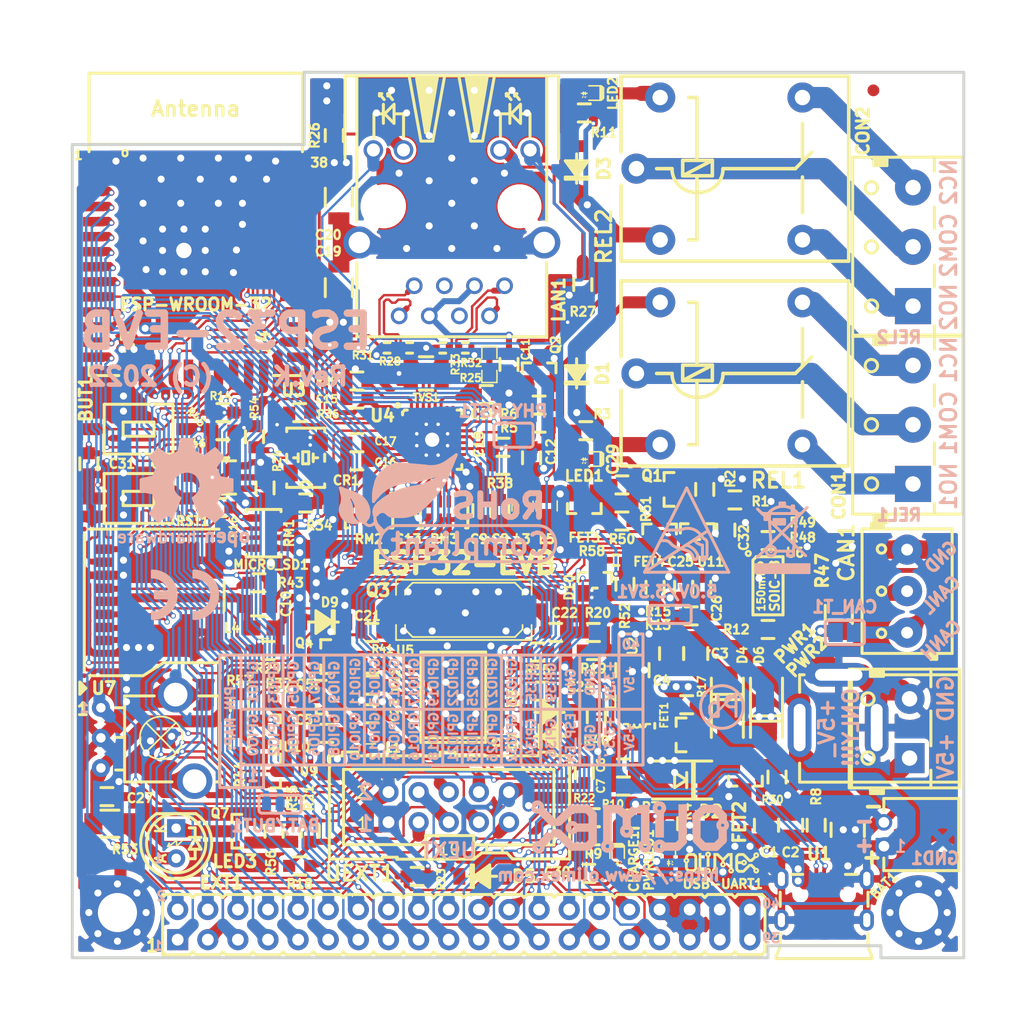
<source format=kicad_pcb>
(kicad_pcb (version 20171130) (host pcbnew 5.1.0-rc2-unknown-036be7d~80~ubuntu16.04.1)
  (title_block (title ESP32-EVB) (date 2025-02-25) (rev K2) (company "OLIMEX Ltd.") (comment 1 https://www.olimex.com))
  (layers (0 F.Cu mixed) (31 B.Cu mixed) (34 B.Paste user hide) (35 F.Paste user hide) (36 B.SilkS user hide) (37 F.SilkS user) (38 B.Mask user hide) (39 F.Mask user hide) (44 Edge.Cuts user))
  (net 0 "")
  (net 1 +5V)
  (net 2 GND)
  (net 3 "Net-(BAT1-Pad1)")
  (net 4 "Net-(BUT1-Pad2)")
  (net 5 /GPI34/BUT1)
  (net 6 "Net-(C3-Pad1)")
  (net 7 "Net-(C5-Pad2)")
  (net 8 "Net-(C10-Pad1)")
  (net 9 "Net-(C11-Pad1)")
  (net 10 "Net-(C18-Pad2)")
  (net 11 "Net-(CON1-Pad3)")
  (net 12 "Net-(CON1-Pad1)")
  (net 13 "Net-(CON1-Pad2)")
  (net 14 "Net-(CON2-Pad2)")
  (net 15 "Net-(CON2-Pad1)")
  (net 16 "Net-(CON2-Pad3)")
  (net 17 "Net-(CR1-Pad3)")
  (net 18 "Net-(D1-Pad2)")
  (net 19 "Net-(D3-Pad2)")
  (net 20 /GPIO3/U0RXD)
  (net 21 "Net-(D5-Pad1)")
  (net 22 /ESP_EN)
  (net 23 "/GPIO25/EMAC_RXD0(RMII)")
  (net 24 "/GPIO19/EMAC_TXD0(RMII)")
  (net 25 "/GPIO26/EMAC_RXD1(RMII)")
  (net 26 /GPIO33/REL2)
  (net 27 /GPIO32/REL1)
  (net 28 /GPIO9/SD_DATA2)
  (net 29 /GPIO8/SD_DATA1)
  (net 30 /GPIO6/SD_CLK)
  (net 31 /GPIO7/SD_DATA0)
  (net 32 /GPIO1/U0TXD)
  (net 33 /GPIO10/SD_DATA3)
  (net 34 /GPIO11/SD_CMD)
  (net 35 "Net-(L2-Pad1)")
  (net 36 "Net-(LED1-Pad2)")
  (net 37 "Net-(LED2-Pad2)")
  (net 38 "Net-(Q1-Pad1)")
  (net 39 "Net-(Q2-Pad1)")
  (net 40 "Net-(R19-Pad1)")
  (net 41 "Net-(R39-Pad1)")
  (net 42 /PHYAD0)
  (net 43 /PHYAD1)
  (net 44 /PHYAD2)
  (net 45 /RMIISEL)
  (net 46 /VDD1A-2A)
  (net 47 /VDDCR)
  (net 48 "/GPIO22/EMAC_TXD1(RMII)")
  (net 49 "/GPIO21/EMAC_TX_EN(RMII)")
  (net 50 "Net-(MICRO_SD1-Pad5)")
  (net 51 "Net-(LAN1-PadAG1)")
  (net 52 "Net-(LAN1-PadAY1)")
  (net 53 "Net-(LAN1-PadKG1)")
  (net 54 "Net-(LAN1-PadKY1)")
  (net 55 "Net-(C19-Pad1)")
  (net 56 "Net-(C21-Pad1)")
  (net 57 "Net-(C22-Pad1)")
  (net 58 /CANL)
  (net 59 /CANH)
  (net 60 "Net-(CAN_T1-Pad1)")
  (net 61 /GPI36/U1RXD)
  (net 62 /+5V_EXT)
  (net 63 /GPI39/IR_RECEIVE)
  (net 64 "/GPIO23/MDC(RMII)")
  (net 65 /GPIO27/EMAC_RX_CRS_DV)
  (net 66 /GPI35/CAN-RX)
  (net 67 /GPIO5/CAN-TX)
  (net 68 /GPIO4/U1TXD)
  (net 69 /GPIO0/XTAL1/CLKIN)
  (net 70 /GPIO2/HS2_DATA0)
  (net 71 /GPIO12/IR_Transmit)
  (net 72 /GPIO13/I2C-SDA)
  (net 73 /GPIO14/HS2_CLK)
  (net 74 /GPIO15/HS2_CMD)
  (net 75 /GPIO16/I2C-SCL)
  (net 76 /GPIO17/SPI_CS)
  (net 77 "/GPIO18/MDIO(RMII)")
  (net 78 /+5V_USB)
  (net 79 "Net-(LED3-Pad1)")
  (net 80 "Net-(LED3-Pad2)")
  (net 81 "Net-(MICRO_SD1-Pad1)")
  (net 82 "Net-(MICRO_SD1-Pad2)")
  (net 83 "Net-(MICRO_SD1-Pad8)")
  (net 84 "Net-(Q4-Pad2)")
  (net 85 "Net-(Q4-Pad1)")
  (net 86 "Net-(Q5-Pad2)")
  (net 87 "Net-(Q5-Pad1)")
  (net 88 "Net-(Q7-Pad1)")
  (net 89 "Net-(R48-Pad1)")
  (net 90 "Net-(U3-Pad32)")
  (net 91 "Net-(U4-Pad4)")
  (net 92 "Net-(U4-Pad14)")
  (net 93 "Net-(U4-Pad18)")
  (net 94 "Net-(U4-Pad20)")
  (net 95 "Net-(U4-Pad26)")
  (net 96 "Net-(U5-Pad6)")
  (net 97 "Net-(U5-Pad7)")
  (net 98 "Net-(U5-Pad11)")
  (net 99 "Net-(U5-Pad12)")
  (net 100 "Net-(U5-Pad13)")
  (net 101 "Net-(U5-Pad14)")
  (net 102 "Net-(U5-Pad17)")
  (net 103 "Net-(USB-UART1-Pad4)")
  (net 104 /OSC_DIS)
  (net 105 "Net-(PWRLED1-Pad1)")
  (net 106 "Net-(Q5-Pad3)")
  (net 107 "Net-(C28-Pad1)")
  (net 108 "Net-(MICRO_SD1-Pad7)")
  (net 109 "Net-(5.0V/3.3V1-Pad2)")
  (net 110 "Net-(R44-Pad2)")
  (net 111 /D_Com)
  (net 112 +3.3VLAN)
  (net 113 "Net-(C29-Pad2)")
  (net 114 "Net-(FET4-Pad3)")
  (net 115 "Net-(CHARGE1-Pad1)")
  (net 116 "Net-(R7-Pad1)")
  (net 117 "Net-(R8-Pad2)")
  (net 118 /BUT1)
  (net 119 "Net-(BAT/BUT1-Pad3)")
  (net 120 "Net-(C24-Pad1)")
  (net 121 "Net-(D7-Pad1)")
  (net 122 "Net-(D8-Pad2)")
  (net 123 "Net-(U5-Pad20)")
  (net 124 "Net-(R12-Pad2)")
  (net 125 "Net-(R13-Pad2)")
  (net 126 "Net-(D9-Pad1)")
  (net 127 "Net-(C32-Pad2)")
  (net 128 "Net-(D10-Pad3)")
  (net 129 /RXN-)
  (net 130 /RXP+)
  (net 131 /TXN-)
  (net 132 /TXP+)
  (net 133 +3.3V)
  (module OLIMEX_Connectors-FP:TB2-DG306-5.0_2P (layer F.Cu) (at 140.208 122.395 90)
    (fp_text reference PWR2 (at 6.063 -8.636 45) (layer F.SilkS) (effects (font (size 1.016 1.016) (thickness 0.254))))
    (fp_text value "NA(TB2 DG306-5.0-2P)")
    (pad 1 thru_hole rect (at -2.5 0 90) (size 2.54 2.54) (drill 1.3) (layers *.Cu *.Mask) (net 62 /+5V_EXT))
    (pad 2 thru_hole circle (at 2.5 0 90) (size 2.54 2.54) (drill 1.3) (layers *.Cu *.Mask) (net 2 GND))
  )
  (module "OLIMEX_Connectors-FP:PWRJ-2mm(YDJ-1136)" (layer F.Cu) (at 130.937 117.569 180)
    (fp_text reference PWR1 (at 0.381 2.38 45) (layer F.SilkS) (effects (font (size 1.016 1.016) (thickness 0.254))))
    (fp_text value "PWRJ-2mm(YDJ-1134)")
    (pad - thru_hole oval (at -3.3 -0.3 180) (size 5 2) (drill oval 4 1) (layers *.Cu *.Mask) (net 2 GND))
    (pad - thru_hole oval (at -6.5 -4.75 180) (size 2 5) (drill oval 1 4) (layers *.Cu *.Mask) (net 2 GND))
    (pad + thru_hole oval (at 0 -4.75 180) (size 2 5) (drill oval 1 4) (layers *.Cu *.Mask) (net 62 /+5V_EXT))
  )
  (module OLIMEX_Connectors-FP:UEXT_ML10 (layer F.Cu) (at 101.346 129.032)
    (fp_text reference UEXT1 (at -7.493 5.588) (layer F.SilkS) (effects (font (size 1.27 1.27) (thickness 0.254))))
    (fp_text value "BH10S(B-D-02x5-LF)")
    (fp_text user 10 (at 0.0381 3.55092) (layer F.SilkS))
    (fp_text user 1 (at -7.2644 1.39192) (layer F.SilkS))
    (fp_text user 2 (at -7.34822 -1.23444) (layer F.SilkS))
    (pad 10 thru_hole circle (at 5.08 -1.27) (size 1.7 1.7) (drill 1) (layers *.Cu *.Mask) (net 76 /GPIO17/SPI_CS))
    (pad 9 thru_hole circle (at 5.08 1.27) (size 1.7 1.7) (drill 1) (layers *.Cu *.Mask) (net 73 /GPIO14/HS2_CLK))
    (pad 8 thru_hole circle (at 2.54 -1.27) (size 1.7 1.7) (drill 1) (layers *.Cu *.Mask) (net 70 /GPIO2/HS2_DATA0))
    (pad 7 thru_hole circle (at 2.54 1.27) (size 1.7 1.7) (drill 1) (layers *.Cu *.Mask) (net 74 /GPIO15/HS2_CMD))
    (pad 6 thru_hole circle (at 0 -1.27) (size 1.7 1.7) (drill 1) (layers *.Cu *.Mask) (net 72 /GPIO13/I2C-SDA))
    (pad 5 thru_hole circle (at 0 1.27) (size 1.7 1.7) (drill 1) (layers *.Cu *.Mask) (net 75 /GPIO16/I2C-SCL))
    (pad 4 thru_hole circle (at -2.54 -1.27) (size 1.7 1.7) (drill 1) (layers *.Cu *.Mask) (net 21 "Net-(D5-Pad1)"))
    (pad 3 thru_hole circle (at -2.54 1.27) (size 1.7 1.7) (drill 1) (layers *.Cu *.Mask) (net 68 /GPIO4/U1TXD))
    (pad 2 thru_hole circle (at -5.08 -1.27) (size 1.7 1.7) (drill 1) (layers *.Cu *.Mask) (net 2 GND))
    (pad 1 thru_hole rect (at -5.08 1.27) (size 1.7 1.7) (drill 1) (layers *.Cu *.Mask) (net 7 "Net-(C5-Pad2)"))
  )
  (module OLIMEX_Cases-FP:ESP-WROOM-32_MODULE (layer F.Cu) (at 80.01 79.883)
    (fp_text reference U3 (at 8.255 13.97) (layer F.SilkS) (effects (font (size 1.016 1.016) (thickness 0.254))))
    (fp_text value ESP32-WROOM-32E-N4)
    (fp_text user 24 (at 5.715 9.935 90) (layer F.SilkS) (effects (font (size 1.016 1.016) (thickness 0.254))))
    (fp_text user 15 (at -5.715 9.935 90) (layer F.SilkS) (effects (font (size 1.016 1.016) (thickness 0.254))))
    (fp_text user 38 (at 10.414 -5.207) (layer F.SilkS) (effects (font (size 0.762 0.762) (thickness 0.1905))))
    (fp_text user 1 (at -9.906 -5.842) (layer F.SilkS) (effects (font (size 0.762 0.762) (thickness 0.1905))))
    (fp_text user ESP-WROOM-32 (at 0 6.76) (layer F.SilkS) (effects (font (size 1.016 1.016) (thickness 0.254))))
    (fp_text user Antenna (at 0 -9.75) (layer F.SilkS) (effects (font (size 1.27 1.27) (thickness 0.254))))
    (fp_text user o (at -5.969 -6.096) (layer F.SilkS) (effects (font (size 0.762 0.762) (thickness 0.1905))))
    (pad 39 thru_hole circle (at -2.8 4) (size 1.3 1.3) (drill 0.6) (layers *.Cu) (net 2 GND))
    (pad 39 thru_hole circle (at -1 2.2) (size 2 2) (drill 1.3) (layers *.Cu *.Mask) (net 2 GND))
    (pad 39 smd rect (at -1 2.2) (size 5 5) (layers F.Cu F.Mask) (net 2 GND))
    (pad 38 smd rect (at 8.6 -5.31) (size 1.8 0.8) (layers F.Cu F.Paste F.Mask) (net 2 GND))
    (pad 37 smd rect (at 8.6 -4.04) (size 1.8 0.8) (layers F.Cu F.Paste F.Mask) (net 64 "/GPIO23/MDC(RMII)"))
    (pad 36 smd rect (at 8.6 -2.77) (size 1.8 0.8) (layers F.Cu F.Paste F.Mask) (net 48 "/GPIO22/EMAC_TXD1(RMII)"))
    (pad 35 smd rect (at 8.6 -1.5) (size 1.8 0.8) (layers F.Cu F.Paste F.Mask) (net 32 /GPIO1/U0TXD))
    (pad 34 smd rect (at 8.6 -0.23) (size 1.8 0.8) (layers F.Cu F.Paste F.Mask) (net 20 /GPIO3/U0RXD))
    (pad 33 smd rect (at 8.6 1.04) (size 1.8 0.8) (layers F.Cu F.Paste F.Mask) (net 49 "/GPIO21/EMAC_TX_EN(RMII)"))
    (pad 32 smd rect (at 8.6 2.31) (size 1.8 0.8) (layers F.Cu F.Paste F.Mask) (net 90 "Net-(U3-Pad32)"))
    (pad 31 smd rect (at 8.6 3.58) (size 1.8 0.8) (layers F.Cu F.Paste F.Mask) (net 24 "/GPIO19/EMAC_TXD0(RMII)"))
    (pad 30 smd rect (at 8.6 4.85) (size 1.8 0.8) (layers F.Cu F.Paste F.Mask) (net 77 "/GPIO18/MDIO(RMII)"))
    (pad 29 smd rect (at 8.6 6.12) (size 1.8 0.8) (layers F.Cu F.Paste F.Mask) (net 67 /GPIO5/CAN-TX))
    (pad 28 smd rect (at 8.6 7.39) (size 1.8 0.8) (layers F.Cu F.Paste F.Mask) (net 76 /GPIO17/SPI_CS))
    (pad 27 smd rect (at 8.6 8.66) (size 1.8 0.8) (layers F.Cu F.Paste F.Mask) (net 75 /GPIO16/I2C-SCL))
    (pad 26 smd rect (at 8.6 9.93) (size 1.8 0.8) (layers F.Cu F.Paste F.Mask) (net 68 /GPIO4/U1TXD))
    (pad 25 smd rect (at 8.6 11.2) (size 1.8 0.8) (layers F.Cu F.Paste F.Mask) (net 69 /GPIO0/XTAL1/CLKIN))
    (pad 24 smd rect (at 5.73 12.3) (size 0.8 1.8) (layers F.Cu F.Paste F.Mask) (net 70 /GPIO2/HS2_DATA0))
    (pad 23 smd rect (at 4.46 12.3) (size 0.8 1.8) (layers F.Cu F.Paste F.Mask) (net 74 /GPIO15/HS2_CMD))
    (pad 22 smd rect (at 3.19 12.3) (size 0.8 1.8) (layers F.Cu F.Paste F.Mask) (net 29 /GPIO8/SD_DATA1))
    (pad 21 smd rect (at 1.92 12.3) (size 0.8 1.8) (layers F.Cu F.Paste F.Mask) (net 31 /GPIO7/SD_DATA0))
    (pad 20 smd rect (at 0.65 12.3) (size 0.8 1.8) (layers F.Cu F.Paste F.Mask) (net 30 /GPIO6/SD_CLK))
    (pad 19 smd rect (at -0.62 12.3) (size 0.8 1.8) (layers F.Cu F.Paste F.Mask) (net 34 /GPIO11/SD_CMD))
    (pad 18 smd rect (at -1.89 12.3) (size 0.8 1.8) (layers F.Cu F.Paste F.Mask) (net 33 /GPIO10/SD_DATA3))
    (pad 17 smd rect (at -3.16 12.3) (size 0.8 1.8) (layers F.Cu F.Paste F.Mask) (net 28 /GPIO9/SD_DATA2))
    (pad 16 smd rect (at -4.43 12.3) (size 0.8 1.8) (layers F.Cu F.Paste F.Mask) (net 72 /GPIO13/I2C-SDA))
    (pad 15 smd rect (at -5.7 12.3) (size 0.8 1.8) (layers F.Cu F.Paste F.Mask) (net 2 GND))
    (pad 14 smd rect (at -8.6 11.2) (size 1.8 0.8) (layers F.Cu F.Paste F.Mask) (net 71 /GPIO12/IR_Transmit))
    (pad 13 smd rect (at -8.6 9.93) (size 1.8 0.8) (layers F.Cu F.Paste F.Mask) (net 73 /GPIO14/HS2_CLK))
    (pad 12 smd rect (at -8.6 8.66) (size 1.8 0.8) (layers F.Cu F.Paste F.Mask) (net 65 /GPIO27/EMAC_RX_CRS_DV))
    (pad 11 smd rect (at -8.6 7.39) (size 1.8 0.8) (layers F.Cu F.Paste F.Mask) (net 25 "/GPIO26/EMAC_RXD1(RMII)"))
    (pad 10 smd rect (at -8.6 6.12) (size 1.8 0.8) (layers F.Cu F.Paste F.Mask) (net 23 "/GPIO25/EMAC_RXD0(RMII)"))
    (pad 9 smd rect (at -8.6 4.85) (size 1.8 0.8) (layers F.Cu F.Paste F.Mask) (net 26 /GPIO33/REL2))
    (pad 8 smd rect (at -8.6 3.58) (size 1.8 0.8) (layers F.Cu F.Paste F.Mask) (net 27 /GPIO32/REL1))
    (pad 7 smd rect (at -8.6 2.31) (size 1.8 0.8) (layers F.Cu F.Paste F.Mask) (net 66 /GPI35/CAN-RX))
    (pad 6 smd rect (at -8.6 1.04) (size 1.8 0.8) (layers F.Cu F.Paste F.Mask) (net 5 /GPI34/BUT1))
    (pad 5 smd rect (at -8.6 -0.23) (size 1.8 0.8) (layers F.Cu F.Paste F.Mask) (net 63 /GPI39/IR_RECEIVE))
    (pad 4 smd rect (at -8.6 -1.5) (size 1.8 0.8) (layers F.Cu F.Paste F.Mask) (net 61 /GPI36/U1RXD))
    (pad 3 smd rect (at -8.6 -2.77) (size 1.8 0.8) (layers F.Cu F.Paste F.Mask) (net 22 /ESP_EN))
    (pad 2 smd rect (at -8.6 -4.04) (size 1.8 0.8) (layers F.Cu F.Paste F.Mask) (net 133 +3.3V))
    (pad 1 smd rect (at -8.6 -5.31) (size 1.8 0.8) (layers F.Cu F.Paste F.Mask) (net 2 GND))
    (pad 39 thru_hole circle (at 0.8 4) (size 1.3 1.3) (drill 0.6) (layers *.Cu) (net 2 GND))
    (pad 39 thru_hole circle (at -2.8 0.4) (size 1.3 1.3) (drill 0.6) (layers *.Cu) (net 2 GND))
    (pad 39 thru_hole circle (at 0.8 0.4) (size 1.3 1.3) (drill 0.6) (layers *.Cu) (net 2 GND))
    (pad 39 thru_hole circle (at -1 0.4) (size 1.3 1.3) (drill 0.6) (layers *.Cu) (net 2 GND))
    (pad 39 thru_hole circle (at -1 4) (size 1.3 1.3) (drill 0.6) (layers *.Cu) (net 2 GND))
    (pad 39 thru_hole circle (at -2.8 2.2) (size 1.3 1.3) (drill 0.6) (layers *.Cu) (net 2 GND))
    (pad 39 thru_hole circle (at 0.8 2.2) (size 1.3 1.3) (drill 0.6) (layers *.Cu) (net 2 GND))
  )
  (module OLIMEX_RLC-FP:R_0402_5MIL_DWS (layer F.Cu) (at 100.838 90.297)
    (fp_text reference R33 (at 1.0795 1.397 90) (layer F.SilkS) (effects (font (size 0.635 0.635) (thickness 0.15875))))
    (fp_text value 49.9R/1%/R0402)
    (pad 1 smd rect (at -0.508 0 180) (size 0.5 0.55) (layers F.Cu F.Paste F.Mask) (net 46 /VDD1A-2A))
    (pad 2 smd rect (at 0.508 0) (size 0.5 0.55) (layers F.Cu F.Paste F.Mask) (net 132 /TXP+))
  )
  (module OLIMEX_RLC-FP:R_0603_5MIL_DWS (layer F.Cu) (at 85.344 110.109 180)
    (fp_text reference R43 (at -2.667 0) (layer F.SilkS) (effects (font (size 0.762 0.762) (thickness 0.1905))))
    (fp_text value 10R/R0603)
    (pad 2 smd rect (at 0.889 0 180) (size 1.016 1.016) (layers F.Cu F.Paste F.Mask) (net 50 "Net-(MICRO_SD1-Pad5)"))
    (pad 1 smd rect (at -0.889 0 180) (size 1.016 1.016) (layers F.Cu F.Paste F.Mask) (net 73 /GPIO14/HS2_CLK))
  )
  (module OLIMEX_RLC-FP:R_0402_5MIL_DWS (layer F.Cu) (at 102.743 90.297 180)
    (fp_text reference R32 (at -0.508 -1.27 180) (layer F.SilkS) (effects (font (size 0.635 0.635) (thickness 0.15875))))
    (fp_text value 49.9R/1%/R0402)
    (pad 2 smd rect (at 0.508 0 180) (size 0.5 0.55) (layers F.Cu F.Paste F.Mask) (net 131 /TXN-))
    (pad 1 smd rect (at -0.508 0) (size 0.5 0.55) (layers F.Cu F.Paste F.Mask) (net 46 /VDD1A-2A))
  )
  (module OLIMEX_Connectors-FP:HN2x20 (layer F.Cu) (at 102.616 138.938)
    (fp_text reference EXT1 (at -20.447 -3.556) (layer F.SilkS) (effects (font (size 1.016 1.016) (thickness 0.254))))
    (fp_text value "NA(HN2x20)")
    (pad 20 thru_hole circle (at -1.27 -1.27) (size 1.778 1.778) (drill 1) (layers *.Cu *.Mask) (net 24 "/GPIO19/EMAC_TXD0(RMII)"))
    (pad 19 thru_hole circle (at -1.27 1.27) (size 1.778 1.778) (drill 1) (layers *.Cu *.Mask) (net 77 "/GPIO18/MDIO(RMII)"))
    (pad 18 thru_hole circle (at -3.81 -1.27) (size 1.778 1.778) (drill 1) (layers *.Cu *.Mask) (net 76 /GPIO17/SPI_CS))
    (pad 17 thru_hole circle (at -3.81 1.27) (size 1.778 1.778) (drill 1) (layers *.Cu *.Mask) (net 75 /GPIO16/I2C-SCL))
    (pad 16 thru_hole circle (at -6.35 -1.27) (size 1.778 1.778) (drill 1) (layers *.Cu *.Mask) (net 74 /GPIO15/HS2_CMD))
    (pad 15 thru_hole circle (at -6.35 1.27) (size 1.778 1.778) (drill 1) (layers *.Cu *.Mask) (net 73 /GPIO14/HS2_CLK))
    (pad 14 thru_hole circle (at -8.89 -1.27) (size 1.778 1.778) (drill 1) (layers *.Cu *.Mask) (net 72 /GPIO13/I2C-SDA))
    (pad 13 thru_hole circle (at -8.89 1.27) (size 1.778 1.778) (drill 1) (layers *.Cu *.Mask) (net 71 /GPIO12/IR_Transmit))
    (pad 12 thru_hole circle (at -11.43 -1.27) (size 1.778 1.778) (drill 1) (layers *.Cu *.Mask) (net 34 /GPIO11/SD_CMD))
    (pad 11 thru_hole circle (at -11.43 1.27) (size 1.778 1.778) (drill 1) (layers *.Cu *.Mask) (net 33 /GPIO10/SD_DATA3))
    (pad 4 thru_hole circle (at -21.59 -1.27) (size 1.778 1.778) (drill 1) (layers *.Cu *.Mask) (net 20 /GPIO3/U0RXD))
    (pad 3 thru_hole circle (at -21.59 1.27) (size 1.778 1.778) (drill 1) (layers *.Cu *.Mask) (net 70 /GPIO2/HS2_DATA0))
    (pad 2 thru_hole circle (at -24.13 -1.27) (size 1.778 1.778) (drill 1) (layers *.Cu *.Mask) (net 32 /GPIO1/U0TXD))
    (pad 1 thru_hole rect (at -24.13 1.27) (size 1.778 1.778) (drill 1) (layers *.Cu *.Mask) (net 69 /GPIO0/XTAL1/CLKIN))
    (pad 5 thru_hole circle (at -19.05 1.27) (size 1.778 1.778) (drill 1) (layers *.Cu *.Mask) (net 68 /GPIO4/U1TXD))
    (pad 6 thru_hole circle (at -19.05 -1.27) (size 1.778 1.778) (drill 1) (layers *.Cu *.Mask) (net 67 /GPIO5/CAN-TX))
    (pad 8 thru_hole circle (at -16.51 -1.27) (size 1.778 1.778) (drill 1) (layers *.Cu *.Mask) (net 31 /GPIO7/SD_DATA0))
    (pad 7 thru_hole circle (at -16.51 1.27) (size 1.778 1.778) (drill 1) (layers *.Cu *.Mask) (net 30 /GPIO6/SD_CLK))
    (pad 9 thru_hole circle (at -13.97 1.27) (size 1.778 1.778) (drill 1) (layers *.Cu *.Mask) (net 29 /GPIO8/SD_DATA1))
    (pad 10 thru_hole circle (at -13.97 -1.27) (size 1.778 1.778) (drill 1) (layers *.Cu *.Mask) (net 28 /GPIO9/SD_DATA2))
    (pad 30 thru_hole circle (at 11.43 -1.27) (size 1.778 1.778) (drill 1) (layers *.Cu *.Mask) (net 66 /GPI35/CAN-RX))
    (pad 29 thru_hole circle (at 11.43 1.27) (size 1.778 1.778) (drill 1) (layers *.Cu *.Mask) (net 5 /GPI34/BUT1))
    (pad 27 thru_hole circle (at 8.89 1.27) (size 1.778 1.778) (drill 1) (layers *.Cu *.Mask) (net 27 /GPIO32/REL1))
    (pad 28 thru_hole circle (at 8.89 -1.27) (size 1.778 1.778) (drill 1) (layers *.Cu *.Mask) (net 26 /GPIO33/REL2))
    (pad 26 thru_hole circle (at 6.35 -1.27) (size 1.778 1.778) (drill 1) (layers *.Cu *.Mask) (net 65 /GPIO27/EMAC_RX_CRS_DV))
    (pad 25 thru_hole circle (at 6.35 1.27) (size 1.778 1.778) (drill 1) (layers *.Cu *.Mask) (net 25 "/GPIO26/EMAC_RXD1(RMII)"))
    (pad 21 thru_hole circle (at 1.27 1.27) (size 1.778 1.778) (drill 1) (layers *.Cu *.Mask) (net 49 "/GPIO21/EMAC_TX_EN(RMII)"))
    (pad 22 thru_hole circle (at 1.27 -1.27) (size 1.778 1.778) (drill 1) (layers *.Cu *.Mask) (net 48 "/GPIO22/EMAC_TXD1(RMII)"))
    (pad 23 thru_hole circle (at 3.81 1.27) (size 1.778 1.778) (drill 1) (layers *.Cu *.Mask) (net 64 "/GPIO23/MDC(RMII)"))
    (pad 24 thru_hole circle (at 3.81 -1.27) (size 1.778 1.778) (drill 1) (layers *.Cu *.Mask) (net 23 "/GPIO25/EMAC_RXD0(RMII)"))
    (pad 31 thru_hole circle (at 13.97 1.27) (size 1.778 1.778) (drill 1) (layers *.Cu *.Mask) (net 61 /GPI36/U1RXD))
    (pad 32 thru_hole circle (at 13.97 -1.27) (size 1.778 1.778) (drill 1) (layers *.Cu *.Mask) (net 63 /GPI39/IR_RECEIVE))
    (pad 33 thru_hole circle (at 16.51 1.27) (size 1.778 1.778) (drill 1) (layers *.Cu *.Mask) (net 22 /ESP_EN))
    (pad 34 thru_hole circle (at 16.51 -1.27) (size 1.778 1.778) (drill 1) (layers *.Cu *.Mask) (net 2 GND))
    (pad 35 thru_hole circle (at 19.05 1.27) (size 1.778 1.778) (drill 1) (layers *.Cu *.Mask) (net 2 GND))
    (pad 36 thru_hole circle (at 19.05 -1.27) (size 1.778 1.778) (drill 1) (layers *.Cu *.Mask) (net 2 GND))
    (pad 37 thru_hole circle (at 21.59 1.27) (size 1.778 1.778) (drill 1) (layers *.Cu *.Mask) (net 133 +3.3V))
    (pad 38 thru_hole circle (at 21.59 -1.27) (size 1.778 1.778) (drill 1) (layers *.Cu *.Mask) (net 133 +3.3V))
    (pad 39 thru_hole circle (at 24.13 1.27) (size 1.778 1.778) (drill 1) (layers *.Cu *.Mask) (net 1 +5V))
    (pad 40 thru_hole circle (at 24.13 -1.27) (size 1.778 1.778) (drill 1) (layers *.Cu *.Mask) (net 1 +5V))
  )
  (module OLIMEX_Connectors-FP:TB3-3.5mm (layer F.Cu) (at 140 110.815 270)
    (fp_text reference CAN1 (at -3.246 5.126 270) (layer F.SilkS) (effects (font (size 1.27 1.27) (thickness 0.254))))
    (fp_text value "TB3-3.5ММ(HD-351 3P)")
    (pad 3 thru_hole circle (at 3.5 0 270) (size 2.54 2.54) (drill 1) (layers *.Cu *.Mask) (net 59 /CANH))
    (pad 1 thru_hole circle (at -3.5 0 270) (size 2.54 2.54) (drill 1) (layers *.Cu *.Mask) (net 2 GND))
    (pad 2 thru_hole circle (at 0 0 270) (size 2.54 2.54) (drill 1) (layers *.Cu *.Mask) (net 58 /CANL))
  )
  (module OLIMEX_Connectors-FP:RJLBC-060TC1 (layer F.Cu) (at 101.6 78.359 180)
    (fp_text reference LAN1 (at -9.017 -7.874 270) (layer F.SilkS) (effects (font (size 1.016 1.016) (thickness 0.254))))
    (fp_text value "RJLBC-060TC1(LPJ4013EDNL)")
    (pad "" np_thru_hole circle (at 5.715 0 180) (size 3.2 3.2) (drill 3.2) (layers *.Cu *.Mask))
    (pad "" np_thru_hole circle (at -5.715 0 180) (size 3.2 3.2) (drill 3.2) (layers *.Cu *.Mask))
    (pad KY1 thru_hole circle (at -4.07 4.7485 180) (size 1.65 1.65) (drill 1.1) (layers *.Cu *.Mask) (net 54 "Net-(LAN1-PadKY1)"))
    (pad KG1 thru_hole circle (at 6.61 4.7485 180) (size 1.65 1.65) (drill 1.1) (layers *.Cu *.Mask) (net 53 "Net-(LAN1-PadKG1)"))
    (pad GND2 thru_hole circle (at 7.8 -3.05 180) (size 2.7 2.7) (drill 1.8) (layers *.Cu *.Mask) (net 55 "Net-(C19-Pad1)"))
    (pad GND1 thru_hole circle (at -7.8 -3.05 180) (size 2.7 2.7) (drill 1.8) (layers *.Cu *.Mask) (net 55 "Net-(C19-Pad1)"))
    (pad AY1 thru_hole circle (at -6.61 4.7485 180) (size 1.65 1.65) (drill 1.1) (layers *.Cu *.Mask) (net 52 "Net-(LAN1-PadAY1)"))
    (pad AG1 thru_hole circle (at 4.07 4.7485 180) (size 1.65 1.65) (drill 1.1) (layers *.Cu *.Mask) (net 51 "Net-(LAN1-PadAG1)"))
    (pad 8 thru_hole circle (at 4.435 -9.24 180) (size 1.41 1.41) (drill 0.9) (layers *.Cu *.Mask) (net 129 /RXN-))
    (pad 7 thru_hole circle (at 3.165 -6.7 180) (size 1.41 1.41) (drill 0.9) (layers *.Cu *.Mask) (net 130 /RXP+))
    (pad 6 thru_hole circle (at 1.895 -9.24 180) (size 1.41 1.41) (drill 0.9) (layers *.Cu *.Mask) (net 9 "Net-(C11-Pad1)"))
    (pad 5 thru_hole circle (at 0.625 -6.7 180) (size 1.41 1.41) (drill 0.9) (layers *.Cu *.Mask))
    (pad 4 thru_hole circle (at -0.645 -9.24 180) (size 1.41 1.41) (drill 0.9) (layers *.Cu *.Mask))
    (pad 3 thru_hole circle (at -1.915 -6.7 180) (size 1.41 1.41) (drill 0.9) (layers *.Cu *.Mask) (net 9 "Net-(C11-Pad1)"))
    (pad 2 thru_hole circle (at -3.185 -9.24 180) (size 1.41 1.41) (drill 0.9) (layers *.Cu *.Mask) (net 131 /TXN-))
    (pad 1 thru_hole circle (at -4.455 -6.7 180) (size 1.41 1.41) (drill 0.9) (layers *.Cu *.Mask) (net 132 /TXP+))
  )
  (module OLIMEX_Relays-FP:Relay_RAS-05-15 (layer F.Cu) (at 125.476 75.184 180)
    (fp_text reference REL2 (at 11.049 -5.715 270) (layer F.SilkS) (effects (font (size 1.27 1.27) (thickness 0.254))))
    (fp_text value "RAS-0515 (LEG-5)")
    (pad COM0 thru_hole circle (at 8.3 0 180) (size 2.54 2.54) (drill 1.3) (layers *.Cu *.Mask) (net 14 "Net-(CON2-Pad2)") (clearance 2.54))
    (pad NO0 thru_hole circle (at -5.7 -6 180) (size 2.54 2.54) (drill 1.3) (layers *.Cu *.Mask) (net 15 "Net-(CON2-Pad1)") (clearance 2.54))
    (pad NC0 thru_hole circle (at -5.7 6 180) (size 2.54 2.54) (drill 1.3) (layers *.Cu *.Mask) (net 16 "Net-(CON2-Pad3)") (clearance 2.54))
    (pad 2 thru_hole circle (at 6.3 6 180) (size 2.54 2.54) (drill 1.3) (layers *.Cu *.Mask) (net 19 "Net-(D3-Pad2)"))
    (pad 1 thru_hole circle (at 6.3 -6 180) (size 2.54 2.54) (drill 1.3) (layers *.Cu *.Mask) (net 1 +5V))
  )
  (module OLIMEX_Relays-FP:Relay_RAS-05-15 (layer F.Cu) (at 125.476 92.456 180)
    (fp_text reference REL1 (at -3.683 -9.017) (layer F.SilkS) (effects (font (size 1.27 1.27) (thickness 0.254))))
    (fp_text value "RAS-0515 (LEG-5)")
    (pad COM0 thru_hole circle (at 8.3 0 180) (size 2.54 2.54) (drill 1.3) (layers *.Cu *.Mask) (net 13 "Net-(CON1-Pad2)") (clearance 2.54))
    (pad NO0 thru_hole circle (at -5.7 -6 180) (size 2.54 2.54) (drill 1.3) (layers *.Cu *.Mask) (net 12 "Net-(CON1-Pad1)") (clearance 2.54))
    (pad NC0 thru_hole circle (at -5.7 6 180) (size 2.54 2.54) (drill 1.3) (layers *.Cu *.Mask) (net 11 "Net-(CON1-Pad3)") (clearance 2.54))
    (pad 2 thru_hole circle (at 6.3 6 180) (size 2.54 2.54) (drill 1.3) (layers *.Cu *.Mask) (net 18 "Net-(D1-Pad2)"))
    (pad 1 thru_hole circle (at 6.3 -6 180) (size 2.54 2.54) (drill 1.3) (layers *.Cu *.Mask) (net 1 +5V))
  )
  (module OLIMEX_Connectors-FP:LIPO_BAT-CON2DW02R (layer F.Cu) (at 141.1986 131.318 90)
    (fp_text reference BAT1 (at -4.318 -3.1496 225) (layer F.SilkS) (effects (font (size 0.762 0.762) (thickness 0.1905))))
    (fp_text value DW02R)
    (pad 1 thru_hole rect (at -1.00838 -3.15214 90) (size 1.4 1.4) (drill 0.9) (layers *.Cu *.Mask) (net 3 "Net-(BAT1-Pad1)"))
    (pad 2 thru_hole circle (at 1.0033 -3.15468 90) (size 1.4 1.4) (drill 0.9) (layers *.Cu *.Mask) (net 2 GND))
  )
  (module OLIMEX_Diodes-FP:SMA-KA (layer F.Cu) (at 124.841 120.65 270)
    (fp_text reference D4 (at -4.445 -1.27 270) (layer F.SilkS) (effects (font (size 0.762 0.762) (thickness 0.1905))))
    (fp_text value 1N5822/SS34/SMA)
    (pad 2 smd rect (at 2.373 0 270) (size 1.746 1.192) (layers F.Cu) (net 1 +5V) (clearance 0.254))
    (pad 1 smd rect (at -2.373 0 270) (size 1.746 1.192) (layers F.Cu) (net 6 "Net-(C3-Pad1)") (clearance 0.254))
    (pad 1 smd rect (at -2.5 0 270) (size 2 1.7) (layers F.Cu F.Paste F.Mask) (net 6 "Net-(C3-Pad1)"))
    (pad 2 smd rect (at 2.5 0 270) (size 2 1.7) (layers F.Cu F.Paste F.Mask) (net 1 +5V))
  )
  (module OLIMEX_Diodes-FP:SMA-KA (layer F.Cu) (at 128.143 120.65 90)
    (fp_text reference D6 (at 4.445 -0.635 90) (layer F.SilkS) (effects (font (size 0.762 0.762) (thickness 0.1905))))
    (fp_text value 1N5822/SS34/SMA)
    (pad 2 smd rect (at 2.373 0 90) (size 1.746 1.192) (layers F.Cu) (net 62 /+5V_EXT) (clearance 0.254))
    (pad 1 smd rect (at -2.373 0 90) (size 1.746 1.192) (layers F.Cu) (net 1 +5V) (clearance 0.254))
    (pad 1 smd rect (at -2.5 0 90) (size 2 1.7) (layers F.Cu F.Paste F.Mask) (net 1 +5V))
    (pad 2 smd rect (at 2.5 0 90) (size 2 1.7) (layers F.Cu F.Paste F.Mask) (net 62 /+5V_EXT))
  )
  (module OLIMEX_Diodes-FP:SOD-123_1C-2A_KA (layer F.Cu) (at 104.14 134.874)
    (fp_text reference D5 (at 3.556 0) (layer F.SilkS) (effects (font (size 1.016 1.016) (thickness 0.254))))
    (fp_text value "1N5819S4(SOD-123)")
    (pad 2 smd rect (at 1.9 0) (size 1 1.4) (layers F.Cu F.Paste F.Mask) (net 61 /GPI36/U1RXD) (clearance 0.0508))
    (pad 1 smd rect (at -1.9 0) (size 1 1.4) (layers F.Cu F.Paste F.Mask) (net 21 "Net-(D5-Pad1)") (clearance 0.0508))
  )
  (module OLIMEX_Diodes-FP:SOD-123_1C-2A_KA (layer F.Cu) (at 109.855 123.063)
    (fp_text reference D7 (at -3.048 0.381 90) (layer F.SilkS) (effects (font (size 0.762 0.762) (thickness 0.1905))))
    (fp_text value "1N5819S4(SOD-123)")
    (pad 2 smd rect (at 1.9 0) (size 1 1.4) (layers F.Cu F.Paste F.Mask) (net 20 /GPIO3/U0RXD) (clearance 0.0508))
    (pad 1 smd rect (at -1.9 0) (size 1 1.4) (layers F.Cu F.Paste F.Mask) (net 121 "Net-(D7-Pad1)") (clearance 0.0508))
  )
  (module OLIMEX_Diodes-FP:SOD-123_1C-2A_KA (layer F.Cu) (at 109.855 121.031 180)
    (fp_text reference D8 (at 3.048 1.143 270) (layer F.SilkS) (effects (font (size 0.762 0.762) (thickness 0.1905))))
    (fp_text value "1N5819S4(SOD-123)")
    (pad 2 smd rect (at 1.9 0 180) (size 1 1.4) (layers F.Cu F.Paste F.Mask) (net 122 "Net-(D8-Pad2)") (clearance 0.0508))
    (pad 1 smd rect (at -1.9 0 180) (size 1 1.4) (layers F.Cu F.Paste F.Mask) (net 32 /GPIO1/U0TXD) (clearance 0.0508))
  )
  (module OLIMEX_Crystal-FP:Q_49U3HMS (layer F.Cu) (at 102.616 112.395)
    (fp_text reference Q3 (at -7.239 -1.651 180) (layer F.SilkS) (effects (font (size 1.016 1.016) (thickness 0.254))))
    (fp_text value Q12MHz/2P/20ppm/20pF/HU49SM)
    (pad 1 smd rect (at -4.699 0) (size 4.826 1.1) (layers F.Cu F.Paste F.Mask) (net 56 "Net-(C21-Pad1)") (clearance 0.0508))
    (pad 2 smd rect (at 4.699 0) (size 4.826 1.1) (layers F.Cu F.Paste F.Mask) (net 57 "Net-(C22-Pad1)") (clearance 0.0508))
  )
  (module OLIMEX_Connectors-FP:USB-MICRO_MISB-SWMM-5B_LF (layer F.Cu) (at 133 138.303 270)
    (fp_text reference USB-UART1 (at -2.794 8.54 180) (layer F.SilkS) (effects (font (size 0.762 0.762) (thickness 0.1905))))
    (fp_text value MISB-SWMM-5B-LF)
    (pad 1 smd rect (at -3.15 1.3875) (size 0.5 1.65) (layers F.Cu F.Paste F.Mask) (net 78 /+5V_USB))
    (pad 2 smd rect (at -3.15 0.65) (size 0.325 1.65) (layers F.Cu F.Paste F.Mask) (net 97 "Net-(U5-Pad7)"))
    (pad 3 smd rect (at -3.15 0) (size 0.325 1.65) (layers F.Cu F.Paste F.Mask) (net 96 "Net-(U5-Pad6)"))
    (pad 4 smd rect (at -3.15 -0.65) (size 0.325 1.65) (layers F.Cu F.Paste F.Mask) (net 103 "Net-(USB-UART1-Pad4)"))
    (pad 5 smd rect (at -3.15 -1.3875) (size 0.5 1.65) (layers F.Cu F.Paste F.Mask) (net 2 GND))
    (pad "" np_thru_hole circle (at -1.9 2) (size 0.6 0.6) (drill 0.6) (layers *.Cu *.Mask))
    (pad "" np_thru_hole circle (at -1.9 -2) (size 0.6 0.6) (drill 0.6) (layers *.Cu *.Mask))
    (pad 0 smd rect (at 1.4 1.5) (size 1.1 1) (layers F.Cu F.Paste F.Mask) (net 2 GND))
    (pad 0 smd rect (at 1.4 -1.5) (size 1.1 1) (layers F.Cu F.Paste F.Mask) (net 2 GND))
    (pad 0 thru_hole oval (at 0.25 3.6) (size 1.2 1.8) (drill oval 0.6 1.2) (layers *.Cu *.Mask) (net 2 GND))
    (pad 0 thru_hole oval (at -3.22 3.6) (size 1.2 1.8) (drill oval 0.6 1.2) (layers *.Cu *.Mask) (net 2 GND))
    (pad 0 thru_hole oval (at -3.22 -3.6) (size 1.2 1.8) (drill oval 0.6 1.2) (layers *.Cu *.Mask) (net 2 GND))
    (pad 0 thru_hole oval (at 0.25 -3.6) (size 1.2 1.8) (drill oval 0.6 1.2) (layers *.Cu *.Mask) (net 2 GND))
  )
  (module "OLIMEX_Buttons-FP:T1107A(6x3,8x2,5MM)" (layer F.Cu) (at 75.184 97.155 180)
    (fp_text reference BUT1 (at 4.445 2.54 270) (layer F.SilkS) (effects (font (size 1.016 1.016) (thickness 0.254))))
    (fp_text value "T1107A(6x3,8x2,5MM)")
    (pad 2 smd rect (at 3.937 0 270) (size 1.016 1.524) (layers F.Cu F.Paste F.Mask) (net 4 "Net-(BUT1-Pad2)") (clearance 0.0508))
    (pad 1 smd rect (at -3.937 0 270) (size 1.016 1.524) (layers F.Cu F.Paste F.Mask) (net 118 /BUT1) (clearance 0.0508))
  )
  (module "OLIMEX_Buttons-FP:T1107A(6x3,8x2,5MM)" (layer F.Cu) (at 75.184 102.997 180)
    (fp_text reference RST1 (at -4.572 -1.905) (layer F.SilkS) (effects (font (size 0.762 0.762) (thickness 0.1905))))
    (fp_text value "T1107A(6x3,8x2,5MM)")
    (pad 2 smd rect (at 3.937 0 270) (size 1.016 1.524) (layers F.Cu F.Paste F.Mask) (net 2 GND) (clearance 0.0508))
    (pad 1 smd rect (at -3.937 0 270) (size 1.016 1.524) (layers F.Cu F.Paste F.Mask) (net 22 /ESP_EN) (clearance 0.0508))
  )
  (module OLIMEX_IC-FP:SOIC-8_150mil (layer F.Cu) (at 128.27 110.363 270)
    (fp_text reference U6 (at -2.794 -2.286 180) (layer F.SilkS) (effects (font (size 0.762 0.762) (thickness 0.1905))))
    (fp_text value "SIT1050T(SOIC-8_150mil)")
    (fp_text user SOIC-8 (at 0 -0.5715 270) (layer F.SilkS) (effects (font (size 0.762 0.762) (thickness 0.1905))))
    (fp_text user 150mil (at 0.508 0.5715 270) (layer F.SilkS) (effects (font (size 0.635 0.635) (thickness 0.15875))))
    (pad 8 smd rect (at -1.905 -2.5 270) (size 0.6 2.2) (layers F.Cu F.Paste F.Mask) (net 89 "Net-(R48-Pad1)") (clearance 0.0508))
    (pad 7 smd rect (at -0.635 -2.5 270) (size 0.6 2.2) (layers F.Cu F.Paste F.Mask) (net 59 /CANH) (clearance 0.0508))
    (pad 6 smd rect (at 0.635 -2.5 270) (size 0.6 2.2) (layers F.Cu F.Paste F.Mask) (net 58 /CANL) (clearance 0.0508))
    (pad 5 smd rect (at 1.905 -2.5 270) (size 0.6 2.2) (layers F.Cu F.Paste F.Mask) (net 124 "Net-(R12-Pad2)") (clearance 0.0508))
    (pad 4 smd rect (at 1.905 2.5 270) (size 0.6 2.2) (layers F.Cu F.Paste F.Mask) (net 125 "Net-(R13-Pad2)") (clearance 0.0508))
    (pad 3 smd rect (at 0.635 2.5 270) (size 0.6 2.2) (layers F.Cu F.Paste F.Mask) (net 109 "Net-(5.0V/3.3V1-Pad2)") (clearance 0.0508))
    (pad 2 smd rect (at -0.635 2.5 270) (size 0.6 2.2) (layers F.Cu F.Paste F.Mask) (net 2 GND) (clearance 0.0508))
    (pad 1 smd rect (at -1.905 2.5 270) (size 0.6 2.2) (layers F.Cu F.Paste F.Mask) (net 67 /GPIO5/CAN-TX) (clearance 0.0508))
  )
  (module OLIMEX_IC-FP:SSOP-20W (layer F.Cu) (at 101.727 119.761 90)
    (fp_text reference U5 (at 3.937 -4.064) (layer F.SilkS) (effects (font (size 0.762 0.762) (thickness 0.1905))))
    (fp_text value "CH340T(SSOP20W)")
    (fp_text user o (at -3.81 3.556 90) (layer F.SilkS) (effects (font (size 1.016 1.016) (thickness 0.254))))
    (pad 1 smd rect (at -2.925 3.6195 90) (size 0.325 1.27) (layers F.Cu F.Paste F.Mask))
    (pad 2 smd rect (at -2.275 3.6195 90) (size 0.325 1.27) (layers F.Cu F.Paste F.Mask))
    (pad 3 smd rect (at -1.625 3.6195 90) (size 0.325 1.27) (layers F.Cu F.Paste F.Mask) (net 121 "Net-(D7-Pad1)"))
    (pad 4 smd rect (at -0.975 3.6195 90) (size 0.325 1.27) (layers F.Cu F.Paste F.Mask) (net 122 "Net-(D8-Pad2)"))
    (pad 5 smd rect (at -0.325 3.6195 90) (size 0.325 1.27) (layers F.Cu F.Paste F.Mask) (net 120 "Net-(C24-Pad1)"))
    (pad 6 smd rect (at 0.325 3.6195 90) (size 0.325 1.27) (layers F.Cu F.Paste F.Mask) (net 96 "Net-(U5-Pad6)"))
    (pad 7 smd rect (at 0.975 3.6195 90) (size 0.325 1.27) (layers F.Cu F.Paste F.Mask) (net 97 "Net-(U5-Pad7)"))
    (pad 8 smd rect (at 1.625 3.6195 90) (size 0.325 1.27) (layers F.Cu F.Paste F.Mask) (net 2 GND))
    (pad 9 smd rect (at 2.275 3.6195 90) (size 0.325 1.27) (layers F.Cu F.Paste F.Mask) (net 56 "Net-(C21-Pad1)"))
    (pad 10 smd rect (at 2.925 3.6195 90) (size 0.325 1.27) (layers F.Cu F.Paste F.Mask) (net 57 "Net-(C22-Pad1)"))
    (pad 11 smd rect (at 2.925 -3.6195 90) (size 0.325 1.27) (layers F.Cu F.Paste F.Mask) (net 98 "Net-(U5-Pad11)"))
    (pad 12 smd rect (at 2.275 -3.6195 90) (size 0.325 1.27) (layers F.Cu F.Paste F.Mask) (net 99 "Net-(U5-Pad12)"))
    (pad 13 smd rect (at 1.625 -3.6195 90) (size 0.325 1.27) (layers F.Cu F.Paste F.Mask) (net 100 "Net-(U5-Pad13)"))
    (pad 14 smd rect (at 0.975 -3.6195 90) (size 0.325 1.27) (layers F.Cu F.Paste F.Mask) (net 101 "Net-(U5-Pad14)"))
    (pad 15 smd rect (at 0.325 -3.6195 90) (size 0.325 1.27) (layers F.Cu F.Paste F.Mask) (net 86 "Net-(Q5-Pad2)"))
    (pad 16 smd rect (at -0.325 -3.6195 90) (size 0.325 1.27) (layers F.Cu F.Paste F.Mask) (net 84 "Net-(Q4-Pad2)"))
    (pad 17 smd rect (at -0.975 -3.6195 90) (size 0.325 1.27) (layers F.Cu F.Paste F.Mask) (net 102 "Net-(U5-Pad17)"))
    (pad 18 smd rect (at -1.625 -3.6195 90) (size 0.325 1.27) (layers F.Cu F.Paste F.Mask))
    (pad 19 smd rect (at -2.275 -3.6195 90) (size 0.325 1.27) (layers F.Cu F.Paste F.Mask) (net 78 /+5V_USB))
    (pad 20 smd rect (at -2.925 -3.6195 90) (size 0.325 1.27) (layers F.Cu F.Paste F.Mask) (net 123 "Net-(U5-Pad20)"))
  )
  (module OLIMEX_Connectors-FP:TFC-WXCP11-08-LF (layer F.Cu) (at 76.327 111.125 180)
    (fp_text reference MICRO_SD1 (at -10.033 2.54 180) (layer F.SilkS) (effects (font (size 0.762 0.762) (thickness 0.1905))))
    (fp_text value TFC-WXCP11-08-LF)
    (pad SH2 smd rect (at -5.25 -3.15 270) (size 3.1 1.5) (layers F.Cu F.Paste F.Mask) (net 2 GND))
    (pad SH1 smd rect (at -5.25 2.91 270) (size 3.1 1.5) (layers F.Cu F.Paste F.Mask) (net 2 GND))
    (pad FID4 smd circle (at 5.72 5.54 270) (size 0.4 0.4) (layers F.Cu F.Mask))
    (pad FID3 smd circle (at -6.08 5.54 270) (size 0.4 0.4) (layers F.Cu F.Mask))
    (pad FID2 smd circle (at -6.08 -5.73 270) (size 0.4 0.4) (layers F.Cu F.Mask))
    (pad FID1 smd circle (at 5.72 -6.82 270) (size 0.4 0.4) (layers F.Cu F.Mask))
    (pad 8 smd rect (at 4 3.85 270) (size 0.8 1.5) (layers F.Cu F.Paste F.Mask) (net 83 "Net-(MICRO_SD1-Pad8)"))
    (pad 7 smd rect (at 4 2.75 270) (size 0.8 1.5) (layers F.Cu F.Paste F.Mask) (net 108 "Net-(MICRO_SD1-Pad7)"))
    (pad 6 smd rect (at 4 1.65 270) (size 0.8 1.5) (layers F.Cu F.Paste F.Mask) (net 2 GND))
    (pad 5 smd rect (at 4 0.55 270) (size 0.8 1.5) (layers F.Cu F.Paste F.Mask) (net 50 "Net-(MICRO_SD1-Pad5)"))
    (pad 4 smd rect (at 4 -0.55 270) (size 0.8 1.5) (layers F.Cu F.Paste F.Mask) (net 8 "Net-(C10-Pad1)"))
    (pad 3 smd rect (at 4 -1.65 270) (size 0.8 1.5) (layers F.Cu F.Paste F.Mask) (net 74 /GPIO15/HS2_CMD))
    (pad 2 smd rect (at 4 -2.75 270) (size 0.8 1.5) (layers F.Cu F.Paste F.Mask) (net 82 "Net-(MICRO_SD1-Pad2)"))
    (pad 1 smd rect (at 4 -3.85 270) (size 0.8 1.5) (layers F.Cu F.Paste F.Mask) (net 81 "Net-(MICRO_SD1-Pad1)"))
  )
  (module "OLIMEX_IC-FP:QFN32_EP(33)_5.00x5.00x0.90mm_Pitch_0.50mm" (layer F.Cu) (at 99.949 98.044 270)
    (fp_text reference U4 (at -2.032 4.191 180) (layer F.SilkS) (effects (font (size 1.016 1.016) (thickness 0.254))))
    (fp_text value "LAN8710A-EZC(QFN32)")
    (pad 33 smd rect (at 0 0 270) (size 3.6 3.6) (layers F.Cu F.Mask) (net 2 GND))
    (pad 33 thru_hole rect (at -0.5 -1.3 270) (size 0.4 0.4) (drill 0.3) (layers *.Cu F.Mask) (net 2 GND))
    (pad 33 thru_hole rect (at 0.5 -1.3 270) (size 0.4 0.4) (drill 0.3) (layers *.Cu F.Mask) (net 2 GND))
    (pad 33 thru_hole rect (at 1.3 -0.5 270) (size 0.4 0.4) (drill 0.29972) (layers *.Cu F.Mask) (net 2 GND))
    (pad 33 thru_hole rect (at 1.3 0.5 270) (size 0.4 0.4) (drill 0.3) (layers *.Cu F.Mask) (net 2 GND))
    (pad 33 thru_hole rect (at 0.5 1.3 270) (size 0.4 0.4) (drill 0.3) (layers *.Cu F.Mask) (net 2 GND))
    (pad 33 thru_hole rect (at -0.5 1.3 270) (size 0.4 0.4) (drill 0.3) (layers *.Cu F.Mask) (net 2 GND))
    (pad 33 thru_hole rect (at -1.3 0.5 270) (size 0.4 0.4) (drill 0.3) (layers *.Cu F.Mask) (net 2 GND))
    (pad 33 thru_hole rect (at -1.3 -0.5 270) (size 0.4 0.4) (drill 0.3) (layers *.Cu F.Mask) (net 2 GND))
    (pad 33 thru_hole rect (at 0 0 270) (size 1.4224 1.4224) (drill 1.2) (layers *.Cu *.Mask) (net 2 GND))
    (pad 32 smd rect (at -2.45 1.75 270) (size 0.8 0.25) (layers F.Cu F.Paste F.Mask) (net 41 "Net-(R39-Pad1)"))
    (pad 31 smd rect (at -2.45 1.25 270) (size 0.8 0.25) (layers F.Cu F.Paste F.Mask) (net 130 /RXP+))
    (pad 30 smd rect (at -2.45 0.75 270) (size 0.8 0.25) (layers F.Cu F.Paste F.Mask) (net 129 /RXN-))
    (pad 29 smd rect (at -2.45 0.25 270) (size 0.8 0.25) (layers F.Cu F.Paste F.Mask) (net 132 /TXP+))
    (pad 28 smd rect (at -2.45 -0.25 270) (size 0.8 0.25) (layers F.Cu F.Paste F.Mask) (net 131 /TXN-))
    (pad 27 smd rect (at -2.45 -0.75 270) (size 0.8 0.25) (layers F.Cu F.Paste F.Mask) (net 46 /VDD1A-2A))
    (pad 26 smd rect (at -2.45 -1.25 270) (size 0.8 0.25) (layers F.Cu F.Paste F.Mask) (net 95 "Net-(U4-Pad26)"))
    (pad 25 smd rect (at -2.45 -1.75 270) (size 0.8 0.25) (layers F.Cu F.Paste F.Mask) (net 2 GND))
    (pad 24 smd rect (at -1.75 -2.45 180) (size 0.8 0.25) (layers F.Cu F.Paste F.Mask) (net 2 GND))
    (pad 23 smd rect (at -1.25 -2.45 180) (size 0.8 0.25) (layers F.Cu F.Paste F.Mask) (net 48 "/GPIO22/EMAC_TXD1(RMII)"))
    (pad 22 smd rect (at -0.75 -2.45 180) (size 0.8 0.25) (layers F.Cu F.Paste F.Mask) (net 24 "/GPIO19/EMAC_TXD0(RMII)"))
    (pad 21 smd rect (at -0.25 -2.45 180) (size 0.8 0.25) (layers F.Cu F.Paste F.Mask) (net 49 "/GPIO21/EMAC_TX_EN(RMII)"))
    (pad 20 smd rect (at 0.25 -2.45 180) (size 0.8 0.25) (layers F.Cu F.Paste F.Mask) (net 94 "Net-(U4-Pad20)"))
    (pad 19 smd rect (at 0.75 -2.45 180) (size 0.8 0.25) (layers F.Cu F.Paste F.Mask) (net 10 "Net-(C18-Pad2)"))
    (pad 18 smd rect (at 1.25 -2.45 180) (size 0.8 0.25) (layers F.Cu F.Paste F.Mask) (net 93 "Net-(U4-Pad18)"))
    (pad 17 smd rect (at 1.75 -2.45 180) (size 0.8 0.25) (layers F.Cu F.Paste F.Mask) (net 64 "/GPIO23/MDC(RMII)"))
    (pad 16 smd rect (at 2.45 -1.75 90) (size 0.8 0.25) (layers F.Cu F.Paste F.Mask) (net 77 "/GPIO18/MDIO(RMII)"))
    (pad 15 smd rect (at 2.45 -1.25 90) (size 0.8 0.25) (layers F.Cu F.Paste F.Mask) (net 65 /GPIO27/EMAC_RX_CRS_DV))
    (pad 14 smd rect (at 2.45 -0.75 90) (size 0.8 0.25) (layers F.Cu F.Paste F.Mask) (net 92 "Net-(U4-Pad14)"))
    (pad 13 smd rect (at 2.45 -0.25 90) (size 0.8 0.25) (layers F.Cu F.Paste F.Mask) (net 42 /PHYAD0))
    (pad 12 smd rect (at 2.45 0.25 90) (size 0.8 0.25) (layers F.Cu F.Paste F.Mask) (net 112 +3.3VLAN))
    (pad 11 smd rect (at 2.45 0.75 90) (size 0.8 0.25) (layers F.Cu F.Paste F.Mask) (net 23 "/GPIO25/EMAC_RXD0(RMII)"))
    (pad 10 smd rect (at 2.45 1.25 90) (size 0.8 0.25) (layers F.Cu F.Paste F.Mask) (net 25 "/GPIO26/EMAC_RXD1(RMII)"))
    (pad 9 smd rect (at 2.45 1.75 90) (size 0.8 0.25) (layers F.Cu F.Paste F.Mask) (net 45 /RMIISEL))
    (pad 8 smd rect (at 1.75 2.45) (size 0.8 0.25) (layers F.Cu F.Paste F.Mask) (net 44 /PHYAD2))
    (pad 7 smd rect (at 1.25 2.45) (size 0.8 0.25) (layers F.Cu F.Paste F.Mask) (net 43 /PHYAD1))
    (pad 6 smd rect (at 0.75 2.45) (size 0.8 0.25) (layers F.Cu F.Paste F.Mask) (net 47 /VDDCR))
    (pad 5 smd rect (at 0.25 2.45) (size 0.8 0.25) (layers F.Cu F.Paste F.Mask) (net 69 /GPIO0/XTAL1/CLKIN))
    (pad 4 smd rect (at -0.25 2.45) (size 0.8 0.25) (layers F.Cu F.Paste F.Mask) (net 91 "Net-(U4-Pad4)"))
    (pad 3 smd rect (at -0.75 2.45) (size 0.8 0.25) (layers F.Cu F.Paste F.Mask) (net 52 "Net-(LAN1-PadAY1)"))
    (pad 2 smd rect (at -1.25 2.45) (size 0.8 0.25) (layers F.Cu F.Paste F.Mask) (net 53 "Net-(LAN1-PadKG1)"))
    (pad 1 smd rect (at -1.75 2.45) (size 0.8 0.25) (layers F.Cu F.Paste F.Mask) (net 46 /VDD1A-2A))
  )
  (module OLIMEX_LOGOs-FP:CE_Sign (layer B.Cu) (at 78.105 111.125 180)
    (fp_text reference Sign_CE hide)
    (fp_text value CE_Sign hide)
  )
  (module OLIMEX_Connectors-FP:TB3-DG306-5.0_3P (layer F.Cu) (at 140.5 81.774 90)
    (fp_text reference CON2 (at 9.765 -4.229 270) (layer F.SilkS) (effects (font (size 1.016 1.016) (thickness 0.254))))
    (fp_text value DG306-5.0-3P)
    (pad 3 thru_hole circle (at 5 0 90) (size 3.048 3.048) (drill 1.3) (layers *.Cu *.Mask) (net 16 "Net-(CON2-Pad3)"))
    (pad 1 thru_hole rect (at -5 0 90) (size 3.048 3.048) (drill 1.3) (layers *.Cu *.Mask) (net 15 "Net-(CON2-Pad1)"))
    (pad 2 thru_hole circle (at 0 0 90) (size 3.048 3.048) (drill 1.3) (layers *.Cu *.Mask) (net 14 "Net-(CON2-Pad2)"))
  )
  (module OLIMEX_Connectors-FP:TB3-DG306-5.0_3P (layer F.Cu) (at 140.5 96.774 90)
    (fp_text reference CON1 (at -5.969 -6.261 90) (layer F.SilkS) (effects (font (size 1.016 1.016) (thickness 0.254))))
    (fp_text value DG306-5.0-3P)
    (pad 3 thru_hole circle (at 5 0 90) (size 3.048 3.048) (drill 1.3) (layers *.Cu *.Mask) (net 11 "Net-(CON1-Pad3)"))
    (pad 1 thru_hole rect (at -5 0 90) (size 3.048 3.048) (drill 1.3) (layers *.Cu *.Mask) (net 12 "Net-(CON1-Pad1)"))
    (pad 2 thru_hole circle (at 0 0 90) (size 3.048 3.048) (drill 1.3) (layers *.Cu *.Mask) (net 13 "Net-(CON1-Pad2)"))
  )
  (module OLIMEX_LEDs-FP:LED-5mm-PTH-AK (layer F.Cu) (at 78.359 132.08 90)
    (fp_text reference LED3 (at -1.524 4.953 180) (layer F.SilkS) (effects (font (size 1.016 1.016) (thickness 0.254))))
    (fp_text value LED/IR333-A/5mm)
    (fp_text user K (at 1.27 -1.3 90) (layer F.SilkS) (effects (font (size 0.889 0.889) (thickness 0.2032))))
    (fp_text user A (at -1.27 -1.3 90) (layer F.SilkS) (effects (font (size 0.889 0.889) (thickness 0.2032))))
    (pad 2 thru_hole rect (at 1.27 0 270) (size 1.524 1.524) (drill 0.8) (layers *.Cu *.Mask) (net 80 "Net-(LED3-Pad2)"))
    (pad 1 thru_hole circle (at -1.27 0 270) (size 1.524 1.524) (drill 0.8) (layers *.Cu *.Mask) (net 79 "Net-(LED3-Pad1)"))
  )
  (module OLIMEX_IC-FP:RPM7236-H8 (layer F.Cu) (at 77.089 123.19 270)
    (fp_text reference U7 (at -4.191 4.826 180) (layer F.SilkS) (effects (font (size 1.016 1.016) (thickness 0.254))))
    (fp_text value VS1838B)
    (pad 0 thru_hole circle (at 3.65 -2.82 270) (size 3 3) (drill 2) (layers *.Cu *.Mask) (net 2 GND))
    (pad 0 thru_hole circle (at -3.65 -1.22 270) (size 3 3) (drill 2) (layers *.Cu *.Mask) (net 2 GND))
    (pad 3 thru_hole circle (at 2.54 5.08 270) (size 1.524 1.524) (drill 0.8) (layers *.Cu *.Mask) (net 133 +3.3V))
    (pad 2 thru_hole circle (at 0 5.08 270) (size 1.524 1.524) (drill 0.8) (layers *.Cu *.Mask) (net 2 GND))
    (pad 1 thru_hole circle (at -2.54 5.08 270) (size 1.524 1.524) (drill 0.8) (layers *.Cu *.Mask) (net 63 /GPI39/IR_RECEIVE))
  )
  (module OLIMEX_Crystal-FP:5032-4P_HCX-3S (layer F.Cu) (at 89.281 99.568 90)
    (fp_text reference CR1 (at -1.905 3.429 180) (layer F.SilkS) (effects (font (size 0.762 0.762) (thickness 0.1905))))
    (fp_text value Q50MHz/25ppm/3V/4P/5x3.2mm)
    (pad 4 smd rect (at -1.27 -1.27 90) (size 1.4 1.2) (layers F.Cu F.Paste F.Mask) (net 133 +3.3V))
    (pad 3 smd rect (at 1.27 -1.27 90) (size 1.4 1.2) (layers F.Cu F.Paste F.Mask) (net 17 "Net-(CR1-Pad3)"))
    (pad 2 smd rect (at 1.27 1.27 90) (size 1.4 1.2) (layers F.Cu F.Paste F.Mask) (net 2 GND))
    (pad 1 smd rect (at -1.27 1.27 90) (size 1.4 1.2) (layers F.Cu F.Paste F.Mask) (net 104 /OSC_DIS))
  )
  (module OLIMEX_RLC-FP:R_0603_5MIL_DWS (layer F.Cu) (at 86.106 115.824 180)
    (fp_text reference R29 (at 0 -1.524 180) (layer F.SilkS) (effects (font (size 0.762 0.762) (thickness 0.1905))))
    (fp_text value 10k/R0603)
    (pad 2 smd rect (at 0.889 0 180) (size 1.016 1.016) (layers F.Cu F.Paste F.Mask) (net 74 /GPIO15/HS2_CMD))
    (pad 1 smd rect (at -0.889 0 180) (size 1.016 1.016) (layers F.Cu F.Paste F.Mask) (net 133 +3.3V))
  )
  (module OLIMEX_RLC-FP:C_0805_5MIL_DWS (layer F.Cu) (at 130.175 130.556 270)
    (fp_text reference C2 (at 2.286 0) (layer F.SilkS) (effects (font (size 0.762 0.762) (thickness 0.1905))))
    (fp_text value 47uF/6.3V/20%/X5R/C0805)
    (pad 2 smd rect (at 1.016 0) (size 1.524 1.27) (layers F.Cu F.Paste F.Mask) (net 2 GND))
    (pad 1 smd rect (at -1.016 0) (size 1.524 1.27) (layers F.Cu F.Paste F.Mask) (net 1 +5V))
  )
  (module OLIMEX_Other-FP:Fiducial1x3 (layer F.Cu) (at 142.875 133.35)
    (fp_text reference Fid2 hide)
    (fp_text value "")
    (pad Fid1 connect circle (at 0 0) (size 1 1) (layers F.Cu F.Mask) (clearance 1.016))
  )
  (module OLIMEX_RLC-FP:0R_0603 (layer F.Cu) (at 104.775 91.694 90)
    (fp_text reference R25 (at -1.143 -1.5875) (layer F.SilkS) (effects (font (size 0.635 0.635) (thickness 0.15875))))
    (fp_text value "0R(board_mounted)")
    (fp_line (start -0.5 0) (end 0.5 0) (layer F.Cu) (width 0.508))
    (pad 1 smd rect (at -0.889 0 90) (size 1.016 1.016) (layers F.Cu F.Paste F.Mask) (net 46 /VDD1A-2A) (clearance 0.0508))
    (pad 2 smd rect (at 0.889 0 90) (size 1.016 1.016) (layers F.Cu F.Paste F.Mask) (net 9 "Net-(C11-Pad1)") (clearance 0.0508))
  )
  (module "OLIMEX_Diodes-FP:DO214AA_1(K)-2(A)" (layer F.Cu) (at 121.031 126.746 180)
    (fp_text reference D2 (at -2.413 -2.667 180) (layer F.SilkS) (effects (font (size 1.016 1.016) (thickness 0.254))))
    (fp_text value "SMBJ6.0A(DO-214AA)")
    (pad 2 smd rect (at 2.177 0 180) (size 1.778 2.286) (layers F.Cu F.Paste F.Mask) (net 2 GND))
    (pad 1 smd rect (at -2.177 0 180) (size 1.778 2.286) (layers F.Cu F.Paste F.Mask) (net 1 +5V))
  )
  (module OLIMEX_RLC-FP:R_0603_5MIL_DWS (layer F.Cu) (at 83.693 120.396 270)
    (fp_text reference R57 (at -2.032 0) (layer F.SilkS) (effects (font (size 0.762 0.762) (thickness 0.1905))))
    (fp_text value "NA(1k/R0603)")
    (pad 2 smd rect (at 0.889 0 270) (size 1.016 1.016) (layers F.Cu F.Paste F.Mask) (net 104 /OSC_DIS))
    (pad 1 smd rect (at -0.889 0 270) (size 1.016 1.016) (layers F.Cu F.Paste F.Mask) (net 10 "Net-(C18-Pad2)"))
  )
  (module OLIMEX_RLC-FP:R_0603_5MIL_DWS (layer F.Cu) (at 83.693 123.571 270)
    (fp_text reference R44 (at 2.683 -0.061 270) (layer F.SilkS) (effects (font (size 0.762 0.762) (thickness 0.1905))))
    (fp_text value NA/R0603)
    (pad 2 smd rect (at 0.889 0 270) (size 1.016 1.016) (layers F.Cu F.Paste F.Mask) (net 110 "Net-(R44-Pad2)"))
    (pad 1 smd rect (at -0.889 0 270) (size 1.016 1.016) (layers F.Cu F.Paste F.Mask) (net 104 /OSC_DIS))
  )
  (module OLIMEX_Diodes-FP:SOT23-3 (layer F.Cu) (at 86.487 122.682 180)
    (fp_text reference U10 (at -2.032 -1.27 180) (layer F.SilkS) (effects (font (size 0.762 0.762) (thickness 0.1905))))
    (fp_text value "BAT54C(SOT23-3)")
    (pad 3 smd rect (at -1.1 0 270) (size 1 1.4) (layers F.Cu F.Paste F.Mask) (net 111 /D_Com))
    (pad 2 smd rect (at 1.1 -0.95 270) (size 1 1.4) (layers F.Cu F.Paste F.Mask) (net 104 /OSC_DIS))
    (pad 1 smd rect (at 1.1 0.95 270) (size 1 1.4) (layers F.Cu F.Paste F.Mask) (net 70 /GPIO2/HS2_DATA0))
  )
  (module OLIMEX_Diodes-FP:SOT23-3 (layer F.Cu) (at 86.487 125.984 180)
    (fp_text reference U9 (at -3.048 0 180) (layer F.SilkS) (effects (font (size 0.762 0.762) (thickness 0.1905))))
    (fp_text value "BAT54C(SOT23-3)")
    (pad 3 smd rect (at -1.1 0 270) (size 1 1.4) (layers F.Cu F.Paste F.Mask) (net 111 /D_Com))
    (pad 2 smd rect (at 1.1 -0.95 270) (size 1 1.4) (layers F.Cu F.Paste F.Mask) (net 69 /GPIO0/XTAL1/CLKIN))
    (pad 1 smd rect (at 1.1 0.95 270) (size 1 1.4) (layers F.Cu F.Paste F.Mask) (net 110 "Net-(R44-Pad2)"))
  )
  (module OLIMEX_LOGOs-FP:LOGO_ROHS_1 (layer B.Cu) (at 109.347 107.696 180)
    (fp_text reference Sign-RoHS hide)
    (fp_text value Val** hide)
    (fp_text user Compliant (at 6.20014 0.8382 180) (layer B.SilkS) (effects (font (size 1.778 1.778) (thickness 0.35)) (justify mirror)))
    (fp_text user RoHS (at 3.81508 4.04368 180) (layer B.SilkS) (effects (font (size 2 2) (thickness 0.5)) (justify mirror)))
  )
  (module OLIMEX_LOGOs-FP:LOGO_RECYCLEBIN_1 (layer B.Cu) (at 131.826 109.347 180)
    (fp_text reference Sign-RecycleBin hide)
    (fp_text value "" hide)
  )
  (module OLIMEX_LOGOs-FP:LOGO_PBFREE (layer B.Cu) (at 124.587 120.269)
    (fp_text reference Sign-PbFree)
    (fp_text value "")
    (fp_text user Pb (at -0.08636 0.33528) (layer B.SilkS) (effects (font (size 1.7 1.5) (thickness 0.254)) (justify mirror)))
  )
  (module OLIMEX_LOGOs-FP:LOGO_OPENHARDWARE_8x8 (layer B.Cu) (at 79.248 101.981 180)
    (fp_text reference Logo-OSHW hide)
    (fp_text value "" hide)
    (fp_text user open (at -3.40106 -4.17576 180) (layer B.SilkS) (effects (font (size 1.1 1.1) (thickness 0.254)) (justify mirror)))
    (fp_text user hardware (at 2.51206 -4.2672 180) (layer B.SilkS) (effects (font (thickness 0.18)) (justify mirror)))
  )
  (module OLIMEX_LOGOs-FP:LOGO_ANTISTATIC_1 (layer B.Cu) (at 124.968 109.22 180)
    (fp_text reference Sign-Antistatic hide)
    (fp_text value Val** hide)
  )
  (module OLIMEX_RLC-FP:R_0603_5MIL_DWS (layer F.Cu) (at 87.249 120.015 180)
    (fp_text reference R37 (at 0.254 1.397 180) (layer F.SilkS) (effects (font (size 0.762 0.762) (thickness 0.1905))))
    (fp_text value 220R/R0603)
    (pad 2 smd rect (at 0.889 0 180) (size 1.016 1.016) (layers F.Cu F.Paste F.Mask) (net 111 /D_Com))
    (pad 1 smd rect (at -0.889 0 180) (size 1.016 1.016) (layers F.Cu F.Paste F.Mask) (net 106 "Net-(Q5-Pad3)"))
  )
  (module OLIMEX_RLC-FP:C_0805_5MIL_DWS (layer F.Cu) (at 120.142 116.078 90)
    (fp_text reference C4 (at -2.286 -0.8255 180) (layer F.SilkS) (effects (font (size 0.762 0.762) (thickness 0.1905))))
    (fp_text value 47uF/6.3V/20%/X5R/C0805)
    (pad 1 smd rect (at -1.016 0 180) (size 1.524 1.27) (layers F.Cu F.Paste F.Mask) (net 6 "Net-(C3-Pad1)"))
    (pad 2 smd rect (at 1.016 0 180) (size 1.524 1.27) (layers F.Cu F.Paste F.Mask) (net 2 GND))
  )
  (module OLIMEX_RLC-FP:C_0805_5MIL_DWS (layer F.Cu) (at 122.174 116.078 90)
    (fp_text reference C3 (at 0 2.032 180) (layer F.SilkS) (effects (font (size 0.762 0.762) (thickness 0.1905))))
    (fp_text value "NA(47uF/6.3V/20%/X5R/C0805)")
    (pad 2 smd rect (at 1.016 0 180) (size 1.524 1.27) (layers F.Cu F.Paste F.Mask) (net 2 GND))
    (pad 1 smd rect (at -1.016 0 180) (size 1.524 1.27) (layers F.Cu F.Paste F.Mask) (net 6 "Net-(C3-Pad1)"))
  )
  (module OLIMEX_RLC-FP:R_0603_5MIL_DWS (layer F.Cu) (at 113.538 114.3 180)
    (fp_text reference R20 (at -0.381 1.651 180) (layer F.SilkS) (effects (font (size 0.762 0.762) (thickness 0.1905))))
    (fp_text value 49.9k/1%/R0603)
    (pad 2 smd rect (at 0.889 0 180) (size 1.016 1.016) (layers F.Cu F.Paste F.Mask) (net 2 GND))
    (pad 1 smd rect (at -0.889 0 180) (size 1.016 1.016) (layers F.Cu F.Paste F.Mask) (net 40 "Net-(R19-Pad1)"))
  )
  (module OLIMEX_RLC-FP:R_0603_5MIL_DWS (layer F.Cu) (at 113.538 115.824 180)
    (fp_text reference R19 (at 0 -1.524 180) (layer F.SilkS) (effects (font (size 0.762 0.762) (thickness 0.1905))))
    (fp_text value 220k/R0603)
    (pad 2 smd rect (at 0.889 0 180) (size 1.016 1.016) (layers F.Cu F.Paste F.Mask) (net 133 +3.3V))
    (pad 1 smd rect (at -0.889 0 180) (size 1.016 1.016) (layers F.Cu F.Paste F.Mask) (net 40 "Net-(R19-Pad1)"))
  )
  (module OLIMEX_RLC-FP:R_0603_5MIL_DWS (layer F.Cu) (at 119.888 130.429 90)
    (fp_text reference R4 (at 1.016 1.524 90) (layer F.SilkS) (effects (font (size 0.762 0.762) (thickness 0.1905))))
    (fp_text value 2.2k/R0603)
    (pad 2 smd rect (at 0.889 0 90) (size 1.016 1.016) (layers F.Cu F.Paste F.Mask) (net 2 GND))
    (pad 1 smd rect (at -0.889 0 90) (size 1.016 1.016) (layers F.Cu F.Paste F.Mask) (net 105 "Net-(PWRLED1-Pad1)"))
  )
  (module OLIMEX_RLC-FP:R_0603_5MIL_DWS (layer F.Cu) (at 86.614 131.064 270)
    (fp_text reference R56 (at 2.667 0.254 270) (layer F.SilkS) (effects (font (size 0.762 0.762) (thickness 0.1905))))
    (fp_text value 10k/R0603)
    (pad 2 smd rect (at 0.889 0 270) (size 1.016 1.016) (layers F.Cu F.Paste F.Mask) (net 88 "Net-(Q7-Pad1)"))
    (pad 1 smd rect (at -0.889 0 270) (size 1.016 1.016) (layers F.Cu F.Paste F.Mask) (net 2 GND))
  )
  (module OLIMEX_RLC-FP:R_0603_5MIL_DWS (layer F.Cu) (at 88.138 131.064 270)
    (fp_text reference R55 (at -2.794 0 270) (layer F.SilkS) (effects (font (size 0.762 0.762) (thickness 0.1905))))
    (fp_text value 1k/R0603)
    (pad 2 smd rect (at 0.889 0 270) (size 1.016 1.016) (layers F.Cu F.Paste F.Mask) (net 88 "Net-(Q7-Pad1)"))
    (pad 1 smd rect (at -0.889 0 270) (size 1.016 1.016) (layers F.Cu F.Paste F.Mask) (net 71 /GPIO12/IR_Transmit))
  )
  (module OLIMEX_RLC-FP:R_0603_5MIL_DWS (layer F.Cu) (at 84.963 97.79 90)
    (fp_text reference R54 (at 2.413 0 90) (layer F.SilkS) (effects (font (size 0.635 0.635) (thickness 0.15875))))
    (fp_text value NA/R0603)
    (pad 2 smd rect (at 0.889 0 90) (size 1.016 1.016) (layers F.Cu F.Paste F.Mask) (net 133 +3.3V))
    (pad 1 smd rect (at -0.889 0 90) (size 1.016 1.016) (layers F.Cu F.Paste F.Mask) (net 69 /GPIO0/XTAL1/CLKIN))
  )
  (module OLIMEX_RLC-FP:R_1206_5MIL_DWS (layer F.Cu) (at 72.771 130.429)
    (fp_text reference R53 (at 1.27 2.159) (layer F.SilkS) (effects (font (size 0.762 0.762) (thickness 0.1905))))
    (fp_text value 6.8R/R1206)
    (pad 2 smd rect (at 1.397 0) (size 1.524 1.778) (layers F.Cu F.Paste F.Mask) (net 79 "Net-(LED3-Pad1)"))
    (pad 1 smd rect (at -1.397 0) (size 1.524 1.778) (layers F.Cu F.Paste F.Mask) (net 133 +3.3V))
  )
  (module OLIMEX_RLC-FP:R_0603_5MIL_DWS (layer F.Cu) (at 128.27 105.029 180)
    (fp_text reference R49 (at -2.921 0 180) (layer F.SilkS) (effects (font (size 0.762 0.762) (thickness 0.1905))))
    (fp_text value 10k/R0603)
    (pad 2 smd rect (at 0.889 0 180) (size 1.016 1.016) (layers F.Cu F.Paste F.Mask) (net 2 GND))
    (pad 1 smd rect (at -0.889 0 180) (size 1.016 1.016) (layers F.Cu F.Paste F.Mask) (net 89 "Net-(R48-Pad1)"))
  )
  (module OLIMEX_RLC-FP:R_0603_5MIL_DWS (layer F.Cu) (at 128.27 106.553 180)
    (fp_text reference R48 (at -2.921 0.254 180) (layer F.SilkS) (effects (font (size 0.762 0.762) (thickness 0.1905))))
    (fp_text value NA/R0603)
    (pad 2 smd rect (at 0.889 0 180) (size 1.016 1.016) (layers F.Cu F.Paste F.Mask) (net 109 "Net-(5.0V/3.3V1-Pad2)"))
    (pad 1 smd rect (at -0.889 0 180) (size 1.016 1.016) (layers F.Cu F.Paste F.Mask) (net 89 "Net-(R48-Pad1)"))
  )
  (module OLIMEX_RLC-FP:R_1206_5MIL_DWS (layer F.Cu) (at 134.239 112.776 90)
    (fp_text reference R47 (at 3.683 -1.397 90) (layer F.SilkS) (effects (font (size 1.016 1.016) (thickness 0.254))))
    (fp_text value 120R/R1206)
    (pad 1 smd rect (at -1.397 0 90) (size 1.524 1.778) (layers F.Cu F.Paste F.Mask) (net 60 "Net-(CAN_T1-Pad1)"))
    (pad 2 smd rect (at 1.397 0 90) (size 1.524 1.778) (layers F.Cu F.Paste F.Mask) (net 58 /CANL))
  )
  (module OLIMEX_RLC-FP:R_0603_5MIL_DWS (layer F.Cu) (at 82.296 98.806)
    (fp_text reference R46 (at -2.3495 -0.4445) (layer F.SilkS) (effects (font (size 0.635 0.635) (thickness 0.15875))))
    (fp_text value NA/R0603)
    (pad 2 smd rect (at 0.889 0) (size 1.016 1.016) (layers F.Cu F.Paste F.Mask) (net 111 /D_Com))
    (pad 1 smd rect (at -0.889 0) (size 1.016 1.016) (layers F.Cu F.Paste F.Mask) (net 118 /BUT1))
  )
  (module OLIMEX_RLC-FP:R_0603_5MIL_DWS (layer F.Cu) (at 82.296 97.282 180)
    (fp_text reference R45 (at 2.286 1.143 315) (layer F.SilkS) (effects (font (size 0.635 0.635) (thickness 0.15875))))
    (fp_text value 10k/R0603)
    (pad 2 smd rect (at 0.889 0 180) (size 1.016 1.016) (layers F.Cu F.Paste F.Mask) (net 118 /BUT1))
    (pad 1 smd rect (at -0.889 0 180) (size 1.016 1.016) (layers F.Cu F.Paste F.Mask) (net 133 +3.3V))
  )
  (module OLIMEX_RLC-FP:R_0603_5MIL_DWS (layer F.Cu) (at 94.869 118.745 180)
    (fp_text reference R42 (at -2.032 0.381 270) (layer F.SilkS) (effects (font (size 0.635 0.635) (thickness 0.15875))))
    (fp_text value 1k/R0603)
    (pad 2 smd rect (at 0.889 0 180) (size 1.016 1.016) (layers F.Cu F.Paste F.Mask) (net 87 "Net-(Q5-Pad1)"))
    (pad 1 smd rect (at -0.889 0 180) (size 1.016 1.016) (layers F.Cu F.Paste F.Mask) (net 84 "Net-(Q4-Pad2)"))
  )
  (module OLIMEX_RLC-FP:R_0603_5MIL_DWS (layer F.Cu) (at 129.032 126.492 270)
    (fp_text reference R30 (at 1.905 0.381) (layer F.SilkS) (effects (font (size 0.635 0.635) (thickness 0.15875))))
    (fp_text value 10k/R0603)
    (pad 2 smd rect (at 0.889 0 270) (size 1.016 1.016) (layers F.Cu F.Paste F.Mask) (net 2 GND))
    (pad 1 smd rect (at -0.889 0 270) (size 1.016 1.016) (layers F.Cu F.Paste F.Mask) (net 62 /+5V_EXT))
  )
  (module OLIMEX_Jumpers-FP:SJ (layer B.Cu) (at 134.747 114.3)
    (fp_text reference CAN_T1 (at 0 -2.159) (layer B.SilkS) (effects (font (size 1.016 1.016) (thickness 0.254)) (justify mirror)))
    (fp_text value Opened)
    (pad 2 smd rect (at 0.762 0) (size 1.1684 1.6002) (layers B.Cu B.Mask) (net 59 /CANH) (clearance 0.0508))
    (pad 1 smd rect (at -0.762 0) (size 1.1684 1.6002) (layers B.Cu B.Mask) (net 60 "Net-(CAN_T1-Pad1)"))
    (pad 1 smd rect (at -0.762 0) (size 1.1684 1.6002) (layers B.Cu B.Mask) (net 60 "Net-(CAN_T1-Pad1)") (clearance 0.0508))
  )
  (module OLIMEX_RLC-FP:C_0603_5MIL_DWS (layer F.Cu) (at 79.502 100.203 90)
    (fp_text reference C28 (at 0.127 -2.159 180) (layer F.SilkS) (effects (font (size 0.762 0.762) (thickness 0.1905))))
    (fp_text value "NA(470nF/16V/10%/X7R/C0603)")
    (pad 2 smd rect (at 0.889 0 90) (size 1.016 1.016) (layers F.Cu F.Paste F.Mask) (net 2 GND) (clearance 0.0508))
    (pad 1 smd rect (at -0.889 0 90) (size 1.016 1.016) (layers F.Cu F.Paste F.Mask) (net 107 "Net-(C28-Pad1)") (clearance 0.0508))
  )
  (module OLIMEX_RLC-FP:C_0603_5MIL_DWS (layer F.Cu) (at 72.517 128.143)
    (fp_text reference C27 (at 2.794 0.127 180) (layer F.SilkS) (effects (font (size 0.762 0.762) (thickness 0.1905))))
    (fp_text value 100nF/50V/20%/Y5V/C0603)
    (pad 2 smd rect (at 0.889 0) (size 1.016 1.016) (layers F.Cu F.Paste F.Mask) (net 2 GND) (clearance 0.0508))
    (pad 1 smd rect (at -0.889 0) (size 1.016 1.016) (layers F.Cu F.Paste F.Mask) (net 133 +3.3V) (clearance 0.0508))
  )
  (module OLIMEX_RLC-FP:C_0603_5MIL_DWS (layer F.Cu) (at 122.682 110.49 270)
    (fp_text reference C26 (at 1.778 -1.27 90) (layer F.SilkS) (effects (font (size 0.762 0.762) (thickness 0.1905))))
    (fp_text value 10uF/6.3V/20%/X5R/C0603)
    (pad 2 smd rect (at 0.889 0 270) (size 1.016 1.016) (layers F.Cu F.Paste F.Mask) (net 109 "Net-(5.0V/3.3V1-Pad2)") (clearance 0.0508))
    (pad 1 smd rect (at -0.889 0 270) (size 1.016 1.016) (layers F.Cu F.Paste F.Mask) (net 2 GND) (clearance 0.0508))
  )
  (module OLIMEX_RLC-FP:C_0603_5MIL_DWS (layer F.Cu) (at 121.158 110.49 270)
    (fp_text reference C25 (at -2.159 0.254) (layer F.SilkS) (effects (font (size 0.762 0.762) (thickness 0.1905))))
    (fp_text value 100nF/50V/20%/Y5V/C0603)
    (pad 1 smd rect (at -0.889 0 270) (size 1.016 1.016) (layers F.Cu F.Paste F.Mask) (net 2 GND) (clearance 0.0508))
    (pad 2 smd rect (at 0.889 0 270) (size 1.016 1.016) (layers F.Cu F.Paste F.Mask) (net 109 "Net-(5.0V/3.3V1-Pad2)") (clearance 0.0508))
  )
  (module OLIMEX_RLC-FP:C_0603_5MIL_DWS (layer F.Cu) (at 109.22 119.253)
    (fp_text reference C24 (at 3.175 -0.381) (layer F.SilkS) (effects (font (size 0.762 0.762) (thickness 0.1905))))
    (fp_text value 100nF/50V/20%/Y5V/C0603)
    (pad 2 smd rect (at 0.889 0) (size 1.016 1.016) (layers F.Cu F.Paste F.Mask) (net 2 GND) (clearance 0.0508))
    (pad 1 smd rect (at -0.889 0) (size 1.016 1.016) (layers F.Cu F.Paste F.Mask) (net 120 "Net-(C24-Pad1)") (clearance 0.0508))
  )
  (module OLIMEX_RLC-FP:C_0603_5MIL_DWS (layer F.Cu) (at 94.869 121.158 180)
    (fp_text reference C23 (at -1.905 0.254 270) (layer F.SilkS) (effects (font (size 0.635 0.635) (thickness 0.15875))))
    (fp_text value 22uF/6.3V/20%/X5R/C0603)
    (pad 2 smd rect (at 0.889 0 180) (size 1.016 1.016) (layers F.Cu F.Paste F.Mask) (net 2 GND) (clearance 0.0508))
    (pad 1 smd rect (at -0.889 0 180) (size 1.016 1.016) (layers F.Cu F.Paste F.Mask) (net 78 /+5V_USB) (clearance 0.0508))
  )
  (module OLIMEX_RLC-FP:C_0603_5MIL_DWS (layer F.Cu) (at 110.363 114.3)
    (fp_text reference C22 (at 0.762 -1.651) (layer F.SilkS) (effects (font (size 0.762 0.762) (thickness 0.1905))))
    (fp_text value 27pF/50V/5%/C0G/C0603)
    (pad 2 smd rect (at 0.889 0) (size 1.016 1.016) (layers F.Cu F.Paste F.Mask) (net 2 GND) (clearance 0.0508))
    (pad 1 smd rect (at -0.889 0) (size 1.016 1.016) (layers F.Cu F.Paste F.Mask) (net 57 "Net-(C22-Pad1)") (clearance 0.0508))
  )
  (module OLIMEX_RLC-FP:C_0603_5MIL_DWS (layer F.Cu) (at 94.869 114.3 180)
    (fp_text reference C21 (at 0.381 1.397 180) (layer F.SilkS) (effects (font (size 0.762 0.762) (thickness 0.1905))))
    (fp_text value 27pF/50V/5%/C0G/C0603)
    (pad 2 smd rect (at 0.889 0 180) (size 1.016 1.016) (layers F.Cu F.Paste F.Mask) (net 2 GND) (clearance 0.0508))
    (pad 1 smd rect (at -0.889 0 180) (size 1.016 1.016) (layers F.Cu F.Paste F.Mask) (net 56 "Net-(C21-Pad1)") (clearance 0.0508))
  )
  (module OLIMEX_RLC-FP:C_1206_5MIL_DWS_ISO (layer F.Cu) (at 92.075 77.597 90)
    (fp_text reference C20 (at -3.175 -0.889 180) (layer F.SilkS) (effects (font (size 0.762 0.762) (thickness 0.1905))))
    (fp_text value "NA(1nF/2000V/10%/X7R/C1206)")
    (pad 2 smd rect (at 1.778 0 90) (size 1.016 1.778) (layers F.Cu F.Paste F.Mask) (net 2 GND))
    (pad 1 smd rect (at -1.778 0 90) (size 1.016 1.778) (layers F.Cu F.Paste F.Mask) (net 55 "Net-(C19-Pad1)"))
  )
  (module OLIMEX_RLC-FP:C_1206_5MIL_DWS_ISO (layer F.Cu) (at 92.075 85.217 270)
    (fp_text reference C19 (at -3.048 0.889) (layer F.SilkS) (effects (font (size 0.762 0.762) (thickness 0.1905))))
    (fp_text value 1nF/2000V/10%/X7R/C1206)
    (pad 2 smd rect (at 1.778 0 270) (size 1.016 1.778) (layers F.Cu F.Paste F.Mask) (net 2 GND))
    (pad 1 smd rect (at -1.778 0 270) (size 1.016 1.778) (layers F.Cu F.Paste F.Mask) (net 55 "Net-(C19-Pad1)"))
  )
  (module OLIMEX_Other-FP:Mounting_hole_Shield_3.3mm (layer F.Cu) (at 73.406 137.922)
    (fp_text reference MH3 hide)
    (fp_text value Mounting_hole_Shield_3.3mm hide)
    (pad GND1 thru_hole circle (at -2.413 0) (size 1.2 1.2) (drill 0.6) (layers *.Cu *.Mask) (net 2 GND))
    (pad GND1 thru_hole circle (at 2.413 0) (size 1.2 1.2) (drill 0.6) (layers *.Cu *.Mask) (net 2 GND))
    (pad GND1 thru_hole circle (at 1.651 1.651) (size 1.2 1.2) (drill 0.6) (layers *.Cu *.Mask) (net 2 GND))
    (pad GND1 thru_hole circle (at -1.651 1.778) (size 1.2 1.2) (drill 0.6) (layers *.Cu *.Mask) (net 2 GND))
    (pad GND1 thru_hole circle (at 1.651 -1.651) (size 1.2 1.2) (drill 0.6) (layers *.Cu *.Mask) (net 2 GND))
    (pad GND1 thru_hole circle (at -1.651 -1.651) (size 1.2 1.2) (drill 0.6) (layers *.Cu *.Mask) (net 2 GND))
    (pad GND1 thru_hole circle (at 0 2.413) (size 1.2 1.2) (drill 0.6) (layers *.Cu *.Mask) (net 2 GND))
    (pad GND1 thru_hole circle (at 0 -2.413) (size 1.2 1.2) (drill 0.6) (layers *.Cu *.Mask) (net 2 GND))
    (pad GND1 thru_hole circle (at 0 0) (size 6.3 6.3) (drill 3.3) (layers *.Cu *.Mask) (net 2 GND))
  )
  (module OLIMEX_Other-FP:Mounting_hole_Shield_3.3mm (layer F.Cu) (at 140.97 137.922)
    (fp_text reference MH2 hide)
    (fp_text value Mounting_hole_Shield_3.3mm hide)
    (pad GND1 thru_hole circle (at -2.413 0) (size 1.2 1.2) (drill 0.6) (layers *.Cu *.Mask) (net 2 GND))
    (pad GND1 thru_hole circle (at 2.413 0) (size 1.2 1.2) (drill 0.6) (layers *.Cu *.Mask) (net 2 GND))
    (pad GND1 thru_hole circle (at 1.651 1.651) (size 1.2 1.2) (drill 0.6) (layers *.Cu *.Mask) (net 2 GND))
    (pad GND1 thru_hole circle (at -1.651 1.778) (size 1.2 1.2) (drill 0.6) (layers *.Cu *.Mask) (net 2 GND))
    (pad GND1 thru_hole circle (at 1.651 -1.651) (size 1.2 1.2) (drill 0.6) (layers *.Cu *.Mask) (net 2 GND))
    (pad GND1 thru_hole circle (at -1.651 -1.651) (size 1.2 1.2) (drill 0.6) (layers *.Cu *.Mask) (net 2 GND))
    (pad GND1 thru_hole circle (at 0 2.413) (size 1.2 1.2) (drill 0.6) (layers *.Cu *.Mask) (net 2 GND))
    (pad GND1 thru_hole circle (at 0 -2.413) (size 1.2 1.2) (drill 0.6) (layers *.Cu *.Mask) (net 2 GND))
    (pad GND1 thru_hole circle (at 0 0) (size 6.3 6.3) (drill 3.3) (layers *.Cu *.Mask) (net 2 GND))
  )
  (module OLIMEX_RLC-FP:R_0603_5MIL_DWS (layer F.Cu) (at 94.869 116.967 180)
    (fp_text reference R41 (at -0.889 1.27 180) (layer F.SilkS) (effects (font (size 0.635 0.635) (thickness 0.15875))))
    (fp_text value 1k/R0603)
    (pad 2 smd rect (at 0.889 0 180) (size 1.016 1.016) (layers F.Cu F.Paste F.Mask) (net 85 "Net-(Q4-Pad1)"))
    (pad 1 smd rect (at -0.889 0 180) (size 1.016 1.016) (layers F.Cu F.Paste F.Mask) (net 86 "Net-(Q5-Pad2)"))
  )
  (module OLIMEX_RLC-FP:R_0603_5MIL_DWS (layer F.Cu) (at 113.792 121.412 270)
    (fp_text reference R40 (at 2.032 0) (layer F.SilkS) (effects (font (size 0.762 0.762) (thickness 0.1905))))
    (fp_text value 10k/R0603)
    (pad 2 smd rect (at 0.889 0 270) (size 1.016 1.016) (layers F.Cu F.Paste F.Mask) (net 20 /GPIO3/U0RXD))
    (pad 1 smd rect (at -0.889 0 270) (size 1.016 1.016) (layers F.Cu F.Paste F.Mask) (net 120 "Net-(C24-Pad1)"))
  )
  (module OLIMEX_RLC-FP:R_0603_5MIL_DWS (layer F.Cu) (at 93.599 93.091 180)
    (fp_text reference R39 (at 2.54 0) (layer F.SilkS) (effects (font (size 0.635 0.635) (thickness 0.15875))))
    (fp_text value 12.1k/1%/R0603)
    (pad 2 smd rect (at 0.889 0 180) (size 1.016 1.016) (layers F.Cu F.Paste F.Mask) (net 2 GND))
    (pad 1 smd rect (at -0.889 0 180) (size 1.016 1.016) (layers F.Cu F.Paste F.Mask) (net 41 "Net-(R39-Pad1)"))
  )
  (module OLIMEX_RLC-FP:R_0603_5MIL_DWS (layer F.Cu) (at 105.918 100.203)
    (fp_text reference R38 (at -0.254 1.524) (layer F.SilkS) (effects (font (size 0.762 0.762) (thickness 0.1905))))
    (fp_text value 10k/R0603)
    (pad 2 smd rect (at 0.889 0) (size 1.016 1.016) (layers F.Cu F.Paste F.Mask) (net 112 +3.3VLAN))
    (pad 1 smd rect (at -0.889 0) (size 1.016 1.016) (layers F.Cu F.Paste F.Mask) (net 10 "Net-(C18-Pad2)"))
  )
  (module OLIMEX_RLC-FP:R_0603_5MIL_DWS (layer F.Cu) (at 88.773 95.758)
    (fp_text reference R36 (at 2.413 0.127) (layer F.SilkS) (effects (font (size 0.635 0.635) (thickness 0.15875))))
    (fp_text value 10R/R0603)
    (pad 2 smd rect (at 0.889 0) (size 1.016 1.016) (layers F.Cu F.Paste F.Mask) (net 69 /GPIO0/XTAL1/CLKIN))
    (pad 1 smd rect (at -0.889 0) (size 1.016 1.016) (layers F.Cu F.Paste F.Mask) (net 17 "Net-(CR1-Pad3)"))
  )
  (module OLIMEX_RLC-FP:R_0603_5MIL_DWS (layer F.Cu) (at 108.839 115.951 180)
    (fp_text reference R35 (at 0 -1.524 180) (layer F.SilkS) (effects (font (size 0.762 0.762) (thickness 0.1905))))
    (fp_text value 10k/R0603)
    (pad 2 smd rect (at 0.889 0 180) (size 1.016 1.016) (layers F.Cu F.Paste F.Mask) (net 122 "Net-(D8-Pad2)"))
    (pad 1 smd rect (at -0.889 0 180) (size 1.016 1.016) (layers F.Cu F.Paste F.Mask) (net 78 /+5V_USB))
  )
  (module OLIMEX_RLC-FP:R_0603_5MIL_DWS (layer F.Cu) (at 89.281 103.378)
    (fp_text reference R34 (at 1.143 1.905 180) (layer F.SilkS) (effects (font (size 0.762 0.762) (thickness 0.1905))))
    (fp_text value 10k/R0603)
    (pad 2 smd rect (at 0.889 0) (size 1.016 1.016) (layers F.Cu F.Paste F.Mask) (net 104 /OSC_DIS))
    (pad 1 smd rect (at -0.889 0) (size 1.016 1.016) (layers F.Cu F.Paste F.Mask) (net 133 +3.3V))
  )
  (module OLIMEX_RLC-FP:R_0603_5MIL_DWS (layer F.Cu) (at 112.649 84.963 270)
    (fp_text reference R27 (at 2.286 0) (layer F.SilkS) (effects (font (size 0.762 0.762) (thickness 0.1905))))
    (fp_text value 220R/R0603)
    (pad 2 smd rect (at 0.889 0 270) (size 1.016 1.016) (layers F.Cu F.Paste F.Mask) (net 2 GND))
    (pad 1 smd rect (at -0.889 0 270) (size 1.016 1.016) (layers F.Cu F.Paste F.Mask) (net 54 "Net-(LAN1-PadKY1)"))
  )
  (module OLIMEX_RLC-FP:R_0603_5MIL_DWS (layer F.Cu) (at 91.694 72.39 90)
    (fp_text reference R26 (at 0 -1.651 270) (layer F.SilkS) (effects (font (size 0.762 0.762) (thickness 0.1905))))
    (fp_text value 220R/R0603)
    (pad 2 smd rect (at 0.889 0 90) (size 1.016 1.016) (layers F.Cu F.Paste F.Mask) (net 51 "Net-(LAN1-PadAG1)"))
    (pad 1 smd rect (at -0.889 0 90) (size 1.016 1.016) (layers F.Cu F.Paste F.Mask) (net 46 /VDD1A-2A))
  )
  (module OLIMEX_RLC-FP:R_0603_5MIL_DWS (layer F.Cu) (at 85.852 102.108 90)
    (fp_text reference R24 (at 2.286 1.016 90) (layer F.SilkS) (effects (font (size 0.635 0.635) (thickness 0.15875))))
    (fp_text value 10k/R0603)
    (pad 2 smd rect (at 0.889 0 90) (size 1.016 1.016) (layers F.Cu F.Paste F.Mask) (net 22 /ESP_EN))
    (pad 1 smd rect (at -0.889 0 90) (size 1.016 1.016) (layers F.Cu F.Paste F.Mask) (net 133 +3.3V))
  )
  (module OLIMEX_RLC-FP:R_0603_5MIL_DWS (layer F.Cu) (at 98.679 134.874 180)
    (fp_text reference R23 (at -2.032 -0.254 270) (layer F.SilkS) (effects (font (size 0.635 0.635) (thickness 0.15875))))
    (fp_text value 10k/R0603)
    (pad 2 smd rect (at 0.889 0 180) (size 1.016 1.016) (layers F.Cu F.Paste F.Mask) (net 61 /GPI36/U1RXD))
    (pad 1 smd rect (at -0.889 0 180) (size 1.016 1.016) (layers F.Cu F.Paste F.Mask) (net 7 "Net-(C5-Pad2)"))
  )
  (module OLIMEX_RLC-FP:R_0603_5MIL_DWS (layer F.Cu) (at 112.776 126.111 270)
    (fp_text reference R22 (at 2.159 0) (layer F.SilkS) (effects (font (size 0.635 0.635) (thickness 0.15875))))
    (fp_text value 10k/R0603)
    (pad 2 smd rect (at 0.889 0 270) (size 1.016 1.016) (layers F.Cu F.Paste F.Mask) (net 76 /GPIO17/SPI_CS))
    (pad 1 smd rect (at -0.889 0 270) (size 1.016 1.016) (layers F.Cu F.Paste F.Mask) (net 7 "Net-(C5-Pad2)"))
  )
  (module OLIMEX_RLC-FP:R_0603_5MIL_DWS (layer F.Cu) (at 89.662 131.064 90)
    (fp_text reference R21 (at 2.794 -0.127 90) (layer F.SilkS) (effects (font (size 0.762 0.762) (thickness 0.1905))))
    (fp_text value 2.2k/R0603)
    (pad 2 smd rect (at 0.889 0 90) (size 1.016 1.016) (layers F.Cu F.Paste F.Mask) (net 72 /GPIO13/I2C-SDA))
    (pad 1 smd rect (at -0.889 0 90) (size 1.016 1.016) (layers F.Cu F.Paste F.Mask) (net 7 "Net-(C5-Pad2)"))
  )
  (module OLIMEX_RLC-FP:R_0603_5MIL_DWS (layer F.Cu) (at 88.773 133.985)
    (fp_text reference R18 (at 0 1.524) (layer F.SilkS) (effects (font (size 0.762 0.762) (thickness 0.1905))))
    (fp_text value 2.2k/R0603)
    (pad 2 smd rect (at 0.889 0) (size 1.016 1.016) (layers F.Cu F.Paste F.Mask) (net 75 /GPIO16/I2C-SCL))
    (pad 1 smd rect (at -0.889 0) (size 1.016 1.016) (layers F.Cu F.Paste F.Mask) (net 7 "Net-(C5-Pad2)"))
  )
  (module OLIMEX_RLC-FP:R_0603_5MIL_DWS (layer F.Cu) (at 121.412 120.396)
    (fp_text reference R17 (at 1.27 -1.524 270) (layer F.SilkS) (effects (font (size 0.635 0.635) (thickness 0.15875))))
    (fp_text value NA/R0603)
    (pad 2 smd rect (at 0.889 0) (size 1.016 1.016) (layers F.Cu F.Paste F.Mask) (net 6 "Net-(C3-Pad1)"))
    (pad 1 smd rect (at -0.889 0) (size 1.016 1.016) (layers F.Cu F.Paste F.Mask) (net 3 "Net-(BAT1-Pad1)"))
  )
  (module OLIMEX_RLC-FP:R_0603_5MIL_DWS (layer F.Cu) (at 82.042 103.759 180)
    (fp_text reference R16 (at -1.143 -1.651 270) (layer F.SilkS) (effects (font (size 0.635 0.635) (thickness 0.15875))))
    (fp_text value 220R/R0603)
    (pad 2 smd rect (at 0.889 0 180) (size 1.016 1.016) (layers F.Cu F.Paste F.Mask) (net 108 "Net-(MICRO_SD1-Pad7)"))
    (pad 1 smd rect (at -0.889 0 180) (size 1.016 1.016) (layers F.Cu F.Paste F.Mask) (net 70 /GPIO2/HS2_DATA0))
  )
  (module OLIMEX_RLC-FP:R_0603_5MIL_DWS (layer F.Cu) (at 82.296 95.758)
    (fp_text reference R14 (at -0.1905 -1.397) (layer F.SilkS) (effects (font (size 0.635 0.635) (thickness 0.15875))))
    (fp_text value 220R/R0603)
    (pad 2 smd rect (at 0.889 0) (size 1.016 1.016) (layers F.Cu F.Paste F.Mask) (net 2 GND))
    (pad 1 smd rect (at -0.889 0) (size 1.016 1.016) (layers F.Cu F.Paste F.Mask) (net 4 "Net-(BUT1-Pad2)"))
  )
  (module OLIMEX_RLC-FP:R_0603_5MIL_DWS (layer F.Cu) (at 112.776 70.485 180)
    (fp_text reference R11 (at -1.651 -1.651 180) (layer F.SilkS) (effects (font (size 0.762 0.762) (thickness 0.1905))))
    (fp_text value 2.2k/R0603)
    (pad 2 smd rect (at 0.889 0 180) (size 1.016 1.016) (layers F.Cu F.Paste F.Mask) (net 37 "Net-(LED2-Pad2)"))
    (pad 1 smd rect (at -0.889 0 180) (size 1.016 1.016) (layers F.Cu F.Paste F.Mask) (net 1 +5V))
  )
  (module OLIMEX_RLC-FP:R_0603_5MIL_DWS (layer F.Cu) (at 108.966 95.123 180)
    (fp_text reference R6 (at 2.54 -0.762 180) (layer F.SilkS) (effects (font (size 0.762 0.762) (thickness 0.1905))))
    (fp_text value 10k/R0603)
    (pad 2 smd rect (at 0.889 0 180) (size 1.016 1.016) (layers F.Cu F.Paste F.Mask) (net 39 "Net-(Q2-Pad1)"))
    (pad 1 smd rect (at -0.889 0 180) (size 1.016 1.016) (layers F.Cu F.Paste F.Mask) (net 2 GND))
  )
  (module OLIMEX_RLC-FP:R_0603_5MIL_DWS (layer F.Cu) (at 108.966 96.647 180)
    (fp_text reference R5 (at 2.54 -0.381) (layer F.SilkS) (effects (font (size 0.762 0.762) (thickness 0.1905))))
    (fp_text value 1k/R0603)
    (pad 2 smd rect (at 0.889 0 180) (size 1.016 1.016) (layers F.Cu F.Paste F.Mask) (net 39 "Net-(Q2-Pad1)"))
    (pad 1 smd rect (at -0.889 0 180) (size 1.016 1.016) (layers F.Cu F.Paste F.Mask) (net 26 /GPIO33/REL2))
  )
  (module OLIMEX_RLC-FP:R_0603_5MIL_DWS (layer F.Cu) (at 112.903 97.282 180)
    (fp_text reference R3 (at -1.397 1.397 180) (layer F.SilkS) (effects (font (size 0.762 0.762) (thickness 0.1905))))
    (fp_text value 2.2k/R0603)
    (pad 2 smd rect (at 0.889 0 180) (size 1.016 1.016) (layers F.Cu F.Paste F.Mask) (net 36 "Net-(LED1-Pad2)"))
    (pad 1 smd rect (at -0.889 0 180) (size 1.016 1.016) (layers F.Cu F.Paste F.Mask) (net 1 +5V))
  )
  (module OLIMEX_RLC-FP:R_0603_5MIL_DWS (layer F.Cu) (at 122.936 102.235 270)
    (fp_text reference R2 (at -0.889 -2.159 270) (layer F.SilkS) (effects (font (size 0.762 0.762) (thickness 0.1905))))
    (fp_text value 10k/R0603)
    (pad 2 smd rect (at 0.889 0 270) (size 1.016 1.016) (layers F.Cu F.Paste F.Mask) (net 38 "Net-(Q1-Pad1)"))
    (pad 1 smd rect (at -0.889 0 270) (size 1.016 1.016) (layers F.Cu F.Paste F.Mask) (net 2 GND))
  )
  (module OLIMEX_RLC-FP:R_0603_5MIL_DWS (layer F.Cu) (at 125.476 103.124 180)
    (fp_text reference R1 (at -2.159 -0.127 180) (layer F.SilkS) (effects (font (size 0.762 0.762) (thickness 0.1905))))
    (fp_text value 1k/R0603)
    (pad 2 smd rect (at 0.889 0 180) (size 1.016 1.016) (layers F.Cu F.Paste F.Mask) (net 38 "Net-(Q1-Pad1)"))
    (pad 1 smd rect (at -0.889 0 180) (size 1.016 1.016) (layers F.Cu F.Paste F.Mask) (net 27 /GPIO32/REL1))
  )
  (module OLIMEX_LEDs-FP:LED_0603_KA (layer F.Cu) (at 119.888 133.731 270)
    (fp_text reference PWRLED1 (at -0.254 1.651 270) (layer F.SilkS) (effects (font (size 0.762 0.762) (thickness 0.1905))))
    (fp_text value LED/RED/0603)
    (pad 1 smd rect (at -0.762 0 90) (size 0.8 0.8) (layers F.Cu F.Paste F.Mask) (net 105 "Net-(PWRLED1-Pad1)"))
    (pad 2 smd rect (at 0.762 0 90) (size 0.8 0.8) (layers F.Cu F.Paste F.Mask) (net 1 +5V))
  )
  (module OLIMEX_LEDs-FP:LED_0603_KA (layer F.Cu) (at 112.776 68.834 180)
    (fp_text reference LED2 (at -2.413 0 270) (layer F.SilkS) (effects (font (size 0.762 0.762) (thickness 0.1905))))
    (fp_text value LED/GREEN/0603)
    (pad 1 smd rect (at -0.762 0) (size 0.8 0.8) (layers F.Cu F.Paste F.Mask) (net 19 "Net-(D3-Pad2)"))
    (pad 2 smd rect (at 0.762 0) (size 0.8 0.8) (layers F.Cu F.Paste F.Mask) (net 37 "Net-(LED2-Pad2)"))
  )
  (module OLIMEX_LEDs-FP:LED_0603_KA (layer F.Cu) (at 112.776 99.695 180)
    (fp_text reference LED1 (at 0 -1.397 180) (layer F.SilkS) (effects (font (size 0.889 0.889) (thickness 0.22225))))
    (fp_text value LED/GREEN/0603)
    (pad 1 smd rect (at -0.762 0) (size 0.8 0.8) (layers F.Cu F.Paste F.Mask) (net 18 "Net-(D1-Pad2)"))
    (pad 2 smd rect (at 0.762 0) (size 0.8 0.8) (layers F.Cu F.Paste F.Mask) (net 36 "Net-(LED1-Pad2)"))
  )
  (module OLIMEX_Other-FP:TESTPAD_40-ROUND (layer B.Cu) (at 143.002 131.826)
    (fp_text reference GND1 (at -0.635 1.524 unlocked) (layer B.SilkS) (effects (font (size 1.016 1.016) (thickness 0.254)) (justify mirror)))
    (fp_text value TESTPAD hide)
    (pad 1 smd circle (at 0 0) (size 1 1) (layers B.Cu B.Mask) (net 2 GND))
  )
  (module OLIMEX_RLC-FP:C_0603_5MIL_DWS (layer F.Cu) (at 105.918 98.679 180)
    (fp_text reference C18 (at 2.032 0.254 270) (layer F.SilkS) (effects (font (size 0.762 0.762) (thickness 0.1905))))
    (fp_text value "1nF/50V/5%/NPO(COG)/C0603")
    (pad 2 smd rect (at 0.889 0 180) (size 1.016 1.016) (layers F.Cu F.Paste F.Mask) (net 10 "Net-(C18-Pad2)") (clearance 0.0508))
    (pad 1 smd rect (at -0.889 0 180) (size 1.016 1.016) (layers F.Cu F.Paste F.Mask) (net 2 GND) (clearance 0.0508))
  )
  (module OLIMEX_RLC-FP:C_0603_5MIL_DWS (layer F.Cu) (at 93.599 98.298 180)
    (fp_text reference C17 (at -2.413 0.127 180) (layer F.SilkS) (effects (font (size 0.635 0.635) (thickness 0.15875))))
    (fp_text value 100nF/50V/20%/Y5V/C0603)
    (pad 2 smd rect (at 0.889 0 180) (size 1.016 1.016) (layers F.Cu F.Paste F.Mask) (net 2 GND) (clearance 0.0508))
    (pad 1 smd rect (at -0.889 0 180) (size 1.016 1.016) (layers F.Cu F.Paste F.Mask) (net 47 /VDDCR) (clearance 0.0508))
  )
  (module OLIMEX_RLC-FP:C_0603_5MIL_DWS (layer F.Cu) (at 93.599 99.822 180)
    (fp_text reference C16 (at -2.413 -0.127 180) (layer F.SilkS) (effects (font (size 0.635 0.635) (thickness 0.15875))))
    (fp_text value 2.2uF/6.3V/10%/X5R/C0603)
    (pad 2 smd rect (at 0.889 0 180) (size 1.016 1.016) (layers F.Cu F.Paste F.Mask) (net 2 GND) (clearance 0.0508))
    (pad 1 smd rect (at -0.889 0 180) (size 1.016 1.016) (layers F.Cu F.Paste F.Mask) (net 47 /VDDCR) (clearance 0.0508))
  )
  (module OLIMEX_RLC-FP:C_0603_5MIL_DWS (layer F.Cu) (at 93.599 94.615 180)
    (fp_text reference C15 (at 2.54 0 180) (layer F.SilkS) (effects (font (size 0.635 0.635) (thickness 0.15875))))
    (fp_text value 100nF/50V/20%/Y5V/C0603)
    (pad 2 smd rect (at 0.889 0 180) (size 1.016 1.016) (layers F.Cu F.Paste F.Mask) (net 2 GND) (clearance 0.0508))
    (pad 1 smd rect (at -0.889 0 180) (size 1.016 1.016) (layers F.Cu F.Paste F.Mask) (net 46 /VDD1A-2A) (clearance 0.0508))
  )
  (module OLIMEX_RLC-FP:C_0603_5MIL_DWS (layer F.Cu) (at 104.521 94.234)
    (fp_text reference C14 (at -0.254 1.651) (layer F.SilkS) (effects (font (size 0.762 0.762) (thickness 0.1905))))
    (fp_text value 100nF/50V/20%/Y5V/C0603)
    (pad 2 smd rect (at 0.889 0) (size 1.016 1.016) (layers F.Cu F.Paste F.Mask) (net 2 GND) (clearance 0.0508))
    (pad 1 smd rect (at -0.889 0) (size 1.016 1.016) (layers F.Cu F.Paste F.Mask) (net 46 /VDD1A-2A) (clearance 0.0508))
  )
  (module OLIMEX_RLC-FP:C_0603_5MIL_DWS (layer F.Cu) (at 97.79 104.013 270)
    (fp_text reference C13 (at 2.413 -0.127) (layer F.SilkS) (effects (font (size 0.762 0.762) (thickness 0.1905))))
    (fp_text value 100nF/50V/20%/Y5V/C0603)
    (pad 2 smd rect (at 0.889 0 270) (size 1.016 1.016) (layers F.Cu F.Paste F.Mask) (net 2 GND) (clearance 0.0508))
    (pad 1 smd rect (at -0.889 0 270) (size 1.016 1.016) (layers F.Cu F.Paste F.Mask) (net 112 +3.3VLAN) (clearance 0.0508))
  )
  (module OLIMEX_RLC-FP:C_0603_5MIL_DWS (layer F.Cu) (at 108.331 99.568 90)
    (fp_text reference C12 (at 0.508 1.651 -90) (layer F.SilkS) (effects (font (size 0.762 0.762) (thickness 0.1905))))
    (fp_text value 22uF/6.3V/20%/X5R/C0603)
    (pad 2 smd rect (at 0.889 0 90) (size 1.016 1.016) (layers F.Cu F.Paste F.Mask) (net 2 GND) (clearance 0.0508))
    (pad 1 smd rect (at -0.889 0 90) (size 1.016 1.016) (layers F.Cu F.Paste F.Mask) (net 46 /VDD1A-2A) (clearance 0.0508))
  )
  (module OLIMEX_RLC-FP:C_0603_5MIL_DWS (layer F.Cu) (at 106.426 91.694 270)
    (fp_text reference C11 (at -1.27 -1.397 90) (layer F.SilkS) (effects (font (size 0.635 0.635) (thickness 0.15875))))
    (fp_text value 100nF/50V/20%/Y5V/C0603)
    (pad 2 smd rect (at 0.889 0 270) (size 1.016 1.016) (layers F.Cu F.Paste F.Mask) (net 2 GND) (clearance 0.0508))
    (pad 1 smd rect (at -0.889 0 270) (size 1.016 1.016) (layers F.Cu F.Paste F.Mask) (net 9 "Net-(C11-Pad1)") (clearance 0.0508))
  )
  (module OLIMEX_RLC-FP:C_0805_5MIL_DWS (layer F.Cu) (at 85.217 111.887)
    (fp_text reference C10 (at 2.413 0 270) (layer F.SilkS) (effects (font (size 0.762 0.762) (thickness 0.1905))))
    (fp_text value 47uF/6.3V/20%/X5R/C0805)
    (pad 2 smd rect (at 1.016 0 90) (size 1.524 1.27) (layers F.Cu F.Paste F.Mask) (net 2 GND))
    (pad 1 smd rect (at -1.016 0 90) (size 1.524 1.27) (layers F.Cu F.Paste F.Mask) (net 8 "Net-(C10-Pad1)"))
  )
  (module OLIMEX_RLC-FP:C_0603_5MIL_DWS (layer F.Cu) (at 104.14 104.013 90)
    (fp_text reference C9 (at -2.413 -0.254 180) (layer F.SilkS) (effects (font (size 0.762 0.762) (thickness 0.1905))))
    (fp_text value 22uF/6.3V/20%/X5R/C0603)
    (pad 2 smd rect (at 0.889 0 90) (size 1.016 1.016) (layers F.Cu F.Paste F.Mask) (net 2 GND) (clearance 0.0508))
    (pad 1 smd rect (at -0.889 0 90) (size 1.016 1.016) (layers F.Cu F.Paste F.Mask) (net 112 +3.3VLAN) (clearance 0.0508))
  )
  (module OLIMEX_RLC-FP:C_0603_5MIL_DWS (layer F.Cu) (at 105.664 104.013 90)
    (fp_text reference C8 (at -2.413 0 180) (layer F.SilkS) (effects (font (size 0.762 0.762) (thickness 0.1905))))
    (fp_text value 22uF/6.3V/20%/X5R/C0603)
    (pad 2 smd rect (at 0.889 0 90) (size 1.016 1.016) (layers F.Cu F.Paste F.Mask) (net 2 GND) (clearance 0.0508))
    (pad 1 smd rect (at -0.889 0 90) (size 1.016 1.016) (layers F.Cu F.Paste F.Mask) (net 112 +3.3VLAN) (clearance 0.0508))
  )
  (module OLIMEX_RLC-FP:C_0603_5MIL_DWS (layer F.Cu) (at 116.078 127.254)
    (fp_text reference C7 (at -1.905 0 90) (layer F.SilkS) (effects (font (size 0.635 0.635) (thickness 0.15875))))
    (fp_text value 22uF/6.3V/20%/X5R/C0603)
    (pad 2 smd rect (at 0.889 0) (size 1.016 1.016) (layers F.Cu F.Paste F.Mask) (net 2 GND) (clearance 0.0508))
    (pad 1 smd rect (at -0.889 0) (size 1.016 1.016) (layers F.Cu F.Paste F.Mask) (net 133 +3.3V) (clearance 0.0508))
  )
  (module OLIMEX_RLC-FP:C_0603_5MIL_DWS (layer F.Cu) (at 116.078 125.73)
    (fp_text reference C6 (at -1.905 -0.254 90) (layer F.SilkS) (effects (font (size 0.635 0.635) (thickness 0.15875))))
    (fp_text value 22uF/6.3V/20%/X5R/C0603)
    (pad 2 smd rect (at 0.889 0) (size 1.016 1.016) (layers F.Cu F.Paste F.Mask) (net 2 GND) (clearance 0.0508))
    (pad 1 smd rect (at -0.889 0) (size 1.016 1.016) (layers F.Cu F.Paste F.Mask) (net 133 +3.3V) (clearance 0.0508))
  )
  (module OLIMEX_RLC-FP:C_0603_5MIL_DWS (layer F.Cu) (at 91.059 122.809)
    (fp_text reference C5 (at -1.905 -1.143) (layer F.SilkS) (effects (font (size 0.762 0.762) (thickness 0.1905))))
    (fp_text value 22uF/6.3V/20%/X5R/C0603)
    (pad 2 smd rect (at 0.889 0) (size 1.016 1.016) (layers F.Cu F.Paste F.Mask) (net 7 "Net-(C5-Pad2)") (clearance 0.0508))
    (pad 1 smd rect (at -0.889 0) (size 1.016 1.016) (layers F.Cu F.Paste F.Mask) (net 2 GND) (clearance 0.0508))
  )
  (module OLIMEX_RLC-FP:C_0805_5MIL_DWS (layer F.Cu) (at 128.143 130.556 270)
    (fp_text reference C1 (at 2.286 -0.254) (layer F.SilkS) (effects (font (size 0.762 0.762) (thickness 0.1905))))
    (fp_text value "NA(47uF/6.3V/20%/X5R/C0805)")
    (pad 2 smd rect (at 1.016 0) (size 1.524 1.27) (layers F.Cu F.Paste F.Mask) (net 2 GND))
    (pad 1 smd rect (at -1.016 0) (size 1.524 1.27) (layers F.Cu F.Paste F.Mask) (net 1 +5V))
  )
  (module OLIMEX_Other-FP:Mounting_hole_3.3mm (layer F.Cu) (at 140.97 70.358)
    (fp_text reference MH1 hide)
    (fp_text value Mounting_hole_Shield_3.3mm hide)
    (pad "" np_thru_hole circle (at 0 0) (size 3.3 3.3) (drill 3.3) (layers *.Cu *.Mask) (clearance 1.55))
  )
  (module OLIMEX_Jumpers-FP:SJ (layer B.Cu) (at 106.807 97.663 180)
    (fp_text reference PHY_RST1 (at 0.889 2.032 180) (layer B.SilkS) (effects (font (size 1.016 1.016) (thickness 0.254)) (justify mirror)))
    (fp_text value Opened)
    (pad 2 smd rect (at 0.762 0 180) (size 1.1684 1.6002) (layers B.Cu B.Mask) (net 10 "Net-(C18-Pad2)") (clearance 0.0508))
    (pad 1 smd rect (at -0.762 0 180) (size 1.1684 1.6002) (layers B.Cu B.Mask) (net 2 GND))
    (pad 1 smd rect (at -0.762 0 180) (size 1.1684 1.6002) (layers B.Cu B.Mask) (net 2 GND) (clearance 0.0508))
  )
  (module OLIMEX_LOGOs-FP:OLIMEX_LOGO_TB (layer B.Cu) (at 116.459 130.683 180)
    (fp_text reference Logo-Olimex-Big hide)
    (fp_text value "" hide)
  )
  (module OLIMEX_Other-FP:Fiducial1x3 (layer F.Cu) (at 71.501 133.35)
    (fp_text reference Fid1 hide)
    (fp_text value "")
    (pad Fid1 connect circle (at 0 0) (size 1 1) (layers F.Cu F.Mask) (clearance 1.016))
  )
  (module OLIMEX_Other-FP:Fiducial1x3 (layer F.Cu) (at 137.16 68.58)
    (fp_text reference Fid3 hide)
    (fp_text value "")
    (pad Fid1 connect circle (at 0 0) (size 1 1) (layers F.Cu F.Mask) (clearance 1.016))
  )
  (module OLIMEX_RLC-FP:R_MATRIX_4 (layer F.Cu) (at 85.725 105.918 270)
    (fp_text reference RM1 (at 0 -2.159 270) (layer F.SilkS) (effects (font (size 0.762 0.762) (thickness 0.1905))))
    (fp_text value "RA1206_(4X0603)_4B8_2.2k")
    (pad 3.1 smd rect (at 0.381 0.762 270) (size 0.381 1.016) (layers F.Cu F.Paste F.Mask) (net 82 "Net-(MICRO_SD1-Pad2)") (clearance 0.0508))
    (pad 2.1 smd rect (at -0.381 0.762 270) (size 0.381 1.016) (layers F.Cu F.Paste F.Mask) (net 83 "Net-(MICRO_SD1-Pad8)") (clearance 0.0508))
    (pad 3.2 smd rect (at 0.381 -0.762 270) (size 0.381 1.016) (layers F.Cu F.Paste F.Mask) (net 133 +3.3V) (clearance 0.0508))
    (pad 2.2 smd rect (at -0.381 -0.762 270) (size 0.381 1.016) (layers F.Cu F.Paste F.Mask) (net 133 +3.3V) (clearance 0.0508))
    (pad 4.1 smd rect (at 1.27 0.762 270) (size 0.635 1.016) (layers F.Cu F.Paste F.Mask) (net 81 "Net-(MICRO_SD1-Pad1)") (clearance 0.0508))
    (pad 4.2 smd rect (at 1.27 -0.762 270) (size 0.635 1.016) (layers F.Cu F.Paste F.Mask) (net 133 +3.3V) (clearance 0.0508))
    (pad 1.1 smd rect (at -1.27 0.762 270) (size 0.635 1.016) (layers F.Cu F.Paste F.Mask) (net 70 /GPIO2/HS2_DATA0) (clearance 0.0508))
    (pad 1.2 smd rect (at -1.27 -0.762 270) (size 0.635 1.016) (layers F.Cu F.Paste F.Mask) (net 133 +3.3V) (clearance 0.0508))
  )
  (module OLIMEX_RLC-FP:R_MATRIX_4 (layer F.Cu) (at 94.615 104.013)
    (fp_text reference RM2 (at 0 2.413) (layer F.SilkS) (effects (font (size 0.762 0.762) (thickness 0.1905))))
    (fp_text value "RA1206_(4X0603)_4B8_2.2k")
    (pad 3.1 smd rect (at 0.381 0.762) (size 0.381 1.016) (layers F.Cu F.Paste F.Mask) (net 112 +3.3VLAN) (clearance 0.0508))
    (pad 2.1 smd rect (at -0.381 0.762) (size 0.381 1.016) (layers F.Cu F.Paste F.Mask) (net 2 GND) (clearance 0.0508))
    (pad 3.2 smd rect (at 0.381 -0.762) (size 0.381 1.016) (layers F.Cu F.Paste F.Mask) (net 45 /RMIISEL) (clearance 0.0508))
    (pad 2.2 smd rect (at -0.381 -0.762) (size 0.381 1.016) (layers F.Cu F.Paste F.Mask) (net 44 /PHYAD2) (clearance 0.0508))
    (pad 4.1 smd rect (at 1.27 0.762) (size 0.635 1.016) (layers F.Cu F.Paste F.Mask) (net 112 +3.3VLAN) (clearance 0.0508))
    (pad 4.2 smd rect (at 1.27 -0.762) (size 0.635 1.016) (layers F.Cu F.Paste F.Mask) (net 25 "/GPIO26/EMAC_RXD1(RMII)") (clearance 0.0508))
    (pad 1.1 smd rect (at -1.27 0.762) (size 0.635 1.016) (layers F.Cu F.Paste F.Mask) (net 2 GND) (clearance 0.0508))
    (pad 1.2 smd rect (at -1.27 -0.762) (size 0.635 1.016) (layers F.Cu F.Paste F.Mask) (net 43 /PHYAD1) (clearance 0.0508))
  )
  (module OLIMEX_RLC-FP:R_MATRIX_4 (layer F.Cu) (at 100.965 104.013 180)
    (fp_text reference RM3 (at 0 -2.413 180) (layer F.SilkS) (effects (font (size 0.762 0.762) (thickness 0.1905))))
    (fp_text value "RA1206_(4X0603)_4B8_2.2k")
    (pad 3.1 smd rect (at 0.381 0.762 180) (size 0.381 1.016) (layers F.Cu F.Paste F.Mask) (net 23 "/GPIO25/EMAC_RXD0(RMII)") (clearance 0.0508))
    (pad 2.1 smd rect (at -0.381 0.762 180) (size 0.381 1.016) (layers F.Cu F.Paste F.Mask) (net 65 /GPIO27/EMAC_RX_CRS_DV) (clearance 0.0508))
    (pad 3.2 smd rect (at 0.381 -0.762 180) (size 0.381 1.016) (layers F.Cu F.Paste F.Mask) (net 112 +3.3VLAN) (clearance 0.0508))
    (pad 2.2 smd rect (at -0.381 -0.762 180) (size 0.381 1.016) (layers F.Cu F.Paste F.Mask) (net 112 +3.3VLAN) (clearance 0.0508))
    (pad 4.1 smd rect (at 1.27 0.762 180) (size 0.635 1.016) (layers F.Cu F.Paste F.Mask) (net 42 /PHYAD0) (clearance 0.0508))
    (pad 4.2 smd rect (at 1.27 -0.762 180) (size 0.635 1.016) (layers F.Cu F.Paste F.Mask) (net 2 GND) (clearance 0.0508))
    (pad 1.1 smd rect (at -1.27 0.762 180) (size 0.635 1.016) (layers F.Cu F.Paste F.Mask) (net 77 "/GPIO18/MDIO(RMII)") (clearance 0.0508))
    (pad 1.2 smd rect (at -1.27 -0.762 180) (size 0.635 1.016) (layers F.Cu F.Paste F.Mask) (net 112 +3.3VLAN) (clearance 0.0508))
  )
  (module OLIMEX_Regulators-FP:SOT-23-5 (layer F.Cu) (at 116.84 117.475 270)
    (fp_text reference U2 (at -2.032 0 270) (layer F.SilkS) (effects (font (size 0.762 0.762) (thickness 0.1905))))
    (fp_text value "SY8089AAAC(SOT23-5)")
    (pad 1 smd rect (at 1.3 0.95 270) (size 1.2 0.55) (layers F.Cu F.Paste F.Mask) (net 6 "Net-(C3-Pad1)") (clearance 0.0508))
    (pad 2 smd rect (at 1.3 0 270) (size 1.2 0.55) (layers F.Cu F.Paste F.Mask) (net 2 GND) (clearance 0.0508))
    (pad 3 smd rect (at 1.3 -0.95 270) (size 1.2 0.55) (layers F.Cu F.Paste F.Mask) (net 35 "Net-(L2-Pad1)") (clearance 0.0508))
    (pad 5 smd rect (at -1.3 0.95 270) (size 1.2 0.55) (layers F.Cu F.Paste F.Mask) (net 40 "Net-(R19-Pad1)") (clearance 0.0508))
    (pad 4 smd rect (at -1.3 -0.95 270) (size 1.2 0.55) (layers F.Cu F.Paste F.Mask) (net 6 "Net-(C3-Pad1)") (clearance 0.0508))
  )
  (module OLIMEX_Transistors-FP:SOT23 (layer F.Cu) (at 120.142 102.235)
    (fp_text reference Q1 (at -1.651 -1.143) (layer F.SilkS) (effects (font (size 0.889 0.889) (thickness 0.22225))))
    (fp_text value "BC817-40(SOT23)")
    (pad 1 smd rect (at 1.10744 0.94996) (size 1.4 1) (layers F.Cu F.Paste F.Mask) (net 38 "Net-(Q1-Pad1)") (clearance 0.0508))
    (pad 2 smd rect (at 1.10744 -0.9525) (size 1.4 1) (layers F.Cu F.Paste F.Mask) (net 2 GND) (clearance 0.0508))
    (pad 3 smd rect (at -1.10236 0.00254) (size 1.4 1) (layers F.Cu F.Paste F.Mask) (net 18 "Net-(D1-Pad2)") (clearance 0.0508))
  )
  (module OLIMEX_Transistors-FP:SOT23 (layer F.Cu) (at 91.186 116.332)
    (fp_text reference Q4 (at -2.032 -1.143) (layer F.SilkS) (effects (font (size 0.762 0.762) (thickness 0.1905))))
    (fp_text value "BC817-40(SOT23)")
    (pad 3 smd rect (at -1.10236 0.00254) (size 1.4 1) (layers F.Cu F.Paste F.Mask) (net 126 "Net-(D9-Pad1)") (clearance 0.0508))
    (pad 2 smd rect (at 1.10744 -0.9525) (size 1.4 1) (layers F.Cu F.Paste F.Mask) (net 84 "Net-(Q4-Pad2)") (clearance 0.0508))
    (pad 1 smd rect (at 1.10744 0.94996) (size 1.4 1) (layers F.Cu F.Paste F.Mask) (net 85 "Net-(Q4-Pad1)") (clearance 0.0508))
  )
  (module OLIMEX_Transistors-FP:SOT23 (layer F.Cu) (at 90.805 119.761)
    (fp_text reference Q5 (at -1.5875 -1.0795) (layer F.SilkS) (effects (font (size 0.762 0.762) (thickness 0.1905))))
    (fp_text value "BC817-40(SOT23)")
    (pad 1 smd rect (at 1.10744 0.94996) (size 1.4 1) (layers F.Cu F.Paste F.Mask) (net 87 "Net-(Q5-Pad1)") (clearance 0.0508))
    (pad 2 smd rect (at 1.10744 -0.9525) (size 1.4 1) (layers F.Cu F.Paste F.Mask) (net 86 "Net-(Q5-Pad2)") (clearance 0.0508))
    (pad 3 smd rect (at -1.10236 0.00254) (size 1.4 1) (layers F.Cu F.Paste F.Mask) (net 106 "Net-(Q5-Pad3)") (clearance 0.0508))
  )
  (module OLIMEX_Transistors-FP:SOT23 (layer F.Cu) (at 83.693 131.064)
    (fp_text reference Q7 (at -1.651 -1.524) (layer F.SilkS) (effects (font (size 0.762 0.762) (thickness 0.1905))))
    (fp_text value "BC817-40(SOT23)")
    (pad 1 smd rect (at 1.10744 0.94996) (size 1.4 1) (layers F.Cu F.Paste F.Mask) (net 88 "Net-(Q7-Pad1)") (clearance 0.0508))
    (pad 2 smd rect (at 1.10744 -0.9525) (size 1.4 1) (layers F.Cu F.Paste F.Mask) (net 2 GND) (clearance 0.0508))
    (pad 3 smd rect (at -1.10236 0.00254) (size 1.4 1) (layers F.Cu F.Paste F.Mask) (net 80 "Net-(LED3-Pad2)") (clearance 0.0508))
  )
  (module OLIMEX_Transistors-FP:SOT23 (layer F.Cu) (at 108.966 92.202 270)
    (fp_text reference Q2 (at -2.159 -1.397 90) (layer F.SilkS) (effects (font (size 0.762 0.762) (thickness 0.1905))))
    (fp_text value "BC817-40(SOT23)")
    (pad 1 smd rect (at 1.10744 0.94996 270) (size 1.4 1) (layers F.Cu F.Paste F.Mask) (net 39 "Net-(Q2-Pad1)") (clearance 0.0508))
    (pad 2 smd rect (at 1.10744 -0.9525 270) (size 1.4 1) (layers F.Cu F.Paste F.Mask) (net 2 GND) (clearance 0.0508))
    (pad 3 smd rect (at -1.10236 0.00254 270) (size 1.4 1) (layers F.Cu F.Paste F.Mask) (net 19 "Net-(D3-Pad2)") (clearance 0.0508))
  )
  (module OLIMEX_Diodes-FP:SOD-123_1C-2A_KA (layer F.Cu) (at 112.141 75.184 90)
    (fp_text reference D3 (at 0 2.286 90) (layer F.SilkS) (effects (font (size 1.016 1.016) (thickness 0.254))))
    (fp_text value "1N5819S4(SOD-123)")
    (pad 2 smd rect (at 1.9 0 90) (size 1 1.4) (layers F.Cu F.Paste F.Mask) (net 19 "Net-(D3-Pad2)") (clearance 0.0508))
    (pad 1 smd rect (at -1.9 0 90) (size 1 1.4) (layers F.Cu F.Paste F.Mask) (net 1 +5V) (clearance 0.0508))
  )
  (module OLIMEX_Diodes-FP:SOD-123_1C-2A_KA (layer F.Cu) (at 112.141 92.456 90)
    (fp_text reference D1 (at 0 2.159 90) (layer F.SilkS) (effects (font (size 1.016 1.016) (thickness 0.254))))
    (fp_text value "1N5819S4(SOD-123)")
    (pad 2 smd rect (at 1.9 0 90) (size 1 1.4) (layers F.Cu F.Paste F.Mask) (net 18 "Net-(D1-Pad2)") (clearance 0.0508))
    (pad 1 smd rect (at -1.9 0 90) (size 1 1.4) (layers F.Cu F.Paste F.Mask) (net 1 +5V) (clearance 0.0508))
  )
  (module OLIMEX_Transistors-FP:SOT23 (layer F.Cu) (at 126.365 126.619 90)
    (fp_text reference FET2 (at -3.683 -0.508 90) (layer F.SilkS) (effects (font (size 1.016 1.016) (thickness 0.254))))
    (fp_text value WPM2015-3/TR)
    (pad 1 smd rect (at 1.10744 0.94996 90) (size 1.4 1) (layers F.Cu F.Paste F.Mask) (net 62 /+5V_EXT) (clearance 0.0508))
    (pad 2 smd rect (at 1.10744 -0.9525 90) (size 1.4 1) (layers F.Cu F.Paste F.Mask) (net 1 +5V) (clearance 0.0508))
    (pad 3 smd rect (at -1.10236 0.00254 90) (size 1.4 1) (layers F.Cu F.Paste F.Mask) (net 78 /+5V_USB) (clearance 0.0508))
  )
  (module OLIMEX_Transistors-FP:SOT23 (layer F.Cu) (at 121.158 122.936)
    (fp_text reference FET1 (at -1.651 -1.651 270) (layer F.SilkS) (effects (font (size 0.635 0.635) (thickness 0.15875))))
    (fp_text value WPM2015-3/TR)
    (pad 1 smd rect (at 1.10744 0.94996) (size 1.4 1) (layers F.Cu F.Paste F.Mask) (net 1 +5V) (clearance 0.0508))
    (pad 2 smd rect (at 1.10744 -0.9525) (size 1.4 1) (layers F.Cu F.Paste F.Mask) (net 6 "Net-(C3-Pad1)") (clearance 0.0508))
    (pad 3 smd rect (at -1.10236 0.00254) (size 1.4 1) (layers F.Cu F.Paste F.Mask) (net 3 "Net-(BAT1-Pad1)") (clearance 0.0508))
  )
  (module OLIMEX_IC-FP:SOT-23-5 (layer F.Cu) (at 82.804 101.219)
    (fp_text reference U8 (at -1.905 0 90) (layer F.SilkS) (effects (font (size 0.635 0.635) (thickness 0.15875))))
    (fp_text value "NA(NCP303LSN27T1G(SOT-23-5))")
    (pad 1 smd rect (at 1.3 0.95) (size 1.2 0.55) (layers F.Cu F.Paste F.Mask) (net 104 /OSC_DIS) (clearance 0.0508))
    (pad 2 smd rect (at 1.3 0) (size 1.2 0.55) (layers F.Cu F.Paste F.Mask) (net 22 /ESP_EN) (clearance 0.0508))
    (pad 3 smd rect (at 1.3 -0.95) (size 1.2 0.55) (layers F.Cu F.Paste F.Mask) (net 2 GND) (clearance 0.0508))
    (pad 5 smd rect (at -1.3 0.95) (size 1.2 0.55) (layers F.Cu F.Paste F.Mask) (net 107 "Net-(C28-Pad1)") (clearance 0.0508))
    (pad 4 smd rect (at -1.3 -0.95) (size 1.2 0.55) (layers F.Cu F.Paste F.Mask) (clearance 0.0508))
  )
  (module OLIMEX_RLC-FP:L_0805_5MIL_DWS (layer F.Cu) (at 85.725 113.919 180)
    (fp_text reference L4 (at 2.667 0 180) (layer F.SilkS) (effects (font (size 0.762 0.762) (thickness 0.1905))))
    (fp_text value 600R/2A/UPZ2012E-601-2R0TF)
    (pad 1 smd rect (at -1.016 0 180) (size 1.524 1.27) (layers F.Cu F.Paste F.Mask) (net 133 +3.3V) (clearance 0.0508))
    (pad 2 smd rect (at 1.016 0 180) (size 1.524 1.27) (layers F.Cu F.Paste F.Mask) (net 8 "Net-(C10-Pad1)") (clearance 0.0508))
  )
  (module OLIMEX_RLC-FP:L_0805_5MIL_DWS (layer F.Cu) (at 107.569 103.632 90)
    (fp_text reference L3 (at -2.794 0 180) (layer F.SilkS) (effects (font (size 0.762 0.762) (thickness 0.1905))))
    (fp_text value 600R/2A/UPZ2012E-601-2R0TF)
    (pad 1 smd rect (at -1.016 0 90) (size 1.524 1.27) (layers F.Cu F.Paste F.Mask) (net 112 +3.3VLAN) (clearance 0.0508))
    (pad 2 smd rect (at 1.016 0 90) (size 1.524 1.27) (layers F.Cu F.Paste F.Mask) (net 46 /VDD1A-2A) (clearance 0.0508))
  )
  (module OLIMEX_RLC-FP:L_0805_5MIL_DWS (layer F.Cu) (at 94.742 122.809 180)
    (fp_text reference L1 (at -1.905 -1.2065 180) (layer F.SilkS) (effects (font (size 0.762 0.762) (thickness 0.1905))))
    (fp_text value 600R/2A/UPZ2012E-601-2R0TF)
    (pad 1 smd rect (at -1.016 0 180) (size 1.524 1.27) (layers F.Cu F.Paste F.Mask) (net 133 +3.3V) (clearance 0.0508))
    (pad 2 smd rect (at 1.016 0 180) (size 1.524 1.27) (layers F.Cu F.Paste F.Mask) (net 7 "Net-(C5-Pad2)") (clearance 0.0508))
  )
  (module OLIMEX_RLC-FP:CD32 (layer F.Cu) (at 117.221 122.174 270)
    (fp_text reference L2 (at -2.032 2.159 270) (layer F.SilkS) (effects (font (size 0.762 0.762) (thickness 0.1905))))
    (fp_text value 2.2uH/NRS3015T2R2MNGH)
    (pad 2 smd rect (at 1.2 0 90) (size 1.6 3) (layers F.Cu F.Paste F.Mask) (net 133 +3.3V) (clearance 0.0508))
    (pad 1 smd rect (at -1.2 0 90) (size 1.6 3) (layers F.Cu F.Paste F.Mask) (net 35 "Net-(L2-Pad1)") (clearance 0.0508))
  )
  (module OLIMEX_Jumpers-FP:SJ_2_SMALL_12_TIED (layer B.Cu) (at 120.015 112.776 180)
    (fp_text reference 5.0V/3.3V1 (at 0.254 1.905 180) (layer B.SilkS) (effects (font (thickness 0.25)) (justify mirror)))
    (fp_text value "Closed(1-2)/Opened(2-3)")
    (fp_line (start -1.143 0) (end 0 0) (layer B.Cu) (width 0.508))
    (pad 3 smd rect (at 1.143 0 180) (size 0.762 1.016) (layers B.Cu B.Mask) (net 133 +3.3V) (clearance 0.0508))
    (pad 2 smd rect (at 0 0 180) (size 0.762 1.016) (layers B.Cu B.Mask) (net 109 "Net-(5.0V/3.3V1-Pad2)") (clearance 0.0508))
    (pad 1 smd rect (at -1.143 0 180) (size 0.762 1.016) (layers B.Cu B.Mask) (net 1 +5V) (clearance 0.0508))
  )
  (module OLIMEX_RLC-FP:C_0603_5MIL_DWS (layer F.Cu) (at 115.951 101.854 180)
    (fp_text reference C29 (at 0.762 2.159 270) (layer F.SilkS) (effects (font (size 0.889 0.889) (thickness 0.22225))))
    (fp_text value 22uF/6.3V/20%/X5R/C0603)
    (pad 2 smd rect (at 0.889 0 180) (size 1.016 1.016) (layers F.Cu F.Paste F.Mask) (net 113 "Net-(C29-Pad2)") (clearance 0.0508))
    (pad 1 smd rect (at -0.889 0 180) (size 1.016 1.016) (layers F.Cu F.Paste F.Mask) (net 133 +3.3V) (clearance 0.0508))
  )
  (module OLIMEX_Transistors-FP:SOT23 (layer F.Cu) (at 112.776 103.632 90)
    (fp_text reference FET3 (at -2.667 0 180) (layer F.SilkS) (effects (font (size 0.762 0.762) (thickness 0.1905))))
    (fp_text value WPM2015-3/TR)
    (pad 1 smd rect (at 1.10744 0.94996 90) (size 1.4 1) (layers F.Cu F.Paste F.Mask) (net 113 "Net-(C29-Pad2)") (clearance 0.0508))
    (pad 2 smd rect (at 1.10744 -0.9525 90) (size 1.4 1) (layers F.Cu F.Paste F.Mask) (net 133 +3.3V) (clearance 0.0508))
    (pad 3 smd rect (at -1.10236 0.00254 90) (size 1.4 1) (layers F.Cu F.Paste F.Mask) (net 112 +3.3VLAN) (clearance 0.0508))
  )
  (module OLIMEX_Transistors-FP:SOT23 (layer F.Cu) (at 119.126 105.791 270)
    (fp_text reference FET4 (at 2.54 0.889 180) (layer F.SilkS) (effects (font (size 0.762 0.762) (thickness 0.1905))))
    (fp_text value BSS138)
    (pad 3 smd rect (at -1.10236 0.00254 270) (size 1.4 1) (layers F.Cu F.Paste F.Mask) (net 114 "Net-(FET4-Pad3)") (clearance 0.0508))
    (pad 2 smd rect (at 1.10744 -0.9525 270) (size 1.4 1) (layers F.Cu F.Paste F.Mask) (net 2 GND) (clearance 0.0508))
    (pad 1 smd rect (at 1.10744 0.94996 270) (size 1.4 1) (layers F.Cu F.Paste F.Mask) (net 104 /OSC_DIS) (clearance 0.0508))
  )
  (module OLIMEX_RLC-FP:L_0805_5MIL_DWS (layer F.Cu) (at 109.601 103.632 270)
    (fp_text reference L5 (at 2.794 0) (layer F.SilkS) (effects (font (size 0.762 0.762) (thickness 0.1905))))
    (fp_text value "NA(FB0805/600R/2A)")
    (pad 1 smd rect (at -1.016 0 270) (size 1.524 1.27) (layers F.Cu F.Paste F.Mask) (net 133 +3.3V) (clearance 0.0508))
    (pad 2 smd rect (at 1.016 0 270) (size 1.524 1.27) (layers F.Cu F.Paste F.Mask) (net 112 +3.3VLAN) (clearance 0.0508))
  )
  (module OLIMEX_RLC-FP:R_0603_5MIL_DWS (layer F.Cu) (at 115.951 104.902 180)
    (fp_text reference R50 (at 0 -1.524 180) (layer F.SilkS) (effects (font (size 0.762 0.762) (thickness 0.1905))))
    (fp_text value 1k/R0603)
    (pad 2 smd rect (at 0.889 0 180) (size 1.016 1.016) (layers F.Cu F.Paste F.Mask) (net 113 "Net-(C29-Pad2)"))
    (pad 1 smd rect (at -0.889 0 180) (size 1.016 1.016) (layers F.Cu F.Paste F.Mask) (net 114 "Net-(FET4-Pad3)"))
  )
  (module OLIMEX_RLC-FP:R_0603_5MIL_DWS (layer F.Cu) (at 115.951 103.378 180)
    (fp_text reference R51 (at -2.032 -0.508 270) (layer F.SilkS) (effects (font (size 0.762 0.762) (thickness 0.1905))))
    (fp_text value 10k/R0603)
    (pad 2 smd rect (at 0.889 0 180) (size 1.016 1.016) (layers F.Cu F.Paste F.Mask) (net 113 "Net-(C29-Pad2)"))
    (pad 1 smd rect (at -0.889 0 180) (size 1.016 1.016) (layers F.Cu F.Paste F.Mask) (net 133 +3.3V))
  )
  (module OLIMEX_LOGOs-FP:LOGO_OLIMEX_80 (layer F.Cu) (at 124.333 133.7056)
    (fp_text reference Logo-Olimex_Small hide)
    (fp_text value "" hide)
  )
  (module OLIMEX_LEDs-FP:LED_0603_KA (layer F.Cu) (at 115.57 133.731 270)
    (fp_text reference CHARGE1 (at -0.127 -1.397 270) (layer F.SilkS) (effects (font (size 0.762 0.762) (thickness 0.1905))))
    (fp_text value LED/Yellow/0603)
    (pad 1 smd rect (at -0.762 0 90) (size 0.8 0.8) (layers F.Cu F.Paste F.Mask) (net 115 "Net-(CHARGE1-Pad1)"))
    (pad 2 smd rect (at 0.762 0 90) (size 0.8 0.8) (layers F.Cu F.Paste F.Mask) (net 1 +5V))
  )
  (module OLIMEX_RLC-FP:R_0603_5MIL_DWS (layer F.Cu) (at 116.84 130.048 180)
    (fp_text reference R7 (at -1.524 1.016 180) (layer F.SilkS) (effects (font (size 0.762 0.762) (thickness 0.1905))))
    (fp_text value 2.2k/R0603)
    (pad 2 smd rect (at 0.889 0 180) (size 1.016 1.016) (layers F.Cu F.Paste F.Mask) (net 115 "Net-(CHARGE1-Pad1)"))
    (pad 1 smd rect (at -0.889 0 180) (size 1.016 1.016) (layers F.Cu F.Paste F.Mask) (net 116 "Net-(R7-Pad1)"))
  )
  (module OLIMEX_IC-FP:SOT-23-5 (layer F.Cu) (at 135.001 130.937 270)
    (fp_text reference U1 (at 2.032 2.413) (layer F.SilkS) (effects (font (size 1.016 1.016) (thickness 0.254))))
    (fp_text value TP4054-42-SOT25-R)
    (pad 1 smd rect (at 1.3 0.95 270) (size 1.2 0.55) (layers F.Cu F.Paste F.Mask) (net 116 "Net-(R7-Pad1)") (clearance 0.0508))
    (pad 2 smd rect (at 1.3 0 270) (size 1.2 0.55) (layers F.Cu F.Paste F.Mask) (net 2 GND) (clearance 0.0508))
    (pad 3 smd rect (at 1.3 -0.95 270) (size 1.2 0.55) (layers F.Cu F.Paste F.Mask) (net 3 "Net-(BAT1-Pad1)") (clearance 0.0508))
    (pad 5 smd rect (at -1.3 0.95 270) (size 1.2 0.55) (layers F.Cu F.Paste F.Mask) (net 117 "Net-(R8-Pad2)") (clearance 0.0508))
    (pad 4 smd rect (at -1.3 -0.95 270) (size 1.2 0.55) (layers F.Cu F.Paste F.Mask) (net 1 +5V) (clearance 0.0508))
  )
  (module OLIMEX_RLC-FP:R_0603_5MIL_DWS (layer F.Cu) (at 132.334 130.556 90)
    (fp_text reference R8 (at 2.413 0 90) (layer F.SilkS) (effects (font (size 0.762 0.762) (thickness 0.1905))))
    (fp_text value 2k/1%/R0603)
    (pad 2 smd rect (at 0.889 0 90) (size 1.016 1.016) (layers F.Cu F.Paste F.Mask) (net 117 "Net-(R8-Pad2)"))
    (pad 1 smd rect (at -0.889 0 90) (size 1.016 1.016) (layers F.Cu F.Paste F.Mask) (net 2 GND))
  )
  (module OLIMEX_Jumpers-FP:SJ_2_SMALL (layer B.Cu) (at 87.122 128.778)
    (fp_text reference BAT/BUT1 (at -0.381 1.8288) (layer B.SilkS) (effects (font (thickness 0.25)) (justify mirror)))
    (fp_text value "Opened(2-3)/Soldered(1-2)")
    (pad 3 smd rect (at 1.143 0) (size 0.762 1.016) (layers B.Cu B.Mask) (net 119 "Net-(BAT/BUT1-Pad3)") (clearance 0.0508))
    (pad 2 smd rect (at 0 0) (size 0.762 1.016) (layers B.Cu B.Mask) (net 5 /GPI34/BUT1) (clearance 0.0508))
    (pad 1 smd rect (at -1.143 0) (size 0.762 1.016) (layers B.Cu B.Mask) (net 118 /BUT1) (clearance 0.0508))
  )
  (module OLIMEX_RLC-FP:C_0603_5MIL_DWS (layer F.Cu) (at 113.157 134.62 180)
    (fp_text reference C30 (at 2.667 0.127 180) (layer F.SilkS) (effects (font (size 0.762 0.762) (thickness 0.1905))))
    (fp_text value 100nF/50V/20%/Y5V/C0603)
    (pad 2 smd rect (at 0.889 0 180) (size 1.016 1.016) (layers F.Cu F.Paste F.Mask) (net 2 GND) (clearance 0.0508))
    (pad 1 smd rect (at -0.889 0 180) (size 1.016 1.016) (layers F.Cu F.Paste F.Mask) (net 119 "Net-(BAT/BUT1-Pad3)") (clearance 0.0508))
  )
  (module OLIMEX_RLC-FP:R_0603_5MIL_DWS (layer F.Cu) (at 113.538 131.445 180)
    (fp_text reference R9 (at 0 -1.524 180) (layer F.SilkS) (effects (font (size 0.762 0.762) (thickness 0.1905))))
    (fp_text value 470k/R0603)
    (pad 2 smd rect (at 0.889 0 180) (size 1.016 1.016) (layers F.Cu F.Paste F.Mask) (net 119 "Net-(BAT/BUT1-Pad3)"))
    (pad 1 smd rect (at -0.889 0 180) (size 1.016 1.016) (layers F.Cu F.Paste F.Mask) (net 3 "Net-(BAT1-Pad1)"))
  )
  (module OLIMEX_RLC-FP:R_0603_5MIL_DWS (layer F.Cu) (at 113.538 129.921 180)
    (fp_text reference R10 (at -1.651 1.143 180) (layer F.SilkS) (effects (font (size 0.635 0.635) (thickness 0.15875))))
    (fp_text value 470k/R0603)
    (pad 2 smd rect (at 0.889 0 180) (size 1.016 1.016) (layers F.Cu F.Paste F.Mask) (net 2 GND))
    (pad 1 smd rect (at -0.889 0 180) (size 1.016 1.016) (layers F.Cu F.Paste F.Mask) (net 119 "Net-(BAT/BUT1-Pad3)"))
  )
  (module OLIMEX_RLC-FP:C_0603_5MIL_DWS (layer F.Cu) (at 70.993 100.076 90)
    (fp_text reference C31 (at 0 2.794 180) (layer F.SilkS) (effects (font (size 0.762 0.762) (thickness 0.1905))))
    (fp_text value 1uF/10V/10%/X5R/C0603)
    (pad 2 smd rect (at 0.889 0 90) (size 1.016 1.016) (layers F.Cu F.Paste F.Mask) (net 22 /ESP_EN) (clearance 0.0508))
    (pad 1 smd rect (at -0.889 0 90) (size 1.016 1.016) (layers F.Cu F.Paste F.Mask) (net 2 GND) (clearance 0.0508))
  )
  (module OLIMEX_RLC-FP:R_0603_5MIL_DWS (layer F.Cu) (at 128.27 114.046)
    (fp_text reference R12 (at -2.667 0) (layer F.SilkS) (effects (font (size 0.762 0.762) (thickness 0.1905))))
    (fp_text value NA/R0603)
    (pad 2 smd rect (at 0.889 0) (size 1.016 1.016) (layers F.Cu F.Paste F.Mask) (net 124 "Net-(R12-Pad2)"))
    (pad 1 smd rect (at -0.889 0) (size 1.016 1.016) (layers F.Cu F.Paste F.Mask) (net 133 +3.3V))
  )
  (module OLIMEX_RLC-FP:R_0603_5MIL_DWS (layer F.Cu) (at 121.793 112.903)
    (fp_text reference R13 (at -2.794 0.762) (layer F.SilkS) (effects (font (size 0.762 0.762) (thickness 0.1905))))
    (fp_text value 330R/R0603)
    (pad 1 smd rect (at -0.889 0) (size 1.016 1.016) (layers F.Cu F.Paste F.Mask) (net 66 /GPI35/CAN-RX))
    (pad 2 smd rect (at 0.889 0) (size 1.016 1.016) (layers F.Cu F.Paste F.Mask) (net 125 "Net-(R13-Pad2)"))
  )
  (module OLIMEX_RLC-FP:R_0603_5MIL_DWS (layer F.Cu) (at 118.745 110.49 90)
    (fp_text reference R15 (at -2.032 0.254 180) (layer F.SilkS) (effects (font (size 0.762 0.762) (thickness 0.1905))))
    (fp_text value 680R/R0603)
    (pad 1 smd rect (at -0.889 0 90) (size 1.016 1.016) (layers F.Cu F.Paste F.Mask) (net 66 /GPI35/CAN-RX))
    (pad 2 smd rect (at 0.889 0 90) (size 1.016 1.016) (layers F.Cu F.Paste F.Mask) (net 2 GND))
  )
  (module OLIMEX_Diodes-FP:SOT-23-5 (layer F.Cu) (at 99.441 92.456 180)
    (fp_text reference TVS1 (at 0 -2.032 180) (layer F.SilkS) (effects (font (size 0.635 0.635) (thickness 0.15875))))
    (fp_text value "ESDS314DBVR(SOT-23-5)")
    (pad 4 smd rect (at -1.3 -0.95 180) (size 1.2 0.55) (layers F.Cu F.Paste F.Mask) (net 131 /TXN-) (clearance 0.0508))
    (pad 5 smd rect (at -1.3 0.95 180) (size 1.2 0.55) (layers F.Cu F.Paste F.Mask) (net 132 /TXP+) (clearance 0.0508))
    (pad 3 smd rect (at 1.3 -0.95 180) (size 1.2 0.55) (layers F.Cu F.Paste F.Mask) (net 130 /RXP+) (clearance 0.0508))
    (pad 2 smd rect (at 1.3 0 180) (size 1.2 0.55) (layers F.Cu F.Paste F.Mask) (net 2 GND) (clearance 0.0508))
    (pad 1 smd rect (at 1.3 0.95 180) (size 1.2 0.55) (layers F.Cu F.Paste F.Mask) (net 129 /RXN-) (clearance 0.0508))
  )
  (module OLIMEX_RLC-FP:R_0402_5MIL_DWS (layer F.Cu) (at 98.044 90.297 180)
    (fp_text reference R28 (at 1.651 -1.143 180) (layer F.SilkS) (effects (font (size 0.635 0.635) (thickness 0.15875))))
    (fp_text value 49.9R/1%/R0402)
    (pad 1 smd rect (at -0.508 0) (size 0.5 0.55) (layers F.Cu F.Paste F.Mask) (net 46 /VDD1A-2A))
    (pad 2 smd rect (at 0.508 0 180) (size 0.5 0.55) (layers F.Cu F.Paste F.Mask) (net 129 /RXN-))
  )
  (module OLIMEX_RLC-FP:R_0402_5MIL_DWS (layer F.Cu) (at 96.139 90.297)
    (fp_text reference R31 (at -2.032 0.635) (layer F.SilkS) (effects (font (size 0.635 0.635) (thickness 0.15875))))
    (fp_text value 49.9R/1%/R0402)
    (pad 1 smd rect (at -0.508 0 180) (size 0.5 0.55) (layers F.Cu F.Paste F.Mask) (net 46 /VDD1A-2A))
    (pad 2 smd rect (at 0.508 0) (size 0.5 0.55) (layers F.Cu F.Paste F.Mask) (net 130 /RXP+))
  )
  (module OLIMEX_Diodes-FP:SOD-123_1C-2A_KA (layer F.Cu) (at 90.805 113.411 180)
    (fp_text reference D9 (at -0.508 1.651 180) (layer F.SilkS) (effects (font (size 0.762 0.762) (thickness 0.1905))))
    (fp_text value "1N5819S4(SOD-123)")
    (pad 1 smd rect (at -1.9 0 180) (size 1 1.4) (layers F.Cu F.Paste F.Mask) (net 126 "Net-(D9-Pad1)") (clearance 0.0508))
    (pad 2 smd rect (at 1.9 0 180) (size 1 1.4) (layers F.Cu F.Paste F.Mask) (net 22 /ESP_EN) (clearance 0.0508))
  )
  (module OLIMEX_RLC-FP:C_0603_5MIL_DWS (layer F.Cu) (at 124.714 105.664 90)
    (fp_text reference C32 (at -0.635 1.524 270) (layer F.SilkS) (effects (font (size 0.762 0.762) (thickness 0.1905))))
    (fp_text value 1uF/10V/10%/X5R/C0603)
    (pad 1 smd rect (at -0.889 0 90) (size 1.016 1.016) (layers F.Cu F.Paste F.Mask) (net 2 GND) (clearance 0.0508))
    (pad 2 smd rect (at 0.889 0 90) (size 1.016 1.016) (layers F.Cu F.Paste F.Mask) (net 127 "Net-(C32-Pad2)") (clearance 0.0508))
  )
  (module OLIMEX_Diodes-FP:SOT23-3 (layer F.Cu) (at 113.665 109.898 270)
    (fp_text reference D10 (at 0.592 2.159 270) (layer F.SilkS) (effects (font (size 0.762 0.762) (thickness 0.1905))))
    (fp_text value "BAT54A(SOT23-3)")
    (pad 1 smd rect (at 1.1 0.95) (size 1 1.4) (layers F.Cu F.Paste F.Mask) (net 133 +3.3V))
    (pad 2 smd rect (at 1.1 -0.95) (size 1 1.4) (layers F.Cu F.Paste F.Mask) (net 22 /ESP_EN))
    (pad 3 smd rect (at -1.1 0) (size 1 1.4) (layers F.Cu F.Paste F.Mask) (net 128 "Net-(D10-Pad3)"))
  )
  (module OLIMEX_RLC-FP:R_0603_5MIL_DWS (layer F.Cu) (at 116.205 110.236 270)
    (fp_text reference R52 (at 2.667 0 270) (layer F.SilkS) (effects (font (size 0.762 0.762) (thickness 0.1905))))
    (fp_text value 100k/R0603)
    (pad 1 smd rect (at -0.889 0 270) (size 1.016 1.016) (layers F.Cu F.Paste F.Mask) (net 127 "Net-(C32-Pad2)"))
    (pad 2 smd rect (at 0.889 0 270) (size 1.016 1.016) (layers F.Cu F.Paste F.Mask) (net 22 /ESP_EN))
  )
  (module OLIMEX_RLC-FP:R_0402_5MIL_DWS (layer F.Cu) (at 115.443 108.204)
    (fp_text reference R58 (at -2.032 -0.762) (layer F.SilkS) (effects (font (size 0.762 0.762) (thickness 0.1905))))
    (fp_text value 49.9R/1%/R0402)
    (pad 2 smd rect (at 0.508 0) (size 0.5 0.55) (layers F.Cu F.Paste F.Mask) (net 127 "Net-(C32-Pad2)"))
    (pad 1 smd rect (at -0.508 0 180) (size 0.5 0.55) (layers F.Cu F.Paste F.Mask) (net 128 "Net-(D10-Pad3)"))
  )
  (module OLIMEX_IC-FP:SOT-23 (layer F.Cu) (at 122.301 105.791 270)
    (fp_text reference U11 (at 2.54 -1.143) (layer F.SilkS) (effects (font (size 0.762 0.762) (thickness 0.1905))))
    (fp_text value "HX7027(SOT-23)")
    (pad 3 smd rect (at -1.1 0) (size 1 1.4) (layers F.Cu F.Paste F.Mask) (net 127 "Net-(C32-Pad2)"))
    (pad 2 smd rect (at 1.1 -0.95) (size 1 1.4) (layers F.Cu F.Paste F.Mask) (net 2 GND))
    (pad 1 smd rect (at 1.1 0.95) (size 1 1.4) (layers F.Cu F.Paste F.Mask) (net 104 /OSC_DIS))
  )
  (gr_text GND (at 142.875 107.95 45) (layer B.SilkS) (effects (font (size 1.016 1.016) (thickness 0.254)) (justify mirror)))
  (gr_text CANL (at 142.875 111.125 45) (layer B.SilkS) (effects (font (size 1.016 1.016) (thickness 0.254)) (justify mirror)))
  (gr_text CANH (at 142.875 114.935 45) (layer B.SilkS) (effects (font (size 1.016 1.016) (thickness 0.254)) (justify mirror)))
  (gr_text - (at 136.398 130.175) (layer B.SilkS) (effects (font (size 1.27 1.27) (thickness 0.3175))))
  (gr_text + (at 136.398 132.207) (layer B.SilkS) (effects (font (size 1.27 1.27) (thickness 0.3175))))
  (gr_text - (at 137.16 128.905) (layer F.SilkS) (effects (font (size 1.27 1.27) (thickness 0.3175))))
  (gr_text + (at 137.033 133.223) (layer F.SilkS) (effects (font (size 1.27 1.27) (thickness 0.3175))))
  (gr_line (start 137.795 141.732) (end 144.78 141.732) (angle 90) (layer Edge.Cuts) (width 0.254))
  (gr_line (start 137.795 140.716) (end 137.795 141.732) (angle 90) (layer Edge.Cuts) (width 0.254))
  (gr_line (start 128.27 140.716) (end 137.795 140.716) (angle 90) (layer Edge.Cuts) (width 0.254))
  (gr_line (start 128.27 141.732) (end 128.27 140.716) (angle 90) (layer Edge.Cuts) (width 0.254))
  (gr_line (start 69.596 141.732) (end 128.27 141.732) (angle 90) (layer Edge.Cuts) (width 0.254))
  (gr_text ESP32-EVB (at 102.616 108.458) (layer F.SilkS) (effects (font (size 1.778 1.778) (thickness 0.4445))))
  (gr_text 1 (at 139.446 132.334) (layer B.SilkS) (effects (font (size 1.016 1.016) (thickness 0.1905)) (justify mirror)))
  (gr_text 1 (at 70.612 120.65) (layer B.SilkS) (effects (font (size 0.762 0.762) (thickness 0.1905)) (justify mirror)))
  (gr_text 1 (at 76.835 133.35) (layer B.SilkS) (effects (font (size 0.762 0.762) (thickness 0.1905)) (justify mirror)))
  (gr_text Rev.K (at 89.662 92.71) (layer B.SilkS) (effects (font (size 1.524 1.524) (thickness 0.381)) (justify mirror)))
  (gr_text 1 (at 76.327 140.716) (layer F.SilkS) (effects (font (size 1.016 1.016) (thickness 0.254))))
  (gr_text 39 (at 128.524 140.081) (layer B.SilkS) (effects (font (size 0.762 0.762) (thickness 0.1905)) (justify mirror)))
  (gr_text 2 (at 77.089 136.525) (layer B.SilkS) (effects (font (size 0.762 0.762) (thickness 0.1905)) (justify mirror)))
  (gr_text REL2 (at 139.319 89.408) (layer B.SilkS) (effects (font (size 1.016 1.016) (thickness 0.254)) (justify mirror)))
  (gr_text REL1 (at 139.319 104.394) (layer B.SilkS) (effects (font (size 1.016 1.016) (thickness 0.254)) (justify mirror)))
  (gr_text NC2 (at 143.51 76.327 90) (layer B.SilkS) (effects (font (size 1.3 1.3) (thickness 0.254)) (justify mirror)))
  (gr_text COM2 (at 143.51 81.661 90) (layer B.SilkS) (effects (font (size 1.3 1.3) (thickness 0.254)) (justify mirror)))
  (gr_text NO2 (at 143.51 86.868 90) (layer B.SilkS) (effects (font (size 1.3 1.3) (thickness 0.254)) (justify mirror)))
  (gr_text NC1 (at 143.51 91.313 90) (layer B.SilkS) (effects (font (size 1.3 1.3) (thickness 0.254)) (justify mirror)))
  (gr_text COM1 (at 143.51 96.647 90) (layer B.SilkS) (effects (font (size 1.3 1.3) (thickness 0.254)) (justify mirror)))
  (gr_text NO1 (at 143.51 101.981 90) (layer B.SilkS) (effects (font (size 1.3 1.3) (thickness 0.254)) (justify mirror)))
  (gr_line (start 70.485 118.745) (end 70.485 119.253) (angle 90) (layer F.SilkS) (width 0.254))
  (gr_line (start 70.358 118.618) (end 70.358 119.38) (angle 90) (layer F.SilkS) (width 0.254))
  (gr_line (start 70.231 118.491) (end 70.231 119.507) (angle 90) (layer F.SilkS) (width 0.254))
  (gr_line (start 70.739 118.999) (end 70.231 118.491) (angle 90) (layer F.SilkS) (width 0.254))
  (gr_line (start 70.231 119.507) (end 70.739 118.999) (angle 90) (layer F.SilkS) (width 0.254))
  (gr_text "(C) 2022" (at 76.2 92.71) (layer B.SilkS) (effects (font (size 1.524 1.524) (thickness 0.381)) (justify mirror)))
  (gr_text https://www.olimex.com (at 114.808 134.747) (layer B.SilkS) (effects (font (size 1.016 1.016) (thickness 0.254)) (justify mirror)))
  (gr_text "+5V_\nONLY!!!" (at 134.239 122.301 90) (layer B.SilkS) (effects (font (size 1.27 1.27) (thickness 0.254)) (justify mirror)))
  (gr_text GND (at 143.256 119.888 90) (layer B.SilkS) (effects (font (size 1.27 1.27) (thickness 0.254)) (justify mirror)))
  (gr_text +5V (at 143.256 124.714 90) (layer B.SilkS) (effects (font (size 1.27 1.27) (thickness 0.254)) (justify mirror)))
  (gr_text 2 (at 94.361 127.762) (layer B.SilkS) (effects (font (size 1.27 1.27) (thickness 0.254)) (justify mirror)))
  (gr_text 1 (at 94.361 130.429) (layer B.SilkS) (effects (font (size 1.27 1.27) (thickness 0.254)) (justify mirror)))
  (gr_text UEXT (at 101.346 132.715) (layer B.SilkS) (effects (font (size 1.27 1.27) (thickness 0.254)) (justify mirror)))
  (gr_text ESP32-EVB (at 82.55 88.9) (layer B.SilkS) (effects (font (size 2.794 2.794) (thickness 0.635)) (justify mirror)))
  (gr_line (start 117.729 114.427) (end 117.729 125.476) (angle 90) (layer B.SilkS) (width 0.254))
  (gr_line (start 115.697 114.427) (end 117.729 114.427) (angle 90) (layer B.SilkS) (width 0.254))
  (gr_line (start 115.697 116.332) (end 115.697 114.427) (angle 90) (layer B.SilkS) (width 0.254))
  (gr_text 40 (at 116.713 115.316) (layer B.SilkS) (effects (font (size 0.8 0.8) (thickness 0.2)) (justify mirror)))
  (gr_text +5V (at 116.586 118.237 90) (layer B.SilkS) (effects (font (size 0.75 0.75) (thickness 0.1875)) (justify mirror)))
  (gr_text +5V (at 116.586 123.063 90) (layer B.SilkS) (effects (font (size 0.75 0.75) (thickness 0.1875)) (justify mirror)))
  (gr_line (start 115.697 116.205) (end 115.697 125.476) (angle 90) (layer B.SilkS) (width 0.254))
  (gr_text +3.3V (at 114.935 118.364 90) (layer B.SilkS) (effects (font (size 0.75 0.75) (thickness 0.1875)) (justify mirror)))
  (gr_text +3.3V (at 114.935 123.063 90) (layer B.SilkS) (effects (font (size 0.75 0.75) (thickness 0.1875)) (justify mirror)))
  (gr_line (start 114.046 116.205) (end 114.046 125.476) (angle 90) (layer B.SilkS) (width 0.254))
  (gr_text GND (at 113.284 118.491 90) (layer B.SilkS) (effects (font (size 0.75 0.75) (thickness 0.1875)) (justify mirror)))
  (gr_text GND (at 113.284 123.19 90) (layer B.SilkS) (effects (font (size 0.75 0.75) (thickness 0.1875)) (justify mirror)))
  (gr_line (start 112.395 116.205) (end 112.395 125.476) (angle 90) (layer B.SilkS) (width 0.254))
  (gr_text GND (at 111.633 118.491 90) (layer B.SilkS) (effects (font (size 0.75 0.75) (thickness 0.1875)) (justify mirror)))
  (gr_text ESP_EN (at 111.633 123.19 90) (layer B.SilkS) (effects (font (size 0.75 0.75) (thickness 0.1875)) (justify mirror)))
  (gr_line (start 110.744 116.205) (end 110.744 125.476) (angle 90) (layer B.SilkS) (width 0.254))
  (gr_text GPI39 (at 109.982 118.491 90) (layer B.SilkS) (effects (font (size 0.75 0.75) (thickness 0.1875)) (justify mirror)))
  (gr_text GPI36 (at 109.982 123.19 90) (layer B.SilkS) (effects (font (size 0.75 0.75) (thickness 0.1875)) (justify mirror)))
  (gr_line (start 109.093 116.205) (end 109.093 125.476) (angle 90) (layer B.SilkS) (width 0.254))
  (gr_text GPI35 (at 108.331 118.491 90) (layer B.SilkS) (effects (font (size 0.75 0.75) (thickness 0.1875)) (justify mirror)))
  (gr_text GPI34 (at 108.331 123.19 90) (layer B.SilkS) (effects (font (size 0.75 0.75) (thickness 0.1875)) (justify mirror)))
  (gr_line (start 107.442 116.205) (end 107.442 125.476) (angle 90) (layer B.SilkS) (width 0.254))
  (gr_text GPIO33 (at 106.68 118.491 90) (layer B.SilkS) (effects (font (size 0.75 0.75) (thickness 0.1875)) (justify mirror)))
  (gr_text GPIO32 (at 106.68 123.19 90) (layer B.SilkS) (effects (font (size 0.75 0.75) (thickness 0.1875)) (justify mirror)))
  (gr_line (start 105.791 116.205) (end 105.791 125.476) (angle 90) (layer B.SilkS) (width 0.254))
  (gr_text GPIO27 (at 105.029 118.491 90) (layer B.SilkS) (effects (font (size 0.75 0.75) (thickness 0.1875)) (justify mirror)))
  (gr_text GPIO26 (at 105.029 123.19 90) (layer B.SilkS) (effects (font (size 0.75 0.75) (thickness 0.1875)) (justify mirror)))
  (gr_line (start 104.14 116.205) (end 104.14 125.476) (angle 90) (layer B.SilkS) (width 0.254))
  (gr_line (start 82.042 127.381) (end 83.82 127.381) (angle 90) (layer B.SilkS) (width 0.254))
  (gr_line (start 82.042 116.205) (end 82.042 127.381) (angle 90) (layer B.SilkS) (width 0.254))
  (gr_line (start 83.82 116.205) (end 82.042 116.205) (angle 90) (layer B.SilkS) (width 0.254))
  (gr_text "PIN MAP:" (at 82.931 121.539 90) (layer B.SilkS) (effects (font (size 0.8 0.8) (thickness 0.2)) (justify mirror)))
  (gr_text GPIO25 (at 103.378 118.491 90) (layer B.SilkS) (effects (font (size 0.75 0.75) (thickness 0.1875)) (justify mirror)))
  (gr_text GPIO23 (at 103.378 123.19 90) (layer B.SilkS) (effects (font (size 0.75 0.75) (thickness 0.1875)) (justify mirror)))
  (gr_line (start 102.489 116.205) (end 102.489 125.476) (angle 90) (layer B.SilkS) (width 0.254))
  (gr_text GPIO22 (at 101.727 118.491 90) (layer B.SilkS) (effects (font (size 0.75 0.75) (thickness 0.1875)) (justify mirror)))
  (gr_text GPIO21 (at 101.727 123.19 90) (layer B.SilkS) (effects (font (size 0.75 0.75) (thickness 0.1875)) (justify mirror)))
  (gr_line (start 100.838 116.205) (end 100.838 125.476) (angle 90) (layer B.SilkS) (width 0.254))
  (gr_text GPIO19 (at 100.076 118.491 90) (layer B.SilkS) (effects (font (size 0.75 0.75) (thickness 0.1875)) (justify mirror)))
  (gr_text GPIO18 (at 100.076 123.063 90) (layer B.SilkS) (effects (font (size 0.75 0.75) (thickness 0.1875)) (justify mirror)))
  (gr_line (start 99.187 116.205) (end 99.187 125.476) (angle 90) (layer B.SilkS) (width 0.254))
  (gr_text GPIO17 (at 98.425 118.491 90) (layer B.SilkS) (effects (font (size 0.75 0.75) (thickness 0.1875)) (justify mirror)))
  (gr_text GPIO16 (at 98.425 123.063 90) (layer B.SilkS) (effects (font (size 0.75 0.75) (thickness 0.1875)) (justify mirror)))
  (gr_line (start 97.536 116.205) (end 97.536 125.476) (angle 90) (layer B.SilkS) (width 0.254))
  (gr_text GPIO15 (at 96.774 118.491 90) (layer B.SilkS) (effects (font (size 0.75 0.75) (thickness 0.1875)) (justify mirror)))
  (gr_text GPIO14 (at 96.774 123.063 90) (layer B.SilkS) (effects (font (size 0.75 0.75) (thickness 0.1875)) (justify mirror)))
  (gr_line (start 95.885 116.332) (end 95.885 125.476) (angle 90) (layer B.SilkS) (width 0.254))
  (gr_line (start 94.234 116.205) (end 94.234 125.476) (angle 90) (layer B.SilkS) (width 0.254))
  (gr_line (start 92.583 116.205) (end 92.583 125.476) (angle 90) (layer B.SilkS) (width 0.254))
  (gr_line (start 90.805 116.205) (end 90.805 125.476) (angle 90) (layer B.SilkS) (width 0.254))
  (gr_line (start 89.154 116.205) (end 89.154 125.476) (angle 90) (layer B.SilkS) (width 0.254))
  (gr_line (start 87.376 116.205) (end 87.376 125.476) (angle 90) (layer B.SilkS) (width 0.254))
  (gr_line (start 85.725 116.205) (end 85.725 127.381) (angle 90) (layer B.SilkS) (width 0.254))
  (gr_line (start 83.82 116.205) (end 83.82 127.381) (angle 90) (layer B.SilkS) (width 0.254))
  (gr_text GPIO13 (at 95.123 118.491 90) (layer B.SilkS) (effects (font (size 0.75 0.75) (thickness 0.1875)) (justify mirror)))
  (gr_text GPIO12 (at 95.123 123.063 90) (layer B.SilkS) (effects (font (size 0.75 0.75) (thickness 0.1875)) (justify mirror)))
  (gr_text GPIO11 (at 93.472 118.491 90) (layer B.SilkS) (effects (font (size 0.75 0.75) (thickness 0.1875)) (justify mirror)))
  (gr_text GPIO10 (at 93.472 123.063 90) (layer B.SilkS) (effects (font (size 0.75 0.75) (thickness 0.1875)) (justify mirror)))
  (gr_text GPIO9 (at 91.694 118.491 90) (layer B.SilkS) (effects (font (size 0.8 0.8) (thickness 0.2)) (justify mirror)))
  (gr_text GPIO8 (at 91.694 122.936 90) (layer B.SilkS) (effects (font (size 0.8 0.8) (thickness 0.2)) (justify mirror)))
  (gr_text GPIO7 (at 90.043 118.491 90) (layer B.SilkS) (effects (font (size 0.8 0.8) (thickness 0.2)) (justify mirror)))
  (gr_text GPIO6 (at 90.043 122.936 90) (layer B.SilkS) (effects (font (size 0.8 0.8) (thickness 0.2)) (justify mirror)))
  (gr_text GPIO5 (at 88.265 118.491 90) (layer B.SilkS) (effects (font (size 0.8 0.8) (thickness 0.2)) (justify mirror)))
  (gr_text GPIO4 (at 88.265 122.936 90) (layer B.SilkS) (effects (font (size 0.8 0.8) (thickness 0.2)) (justify mirror)))
  (gr_line (start 83.82 125.476) (end 117.729 125.476) (angle 90) (layer B.SilkS) (width 0.254))
  (gr_line (start 83.82 127.381) (end 85.725 127.381) (angle 90) (layer B.SilkS) (width 0.254))
  (gr_line (start 83.82 116.205) (end 117.729 116.205) (angle 90) (layer B.SilkS) (width 0.254))
  (gr_line (start 83.82 120.777) (end 117.729 120.777) (angle 90) (layer B.SilkS) (width 0.254))
  (gr_text 1 (at 84.836 126.365) (layer B.SilkS) (effects (font (size 1 1) (thickness 0.25)) (justify mirror)))
  (gr_text GPIO3 (at 86.614 118.491 90) (layer B.SilkS) (effects (font (size 0.8 0.8) (thickness 0.2)) (justify mirror)))
  (gr_text GPIO2 (at 86.614 122.936 90) (layer B.SilkS) (effects (font (size 0.8 0.8) (thickness 0.2)) (justify mirror)))
  (gr_text GPIO1 (at 84.836 118.491 90) (layer B.SilkS) (effects (font (size 0.8 0.8) (thickness 0.2)) (justify mirror)))
  (gr_text 40 (at 128.524 137.16) (layer B.SilkS) (effects (font (size 0.762 0.762) (thickness 0.1905)) (justify mirror)))
  (gr_text 1 (at 76.835 140.716) (layer B.SilkS) (effects (font (size 0.762 0.762) (thickness 0.1905)) (justify mirror)))
  (gr_text 1 (at 70.485 120.777) (layer F.SilkS) (effects (font (size 1 1) (thickness 0.25))))
  (gr_text GPIO0 (at 84.836 122.936 90) (layer B.SilkS) (effects (font (size 0.8 0.8) (thickness 0.2)) (justify mirror)))
  (gr_line (start 89.154 67.056) (end 144.78 67.056) (angle 90) (layer Edge.Cuts) (width 0.254))
  (gr_line (start 89.154 73.152) (end 89.154 67.056) (angle 90) (layer Edge.Cuts) (width 0.254))
  (gr_line (start 69.596 73.152) (end 89.154 73.152) (angle 90) (layer Edge.Cuts) (width 0.254))
  (gr_line (start 69.596 141.732) (end 69.596 73.152) (angle 90) (layer Edge.Cuts) (width 0.254))
  (gr_line (start 144.78 141.732) (end 144.78 67.056) (angle 90) (layer Edge.Cuts) (width 0.254))
  (segment (start 123.825 129.54) (end 128.143 129.54) (width 1.27) (layer F.Cu) (net 1))
  (segment (start 126.746 137.668) (end 126.746 140.208) (width 1.778) (layer B.Cu) (net 1))
  (segment (start 123.825 134.239) (end 123.825 129.54) (width 1.778) (layer F.Cu) (net 1))
  (segment (start 123.825 129.54) (end 123.825 129.413) (width 1.778) (layer F.Cu) (net 1))
  (segment (start 123.208 126.746) (end 123.208 128.796) (width 1.778) (layer F.Cu) (net 1))
  (segment (start 123.208 128.796) (end 123.825 129.413) (width 1.778) (layer F.Cu) (net 1))
  (via (at 124.46 134.493) (size 0.9) (drill 0.6) (layers F.Cu B.Cu) (net 1))
  (segment (start 125.4125 125.51156) (end 125.4125 125.4125) (width 0.762) (layer F.Cu) (net 1))
  (segment (start 125.4125 125.4125) (end 124.841 124.841) (width 0.762) (layer F.Cu) (net 1))
  (segment (start 122.26544 123.88596) (end 123.208 124.82852) (width 1.016) (layer F.Cu) (net 1))
  (segment (start 123.208 124.82852) (end 123.208 125.204) (width 1.524) (layer F.Cu) (net 1))
  (segment (start 123.208 126.746) (end 123.208 125.204) (width 1.778) (layer F.Cu) (net 1))
  (segment (start 123.208 125.204) (end 123.571 124.841) (width 1.778) (layer F.Cu) (net 1))
  (segment (start 123.571 124.841) (end 124.841 124.841) (width 1.778) (layer F.Cu) (net 1))
  (segment (start 124.841 123.15) (end 124.841 124.841) (width 1.778) (layer F.Cu) (net 1))
  (segment (start 128.016 121.412) (end 128.016 120.904) (width 1.016) (layer B.Cu) (net 1))
  (segment (start 127.508 121.412) (end 128.016 121.412) (width 1.016) (layer B.Cu) (net 1))
  (segment (start 128.016 121.412) (end 128.524 121.412) (width 1.016) (layer B.Cu) (net 1))
  (segment (start 128.143 123.15) (end 127.508 122.515) (width 1.016) (layer F.Cu) (net 1))
  (segment (start 127.508 122.515) (end 127.508 121.412) (width 1.016) (layer F.Cu) (net 1))
  (segment (start 128.143 123.15) (end 128.524 122.769) (width 1.016) (layer F.Cu) (net 1))
  (segment (start 128.524 122.769) (end 128.524 121.412) (width 1.016) (layer F.Cu) (net 1))
  (via (at 128.524 121.412) (size 0.9) (drill 0.6) (layers F.Cu B.Cu) (net 1))
  (via (at 127.508 121.412) (size 0.9) (drill 0.6) (layers F.Cu B.Cu) (net 1))
  (segment (start 127.508 121.412) (end 128.524 121.412) (width 1.016) (layer F.Cu) (net 1))
  (segment (start 121.158 112.776) (end 121.793 112.776) (width 0.762) (layer B.Cu) (net 1))
  (segment (start 112.141 95.758) (end 112.141 90.297) (width 1.524) (layer B.Cu) (net 1))
  (segment (start 112.141 90.297) (end 114.681 87.757) (width 1.524) (layer B.Cu) (net 1))
  (segment (start 112.141 77.084) (end 112.141 77.343) (width 1.27) (layer F.Cu) (net 1))
  (segment (start 112.141 77.343) (end 113.03 78.232) (width 1.27) (layer F.Cu) (net 1))
  (segment (start 113.665 70.485) (end 113.538 70.612) (width 0.762) (layer F.Cu) (net 1))
  (segment (start 113.538 70.612) (end 113.538 71.374) (width 0.762) (layer F.Cu) (net 1))
  (via (at 113.538 71.374) (size 0.45) (drill 0.3) (layers F.Cu B.Cu) (net 1))
  (segment (start 112.141 94.356) (end 112.141 95.758) (width 1.27) (layer F.Cu) (net 1))
  (via (at 112.141 95.758) (size 0.9) (drill 0.6) (layers F.Cu B.Cu) (net 1))
  (segment (start 114.681 87.757) (end 114.681 79.883) (width 1.524) (layer B.Cu) (net 1))
  (segment (start 113.03 78.232) (end 114.681 79.883) (width 1.524) (layer B.Cu) (net 1))
  (via (at 113.03 78.232) (size 0.9) (drill 0.6) (layers F.Cu B.Cu) (net 1))
  (segment (start 119.176 81.184) (end 118.764 80.772) (width 1.27) (layer F.Cu) (net 1))
  (segment (start 118.764 80.772) (end 115.57 80.772) (width 1.27) (layer F.Cu) (net 1))
  (segment (start 113.03 78.232) (end 115.57 80.772) (width 1.27) (layer F.Cu) (net 1))
  (segment (start 112.776 95.758) (end 112.141 95.758) (width 1.27) (layer F.Cu) (net 1))
  (segment (start 113.792 97.282) (end 113.792 96.774) (width 1.27) (layer F.Cu) (net 1))
  (segment (start 112.141 95.123) (end 113.538 96.52) (width 1.27) (layer F.Cu) (net 1))
  (segment (start 113.538 96.52) (end 112.776 95.758) (width 1.27) (layer F.Cu) (net 1))
  (segment (start 112.141 94.356) (end 112.141 95.123) (width 1.27) (layer F.Cu) (net 1))
  (segment (start 113.792 96.774) (end 113.538 96.52) (width 1.27) (layer F.Cu) (net 1))
  (segment (start 114.966 98.456) (end 119.176 98.456) (width 1.27) (layer F.Cu) (net 1))
  (segment (start 113.792 97.282) (end 114.966 98.456) (width 1.27) (layer F.Cu) (net 1))
  (segment (start 128.016 118.999) (end 128.016 120.904) (width 1.524) (layer B.Cu) (net 1))
  (segment (start 121.793 112.776) (end 128.016 118.999) (width 1.524) (layer B.Cu) (net 1))
  (segment (start 135.636 129.032) (end 135.951 129.347) (width 0.508) (layer F.Cu) (net 1))
  (segment (start 135.951 129.347) (end 135.951 129.637) (width 0.508) (layer F.Cu) (net 1))
  (segment (start 130.175 129.54) (end 128.143 129.54) (width 1.27) (layer F.Cu) (net 1))
  (segment (start 126.746 137.16) (end 126.746 137.668) (width 1.778) (layer F.Cu) (net 1))
  (segment (start 123.825 134.239) (end 126.746 137.16) (width 1.778) (layer F.Cu) (net 1))
  (via (at 118.872 133.604) (size 0.9) (drill 0.6) (layers F.Cu B.Cu) (net 1))
  (segment (start 119.634 134.493) (end 119.888 134.493) (width 0.508) (layer F.Cu) (net 1))
  (segment (start 118.872 133.731) (end 119.634 134.493) (width 0.508) (layer F.Cu) (net 1))
  (segment (start 118.872 133.604) (end 118.872 133.731) (width 0.508) (layer F.Cu) (net 1))
  (segment (start 117.839562 134.493) (end 115.57 134.493) (width 0.508) (layer F.Cu) (net 1))
  (segment (start 118.728562 133.604) (end 117.839562 134.493) (width 0.508) (layer F.Cu) (net 1))
  (segment (start 118.872 133.604) (end 118.728562 133.604) (width 0.508) (layer F.Cu) (net 1))
  (segment (start 122.26544 123.88596) (end 123.63704 123.88596) (width 1.016) (layer F.Cu) (net 1))
  (segment (start 123.63704 123.88596) (end 124.841 122.682) (width 1.016) (layer F.Cu) (net 1))
  (segment (start 122.26544 123.88596) (end 122.8217 124.44222) (width 1.016) (layer F.Cu) (net 1))
  (segment (start 122.8217 124.44222) (end 122.8217 125.7046) (width 1.016) (layer F.Cu) (net 1))
  (segment (start 125.4125 125.51156) (end 125.19406 125.73) (width 1.016) (layer F.Cu) (net 1))
  (segment (start 125.19406 125.73) (end 124.206 125.73) (width 1.016) (layer F.Cu) (net 1))
  (segment (start 124.206 125.73) (end 123.571 126.365) (width 1.016) (layer F.Cu) (net 1))
  (segment (start 125.4125 124.5235) (end 126.786 123.15) (width 1.016) (layer F.Cu) (net 1))
  (segment (start 125.4125 125.51156) (end 125.4125 124.5235) (width 1.016) (layer F.Cu) (net 1))
  (segment (start 124.841 123.15) (end 126.786 123.15) (width 1.778) (layer F.Cu) (net 1))
  (segment (start 126.786 123.15) (end 128.143 123.15) (width 1.778) (layer F.Cu) (net 1))
  (segment (start 127.508 121.412) (end 126.238 122.682) (width 1.016) (layer F.Cu) (net 1))
  (segment (start 126.238 122.682) (end 125.349 122.682) (width 1.016) (layer F.Cu) (net 1))
  (segment (start 114.3 97.917) (end 112.141 95.758) (width 1.524) (layer B.Cu) (net 1))
  (segment (start 114.3 101.854) (end 114.3 97.917) (width 1.524) (layer B.Cu) (net 1))
  (segment (start 121.793 109.347) (end 114.3 101.854) (width 1.524) (layer B.Cu) (net 1))
  (segment (start 121.793 112.776) (end 121.793 109.347) (width 1.524) (layer B.Cu) (net 1))
  (segment (start 112.903 72.009) (end 112.903 78.105) (width 0.4064) (layer B.Cu) (net 1))
  (segment (start 113.538 71.374) (end 112.903 72.009) (width 0.4064) (layer B.Cu) (net 1))
  (segment (start 112.903 78.105) (end 113.03 78.232) (width 0.4064) (layer B.Cu) (net 1))
  (segment (start 123.698 133.731) (end 124.46 134.493) (width 0.762) (layer B.Cu) (net 1))
  (segment (start 118.872 133.604) (end 118.999 133.731) (width 0.762) (layer B.Cu) (net 1))
  (segment (start 118.999 133.731) (end 123.698 133.731) (width 0.762) (layer B.Cu) (net 1))
  (segment (start 130.264908 129.54) (end 131.661908 128.143) (width 1.27) (layer F.Cu) (net 1))
  (segment (start 130.175 129.54) (end 130.264908 129.54) (width 1.27) (layer F.Cu) (net 1))
  (segment (start 134.747 128.143) (end 135.636 129.032) (width 1.27) (layer F.Cu) (net 1))
  (segment (start 131.661908 128.143) (end 134.747 128.143) (width 1.27) (layer F.Cu) (net 1))
  (segment (start 78.309 119.54) (end 80.424 119.54) (width 0.508) (layer F.Cu) (net 2))
  (segment (start 80.424 119.54) (end 80.899 120.015) (width 0.508) (layer F.Cu) (net 2))
  (segment (start 102.743 95.504) (end 102.362 95.504) (width 0.508) (layer B.Cu) (net 2))
  (segment (start 102.997 95.758) (end 102.743 95.504) (width 0.508) (layer B.Cu) (net 2))
  (segment (start 102.362 95.504) (end 100.181 95.504) (width 0.508) (layer B.Cu) (net 2))
  (segment (start 100.181 95.504) (end 99.949 95.736) (width 0.508) (layer B.Cu) (net 2))
  (segment (start 99.949 95.736) (end 99.949 98.044) (width 0.508) (layer B.Cu) (net 2))
  (segment (start 103.124 101.981) (end 103.124 110.363) (width 1.524) (layer B.Cu) (net 2))
  (segment (start 103.124 110.363) (end 103.632 110.871) (width 1.524) (layer B.Cu) (net 2))
  (segment (start 103.632 110.871) (end 105.537 110.871) (width 1.016) (layer F.Cu) (net 2))
  (segment (start 105.537 110.871) (end 107.823 110.871) (width 1.016) (layer F.Cu) (net 2))
  (via (at 107.823 110.871) (size 0.9) (drill 0.6) (layers F.Cu B.Cu) (net 2))
  (via (at 105.537 110.871) (size 0.9) (drill 0.6) (layers F.Cu B.Cu) (net 2))
  (segment (start 103.182001 110.421001) (end 103.632 110.871) (width 1.016) (layer B.Cu) (net 2))
  (segment (start 103.124 109.728) (end 103.124 110.363) (width 1.016) (layer B.Cu) (net 2))
  (segment (start 100.457 110.871) (end 103.632 110.871) (width 1.016) (layer F.Cu) (net 2))
  (segment (start 103.632 112.649) (end 103.632 110.871) (width 1.016) (layer B.Cu) (net 2))
  (segment (start 103.124 110.363) (end 103.182001 110.421001) (width 1.016) (layer B.Cu) (net 2))
  (via (at 103.632 110.871) (size 0.9) (drill 0.6) (layers F.Cu B.Cu) (net 2))
  (segment (start 97.917 110.871) (end 100.457 110.871) (width 1.016) (layer B.Cu) (net 2))
  (segment (start 79.909 126.84) (end 81.085 128.016) (width 0.508) (layer F.Cu) (net 2))
  (segment (start 81.085 128.016) (end 82.55 128.016) (width 0.508) (layer F.Cu) (net 2))
  (segment (start 71.755 101.854) (end 71.755 100.711) (width 0.254) (layer B.Cu) (net 2))
  (segment (start 78.486 129.667) (end 78.232 129.413) (width 0.2032) (layer B.Cu) (net 2))
  (segment (start 79.756 132.08) (end 79.756 129.667) (width 0.2032) (layer B.Cu) (net 2))
  (segment (start 79.756 129.667) (end 78.486 129.667) (width 0.2032) (layer B.Cu) (net 2))
  (segment (start 77.216 129.54) (end 77.47 129.286) (width 0.254) (layer B.Cu) (net 2))
  (segment (start 77.216 132.08) (end 77.216 129.54) (width 0.254) (layer B.Cu) (net 2))
  (segment (start 75.819 124.46) (end 75.565 124.714) (width 0.254) (layer B.Cu) (net 2))
  (segment (start 75.565 124.714) (end 75.565 127.762) (width 0.254) (layer B.Cu) (net 2))
  (segment (start 75.565 127.762) (end 75.438 127.889) (width 0.254) (layer B.Cu) (net 2))
  (segment (start 79.756 132.08) (end 77.216 132.08) (width 0.254) (layer B.Cu) (net 2))
  (via (at 79.756 132.08) (size 0.45) (drill 0.3) (layers F.Cu B.Cu) (net 2))
  (via (at 72.644 118.745) (size 0.45) (drill 0.3) (layers F.Cu B.Cu) (net 2))
  (segment (start 72.644 118.745) (end 72.644 117.856) (width 0.2032) (layer F.Cu) (net 2))
  (segment (start 72.644 117.856) (end 72.644 117.983) (width 0.2032) (layer F.Cu) (net 2))
  (segment (start 72.644 117.983) (end 72.644 117.856) (width 0.2032) (layer F.Cu) (net 2))
  (via (at 71.755 101.854) (size 0.45) (drill 0.3) (layers F.Cu B.Cu) (net 2))
  (segment (start 74.168 118.11) (end 73.914 117.856) (width 0.508) (layer F.Cu) (net 2))
  (segment (start 73.914 117.856) (end 72.644 117.856) (width 0.508) (layer F.Cu) (net 2))
  (segment (start 72.644 117.856) (end 71.755 117.856) (width 0.508) (layer F.Cu) (net 2))
  (via (at 71.755 117.856) (size 0.45) (drill 0.3) (layers F.Cu B.Cu) (net 2))
  (segment (start 135.636 133.35) (end 135.001 133.985) (width 1.016) (layer B.Cu) (net 2))
  (via (at 135.001 133.985) (size 0.9) (drill 0.6) (layers F.Cu B.Cu) (net 2))
  (segment (start 129.4 135.083) (end 129.4 134.861) (width 1.016) (layer B.Cu) (net 2))
  (segment (start 129.4 134.861) (end 128.524 133.985) (width 1.016) (layer B.Cu) (net 2))
  (segment (start 130.175 131.572) (end 130.175 131.7498) (width 0.508) (layer F.Cu) (net 2))
  (segment (start 78.309 119.54) (end 77.707 120.142) (width 1.016) (layer F.Cu) (net 2))
  (segment (start 77.707 120.142) (end 74.168 120.142) (width 1.016) (layer F.Cu) (net 2))
  (segment (start 79.909 126.84) (end 76.929 126.84) (width 1.016) (layer F.Cu) (net 2))
  (segment (start 76.929 126.84) (end 75.819 125.73) (width 1.016) (layer F.Cu) (net 2))
  (segment (start 75.819 125.73) (end 75.819 124.46) (width 1.016) (layer F.Cu) (net 2))
  (segment (start 73.914 109.474) (end 73.914 115.316) (width 1.016) (layer B.Cu) (net 2))
  (segment (start 73.914 115.316) (end 74.168 115.57) (width 1.016) (layer B.Cu) (net 2))
  (via (at 73.914 94.361) (size 0.9) (drill 0.6) (layers F.Cu B.Cu) (net 2))
  (segment (start 73.914 95.631) (end 73.914 94.361) (width 1.016) (layer F.Cu) (net 2))
  (via (at 73.914 95.631) (size 0.9) (drill 0.6) (layers F.Cu B.Cu) (net 2))
  (segment (start 74.056 94.219) (end 73.914 94.361) (width 1.016) (layer F.Cu) (net 2))
  (segment (start 75.819 129.413) (end 75.819 130.81) (width 0.4064) (layer F.Cu) (net 2))
  (segment (start 75.819 130.81) (end 77.089 132.08) (width 0.4064) (layer F.Cu) (net 2))
  (segment (start 77.089 132.08) (end 79.756 132.08) (width 0.4064) (layer F.Cu) (net 2))
  (segment (start 79.756 132.08) (end 80.137 132.08) (width 0.4064) (layer F.Cu) (net 2))
  (segment (start 80.137 132.08) (end 80.772 132.715) (width 0.4064) (layer F.Cu) (net 2))
  (segment (start 75.819 129.413) (end 74.549 128.143) (width 0.762) (layer F.Cu) (net 2))
  (segment (start 74.549 128.143) (end 73.406 128.143) (width 0.762) (layer F.Cu) (net 2))
  (segment (start 73.406 128.143) (end 73.406 127) (width 1.016) (layer F.Cu) (net 2))
  (segment (start 73.406 127) (end 73.533 126.873) (width 1.016) (layer F.Cu) (net 2))
  (segment (start 73.533 124.714) (end 73.533 126.873) (width 1.016) (layer B.Cu) (net 2))
  (segment (start 96.266 127.762) (end 96.012 127.762) (width 1.016) (layer F.Cu) (net 2))
  (segment (start 96.012 127.762) (end 94.488 129.286) (width 1.016) (layer F.Cu) (net 2))
  (segment (start 75.819 124.46) (end 75.819 123.825) (width 1.016) (layer B.Cu) (net 2))
  (segment (start 75.819 123.825) (end 76.2 123.444) (width 1.016) (layer B.Cu) (net 2))
  (segment (start 76.2 123.444) (end 75.819 123.825) (width 1.016) (layer F.Cu) (net 2))
  (via (at 75.819 124.46) (size 0.9) (drill 0.6) (layers F.Cu B.Cu) (net 2))
  (segment (start 75.819 123.825) (end 75.819 124.46) (width 1.016) (layer F.Cu) (net 2))
  (segment (start 107.569 97.663) (end 107.823 97.663) (width 0.508) (layer B.Cu) (net 2))
  (segment (start 107.823 97.663) (end 108.204 97.536) (width 0.508) (layer B.Cu) (net 2))
  (segment (start 108.204 97.536) (end 107.823 97.663) (width 0.508) (layer B.Cu) (net 2))
  (segment (start 125.77 109.728) (end 127.508 109.728) (width 0.762) (layer F.Cu) (net 2))
  (via (at 127.508 109.728) (size 0.9) (drill 0.6) (layers F.Cu B.Cu) (net 2))
  (via (at 104.902 129.032) (size 0.45) (drill 0.3) (layers F.Cu B.Cu) (net 2))
  (segment (start 102.616 129.413) (end 102.997 129.032) (width 0.4064) (layer B.Cu) (net 2))
  (segment (start 102.997 129.032) (end 104.902 129.032) (width 0.4064) (layer B.Cu) (net 2))
  (segment (start 93.218 129.667) (end 98.425 134.874) (width 0.4064) (layer B.Cu) (net 2))
  (segment (start 98.425 134.874) (end 100.584 134.874) (width 0.4064) (layer B.Cu) (net 2))
  (segment (start 100.584 134.874) (end 101.6 133.858) (width 0.4064) (layer B.Cu) (net 2))
  (segment (start 101.6 133.858) (end 101.6 132.461) (width 0.4064) (layer B.Cu) (net 2))
  (segment (start 101.6 132.461) (end 102.616 131.445) (width 0.4064) (layer B.Cu) (net 2))
  (segment (start 102.616 131.445) (end 102.616 129.413) (width 0.4064) (layer B.Cu) (net 2))
  (segment (start 93.218 128.524) (end 93.218 129.667) (width 0.4064) (layer B.Cu) (net 2))
  (segment (start 90.551 124.079) (end 90.551 125.857) (width 0.4064) (layer B.Cu) (net 2))
  (segment (start 90.551 125.857) (end 93.218 128.524) (width 0.4064) (layer B.Cu) (net 2))
  (segment (start 81.577 114.275) (end 81.577 114.724) (width 0.508) (layer F.Cu) (net 2))
  (segment (start 81.577 114.724) (end 82.423 115.57) (width 0.508) (layer F.Cu) (net 2))
  (segment (start 82.423 115.57) (end 83.058 115.57) (width 0.508) (layer F.Cu) (net 2))
  (via (at 128.524 103.251) (size 0.9) (drill 0.6) (layers F.Cu B.Cu) (net 2))
  (segment (start 128.524 103.251) (end 128.524 104.013) (width 1.016) (layer B.Cu) (net 2))
  (segment (start 128.524 104.013) (end 131.572 107.061) (width 1.016) (layer B.Cu) (net 2))
  (via (at 131.572 107.061) (size 0.9) (drill 0.6) (layers F.Cu B.Cu) (net 2))
  (segment (start 131.572 107.061) (end 135.382 107.061) (width 1.016) (layer F.Cu) (net 2))
  (via (at 135.382 107.061) (size 0.9) (drill 0.6) (layers F.Cu B.Cu) (net 2))
  (segment (start 135.382 107.061) (end 133.985 108.458) (width 1.016) (layer B.Cu) (net 2))
  (via (at 133.985 108.458) (size 0.9) (drill 0.6) (layers F.Cu B.Cu) (net 2))
  (segment (start 133.985 108.458) (end 135.763 108.458) (width 1.016) (layer F.Cu) (net 2))
  (segment (start 135.763 108.458) (end 136.906 107.315) (width 1.016) (layer F.Cu) (net 2))
  (segment (start 124.333 101.346) (end 126.111 101.346) (width 1.016) (layer F.Cu) (net 2))
  (via (at 126.111 101.346) (size 0.9) (drill 0.6) (layers F.Cu B.Cu) (net 2))
  (via (at 91.059 69.469) (size 0.9) (drill 0.6) (layers F.Cu B.Cu) (net 2))
  (segment (start 91.059 69.469) (end 91.059 68.199) (width 1.016) (layer B.Cu) (net 2))
  (via (at 91.059 68.199) (size 0.9) (drill 0.6) (layers F.Cu B.Cu) (net 2))
  (segment (start 91.059 68.199) (end 91.059 69.469) (width 1.016) (layer F.Cu) (net 2))
  (segment (start 84.455 76.073) (end 85.979 76.073) (width 1.016) (layer F.Cu) (net 2))
  (via (at 85.979 76.073) (size 0.9) (drill 0.6) (layers F.Cu B.Cu) (net 2))
  (segment (start 85.979 76.073) (end 83.185 76.073) (width 1.016) (layer B.Cu) (net 2))
  (via (at 83.185 76.073) (size 0.9) (drill 0.6) (layers F.Cu B.Cu) (net 2))
  (segment (start 83.185 76.073) (end 80.391 76.073) (width 1.016) (layer F.Cu) (net 2))
  (via (at 80.391 76.073) (size 0.9) (drill 0.6) (layers F.Cu B.Cu) (net 2))
  (segment (start 80.391 76.073) (end 77.089 76.073) (width 1.016) (layer B.Cu) (net 2))
  (via (at 77.089 76.073) (size 0.9) (drill 0.6) (layers F.Cu B.Cu) (net 2))
  (segment (start 77.089 76.073) (end 75.565 76.073) (width 1.016) (layer F.Cu) (net 2))
  (segment (start 75.565 76.073) (end 75.692 76.073) (width 1.016) (layer F.Cu) (net 2))
  (segment (start 75.692 76.073) (end 75.565 76.073) (width 1.016) (layer F.Cu) (net 2))
  (segment (start 76.327 84.836) (end 75.819 84.328) (width 1.016) (layer F.Cu) (net 2))
  (segment (start 75.819 84.328) (end 75.819 83.693) (width 1.016) (layer F.Cu) (net 2))
  (via (at 75.819 83.693) (size 0.9) (drill 0.6) (layers F.Cu B.Cu) (net 2))
  (segment (start 76.073 82.296) (end 75.565 81.788) (width 1.016) (layer F.Cu) (net 2))
  (segment (start 75.565 81.788) (end 75.565 81.28) (width 1.016) (layer F.Cu) (net 2))
  (via (at 75.565 81.28) (size 0.9) (drill 0.6) (layers F.Cu B.Cu) (net 2))
  (segment (start 75.565 81.28) (end 75.565 78.105) (width 1.016) (layer B.Cu) (net 2))
  (via (at 75.565 78.105) (size 0.9) (drill 0.6) (layers F.Cu B.Cu) (net 2))
  (segment (start 75.565 78.105) (end 75.565 76.073) (width 1.016) (layer F.Cu) (net 2))
  (segment (start 75.565 76.073) (end 75.565 74.295) (width 1.016) (layer F.Cu) (net 2))
  (via (at 75.565 74.295) (size 0.9) (drill 0.6) (layers F.Cu B.Cu) (net 2))
  (segment (start 75.565 74.295) (end 78.74 74.295) (width 1.016) (layer B.Cu) (net 2))
  (via (at 78.74 74.295) (size 0.9) (drill 0.6) (layers F.Cu B.Cu) (net 2))
  (segment (start 78.74 74.295) (end 78.74 78.105) (width 1.016) (layer F.Cu) (net 2))
  (via (at 78.74 78.105) (size 0.9) (drill 0.6) (layers F.Cu B.Cu) (net 2))
  (segment (start 78.74 78.105) (end 81.915 78.105) (width 1.016) (layer B.Cu) (net 2))
  (via (at 81.915 78.105) (size 0.9) (drill 0.6) (layers F.Cu B.Cu) (net 2))
  (segment (start 81.915 78.105) (end 81.915 74.295) (width 1.016) (layer F.Cu) (net 2))
  (via (at 81.915 74.295) (size 0.9) (drill 0.6) (layers F.Cu B.Cu) (net 2))
  (segment (start 81.915 74.295) (end 84.455 74.295) (width 1.016) (layer B.Cu) (net 2))
  (via (at 84.455 74.295) (size 0.9) (drill 0.6) (layers F.Cu B.Cu) (net 2))
  (segment (start 84.455 74.295) (end 84.455 76.073) (width 1.016) (layer F.Cu) (net 2))
  (segment (start 90.17 122.809) (end 90.17 123.698) (width 1.016) (layer F.Cu) (net 2))
  (segment (start 90.17 123.698) (end 90.551 124.079) (width 1.016) (layer F.Cu) (net 2))
  (via (at 90.551 124.079) (size 0.9) (drill 0.6) (layers F.Cu B.Cu) (net 2))
  (segment (start 102.362 121.158) (end 103.632 121.158) (width 1.016) (layer B.Cu) (net 2))
  (via (at 103.632 121.158) (size 0.9) (drill 0.6) (layers F.Cu B.Cu) (net 2))
  (segment (start 103.632 121.158) (end 101.092 121.158) (width 1.016) (layer F.Cu) (net 2))
  (via (at 101.092 121.158) (size 0.9) (drill 0.6) (layers F.Cu B.Cu) (net 2))
  (via (at 102.362 119.761) (size 0.9) (drill 0.6) (layers F.Cu B.Cu) (net 2))
  (segment (start 102.362 119.761) (end 101.092 118.491) (width 1.016) (layer F.Cu) (net 2))
  (via (at 101.092 118.491) (size 0.9) (drill 0.6) (layers F.Cu B.Cu) (net 2))
  (segment (start 101.092 118.491) (end 101.092 116.967) (width 1.016) (layer B.Cu) (net 2))
  (via (at 101.092 116.967) (size 0.9) (drill 0.6) (layers F.Cu B.Cu) (net 2))
  (segment (start 101.092 116.967) (end 101.219 116.84) (width 1.016) (layer F.Cu) (net 2))
  (segment (start 101.219 116.84) (end 101.219 115.443) (width 1.016) (layer F.Cu) (net 2))
  (segment (start 101.219 115.443) (end 99.949 114.173) (width 1.016) (layer B.Cu) (net 2))
  (via (at 99.949 114.173) (size 0.9) (drill 0.6) (layers F.Cu B.Cu) (net 2))
  (segment (start 99.949 114.173) (end 97.536 114.173) (width 1.016) (layer F.Cu) (net 2))
  (via (at 97.536 114.173) (size 0.9) (drill 0.6) (layers F.Cu B.Cu) (net 2))
  (segment (start 104.902 115.443) (end 106.172 114.173) (width 1.016) (layer B.Cu) (net 2))
  (via (at 106.172 114.173) (size 0.9) (drill 0.6) (layers F.Cu B.Cu) (net 2))
  (segment (start 106.172 114.173) (end 107.95 114.173) (width 1.016) (layer F.Cu) (net 2))
  (via (at 107.95 114.173) (size 0.9) (drill 0.6) (layers F.Cu B.Cu) (net 2))
  (segment (start 103.632 112.649) (end 102.743 112.649) (width 1.016) (layer B.Cu) (net 2))
  (via (at 102.743 112.649) (size 0.9) (drill 0.6) (layers F.Cu B.Cu) (net 2))
  (via (at 97.917 110.871) (size 0.9) (drill 0.6) (layers F.Cu B.Cu) (net 2))
  (via (at 100.457 110.871) (size 0.9) (drill 0.6) (layers F.Cu B.Cu) (net 2))
  (segment (start 103.505 115.443) (end 101.219 115.443) (width 1.016) (layer B.Cu) (net 2))
  (via (at 101.219 115.443) (size 0.9) (drill 0.6) (layers F.Cu B.Cu) (net 2))
  (via (at 121.666 130.556) (size 0.9) (drill 0.6) (layers F.Cu B.Cu) (net 2))
  (via (at 121.666 131.572) (size 0.9) (drill 0.6) (layers F.Cu B.Cu) (net 2))
  (segment (start 121.666 131.572) (end 121.666 132.334) (width 1.016) (layer B.Cu) (net 2))
  (segment (start 121.666 132.334) (end 121.666 132.588) (width 1.016) (layer B.Cu) (net 2))
  (via (at 121.666 132.588) (size 0.9) (drill 0.6) (layers F.Cu B.Cu) (net 2))
  (segment (start 93.98 114.3) (end 94.996 115.316) (width 0.4064) (layer F.Cu) (net 2))
  (segment (start 94.996 115.316) (end 99.568 115.316) (width 0.4064) (layer F.Cu) (net 2))
  (segment (start 140 107.315) (end 141.859 107.315) (width 1.524) (layer F.Cu) (net 2))
  (segment (start 141.859 107.315) (end 142.621 108.077) (width 1.524) (layer F.Cu) (net 2))
  (segment (start 140 107.315) (end 136.906 107.315) (width 1.524) (layer F.Cu) (net 2))
  (segment (start 90.297 70.231) (end 91.059 69.469) (width 0.762) (layer F.Cu) (net 2))
  (segment (start 80.281 82.346) (end 77.791 84.836) (width 1.016) (layer F.Cu) (net 2))
  (segment (start 77.791 84.836) (end 76.327 84.836) (width 1.016) (layer F.Cu) (net 2))
  (segment (start 80.281 82.346) (end 80.231 82.296) (width 1.016) (layer F.Cu) (net 2))
  (segment (start 80.231 82.296) (end 76.073 82.296) (width 1.016) (layer F.Cu) (net 2))
  (segment (start 80.281 82.346) (end 77.945 80.01) (width 1.016) (layer F.Cu) (net 2))
  (segment (start 77.945 80.01) (end 75.946 80.01) (width 1.016) (layer F.Cu) (net 2))
  (segment (start 80.281 82.346) (end 77.724 79.789) (width 1.016) (layer F.Cu) (net 2))
  (segment (start 77.724 79.789) (end 77.724 77.851) (width 1.016) (layer F.Cu) (net 2))
  (segment (start 80.281 82.346) (end 82.804 79.823) (width 1.016) (layer F.Cu) (net 2))
  (segment (start 82.804 79.823) (end 82.804 77.851) (width 1.016) (layer F.Cu) (net 2))
  (segment (start 80.281 82.346) (end 80.264 82.329) (width 1.016) (layer F.Cu) (net 2))
  (segment (start 80.264 82.329) (end 80.264 77.978) (width 1.016) (layer F.Cu) (net 2))
  (segment (start 73.406 137.922) (end 73.66 137.668) (width 1.016) (layer F.Cu) (net 2))
  (segment (start 73.66 137.668) (end 73.66 133.858) (width 1.016) (layer F.Cu) (net 2))
  (segment (start 93.98 121.158) (end 93.472 121.666) (width 0.4064) (layer F.Cu) (net 2))
  (segment (start 93.472 121.666) (end 91.313 121.666) (width 0.4064) (layer F.Cu) (net 2))
  (segment (start 91.313 121.666) (end 90.17 122.809) (width 0.4064) (layer F.Cu) (net 2))
  (segment (start 103.632 115.443) (end 103.505 115.443) (width 1.016) (layer B.Cu) (net 2))
  (segment (start 103.505 115.443) (end 104.902 115.443) (width 1.016) (layer B.Cu) (net 2))
  (via (at 104.902 115.443) (size 0.9) (drill 0.6) (layers F.Cu B.Cu) (net 2))
  (segment (start 96.266 127.762) (end 96.266 126.238) (width 1.016) (layer B.Cu) (net 2))
  (segment (start 96.266 126.238) (end 96.901 125.603) (width 1.016) (layer B.Cu) (net 2))
  (segment (start 76.2 115.57) (end 75.184 115.57) (width 1.016) (layer F.Cu) (net 2))
  (segment (start 74.168 118.11) (end 74.168 115.57) (width 1.016) (layer B.Cu) (net 2))
  (segment (start 80.772 115.316) (end 76.454 115.316) (width 1.016) (layer F.Cu) (net 2))
  (segment (start 76.454 115.316) (end 76.2 115.57) (width 1.016) (layer F.Cu) (net 2))
  (segment (start 86.36 108.458) (end 86.36 102.362) (width 1.016) (layer B.Cu) (net 2))
  (segment (start 86.36 102.362) (end 85.471 101.473) (width 1.016) (layer B.Cu) (net 2))
  (segment (start 85.471 101.473) (end 85.471 99.949) (width 1.016) (layer B.Cu) (net 2))
  (via (at 73.914 108.204) (size 0.9) (drill 0.6) (layers F.Cu B.Cu) (net 2))
  (segment (start 73.914 108.204) (end 73.914 109.474) (width 1.016) (layer F.Cu) (net 2))
  (segment (start 86.233 94.615) (end 86.868 95.25) (width 0.508) (layer B.Cu) (net 2))
  (segment (start 86.868 95.25) (end 86.868 96.774) (width 0.508) (layer B.Cu) (net 2))
  (via (at 86.868 96.774) (size 0.45) (drill 0.3) (layers F.Cu B.Cu) (net 2))
  (segment (start 84.104 100.269) (end 83.246 100.269) (width 0.508) (layer F.Cu) (net 2))
  (segment (start 83.246 100.269) (end 82.296 101.219) (width 0.508) (layer F.Cu) (net 2))
  (segment (start 84.104 100.269) (end 84.389 100.269) (width 0.508) (layer F.Cu) (net 2))
  (segment (start 84.389 100.269) (end 84.709 99.949) (width 0.508) (layer F.Cu) (net 2))
  (segment (start 84.709 99.949) (end 85.471 99.949) (width 0.508) (layer F.Cu) (net 2))
  (via (at 85.471 99.949) (size 0.9) (drill 0.6) (layers F.Cu B.Cu) (net 2))
  (via (at 74.168 115.57) (size 0.9) (drill 0.6) (layers F.Cu B.Cu) (net 2))
  (segment (start 75.184 115.57) (end 74.168 115.57) (width 1.016) (layer F.Cu) (net 2))
  (segment (start 76.2 123.444) (end 76.581 123.063) (width 1.016) (layer F.Cu) (net 2))
  (segment (start 76.581 123.063) (end 77.978 123.063) (width 1.016) (layer F.Cu) (net 2))
  (via (at 77.978 123.063) (size 0.9) (drill 0.6) (layers F.Cu B.Cu) (net 2))
  (segment (start 74.168 120.142) (end 76.2 122.174) (width 1.016) (layer B.Cu) (net 2))
  (segment (start 76.2 122.174) (end 76.2 123.444) (width 1.016) (layer B.Cu) (net 2))
  (via (at 76.2 123.444) (size 0.9) (drill 0.6) (layers F.Cu B.Cu) (net 2))
  (segment (start 86.36 108.458) (end 86.36 110.998) (width 1.016) (layer B.Cu) (net 2))
  (via (at 86.36 108.458) (size 0.9) (drill 0.6) (layers F.Cu B.Cu) (net 2))
  (segment (start 81.577 114.511) (end 80.772 115.316) (width 1.016) (layer F.Cu) (net 2))
  (segment (start 80.772 115.316) (end 80.772 115.316) (width 1.016) (layer F.Cu) (net 2))
  (segment (start 81.577 114.275) (end 81.577 114.511) (width 1.016) (layer F.Cu) (net 2))
  (segment (start 92.329 104.775) (end 91.567 104.775) (width 0.762) (layer F.Cu) (net 2))
  (segment (start 82.804 108.458) (end 86.36 108.458) (width 1.016) (layer F.Cu) (net 2))
  (segment (start 72.009 123.19) (end 74.168 121.031) (width 1.016) (layer F.Cu) (net 2))
  (segment (start 74.168 120.142) (end 74.168 119.126) (width 1.016) (layer F.Cu) (net 2))
  (segment (start 74.168 119.126) (end 74.168 120.142) (width 1.016) (layer B.Cu) (net 2))
  (via (at 74.168 120.142) (size 0.9) (drill 0.6) (layers F.Cu B.Cu) (net 2))
  (segment (start 74.168 120.142) (end 74.168 121.031) (width 1.016) (layer F.Cu) (net 2))
  (segment (start 74.168 118.11) (end 74.168 119.126) (width 1.016) (layer B.Cu) (net 2))
  (via (at 74.168 119.126) (size 0.9) (drill 0.6) (layers F.Cu B.Cu) (net 2))
  (segment (start 74.168 119.126) (end 74.168 118.11) (width 1.016) (layer F.Cu) (net 2))
  (segment (start 75.184 115.57) (end 74.168 115.57) (width 1.016) (layer B.Cu) (net 2))
  (segment (start 76.2 115.57) (end 75.184 115.57) (width 1.016) (layer B.Cu) (net 2))
  (via (at 75.184 115.57) (size 0.9) (drill 0.6) (layers F.Cu B.Cu) (net 2))
  (segment (start 86.233 94.615) (end 86.741 94.107) (width 0.508) (layer F.Cu) (net 2))
  (segment (start 81.577 108.215) (end 82.35 107.442) (width 1.016) (layer F.Cu) (net 2))
  (segment (start 82.35 107.442) (end 82.804 107.442) (width 1.016) (layer F.Cu) (net 2))
  (segment (start 82.804 108.458) (end 82.804 107.442) (width 1.016) (layer F.Cu) (net 2))
  (via (at 82.804 107.442) (size 0.9) (drill 0.6) (layers F.Cu B.Cu) (net 2))
  (segment (start 82.804 107.442) (end 82.804 108.458) (width 0.762) (layer B.Cu) (net 2))
  (via (at 82.804 108.458) (size 0.9) (drill 0.6) (layers F.Cu B.Cu) (net 2))
  (segment (start 72.327 109.475) (end 72.328 109.474) (width 0.762) (layer F.Cu) (net 2))
  (segment (start 72.328 109.474) (end 73.914 109.474) (width 0.762) (layer F.Cu) (net 2))
  (segment (start 73.914 104.394) (end 73.914 108.204) (width 1.016) (layer B.Cu) (net 2))
  (segment (start 73.914 108.204) (end 73.914 109.474) (width 1.016) (layer B.Cu) (net 2))
  (via (at 73.914 104.394) (size 0.9) (drill 0.6) (layers F.Cu B.Cu) (net 2))
  (via (at 74.803 90.424) (size 0.9) (drill 0.6) (layers F.Cu B.Cu) (net 2))
  (segment (start 104.14 103.124) (end 104.14 101.981) (width 1.016) (layer F.Cu) (net 2))
  (segment (start 104.14 101.981) (end 103.124 101.981) (width 1.016) (layer F.Cu) (net 2))
  (via (at 103.124 101.981) (size 0.9) (drill 0.6) (layers F.Cu B.Cu) (net 2))
  (segment (start 99.695 104.775) (end 99.568 104.648) (width 0.508) (layer F.Cu) (net 2))
  (segment (start 99.568 104.648) (end 98.806 104.648) (width 0.508) (layer F.Cu) (net 2))
  (segment (start 97.79 104.902) (end 98.044 104.648) (width 0.508) (layer F.Cu) (net 2))
  (segment (start 98.044 104.648) (end 98.806 104.648) (width 0.508) (layer F.Cu) (net 2))
  (segment (start 105.918 102.87) (end 105.664 103.124) (width 0.508) (layer F.Cu) (net 2))
  (segment (start 105.664 103.124) (end 104.14 103.124) (width 1.016) (layer F.Cu) (net 2))
  (segment (start 94.234 104.775) (end 93.345 104.775) (width 0.4064) (layer F.Cu) (net 2))
  (segment (start 111.125 117.221) (end 111.125 117.094) (width 0.762) (layer F.Cu) (net 2))
  (segment (start 111.125 117.094) (end 111.125 117.221) (width 0.762) (layer F.Cu) (net 2))
  (segment (start 112.649 114.3) (end 111.252 114.3) (width 1.016) (layer F.Cu) (net 2))
  (segment (start 119.888 129.54) (end 119.888 129.159) (width 1.016) (layer F.Cu) (net 2))
  (segment (start 119.888 129.159) (end 120.269 128.778) (width 1.016) (layer F.Cu) (net 2))
  (segment (start 120.269 128.778) (end 118.854 127.363) (width 1.778) (layer F.Cu) (net 2))
  (segment (start 118.854 127.363) (end 118.854 126.746) (width 1.778) (layer F.Cu) (net 2))
  (segment (start 116.967 125.73) (end 117.729 125.73) (width 1.016) (layer F.Cu) (net 2))
  (segment (start 117.729 125.73) (end 118.364 125.095) (width 1.016) (layer F.Cu) (net 2))
  (segment (start 118.854 126.746) (end 119.489 126.111) (width 1.016) (layer F.Cu) (net 2))
  (segment (start 119.489 126.111) (end 120.396 126.111) (width 1.016) (layer F.Cu) (net 2))
  (segment (start 120.396 125.095) (end 120.396 126.111) (width 1.016) (layer F.Cu) (net 2))
  (via (at 120.396 126.111) (size 0.9) (drill 0.6) (layers F.Cu B.Cu) (net 2))
  (segment (start 121.666 137.668) (end 121.666 140.208) (width 1.778) (layer F.Cu) (net 2))
  (segment (start 119.126 137.668) (end 121.666 137.668) (width 1.778) (layer F.Cu) (net 2))
  (segment (start 135.636 133.357) (end 135.636 133.35) (width 1.524) (layer B.Cu) (net 2))
  (segment (start 116.84 117.475) (end 115.951 116.586) (width 1.016) (layer B.Cu) (net 2))
  (segment (start 115.951 116.586) (end 115.951 114.427) (width 1.016) (layer B.Cu) (net 2))
  (via (at 118.237 114.427) (size 0.9) (drill 0.6) (layers F.Cu B.Cu) (net 2))
  (segment (start 118.237 114.427) (end 117.094 114.427) (width 1.016) (layer B.Cu) (net 2))
  (via (at 117.094 114.427) (size 0.9) (drill 0.6) (layers F.Cu B.Cu) (net 2))
  (segment (start 117.094 114.427) (end 115.951 114.427) (width 1.016) (layer F.Cu) (net 2))
  (via (at 115.951 114.427) (size 0.9) (drill 0.6) (layers F.Cu B.Cu) (net 2))
  (segment (start 115.951 114.427) (end 117.094 114.427) (width 1.016) (layer B.Cu) (net 2))
  (segment (start 116.84 117.602) (end 116.967 117.475) (width 0.762) (layer F.Cu) (net 2))
  (segment (start 116.967 117.475) (end 117.856 117.475) (width 0.762) (layer F.Cu) (net 2))
  (segment (start 123.825 109.728) (end 123.698 109.601) (width 0.762) (layer F.Cu) (net 2))
  (segment (start 123.698 109.601) (end 122.682 109.601) (width 0.762) (layer F.Cu) (net 2))
  (segment (start 105.41 92.456) (end 106.426 93.472) (width 1.778) (layer B.Cu) (net 2))
  (segment (start 106.426 93.472) (end 106.426 94.107) (width 1.778) (layer B.Cu) (net 2))
  (segment (start 107.823 95.123) (end 106.426 95.123) (width 1.778) (layer B.Cu) (net 2))
  (segment (start 106.807 98.679) (end 106.68 98.552) (width 0.508) (layer F.Cu) (net 2))
  (segment (start 106.68 98.552) (end 106.68 95.377) (width 0.508) (layer F.Cu) (net 2))
  (segment (start 106.68 95.377) (end 106.426 95.123) (width 0.508) (layer F.Cu) (net 2))
  (segment (start 106.426 94.107) (end 106.426 95.123) (width 1.016) (layer F.Cu) (net 2))
  (via (at 106.426 95.123) (size 0.9) (drill 0.6) (layers F.Cu B.Cu) (net 2))
  (segment (start 106.426 95.123) (end 106.426 94.107) (width 1.778) (layer B.Cu) (net 2))
  (segment (start 101.699 95.594) (end 101.789 95.504) (width 0.254) (layer F.Cu) (net 2))
  (segment (start 101.789 95.504) (end 102.362 95.504) (width 0.254) (layer F.Cu) (net 2))
  (segment (start 102.399 96.294) (end 102.715 96.294) (width 0.254) (layer F.Cu) (net 2))
  (segment (start 102.715 96.294) (end 102.997 96.012) (width 0.254) (layer F.Cu) (net 2))
  (segment (start 102.997 96.012) (end 102.997 95.758) (width 0.254) (layer F.Cu) (net 2))
  (segment (start 105.41 94.234) (end 105.537 94.107) (width 0.762) (layer F.Cu) (net 2))
  (segment (start 105.537 94.107) (end 106.426 94.107) (width 0.762) (layer F.Cu) (net 2))
  (segment (start 109.9185 93.30944) (end 109.855 93.37294) (width 0.762) (layer F.Cu) (net 2))
  (segment (start 109.855 93.37294) (end 109.855 95.123) (width 0.762) (layer F.Cu) (net 2))
  (segment (start 110.617 92.329) (end 110.236 91.948) (width 0.508) (layer B.Cu) (net 2))
  (segment (start 110.236 91.948) (end 110.236 91.186) (width 0.508) (layer B.Cu) (net 2))
  (segment (start 110.236 90.424) (end 110.236 91.186) (width 0.508) (layer B.Cu) (net 2))
  (segment (start 109.9185 93.30944) (end 110.109 93.11894) (width 0.508) (layer F.Cu) (net 2))
  (segment (start 110.109 93.11894) (end 110.109 91.313) (width 0.508) (layer F.Cu) (net 2))
  (segment (start 110.109 91.313) (end 110.236 91.186) (width 0.508) (layer F.Cu) (net 2))
  (segment (start 113.411 85.852) (end 111.506 85.852) (width 0.508) (layer B.Cu) (net 2))
  (via (at 111.506 85.852) (size 0.9) (drill 0.6) (layers F.Cu B.Cu) (net 2))
  (segment (start 112.649 85.852) (end 112.903 85.852) (width 0.4064) (layer F.Cu) (net 2))
  (segment (start 112.903 85.852) (end 113.919 84.836) (width 0.4064) (layer F.Cu) (net 2))
  (segment (start 111.379 88.138) (end 112.649 86.868) (width 0.254) (layer F.Cu) (net 2))
  (segment (start 112.649 86.868) (end 112.649 85.852) (width 0.254) (layer F.Cu) (net 2))
  (segment (start 111.379 88.138) (end 110.363 89.154) (width 0.254) (layer F.Cu) (net 2))
  (segment (start 110.363 89.154) (end 109.855 89.662) (width 0.254) (layer F.Cu) (net 2))
  (segment (start 109.855 89.662) (end 108.077 89.662) (width 0.254) (layer F.Cu) (net 2))
  (segment (start 108.077 89.662) (end 107.442 90.297) (width 0.254) (layer F.Cu) (net 2))
  (segment (start 107.442 90.297) (end 107.442 91.694) (width 0.254) (layer F.Cu) (net 2))
  (via (at 111.379 88.138) (size 0.45) (drill 0.3) (layers F.Cu B.Cu) (net 2))
  (segment (start 106.426 92.583) (end 106.553 92.583) (width 0.254) (layer F.Cu) (net 2))
  (segment (start 91.694 104.013) (end 91.694 100.457) (width 0.762) (layer B.Cu) (net 2))
  (segment (start 91.567 104.775) (end 91.567 104.14) (width 0.762) (layer B.Cu) (net 2))
  (segment (start 91.567 104.14) (end 91.694 104.013) (width 0.762) (layer B.Cu) (net 2))
  (segment (start 112.649 85.852) (end 112.522 85.979) (width 0.254) (layer F.Cu) (net 2))
  (segment (start 113.411 80.391) (end 111.506 78.486) (width 0.508) (layer B.Cu) (net 2))
  (segment (start 111.506 78.486) (end 111.506 71.628) (width 0.508) (layer B.Cu) (net 2))
  (segment (start 110.236 90.424) (end 113.411 87.249) (width 0.508) (layer B.Cu) (net 2))
  (segment (start 113.411 87.249) (end 113.411 85.852) (width 0.508) (layer B.Cu) (net 2))
  (segment (start 113.411 85.852) (end 113.411 85.725) (width 0.508) (layer B.Cu) (net 2))
  (segment (start 113.411 85.725) (end 113.411 80.391) (width 0.508) (layer B.Cu) (net 2))
  (segment (start 92.71 74.676) (end 91.694 74.676) (width 1.016) (layer B.Cu) (net 2))
  (segment (start 92.71 74.676) (end 91.694 74.676) (width 1.016) (layer F.Cu) (net 2))
  (via (at 91.567 104.775) (size 0.9) (drill 0.6) (layers F.Cu B.Cu) (net 2))
  (segment (start 92.075 75.819) (end 91.694 75.438) (width 1.016) (layer F.Cu) (net 2))
  (segment (start 91.694 75.438) (end 91.694 74.676) (width 1.016) (layer F.Cu) (net 2))
  (via (at 91.694 74.676) (size 0.9) (drill 0.6) (layers F.Cu B.Cu) (net 2))
  (via (at 92.71 74.676) (size 0.9) (drill 0.6) (layers F.Cu B.Cu) (net 2))
  (segment (start 92.71 74.676) (end 92.71 75.184) (width 1.016) (layer F.Cu) (net 2))
  (segment (start 92.71 75.184) (end 92.075 75.819) (width 1.016) (layer F.Cu) (net 2))
  (segment (start 92.075 86.995) (end 92.456 87.376) (width 1.016) (layer F.Cu) (net 2))
  (segment (start 92.456 87.376) (end 92.456 88.138) (width 1.016) (layer F.Cu) (net 2))
  (via (at 92.456 88.138) (size 0.9) (drill 0.6) (layers F.Cu B.Cu) (net 2))
  (segment (start 105.664 103.124) (end 105.791 102.997) (width 0.4064) (layer F.Cu) (net 2))
  (segment (start 110.998 99.568) (end 110.998 97.155) (width 0.508) (layer B.Cu) (net 2))
  (segment (start 110.998 97.155) (end 110.617 96.774) (width 0.508) (layer B.Cu) (net 2))
  (segment (start 110.617 92.329) (end 110.617 96.774) (width 0.508) (layer B.Cu) (net 2))
  (via (at 110.236 91.186) (size 0.9) (drill 0.6) (layers F.Cu B.Cu) (net 2))
  (segment (start 107.823 97.663) (end 107.823 95.123) (width 1.778) (layer B.Cu) (net 2))
  (segment (start 106.426 92.583) (end 106.426 94.107) (width 0.762) (layer F.Cu) (net 2))
  (via (at 106.426 94.107) (size 0.9) (drill 0.6) (layers F.Cu B.Cu) (net 2))
  (via (at 102.362 95.504) (size 0.45) (drill 0.3) (layers F.Cu B.Cu) (net 2))
  (via (at 102.997 95.758) (size 0.45) (drill 0.3) (layers F.Cu B.Cu) (net 2))
  (segment (start 93.345 104.775) (end 92.329 104.775) (width 0.762) (layer F.Cu) (net 2))
  (via (at 98.806 104.648) (size 0.9) (drill 0.6) (layers F.Cu B.Cu) (net 2))
  (segment (start 102.362 121.158) (end 102.362 119.761) (width 1.016) (layer B.Cu) (net 2))
  (segment (start 102.362 119.761) (end 103.632 118.491) (width 1.016) (layer B.Cu) (net 2))
  (segment (start 118.854 126.746) (end 118.346 127.254) (width 1.016) (layer F.Cu) (net 2))
  (segment (start 118.346 127.254) (end 116.967 127.254) (width 1.016) (layer F.Cu) (net 2))
  (segment (start 116.967 125.73) (end 116.967 127.254) (width 1.016) (layer F.Cu) (net 2))
  (via (at 117.856 117.475) (size 0.9) (drill 0.6) (layers F.Cu B.Cu) (net 2))
  (segment (start 116.84 117.475) (end 116.84 117.602) (width 1.524) (layer B.Cu) (net 2))
  (via (at 116.84 117.602) (size 0.9) (drill 0.6) (layers F.Cu B.Cu) (net 2))
  (segment (start 116.84 117.602) (end 116.84 118.775) (width 0.762) (layer F.Cu) (net 2))
  (segment (start 119.38 125.095) (end 118.364 125.095) (width 1.016) (layer F.Cu) (net 2))
  (segment (start 118.854 126.746) (end 118.364 126.256) (width 1.016) (layer F.Cu) (net 2))
  (segment (start 118.364 126.256) (end 118.364 125.095) (width 1.016) (layer F.Cu) (net 2))
  (via (at 118.364 125.095) (size 0.9) (drill 0.6) (layers F.Cu B.Cu) (net 2))
  (via (at 119.38 125.095) (size 0.9) (drill 0.6) (layers F.Cu B.Cu) (net 2))
  (segment (start 119.38 125.095) (end 120.396 125.095) (width 1.016) (layer F.Cu) (net 2))
  (via (at 120.396 125.095) (size 0.9) (drill 0.6) (layers F.Cu B.Cu) (net 2))
  (segment (start 121.666 137.668) (end 121.666 132.588) (width 1.778) (layer F.Cu) (net 2))
  (segment (start 121.666 132.588) (end 121.666 131.572) (width 1.778) (layer F.Cu) (net 2))
  (segment (start 105.3465 118.136) (end 106.273 118.136) (width 0.3048) (layer F.Cu) (net 2))
  (segment (start 106.273 118.136) (end 107.188 117.221) (width 0.254) (layer F.Cu) (net 2))
  (segment (start 107.188 117.221) (end 109.601 117.221) (width 0.254) (layer F.Cu) (net 2))
  (segment (start 111.125 117.221) (end 109.601 117.221) (width 0.762) (layer F.Cu) (net 2))
  (segment (start 105.3465 118.136) (end 103.987 118.136) (width 0.3048) (layer F.Cu) (net 2))
  (segment (start 103.987 118.136) (end 103.632 118.491) (width 0.4064) (layer F.Cu) (net 2))
  (via (at 103.632 118.491) (size 0.9) (drill 0.6) (layers F.Cu B.Cu) (net 2))
  (segment (start 103.632 118.491) (end 103.632 115.443) (width 1.016) (layer B.Cu) (net 2))
  (segment (start 103.632 115.443) (end 103.632 112.649) (width 1.016) (layer B.Cu) (net 2))
  (segment (start 96.901 123.444) (end 97.028 123.444) (width 1.016) (layer B.Cu) (net 2))
  (segment (start 97.028 123.444) (end 96.901 123.444) (width 1.016) (layer B.Cu) (net 2))
  (segment (start 93.726 121.158) (end 93.98 121.158) (width 0.254) (layer F.Cu) (net 2))
  (segment (start 86.614 130.175) (end 84.86394 130.175) (width 0.508) (layer F.Cu) (net 2))
  (via (at 76.2 115.57) (size 0.9) (drill 0.6) (layers F.Cu B.Cu) (net 2))
  (segment (start 73.533 124.714) (end 72.009 123.19) (width 1.016) (layer B.Cu) (net 2))
  (segment (start 96.901 123.444) (end 96.901 125.603) (width 1.016) (layer B.Cu) (net 2))
  (segment (start 93.98 121.158) (end 93.98 120.015) (width 1.016) (layer F.Cu) (net 2))
  (via (at 93.98 120.015) (size 0.9) (drill 0.6) (layers F.Cu B.Cu) (net 2))
  (segment (start 81.577 108.215) (end 81.82 108.458) (width 1.016) (layer F.Cu) (net 2))
  (segment (start 81.82 108.458) (end 82.804 108.458) (width 1.016) (layer F.Cu) (net 2))
  (via (at 74.168 118.11) (size 0.9) (drill 0.6) (layers F.Cu B.Cu) (net 2))
  (segment (start 85.598 94.615) (end 86.233 94.615) (width 0.508) (layer F.Cu) (net 2))
  (segment (start 84.455 95.758) (end 85.598 94.615) (width 0.508) (layer F.Cu) (net 2))
  (segment (start 83.185 95.758) (end 84.455 95.758) (width 0.508) (layer F.Cu) (net 2))
  (via (at 86.233 94.615) (size 0.45) (drill 0.3) (layers F.Cu B.Cu) (net 2))
  (segment (start 134.237 117.869) (end 132.093 117.869) (width 1.524) (layer B.Cu) (net 2))
  (segment (start 132.093 117.869) (end 123.825 109.728) (width 1.524) (layer B.Cu) (net 2))
  (via (at 123.825 109.728) (size 0.9) (drill 0.6) (layers F.Cu B.Cu) (net 2))
  (segment (start 125.77 109.728) (end 123.825 109.728) (width 0.762) (layer F.Cu) (net 2))
  (via (at 73.914 109.474) (size 0.9) (drill 0.6) (layers F.Cu B.Cu) (net 2))
  (segment (start 140.208 119.895) (end 139.462 119.149) (width 1.778) (layer F.Cu) (net 2))
  (segment (start 139.462 119.149) (end 137.437 119.149) (width 1.778) (layer F.Cu) (net 2))
  (segment (start 137.437 122.319) (end 137.437 119.149) (width 1.778) (layer F.Cu) (net 2))
  (segment (start 137.437 119.149) (end 136.157 117.869) (width 1.778) (layer F.Cu) (net 2))
  (segment (start 136.157 117.869) (end 134.237 117.869) (width 1.778) (layer F.Cu) (net 2))
  (via (at 73.533 126.873) (size 0.9) (drill 0.6) (layers F.Cu B.Cu) (net 2))
  (segment (start 84.80044 130.1115) (end 84.074 129.413) (width 0.762) (layer F.Cu) (net 2))
  (segment (start 84.074 129.413) (end 75.819 129.413) (width 0.762) (layer F.Cu) (net 2))
  (segment (start 84.86394 130.175) (end 84.80044 130.1115) (width 0.508) (layer F.Cu) (net 2))
  (segment (start 118.872 115.062) (end 118.237 114.427) (width 0.254) (layer F.Cu) (net 2))
  (segment (start 120.142 115.062) (end 118.872 115.062) (width 0.254) (layer F.Cu) (net 2))
  (segment (start 122.174 115.062) (end 120.142 115.062) (width 1.27) (layer F.Cu) (net 2))
  (segment (start 108.331 98.679) (end 106.807 98.679) (width 1.016) (layer F.Cu) (net 2))
  (segment (start 124.333 101.346) (end 122.936 101.346) (width 1.016) (layer F.Cu) (net 2))
  (segment (start 108.966 110.871) (end 107.823 110.871) (width 1.016) (layer F.Cu) (net 2))
  (segment (start 110.796917 111.887) (end 110.056764 111.146846) (width 1.016) (layer F.Cu) (net 2))
  (segment (start 110.056764 111.146846) (end 109.241846 111.146846) (width 1.016) (layer F.Cu) (net 2))
  (segment (start 109.241846 111.146846) (end 108.966 110.871) (width 1.016) (layer F.Cu) (net 2))
  (segment (start 85.725 129.413) (end 85.7885 129.4765) (width 0.762) (layer F.Cu) (net 2))
  (segment (start 84.074 129.413) (end 85.725 129.413) (width 0.762) (layer F.Cu) (net 2))
  (segment (start 85.9155 129.4765) (end 86.614 130.175) (width 0.762) (layer F.Cu) (net 2))
  (segment (start 85.7885 129.4765) (end 85.9155 129.4765) (width 0.762) (layer F.Cu) (net 2))
  (segment (start 92.354411 104.749589) (end 92.329 104.775) (width 0.762) (layer F.Cu) (net 2))
  (segment (start 92.354411 100.177589) (end 92.354411 104.749589) (width 0.762) (layer F.Cu) (net 2))
  (segment (start 92.71 99.822) (end 92.354411 100.177589) (width 0.762) (layer F.Cu) (net 2))
  (segment (start 81.026 109.474) (end 73.914 109.474) (width 1.016) (layer F.Cu) (net 2))
  (segment (start 81.577 108.923) (end 81.026 109.474) (width 1.016) (layer F.Cu) (net 2))
  (segment (start 81.577 108.215) (end 81.577 108.923) (width 1.016) (layer F.Cu) (net 2))
  (segment (start 128.524 133.985) (end 127.254 133.985) (width 1.016) (layer B.Cu) (net 2))
  (segment (start 127.254 133.985) (end 126.365 133.985) (width 1.016) (layer B.Cu) (net 2))
  (segment (start 122.682 109.601) (end 121.158 109.601) (width 1.016) (layer F.Cu) (net 2))
  (segment (start 92.71 93.091) (end 92.71 94.615) (width 1.016) (layer F.Cu) (net 2))
  (segment (start 112.649 85.852) (end 111.506 85.852) (width 1.016) (layer F.Cu) (net 2))
  (segment (start 103.124 101.981) (end 103.124 101.092) (width 1.524) (layer B.Cu) (net 2))
  (segment (start 102.8065 100.7745) (end 102.8065 100.77449) (width 1.524) (layer B.Cu) (net 2))
  (segment (start 103.124 101.981) (end 103.124 101.092) (width 1.016) (layer F.Cu) (net 2))
  (via (at 102.8065 100.77449) (size 0.9) (drill 0.6) (layers F.Cu B.Cu) (net 2))
  (segment (start 99.949 98.044) (end 100.07601 98.044) (width 1.524) (layer B.Cu) (net 2))
  (segment (start 103.124 101.092) (end 102.8065 100.7745) (width 1.524) (layer B.Cu) (net 2))
  (segment (start 102.356501 100.324491) (end 102.8065 100.77449) (width 1.524) (layer B.Cu) (net 2))
  (segment (start 100.07601 98.044) (end 102.356501 100.324491) (width 1.524) (layer B.Cu) (net 2))
  (segment (start 103.124 101.092) (end 102.8065 100.7745) (width 1.016) (layer F.Cu) (net 2))
  (segment (start 102.8065 100.7745) (end 102.8065 100.77449) (width 1.016) (layer F.Cu) (net 2))
  (segment (start 89.980198 97.8535) (end 89.662 97.8535) (width 0.508) (layer F.Cu) (net 2))
  (segment (start 90.1065 97.8535) (end 89.980198 97.8535) (width 0.508) (layer F.Cu) (net 2))
  (via (at 89.662 97.8535) (size 0.45) (drill 0.3) (layers F.Cu B.Cu) (net 2))
  (segment (start 90.551 98.298) (end 90.1065 97.8535) (width 0.508) (layer F.Cu) (net 2))
  (segment (start 86.868 96.774) (end 88.5825 96.774) (width 0.508) (layer B.Cu) (net 2))
  (segment (start 88.5825 96.774) (end 89.437001 97.628501) (width 0.508) (layer B.Cu) (net 2))
  (segment (start 89.437001 97.628501) (end 89.662 97.8535) (width 0.508) (layer B.Cu) (net 2))
  (via (at 89.662 98.4885) (size 0.45) (drill 0.3) (layers F.Cu B.Cu) (net 2))
  (segment (start 90.3605 98.4885) (end 89.980198 98.4885) (width 0.508) (layer F.Cu) (net 2))
  (segment (start 91.6305 100.457) (end 89.886999 98.713499) (width 0.508) (layer B.Cu) (net 2))
  (segment (start 89.662 97.8535) (end 89.662 98.4885) (width 0.508) (layer F.Cu) (net 2))
  (segment (start 89.662 97.8535) (end 89.662 98.4885) (width 0.508) (layer B.Cu) (net 2))
  (segment (start 89.886999 98.713499) (end 89.662 98.4885) (width 0.508) (layer B.Cu) (net 2))
  (segment (start 89.980198 98.4885) (end 89.662 98.4885) (width 0.508) (layer F.Cu) (net 2))
  (segment (start 91.694 100.457) (end 91.6305 100.457) (width 0.508) (layer B.Cu) (net 2))
  (segment (start 90.551 98.298) (end 90.3605 98.4885) (width 0.508) (layer F.Cu) (net 2))
  (segment (start 90.863001 87.688001) (end 91.313 88.138) (width 1.778) (layer B.Cu) (net 2))
  (segment (start 82.6432 82.219) (end 85.394 82.219) (width 1.778) (layer B.Cu) (net 2))
  (segment (start 85.394 82.219) (end 90.863001 87.688001) (width 1.778) (layer B.Cu) (net 2))
  (segment (start 92.456 88.138) (end 91.313 88.138) (width 1.016) (layer F.Cu) (net 2))
  (via (at 91.313 88.138) (size 0.9) (drill 0.6) (layers F.Cu B.Cu) (net 2))
  (segment (start 91.694 86.995) (end 91.694 87.757) (width 1.016) (layer F.Cu) (net 2))
  (segment (start 91.694 87.757) (end 91.313 88.138) (width 1.016) (layer F.Cu) (net 2))
  (segment (start 92.075 86.995) (end 91.694 86.995) (width 1.016) (layer F.Cu) (net 2))
  (via (at 73.914 100.838) (size 0.9) (drill 0.6) (layers F.Cu B.Cu) (net 2))
  (segment (start 73.914 95.631) (end 73.914 100.838) (width 1.016) (layer B.Cu) (net 2))
  (segment (start 122.047 125.095) (end 122.428 124.714) (width 1.016) (layer B.Cu) (net 2))
  (segment (start 120.396 125.095) (end 122.047 125.095) (width 1.016) (layer B.Cu) (net 2))
  (via (at 135.636 130.937) (size 0.9) (drill 0.6) (layers F.Cu B.Cu) (net 2))
  (segment (start 135.636 133.35) (end 135.636 130.937) (width 1.524) (layer B.Cu) (net 2))
  (via (at 134.62 130.937) (size 0.9) (drill 0.6) (layers F.Cu B.Cu) (net 2))
  (segment (start 135.636 130.937) (end 134.62 130.937) (width 1.016) (layer B.Cu) (net 2))
  (segment (start 135.636 130.937) (end 135.128 130.937) (width 1.016) (layer F.Cu) (net 2))
  (segment (start 135.128 130.937) (end 134.62 130.937) (width 1.016) (layer F.Cu) (net 2))
  (segment (start 135.128 130.937) (end 135.001 131.064) (width 0.762) (layer F.Cu) (net 2))
  (segment (start 135.001 131.064) (end 135.001 132.237) (width 0.762) (layer F.Cu) (net 2))
  (segment (start 138.04392 130.3147) (end 137.4013 130.3147) (width 1.016) (layer F.Cu) (net 2))
  (segment (start 136.779 130.937) (end 135.636 130.937) (width 1.016) (layer F.Cu) (net 2))
  (segment (start 137.4013 130.3147) (end 136.779 130.937) (width 1.016) (layer F.Cu) (net 2))
  (segment (start 134.62 130.937) (end 133.223 130.937) (width 1.016) (layer F.Cu) (net 2))
  (segment (start 132.715 131.445) (end 132.334 131.445) (width 1.016) (layer F.Cu) (net 2))
  (segment (start 133.223 130.937) (end 132.715 131.445) (width 1.016) (layer F.Cu) (net 2))
  (segment (start 130.302 131.445) (end 130.175 131.572) (width 1.016) (layer F.Cu) (net 2))
  (segment (start 132.334 131.445) (end 130.302 131.445) (width 1.016) (layer F.Cu) (net 2))
  (segment (start 135.001 132.237) (end 135.001 133.35) (width 0.762) (layer F.Cu) (net 2))
  (segment (start 135.001 133.35) (end 135.001 133.985) (width 0.762) (layer F.Cu) (net 2))
  (segment (start 126.746 132.334) (end 126.619 132.461) (width 0.762) (layer B.Cu) (net 2))
  (via (at 126.746 132.334) (size 0.9) (drill 0.6) (layers F.Cu B.Cu) (net 2))
  (segment (start 126.619 133.731) (end 126.365 133.985) (width 0.762) (layer B.Cu) (net 2))
  (segment (start 126.619 132.461) (end 126.619 133.731) (width 0.762) (layer B.Cu) (net 2))
  (segment (start 125.476 132.334) (end 126.746 132.334) (width 1.016) (layer F.Cu) (net 2))
  (via (at 125.476 132.334) (size 0.9) (drill 0.6) (layers F.Cu B.Cu) (net 2))
  (segment (start 127.762 131.572) (end 128.143 131.572) (width 1.016) (layer F.Cu) (net 2))
  (segment (start 127 132.334) (end 127.762 131.572) (width 1.016) (layer F.Cu) (net 2))
  (segment (start 126.746 132.334) (end 127 132.334) (width 1.016) (layer F.Cu) (net 2))
  (segment (start 116.967 127.254) (end 116.967 127.508) (width 0.762) (layer F.Cu) (net 2))
  (segment (start 134.3875 134.5985) (end 135.001 133.985) (width 0.508) (layer F.Cu) (net 2))
  (segment (start 134.3875 135.153) (end 134.3875 134.5985) (width 0.508) (layer F.Cu) (net 2))
  (segment (start 133.477 133.223) (end 129.794 133.223) (width 0.508) (layer F.Cu) (net 2))
  (segment (start 133.604 133.35) (end 133.477 133.223) (width 0.508) (layer F.Cu) (net 2))
  (segment (start 135.001 133.35) (end 133.604 133.35) (width 0.508) (layer F.Cu) (net 2))
  (segment (start 116.84 120.65) (end 116.84 117.475) (width 1.524) (layer B.Cu) (net 2))
  (segment (start 118.364 122.174) (end 116.84 120.65) (width 1.524) (layer B.Cu) (net 2))
  (segment (start 118.364 125.095) (end 118.364 122.174) (width 1.524) (layer B.Cu) (net 2))
  (via (at 111.125 117.221) (size 0.9) (drill 0.6) (layers F.Cu B.Cu) (net 2))
  (segment (start 111.279309 117.066691) (end 111.125 117.221) (width 0.762) (layer F.Cu) (net 2))
  (segment (start 111.279309 114.327309) (end 111.279309 117.066691) (width 0.762) (layer F.Cu) (net 2))
  (segment (start 111.252 114.3) (end 111.279309 114.327309) (width 0.762) (layer F.Cu) (net 2))
  (segment (start 96.901 123.317) (end 96.901 123.444) (width 1.016) (layer B.Cu) (net 2))
  (segment (start 93.98 120.396) (end 96.901 123.317) (width 1.016) (layer B.Cu) (net 2))
  (segment (start 93.98 120.015) (end 93.98 120.396) (width 1.016) (layer B.Cu) (net 2))
  (segment (start 102.362 122.174) (end 102.362 121.158) (width 1.016) (layer B.Cu) (net 2))
  (via (at 102.362 122.174) (size 0.9) (drill 0.6) (layers F.Cu B.Cu) (net 2))
  (segment (start 97.409 123.952) (end 96.901 123.444) (width 1.016) (layer B.Cu) (net 2))
  (via (at 97.409 123.952) (size 0.9) (drill 0.6) (layers F.Cu B.Cu) (net 2))
  (segment (start 100.584 123.952) (end 97.409 123.952) (width 1.016) (layer F.Cu) (net 2))
  (segment (start 102.362 122.174) (end 100.584 123.952) (width 1.016) (layer F.Cu) (net 2))
  (segment (start 102.362 122.174) (end 105.6132 125.4252) (width 0.254) (layer F.Cu) (net 2))
  (segment (start 105.6132 125.4252) (end 107.2388 125.4252) (width 0.254) (layer F.Cu) (net 2))
  (segment (start 107.2388 125.4252) (end 107.823 124.841) (width 0.254) (layer F.Cu) (net 2))
  (segment (start 121.666 130.175) (end 120.269 128.778) (width 1.778) (layer F.Cu) (net 2))
  (segment (start 121.666 130.556) (end 121.666 130.175) (width 1.778) (layer F.Cu) (net 2))
  (segment (start 115.824 129.667) (end 115.824 127.889) (width 0.254) (layer B.Cu) (net 2))
  (segment (start 116.713 130.556) (end 115.824 129.667) (width 0.254) (layer B.Cu) (net 2))
  (segment (start 121.666 130.556) (end 116.713 130.556) (width 0.254) (layer B.Cu) (net 2))
  (segment (start 119.888 129.54) (end 119.888 129.667) (width 0.254) (layer F.Cu) (net 2))
  (segment (start 119.888 129.667) (end 118.364 131.191) (width 0.254) (layer F.Cu) (net 2))
  (segment (start 78.309 119.54) (end 78.309 117.906) (width 1.016) (layer B.Cu) (net 2))
  (segment (start 107.6452 134.3152) (end 106.934 133.604) (width 0.254) (layer F.Cu) (net 2))
  (segment (start 111.9632 134.3152) (end 107.6452 134.3152) (width 0.254) (layer F.Cu) (net 2))
  (segment (start 112.268 134.62) (end 111.9632 134.3152) (width 0.254) (layer F.Cu) (net 2))
  (segment (start 112.268 132.969) (end 112.268 134.62) (width 0.254) (layer F.Cu) (net 2))
  (segment (start 112.649 129.921) (end 112.522 129.921) (width 0.254) (layer F.Cu) (net 2))
  (segment (start 112.522 129.921) (end 111.633 130.81) (width 0.254) (layer F.Cu) (net 2))
  (segment (start 111.633 132.334) (end 112.268 132.969) (width 0.254) (layer F.Cu) (net 2))
  (segment (start 111.633 130.81) (end 111.633 132.334) (width 0.254) (layer F.Cu) (net 2))
  (segment (start 112.268 134.627276) (end 112.268 134.62) (width 0.3048) (layer F.Cu) (net 2))
  (segment (start 113.153362 135.512638) (end 112.268 134.627276) (width 0.3048) (layer F.Cu) (net 2))
  (segment (start 119.126 137.668) (end 119.126 137.414) (width 0.3048) (layer F.Cu) (net 2))
  (segment (start 114.677362 135.512638) (end 113.153362 135.512638) (width 0.3048) (layer F.Cu) (net 2))
  (segment (start 114.935 135.255) (end 114.677362 135.512638) (width 0.3048) (layer F.Cu) (net 2))
  (segment (start 119.126 137.414) (end 116.967 135.255) (width 0.3048) (layer F.Cu) (net 2))
  (segment (start 116.967 135.255) (end 114.935 135.255) (width 0.3048) (layer F.Cu) (net 2))
  (segment (start 70.231 134.747) (end 73.406 137.922) (width 0.508) (layer B.Cu) (net 2))
  (segment (start 70.231 76.835) (end 70.231 134.747) (width 0.508) (layer B.Cu) (net 2))
  (segment (start 72.517 74.549) (end 70.231 76.835) (width 0.508) (layer B.Cu) (net 2))
  (via (at 73.279 74.549) (size 0.9) (drill 0.6) (layers F.Cu B.Cu) (net 2))
  (segment (start 73.279 74.549) (end 72.517 74.549) (width 0.508) (layer B.Cu) (net 2))
  (segment (start 71.534 74.549) (end 73.279 74.549) (width 0.762) (layer F.Cu) (net 2))
  (segment (start 71.51 74.573) (end 71.534 74.549) (width 0.762) (layer F.Cu) (net 2))
  (via (at 86.741 74.549) (size 0.9) (drill 0.6) (layers F.Cu B.Cu) (net 2))
  (segment (start 88.51 74.573) (end 89.13 74.573) (width 0.762) (layer F.Cu) (net 2))
  (segment (start 90.297 73.406) (end 90.297 70.231) (width 0.762) (layer F.Cu) (net 2))
  (segment (start 89.13 74.573) (end 90.297 73.406) (width 0.762) (layer F.Cu) (net 2))
  (segment (start 86.765 74.573) (end 86.741 74.549) (width 0.762) (layer F.Cu) (net 2))
  (segment (start 88.51 74.573) (end 86.765 74.573) (width 0.762) (layer F.Cu) (net 2))
  (segment (start 83.947 78.68) (end 82.6432 79.9838) (width 1.016) (layer B.Cu) (net 2))
  (via (at 83.947 78.105) (size 0.9) (drill 0.6) (layers F.Cu B.Cu) (net 2))
  (segment (start 83.947 78.105) (end 83.947 78.68) (width 1.016) (layer B.Cu) (net 2))
  (segment (start 83.947 76.835) (end 83.947 78.105) (width 1.016) (layer F.Cu) (net 2))
  (segment (start 84.455 76.327) (end 83.947 76.835) (width 1.016) (layer F.Cu) (net 2))
  (segment (start 84.455 76.073) (end 84.455 76.327) (width 1.016) (layer F.Cu) (net 2))
  (segment (start 83.947 79.883) (end 82.744 79.883) (width 1.016) (layer F.Cu) (net 2))
  (segment (start 82.744 79.883) (end 80.281 82.346) (width 1.016) (layer F.Cu) (net 2))
  (via (at 83.947 79.883) (size 0.9) (drill 0.6) (layers F.Cu B.Cu) (net 2))
  (segment (start 80.585 82.042) (end 80.281 82.346) (width 1.016) (layer F.Cu) (net 2))
  (segment (start 83.439 82.042) (end 80.585 82.042) (width 1.016) (layer F.Cu) (net 2))
  (via (at 83.439 82.042) (size 0.9) (drill 0.6) (layers F.Cu B.Cu) (net 2))
  (segment (start 81.882 83.947) (end 80.281 82.346) (width 1.016) (layer F.Cu) (net 2))
  (segment (start 83.185 83.947) (end 81.882 83.947) (width 1.016) (layer F.Cu) (net 2))
  (via (at 83.185 83.947) (size 0.9) (drill 0.6) (layers F.Cu B.Cu) (net 2))
  (segment (start 74.803 90.424) (end 74.168 90.805) (width 1.016) (layer F.Cu) (net 2))
  (via (at 73.787 90.424) (size 0.9) (drill 0.6) (layers F.Cu B.Cu) (net 2))
  (segment (start 74.168 90.805) (end 73.787 90.424) (width 1.016) (layer F.Cu) (net 2))
  (segment (start 73.787 90.424) (end 74.31 90.947) (width 1.016) (layer F.Cu) (net 2))
  (segment (start 74.31 93.965) (end 73.914 94.361) (width 1.016) (layer F.Cu) (net 2))
  (segment (start 74.31 90.947) (end 74.31 93.965) (width 1.016) (layer F.Cu) (net 2))
  (via (at 81.407 101.219) (size 0.45) (drill 0.3) (layers F.Cu B.Cu) (net 2))
  (via (at 82.423 95.758) (size 0.45) (drill 0.3) (layers F.Cu B.Cu) (net 2))
  (segment (start 82.042 106.68) (end 82.804 107.442) (width 0.508) (layer B.Cu) (net 2))
  (segment (start 82.423 95.758) (end 81.407 96.774) (width 0.508) (layer B.Cu) (net 2))
  (segment (start 81.407 96.774) (end 81.407 103.759) (width 0.508) (layer B.Cu) (net 2))
  (segment (start 81.407 103.759) (end 82.042 104.394) (width 0.508) (layer B.Cu) (net 2))
  (segment (start 82.042 104.394) (end 82.042 106.68) (width 0.508) (layer B.Cu) (net 2))
  (segment (start 83.185 95.758) (end 82.423 95.758) (width 0.508) (layer F.Cu) (net 2))
  (segment (start 77.9696 85.602038) (end 77.9696 84.6828) (width 1.016) (layer F.Cu) (net 2))
  (segment (start 76.306335 89.839809) (end 77.9696 88.176544) (width 1.016) (layer F.Cu) (net 2))
  (segment (start 77.9696 88.176544) (end 77.9696 85.602038) (width 1.016) (layer F.Cu) (net 2))
  (segment (start 74.811475 90.424) (end 75.395666 89.839809) (width 1.016) (layer F.Cu) (net 2))
  (segment (start 74.803 90.424) (end 74.811475 90.424) (width 1.016) (layer F.Cu) (net 2))
  (segment (start 75.395666 89.839809) (end 76.306335 89.839809) (width 1.016) (layer F.Cu) (net 2))
  (segment (start 86.868 96.774) (end 86.868 97.79) (width 0.3048) (layer F.Cu) (net 2))
  (segment (start 86.868 97.79) (end 86.614 98.044) (width 0.3048) (layer F.Cu) (net 2))
  (segment (start 82.572456 84.637456) (end 82.572456 86.001456) (width 1.016) (layer F.Cu) (net 2))
  (segment (start 80.281 82.346) (end 82.572456 84.637456) (width 1.016) (layer F.Cu) (net 2))
  (segment (start 80.264 82.379) (end 80.264 86.233) (width 1.016) (layer F.Cu) (net 2))
  (segment (start 80.31 82.333) (end 80.264 82.379) (width 1.016) (layer F.Cu) (net 2))
  (via (at 91.313 90.043) (size 0.45) (drill 0.3) (layers F.Cu B.Cu) (net 2))
  (segment (start 91.313 90.043) (end 90.17 91.186) (width 0.254) (layer F.Cu) (net 2))
  (segment (start 90.17 91.186) (end 90.17 94.615) (width 0.254) (layer F.Cu) (net 2))
  (segment (start 71.755 117.856) (end 71.374 117.475) (width 0.254) (layer F.Cu) (net 2))
  (segment (start 71.374 117.475) (end 70.866 117.475) (width 0.254) (layer F.Cu) (net 2))
  (segment (start 70.866 117.475) (end 70.358 116.967) (width 0.254) (layer F.Cu) (net 2))
  (segment (start 70.358 116.967) (end 70.358 115.951) (width 0.254) (layer F.Cu) (net 2))
  (segment (start 107.442 91.694) (end 107.442 91.815439) (width 0.508) (layer F.Cu) (net 2))
  (segment (start 107.442 91.815439) (end 106.674439 92.583) (width 0.508) (layer F.Cu) (net 2))
  (segment (start 106.674439 92.583) (end 106.553 92.583) (width 0.508) (layer F.Cu) (net 2))
  (segment (start 78.613 117.602) (end 78.613 113.919) (width 0.254) (layer B.Cu) (net 2))
  (segment (start 78.309 117.906) (end 78.613 117.602) (width 0.254) (layer B.Cu) (net 2))
  (segment (start 78.309 119.54) (end 78.309 120.6) (width 0.254) (layer B.Cu) (net 2))
  (segment (start 78.309 120.6) (end 79.248 121.539) (width 0.254) (layer B.Cu) (net 2))
  (via (at 107.188 133.858) (size 0.45) (drill 0.3) (layers F.Cu B.Cu) (net 2))
  (segment (start 97.409 123.952) (end 99.441 125.984) (width 0.254) (layer B.Cu) (net 2))
  (segment (start 99.441 125.984) (end 105.41 125.984) (width 0.254) (layer B.Cu) (net 2))
  (segment (start 105.41 125.984) (end 105.791 126.365) (width 0.254) (layer B.Cu) (net 2))
  (segment (start 73.914 104.394) (end 73.914 102.997008) (width 1.016) (layer B.Cu) (net 2))
  (via (at 73.914 102.997008) (size 0.9) (drill 0.6) (layers F.Cu B.Cu) (net 2))
  (segment (start 71.120008 102.997008) (end 73.277604 102.997008) (width 1.016) (layer F.Cu) (net 2))
  (segment (start 71.12 102.997) (end 71.120008 102.997008) (width 1.016) (layer F.Cu) (net 2))
  (segment (start 73.914 100.838) (end 73.914 102.997008) (width 1.016) (layer B.Cu) (net 2))
  (segment (start 73.277604 102.997008) (end 73.914 102.997008) (width 1.016) (layer F.Cu) (net 2))
  (segment (start 70.993 102.743) (end 71.247 102.997) (width 1.016) (layer F.Cu) (net 2))
  (segment (start 70.993 100.965) (end 70.993 102.743) (width 1.016) (layer F.Cu) (net 2))
  (segment (start 72.644 99.952591) (end 72.513421 99.822012) (width 0.2032) (layer B.Cu) (net 2))
  (via (at 72.513421 99.822012) (size 0.45) (drill 0.3) (layers F.Cu B.Cu) (net 2))
  (segment (start 71.755 102.172198) (end 71.881978 102.299176) (width 0.2032) (layer B.Cu) (net 2))
  (segment (start 72.898012 99.822012) (end 72.513421 99.822012) (width 0.2032) (layer F.Cu) (net 2))
  (segment (start 71.755 101.854) (end 71.755 102.172198) (width 0.2032) (layer B.Cu) (net 2))
  (segment (start 73.914 100.838) (end 72.898012 99.822012) (width 0.2032) (layer F.Cu) (net 2))
  (segment (start 71.881978 117.410824) (end 71.755 117.537802) (width 0.2032) (layer B.Cu) (net 2))
  (segment (start 71.755 117.537802) (end 71.755 117.856) (width 0.2032) (layer B.Cu) (net 2))
  (segment (start 71.881978 102.299176) (end 71.881978 117.410824) (width 0.2032) (layer B.Cu) (net 2))
  (segment (start 72.644 118.745) (end 72.644 99.952591) (width 0.2032) (layer B.Cu) (net 2))
  (segment (start 121.666 131.572) (end 121.666 130.556) (width 1.778) (layer F.Cu) (net 2))
  (segment (start 118.745 109.601) (end 121.158 109.601) (width 1.016) (layer F.Cu) (net 2))
  (segment (start 130.175 131.572) (end 128.2065 131.572) (width 1.27) (layer F.Cu) (net 2))
  (segment (start 106.426 95.123) (end 105.664 94.361) (width 1.016) (layer F.Cu) (net 2))
  (segment (start 80.899 101.219) (end 82.296 101.219) (width 0.4064) (layer F.Cu) (net 2))
  (segment (start 80.4672 100.7872) (end 80.899 101.219) (width 0.4064) (layer F.Cu) (net 2))
  (segment (start 79.502 99.314) (end 80.4672 100.2792) (width 0.4064) (layer F.Cu) (net 2))
  (segment (start 80.4672 100.2792) (end 80.4672 100.7872) (width 0.4064) (layer F.Cu) (net 2))
  (via (at 97.155 92.456) (size 0.7) (drill 0.4) (layers F.Cu B.Cu) (net 2))
  (segment (start 99.314 92.456) (end 99.314 91.948) (width 0.2032) (layer B.Cu) (net 2))
  (segment (start 99.314 91.948) (end 99.441 91.821) (width 0.2032) (layer B.Cu) (net 2))
  (segment (start 99.314 92.456) (end 105.41 92.456) (width 1.778) (layer B.Cu) (net 2))
  (segment (start 92.71 92.583) (end 92.71 93.091) (width 0.762) (layer F.Cu) (net 2))
  (segment (start 93.472 92.075) (end 93.218 92.075) (width 0.762) (layer F.Cu) (net 2))
  (segment (start 93.218 92.075) (end 92.71 92.583) (width 0.762) (layer F.Cu) (net 2))
  (via (at 93.472 92.075) (size 0.9) (drill 0.6) (layers F.Cu B.Cu) (net 2))
  (segment (start 91.313 88.774396) (end 91.313 88.138) (width 1.524) (layer B.Cu) (net 2))
  (segment (start 93.472 91.695396) (end 91.313 89.536396) (width 1.524) (layer B.Cu) (net 2))
  (segment (start 91.313 89.536396) (end 91.313 88.774396) (width 1.524) (layer B.Cu) (net 2))
  (segment (start 93.599 91.948) (end 93.472 92.075) (width 0.762) (layer B.Cu) (net 2))
  (segment (start 93.98 91.948) (end 93.599 91.948) (width 0.762) (layer B.Cu) (net 2))
  (segment (start 90.17 108.966) (end 90.17 106.172) (width 1.016) (layer B.Cu) (net 2))
  (segment (start 88.265 108.966) (end 87.757 108.458) (width 1.016) (layer F.Cu) (net 2))
  (segment (start 87.757 108.458) (end 86.36 108.458) (width 1.016) (layer F.Cu) (net 2))
  (segment (start 90.17 106.172) (end 91.567 104.775) (width 1.016) (layer B.Cu) (net 2))
  (via (at 90.17 108.966) (size 0.9) (drill 0.6) (layers F.Cu B.Cu) (net 2))
  (segment (start 90.17 108.966) (end 88.265 108.966) (width 1.016) (layer F.Cu) (net 2))
  (segment (start 90.17 108.966) (end 90.17 110.109) (width 1.016) (layer B.Cu) (net 2))
  (via (at 90.17 110.109) (size 0.9) (drill 0.6) (layers F.Cu B.Cu) (net 2))
  (segment (start 90.17 110.109) (end 90.17 108.966) (width 1.016) (layer F.Cu) (net 2))
  (segment (start 90.17 110.109) (end 90.17 111.252) (width 1.016) (layer B.Cu) (net 2))
  (segment (start 90.17 110.109) (end 90.17 111.252) (width 1.016) (layer F.Cu) (net 2))
  (segment (start 92.71 120.015) (end 93.98 120.015) (width 1.016) (layer B.Cu) (net 2))
  (via (at 90.17 111.252) (size 0.9) (drill 0.6) (layers F.Cu B.Cu) (net 2))
  (segment (start 90.17 111.252) (end 90.297 111.379) (width 1.016) (layer B.Cu) (net 2))
  (segment (start 90.297 111.379) (end 90.297 117.602) (width 1.016) (layer B.Cu) (net 2))
  (segment (start 90.297 117.602) (end 92.71 120.015) (width 1.016) (layer B.Cu) (net 2))
  (segment (start 92.583 110.871) (end 98.806 104.648) (width 1.016) (layer B.Cu) (net 2))
  (via (at 92.583 110.871) (size 0.9) (drill 0.6) (layers F.Cu B.Cu) (net 2))
  (segment (start 92.583 110.871) (end 97.917 110.871) (width 1.016) (layer F.Cu) (net 2))
  (via (at 92.583 112.014) (size 0.9) (drill 0.6) (layers F.Cu B.Cu) (net 2))
  (segment (start 92.583 110.871) (end 92.583 112.014) (width 1.016) (layer B.Cu) (net 2))
  (segment (start 92.583 110.871) (end 92.583 112.014) (width 1.016) (layer F.Cu) (net 2))
  (segment (start 90.424 110.363) (end 92.075 110.363) (width 1.016) (layer B.Cu) (net 2))
  (segment (start 90.17 110.109) (end 90.424 110.363) (width 1.016) (layer B.Cu) (net 2))
  (segment (start 93.218 110.363) (end 92.583 110.998) (width 1.016) (layer B.Cu) (net 2))
  (segment (start 92.583 110.998) (end 92.583 112.014) (width 1.016) (layer B.Cu) (net 2))
  (segment (start 88.265 109.855) (end 88.265 108.966) (width 0.508) (layer F.Cu) (net 2))
  (segment (start 86.233 111.887) (end 88.265 109.855) (width 0.508) (layer F.Cu) (net 2))
  (segment (start 93.98 114.3) (end 93.7895 114.4905) (width 0.3048) (layer F.Cu) (net 2))
  (via (at 124.333 101.346) (size 0.9) (drill 0.6) (layers F.Cu B.Cu) (net 2))
  (segment (start 128.524 103.185626) (end 128.524 103.251) (width 1.016) (layer F.Cu) (net 2))
  (segment (start 126.684374 101.346) (end 128.524 103.185626) (width 1.016) (layer F.Cu) (net 2))
  (segment (start 126.111 101.346) (end 126.684374 101.346) (width 1.016) (layer F.Cu) (net 2))
  (via (at 126.365 105.029) (size 0.9) (drill 0.6) (layers F.Cu B.Cu) (net 2))
  (segment (start 126.365 105.029) (end 127.381 105.029) (width 1.016) (layer F.Cu) (net 2))
  (segment (start 126.365 105.029) (end 126.111 104.775) (width 1.016) (layer B.Cu) (net 2))
  (segment (start 126.111 104.775) (end 126.111 101.346) (width 1.016) (layer B.Cu) (net 2))
  (segment (start 126.365 105.029) (end 124.714 105.029) (width 1.016) (layer B.Cu) (net 2))
  (via (at 123.825 105.918) (size 0.9) (drill 0.6) (layers F.Cu B.Cu) (net 2))
  (segment (start 124.714 105.029) (end 123.825 105.918) (width 1.016) (layer B.Cu) (net 2))
  (segment (start 123.251 107.018) (end 123.716 106.553) (width 1.016) (layer F.Cu) (net 2))
  (segment (start 123.716 106.553) (end 124.714 106.553) (width 1.016) (layer F.Cu) (net 2))
  (segment (start 123.825 106.444) (end 123.716 106.553) (width 1.016) (layer F.Cu) (net 2))
  (segment (start 123.825 105.918) (end 123.825 106.444) (width 1.016) (layer F.Cu) (net 2))
  (segment (start 123.825 109.728) (end 123.825 105.918) (width 1.016) (layer B.Cu) (net 2))
  (segment (start 110.998 99.568) (end 110.998 100.711) (width 0.762) (layer B.Cu) (net 2))
  (segment (start 119.438001 109.151001) (end 119.888 109.601) (width 0.762) (layer B.Cu) (net 2))
  (via (at 119.888 109.601) (size 0.9) (drill 0.6) (layers F.Cu B.Cu) (net 2))
  (segment (start 110.998 100.711) (end 119.438001 109.151001) (width 0.762) (layer B.Cu) (net 2))
  (segment (start 118.745 109.601) (end 119.888 109.601) (width 1.016) (layer F.Cu) (net 2))
  (segment (start 122.936 101.346) (end 122.047 101.346) (width 1.016) (layer F.Cu) (net 2))
  (segment (start 121.31294 101.346) (end 122.047 101.346) (width 1.016) (layer F.Cu) (net 2))
  (segment (start 121.24944 101.2825) (end 121.31294 101.346) (width 1.016) (layer F.Cu) (net 2))
  (segment (start 111.59303 112.683113) (end 110.796917 111.887) (width 1.524) (layer F.Cu) (net 2))
  (segment (start 115.477113 112.683113) (end 111.59303 112.683113) (width 1.524) (layer F.Cu) (net 2))
  (segment (start 118.237 114.427) (end 117.221 114.427) (width 1.524) (layer F.Cu) (net 2))
  (segment (start 117.221 114.427) (end 115.477113 112.683113) (width 1.524) (layer F.Cu) (net 2))
  (segment (start 111.252 112.342083) (end 110.796917 111.887) (width 1.016) (layer F.Cu) (net 2))
  (segment (start 111.252 114.3) (end 111.252 112.342083) (width 1.016) (layer F.Cu) (net 2))
  (segment (start 98.141 92.456) (end 97.155 92.456) (width 0.508) (layer F.Cu) (net 2))
  (segment (start 93.472 92.075) (end 93.472 91.695396) (width 0.762) (layer B.Cu) (net 2))
  (segment (start 94.4118 92.456) (end 99.314 92.456) (width 1.778) (layer B.Cu) (net 2))
  (segment (start 93.5228 91.567) (end 94.4118 92.456) (width 1.778) (layer B.Cu) (net 2))
  (segment (start 92.71 98.298) (end 92.71 99.695) (width 1.016) (layer F.Cu) (net 2))
  (segment (start 119.507 132.334) (end 121.666 132.334) (width 1.016) (layer B.Cu) (net 2))
  (segment (start 119.761 132.588) (end 119.507 132.334) (width 1.016) (layer B.Cu) (net 2))
  (segment (start 125.476 132.334) (end 125.222 132.588) (width 1.016) (layer B.Cu) (net 2))
  (segment (start 125.222 132.588) (end 119.761 132.588) (width 1.016) (layer B.Cu) (net 2))
  (via (at 73.914 97.917) (size 0.7) (drill 0.4) (layers F.Cu B.Cu) (net 2))
  (segment (start 110.109 119.253) (end 111.096627 119.253) (width 0.762) (layer F.Cu) (net 2))
  (segment (start 111.125 119.219553) (end 111.127537 119.22209) (width 0.762) (layer B.Cu) (net 2))
  (segment (start 111.096627 119.253) (end 111.127537 119.22209) (width 0.762) (layer F.Cu) (net 2))
  (segment (start 111.125 117.221) (end 111.125 119.219553) (width 0.762) (layer B.Cu) (net 2))
  (via (at 111.127537 119.22209) (size 0.9) (drill 0.6) (layers F.Cu B.Cu) (net 2))
  (segment (start 118.64467 114.427) (end 119.165381 114.947711) (width 1.524) (layer F.Cu) (net 2))
  (segment (start 125.222 116.078) (end 132.446 116.078) (width 1.524) (layer F.Cu) (net 2))
  (segment (start 124.091711 114.947711) (end 125.222 116.078) (width 1.524) (layer F.Cu) (net 2))
  (segment (start 118.237 114.427) (end 118.64467 114.427) (width 1.524) (layer F.Cu) (net 2))
  (segment (start 132.446 116.078) (end 134.237 117.869) (width 1.524) (layer F.Cu) (net 2))
  (segment (start 119.165381 114.947711) (end 124.091711 114.947711) (width 1.524) (layer F.Cu) (net 2))
  (segment (start 120.0785 106.299) (end 120.0785 106.89844) (width 0.254) (layer F.Cu) (net 2))
  (segment (start 122.428 105.791) (end 120.5865 105.791) (width 0.254) (layer F.Cu) (net 2))
  (segment (start 120.4595 105.918) (end 120.4595 106.6165) (width 0.2032) (layer F.Cu) (net 2))
  (segment (start 120.5865 105.791) (end 120.4595 105.918) (width 0.254) (layer F.Cu) (net 2))
  (segment (start 120.4595 105.918) (end 120.0785 106.299) (width 0.254) (layer F.Cu) (net 2))
  (segment (start 123.698 105.791) (end 123.825 105.918) (width 0.254) (layer F.Cu) (net 2))
  (segment (start 122.428 105.791) (end 123.698 105.791) (width 0.254) (layer F.Cu) (net 2))
  (segment (start 122.8725 106.4895) (end 122.8725 105.791) (width 0.254) (layer F.Cu) (net 2))
  (segment (start 122.8725 105.791) (end 122.428 105.791) (width 0.254) (layer F.Cu) (net 2))
  (segment (start 123.251 106.891) (end 123.251 106.868) (width 0.254) (layer F.Cu) (net 2))
  (segment (start 123.251 106.868) (end 122.8725 106.4895) (width 0.254) (layer F.Cu) (net 2))
  (segment (start 90.551 120.904) (end 90.805 120.65) (width 0.254) (layer F.Cu) (net 2))
  (segment (start 91.116975 114.515474) (end 91.39769 114.234759) (width 0.254) (layer F.Cu) (net 2))
  (segment (start 91.653431 114.4905) (end 91.39769 114.234759) (width 0.254) (layer F.Cu) (net 2))
  (segment (start 90.805 120.65) (end 90.805 117.729) (width 0.254) (layer F.Cu) (net 2))
  (segment (start 91.116975 117.417025) (end 91.116975 114.515474) (width 0.254) (layer F.Cu) (net 2))
  (segment (start 90.805 117.729) (end 91.116975 117.417025) (width 0.254) (layer F.Cu) (net 2))
  (via (at 91.39769 114.234759) (size 0.9) (drill 0.6) (layers F.Cu B.Cu) (net 2))
  (segment (start 93.7895 114.4905) (end 91.653431 114.4905) (width 0.254) (layer F.Cu) (net 2))
  (via (at 129.920999 128.016001) (size 0.9) (drill 0.6) (layers F.Cu B.Cu) (net 2))
  (segment (start 129.032 127.381) (end 129.285998 127.381) (width 1.016) (layer F.Cu) (net 2))
  (segment (start 126.618998 124.714) (end 129.471 127.566002) (width 1.524) (layer B.Cu) (net 2))
  (segment (start 129.471 127.566002) (end 129.920999 128.016001) (width 1.524) (layer B.Cu) (net 2))
  (segment (start 122.428 124.714) (end 126.618998 124.714) (width 1.524) (layer B.Cu) (net 2))
  (segment (start 132.841998 130.937) (end 129.920999 128.016001) (width 1.524) (layer B.Cu) (net 2))
  (segment (start 135.636 130.937) (end 132.841998 130.937) (width 1.524) (layer B.Cu) (net 2))
  (segment (start 129.285998 127.381) (end 129.920999 128.016001) (width 1.016) (layer F.Cu) (net 2))
  (segment (start 121.793 119.126) (end 121.539 118.872) (width 1.016) (layer B.Cu) (net 3))
  (segment (start 119.507 118.872) (end 120.523 119.888) (width 0.762) (layer F.Cu) (net 3))
  (segment (start 120.523 119.888) (end 120.523 120.396) (width 0.762) (layer F.Cu) (net 3))
  (segment (start 121.539 118.872) (end 120.523 119.888) (width 0.762) (layer F.Cu) (net 3))
  (segment (start 120.523 119.888) (end 120.65 119.761) (width 0.762) (layer F.Cu) (net 3))
  (segment (start 120.65 119.761) (end 120.523 119.761) (width 0.762) (layer F.Cu) (net 3))
  (segment (start 120.523 118.872) (end 121.539 118.872) (width 1.016) (layer F.Cu) (net 3))
  (via (at 121.539 118.872) (size 0.9) (drill 0.6) (layers F.Cu B.Cu) (net 3))
  (segment (start 121.539 118.872) (end 120.523 118.872) (width 1.016) (layer B.Cu) (net 3))
  (segment (start 120.523 118.872) (end 119.507 118.872) (width 1.016) (layer B.Cu) (net 3))
  (via (at 119.507 118.872) (size 0.9) (drill 0.6) (layers F.Cu B.Cu) (net 3))
  (segment (start 119.507 118.872) (end 120.523 118.872) (width 1.016) (layer F.Cu) (net 3))
  (via (at 120.523 118.872) (size 0.9) (drill 0.6) (layers F.Cu B.Cu) (net 3))
  (segment (start 120.523 118.872) (end 120.523 119.761) (width 1.016) (layer F.Cu) (net 3))
  (segment (start 120.523 119.761) (end 120.523 120.396) (width 1.016) (layer F.Cu) (net 3))
  (segment (start 120.523 122.555) (end 120.523 120.396) (width 1.016) (layer F.Cu) (net 3))
  (segment (start 120.13946 122.93854) (end 120.523 122.555) (width 1.016) (layer F.Cu) (net 3))
  (segment (start 120.05564 122.93854) (end 120.13946 122.93854) (width 1.016) (layer F.Cu) (net 3))
  (segment (start 135.951 132.237) (end 136.048 132.334) (width 0.508) (layer F.Cu) (net 3))
  (segment (start 136.048 132.334) (end 136.271 132.334) (width 0.508) (layer F.Cu) (net 3))
  (segment (start 136.271 132.334) (end 138.03884 132.334) (width 1.016) (layer F.Cu) (net 3))
  (segment (start 138.03884 132.334) (end 138.04646 132.32638) (width 1.016) (layer F.Cu) (net 3))
  (segment (start 137.922 132.45084) (end 137.922 133.35) (width 0.508) (layer B.Cu) (net 3))
  (via (at 117.602 133.223) (size 0.45) (drill 0.3) (layers F.Cu B.Cu) (net 3))
  (segment (start 114.681 132.207) (end 114.681 131.699) (width 0.508) (layer F.Cu) (net 3))
  (segment (start 114.681 131.699) (end 114.427 131.445) (width 0.508) (layer F.Cu) (net 3))
  (segment (start 117.602 133.731) (end 117.602 133.223) (width 0.254) (layer B.Cu) (net 3))
  (segment (start 118.364 134.493) (end 117.602 133.731) (width 0.254) (layer B.Cu) (net 3))
  (segment (start 123.19 134.493) (end 118.364 134.493) (width 0.254) (layer B.Cu) (net 3))
  (segment (start 124.841 136.144) (end 123.19 134.493) (width 0.254) (layer B.Cu) (net 3))
  (segment (start 128.016 136.144) (end 124.841 136.144) (width 0.254) (layer B.Cu) (net 3))
  (segment (start 137.922 135.636) (end 136.398 137.16) (width 0.254) (layer B.Cu) (net 3))
  (segment (start 136.398 137.16) (end 129.032 137.16) (width 0.254) (layer B.Cu) (net 3))
  (segment (start 129.032 137.16) (end 128.016 136.144) (width 0.254) (layer B.Cu) (net 3))
  (segment (start 137.922 132.45084) (end 137.922 133.731) (width 1.016) (layer B.Cu) (net 3))
  (segment (start 138.04646 132.32638) (end 137.922 132.45084) (width 1.016) (layer B.Cu) (net 3))
  (segment (start 137.922 133.35) (end 137.922 133.731) (width 0.254) (layer B.Cu) (net 3))
  (segment (start 137.922 133.731) (end 137.922 135.636) (width 0.254) (layer B.Cu) (net 3))
  (segment (start 114.681 132.207) (end 114.173 131.699) (width 0.508) (layer F.Cu) (net 3))
  (segment (start 114.173 131.699) (end 114.173 131.445) (width 0.508) (layer F.Cu) (net 3))
  (segment (start 114.935 133.731) (end 114.681 133.477) (width 0.254) (layer F.Cu) (net 3))
  (segment (start 114.681 133.477) (end 114.681 132.207) (width 0.254) (layer F.Cu) (net 3))
  (segment (start 117.602 133.223) (end 117.094 133.731) (width 0.254) (layer F.Cu) (net 3))
  (segment (start 117.094 133.731) (end 114.935 133.731) (width 0.2032) (layer F.Cu) (net 3))
  (segment (start 125.603 122.936) (end 121.793 119.126) (width 1.524) (layer B.Cu) (net 3))
  (segment (start 127.254 122.936) (end 125.603 122.936) (width 1.524) (layer B.Cu) (net 3))
  (segment (start 138.69162 132.32638) (end 139.94638 131.07162) (width 1.524) (layer B.Cu) (net 3))
  (segment (start 139.94638 131.07162) (end 139.94638 129.53238) (width 1.524) (layer B.Cu) (net 3))
  (segment (start 137.287 126.873) (end 131.191 126.873) (width 1.524) (layer B.Cu) (net 3))
  (segment (start 139.94638 129.53238) (end 137.287 126.873) (width 1.524) (layer B.Cu) (net 3))
  (segment (start 138.04646 132.32638) (end 138.69162 132.32638) (width 1.524) (layer B.Cu) (net 3))
  (segment (start 131.191 126.873) (end 127.254 122.936) (width 1.524) (layer B.Cu) (net 3))
  (segment (start 71.12 97.155) (end 72.263 97.155) (width 0.762) (layer F.Cu) (net 4))
  (segment (start 80.645 95.758) (end 81.407 95.758) (width 0.508) (layer F.Cu) (net 4))
  (segment (start 77.216 97.155) (end 78.206556 96.164444) (width 0.2032) (layer F.Cu) (net 4))
  (segment (start 72.263 97.155) (end 77.216 97.155) (width 0.2032) (layer F.Cu) (net 4))
  (segment (start 80.238556 96.164444) (end 80.645 95.758) (width 0.2032) (layer F.Cu) (net 4))
  (segment (start 78.206556 96.164444) (end 80.238556 96.164444) (width 0.2032) (layer F.Cu) (net 4))
  (segment (start 93.726 135.763) (end 94.361 136.398) (width 0.2032) (layer F.Cu) (net 5))
  (segment (start 94.361 136.398) (end 94.996 137.033) (width 0.2032) (layer F.Cu) (net 5))
  (segment (start 94.996 137.033) (end 94.996 138.43) (width 0.2032) (layer F.Cu) (net 5))
  (segment (start 94.996 138.43) (end 95.504 138.938) (width 0.2032) (layer F.Cu) (net 5))
  (segment (start 95.504 138.938) (end 112.776 138.938) (width 0.2032) (layer F.Cu) (net 5))
  (segment (start 112.776 138.938) (end 114.046 140.208) (width 1.016) (layer F.Cu) (net 5))
  (via (at 93.726 135.763) (size 0.45) (drill 0.3) (layers F.Cu B.Cu) (net 5))
  (via (at 80.264 97.917) (size 0.45) (drill 0.3) (layers F.Cu B.Cu) (net 5))
  (segment (start 87.122 128.778) (end 87.122 127.762) (width 0.508) (layer B.Cu) (net 5))
  (segment (start 87.122 128.778) (end 87.122 129.413) (width 0.508) (layer B.Cu) (net 5))
  (via (at 72.898 81.026) (size 0.45) (drill 0.3) (layers F.Cu B.Cu) (net 5))
  (segment (start 71.613 81.026) (end 72.898 81.026) (width 0.508) (layer F.Cu) (net 5))
  (segment (start 71.51 80.923) (end 71.613 81.026) (width 0.508) (layer F.Cu) (net 5))
  (segment (start 80.137 98.044) (end 80.264 97.917) (width 0.2032) (layer B.Cu) (net 5))
  (segment (start 84.582 122.682) (end 84.582 115.6208) (width 0.2032) (layer B.Cu) (net 5))
  (segment (start 85.725 126.365) (end 85.725 123.825) (width 0.2032) (layer B.Cu) (net 5))
  (segment (start 83.566 114.6048) (end 83.566 111.379) (width 0.2032) (layer B.Cu) (net 5))
  (segment (start 84.582 115.6208) (end 83.566 114.6048) (width 0.2032) (layer B.Cu) (net 5))
  (segment (start 80.5434 104.394) (end 80.137 103.9876) (width 0.2032) (layer B.Cu) (net 5))
  (segment (start 83.566 111.379) (end 80.5434 108.3564) (width 0.2032) (layer B.Cu) (net 5))
  (segment (start 80.5434 108.3564) (end 80.5434 104.394) (width 0.2032) (layer B.Cu) (net 5))
  (segment (start 85.725 123.825) (end 84.582 122.682) (width 0.2032) (layer B.Cu) (net 5))
  (segment (start 87.122 127.762) (end 85.725 126.365) (width 0.2032) (layer B.Cu) (net 5))
  (segment (start 80.137 103.9876) (end 80.137 98.044) (width 0.2032) (layer B.Cu) (net 5))
  (segment (start 93.218 135.255) (end 93.726 135.763) (width 0.2032) (layer B.Cu) (net 5))
  (segment (start 89.535 132.334) (end 92.456 135.255) (width 0.2032) (layer B.Cu) (net 5))
  (segment (start 87.122 129.413) (end 87.503 129.794) (width 0.2032) (layer B.Cu) (net 5))
  (segment (start 92.456 135.255) (end 93.218 135.255) (width 0.2032) (layer B.Cu) (net 5))
  (segment (start 87.503 129.794) (end 88.9 129.794) (width 0.2032) (layer B.Cu) (net 5))
  (segment (start 88.9 129.794) (end 89.535 130.429) (width 0.2032) (layer B.Cu) (net 5))
  (segment (start 89.535 130.429) (end 89.535 132.334) (width 0.2032) (layer B.Cu) (net 5))
  (via (at 72.517 98.679) (size 0.45) (drill 0.3) (layers F.Cu B.Cu) (net 5))
  (segment (start 72.898 81.026) (end 72.008989 81.915011) (width 0.2032) (layer B.Cu) (net 5))
  (segment (start 72.008989 81.915011) (end 72.008989 96.804819) (width 0.2032) (layer B.Cu) (net 5))
  (segment (start 72.008989 96.804819) (end 72.517 97.31283) (width 0.2032) (layer B.Cu) (net 5))
  (segment (start 72.517 97.31283) (end 72.517 98.360802) (width 0.2032) (layer B.Cu) (net 5))
  (segment (start 72.517 98.360802) (end 72.517 98.679) (width 0.2032) (layer B.Cu) (net 5))
  (segment (start 72.835198 98.679) (end 72.517 98.679) (width 0.2032) (layer F.Cu) (net 5))
  (segment (start 76.56592 98.679) (end 72.835198 98.679) (width 0.2032) (layer F.Cu) (net 5))
  (segment (start 77.22632 98.0186) (end 76.56592 98.679) (width 0.2032) (layer F.Cu) (net 5))
  (segment (start 80.264 97.917) (end 80.1624 98.0186) (width 0.2032) (layer F.Cu) (net 5))
  (segment (start 80.1624 98.0186) (end 77.22632 98.0186) (width 0.2032) (layer F.Cu) (net 5))
  (segment (start 72.898 81.026) (end 72.644 80.772) (width 0.508) (layer F.Cu) (net 5))
  (segment (start 72.644 80.772) (end 71.755 80.772) (width 0.508) (layer F.Cu) (net 5))
  (segment (start 122.301 120.396) (end 123.19 119.507) (width 1.27) (layer F.Cu) (net 6))
  (segment (start 123.19 119.507) (end 123.19 118.364) (width 1.27) (layer F.Cu) (net 6))
  (segment (start 122.26544 121.9835) (end 122.301 121.94794) (width 1.27) (layer F.Cu) (net 6))
  (segment (start 122.301 121.94794) (end 122.301 120.396) (width 1.27) (layer F.Cu) (net 6))
  (segment (start 124.841 118.15) (end 124.627 118.364) (width 1.778) (layer F.Cu) (net 6))
  (segment (start 124.627 118.364) (end 123.19 118.364) (width 1.778) (layer F.Cu) (net 6))
  (segment (start 123.19 118.364) (end 122.174 117.348) (width 1.27) (layer F.Cu) (net 6))
  (segment (start 122.174 117.348) (end 122.174 117.094) (width 1.27) (layer F.Cu) (net 6))
  (segment (start 116.6622 116.7384) (end 116.9416 116.459) (width 0.2032) (layer F.Cu) (net 6))
  (segment (start 116.9416 116.459) (end 117.094 116.459) (width 0.2032) (layer F.Cu) (net 6))
  (segment (start 117.79 116.175) (end 117.506 116.459) (width 0.508) (layer F.Cu) (net 6))
  (segment (start 117.506 116.459) (end 117.094 116.459) (width 0.508) (layer F.Cu) (net 6))
  (segment (start 118.618 116.332) (end 117.947 116.332) (width 1.016) (layer F.Cu) (net 6))
  (segment (start 117.947 116.332) (end 117.79 116.175) (width 0.508) (layer F.Cu) (net 6))
  (segment (start 118.618 116.332) (end 119.38 117.094) (width 1.016) (layer F.Cu) (net 6))
  (segment (start 119.38 117.094) (end 120.142 117.094) (width 1.016) (layer F.Cu) (net 6))
  (segment (start 120.142 117.094) (end 122.174 117.094) (width 1.27) (layer F.Cu) (net 6))
  (segment (start 115.89 117.5106) (end 116.6622 116.7384) (width 0.2032) (layer F.Cu) (net 6))
  (segment (start 115.89 118.775) (end 115.89 117.5106) (width 0.508) (layer F.Cu) (net 6))
  (segment (start 123.785 117.094) (end 124.841 118.15) (width 1.27) (layer F.Cu) (net 6))
  (segment (start 122.174 117.094) (end 123.785 117.094) (width 1.27) (layer F.Cu) (net 6))
  (segment (start 96.266 130.302) (end 96.266 130.048) (width 1.016) (layer B.Cu) (net 7))
  (segment (start 91.948 125.73) (end 91.948 124.968) (width 1.016) (layer B.Cu) (net 7))
  (segment (start 93.726 122.809) (end 91.948 122.809) (width 1.016) (layer F.Cu) (net 7))
  (via (at 91.948 124.968) (size 0.9) (drill 0.6) (layers F.Cu B.Cu) (net 7))
  (segment (start 99.568 134.874) (end 99.568 133.985) (width 0.508) (layer F.Cu) (net 7))
  (via (at 99.568 133.985) (size 0.45) (drill 0.3) (layers F.Cu B.Cu) (net 7))
  (segment (start 99.568 133.985) (end 96.266 130.683) (width 0.508) (layer B.Cu) (net 7))
  (segment (start 96.266 130.683) (end 96.266 130.302) (width 0.508) (layer B.Cu) (net 7))
  (segment (start 91.948 122.809) (end 91.948 124.968) (width 1.016) (layer F.Cu) (net 7))
  (segment (start 88.9 132.969) (end 87.884 133.985) (width 0.4064) (layer F.Cu) (net 7))
  (segment (start 89.662 132.207) (end 88.9 132.969) (width 0.4064) (layer F.Cu) (net 7))
  (segment (start 89.662 131.953) (end 89.662 132.207) (width 0.4064) (layer F.Cu) (net 7))
  (via (at 105.156 126.746) (size 0.45) (drill 0.3) (layers F.Cu B.Cu) (net 7))
  (segment (start 91.694 131.953) (end 89.662 131.953) (width 0.508) (layer F.Cu) (net 7))
  (segment (start 92.71 130.937) (end 91.694 131.953) (width 0.508) (layer F.Cu) (net 7))
  (segment (start 95.631 130.937) (end 92.71 130.937) (width 0.508) (layer F.Cu) (net 7))
  (segment (start 96.266 130.302) (end 95.631 130.937) (width 0.508) (layer F.Cu) (net 7))
  (segment (start 112.590872 125.222) (end 112.776 125.222) (width 0.508) (layer F.Cu) (net 7))
  (segment (start 112.116293 125.696579) (end 112.590872 125.222) (width 0.508) (layer F.Cu) (net 7))
  (segment (start 111.193872 126.619) (end 112.116293 125.696579) (width 0.2032) (layer F.Cu) (net 7))
  (segment (start 105.283 126.619) (end 111.193872 126.619) (width 0.2032) (layer F.Cu) (net 7))
  (segment (start 105.156 126.746) (end 105.283 126.619) (width 0.2032) (layer F.Cu) (net 7))
  (segment (start 105.156 126.746) (end 104.902 126.492) (width 0.254) (layer B.Cu) (net 7))
  (segment (start 104.902 126.492) (end 98.171 126.492) (width 0.254) (layer B.Cu) (net 7))
  (segment (start 98.171 126.492) (end 97.536 127.127) (width 0.254) (layer B.Cu) (net 7))
  (segment (start 97.536 127.127) (end 97.536 129.032) (width 0.254) (layer B.Cu) (net 7))
  (segment (start 97.155 129.413) (end 95.631 129.413) (width 1.016) (layer B.Cu) (net 7))
  (segment (start 95.631 129.413) (end 91.948 125.73) (width 1.016) (layer B.Cu) (net 7))
  (segment (start 96.266 130.048) (end 95.631 129.413) (width 1.016) (layer B.Cu) (net 7))
  (segment (start 96.266 130.302) (end 97.155 129.413) (width 1.016) (layer B.Cu) (net 7))
  (segment (start 97.155 129.413) (end 97.536 129.032) (width 1.016) (layer B.Cu) (net 7))
  (segment (start 73.491 111.675) (end 72.327 111.675) (width 0.762) (layer F.Cu) (net 8))
  (segment (start 84.201 111.887) (end 84.074 111.887) (width 0.762) (layer F.Cu) (net 8))
  (segment (start 84.074 111.887) (end 83.566 111.379) (width 0.762) (layer F.Cu) (net 8))
  (segment (start 83.566 111.379) (end 73.787 111.379) (width 0.762) (layer F.Cu) (net 8))
  (segment (start 73.787 111.379) (end 73.491 111.675) (width 0.762) (layer F.Cu) (net 8))
  (segment (start 84.455 112.141) (end 84.201 111.887) (width 0.762) (layer F.Cu) (net 8))
  (segment (start 84.455 113.665) (end 84.455 112.141) (width 0.762) (layer F.Cu) (net 8))
  (segment (start 84.709 113.919) (end 84.455 113.665) (width 0.762) (layer F.Cu) (net 8))
  (segment (start 99.705 87.599) (end 101.387 89.281) (width 0.508) (layer B.Cu) (net 9))
  (segment (start 101.387 89.281) (end 106.426 89.281) (width 0.508) (layer B.Cu) (net 9))
  (segment (start 106.426 89.281) (end 106.426 90.805) (width 0.508) (layer F.Cu) (net 9))
  (segment (start 103.515 85.059) (end 102.214 86.36) (width 0.508) (layer B.Cu) (net 9))
  (segment (start 102.214 86.36) (end 100.944 86.36) (width 0.508) (layer B.Cu) (net 9))
  (segment (start 100.944 86.36) (end 99.705 87.599) (width 0.508) (layer B.Cu) (net 9))
  (via (at 106.426 89.281) (size 0.7) (drill 0.4) (layers F.Cu B.Cu) (net 9))
  (segment (start 104.775 90.805) (end 106.426 90.805) (width 1.016) (layer F.Cu) (net 9))
  (segment (start 105.156 98.806) (end 105.791 98.806) (width 0.508) (layer F.Cu) (net 10))
  (segment (start 105.791 98.806) (end 105.791 97.917) (width 0.508) (layer B.Cu) (net 10))
  (via (at 105.791 98.806) (size 0.45) (drill 0.3) (layers F.Cu B.Cu) (net 10))
  (segment (start 105.156 98.806) (end 105.029 98.679) (width 0.508) (layer F.Cu) (net 10))
  (segment (start 102.399 98.794) (end 104.001 98.794) (width 0.254) (layer F.Cu) (net 10))
  (segment (start 104.14 98.933) (end 104.775 98.933) (width 0.508) (layer F.Cu) (net 10))
  (segment (start 104.001 98.794) (end 104.14 98.933) (width 0.254) (layer F.Cu) (net 10))
  (segment (start 105.029 98.679) (end 104.775 98.933) (width 0.508) (layer F.Cu) (net 10))
  (segment (start 105.791 97.917) (end 106.045 97.663) (width 0.508) (layer B.Cu) (net 10))
  (segment (start 110.646001 110.257835) (end 110.871 110.482834) (width 0.2032) (layer B.Cu) (net 10))
  (segment (start 105.791 105.402834) (end 110.646001 110.257835) (width 0.2032) (layer B.Cu) (net 10))
  (segment (start 105.791 98.806) (end 105.791 105.402834) (width 0.2032) (layer B.Cu) (net 10))
  (via (at 110.871 110.482834) (size 0.45) (drill 0.3) (layers F.Cu B.Cu) (net 10))
  (segment (start 105.029 100.203) (end 105.029 98.679) (width 1.016) (layer F.Cu) (net 10))
  (segment (start 110.552802 110.482834) (end 110.871 110.482834) (width 0.2032) (layer F.Cu) (net 10))
  (segment (start 110.429403 110.359435) (end 110.552802 110.482834) (width 0.2032) (layer F.Cu) (net 10))
  (segment (start 109.597435 110.359435) (end 110.429403 110.359435) (width 0.2032) (layer F.Cu) (net 10))
  (segment (start 109.249001 110.011001) (end 109.597435 110.359435) (width 0.2032) (layer F.Cu) (net 10))
  (segment (start 92.223799 110.011001) (end 109.249001 110.011001) (width 0.2032) (layer F.Cu) (net 10))
  (segment (start 91.79559 110.43921) (end 92.223799 110.011001) (width 0.2032) (layer F.Cu) (net 10))
  (segment (start 89.027 114.9985) (end 91.79559 112.22991) (width 0.2032) (layer F.Cu) (net 10))
  (segment (start 91.79559 112.22991) (end 91.79559 110.43921) (width 0.2032) (layer F.Cu) (net 10))
  (segment (start 84.5185 118.6815) (end 89.3445 118.6815) (width 0.2032) (layer F.Cu) (net 10))
  (segment (start 83.693 119.507) (end 84.5185 118.6815) (width 0.2032) (layer F.Cu) (net 10))
  (segment (start 89.662 118.364) (end 89.662 117.561937) (width 0.2032) (layer F.Cu) (net 10))
  (segment (start 89.027 116.926937) (end 89.027 114.9985) (width 0.2032) (layer F.Cu) (net 10))
  (segment (start 89.3445 118.6815) (end 89.662 118.364) (width 0.2032) (layer F.Cu) (net 10))
  (segment (start 89.662 117.561937) (end 89.027 116.926937) (width 0.2032) (layer F.Cu) (net 10))
  (segment (start 140.5 91.774) (end 137.367 91.774) (width 1.778) (layer B.Cu) (net 11))
  (segment (start 137.367 91.774) (end 132.049 86.456) (width 1.778) (layer B.Cu) (net 11))
  (segment (start 132.049 86.456) (end 131.176 86.456) (width 1.778) (layer B.Cu) (net 11))
  (segment (start 140.5 91.774) (end 137.367 91.774) (width 1.778) (layer F.Cu) (net 11))
  (segment (start 137.367 91.774) (end 132.049 86.456) (width 1.778) (layer F.Cu) (net 11))
  (segment (start 132.049 86.456) (end 131.303 86.456) (width 1.778) (layer F.Cu) (net 11))
  (segment (start 140.5 101.774) (end 134.494 101.774) (width 1.778) (layer B.Cu) (net 12))
  (segment (start 134.494 101.774) (end 131.176 98.456) (width 1.778) (layer B.Cu) (net 12))
  (segment (start 140.5 101.774) (end 134.494 101.774) (width 1.778) (layer F.Cu) (net 12))
  (segment (start 134.494 101.774) (end 131.176 98.456) (width 1.778) (layer F.Cu) (net 12))
  (segment (start 140.5 96.774) (end 136.271 96.774) (width 1.778) (layer F.Cu) (net 13))
  (segment (start 136.271 96.774) (end 131.953 92.456) (width 1.778) (layer F.Cu) (net 13))
  (segment (start 131.953 92.456) (end 117.176 92.456) (width 1.778) (layer F.Cu) (net 13))
  (segment (start 140.5 96.774) (end 136.271 96.774) (width 1.778) (layer B.Cu) (net 13))
  (segment (start 136.271 96.774) (end 131.953 92.456) (width 1.778) (layer B.Cu) (net 13))
  (segment (start 131.953 92.456) (end 117.176 92.456) (width 1.778) (layer B.Cu) (net 13))
  (segment (start 140.5 81.774) (end 139.559 81.774) (width 1.778) (layer B.Cu) (net 14))
  (segment (start 139.559 81.774) (end 132.969 75.184) (width 1.778) (layer B.Cu) (net 14))
  (segment (start 132.969 75.184) (end 117.176 75.184) (width 1.778) (layer B.Cu) (net 14))
  (segment (start 140.5 81.774) (end 139.559 81.774) (width 1.778) (layer F.Cu) (net 14))
  (segment (start 139.559 81.774) (end 132.969 75.184) (width 1.778) (layer F.Cu) (net 14))
  (segment (start 132.969 75.184) (end 117.176 75.184) (width 1.778) (layer F.Cu) (net 14))
  (segment (start 140.5 86.774) (end 138.463 86.774) (width 1.778) (layer B.Cu) (net 15))
  (segment (start 138.463 86.774) (end 132.873 81.184) (width 1.778) (layer B.Cu) (net 15))
  (segment (start 132.873 81.184) (end 131.176 81.184) (width 1.778) (layer B.Cu) (net 15))
  (segment (start 140.5 86.774) (end 138.463 86.774) (width 1.778) (layer F.Cu) (net 15))
  (segment (start 138.463 86.774) (end 132.873 81.184) (width 1.778) (layer F.Cu) (net 15))
  (segment (start 132.873 81.184) (end 131.176 81.184) (width 1.778) (layer F.Cu) (net 15))
  (segment (start 140.5 76.774) (end 140.5 76.619) (width 1.778) (layer B.Cu) (net 16))
  (segment (start 140.5 76.619) (end 133.065 69.184) (width 1.778) (layer B.Cu) (net 16))
  (segment (start 133.065 69.184) (end 131.176 69.184) (width 1.778) (layer B.Cu) (net 16))
  (segment (start 140.5 76.774) (end 140.5 76.619) (width 1.778) (layer F.Cu) (net 16))
  (segment (start 140.5 76.619) (end 133.065 69.184) (width 1.778) (layer F.Cu) (net 16))
  (segment (start 133.065 69.184) (end 131.176 69.184) (width 1.778) (layer F.Cu) (net 16))
  (segment (start 87.884 98.171) (end 88.011 98.298) (width 1.016) (layer F.Cu) (net 17))
  (segment (start 87.884 95.758) (end 87.884 98.171) (width 1.016) (layer F.Cu) (net 17))
  (segment (start 112.141 90.556) (end 116.241 86.456) (width 0.508) (layer F.Cu) (net 18))
  (segment (start 116.241 86.456) (end 119.176 86.456) (width 1.016) (layer F.Cu) (net 18))
  (segment (start 110.871 91.821) (end 110.876 91.821) (width 0.254) (layer F.Cu) (net 18))
  (segment (start 110.876 91.821) (end 112.141 90.556) (width 0.4064) (layer F.Cu) (net 18))
  (segment (start 110.871 100.203) (end 110.871 91.821) (width 0.4064) (layer F.Cu) (net 18))
  (segment (start 113.538 99.695) (end 113.411 99.695) (width 0.4064) (layer F.Cu) (net 18))
  (segment (start 111.252 100.584) (end 110.871 100.203) (width 0.4064) (layer F.Cu) (net 18))
  (segment (start 113.411 99.695) (end 112.522 100.584) (width 0.4064) (layer F.Cu) (net 18))
  (segment (start 112.522 100.584) (end 111.252 100.584) (width 0.4064) (layer F.Cu) (net 18))
  (segment (start 116.459 99.695) (end 113.538 99.695) (width 0.508) (layer F.Cu) (net 18))
  (segment (start 119.03964 102.23754) (end 119.00154 102.23754) (width 0.508) (layer F.Cu) (net 18))
  (segment (start 119.00154 102.23754) (end 116.459 99.695) (width 0.508) (layer F.Cu) (net 18))
  (segment (start 119.176 69.184) (end 118.826 68.834) (width 1.27) (layer F.Cu) (net 19))
  (segment (start 118.826 68.834) (end 117.602 68.834) (width 1.27) (layer F.Cu) (net 19))
  (segment (start 108.96346 91.09964) (end 109.7661 90.297) (width 0.4064) (layer F.Cu) (net 19))
  (segment (start 109.7661 90.297) (end 110.109 90.297) (width 0.4064) (layer F.Cu) (net 19))
  (segment (start 112.141 73.284) (end 110.871 74.554) (width 0.4064) (layer F.Cu) (net 19))
  (segment (start 110.871 74.554) (end 110.871 77.978) (width 0.4064) (layer F.Cu) (net 19))
  (segment (start 110.871 77.978) (end 114.808 81.915) (width 0.4064) (layer F.Cu) (net 19))
  (segment (start 114.808 81.915) (end 114.808 85.598) (width 0.4064) (layer F.Cu) (net 19))
  (segment (start 114.808 85.598) (end 110.109 90.297) (width 0.4064) (layer F.Cu) (net 19))
  (segment (start 113.538 68.834) (end 117.602 68.834) (width 1.016) (layer F.Cu) (net 19))
  (segment (start 110.871 72.014) (end 112.141 73.284) (width 0.4064) (layer F.Cu) (net 19))
  (segment (start 110.871 68.199) (end 110.871 72.014) (width 0.4064) (layer F.Cu) (net 19))
  (segment (start 111.125 67.945) (end 110.871 68.199) (width 0.4064) (layer F.Cu) (net 19))
  (segment (start 113.538 68.834) (end 112.649 67.945) (width 0.4064) (layer F.Cu) (net 19))
  (segment (start 112.649 67.945) (end 111.125 67.945) (width 0.4064) (layer F.Cu) (net 19))
  (segment (start 80.518 136.017) (end 80.518 129.54) (width 0.2032) (layer B.Cu) (net 20))
  (segment (start 80.518 129.54) (end 80.137 129.159) (width 0.2032) (layer B.Cu) (net 20))
  (segment (start 80.137 129.159) (end 78.867 129.159) (width 0.2032) (layer B.Cu) (net 20))
  (segment (start 78.867 129.159) (end 77.47 127.762) (width 0.2032) (layer B.Cu) (net 20))
  (segment (start 81.026 136.525) (end 80.518 136.017) (width 0.2032) (layer B.Cu) (net 20))
  (segment (start 81.026 137.668) (end 81.026 136.525) (width 1.016) (layer B.Cu) (net 20))
  (via (at 78.867 124.333) (size 0.45) (drill 0.3) (layers F.Cu B.Cu) (net 20))
  (segment (start 78.867 124.333) (end 78.867 124.333) (width 0.2032) (layer F.Cu) (net 20))
  (segment (start 78.867 124.333) (end 77.47 125.73) (width 0.2032) (layer B.Cu) (net 20))
  (segment (start 77.47 125.73) (end 77.47 127.762) (width 0.2032) (layer B.Cu) (net 20))
  (segment (start 88.51 79.653) (end 88.486 79.629) (width 0.508) (layer F.Cu) (net 20))
  (segment (start 88.486 79.629) (end 87.249 79.629) (width 0.762) (layer F.Cu) (net 20))
  (via (at 77.851 90.551) (size 0.45) (drill 0.3) (layers F.Cu B.Cu) (net 20))
  (segment (start 79.172765 112.470235) (end 79.172765 117.399765) (width 0.2032) (layer B.Cu) (net 20))
  (segment (start 76.707989 106.146589) (end 76.707989 110.005459) (width 0.2032) (layer B.Cu) (net 20))
  (segment (start 76.1365 105.5751) (end 76.707989 106.146589) (width 0.2032) (layer B.Cu) (net 20))
  (segment (start 76.1365 97.5995) (end 76.1365 105.5751) (width 0.2032) (layer B.Cu) (net 20))
  (segment (start 79.172765 117.399765) (end 80.136901 118.363901) (width 0.2032) (layer B.Cu) (net 20))
  (segment (start 76.707989 110.005459) (end 79.172765 112.470235) (width 0.2032) (layer B.Cu) (net 20))
  (segment (start 77.851 91.694) (end 75.438 94.107) (width 0.2032) (layer B.Cu) (net 20))
  (segment (start 75.438 94.107) (end 75.438 96.901) (width 0.2032) (layer B.Cu) (net 20))
  (segment (start 80.136901 123.063099) (end 78.867 124.333) (width 0.2032) (layer B.Cu) (net 20))
  (segment (start 77.851 90.551) (end 77.851 91.694) (width 0.2032) (layer B.Cu) (net 20))
  (segment (start 75.438 96.901) (end 76.1365 97.5995) (width 0.2032) (layer B.Cu) (net 20))
  (segment (start 80.136901 118.363901) (end 80.136901 123.063099) (width 0.2032) (layer B.Cu) (net 20))
  (segment (start 112.263 122.555) (end 111.755 123.063) (width 0.508) (layer F.Cu) (net 20))
  (segment (start 113.792 122.301) (end 113.538 122.555) (width 0.508) (layer F.Cu) (net 20))
  (segment (start 113.411 122.301) (end 113.157 122.555) (width 0.508) (layer F.Cu) (net 20))
  (segment (start 113.538 122.555) (end 113.157 122.555) (width 0.508) (layer F.Cu) (net 20))
  (segment (start 113.792 122.301) (end 113.411 122.301) (width 0.508) (layer F.Cu) (net 20))
  (segment (start 113.157 122.555) (end 112.263 122.555) (width 0.508) (layer F.Cu) (net 20))
  (segment (start 111.755 123.609794) (end 111.014897 124.349897) (width 0.762) (layer F.Cu) (net 20))
  (segment (start 111.755 123.063) (end 111.755 123.609794) (width 0.762) (layer F.Cu) (net 20))
  (segment (start 109.507794 125.857) (end 111.014897 124.349897) (width 0.2032) (layer F.Cu) (net 20))
  (segment (start 105.156 125.857) (end 109.507794 125.857) (width 0.2032) (layer F.Cu) (net 20))
  (segment (start 104.267 124.968) (end 105.156 125.857) (width 0.2032) (layer F.Cu) (net 20))
  (segment (start 94.615 124.968) (end 104.267 124.968) (width 0.2032) (layer F.Cu) (net 20))
  (segment (start 80.772 124.333) (end 84.328 127.889) (width 0.2032) (layer F.Cu) (net 20))
  (segment (start 90.297 127.254) (end 92.329 127.254) (width 0.2032) (layer F.Cu) (net 20))
  (segment (start 89.662 127.889) (end 90.297 127.254) (width 0.2032) (layer F.Cu) (net 20))
  (segment (start 84.328 127.889) (end 89.662 127.889) (width 0.2032) (layer F.Cu) (net 20))
  (segment (start 78.867 124.333) (end 80.772 124.333) (width 0.2032) (layer F.Cu) (net 20))
  (segment (start 92.329 127.254) (end 94.615 124.968) (width 0.2032) (layer F.Cu) (net 20))
  (segment (start 86.487 80.391) (end 87.249 79.629) (width 0.2032) (layer F.Cu) (net 20))
  (segment (start 86.487 82.423) (end 86.487 80.391) (width 0.2032) (layer F.Cu) (net 20))
  (segment (start 77.851 90.424) (end 78.359 89.916) (width 0.2032) (layer F.Cu) (net 20))
  (segment (start 85.217 83.693) (end 86.487 82.423) (width 0.2032) (layer F.Cu) (net 20))
  (segment (start 77.851 90.551) (end 77.851 90.424) (width 0.2032) (layer F.Cu) (net 20))
  (segment (start 78.359 89.916) (end 78.994 89.916) (width 0.2032) (layer F.Cu) (net 20))
  (segment (start 78.994 89.916) (end 80.899 88.011) (width 0.2032) (layer F.Cu) (net 20))
  (segment (start 85.217 87.376) (end 85.217 83.693) (width 0.2032) (layer F.Cu) (net 20))
  (segment (start 80.899 88.011) (end 84.582 88.011) (width 0.2032) (layer F.Cu) (net 20))
  (segment (start 84.582 88.011) (end 85.217 87.376) (width 0.2032) (layer F.Cu) (net 20))
  (segment (start 102.24 134.874) (end 101.346 133.985) (width 0.508) (layer F.Cu) (net 21))
  (segment (start 101.346 133.985) (end 100.584 133.985) (width 0.508) (layer F.Cu) (net 21))
  (via (at 100.584 133.985) (size 0.45) (drill 0.3) (layers F.Cu B.Cu) (net 21))
  (segment (start 100.584 133.985) (end 100.076 133.477) (width 0.2032) (layer B.Cu) (net 21))
  (segment (start 100.076 133.477) (end 100.076 129.032) (width 0.2032) (layer B.Cu) (net 21))
  (segment (start 100.076 129.032) (end 98.806 127.762) (width 1.016) (layer B.Cu) (net 21))
  (segment (start 79.248 102.997) (end 79.375 102.87) (width 0.508) (layer F.Cu) (net 22))
  (segment (start 79.375 102.87) (end 80.137 102.87) (width 0.508) (layer F.Cu) (net 22))
  (segment (start 83.312 101.219) (end 82.804 101.727) (width 0.2032) (layer F.Cu) (net 22))
  (segment (start 84.104 101.219) (end 83.312 101.219) (width 0.508) (layer F.Cu) (net 22))
  (segment (start 82.296 102.87) (end 80.137 102.87) (width 0.2032) (layer F.Cu) (net 22))
  (segment (start 82.804 102.362) (end 82.296 102.87) (width 0.2032) (layer F.Cu) (net 22))
  (segment (start 82.804 101.727) (end 82.804 102.362) (width 0.2032) (layer F.Cu) (net 22))
  (segment (start 84.104 101.219) (end 85.852 101.219) (width 0.508) (layer F.Cu) (net 22))
  (segment (start 117.856 138.938) (end 119.126 140.208) (width 1.016) (layer B.Cu) (net 22))
  (via (at 70.993 116.84) (size 0.45) (drill 0.3) (layers F.Cu B.Cu) (net 22))
  (via (at 72.898 77.216) (size 0.45) (drill 0.3) (layers F.Cu B.Cu) (net 22))
  (segment (start 71.613 77.216) (end 72.898 77.216) (width 0.508) (layer F.Cu) (net 22))
  (segment (start 71.51 77.113) (end 71.613 77.216) (width 0.508) (layer F.Cu) (net 22))
  (segment (start 78.867 102.997) (end 78.105 102.235) (width 0.762) (layer F.Cu) (net 22))
  (segment (start 79.248 102.997) (end 78.867 102.997) (width 0.762) (layer F.Cu) (net 22))
  (segment (start 75.184 99.822) (end 74.549 99.187) (width 0.2032) (layer F.Cu) (net 22))
  (segment (start 77.851 99.822) (end 75.184 99.822) (width 0.2032) (layer F.Cu) (net 22))
  (segment (start 78.105 100.076) (end 77.851 99.822) (width 0.2032) (layer F.Cu) (net 22))
  (segment (start 78.105 102.235) (end 78.105 100.076) (width 0.2032) (layer F.Cu) (net 22))
  (via (at 70.993 98.425) (size 0.45) (drill 0.3) (layers F.Cu B.Cu) (net 22))
  (segment (start 70.993 97.536) (end 70.993 98.425) (width 0.2032) (layer B.Cu) (net 22))
  (segment (start 72.898 77.216) (end 70.768001 79.345999) (width 0.2032) (layer B.Cu) (net 22))
  (segment (start 70.768001 97.311001) (end 70.993 97.536) (width 0.2032) (layer B.Cu) (net 22))
  (segment (start 70.768001 79.345999) (end 70.768001 97.311001) (width 0.2032) (layer B.Cu) (net 22))
  (segment (start 70.993 104.14) (end 70.993 116.84) (width 0.2032) (layer B.Cu) (net 22))
  (segment (start 70.993 104.013) (end 70.993 104.14) (width 0.2032) (layer B.Cu) (net 22))
  (segment (start 70.866 103.886) (end 70.993 104.013) (width 0.2032) (layer B.Cu) (net 22))
  (segment (start 70.866 100.076) (end 70.866 103.886) (width 0.2032) (layer B.Cu) (net 22))
  (segment (start 70.993 98.425) (end 70.993 99.949) (width 0.2032) (layer B.Cu) (net 22))
  (segment (start 70.993 99.949) (end 70.866 100.076) (width 0.2032) (layer B.Cu) (net 22))
  (segment (start 70.993 99.187) (end 70.993 98.425) (width 0.508) (layer F.Cu) (net 22))
  (segment (start 70.993 99.187) (end 71.882 99.187) (width 0.508) (layer F.Cu) (net 22))
  (segment (start 74.549 99.187) (end 71.882 99.187) (width 0.2032) (layer F.Cu) (net 22))
  (segment (start 80.137 102.87) (end 79.756 103.251) (width 0.508) (layer F.Cu) (net 22))
  (segment (start 79.756 103.251) (end 79.502 103.251) (width 0.508) (layer F.Cu) (net 22))
  (segment (start 80.137 102.87) (end 80.01 102.743) (width 0.508) (layer F.Cu) (net 22))
  (segment (start 80.01 102.743) (end 78.994 102.743) (width 0.508) (layer F.Cu) (net 22))
  (segment (start 84.104 101.219) (end 85.217 101.219) (width 0.508) (layer F.Cu) (net 22))
  (segment (start 85.217 101.219) (end 85.471 101.473) (width 0.508) (layer F.Cu) (net 22))
  (segment (start 85.471 101.473) (end 85.979 101.473) (width 0.508) (layer F.Cu) (net 22))
  (segment (start 84.104 101.219) (end 85.09 101.219) (width 0.508) (layer F.Cu) (net 22))
  (segment (start 85.09 101.219) (end 85.344 100.965) (width 0.508) (layer F.Cu) (net 22))
  (segment (start 85.344 100.965) (end 85.979 100.965) (width 0.508) (layer F.Cu) (net 22))
  (segment (start 72.898 77.216) (end 72.644 76.962) (width 0.508) (layer F.Cu) (net 22))
  (segment (start 72.644 76.962) (end 71.755 76.962) (width 0.508) (layer F.Cu) (net 22))
  (segment (start 88.905 113.411) (end 89.286 113.03) (width 0.508) (layer F.Cu) (net 22))
  (segment (start 89.286 113.03) (end 89.789 113.03) (width 0.508) (layer F.Cu) (net 22))
  (segment (start 88.646 113.67) (end 88.646 114.3) (width 0.508) (layer F.Cu) (net 22))
  (segment (start 88.905 113.411) (end 88.646 113.67) (width 0.508) (layer F.Cu) (net 22))
  (segment (start 88.568455 114.377545) (end 88.646 114.3) (width 0.2032) (layer F.Cu) (net 22))
  (segment (start 88.568455 116.648835) (end 88.568455 114.377545) (width 0.2032) (layer F.Cu) (net 22))
  (segment (start 82.956411 117.068589) (end 88.148701 117.068589) (width 0.2032) (layer F.Cu) (net 22))
  (segment (start 70.993 116.84) (end 79.248 116.84) (width 0.2032) (layer F.Cu) (net 22))
  (segment (start 79.248 116.84) (end 80.137 117.729) (width 0.2032) (layer F.Cu) (net 22))
  (segment (start 88.148701 117.068589) (end 88.568455 116.648835) (width 0.2032) (layer F.Cu) (net 22))
  (segment (start 80.137 117.729) (end 82.296 117.729) (width 0.2032) (layer F.Cu) (net 22))
  (segment (start 82.296 117.729) (end 82.956411 117.068589) (width 0.2032) (layer F.Cu) (net 22))
  (via (at 112.649 109.728006) (size 0.45) (drill 0.3) (layers F.Cu B.Cu) (net 22))
  (segment (start 115.316 136.525) (end 113.157 134.366) (width 0.2032) (layer B.Cu) (net 22))
  (segment (start 113.157 134.366) (end 113.157 124.7648) (width 0.2032) (layer B.Cu) (net 22))
  (segment (start 112.649 114.5286) (end 112.649 109.728006) (width 0.2032) (layer B.Cu) (net 22))
  (segment (start 115.316 138.43) (end 115.316 136.525) (width 0.2032) (layer B.Cu) (net 22))
  (segment (start 110.363 121.9708) (end 110.363 116.8146) (width 0.2032) (layer B.Cu) (net 22))
  (segment (start 115.824 138.938) (end 115.316 138.43) (width 0.2032) (layer B.Cu) (net 22))
  (segment (start 110.363 116.8146) (end 112.649 114.5286) (width 0.2032) (layer B.Cu) (net 22))
  (segment (start 117.856 138.938) (end 115.824 138.938) (width 0.2032) (layer B.Cu) (net 22))
  (segment (start 113.157 124.7648) (end 110.363 121.9708) (width 0.2032) (layer B.Cu) (net 22))
  (segment (start 114.615 110.998) (end 114.742 111.125) (width 1.016) (layer F.Cu) (net 22))
  (segment (start 114.742 111.125) (end 116.205 111.125) (width 1.016) (layer F.Cu) (net 22))
  (segment (start 112.839494 109.9185) (end 112.649 109.728006) (width 0.2032) (layer F.Cu) (net 22))
  (segment (start 113.7285 109.9185) (end 112.839494 109.9185) (width 0.2032) (layer F.Cu) (net 22))
  (segment (start 114.615 110.998) (end 114.615 110.805) (width 0.2032) (layer F.Cu) (net 22))
  (segment (start 114.615 110.805) (end 113.7285 109.9185) (width 0.2032) (layer F.Cu) (net 22))
  (segment (start 91.414579 110.261421) (end 92.04601 109.62999) (width 0.2032) (layer F.Cu) (net 22))
  (segment (start 112.398582 109.978424) (end 112.424001 109.953005) (width 0.2032) (layer F.Cu) (net 22))
  (segment (start 90.362324 113.03) (end 91.414579 111.977745) (width 0.2032) (layer F.Cu) (net 22))
  (segment (start 91.414579 111.977745) (end 91.414579 110.261421) (width 0.2032) (layer F.Cu) (net 22))
  (segment (start 109.40682 109.62999) (end 109.755254 109.978424) (width 0.2032) (layer F.Cu) (net 22))
  (segment (start 92.04601 109.62999) (end 109.40682 109.62999) (width 0.2032) (layer F.Cu) (net 22))
  (segment (start 109.755254 109.978424) (end 112.398582 109.978424) (width 0.2032) (layer F.Cu) (net 22))
  (segment (start 89.789 113.03) (end 90.362324 113.03) (width 0.2032) (layer F.Cu) (net 22))
  (segment (start 112.424001 109.953005) (end 112.649 109.728006) (width 0.2032) (layer F.Cu) (net 22))
  (segment (start 107.569 136.779) (end 108.331 136.017) (width 0.254) (layer F.Cu) (net 23))
  (segment (start 106.426 137.668) (end 106.68 137.668) (width 0.508) (layer F.Cu) (net 23))
  (segment (start 106.68 137.668) (end 107.569 136.779) (width 0.508) (layer F.Cu) (net 23))
  (segment (start 99.199 101.219) (end 99.199 101.334) (width 0.2032) (layer F.Cu) (net 23))
  (segment (start 99.199 101.334) (end 98.679 101.854) (width 0.2032) (layer F.Cu) (net 23))
  (segment (start 99.199 100.494) (end 99.199 101.219) (width 0.254) (layer F.Cu) (net 23))
  (segment (start 99.199 101.219) (end 99.199 101.207) (width 0.254) (layer F.Cu) (net 23))
  (segment (start 98.679 101.854) (end 97.917 101.854) (width 0.2032) (layer F.Cu) (net 23))
  (segment (start 106.426 137.668) (end 106.807 137.668) (width 0.508) (layer F.Cu) (net 23))
  (via (at 108.331 136.017) (size 0.45) (drill 0.3) (layers F.Cu B.Cu) (net 23))
  (via (at 97.917 101.854) (size 0.45) (drill 0.3) (layers F.Cu B.Cu) (net 23))
  (segment (start 97.917 101.854) (end 100.076 101.854) (width 0.2032) (layer B.Cu) (net 23))
  (segment (start 100.076 101.854) (end 100.457 102.235) (width 0.2032) (layer B.Cu) (net 23))
  (via (at 100.457 102.235) (size 0.45) (drill 0.3) (layers F.Cu B.Cu) (net 23))
  (segment (start 100.457 102.235) (end 100.584 102.362) (width 0.254) (layer F.Cu) (net 23))
  (segment (start 100.584 102.362) (end 100.584 103.251) (width 0.254) (layer F.Cu) (net 23))
  (via (at 74.295 86.36) (size 0.45) (drill 0.3) (layers F.Cu B.Cu) (net 23))
  (segment (start 100.457 102.553198) (end 100.457 102.235) (width 0.2032) (layer B.Cu) (net 23))
  (segment (start 93.979989 114.934989) (end 93.979989 111.379011) (width 0.2032) (layer B.Cu) (net 23))
  (segment (start 99.313978 120.268978) (end 93.979989 114.934989) (width 0.2032) (layer B.Cu) (net 23))
  (segment (start 99.313978 121.919978) (end 99.313978 120.268978) (width 0.2032) (layer B.Cu) (net 23))
  (segment (start 93.979989 111.379011) (end 100.457 104.902) (width 0.2032) (layer B.Cu) (net 23))
  (segment (start 108.966 132.08) (end 108.712 131.826) (width 0.2032) (layer B.Cu) (net 23))
  (segment (start 108.966 134.62) (end 108.966 132.08) (width 0.2032) (layer B.Cu) (net 23))
  (segment (start 108.712 131.826) (end 108.712 130.302022) (width 0.2032) (layer B.Cu) (net 23))
  (segment (start 108.712 130.302022) (end 109.347 129.667022) (width 0.2032) (layer B.Cu) (net 23))
  (segment (start 109.347 129.667022) (end 109.347 126.5428) (width 0.2032) (layer B.Cu) (net 23))
  (segment (start 109.347 126.5428) (end 106.6292 123.825) (width 0.2032) (layer B.Cu) (net 23))
  (segment (start 108.331 136.017) (end 108.331 135.255) (width 0.2032) (layer B.Cu) (net 23))
  (segment (start 106.6292 123.825) (end 101.219 123.825) (width 0.2032) (layer B.Cu) (net 23))
  (segment (start 100.457 104.902) (end 100.457 102.553198) (width 0.2032) (layer B.Cu) (net 23))
  (segment (start 108.331 135.255) (end 108.966 134.62) (width 0.2032) (layer B.Cu) (net 23))
  (segment (start 101.219 123.825) (end 99.313978 121.919978) (width 0.2032) (layer B.Cu) (net 23))
  (segment (start 71.51 86.003) (end 71.534 85.979) (width 0.508) (layer F.Cu) (net 23))
  (segment (start 71.534 85.979) (end 72.898 85.979) (width 0.762) (layer F.Cu) (net 23))
  (segment (start 73.914 85.979) (end 74.295 86.36) (width 0.2032) (layer F.Cu) (net 23))
  (segment (start 72.898 85.979) (end 73.914 85.979) (width 0.2032) (layer F.Cu) (net 23))
  (segment (start 82.295956 86.232956) (end 97.692001 101.629001) (width 0.2032) (layer B.Cu) (net 23))
  (segment (start 97.692001 101.629001) (end 97.917 101.854) (width 0.2032) (layer B.Cu) (net 23))
  (segment (start 74.295 86.36) (end 74.422044 86.232956) (width 0.2032) (layer B.Cu) (net 23))
  (segment (start 74.422044 86.232956) (end 82.295956 86.232956) (width 0.2032) (layer B.Cu) (net 23))
  (segment (start 87.249 88.519) (end 93.217989 94.487989) (width 0.2032) (layer B.Cu) (net 24))
  (segment (start 103.154819 94.487989) (end 104.013011 95.346181) (width 0.2032) (layer B.Cu) (net 24))
  (segment (start 104.013011 96.646989) (end 103.729999 96.930001) (width 0.2032) (layer B.Cu) (net 24))
  (segment (start 103.729999 96.930001) (end 103.505 97.155) (width 0.2032) (layer B.Cu) (net 24))
  (segment (start 104.013011 95.346181) (end 104.013011 96.646989) (width 0.2032) (layer B.Cu) (net 24))
  (segment (start 93.217989 94.487989) (end 103.154819 94.487989) (width 0.2032) (layer B.Cu) (net 24))
  (segment (start 87.249 87.884) (end 87.249 88.519) (width 0.2032) (layer B.Cu) (net 24))
  (segment (start 85.725 87.122) (end 86.487 87.122) (width 0.2032) (layer B.Cu) (net 24))
  (segment (start 86.487 87.122) (end 87.249 87.884) (width 0.2032) (layer B.Cu) (net 24))
  (via (at 85.725 87.122) (size 0.45) (drill 0.3) (layers F.Cu B.Cu) (net 24))
  (segment (start 102.399 97.294) (end 103.366 97.294) (width 0.254) (layer F.Cu) (net 24))
  (segment (start 103.366 97.294) (end 103.505 97.155) (width 0.254) (layer F.Cu) (net 24))
  (via (at 103.505 97.155) (size 0.45) (drill 0.3) (layers F.Cu B.Cu) (net 24))
  (segment (start 101.346 137.668) (end 101.346 136.779) (width 1.016) (layer B.Cu) (net 24))
  (via (at 107.315 132.715) (size 0.45) (drill 0.3) (layers F.Cu B.Cu) (net 24))
  (segment (start 103.505 97.473198) (end 103.505 97.155) (width 0.2032) (layer B.Cu) (net 24))
  (segment (start 110.617 131.953) (end 110.236 132.334) (width 0.2032) (layer F.Cu) (net 24))
  (segment (start 103.505 99.06) (end 103.505 97.473198) (width 0.2032) (layer B.Cu) (net 24))
  (segment (start 110.617 131.953) (end 110.871 131.699) (width 0.2032) (layer B.Cu) (net 24))
  (segment (start 110.871 125.8316) (end 108.077 123.0376) (width 0.2032) (layer B.Cu) (net 24))
  (segment (start 107.696 132.334) (end 107.315 132.715) (width 0.2032) (layer F.Cu) (net 24))
  (segment (start 110.871 131.699) (end 110.871 125.8316) (width 0.2032) (layer B.Cu) (net 24))
  (via (at 110.617 131.953) (size 0.45) (drill 0.3) (layers F.Cu B.Cu) (net 24))
  (segment (start 108.077 123.0376) (end 108.077 115.7478) (width 0.2032) (layer B.Cu) (net 24))
  (segment (start 108.077 115.7478) (end 109.604576 114.220224) (width 0.2032) (layer B.Cu) (net 24))
  (segment (start 109.604576 110.920752) (end 104.647967 105.964143) (width 0.2032) (layer B.Cu) (net 24))
  (segment (start 109.604576 114.220224) (end 109.604576 110.920752) (width 0.2032) (layer B.Cu) (net 24))
  (segment (start 110.236 132.334) (end 107.696 132.334) (width 0.2032) (layer F.Cu) (net 24))
  (segment (start 104.647967 105.964143) (end 104.647967 100.202967) (width 0.2032) (layer B.Cu) (net 24))
  (segment (start 104.647967 100.202967) (end 103.505 99.06) (width 0.2032) (layer B.Cu) (net 24))
  (segment (start 88.51 83.463) (end 88.486 83.439) (width 0.508) (layer F.Cu) (net 24))
  (segment (start 88.486 83.439) (end 87.249 83.439) (width 0.762) (layer F.Cu) (net 24))
  (segment (start 86.233 86.614) (end 85.725 87.122) (width 0.2032) (layer F.Cu) (net 24))
  (segment (start 86.233 84.455) (end 86.233 86.614) (width 0.2032) (layer F.Cu) (net 24))
  (segment (start 87.249 83.439) (end 86.233 84.455) (width 0.2032) (layer F.Cu) (net 24))
  (segment (start 101.346 136.525) (end 101.346 136.779) (width 0.2032) (layer B.Cu) (net 24))
  (segment (start 105.156 132.715) (end 101.346 136.525) (width 0.2032) (layer B.Cu) (net 24))
  (segment (start 107.315 132.715) (end 105.156 132.715) (width 0.2032) (layer B.Cu) (net 24))
  (via (at 74.295 87.122) (size 0.45) (drill 0.3) (layers F.Cu B.Cu) (net 25))
  (segment (start 98.699 101.199) (end 98.552 101.346) (width 0.2032) (layer F.Cu) (net 25))
  (segment (start 98.552 101.346) (end 97.409 101.346) (width 0.2032) (layer F.Cu) (net 25))
  (segment (start 97.409 101.346) (end 96.52 102.235) (width 0.2032) (layer F.Cu) (net 25))
  (segment (start 98.699 100.494) (end 98.699 101.199) (width 0.254) (layer F.Cu) (net 25))
  (segment (start 95.885 103.251) (end 95.885 102.87) (width 0.508) (layer F.Cu) (net 25))
  (segment (start 95.885 102.87) (end 96.52 102.235) (width 0.508) (layer F.Cu) (net 25))
  (via (at 96.52 102.235) (size 0.45) (drill 0.3) (layers F.Cu B.Cu) (net 25))
  (segment (start 108.966 140.208) (end 107.696 138.938) (width 1.016) (layer B.Cu) (net 25))
  (segment (start 99.949 104.775) (end 99.949 102.87) (width 0.2032) (layer B.Cu) (net 25))
  (segment (start 93.598978 111.125022) (end 99.949 104.775) (width 0.2032) (layer B.Cu) (net 25))
  (segment (start 93.598978 115.188978) (end 93.598978 111.125022) (width 0.2032) (layer B.Cu) (net 25))
  (segment (start 98.932967 120.522967) (end 93.598978 115.188978) (width 0.2032) (layer B.Cu) (net 25))
  (segment (start 98.932967 122.173967) (end 98.932967 120.522967) (width 0.2032) (layer B.Cu) (net 25))
  (segment (start 99.949 102.87) (end 99.568 102.489) (width 0.2032) (layer B.Cu) (net 25))
  (segment (start 108.585 132.334) (end 108.204 131.953) (width 0.2032) (layer B.Cu) (net 25))
  (segment (start 107.696 138.938) (end 107.696 135.128) (width 0.2032) (layer B.Cu) (net 25))
  (segment (start 96.774 102.489) (end 96.744999 102.459999) (width 0.2032) (layer B.Cu) (net 25))
  (segment (start 99.568 102.489) (end 96.774 102.489) (width 0.2032) (layer B.Cu) (net 25))
  (segment (start 108.204 131.953) (end 108.204 130.048) (width 0.2032) (layer B.Cu) (net 25))
  (segment (start 96.744999 102.459999) (end 96.52 102.235) (width 0.2032) (layer B.Cu) (net 25))
  (segment (start 108.204 130.048) (end 108.966 129.286) (width 0.2032) (layer B.Cu) (net 25))
  (segment (start 107.696 135.128) (end 108.585 134.239) (width 0.2032) (layer B.Cu) (net 25))
  (segment (start 108.585 134.239) (end 108.585 132.334) (width 0.2032) (layer B.Cu) (net 25))
  (segment (start 106.4514 124.206) (end 100.965 124.206) (width 0.2032) (layer B.Cu) (net 25))
  (segment (start 100.965 124.206) (end 98.932967 122.173967) (width 0.2032) (layer B.Cu) (net 25))
  (segment (start 108.966 129.286) (end 108.966 126.7206) (width 0.2032) (layer B.Cu) (net 25))
  (segment (start 108.966 126.7206) (end 106.4514 124.206) (width 0.2032) (layer B.Cu) (net 25))
  (segment (start 71.51 87.273) (end 71.534 87.249) (width 0.508) (layer F.Cu) (net 25))
  (segment (start 71.534 87.249) (end 72.898 87.249) (width 0.762) (layer F.Cu) (net 25))
  (segment (start 73.025 87.122) (end 74.295 87.122) (width 0.2032) (layer F.Cu) (net 25))
  (segment (start 72.898 87.249) (end 73.025 87.122) (width 0.2032) (layer F.Cu) (net 25))
  (segment (start 74.295 87.122) (end 74.803033 86.613967) (width 0.2032) (layer B.Cu) (net 25))
  (segment (start 96.52 101.916802) (end 96.52 102.235) (width 0.2032) (layer B.Cu) (net 25))
  (segment (start 81.499457 86.613967) (end 96.52 101.63451) (width 0.2032) (layer B.Cu) (net 25))
  (segment (start 96.52 101.63451) (end 96.52 101.916802) (width 0.2032) (layer B.Cu) (net 25))
  (segment (start 74.803033 86.613967) (end 81.499457 86.613967) (width 0.2032) (layer B.Cu) (net 25))
  (segment (start 111.506 137.668) (end 111.506 136.652) (width 1.016) (layer B.Cu) (net 26))
  (segment (start 110.109 97.409) (end 110.109 96.901) (width 0.508) (layer F.Cu) (net 26))
  (segment (start 110.109 96.901) (end 109.855 96.647) (width 0.508) (layer F.Cu) (net 26))
  (via (at 73.406 84.836) (size 0.45) (drill 0.3) (layers F.Cu B.Cu) (net 26))
  (via (at 109.601004 101.346) (size 0.45) (drill 0.3) (layers F.Cu B.Cu) (net 26))
  (segment (start 109.826003 101.121001) (end 109.601004 101.346) (width 0.2032) (layer F.Cu) (net 26))
  (segment (start 110.109 97.409) (end 110.206999 97.506999) (width 0.2032) (layer F.Cu) (net 26))
  (segment (start 110.206999 97.506999) (end 110.206999 100.740005) (width 0.2032) (layer F.Cu) (net 26))
  (segment (start 110.206999 100.740005) (end 109.826003 101.121001) (width 0.2032) (layer F.Cu) (net 26))
  (via (at 93.066545 108.355456) (size 0.45) (drill 0.3) (layers F.Cu B.Cu) (net 26))
  (segment (start 109.601004 101.346) (end 109.601004 108.03317) (width 0.2032) (layer B.Cu) (net 26))
  (segment (start 109.601004 108.03317) (end 110.032914 108.46508) (width 0.2032) (layer B.Cu) (net 26))
  (segment (start 110.051256 108.483422) (end 110.257913 108.690079) (width 0.2032) (layer F.Cu) (net 26))
  (segment (start 93.066545 108.355456) (end 93.194511 108.483422) (width 0.2032) (layer F.Cu) (net 26))
  (segment (start 93.194511 108.483422) (end 110.051256 108.483422) (width 0.2032) (layer F.Cu) (net 26))
  (via (at 110.257913 108.690079) (size 0.45) (drill 0.3) (layers F.Cu B.Cu) (net 26))
  (segment (start 110.032914 108.46508) (end 110.257913 108.690079) (width 0.2032) (layer B.Cu) (net 26))
  (segment (start 71.613 84.836) (end 73.406 84.836) (width 0.508) (layer F.Cu) (net 26))
  (segment (start 71.51 84.733) (end 71.613 84.836) (width 0.508) (layer F.Cu) (net 26))
  (segment (start 73.406 84.836) (end 73.152055 85.089945) (width 0.2032) (layer B.Cu) (net 26))
  (segment (start 93.599022 99.252362) (end 93.599022 107.822979) (width 0.2032) (layer B.Cu) (net 26))
  (segment (start 75.158622 86.994978) (end 81.341638 86.994978) (width 0.2032) (layer B.Cu) (net 26))
  (segment (start 73.152055 87.884055) (end 73.532978 88.264978) (width 0.2032) (layer B.Cu) (net 26))
  (segment (start 73.532978 88.264978) (end 73.888622 88.264978) (width 0.2032) (layer B.Cu) (net 26))
  (segment (start 73.152055 85.089945) (end 73.152055 87.884055) (width 0.2032) (layer B.Cu) (net 26))
  (segment (start 81.341638 86.994978) (end 93.599022 99.252362) (width 0.2032) (layer B.Cu) (net 26))
  (segment (start 93.599022 107.822979) (end 93.291544 108.130457) (width 0.2032) (layer B.Cu) (net 26))
  (segment (start 93.291544 108.130457) (end 93.066545 108.355456) (width 0.2032) (layer B.Cu) (net 26))
  (segment (start 73.888622 88.264978) (end 75.158622 86.994978) (width 0.2032) (layer B.Cu) (net 26))
  (segment (start 110.109 97.409) (end 109.601 96.901) (width 0.508) (layer F.Cu) (net 26))
  (segment (start 73.406 84.836) (end 73.152 84.582) (width 0.508) (layer F.Cu) (net 26))
  (segment (start 73.152 84.582) (end 71.882 84.582) (width 0.508) (layer F.Cu) (net 26))
  (segment (start 110.2614 109.1184) (end 110.2614 108.693566) (width 0.2032) (layer B.Cu) (net 26))
  (segment (start 111.506 134.874) (end 112.014 134.366) (width 0.2032) (layer B.Cu) (net 26))
  (segment (start 109.22 116.2812) (end 111.375402 114.125798) (width 0.2032) (layer B.Cu) (net 26))
  (segment (start 111.506 136.652) (end 111.506 134.874) (width 0.2032) (layer B.Cu) (net 26))
  (segment (start 110.2614 108.693566) (end 110.257913 108.690079) (width 0.2032) (layer B.Cu) (net 26))
  (segment (start 111.375402 110.232402) (end 110.2614 109.1184) (width 0.2032) (layer B.Cu) (net 26))
  (segment (start 112.014 134.366) (end 112.014 125.2982) (width 0.2032) (layer B.Cu) (net 26))
  (segment (start 112.014 125.2982) (end 109.22 122.5042) (width 0.2032) (layer B.Cu) (net 26))
  (segment (start 111.375402 114.125798) (end 111.375402 110.232402) (width 0.2032) (layer B.Cu) (net 26))
  (segment (start 109.22 122.5042) (end 109.22 116.2812) (width 0.2032) (layer B.Cu) (net 26))
  (segment (start 93.218 107.315) (end 93.218 107.314989) (width 0.2032) (layer B.Cu) (net 27))
  (segment (start 111.506 140.208) (end 112.776 138.938) (width 1.016) (layer B.Cu) (net 27))
  (via (at 73.025 83.566) (size 0.45) (drill 0.3) (layers F.Cu B.Cu) (net 27))
  (segment (start 93.218 107.315) (end 93.218 107.315011) (width 0.2032) (layer B.Cu) (net 27))
  (segment (start 93.218 107.315011) (end 92.583 107.95) (width 0.2032) (layer B.Cu) (net 27))
  (via (at 92.583 107.95) (size 0.45) (drill 0.3) (layers F.Cu B.Cu) (net 27))
  (via (at 111.12496 108.585) (size 0.45) (drill 0.3) (layers F.Cu B.Cu) (net 27))
  (segment (start 110.642371 108.102411) (end 110.899961 108.360001) (width 0.2032) (layer F.Cu) (net 27))
  (segment (start 93.526844 108.102411) (end 110.642371 108.102411) (width 0.2032) (layer F.Cu) (net 27))
  (segment (start 92.583 107.95) (end 92.71 107.823) (width 0.2032) (layer F.Cu) (net 27))
  (segment (start 93.247433 107.823) (end 93.526844 108.102411) (width 0.2032) (layer F.Cu) (net 27))
  (segment (start 110.899961 108.360001) (end 111.12496 108.585) (width 0.2032) (layer F.Cu) (net 27))
  (segment (start 92.71 107.823) (end 93.247433 107.823) (width 0.2032) (layer F.Cu) (net 27))
  (segment (start 71.613 83.566) (end 73.025 83.566) (width 0.508) (layer F.Cu) (net 27))
  (segment (start 71.51 83.463) (end 71.613 83.566) (width 0.508) (layer F.Cu) (net 27))
  (segment (start 109.601 116.459) (end 111.76 114.3) (width 0.2032) (layer B.Cu) (net 27))
  (segment (start 112.776 138.938) (end 112.776 136.398) (width 0.2032) (layer B.Cu) (net 27))
  (segment (start 112.395 136.017) (end 112.395 125.1204) (width 0.2032) (layer B.Cu) (net 27))
  (segment (start 112.776 136.398) (end 112.395 136.017) (width 0.2032) (layer B.Cu) (net 27))
  (segment (start 109.601 122.3264) (end 109.601 116.459) (width 0.2032) (layer B.Cu) (net 27))
  (segment (start 112.395 125.1204) (end 109.601 122.3264) (width 0.2032) (layer B.Cu) (net 27))
  (segment (start 73.151989 88.645989) (end 74.086381 88.645989) (width 0.2032) (layer B.Cu) (net 27))
  (segment (start 73.025 83.566) (end 72.771044 83.819956) (width 0.2032) (layer B.Cu) (net 27))
  (segment (start 93.218 99.41017) (end 93.218 107.315) (width 0.2032) (layer B.Cu) (net 27))
  (segment (start 72.771044 83.819956) (end 72.771044 88.265044) (width 0.2032) (layer B.Cu) (net 27))
  (segment (start 75.356381 87.375989) (end 81.183819 87.375989) (width 0.2032) (layer B.Cu) (net 27))
  (segment (start 72.771044 88.265044) (end 73.151989 88.645989) (width 0.2032) (layer B.Cu) (net 27))
  (segment (start 81.183819 87.375989) (end 93.218 99.41017) (width 0.2032) (layer B.Cu) (net 27))
  (segment (start 74.086381 88.645989) (end 75.356381 87.375989) (width 0.2032) (layer B.Cu) (net 27))
  (segment (start 73.025 83.566) (end 72.771 83.312) (width 0.508) (layer F.Cu) (net 27))
  (segment (start 72.771 83.312) (end 71.882 83.312) (width 0.508) (layer F.Cu) (net 27))
  (segment (start 111.12496 109.34696) (end 111.76 109.982) (width 0.2032) (layer B.Cu) (net 27))
  (segment (start 111.12496 108.585) (end 111.12496 109.34696) (width 0.2032) (layer B.Cu) (net 27))
  (segment (start 111.76 114.3) (end 111.76 109.982) (width 0.2032) (layer B.Cu) (net 27))
  (segment (start 112.71436 106.80698) (end 111.349959 108.171381) (width 0.2032) (layer F.Cu) (net 27))
  (segment (start 117.34802 107.69602) (end 117.34802 107.41119) (width 0.2032) (layer F.Cu) (net 27))
  (segment (start 111.349959 108.360001) (end 111.12496 108.585) (width 0.2032) (layer F.Cu) (net 27))
  (segment (start 117.982989 108.330989) (end 117.34802 107.69602) (width 0.2032) (layer F.Cu) (net 27))
  (segment (start 123.698011 108.330989) (end 117.982989 108.330989) (width 0.2032) (layer F.Cu) (net 27))
  (segment (start 124.333 107.696) (end 123.698011 108.330989) (width 0.2032) (layer F.Cu) (net 27))
  (segment (start 125.5776 103.9114) (end 125.5776 105.3846) (width 0.2032) (layer F.Cu) (net 27))
  (segment (start 111.349959 108.171381) (end 111.349959 108.360001) (width 0.2032) (layer F.Cu) (net 27))
  (segment (start 117.34802 107.41119) (end 116.74381 106.80698) (width 0.2032) (layer F.Cu) (net 27))
  (segment (start 126.365 103.124) (end 125.5776 103.9114) (width 0.2032) (layer F.Cu) (net 27))
  (segment (start 116.74381 106.80698) (end 112.71436 106.80698) (width 0.2032) (layer F.Cu) (net 27))
  (segment (start 125.984 105.791) (end 125.984 107.315) (width 0.2032) (layer F.Cu) (net 27))
  (segment (start 125.5776 105.3846) (end 125.984 105.791) (width 0.2032) (layer F.Cu) (net 27))
  (segment (start 125.984 107.315) (end 125.603 107.696) (width 0.2032) (layer F.Cu) (net 27))
  (segment (start 125.603 107.696) (end 124.333 107.696) (width 0.2032) (layer F.Cu) (net 27))
  (via (at 77.47 94.361) (size 0.45) (drill 0.3) (layers F.Cu B.Cu) (net 28))
  (segment (start 88.646 136.525) (end 88.646 137.668) (width 1.016) (layer B.Cu) (net 28))
  (segment (start 77.47 95.377) (end 77.47 94.361) (width 0.2032) (layer B.Cu) (net 28))
  (segment (start 83.82 125.4379) (end 82.677 124.2949) (width 0.2032) (layer B.Cu) (net 28))
  (segment (start 82.677 124.2949) (end 82.677 116.586) (width 0.2032) (layer B.Cu) (net 28))
  (segment (start 82.677 116.586) (end 81.407 115.316) (width 0.2032) (layer B.Cu) (net 28))
  (segment (start 78.105 96.012) (end 77.47 95.377) (width 0.2032) (layer B.Cu) (net 28))
  (segment (start 83.82 131.699) (end 83.82 125.4379) (width 0.2032) (layer B.Cu) (net 28))
  (segment (start 81.407 115.316) (end 81.407 112.01032) (width 0.2032) (layer B.Cu) (net 28))
  (segment (start 81.407 112.01032) (end 78.613055 109.216375) (width 0.2032) (layer B.Cu) (net 28))
  (segment (start 78.613055 109.216375) (end 78.613055 105.257655) (width 0.2032) (layer B.Cu) (net 28))
  (segment (start 78.613055 105.257655) (end 78.105 104.7496) (width 0.2032) (layer B.Cu) (net 28))
  (segment (start 88.646 136.525) (end 83.82 131.699) (width 0.2032) (layer B.Cu) (net 28))
  (segment (start 78.105 104.7496) (end 78.105 96.012) (width 0.2032) (layer B.Cu) (net 28))
  (segment (start 76.85 92.183) (end 76.85 93.292093) (width 0.762) (layer F.Cu) (net 28))
  (segment (start 77.47 93.912093) (end 77.47 94.361) (width 0.762) (layer F.Cu) (net 28))
  (segment (start 76.85 93.292093) (end 77.47 93.912093) (width 0.762) (layer F.Cu) (net 28))
  (via (at 77.343 96.139) (size 0.45) (drill 0.3) (layers F.Cu B.Cu) (net 29))
  (segment (start 87.376 138.938) (end 88.646 140.208) (width 1.016) (layer B.Cu) (net 29))
  (segment (start 77.724 104.9274) (end 77.724 96.52) (width 0.2032) (layer B.Cu) (net 29))
  (segment (start 83.439 125.603) (end 82.296 124.46) (width 0.2032) (layer B.Cu) (net 29))
  (segment (start 83.439 132.461) (end 83.439 125.603) (width 0.2032) (layer B.Cu) (net 29))
  (segment (start 87.376 136.398) (end 83.439 132.461) (width 0.2032) (layer B.Cu) (net 29))
  (segment (start 77.724 96.52) (end 77.343 96.139) (width 0.2032) (layer B.Cu) (net 29))
  (segment (start 87.376 138.938) (end 87.376 136.398) (width 0.2032) (layer B.Cu) (net 29))
  (segment (start 82.296 124.46) (end 82.296 116.7638) (width 0.2032) (layer B.Cu) (net 29))
  (segment (start 82.296 116.7638) (end 81.026 115.4938) (width 0.2032) (layer B.Cu) (net 29))
  (segment (start 81.026 115.4938) (end 81.026 112.16815) (width 0.2032) (layer B.Cu) (net 29))
  (segment (start 81.026 112.16815) (end 78.232044 109.374194) (width 0.2032) (layer B.Cu) (net 29))
  (segment (start 78.232044 109.374194) (end 78.232044 105.435444) (width 0.2032) (layer B.Cu) (net 29))
  (segment (start 78.232044 105.435444) (end 77.724 104.9274) (width 0.2032) (layer B.Cu) (net 29))
  (segment (start 83.2 92.183) (end 83.2 93.457) (width 0.762) (layer F.Cu) (net 29))
  (segment (start 77.698567 95.783433) (end 77.343 96.139) (width 0.2032) (layer F.Cu) (net 29))
  (segment (start 82.4865 94.1705) (end 82.042 94.1705) (width 0.2032) (layer F.Cu) (net 29))
  (segment (start 83.2 93.457) (end 82.4865 94.1705) (width 0.2032) (layer F.Cu) (net 29))
  (segment (start 82.042 94.1705) (end 81.470489 94.742011) (width 0.2032) (layer F.Cu) (net 29))
  (segment (start 81.470489 94.742011) (end 80.898989 94.742011) (width 0.2032) (layer F.Cu) (net 29))
  (segment (start 79.857567 95.783433) (end 77.698567 95.783433) (width 0.2032) (layer F.Cu) (net 29))
  (segment (start 80.898989 94.742011) (end 79.857567 95.783433) (width 0.2032) (layer F.Cu) (net 29))
  (via (at 76.327 95.123) (size 0.45) (drill 0.3) (layers F.Cu B.Cu) (net 30))
  (segment (start 84.836 138.938) (end 86.106 140.208) (width 1.016) (layer B.Cu) (net 30))
  (segment (start 76.962 97.155) (end 76.327 96.52) (width 0.2032) (layer B.Cu) (net 30))
  (segment (start 76.962 105.283) (end 76.962 97.155) (width 0.2032) (layer B.Cu) (net 30))
  (segment (start 76.327 96.52) (end 76.327 95.123) (width 0.2032) (layer B.Cu) (net 30))
  (segment (start 82.423 125.857) (end 81.407033 124.841033) (width 0.2032) (layer B.Cu) (net 30))
  (segment (start 84.836 136.271) (end 82.423 133.858) (width 0.2032) (layer B.Cu) (net 30))
  (segment (start 82.423 133.858) (end 82.423 125.857) (width 0.2032) (layer B.Cu) (net 30))
  (segment (start 81.407033 117.221033) (end 80.137 115.951) (width 0.2032) (layer B.Cu) (net 30))
  (segment (start 81.407033 124.841033) (end 81.407033 117.221033) (width 0.2032) (layer B.Cu) (net 30))
  (segment (start 77.470022 105.791022) (end 76.962 105.283) (width 0.2032) (layer B.Cu) (net 30))
  (segment (start 84.836 138.938) (end 84.836 136.271) (width 0.2032) (layer B.Cu) (net 30))
  (segment (start 80.137 115.951) (end 80.137 112.35681) (width 0.2032) (layer B.Cu) (net 30))
  (segment (start 80.137 112.35681) (end 77.470022 109.689832) (width 0.2032) (layer B.Cu) (net 30))
  (segment (start 77.470022 109.689832) (end 77.470022 105.791022) (width 0.2032) (layer B.Cu) (net 30))
  (segment (start 80.66 92.183) (end 80.66 93.584) (width 0.762) (layer F.Cu) (net 30))
  (segment (start 80.66 93.7745) (end 79.413089 95.021411) (width 0.2032) (layer F.Cu) (net 30))
  (segment (start 80.66 93.584) (end 80.66 93.7745) (width 0.2032) (layer F.Cu) (net 30))
  (segment (start 76.428589 95.021411) (end 76.327 95.123) (width 0.2032) (layer F.Cu) (net 30))
  (segment (start 79.413089 95.021411) (end 76.428589 95.021411) (width 0.2032) (layer F.Cu) (net 30))
  (via (at 76.835 95.631) (size 0.45) (drill 0.3) (layers F.Cu B.Cu) (net 31))
  (segment (start 86.106 136.525) (end 86.106 137.668) (width 1.016) (layer B.Cu) (net 31))
  (segment (start 76.835 95.949198) (end 76.835 95.631) (width 0.2032) (layer B.Cu) (net 31))
  (segment (start 76.835 96.48917) (end 76.835 95.949198) (width 0.2032) (layer B.Cu) (net 31))
  (segment (start 77.343 96.99717) (end 76.835 96.48917) (width 0.2032) (layer B.Cu) (net 31))
  (segment (start 83.058 125.7808) (end 81.915 124.6378) (width 0.2032) (layer B.Cu) (net 31))
  (segment (start 83.058 133.477) (end 83.058 125.7808) (width 0.2032) (layer B.Cu) (net 31))
  (segment (start 86.106 136.525) (end 83.058 133.477) (width 0.2032) (layer B.Cu) (net 31))
  (segment (start 77.851033 105.613233) (end 77.343 105.1052) (width 0.2032) (layer B.Cu) (net 31))
  (segment (start 81.915 124.6378) (end 81.915 116.9416) (width 0.2032) (layer B.Cu) (net 31))
  (segment (start 81.915 116.9416) (end 80.518 115.5446) (width 0.2032) (layer B.Cu) (net 31))
  (segment (start 80.518 115.5446) (end 80.518 112.19898) (width 0.2032) (layer B.Cu) (net 31))
  (segment (start 80.518 112.19898) (end 77.851033 109.532013) (width 0.2032) (layer B.Cu) (net 31))
  (segment (start 77.851033 109.532013) (end 77.851033 105.613233) (width 0.2032) (layer B.Cu) (net 31))
  (segment (start 77.343 105.1052) (end 77.343 96.99717) (width 0.2032) (layer B.Cu) (net 31))
  (segment (start 81.93 92.183) (end 81.93 93.457) (width 0.762) (layer F.Cu) (net 31))
  (segment (start 79.667078 95.402422) (end 77.063578 95.402422) (width 0.2032) (layer F.Cu) (net 31))
  (segment (start 77.063578 95.402422) (end 76.835 95.631) (width 0.2032) (layer F.Cu) (net 31))
  (segment (start 80.7085 94.361) (end 79.667078 95.402422) (width 0.2032) (layer F.Cu) (net 31))
  (segment (start 81.026 94.361) (end 80.7085 94.361) (width 0.2032) (layer F.Cu) (net 31))
  (segment (start 81.93 93.457) (end 81.026 94.361) (width 0.2032) (layer F.Cu) (net 31))
  (segment (start 78.486 136.652) (end 76.2 134.366) (width 0.2032) (layer B.Cu) (net 32))
  (segment (start 76.2 134.366) (end 76.2 125.476) (width 0.2032) (layer B.Cu) (net 32))
  (segment (start 76.2 125.476) (end 77.089 124.587) (width 0.2032) (layer B.Cu) (net 32))
  (segment (start 78.486 137.668) (end 78.486 136.652) (width 1.016) (layer B.Cu) (net 32))
  (via (at 77.089 124.587) (size 0.45) (drill 0.3) (layers F.Cu B.Cu) (net 32))
  (segment (start 111.755 121.031) (end 111.76 121.031) (width 0.508) (layer F.Cu) (net 32))
  (segment (start 111.755 121.031) (end 112.136 121.412) (width 0.508) (layer F.Cu) (net 32))
  (segment (start 112.136 121.412) (end 112.522 121.412) (width 0.508) (layer F.Cu) (net 32))
  (segment (start 88.51 78.383) (end 88.486 78.359) (width 0.508) (layer F.Cu) (net 32))
  (segment (start 88.486 78.359) (end 87.249 78.359) (width 0.762) (layer F.Cu) (net 32))
  (segment (start 77.089 121.793) (end 77.089 124.587) (width 0.2032) (layer B.Cu) (net 32))
  (segment (start 75.057 107.823) (end 75.057 110.998) (width 0.2032) (layer B.Cu) (net 32))
  (segment (start 75.057 110.998) (end 76.962 112.903) (width 0.2032) (layer B.Cu) (net 32))
  (segment (start 76.962 112.903) (end 76.962 113.538) (width 0.2032) (layer B.Cu) (net 32))
  (segment (start 76.962 113.538) (end 77.724 114.3) (width 0.2032) (layer B.Cu) (net 32))
  (segment (start 74.803 107.569) (end 75.057 107.823) (width 0.2032) (layer B.Cu) (net 32))
  (segment (start 74.803 106.172) (end 74.803 107.569) (width 0.2032) (layer B.Cu) (net 32))
  (segment (start 75.057 105.918) (end 74.803 106.172) (width 0.2032) (layer B.Cu) (net 32))
  (via (at 77.089 90.551) (size 0.45) (drill 0.3) (layers F.Cu B.Cu) (net 32))
  (segment (start 75.057 93.853) (end 75.057 105.918) (width 0.2032) (layer B.Cu) (net 32))
  (segment (start 77.089 90.551) (end 77.089 91.821) (width 0.2032) (layer B.Cu) (net 32))
  (segment (start 77.089 91.821) (end 75.057 93.853) (width 0.2032) (layer B.Cu) (net 32))
  (segment (start 77.724 114.3) (end 77.724 116.586) (width 0.2032) (layer B.Cu) (net 32))
  (segment (start 77.724 116.586) (end 75.819 118.491) (width 0.2032) (layer B.Cu) (net 32))
  (segment (start 75.819 120.523) (end 77.089 121.793) (width 0.2032) (layer B.Cu) (net 32))
  (segment (start 75.819 118.491) (end 75.819 120.523) (width 0.2032) (layer B.Cu) (net 32))
  (segment (start 112.522 121.412) (end 111.887 120.777) (width 0.508) (layer F.Cu) (net 32))
  (segment (start 85.979 79.629) (end 87.249 78.359) (width 0.2032) (layer F.Cu) (net 32))
  (segment (start 85.979 82.296) (end 85.979 79.629) (width 0.2032) (layer F.Cu) (net 32))
  (segment (start 84.836 86.995) (end 84.836 83.439) (width 0.2032) (layer F.Cu) (net 32))
  (segment (start 84.836 83.439) (end 85.979 82.296) (width 0.2032) (layer F.Cu) (net 32))
  (segment (start 77.089 90.424) (end 78.105 89.408) (width 0.2032) (layer F.Cu) (net 32))
  (segment (start 84.201 87.63) (end 84.836 86.995) (width 0.2032) (layer F.Cu) (net 32))
  (segment (start 78.105 89.408) (end 78.867 89.408) (width 0.2032) (layer F.Cu) (net 32))
  (segment (start 77.089 90.551) (end 77.089 90.424) (width 0.2032) (layer F.Cu) (net 32))
  (segment (start 78.867 89.408) (end 80.645 87.63) (width 0.2032) (layer F.Cu) (net 32))
  (segment (start 80.645 87.63) (end 84.201 87.63) (width 0.2032) (layer F.Cu) (net 32))
  (segment (start 113.1316 123.317) (end 110.2106 126.238) (width 0.2032) (layer F.Cu) (net 32))
  (segment (start 110.2106 126.238) (end 104.902 126.238) (width 0.2032) (layer F.Cu) (net 32))
  (segment (start 89.916 128.27) (end 84.074 128.27) (width 0.2032) (layer F.Cu) (net 32))
  (segment (start 84.074 128.27) (end 80.645 124.841) (width 0.2032) (layer F.Cu) (net 32))
  (segment (start 114.7445 121.539) (end 114.7445 122.8725) (width 0.2032) (layer F.Cu) (net 32))
  (segment (start 114.6175 121.412) (end 114.7445 121.539) (width 0.2032) (layer F.Cu) (net 32))
  (segment (start 114.7445 122.8725) (end 114.3 123.317) (width 0.2032) (layer F.Cu) (net 32))
  (segment (start 114.3 123.317) (end 113.1316 123.317) (width 0.2032) (layer F.Cu) (net 32))
  (segment (start 78.613 124.841) (end 78.359 124.587) (width 0.2032) (layer F.Cu) (net 32))
  (segment (start 112.522 121.412) (end 114.6175 121.412) (width 0.2032) (layer F.Cu) (net 32))
  (segment (start 104.902 126.238) (end 104.013 125.349) (width 0.2032) (layer F.Cu) (net 32))
  (segment (start 104.013 125.349) (end 94.869 125.349) (width 0.2032) (layer F.Cu) (net 32))
  (segment (start 94.869 125.349) (end 92.456 127.762) (width 0.2032) (layer F.Cu) (net 32))
  (segment (start 92.456 127.762) (end 90.424 127.762) (width 0.2032) (layer F.Cu) (net 32))
  (segment (start 90.424 127.762) (end 89.916 128.27) (width 0.2032) (layer F.Cu) (net 32))
  (segment (start 78.359 124.587) (end 77.089 124.587) (width 0.2032) (layer F.Cu) (net 32))
  (segment (start 80.645 124.841) (end 78.613 124.841) (width 0.2032) (layer F.Cu) (net 32))
  (segment (start 81.788 115.1382) (end 81.788 111.85249) (width 0.2032) (layer B.Cu) (net 33))
  (segment (start 81.788 111.85249) (end 78.994066 109.058556) (width 0.2032) (layer B.Cu) (net 33))
  (segment (start 83.058 116.4082) (end 81.788 115.1382) (width 0.2032) (layer B.Cu) (net 33))
  (segment (start 78.994066 105.079866) (end 78.486 104.5718) (width 0.2032) (layer B.Cu) (net 33))
  (segment (start 83.058 124.1298) (end 83.058 116.4082) (width 0.2032) (layer B.Cu) (net 33))
  (segment (start 84.201 125.2728) (end 83.058 124.1298) (width 0.2032) (layer B.Cu) (net 33))
  (segment (start 78.994066 109.058556) (end 78.994066 105.079866) (width 0.2032) (layer B.Cu) (net 33))
  (segment (start 89.916 138.938) (end 89.916 136.398) (width 0.2032) (layer B.Cu) (net 33))
  (segment (start 89.916 136.398) (end 84.201 130.683) (width 0.2032) (layer B.Cu) (net 33))
  (segment (start 84.201 130.683) (end 84.201 125.2728) (width 0.2032) (layer B.Cu) (net 33))
  (segment (start 78.486 104.5718) (end 78.486 95.631) (width 0.2032) (layer B.Cu) (net 33))
  (segment (start 78.486 95.631) (end 78.359 95.504) (width 0.2032) (layer B.Cu) (net 33))
  (segment (start 78.359 95.504) (end 78.359 94.361) (width 0.2032) (layer B.Cu) (net 33))
  (segment (start 89.916 138.938) (end 91.186 140.208) (width 1.016) (layer B.Cu) (net 33))
  (via (at 78.359 94.361) (size 0.45) (drill 0.3) (layers F.Cu B.Cu) (net 33))
  (segment (start 78.12 93.172405) (end 78.40981 93.462216) (width 0.762) (layer F.Cu) (net 33))
  (segment (start 78.359 93.962974) (end 78.40981 93.912164) (width 0.508) (layer F.Cu) (net 33))
  (segment (start 78.359 94.361) (end 78.359 93.962974) (width 0.508) (layer F.Cu) (net 33))
  (segment (start 78.40981 93.522811) (end 78.40981 93.962974) (width 0.762) (layer F.Cu) (net 33))
  (segment (start 78.40981 93.462216) (end 78.40981 93.522811) (width 0.762) (layer F.Cu) (net 33))
  (segment (start 78.12 92.183) (end 78.12 93.172405) (width 0.762) (layer F.Cu) (net 33))
  (via (at 79.121 94.361) (size 0.45) (drill 0.3) (layers F.Cu B.Cu) (net 34))
  (segment (start 91.186 136.525) (end 91.186 137.668) (width 1.016) (layer B.Cu) (net 34))
  (segment (start 78.867 94.615) (end 79.121 94.361) (width 0.2032) (layer B.Cu) (net 34))
  (segment (start 83.439 123.952) (end 83.439 116.2304) (width 0.2032) (layer B.Cu) (net 34))
  (segment (start 83.439 116.2304) (end 82.169 114.9604) (width 0.2032) (layer B.Cu) (net 34))
  (segment (start 84.582 125.095) (end 83.439 123.952) (width 0.2032) (layer B.Cu) (net 34))
  (segment (start 84.582 129.921) (end 84.582 125.095) (width 0.2032) (layer B.Cu) (net 34))
  (segment (start 79.375077 104.902077) (end 78.867 104.394) (width 0.2032) (layer B.Cu) (net 34))
  (segment (start 91.186 136.525) (end 84.582 129.921) (width 0.2032) (layer B.Cu) (net 34))
  (segment (start 82.169 114.9604) (end 82.169 111.69466) (width 0.2032) (layer B.Cu) (net 34))
  (segment (start 82.169 111.69466) (end 79.375077 108.900737) (width 0.2032) (layer B.Cu) (net 34))
  (segment (start 79.375077 108.900737) (end 79.375077 104.902077) (width 0.2032) (layer B.Cu) (net 34))
  (segment (start 78.867 104.394) (end 78.867 94.615) (width 0.2032) (layer B.Cu) (net 34))
  (segment (start 79.39 92.183) (end 79.39 94.092) (width 0.762) (layer F.Cu) (net 34))
  (segment (start 79.121 94.361) (end 79.39 94.092) (width 0.508) (layer F.Cu) (net 34))
  (segment (start 79.121 94.361) (end 79.3115 94.361) (width 0.508) (layer F.Cu) (net 34))
  (segment (start 79.39 94.2825) (end 79.39 94.092) (width 0.508) (layer F.Cu) (net 34))
  (segment (start 79.3115 94.361) (end 79.39 94.2825) (width 0.508) (layer F.Cu) (net 34))
  (segment (start 117.79 118.775) (end 118.11 119.095) (width 0.508) (layer F.Cu) (net 35))
  (segment (start 118.11 119.095) (end 118.11 119.761) (width 0.508) (layer F.Cu) (net 35))
  (segment (start 117.221 120.974) (end 117.532 120.974) (width 1.524) (layer F.Cu) (net 35))
  (segment (start 117.532 120.974) (end 118.11 120.396) (width 1.524) (layer F.Cu) (net 35))
  (segment (start 118.11 120.396) (end 118.11 119.761) (width 1.524) (layer F.Cu) (net 35))
  (segment (start 112.014 97.282) (end 112.014 99.695) (width 0.762) (layer F.Cu) (net 36))
  (segment (start 111.887 68.961) (end 111.887 70.485) (width 0.508) (layer F.Cu) (net 37))
  (segment (start 112.014 68.834) (end 111.887 68.961) (width 0.508) (layer F.Cu) (net 37))
  (segment (start 122.936 103.124) (end 124.587 103.124) (width 1.016) (layer F.Cu) (net 38))
  (segment (start 122.936 103.124) (end 122.174 103.124) (width 1.016) (layer F.Cu) (net 38))
  (segment (start 121.3104 103.124) (end 122.174 103.124) (width 1.016) (layer F.Cu) (net 38))
  (segment (start 121.24944 103.18496) (end 121.3104 103.124) (width 1.016) (layer F.Cu) (net 38))
  (segment (start 108.077 93.3704) (end 108.01604 93.30944) (width 1.016) (layer F.Cu) (net 39))
  (segment (start 108.077 95.123) (end 108.077 93.3704) (width 1.016) (layer F.Cu) (net 39))
  (segment (start 108.077 95.123) (end 108.077 96.647) (width 1.016) (layer F.Cu) (net 39))
  (segment (start 115.89 116.175) (end 115.539 115.824) (width 0.508) (layer F.Cu) (net 40))
  (segment (start 115.189 115.824) (end 114.427 115.062) (width 0.508) (layer F.Cu) (net 40))
  (segment (start 115.539 115.824) (end 115.189 115.824) (width 0.508) (layer F.Cu) (net 40))
  (segment (start 114.427 115.062) (end 114.427 115.824) (width 1.016) (layer F.Cu) (net 40))
  (segment (start 114.427 114.3) (end 114.427 115.062) (width 1.016) (layer F.Cu) (net 40))
  (segment (start 115.824 116.241) (end 115.89 116.175) (width 0.508) (layer F.Cu) (net 40))
  (segment (start 115.824 116.586) (end 115.824 116.241) (width 0.508) (layer F.Cu) (net 40))
  (segment (start 115.189 116.586) (end 115.824 116.586) (width 0.508) (layer F.Cu) (net 40))
  (segment (start 114.427 115.824) (end 115.189 116.586) (width 0.508) (layer F.Cu) (net 40))
  (segment (start 115.57 116.078) (end 114.681 116.078) (width 0.508) (layer F.Cu) (net 40))
  (segment (start 115.57 115.855) (end 115.57 116.078) (width 0.508) (layer F.Cu) (net 40))
  (segment (start 114.681 116.078) (end 114.427 115.824) (width 0.508) (layer F.Cu) (net 40))
  (segment (start 115.539 115.824) (end 115.57 115.855) (width 0.508) (layer F.Cu) (net 40))
  (segment (start 97.917 94.488) (end 95.885 94.488) (width 0.254) (layer F.Cu) (net 41))
  (segment (start 95.885 94.488) (end 94.488 93.091) (width 0.254) (layer F.Cu) (net 41))
  (segment (start 98.199 95.594) (end 98.199 94.77) (width 0.254) (layer F.Cu) (net 41))
  (segment (start 98.199 94.77) (end 97.917 94.488) (width 0.254) (layer F.Cu) (net 41))
  (segment (start 100.199 101.219) (end 100.199 101.604) (width 0.2032) (layer F.Cu) (net 42))
  (segment (start 100.199 101.604) (end 99.695 102.108) (width 0.2032) (layer F.Cu) (net 42))
  (segment (start 99.695 102.108) (end 99.695 103.251) (width 0.2032) (layer F.Cu) (net 42))
  (segment (start 100.199 100.494) (end 100.199 101.219) (width 0.254) (layer F.Cu) (net 42))
  (segment (start 100.199 101.219) (end 100.199 101.223) (width 0.254) (layer F.Cu) (net 42))
  (segment (start 97.499 99.294) (end 96.667 99.294) (width 0.254) (layer F.Cu) (net 43))
  (segment (start 96.667 99.294) (end 93.345 102.616) (width 0.2032) (layer F.Cu) (net 43))
  (segment (start 93.345 102.616) (end 93.345 103.251) (width 0.508) (layer F.Cu) (net 43))
  (segment (start 97.499 99.794) (end 96.802 99.794) (width 0.254) (layer F.Cu) (net 44))
  (segment (start 96.802 99.794) (end 94.234 102.362) (width 0.2032) (layer F.Cu) (net 44))
  (segment (start 94.234 102.362) (end 94.234 103.251) (width 0.2032) (layer F.Cu) (net 44))
  (segment (start 98.044 100.838) (end 96.393 100.838) (width 0.2032) (layer F.Cu) (net 45))
  (segment (start 96.393 100.838) (end 94.996 102.235) (width 0.2032) (layer F.Cu) (net 45))
  (segment (start 94.996 102.235) (end 94.996 103.251) (width 0.2032) (layer F.Cu) (net 45))
  (segment (start 98.199 100.494) (end 98.199 100.683) (width 0.254) (layer F.Cu) (net 45))
  (segment (start 98.199 100.683) (end 98.044 100.838) (width 0.254) (layer F.Cu) (net 45))
  (segment (start 103.632 94.234) (end 103.378 94.488) (width 0.508) (layer F.Cu) (net 46))
  (segment (start 103.378 94.488) (end 102.108 94.488) (width 0.508) (layer F.Cu) (net 46))
  (segment (start 97.499 96.294) (end 97.31 96.294) (width 0.254) (layer F.Cu) (net 46))
  (segment (start 97.31 96.294) (end 97.155 96.139) (width 0.254) (layer F.Cu) (net 46))
  (segment (start 108.331 100.457) (end 109.346994 100.457) (width 1.016) (layer F.Cu) (net 46))
  (segment (start 108.331 101.092) (end 107.569 101.854) (width 1.016) (layer F.Cu) (net 46))
  (segment (start 107.569 101.854) (end 107.569 102.616) (width 1.016) (layer F.Cu) (net 46))
  (segment (start 108.331 100.457) (end 108.331 101.092) (width 1.016) (layer F.Cu) (net 46))
  (segment (start 108.966 100.457) (end 109.346994 100.457) (width 1.016) (layer F.Cu) (net 46))
  (segment (start 108.331 101.092) (end 108.966 100.457) (width 1.016) (layer F.Cu) (net 46))
  (segment (start 94.615 94.615) (end 94.488 94.615) (width 0.508) (layer F.Cu) (net 46))
  (segment (start 95.377 95.377) (end 94.615 94.615) (width 0.508) (layer F.Cu) (net 46))
  (segment (start 96.393 95.377) (end 95.377 95.377) (width 0.508) (layer F.Cu) (net 46))
  (segment (start 97.155 96.139) (end 96.393 95.377) (width 0.508) (layer F.Cu) (net 46))
  (segment (start 103.505 92.583) (end 104.775 92.583) (width 0.762) (layer F.Cu) (net 46))
  (segment (start 103.505 94.107) (end 103.632 94.234) (width 0.762) (layer F.Cu) (net 46))
  (via (at 99.441 90.297) (size 0.8) (drill 0.5) (layers F.Cu B.Cu) (net 46))
  (segment (start 93.345 95.758) (end 94.488 94.615) (width 0.4064) (layer F.Cu) (net 46))
  (segment (start 92.075 95.758) (end 93.345 95.758) (width 0.4064) (layer F.Cu) (net 46))
  (segment (start 91.694 95.377) (end 92.075 95.758) (width 0.4064) (layer F.Cu) (net 46))
  (via (at 95.25 90.9066) (size 0.8) (drill 0.5) (layers F.Cu B.Cu) (net 46))
  (segment (start 93.091 90.932) (end 91.694 92.329) (width 0.4064) (layer F.Cu) (net 46))
  (segment (start 91.694 92.329) (end 91.694 95.377) (width 0.4064) (layer F.Cu) (net 46))
  (segment (start 95.25 90.932) (end 93.091 90.932) (width 0.4064) (layer F.Cu) (net 46))
  (segment (start 109.346994 100.457) (end 109.347 100.456994) (width 1.016) (layer F.Cu) (net 46))
  (via (at 109.347 100.456994) (size 0.9) (drill 0.6) (layers F.Cu B.Cu) (net 46))
  (segment (start 98.552 90.297) (end 99.441 90.297) (width 0.508) (layer F.Cu) (net 46))
  (segment (start 100.33 90.297) (end 99.441 90.297) (width 0.508) (layer F.Cu) (net 46))
  (segment (start 103.505 92.583) (end 103.505 90.9574) (width 0.762) (layer F.Cu) (net 46))
  (via (at 103.505 90.9066) (size 0.8) (drill 0.5) (layers F.Cu B.Cu) (net 46))
  (segment (start 103.505 90.9574) (end 103.505014 90.957386) (width 0.762) (layer F.Cu) (net 46))
  (segment (start 90.424 74.549) (end 91.694 73.279) (width 0.254) (layer F.Cu) (net 46))
  (segment (start 90.424 88.519) (end 90.424 74.549) (width 0.254) (layer F.Cu) (net 46))
  (segment (start 91.186 89.281) (end 90.424 88.519) (width 0.254) (layer F.Cu) (net 46))
  (segment (start 95.631 90.297) (end 94.615 89.281) (width 0.254) (layer F.Cu) (net 46))
  (segment (start 94.615 89.281) (end 91.186 89.281) (width 0.254) (layer F.Cu) (net 46))
  (segment (start 95.631 90.5256) (end 95.25 90.9066) (width 0.508) (layer F.Cu) (net 46))
  (segment (start 95.631 90.297) (end 95.631 90.5256) (width 0.508) (layer F.Cu) (net 46))
  (segment (start 103.251 90.6526) (end 103.505 90.9066) (width 0.508) (layer F.Cu) (net 46))
  (segment (start 103.251 90.297) (end 103.251 90.6526) (width 0.508) (layer F.Cu) (net 46))
  (segment (start 109.347006 100.456994) (end 109.347 100.456994) (width 1.016) (layer B.Cu) (net 46))
  (segment (start 109.669999 100.134001) (end 109.347006 100.456994) (width 1.016) (layer B.Cu) (net 46))
  (segment (start 109.669999 93.413999) (end 109.669999 100.134001) (width 1.016) (layer B.Cu) (net 46))
  (segment (start 95.25 90.9066) (end 95.3516 90.805) (width 0.762) (layer B.Cu) (net 46))
  (segment (start 107.061 90.805) (end 109.669999 93.413999) (width 1.016) (layer B.Cu) (net 46))
  (segment (start 99.441 90.297) (end 98.933 90.805) (width 1.016) (layer B.Cu) (net 46))
  (segment (start 98.933 90.805) (end 98.425 90.805) (width 1.016) (layer B.Cu) (net 46))
  (segment (start 95.3516 90.805) (end 98.425 90.805) (width 1.016) (layer B.Cu) (net 46))
  (segment (start 99.949 90.805) (end 100.076 90.805) (width 1.016) (layer B.Cu) (net 46))
  (segment (start 99.441 90.297) (end 99.949 90.805) (width 1.016) (layer B.Cu) (net 46))
  (segment (start 98.425 90.805) (end 100.076 90.805) (width 1.016) (layer B.Cu) (net 46))
  (segment (start 100.076 90.805) (end 107.061 90.805) (width 1.016) (layer B.Cu) (net 46))
  (segment (start 102.108 94.488) (end 103.505 93.091) (width 0.508) (layer F.Cu) (net 46))
  (segment (start 103.505 92.583) (end 103.505 93.091) (width 0.762) (layer F.Cu) (net 46))
  (segment (start 103.505 93.091) (end 103.505 94.107) (width 0.762) (layer F.Cu) (net 46))
  (segment (start 102.108 94.488) (end 102.616 94.488) (width 0.508) (layer F.Cu) (net 46))
  (segment (start 102.616 94.488) (end 103.251 93.853) (width 0.508) (layer F.Cu) (net 46))
  (segment (start 100.965 94.488) (end 102.108 94.488) (width 0.254) (layer F.Cu) (net 46))
  (segment (start 100.699 95.594) (end 100.699 94.754) (width 0.254) (layer F.Cu) (net 46))
  (segment (start 100.699 94.754) (end 100.965 94.488) (width 0.254) (layer F.Cu) (net 46))
  (segment (start 95.8596 90.297) (end 95.3516 90.805) (width 1.016) (layer B.Cu) (net 46))
  (segment (start 99.441 90.297) (end 95.8596 90.297) (width 1.016) (layer B.Cu) (net 46))
  (segment (start 94.488 99.06) (end 94.754 98.794) (width 0.508) (layer F.Cu) (net 47))
  (segment (start 94.488 99.06) (end 94.361 99.06) (width 0.254) (layer F.Cu) (net 47))
  (segment (start 94.361 99.06) (end 94.488 99.06) (width 0.254) (layer F.Cu) (net 47))
  (segment (start 94.488 99.822) (end 94.488 99.06) (width 0.762) (layer F.Cu) (net 47))
  (segment (start 94.488 99.06) (end 94.488 98.298) (width 0.762) (layer F.Cu) (net 47))
  (segment (start 97.499 98.794) (end 96.151 98.794) (width 0.254) (layer F.Cu) (net 47))
  (segment (start 94.488 98.298) (end 94.488 99.822) (width 1.016) (layer F.Cu) (net 47))
  (segment (start 94.488 98.298) (end 95.377 98.298) (width 1.016) (layer F.Cu) (net 47))
  (segment (start 94.754 98.794) (end 95.873 98.794) (width 0.508) (layer F.Cu) (net 47))
  (segment (start 95.377 98.298) (end 95.873 98.794) (width 1.016) (layer F.Cu) (net 47))
  (segment (start 95.873 98.794) (end 96.151 98.794) (width 0.508) (layer F.Cu) (net 47))
  (segment (start 94.845 99.822) (end 95.873 98.794) (width 1.016) (layer F.Cu) (net 47))
  (segment (start 94.488 99.822) (end 94.845 99.822) (width 1.016) (layer F.Cu) (net 47))
  (segment (start 88.265 87.757) (end 88.265 88.265) (width 0.2032) (layer B.Cu) (net 48))
  (segment (start 105.156 96.201802) (end 105.156 96.52) (width 0.2032) (layer B.Cu) (net 48))
  (segment (start 93.725967 93.725967) (end 103.470457 93.725967) (width 0.2032) (layer B.Cu) (net 48))
  (segment (start 84.328 85.852) (end 86.36 85.852) (width 0.2032) (layer B.Cu) (net 48))
  (segment (start 103.470457 93.725967) (end 105.156 95.41151) (width 0.2032) (layer B.Cu) (net 48))
  (segment (start 88.265 88.265) (end 93.725967 93.725967) (width 0.2032) (layer B.Cu) (net 48))
  (segment (start 105.156 95.41151) (end 105.156 96.201802) (width 0.2032) (layer B.Cu) (net 48))
  (segment (start 86.36 85.852) (end 88.265 87.757) (width 0.2032) (layer B.Cu) (net 48))
  (segment (start 103.886 137.668) (end 104.648 136.906) (width 1.016) (layer F.Cu) (net 48))
  (via (at 105.156 96.52) (size 0.45) (drill 0.3) (layers F.Cu B.Cu) (net 48))
  (segment (start 102.399 96.794) (end 102.977 96.794) (width 0.254) (layer F.Cu) (net 48))
  (segment (start 102.977 96.794) (end 103.251 96.52) (width 0.2032) (layer F.Cu) (net 48))
  (segment (start 103.251 96.52) (end 105.156 96.52) (width 0.2032) (layer F.Cu) (net 48))
  (via (at 84.328 85.852) (size 0.45) (drill 0.3) (layers F.Cu B.Cu) (net 48))
  (segment (start 109.347 135.509) (end 107.95 135.509) (width 0.2032) (layer F.Cu) (net 48))
  (segment (start 107.95 135.509) (end 107.061 136.398) (width 0.2032) (layer F.Cu) (net 48))
  (via (at 109.601 135.763) (size 0.45) (drill 0.3) (layers F.Cu B.Cu) (net 48))
  (segment (start 107.061 136.398) (end 105.156 136.398) (width 0.2032) (layer F.Cu) (net 48))
  (segment (start 105.156 136.398) (end 104.648 136.906) (width 0.2032) (layer F.Cu) (net 48))
  (segment (start 109.601 135.763) (end 109.347 135.509) (width 0.2032) (layer F.Cu) (net 48))
  (segment (start 105.156 99.441) (end 105.156 96.52) (width 0.2032) (layer B.Cu) (net 48))
  (segment (start 105.409989 99.694989) (end 105.156 99.441) (width 0.2032) (layer B.Cu) (net 48))
  (segment (start 105.409989 105.648505) (end 105.409989 99.694989) (width 0.2032) (layer B.Cu) (net 48))
  (segment (start 110.366598 110.605114) (end 105.409989 105.648505) (width 0.2032) (layer B.Cu) (net 48))
  (segment (start 110.366598 114.575802) (end 110.366598 110.605114) (width 0.2032) (layer B.Cu) (net 48))
  (segment (start 108.839 116.1034) (end 110.366598 114.575802) (width 0.2032) (layer B.Cu) (net 48))
  (segment (start 109.601 135.763) (end 111.633 133.731) (width 0.2032) (layer B.Cu) (net 48))
  (segment (start 111.633 133.731) (end 111.633 125.476) (width 0.2032) (layer B.Cu) (net 48))
  (segment (start 111.633 125.476) (end 108.839 122.682) (width 0.2032) (layer B.Cu) (net 48))
  (segment (start 108.839 122.682) (end 108.839 116.1034) (width 0.2032) (layer B.Cu) (net 48))
  (segment (start 88.51 77.113) (end 88.486 77.089) (width 0.508) (layer F.Cu) (net 48))
  (segment (start 88.486 77.089) (end 87.249 77.089) (width 0.762) (layer F.Cu) (net 48))
  (segment (start 84.455 85.725) (end 84.328 85.852) (width 0.2032) (layer F.Cu) (net 48))
  (segment (start 84.455 83.185) (end 84.455 85.725) (width 0.2032) (layer F.Cu) (net 48))
  (segment (start 85.471 82.169) (end 84.455 83.185) (width 0.2032) (layer F.Cu) (net 48))
  (segment (start 87.249 77.089) (end 85.471 78.867) (width 0.2032) (layer F.Cu) (net 48))
  (segment (start 85.471 78.867) (end 85.471 82.169) (width 0.2032) (layer F.Cu) (net 48))
  (segment (start 104.521 95.566802) (end 104.521 95.885) (width 0.2032) (layer B.Cu) (net 49))
  (segment (start 93.471978 94.106978) (end 103.312638 94.106978) (width 0.2032) (layer B.Cu) (net 49))
  (segment (start 87.757 87.819802) (end 87.757 88.392) (width 0.2032) (layer B.Cu) (net 49))
  (segment (start 86.297198 86.36) (end 87.757 87.819802) (width 0.2032) (layer B.Cu) (net 49))
  (segment (start 87.757 88.392) (end 93.471978 94.106978) (width 0.2032) (layer B.Cu) (net 49))
  (segment (start 104.521 95.31534) (end 104.521 95.566802) (width 0.2032) (layer B.Cu) (net 49))
  (segment (start 103.312638 94.106978) (end 104.521 95.31534) (width 0.2032) (layer B.Cu) (net 49))
  (segment (start 85.725 86.36) (end 86.297198 86.36) (width 0.2032) (layer B.Cu) (net 49))
  (segment (start 103.886 140.208) (end 102.616 138.938) (width 1.016) (layer B.Cu) (net 49))
  (segment (start 103.124 97.794) (end 103.628 98.298) (width 0.2032) (layer F.Cu) (net 49))
  (segment (start 104.521 95.885) (end 103.759 95.885) (width 0.2032) (layer F.Cu) (net 49))
  (via (at 104.521 95.885) (size 0.45) (drill 0.3) (layers F.Cu B.Cu) (net 49))
  (via (at 85.725 86.36) (size 0.45) (drill 0.3) (layers F.Cu B.Cu) (net 49))
  (segment (start 103.759 95.25) (end 105.156 95.25) (width 0.2032) (layer F.Cu) (net 49))
  (segment (start 103.632 95.377) (end 103.759 95.25) (width 0.2032) (layer F.Cu) (net 49))
  (segment (start 103.632 95.758) (end 103.632 95.377) (width 0.2032) (layer F.Cu) (net 49))
  (segment (start 103.759 95.885) (end 103.632 95.758) (width 0.2032) (layer F.Cu) (net 49))
  (segment (start 105.791 97.282) (end 105.664 97.409) (width 0.2032) (layer F.Cu) (net 49))
  (segment (start 105.791 95.885) (end 105.791 97.282) (width 0.2032) (layer F.Cu) (net 49))
  (segment (start 105.791 95.885) (end 105.156 95.25) (width 0.2032) (layer F.Cu) (net 49))
  (segment (start 104.267 97.409) (end 105.664 97.409) (width 0.2032) (layer F.Cu) (net 49))
  (segment (start 104.14 97.536) (end 104.267 97.409) (width 0.2032) (layer F.Cu) (net 49))
  (segment (start 104.14 98.171) (end 104.14 97.536) (width 0.2032) (layer F.Cu) (net 49))
  (segment (start 104.013 98.298) (end 104.14 98.171) (width 0.2032) (layer F.Cu) (net 49))
  (segment (start 103.628 98.298) (end 104.013 98.298) (width 0.2032) (layer F.Cu) (net 49))
  (segment (start 102.399 97.794) (end 103.124 97.794) (width 0.254) (layer F.Cu) (net 49))
  (segment (start 103.124 97.794) (end 103.128 97.794) (width 0.254) (layer F.Cu) (net 49))
  (via (at 108.077 132.842) (size 0.45) (drill 0.3) (layers F.Cu B.Cu) (net 49))
  (segment (start 104.521 96.203198) (end 104.521 95.885) (width 0.2032) (layer B.Cu) (net 49))
  (segment (start 104.521 99.441) (end 104.521 96.203198) (width 0.2032) (layer B.Cu) (net 49))
  (segment (start 110.744 132.842) (end 111.252 132.334) (width 0.2032) (layer B.Cu) (net 49))
  (segment (start 111.252 125.6538) (end 108.458 122.8598) (width 0.2032) (layer B.Cu) (net 49))
  (segment (start 111.252 132.334) (end 111.252 125.6538) (width 0.2032) (layer B.Cu) (net 49))
  (segment (start 108.458 122.8598) (end 108.458 115.9256) (width 0.2032) (layer B.Cu) (net 49))
  (via (at 110.744 132.842) (size 0.45) (drill 0.3) (layers F.Cu B.Cu) (net 49))
  (segment (start 108.458 115.9256) (end 109.985587 114.398013) (width 0.2032) (layer B.Cu) (net 49))
  (segment (start 109.985587 110.762933) (end 105.028978 105.806324) (width 0.2032) (layer B.Cu) (net 49))
  (segment (start 109.985587 114.398013) (end 109.985587 110.762933) (width 0.2032) (layer B.Cu) (net 49))
  (segment (start 110.744 132.842) (end 108.077 132.842) (width 0.2032) (layer F.Cu) (net 49))
  (segment (start 105.028978 105.806324) (end 105.028978 99.948978) (width 0.2032) (layer B.Cu) (net 49))
  (segment (start 105.028978 99.948978) (end 104.521 99.441) (width 0.2032) (layer B.Cu) (net 49))
  (segment (start 88.51 80.923) (end 88.486 80.899) (width 0.508) (layer F.Cu) (net 49))
  (segment (start 88.486 80.899) (end 87.249 80.899) (width 0.762) (layer F.Cu) (net 49))
  (segment (start 102.616 136.017) (end 102.616 138.938) (width 0.2032) (layer B.Cu) (net 49))
  (segment (start 105.283 133.35) (end 102.616 136.017) (width 0.2032) (layer B.Cu) (net 49))
  (segment (start 107.569 133.35) (end 105.283 133.35) (width 0.2032) (layer B.Cu) (net 49))
  (segment (start 108.077 132.842) (end 107.569 133.35) (width 0.2032) (layer B.Cu) (net 49))
  (segment (start 86.995 82.55) (end 85.725 83.82) (width 0.2032) (layer F.Cu) (net 49))
  (segment (start 87.249 80.899) (end 86.995 81.153) (width 0.2032) (layer F.Cu) (net 49))
  (segment (start 85.725 83.82) (end 85.725 86.36) (width 0.2032) (layer F.Cu) (net 49))
  (segment (start 86.995 81.153) (end 86.995 82.55) (width 0.2032) (layer F.Cu) (net 49))
  (segment (start 72.327 110.575) (end 72.369 110.617) (width 0.508) (layer F.Cu) (net 50))
  (segment (start 72.369 110.617) (end 73.406 110.617) (width 0.508) (layer F.Cu) (net 50))
  (segment (start 83.439 110.617) (end 73.406 110.617) (width 0.2032) (layer F.Cu) (net 50))
  (segment (start 83.693 110.363) (end 83.439 110.617) (width 0.2032) (layer F.Cu) (net 50))
  (segment (start 84.201 110.363) (end 83.693 110.363) (width 0.508) (layer F.Cu) (net 50))
  (segment (start 84.455 110.109) (end 84.201 110.363) (width 0.508) (layer F.Cu) (net 50))
  (segment (start 83.693 110.363) (end 84.201 109.855) (width 0.508) (layer F.Cu) (net 50))
  (segment (start 97.53 73.6105) (end 96.1825 72.263) (width 1.016) (layer F.Cu) (net 51))
  (segment (start 96.1825 72.263) (end 92.456 72.263) (width 0.254) (layer F.Cu) (net 51))
  (segment (start 92.456 72.263) (end 91.694 71.501) (width 0.254) (layer F.Cu) (net 51))
  (segment (start 112.776 84.328) (end 112.522 84.582) (width 0.254) (layer B.Cu) (net 52))
  (segment (start 112.776 80.645) (end 112.776 84.328) (width 0.254) (layer B.Cu) (net 52))
  (segment (start 110.236 78.105) (end 112.776 80.645) (width 0.254) (layer B.Cu) (net 52))
  (segment (start 110.236 76.454) (end 110.236 78.105) (width 0.254) (layer B.Cu) (net 52))
  (segment (start 108.21 74.428) (end 110.236 76.454) (width 0.254) (layer B.Cu) (net 52))
  (segment (start 96.532 97.294) (end 97.499 97.294) (width 0.254) (layer F.Cu) (net 52))
  (via (at 94.488 90.297) (size 0.45) (drill 0.3) (layers F.Cu B.Cu) (net 52))
  (segment (start 110.236 89.535) (end 110.236 84.963) (width 0.254) (layer B.Cu) (net 52))
  (segment (start 109.855 89.916) (end 110.236 89.535) (width 0.254) (layer B.Cu) (net 52))
  (segment (start 110.617 84.582) (end 110.236 84.963) (width 0.254) (layer B.Cu) (net 52))
  (segment (start 112.522 84.582) (end 110.617 84.582) (width 0.254) (layer B.Cu) (net 52))
  (segment (start 108.21 73.6105) (end 108.21 74.428) (width 1.016) (layer B.Cu) (net 52))
  (segment (start 96.532 97.294) (end 95.885 96.647) (width 0.2032) (layer F.Cu) (net 52))
  (segment (start 90.678 95.885) (end 90.678 91.694) (width 0.2032) (layer F.Cu) (net 52))
  (segment (start 91.44 96.647) (end 90.678 95.885) (width 0.2032) (layer F.Cu) (net 52))
  (segment (start 90.678 91.694) (end 92.584983 89.787017) (width 0.2032) (layer F.Cu) (net 52))
  (segment (start 93.978017 89.787017) (end 94.488 90.297) (width 0.2032) (layer F.Cu) (net 52))
  (segment (start 92.584983 89.787017) (end 93.978017 89.787017) (width 0.2032) (layer F.Cu) (net 52))
  (segment (start 95.885 96.647) (end 91.44 96.647) (width 0.2032) (layer F.Cu) (net 52))
  (segment (start 95.275411 89.509589) (end 94.488 90.297) (width 0.2032) (layer B.Cu) (net 52))
  (segment (start 109.855 89.916) (end 100.632783 89.916) (width 0.2032) (layer B.Cu) (net 52))
  (segment (start 100.226372 89.509589) (end 95.275411 89.509589) (width 0.2032) (layer B.Cu) (net 52))
  (segment (start 100.632783 89.916) (end 100.226372 89.509589) (width 0.2032) (layer B.Cu) (net 52))
  (segment (start 94.99 74.936) (end 94.99 73.6105) (width 1.016) (layer B.Cu) (net 53))
  (segment (start 97.499 96.794) (end 96.667 96.794) (width 0.254) (layer F.Cu) (net 53))
  (segment (start 94.99 74.936) (end 90.678 79.248) (width 0.2032) (layer B.Cu) (net 53))
  (via (at 93.72692 90.291418) (size 0.45) (drill 0.3) (layers F.Cu B.Cu) (net 53))
  (segment (start 90.678 82.423) (end 93.72692 85.47192) (width 0.2032) (layer B.Cu) (net 53))
  (segment (start 91.694 96.266) (end 91.059 95.631) (width 0.2032) (layer F.Cu) (net 53))
  (segment (start 90.678 79.248) (end 90.678 82.423) (width 0.2032) (layer B.Cu) (net 53))
  (segment (start 96.139 96.266) (end 91.694 96.266) (width 0.2032) (layer F.Cu) (net 53))
  (segment (start 92.842582 90.291418) (end 93.72692 90.291418) (width 0.2032) (layer F.Cu) (net 53))
  (segment (start 96.667 96.794) (end 96.139 96.266) (width 0.2032) (layer F.Cu) (net 53))
  (segment (start 93.72692 85.47192) (end 93.72692 90.291418) (width 0.2032) (layer B.Cu) (net 53))
  (segment (start 91.059 95.631) (end 91.059 92.075) (width 0.2032) (layer F.Cu) (net 53))
  (segment (start 91.059 92.075) (end 92.842582 90.291418) (width 0.2032) (layer F.Cu) (net 53))
  (segment (start 106.68 74.295) (end 107.442 75.057) (width 0.254) (layer F.Cu) (net 54))
  (segment (start 107.442 75.057) (end 109.855 75.057) (width 0.254) (layer F.Cu) (net 54))
  (segment (start 105.67 73.6105) (end 105.9955 73.6105) (width 1.016) (layer F.Cu) (net 54))
  (segment (start 105.9955 73.6105) (end 106.68 74.295) (width 1.016) (layer F.Cu) (net 54))
  (segment (start 109.855 75.057) (end 110.236 75.438) (width 0.254) (layer F.Cu) (net 54))
  (segment (start 110.236 75.438) (end 110.236 78.105) (width 0.254) (layer F.Cu) (net 54))
  (segment (start 110.236 78.105) (end 112.649 80.518) (width 0.254) (layer F.Cu) (net 54))
  (segment (start 112.649 84.074) (end 112.649 82.931) (width 1.016) (layer F.Cu) (net 54))
  (segment (start 112.649 82.931) (end 112.649 80.518) (width 0.254) (layer F.Cu) (net 54))
  (segment (start 93.8 81.409) (end 94.306 81.915) (width 1.016) (layer B.Cu) (net 55))
  (segment (start 94.306 81.915) (end 97.79 81.915) (width 1.016) (layer B.Cu) (net 55))
  (segment (start 109.4 81.409) (end 108.894 81.915) (width 1.016) (layer F.Cu) (net 55))
  (segment (start 108.894 81.915) (end 105.41 81.915) (width 1.016) (layer F.Cu) (net 55))
  (segment (start 101.6 70.485) (end 103.505 68.58) (width 1.016) (layer B.Cu) (net 55))
  (via (at 103.505 68.58) (size 0.9) (drill 0.6) (layers F.Cu B.Cu) (net 55))
  (segment (start 103.505 68.58) (end 106.68 68.58) (width 1.016) (layer B.Cu) (net 55))
  (via (at 106.68 68.58) (size 0.9) (drill 0.6) (layers F.Cu B.Cu) (net 55))
  (segment (start 99.695 70.485) (end 99.695 68.58) (width 1.016) (layer F.Cu) (net 55))
  (via (at 99.695 68.58) (size 0.9) (drill 0.6) (layers F.Cu B.Cu) (net 55))
  (segment (start 99.695 68.58) (end 96.52 68.58) (width 1.016) (layer B.Cu) (net 55))
  (via (at 96.52 68.58) (size 0.9) (drill 0.6) (layers F.Cu B.Cu) (net 55))
  (segment (start 101.6 70.485) (end 99.695 70.485) (width 1.016) (layer F.Cu) (net 55))
  (segment (start 99.695 70.485) (end 97.79 70.485) (width 1.016) (layer F.Cu) (net 55))
  (via (at 97.79 70.485) (size 0.9) (drill 0.6) (layers F.Cu B.Cu) (net 55))
  (segment (start 97.79 70.485) (end 95.25 70.485) (width 1.016) (layer B.Cu) (net 55))
  (via (at 95.25 70.485) (size 0.9) (drill 0.6) (layers F.Cu B.Cu) (net 55))
  (segment (start 101.6 70.485) (end 105.41 70.485) (width 1.016) (layer F.Cu) (net 55))
  (via (at 105.41 70.485) (size 0.9) (drill 0.6) (layers F.Cu B.Cu) (net 55))
  (segment (start 105.41 70.485) (end 107.95 70.485) (width 1.016) (layer B.Cu) (net 55))
  (via (at 107.95 70.485) (size 0.9) (drill 0.6) (layers F.Cu B.Cu) (net 55))
  (segment (start 101.6 72.39) (end 103.505 72.39) (width 1.016) (layer F.Cu) (net 55))
  (via (at 103.505 72.39) (size 0.9) (drill 0.6) (layers F.Cu B.Cu) (net 55))
  (segment (start 103.505 72.39) (end 103.505 76.2) (width 1.016) (layer B.Cu) (net 55))
  (segment (start 101.6 72.39) (end 99.695 72.39) (width 1.016) (layer F.Cu) (net 55))
  (via (at 99.695 72.39) (size 0.9) (drill 0.6) (layers F.Cu B.Cu) (net 55))
  (segment (start 99.695 72.39) (end 99.695 76.2) (width 1.016) (layer B.Cu) (net 55))
  (segment (start 103.505 76.2) (end 103.505 80.01) (width 1.016) (layer F.Cu) (net 55))
  (segment (start 99.695 76.2) (end 99.06 75.565) (width 1.016) (layer F.Cu) (net 55))
  (segment (start 99.06 75.565) (end 97.155 75.565) (width 1.016) (layer F.Cu) (net 55))
  (via (at 97.155 75.565) (size 0.9) (drill 0.6) (layers F.Cu B.Cu) (net 55))
  (segment (start 99.695 80.01) (end 99.695 76.2) (width 1.016) (layer F.Cu) (net 55))
  (via (at 99.695 76.2) (size 0.9) (drill 0.6) (layers F.Cu B.Cu) (net 55))
  (segment (start 99.695 76.2) (end 103.505 76.2) (width 1.016) (layer B.Cu) (net 55))
  (via (at 103.505 76.2) (size 0.9) (drill 0.6) (layers F.Cu B.Cu) (net 55))
  (segment (start 103.505 76.2) (end 104.14 75.565) (width 1.016) (layer F.Cu) (net 55))
  (segment (start 104.14 75.565) (end 106.045 75.565) (width 1.016) (layer F.Cu) (net 55))
  (via (at 106.045 75.565) (size 0.9) (drill 0.6) (layers F.Cu B.Cu) (net 55))
  (segment (start 101.6 81.915) (end 101.6 78.105) (width 1.016) (layer F.Cu) (net 55))
  (via (at 101.6 78.105) (size 0.9) (drill 0.6) (layers F.Cu B.Cu) (net 55))
  (segment (start 101.6 78.105) (end 101.6 74.295) (width 1.016) (layer B.Cu) (net 55))
  (via (at 101.6 74.295) (size 0.9) (drill 0.6) (layers F.Cu B.Cu) (net 55))
  (segment (start 101.6 74.295) (end 101.6 72.39) (width 1.016) (layer F.Cu) (net 55))
  (segment (start 101.6 72.39) (end 101.6 70.485) (width 1.016) (layer F.Cu) (net 55))
  (via (at 101.6 70.485) (size 0.9) (drill 0.6) (layers F.Cu B.Cu) (net 55))
  (segment (start 97.79 81.915) (end 99.695 80.01) (width 1.016) (layer F.Cu) (net 55))
  (via (at 99.695 80.01) (size 0.9) (drill 0.6) (layers F.Cu B.Cu) (net 55))
  (segment (start 99.695 80.01) (end 103.505 80.01) (width 1.016) (layer B.Cu) (net 55))
  (via (at 103.505 80.01) (size 0.9) (drill 0.6) (layers F.Cu B.Cu) (net 55))
  (segment (start 103.505 80.01) (end 105.41 81.915) (width 1.016) (layer F.Cu) (net 55))
  (segment (start 101.6 81.915) (end 105.41 81.915) (width 1.016) (layer F.Cu) (net 55))
  (via (at 105.41 81.915) (size 0.9) (drill 0.6) (layers F.Cu B.Cu) (net 55))
  (segment (start 105.41 81.915) (end 108.894 81.915) (width 1.016) (layer B.Cu) (net 55))
  (segment (start 108.894 81.915) (end 109.4 81.409) (width 1.016) (layer B.Cu) (net 55))
  (segment (start 93.8 81.409) (end 94.306 81.915) (width 1.016) (layer F.Cu) (net 55))
  (segment (start 94.306 81.915) (end 97.79 81.915) (width 1.016) (layer F.Cu) (net 55))
  (via (at 97.79 81.915) (size 0.9) (drill 0.6) (layers F.Cu B.Cu) (net 55))
  (segment (start 97.79 81.915) (end 101.6 81.915) (width 1.016) (layer B.Cu) (net 55))
  (via (at 101.6 81.915) (size 0.9) (drill 0.6) (layers F.Cu B.Cu) (net 55))
  (segment (start 93.8 81.409) (end 92.075 79.684) (width 1.016) (layer F.Cu) (net 55))
  (segment (start 92.075 79.684) (end 92.075 79.375) (width 1.016) (layer F.Cu) (net 55))
  (segment (start 93.8 81.409) (end 92.075 83.134) (width 1.016) (layer F.Cu) (net 55))
  (segment (start 92.075 83.134) (end 92.075 83.439) (width 1.016) (layer F.Cu) (net 55))
  (segment (start 92.075 79.375) (end 92.075 83.134) (width 1.016) (layer F.Cu) (net 55))
  (segment (start 100.838 113.03) (end 102.362 114.554) (width 0.2032) (layer F.Cu) (net 56))
  (segment (start 102.362 114.554) (end 102.362 116.84) (width 0.2032) (layer F.Cu) (net 56))
  (segment (start 104.013 117.486) (end 103.008 117.486) (width 0.2032) (layer F.Cu) (net 56))
  (segment (start 103.008 117.486) (end 102.362 116.84) (width 0.2032) (layer F.Cu) (net 56))
  (segment (start 97.917 112.395) (end 100.203 112.395) (width 0.762) (layer F.Cu) (net 56))
  (segment (start 100.203 112.395) (end 100.838 113.03) (width 0.762) (layer F.Cu) (net 56))
  (segment (start 100.838 113.03) (end 100.838 113.03) (width 0.762) (layer F.Cu) (net 56))
  (segment (start 97.917 112.395) (end 96.647 112.395) (width 0.762) (layer F.Cu) (net 56))
  (segment (start 96.52 112.395) (end 95.758 113.157) (width 0.762) (layer F.Cu) (net 56))
  (segment (start 95.758 113.157) (end 95.758 114.3) (width 0.762) (layer F.Cu) (net 56))
  (segment (start 105.3465 117.486) (end 104.013 117.486) (width 0.3048) (layer F.Cu) (net 56))
  (segment (start 104.013 117.486) (end 104.024 117.486) (width 0.3048) (layer F.Cu) (net 56))
  (segment (start 104.521 113.03) (end 102.87 114.681) (width 0.2032) (layer F.Cu) (net 57))
  (segment (start 104.136 116.836) (end 103.12 116.836) (width 0.2032) (layer F.Cu) (net 57))
  (segment (start 103.12 116.836) (end 102.87 116.586) (width 0.2032) (layer F.Cu) (net 57))
  (segment (start 102.87 116.586) (end 102.87 114.681) (width 0.2032) (layer F.Cu) (net 57))
  (segment (start 107.315 112.395) (end 105.156 112.395) (width 0.762) (layer F.Cu) (net 57))
  (segment (start 105.156 112.395) (end 104.521 113.03) (width 0.762) (layer F.Cu) (net 57))
  (segment (start 107.315 112.395) (end 108.712 112.395) (width 0.762) (layer F.Cu) (net 57))
  (segment (start 108.712 112.395) (end 109.474 113.157) (width 0.762) (layer F.Cu) (net 57))
  (segment (start 109.474 113.157) (end 109.474 114.3) (width 0.762) (layer F.Cu) (net 57))
  (segment (start 105.3465 116.836) (end 104.136 116.836) (width 0.3048) (layer F.Cu) (net 57))
  (segment (start 107.315 112.395) (end 106.553 112.395) (width 0.2032) (layer F.Cu) (net 57))
  (segment (start 140 110.815) (end 139.69 111.125) (width 1.016) (layer F.Cu) (net 58))
  (segment (start 139.69 111.125) (end 134.493 111.125) (width 1.016) (layer F.Cu) (net 58))
  (segment (start 134.493 111.125) (end 134.239 111.379) (width 1.016) (layer F.Cu) (net 58))
  (segment (start 133.858 110.998) (end 134.239 111.379) (width 0.508) (layer F.Cu) (net 58))
  (segment (start 133.604 111.379) (end 133.223 110.998) (width 0.762) (layer F.Cu) (net 58))
  (segment (start 134.239 111.379) (end 133.604 111.379) (width 0.762) (layer F.Cu) (net 58))
  (segment (start 130.77 110.998) (end 133.223 110.998) (width 0.762) (layer F.Cu) (net 58))
  (segment (start 133.223 110.998) (end 134.112 110.998) (width 0.762) (layer F.Cu) (net 58))
  (segment (start 140 114.315) (end 140 114.254) (width 1.016) (layer F.Cu) (net 59))
  (segment (start 140 114.254) (end 141.224 113.03) (width 1.016) (layer F.Cu) (net 59))
  (segment (start 141.224 113.03) (end 141.224 113.03) (width 1.016) (layer F.Cu) (net 59))
  (segment (start 140 114.315) (end 139.985 114.3) (width 1.016) (layer B.Cu) (net 59))
  (segment (start 139.985 114.3) (end 135.509 114.3) (width 1.016) (layer B.Cu) (net 59))
  (segment (start 130.77 109.728) (end 137.16 109.728) (width 0.762) (layer F.Cu) (net 59))
  (segment (start 141.986 112.268) (end 141.224 113.03) (width 0.4064) (layer F.Cu) (net 59))
  (segment (start 141.986 109.855) (end 141.986 112.268) (width 0.4064) (layer F.Cu) (net 59))
  (segment (start 141.1986 109.0676) (end 141.986 109.855) (width 0.4064) (layer F.Cu) (net 59))
  (segment (start 137.16 109.728) (end 137.8204 109.0676) (width 0.4064) (layer F.Cu) (net 59))
  (segment (start 137.8204 109.0676) (end 141.1986 109.0676) (width 0.4064) (layer F.Cu) (net 59))
  (via (at 132.715 114.173) (size 0.9) (drill 0.6) (layers F.Cu B.Cu) (net 60))
  (segment (start 132.715 114.173) (end 133.858 114.173) (width 0.762) (layer B.Cu) (net 60))
  (segment (start 133.858 114.173) (end 133.985 114.3) (width 0.762) (layer B.Cu) (net 60))
  (segment (start 134.239 114.173) (end 132.715 114.173) (width 0.762) (layer F.Cu) (net 60))
  (segment (start 132.715 114.173) (end 133.985 114.173) (width 1.016) (layer F.Cu) (net 60))
  (segment (start 132.715 114.173) (end 133.985 114.173) (width 1.016) (layer B.Cu) (net 60))
  (via (at 73.025 132.08) (size 0.45) (drill 0.3) (layers F.Cu B.Cu) (net 61))
  (segment (start 105.156 134.874) (end 104.389 134.874) (width 0.2032) (layer F.Cu) (net 61))
  (segment (start 106.04 134.874) (end 105.156 134.874) (width 0.762) (layer F.Cu) (net 61))
  (segment (start 106.04 134.874) (end 106.934 134.874) (width 0.762) (layer F.Cu) (net 61))
  (segment (start 97.79 134.874) (end 97.028 134.874) (width 0.508) (layer F.Cu) (net 61))
  (segment (start 98.171 136.017) (end 97.79 135.636) (width 0.2032) (layer F.Cu) (net 61))
  (segment (start 97.79 135.636) (end 97.79 134.874) (width 0.508) (layer F.Cu) (net 61))
  (segment (start 98.171 136.017) (end 103.246 136.017) (width 0.2032) (layer F.Cu) (net 61))
  (segment (start 103.246 136.017) (end 104.389 134.874) (width 0.2032) (layer F.Cu) (net 61))
  (segment (start 116.586 140.208) (end 117.856 138.938) (width 1.016) (layer F.Cu) (net 61))
  (segment (start 107.061 134.747) (end 106.934 134.874) (width 0.2032) (layer F.Cu) (net 61))
  (segment (start 111.252 136.017) (end 109.982 134.747) (width 0.2032) (layer F.Cu) (net 61))
  (segment (start 114.935 136.017) (end 111.252 136.017) (width 0.2032) (layer F.Cu) (net 61))
  (segment (start 109.982 134.747) (end 107.061 134.747) (width 0.2032) (layer F.Cu) (net 61))
  (segment (start 117.856 138.938) (end 117.856 137.033) (width 0.2032) (layer F.Cu) (net 61))
  (segment (start 116.586 135.763) (end 115.189 135.763) (width 0.2032) (layer F.Cu) (net 61))
  (segment (start 117.856 137.033) (end 116.586 135.763) (width 0.2032) (layer F.Cu) (net 61))
  (segment (start 115.189 135.763) (end 114.935 136.017) (width 0.2032) (layer F.Cu) (net 61))
  (segment (start 93.599 133.858) (end 96.012 133.858) (width 0.2032) (layer F.Cu) (net 61))
  (segment (start 96.012 133.858) (end 97.028 134.874) (width 0.2032) (layer F.Cu) (net 61))
  (segment (start 74.168 132.08) (end 77.47 135.382) (width 0.2032) (layer F.Cu) (net 61))
  (segment (start 77.47 135.382) (end 92.075 135.382) (width 0.2032) (layer F.Cu) (net 61))
  (segment (start 73.025 132.08) (end 74.168 132.08) (width 0.2032) (layer F.Cu) (net 61))
  (segment (start 92.075 135.382) (end 93.599 133.858) (width 0.2032) (layer F.Cu) (net 61))
  (via (at 72.898 78.486) (size 0.45) (drill 0.3) (layers F.Cu B.Cu) (net 61))
  (segment (start 71.613 78.486) (end 72.898 78.486) (width 0.508) (layer F.Cu) (net 61))
  (segment (start 71.51 78.383) (end 71.613 78.486) (width 0.508) (layer F.Cu) (net 61))
  (segment (start 71.247 100.457) (end 71.247 103.378) (width 0.2032) (layer B.Cu) (net 61))
  (segment (start 71.246967 97.120457) (end 71.628 97.50149) (width 0.2032) (layer B.Cu) (net 61))
  (segment (start 72.898 78.486) (end 71.246967 80.137033) (width 0.2032) (layer B.Cu) (net 61))
  (segment (start 71.247 103.378) (end 71.500967 103.631967) (width 0.2032) (layer B.Cu) (net 61))
  (segment (start 72.800001 131.855001) (end 73.025 132.08) (width 0.2032) (layer B.Cu) (net 61))
  (segment (start 71.500967 103.631967) (end 71.500967 117.221033) (width 0.2032) (layer B.Cu) (net 61))
  (segment (start 71.500967 117.221033) (end 70.866 117.856) (width 0.2032) (layer B.Cu) (net 61))
  (segment (start 70.866 129.921) (end 72.800001 131.855001) (width 0.2032) (layer B.Cu) (net 61))
  (segment (start 71.628 100.076) (end 71.247 100.457) (width 0.2032) (layer B.Cu) (net 61))
  (segment (start 71.628 97.50149) (end 71.628 100.076) (width 0.2032) (layer B.Cu) (net 61))
  (segment (start 70.866 117.856) (end 70.866 129.921) (width 0.2032) (layer B.Cu) (net 61))
  (segment (start 71.246967 80.137033) (end 71.246967 97.120457) (width 0.2032) (layer B.Cu) (net 61))
  (segment (start 72.898 78.486) (end 72.644 78.232) (width 0.508) (layer F.Cu) (net 61))
  (segment (start 72.644 78.232) (end 71.628 78.232) (width 0.508) (layer F.Cu) (net 61))
  (segment (start 129.032 125.603) (end 129.921 125.603) (width 1.27) (layer F.Cu) (net 62))
  (segment (start 129.921 125.603) (end 130.937 124.587) (width 1.27) (layer F.Cu) (net 62))
  (segment (start 129.032 125.603) (end 127.4064 125.603) (width 1.27) (layer F.Cu) (net 62))
  (segment (start 127.4064 125.603) (end 127.31496 125.51156) (width 1.27) (layer F.Cu) (net 62))
  (segment (start 130.937 122.319) (end 130.937 120.142) (width 1.778) (layer F.Cu) (net 62))
  (segment (start 130.937 120.142) (end 128.945 118.15) (width 1.778) (layer F.Cu) (net 62))
  (segment (start 128.945 118.15) (end 128.143 118.15) (width 1.778) (layer F.Cu) (net 62))
  (segment (start 130.937 124.587) (end 130.937 122.319) (width 1.778) (layer F.Cu) (net 62))
  (segment (start 132.461 126.111) (end 130.937 124.587) (width 1.778) (layer F.Cu) (net 62))
  (segment (start 140.208 124.895) (end 138.992 126.111) (width 1.778) (layer F.Cu) (net 62))
  (segment (start 138.992 126.111) (end 132.461 126.111) (width 1.778) (layer F.Cu) (net 62))
  (segment (start 72.009 120.65) (end 71.882 120.523) (width 1.016) (layer B.Cu) (net 63))
  (segment (start 71.882 120.523) (end 71.882 119.761) (width 1.016) (layer B.Cu) (net 63))
  (segment (start 116.586 137.668) (end 115.57 136.652) (width 1.016) (layer F.Cu) (net 63))
  (via (at 74.422 133.096) (size 0.45) (drill 0.3) (layers F.Cu B.Cu) (net 63))
  (segment (start 72.009 120.65) (end 72.771 121.412) (width 1.016) (layer B.Cu) (net 63))
  (segment (start 72.771 121.412) (end 74.422 123.063) (width 0.2032) (layer B.Cu) (net 63))
  (segment (start 74.422 123.063) (end 74.422 133.096) (width 0.2032) (layer B.Cu) (net 63))
  (segment (start 93.853 134.239) (end 92.202 135.89) (width 0.2032) (layer F.Cu) (net 63))
  (segment (start 109.728 135.128) (end 107.696 135.128) (width 0.2032) (layer F.Cu) (net 63))
  (segment (start 110.998 136.398) (end 109.728 135.128) (width 0.2032) (layer F.Cu) (net 63))
  (segment (start 92.202 135.89) (end 77.216 135.89) (width 0.2032) (layer F.Cu) (net 63))
  (segment (start 115.57 136.652) (end 115.316 136.398) (width 0.2032) (layer F.Cu) (net 63))
  (segment (start 107.696 135.128) (end 106.807 136.017) (width 0.2032) (layer F.Cu) (net 63))
  (segment (start 115.316 136.398) (end 110.998 136.398) (width 0.2032) (layer F.Cu) (net 63))
  (segment (start 77.216 135.89) (end 74.422 133.096) (width 0.2032) (layer F.Cu) (net 63))
  (segment (start 106.807 136.017) (end 103.886 136.017) (width 0.2032) (layer F.Cu) (net 63))
  (segment (start 97.663 136.398) (end 95.504 134.239) (width 0.2032) (layer F.Cu) (net 63))
  (segment (start 103.886 136.017) (end 103.505 136.398) (width 0.2032) (layer F.Cu) (net 63))
  (segment (start 103.505 136.398) (end 97.663 136.398) (width 0.2032) (layer F.Cu) (net 63))
  (segment (start 95.504 134.239) (end 93.853 134.239) (width 0.2032) (layer F.Cu) (net 63))
  (via (at 72.898 79.756) (size 0.45) (drill 0.3) (layers F.Cu B.Cu) (net 63))
  (segment (start 71.613 79.756) (end 72.898 79.756) (width 0.508) (layer F.Cu) (net 63))
  (segment (start 71.51 79.653) (end 71.613 79.756) (width 0.508) (layer F.Cu) (net 63))
  (segment (start 71.882 118.618) (end 71.882 119.761) (width 0.2032) (layer B.Cu) (net 63))
  (segment (start 72.898 79.756) (end 71.627978 81.026022) (width 0.2032) (layer B.Cu) (net 63))
  (segment (start 72.262989 118.237011) (end 71.882 118.618) (width 0.2032) (layer B.Cu) (net 63))
  (segment (start 72.262989 100.445084) (end 72.262989 118.237011) (width 0.2032) (layer B.Cu) (net 63))
  (segment (start 72.009011 97.343671) (end 72.009011 100.191106) (width 0.2032) (layer B.Cu) (net 63))
  (segment (start 72.009011 100.191106) (end 72.262989 100.445084) (width 0.2032) (layer B.Cu) (net 63))
  (segment (start 71.627978 96.962638) (end 72.009011 97.343671) (width 0.2032) (layer B.Cu) (net 63))
  (segment (start 71.627978 81.026022) (end 71.627978 96.962638) (width 0.2032) (layer B.Cu) (net 63))
  (segment (start 72.898 79.756) (end 72.644 79.502) (width 0.508) (layer F.Cu) (net 63))
  (segment (start 72.644 79.502) (end 71.755 79.502) (width 0.508) (layer F.Cu) (net 63))
  (via (at 84.328 86.614) (size 0.45) (drill 0.3) (layers F.Cu B.Cu) (net 64))
  (segment (start 106.426 140.208) (end 105.156 138.938) (width 1.016) (layer B.Cu) (net 64))
  (via (at 103.378 99.695) (size 0.45) (drill 0.3) (layers F.Cu B.Cu) (net 64))
  (segment (start 102.399 99.794) (end 103.279 99.794) (width 0.254) (layer F.Cu) (net 64))
  (segment (start 103.279 99.794) (end 103.378 99.695) (width 0.254) (layer F.Cu) (net 64))
  (via (at 108.077 133.731) (size 0.45) (drill 0.3) (layers F.Cu B.Cu) (net 64))
  (via (at 110.109 133.604) (size 0.45) (drill 0.3) (layers F.Cu B.Cu) (net 64))
  (segment (start 103.602999 99.919999) (end 103.378 99.695) (width 0.2032) (layer B.Cu) (net 64))
  (segment (start 110.49 131.318) (end 110.49 126.0094) (width 0.2032) (layer B.Cu) (net 64))
  (segment (start 109.982 131.826) (end 110.49 131.318) (width 0.2032) (layer B.Cu) (net 64))
  (segment (start 109.982 133.477) (end 109.982 131.826) (width 0.2032) (layer B.Cu) (net 64))
  (segment (start 110.109 133.604) (end 109.982 133.477) (width 0.2032) (layer B.Cu) (net 64))
  (segment (start 110.49 126.0094) (end 107.696 123.2154) (width 0.2032) (layer B.Cu) (net 64))
  (segment (start 107.696 123.2154) (end 107.696 115.57) (width 0.2032) (layer B.Cu) (net 64))
  (segment (start 107.696 115.57) (end 109.223565 114.042435) (width 0.2032) (layer B.Cu) (net 64))
  (segment (start 109.223565 114.042435) (end 109.223565 111.078571) (width 0.2032) (layer B.Cu) (net 64))
  (segment (start 104.266956 100.583956) (end 103.602999 99.919999) (width 0.2032) (layer B.Cu) (net 64))
  (segment (start 109.223565 111.078571) (end 104.266956 106.121962) (width 0.2032) (layer B.Cu) (net 64))
  (segment (start 104.266956 106.121962) (end 104.266956 100.583956) (width 0.2032) (layer B.Cu) (net 64))
  (segment (start 108.204 133.604) (end 108.077 133.731) (width 0.2032) (layer F.Cu) (net 64))
  (segment (start 110.109 133.604) (end 108.204 133.604) (width 0.2032) (layer F.Cu) (net 64))
  (segment (start 88.36832 75.98468) (end 87.299458 75.98468) (width 0.508) (layer F.Cu) (net 64))
  (segment (start 88.51 75.843) (end 88.36832 75.98468) (width 0.508) (layer F.Cu) (net 64))
  (segment (start 103.153001 99.470001) (end 103.378 99.695) (width 0.2032) (layer B.Cu) (net 64))
  (segment (start 102.87 99.187) (end 103.153001 99.470001) (width 0.2032) (layer B.Cu) (net 64))
  (segment (start 86.741 88.011) (end 86.741 88.646) (width 0.2032) (layer B.Cu) (net 64))
  (segment (start 86.36 87.63) (end 86.741 88.011) (width 0.2032) (layer B.Cu) (net 64))
  (segment (start 85.344 87.63) (end 86.36 87.63) (width 0.2032) (layer B.Cu) (net 64))
  (segment (start 84.328 86.614) (end 85.344 87.63) (width 0.2032) (layer B.Cu) (net 64))
  (segment (start 86.741 88.646) (end 92.964 94.869) (width 0.2032) (layer B.Cu) (net 64))
  (segment (start 92.964 94.869) (end 102.997 94.869) (width 0.2032) (layer B.Cu) (net 64))
  (segment (start 102.997 94.869) (end 103.632 95.504) (width 0.2032) (layer B.Cu) (net 64))
  (segment (start 103.632 95.504) (end 103.632 96.266) (width 0.2032) (layer B.Cu) (net 64))
  (segment (start 103.632 96.266) (end 102.87 97.028) (width 0.2032) (layer B.Cu) (net 64))
  (segment (start 102.87 97.028) (end 102.87 99.187) (width 0.2032) (layer B.Cu) (net 64))
  (segment (start 105.156 136.906) (end 105.156 138.938) (width 0.2032) (layer B.Cu) (net 64))
  (segment (start 108.077 133.985) (end 105.156 136.906) (width 0.2032) (layer B.Cu) (net 64))
  (segment (start 108.077 133.731) (end 108.077 133.985) (width 0.2032) (layer B.Cu) (net 64))
  (segment (start 87.299458 75.98468) (end 87.592138 75.692) (width 0.508) (layer F.Cu) (net 64))
  (segment (start 87.592138 75.692) (end 88.646 75.692) (width 0.508) (layer F.Cu) (net 64))
  (segment (start 83.82 86.106) (end 84.328 86.614) (width 0.2032) (layer F.Cu) (net 64))
  (segment (start 84.963 78.321138) (end 84.963 82.042) (width 0.2032) (layer F.Cu) (net 64))
  (segment (start 84.963 82.042) (end 84.074 82.931) (width 0.2032) (layer F.Cu) (net 64))
  (segment (start 87.299458 75.98468) (end 84.963 78.321138) (width 0.2032) (layer F.Cu) (net 64))
  (segment (start 83.82 85.598) (end 83.82 86.106) (width 0.2032) (layer F.Cu) (net 64))
  (segment (start 84.074 85.344) (end 83.82 85.598) (width 0.2032) (layer F.Cu) (net 64))
  (segment (start 84.074 82.931) (end 84.074 85.344) (width 0.2032) (layer F.Cu) (net 64))
  (segment (start 101.346 103.251) (end 101.346 102.489) (width 0.254) (layer F.Cu) (net 65))
  (segment (start 101.346 102.489) (end 101.092 102.235) (width 0.254) (layer F.Cu) (net 65))
  (segment (start 101.092 102.235) (end 101.092 101.6) (width 0.254) (layer F.Cu) (net 65))
  (segment (start 101.092 101.6) (end 100.965 101.473) (width 0.254) (layer F.Cu) (net 65))
  (segment (start 101.199 101.239) (end 100.965 101.473) (width 0.254) (layer F.Cu) (net 65))
  (segment (start 101.199 100.494) (end 101.199 101.239) (width 0.254) (layer F.Cu) (net 65))
  (via (at 100.965 101.473) (size 0.45) (drill 0.3) (layers F.Cu B.Cu) (net 65))
  (segment (start 108.966 137.668) (end 108.966 136.779) (width 1.016) (layer B.Cu) (net 65))
  (via (at 73.787 87.63) (size 0.45) (drill 0.3) (layers F.Cu B.Cu) (net 65))
  (segment (start 100.965 101.791198) (end 100.965 101.473) (width 0.2032) (layer B.Cu) (net 65))
  (segment (start 94.361 111.633) (end 100.965 105.029) (width 0.2032) (layer B.Cu) (net 65))
  (segment (start 100.965 105.029) (end 100.965 101.791198) (width 0.2032) (layer B.Cu) (net 65))
  (segment (start 94.361 114.681) (end 94.361 111.633) (width 0.2032) (layer B.Cu) (net 65))
  (segment (start 99.694989 121.665989) (end 99.694989 120.014989) (width 0.2032) (layer B.Cu) (net 65))
  (segment (start 109.474 131.953) (end 109.22 131.699) (width 0.2032) (layer B.Cu) (net 65))
  (segment (start 101.473 123.444) (end 99.694989 121.665989) (width 0.2032) (layer B.Cu) (net 65))
  (segment (start 109.474 134.874) (end 109.474 131.953) (width 0.2032) (layer B.Cu) (net 65))
  (segment (start 108.966 135.382) (end 109.474 134.874) (width 0.2032) (layer B.Cu) (net 65))
  (segment (start 99.694989 120.014989) (end 94.361 114.681) (width 0.2032) (layer B.Cu) (net 65))
  (segment (start 109.22 131.699) (end 109.22 130.429) (width 0.2032) (layer B.Cu) (net 65))
  (segment (start 109.22 130.429) (end 109.728 129.921) (width 0.2032) (layer B.Cu) (net 65))
  (segment (start 109.728 129.921) (end 109.728 126.365) (width 0.2032) (layer B.Cu) (net 65))
  (segment (start 108.966 136.779) (end 108.966 135.382) (width 0.2032) (layer B.Cu) (net 65))
  (segment (start 109.728 126.365) (end 106.807 123.444) (width 0.2032) (layer B.Cu) (net 65))
  (segment (start 106.807 123.444) (end 101.473 123.444) (width 0.2032) (layer B.Cu) (net 65))
  (segment (start 71.51 88.543) (end 71.534 88.519) (width 0.508) (layer F.Cu) (net 65))
  (segment (start 71.534 88.519) (end 72.898 88.519) (width 0.762) (layer F.Cu) (net 65))
  (segment (start 72.898 88.519) (end 73.787 87.63) (width 0.4064) (layer F.Cu) (net 65))
  (segment (start 100.740001 101.248001) (end 100.965 101.473) (width 0.2032) (layer B.Cu) (net 65))
  (segment (start 73.914055 85.851945) (end 82.453775 85.851945) (width 0.2032) (layer B.Cu) (net 65))
  (segment (start 82.453775 85.851945) (end 97.849831 101.248001) (width 0.2032) (layer B.Cu) (net 65))
  (segment (start 97.849831 101.248001) (end 100.740001 101.248001) (width 0.2032) (layer B.Cu) (net 65))
  (segment (start 73.787 87.63) (end 73.787 85.979) (width 0.2032) (layer B.Cu) (net 65))
  (segment (start 73.787 85.979) (end 73.914055 85.851945) (width 0.2032) (layer B.Cu) (net 65))
  (segment (start 114.046 137.668) (end 114.046 136.652) (width 1.016) (layer B.Cu) (net 66))
  (via (at 112.268 109.093) (size 0.45) (drill 0.3) (layers F.Cu B.Cu) (net 66))
  (via (at 72.898 82.296) (size 0.45) (drill 0.3) (layers F.Cu B.Cu) (net 66))
  (segment (start 71.613 82.296) (end 72.898 82.296) (width 0.508) (layer F.Cu) (net 66))
  (segment (start 71.51 82.193) (end 71.613 82.296) (width 0.508) (layer F.Cu) (net 66))
  (segment (start 118.82119 111.873492) (end 118.82119 111.83619) (width 1.016) (layer F.Cu) (net 66))
  (segment (start 120.904 112.903) (end 119.850698 112.903) (width 1.016) (layer F.Cu) (net 66))
  (segment (start 119.850698 112.903) (end 118.82119 111.873492) (width 1.016) (layer F.Cu) (net 66))
  (segment (start 118.82119 111.83619) (end 118.745 111.76) (width 1.016) (layer F.Cu) (net 66))
  (segment (start 118.745 111.76) (end 118.745 111.379) (width 1.016) (layer F.Cu) (net 66))
  (segment (start 72.898 82.296) (end 72.644 82.042) (width 0.508) (layer F.Cu) (net 66))
  (segment (start 72.644 82.042) (end 71.882 82.042) (width 0.508) (layer F.Cu) (net 66))
  (segment (start 72.673001 82.520999) (end 72.898 82.296) (width 0.2032) (layer B.Cu) (net 66))
  (segment (start 75.5142 87.757) (end 74.2442 89.027) (width 0.2032) (layer B.Cu) (net 66))
  (segment (start 81.026 87.757) (end 75.5142 87.757) (width 0.2032) (layer B.Cu) (net 66))
  (segment (start 92.837 106.934) (end 92.837 99.568) (width 0.2032) (layer B.Cu) (net 66))
  (segment (start 72.390033 88.519033) (end 72.390033 82.803967) (width 0.2032) (layer B.Cu) (net 66))
  (segment (start 74.2442 89.027) (end 72.898 89.027) (width 0.2032) (layer B.Cu) (net 66))
  (segment (start 92.075 108.839) (end 92.075 107.696) (width 0.2032) (layer B.Cu) (net 66))
  (segment (start 72.390033 82.803967) (end 72.673001 82.520999) (width 0.2032) (layer B.Cu) (net 66))
  (segment (start 92.837 99.568) (end 81.026 87.757) (width 0.2032) (layer B.Cu) (net 66))
  (via (at 91.567 109.347) (size 0.45) (drill 0.3) (layers F.Cu B.Cu) (net 66))
  (segment (start 72.898 89.027) (end 72.390033 88.519033) (width 0.2032) (layer B.Cu) (net 66))
  (segment (start 92.075 107.696) (end 92.837 106.934) (width 0.2032) (layer B.Cu) (net 66))
  (segment (start 91.567 109.347) (end 92.075 108.839) (width 0.2032) (layer B.Cu) (net 66))
  (segment (start 118.745 111.379) (end 118.06279 111.379) (width 0.2032) (layer F.Cu) (net 66))
  (segment (start 118.06279 111.379) (end 118.44379 111.76) (width 0.2032) (layer F.Cu) (net 66))
  (segment (start 117.705395 111.021605) (end 118.848395 111.021605) (width 0.2032) (layer F.Cu) (net 66))
  (segment (start 117.895895 111.212105) (end 118.784895 111.212105) (width 0.2032) (layer F.Cu) (net 66))
  (segment (start 118.06279 111.379) (end 117.895895 111.212105) (width 0.2032) (layer F.Cu) (net 66))
  (segment (start 117.895895 111.212105) (end 117.705395 111.021605) (width 0.2032) (layer F.Cu) (net 66))
  (segment (start 112.141 109.22) (end 112.268 109.093) (width 0.2032) (layer B.Cu) (net 66))
  (segment (start 112.776 135.382) (end 112.776 124.9426) (width 0.2032) (layer B.Cu) (net 66))
  (segment (start 114.046 136.652) (end 112.776 135.382) (width 0.2032) (layer B.Cu) (net 66))
  (segment (start 112.776 124.9426) (end 109.982 122.1486) (width 0.2032) (layer B.Cu) (net 66))
  (segment (start 109.982 122.1486) (end 109.982 116.6368) (width 0.2032) (layer B.Cu) (net 66))
  (segment (start 112.141 114.4778) (end 112.141 109.22) (width 0.2032) (layer B.Cu) (net 66))
  (segment (start 109.982 116.6368) (end 112.141 114.4778) (width 0.2032) (layer B.Cu) (net 66))
  (segment (start 111.763587 109.597413) (end 112.268 109.093) (width 0.2032) (layer F.Cu) (net 66))
  (segment (start 109.913073 109.597413) (end 111.763587 109.597413) (width 0.2032) (layer F.Cu) (net 66))
  (segment (start 109.564639 109.248979) (end 109.913073 109.597413) (width 0.2032) (layer F.Cu) (net 66))
  (segment (start 91.567 109.347) (end 91.665021 109.248979) (width 0.2032) (layer F.Cu) (net 66))
  (segment (start 91.665021 109.248979) (end 109.564639 109.248979) (width 0.2032) (layer F.Cu) (net 66))
  (segment (start 117.475 110.79121) (end 117.705395 111.021605) (width 0.2032) (layer F.Cu) (net 66))
  (segment (start 116.586001 108.107829) (end 117.475 108.996828) (width 0.2032) (layer F.Cu) (net 66))
  (segment (start 117.475 108.996828) (end 117.475 110.79121) (width 0.2032) (layer F.Cu) (net 66))
  (segment (start 112.776 108.585) (end 112.776 107.823) (width 0.2032) (layer F.Cu) (net 66))
  (segment (start 112.268 109.093) (end 112.776 108.585) (width 0.2032) (layer F.Cu) (net 66))
  (segment (start 112.776 107.823) (end 113.03 107.569) (width 0.2032) (layer F.Cu) (net 66))
  (segment (start 116.586001 107.823001) (end 116.586001 108.107829) (width 0.2032) (layer F.Cu) (net 66))
  (segment (start 113.03 107.569) (end 116.332 107.569) (width 0.2032) (layer F.Cu) (net 66))
  (segment (start 116.332 107.569) (end 116.586001 107.823001) (width 0.2032) (layer F.Cu) (net 66))
  (segment (start 83.566 137.668) (end 83.566 136.525) (width 1.016) (layer B.Cu) (net 67))
  (via (at 80.518 117.094) (size 0.45) (drill 0.3) (layers F.Cu B.Cu) (net 67))
  (segment (start 88.51 86.003) (end 88.407 86.106) (width 0.508) (layer F.Cu) (net 67))
  (segment (start 88.407 86.106) (end 87.376 86.106) (width 0.508) (layer F.Cu) (net 67))
  (segment (start 86.995 86.487) (end 87.376 86.106) (width 0.2032) (layer F.Cu) (net 67))
  (segment (start 86.614 87.376) (end 86.995 86.995) (width 0.2032) (layer F.Cu) (net 67))
  (segment (start 86.995 86.995) (end 86.995 86.487) (width 0.2032) (layer F.Cu) (net 67))
  (segment (start 86.614 88.011) (end 86.614 87.376) (width 0.2032) (layer F.Cu) (net 67))
  (segment (start 81.153 88.773) (end 85.852 88.773) (width 0.2032) (layer F.Cu) (net 67))
  (via (at 81.026 88.646) (size 0.45) (drill 0.3) (layers F.Cu B.Cu) (net 67))
  (segment (start 85.852 88.773) (end 86.614 88.011) (width 0.2032) (layer F.Cu) (net 67))
  (segment (start 81.026 88.646) (end 81.153 88.773) (width 0.2032) (layer F.Cu) (net 67))
  (segment (start 81.788 134.747) (end 83.566 136.525) (width 0.2032) (layer B.Cu) (net 67))
  (segment (start 80.518 117.094) (end 80.899 117.475) (width 0.2032) (layer B.Cu) (net 67))
  (segment (start 80.899 117.475) (end 80.899 125.095) (width 0.2032) (layer B.Cu) (net 67))
  (segment (start 81.788 125.984) (end 81.788 134.747) (width 0.2032) (layer B.Cu) (net 67))
  (segment (start 80.899 125.095) (end 81.788 125.984) (width 0.2032) (layer B.Cu) (net 67))
  (segment (start 87.376 86.106) (end 87.63 85.852) (width 0.508) (layer F.Cu) (net 67))
  (segment (start 87.63 85.852) (end 88.519 85.852) (width 0.508) (layer F.Cu) (net 67))
  (segment (start 92.456 99.822) (end 81.28 88.646) (width 0.2032) (layer B.Cu) (net 67))
  (via (at 91.44 108.585) (size 0.45) (drill 0.3) (layers F.Cu B.Cu) (net 67))
  (segment (start 91.44 108.585) (end 91.44 107.569) (width 0.2032) (layer B.Cu) (net 67))
  (segment (start 91.44 107.569) (end 92.456 106.553) (width 0.2032) (layer B.Cu) (net 67))
  (segment (start 92.456 106.553) (end 92.456 99.822) (width 0.2032) (layer B.Cu) (net 67))
  (segment (start 81.28 88.646) (end 81.026 88.646) (width 0.2032) (layer B.Cu) (net 67))
  (segment (start 91.033568 108.991432) (end 91.44 108.585) (width 0.2032) (layer F.Cu) (net 67))
  (segment (start 91.033568 111.785432) (end 91.033568 108.991432) (width 0.2032) (layer F.Cu) (net 67))
  (segment (start 81.28 117.094) (end 82.169 116.205) (width 0.2032) (layer F.Cu) (net 67))
  (segment (start 80.518 117.094) (end 81.28 117.094) (width 0.2032) (layer F.Cu) (net 67))
  (segment (start 82.169 116.205) (end 82.65112 116.205) (width 0.2032) (layer F.Cu) (net 67))
  (segment (start 83.133698 116.687578) (end 87.824218 116.687578) (width 0.2032) (layer F.Cu) (net 67))
  (segment (start 87.824218 116.687578) (end 88.066662 116.445134) (width 0.2032) (layer F.Cu) (net 67))
  (segment (start 88.066662 116.445134) (end 88.066662 112.466338) (width 0.2032) (layer F.Cu) (net 67))
  (segment (start 88.066662 112.466338) (end 88.265 112.268) (width 0.2032) (layer F.Cu) (net 67))
  (segment (start 82.65112 116.205) (end 83.133698 116.687578) (width 0.2032) (layer F.Cu) (net 67))
  (segment (start 88.265 112.268) (end 90.551 112.268) (width 0.2032) (layer F.Cu) (net 67))
  (segment (start 90.551 112.268) (end 91.033568 111.785432) (width 0.2032) (layer F.Cu) (net 67))
  (segment (start 125.77 108.458) (end 124.46 108.458) (width 0.508) (layer F.Cu) (net 67))
  (segment (start 91.758198 108.585) (end 91.44 108.585) (width 0.2032) (layer F.Cu) (net 67))
  (segment (start 110.070892 109.216402) (end 109.722458 108.867968) (width 0.2032) (layer F.Cu) (net 67))
  (segment (start 111.3155 109.216402) (end 110.070892 109.216402) (width 0.2032) (layer F.Cu) (net 67))
  (segment (start 112.395 108.136902) (end 111.3155 109.216402) (width 0.2032) (layer F.Cu) (net 67))
  (segment (start 124.206 108.712) (end 117.729 108.712) (width 0.2032) (layer F.Cu) (net 67))
  (segment (start 112.872179 107.187991) (end 112.395 107.66517) (width 0.2032) (layer F.Cu) (net 67))
  (segment (start 116.967009 107.569009) (end 116.585991 107.187991) (width 0.2032) (layer F.Cu) (net 67))
  (segment (start 117.729 108.712) (end 116.967009 107.950009) (width 0.2032) (layer F.Cu) (net 67))
  (segment (start 92.041166 108.867968) (end 91.758198 108.585) (width 0.2032) (layer F.Cu) (net 67))
  (segment (start 116.585991 107.187991) (end 112.872179 107.187991) (width 0.2032) (layer F.Cu) (net 67))
  (segment (start 109.722458 108.867968) (end 92.041166 108.867968) (width 0.2032) (layer F.Cu) (net 67))
  (segment (start 112.395 107.66517) (end 112.395 108.136902) (width 0.2032) (layer F.Cu) (net 67))
  (segment (start 116.967009 107.950009) (end 116.967009 107.569009) (width 0.2032) (layer F.Cu) (net 67))
  (segment (start 124.46 108.458) (end 124.206 108.712) (width 0.2032) (layer F.Cu) (net 67))
  (via (at 81.153 134.239) (size 0.45) (drill 0.3) (layers F.Cu B.Cu) (net 68))
  (segment (start 98.806 131.445) (end 98.806 130.302) (width 1.016) (layer F.Cu) (net 68))
  (segment (start 82.296 138.938) (end 83.566 140.208) (width 1.016) (layer B.Cu) (net 68))
  (segment (start 82.296 136.398) (end 82.296 138.938) (width 0.2032) (layer B.Cu) (net 68))
  (segment (start 81.153 134.239) (end 81.153 135.255) (width 0.2032) (layer B.Cu) (net 68))
  (segment (start 81.153 135.255) (end 82.296 136.398) (width 0.2032) (layer B.Cu) (net 68))
  (segment (start 81.153 134.239) (end 81.915 135.001) (width 0.2032) (layer F.Cu) (net 68))
  (segment (start 81.915 135.001) (end 90.190968 135.001) (width 0.2032) (layer F.Cu) (net 68))
  (segment (start 90.190968 135.001) (end 92.984968 132.207) (width 0.2032) (layer F.Cu) (net 68))
  (segment (start 98.044 132.207) (end 98.806 131.445) (width 0.2032) (layer F.Cu) (net 68))
  (segment (start 92.984968 132.207) (end 98.044 132.207) (width 0.2032) (layer F.Cu) (net 68))
  (segment (start 88.51 89.813) (end 88.486 89.789) (width 0.508) (layer F.Cu) (net 68))
  (segment (start 88.486 89.789) (end 87.376 89.789) (width 0.762) (layer F.Cu) (net 68))
  (via (at 78.613 90.551) (size 0.45) (drill 0.3) (layers F.Cu B.Cu) (net 68))
  (segment (start 86.868 89.789) (end 87.376 89.789) (width 0.2032) (layer F.Cu) (net 68))
  (segment (start 85.979 90.678) (end 86.868 89.789) (width 0.2032) (layer F.Cu) (net 68))
  (segment (start 79.63268 112.39132) (end 79.63268 117.09768) (width 0.2032) (layer B.Cu) (net 68))
  (segment (start 77.089 109.84764) (end 79.63268 112.39132) (width 0.2032) (layer B.Cu) (net 68))
  (segment (start 76.581 97.409) (end 76.581 105.4608) (width 0.2032) (layer B.Cu) (net 68))
  (segment (start 79.63268 117.09768) (end 80.517912 117.982912) (width 0.2032) (layer B.Cu) (net 68))
  (segment (start 76.581 105.4608) (end 77.089 105.9688) (width 0.2032) (layer B.Cu) (net 68))
  (segment (start 77.851 127.508) (end 79.121 128.778) (width 0.2032) (layer B.Cu) (net 68))
  (segment (start 78.613 90.551) (end 78.613 91.567) (width 0.2032) (layer B.Cu) (net 68))
  (segment (start 78.613 91.567) (end 75.819011 94.360989) (width 0.2032) (layer B.Cu) (net 68))
  (segment (start 77.089 105.9688) (end 77.089 109.84764) (width 0.2032) (layer B.Cu) (net 68))
  (segment (start 75.819011 96.647011) (end 76.581 97.409) (width 0.2032) (layer B.Cu) (net 68))
  (segment (start 77.851 126.1129) (end 77.851 127.508) (width 0.2032) (layer B.Cu) (net 68))
  (segment (start 75.819011 94.360989) (end 75.819011 96.647011) (width 0.2032) (layer B.Cu) (net 68))
  (segment (start 80.517912 117.982912) (end 80.517912 123.445988) (width 0.2032) (layer B.Cu) (net 68))
  (segment (start 80.517912 123.445988) (end 77.851 126.1129) (width 0.2032) (layer B.Cu) (net 68))
  (segment (start 79.121 128.778) (end 80.645 128.778) (width 0.2032) (layer B.Cu) (net 68))
  (segment (start 80.645 128.778) (end 81.153 129.286) (width 0.2032) (layer B.Cu) (net 68))
  (segment (start 81.153 129.286) (end 81.153 134.239) (width 0.2032) (layer B.Cu) (net 68))
  (segment (start 80.01 90.551) (end 80.137 90.678) (width 0.2032) (layer F.Cu) (net 68))
  (segment (start 78.613 90.551) (end 80.01 90.551) (width 0.2032) (layer F.Cu) (net 68))
  (segment (start 80.137 90.678) (end 85.979 90.678) (width 0.2032) (layer F.Cu) (net 68))
  (segment (start 78.867 123.571) (end 80.645 123.571) (width 0.2032) (layer F.Cu) (net 69))
  (segment (start 83.82 126.746) (end 84.328 126.746) (width 0.2032) (layer F.Cu) (net 69))
  (segment (start 80.645 123.571) (end 83.82 126.746) (width 0.2032) (layer F.Cu) (net 69))
  (segment (start 85.387 126.934) (end 85.199 126.746) (width 0.508) (layer F.Cu) (net 69))
  (segment (start 85.199 126.746) (end 84.328 126.746) (width 0.508) (layer F.Cu) (net 69))
  (segment (start 76.708 125.73) (end 76.708 133.604) (width 0.2032) (layer B.Cu) (net 69))
  (segment (start 79.756 138.938) (end 78.486 140.208) (width 1.016) (layer B.Cu) (net 69))
  (segment (start 78.867 123.571) (end 78.867 123.571) (width 0.2032) (layer F.Cu) (net 69))
  (via (at 78.867 123.571) (size 0.45) (drill 0.3) (layers F.Cu B.Cu) (net 69))
  (segment (start 79.756 138.938) (end 79.756 136.652) (width 0.2032) (layer B.Cu) (net 69))
  (segment (start 76.708 125.73) (end 78.867 123.571) (width 0.2032) (layer B.Cu) (net 69))
  (segment (start 76.708 133.604) (end 79.756 136.652) (width 0.2032) (layer B.Cu) (net 69))
  (via (at 86.36 98.933) (size 0.45) (drill 0.3) (layers F.Cu B.Cu) (net 69))
  (segment (start 85.217 98.933) (end 86.36 98.933) (width 0.508) (layer F.Cu) (net 69))
  (segment (start 84.963 98.679) (end 85.217 98.933) (width 0.508) (layer F.Cu) (net 69))
  (segment (start 97.499 98.294) (end 96.643 98.294) (width 0.254) (layer F.Cu) (net 69))
  (segment (start 89.662 95.758) (end 89.408 95.504) (width 0.508) (layer F.Cu) (net 69))
  (segment (start 84.963 98.679) (end 86.233 97.409) (width 0.254) (layer F.Cu) (net 69))
  (segment (start 86.233 97.409) (end 86.233 95.504) (width 0.2032) (layer F.Cu) (net 69))
  (segment (start 86.233 95.504) (end 87.122 94.615) (width 0.2032) (layer F.Cu) (net 69))
  (via (at 89.662 124.841) (size 0.45) (drill 0.3) (layers F.Cu B.Cu) (net 69))
  (via (at 90.297 104.521) (size 0.45) (drill 0.3) (layers F.Cu B.Cu) (net 69))
  (segment (start 89.662 126.492) (end 89.662 124.841) (width 0.508) (layer F.Cu) (net 69))
  (segment (start 89.027 127.127) (end 89.662 126.492) (width 0.508) (layer F.Cu) (net 69))
  (segment (start 85.58 127.127) (end 89.027 127.127) (width 0.508) (layer F.Cu) (net 69))
  (segment (start 85.387 126.934) (end 85.58 127.127) (width 0.508) (layer F.Cu) (net 69))
  (segment (start 90.297 102.87) (end 90.297 104.521) (width 0.2032) (layer B.Cu) (net 69))
  (segment (start 86.36 98.933) (end 90.297 102.87) (width 0.2032) (layer B.Cu) (net 69))
  (segment (start 88.51 91.083) (end 88.797 91.083) (width 0.508) (layer F.Cu) (net 69))
  (segment (start 89.408 91.694) (end 89.408 92.588728) (width 0.508) (layer F.Cu) (net 69))
  (segment (start 88.797 91.083) (end 89.408 91.694) (width 0.508) (layer F.Cu) (net 69))
  (segment (start 90.072001 104.745999) (end 90.297 104.521) (width 0.2032) (layer B.Cu) (net 69))
  (segment (start 89.281 105.537) (end 90.072001 104.745999) (width 0.2032) (layer B.Cu) (net 69))
  (segment (start 88.519 105.537) (end 89.281 105.537) (width 0.2032) (layer B.Cu) (net 69))
  (segment (start 87.757 106.299) (end 88.519 105.537) (width 0.2032) (layer B.Cu) (net 69))
  (segment (start 89.662 124.841) (end 89.027 124.206) (width 0.2032) (layer B.Cu) (net 69))
  (segment (start 89.027 124.206) (end 89.027 121.793) (width 0.2032) (layer B.Cu) (net 69))
  (segment (start 89.027 121.793) (end 87.757 120.523) (width 0.2032) (layer B.Cu) (net 69))
  (segment (start 87.757 120.523) (end 87.757 106.299) (width 0.2032) (layer B.Cu) (net 69))
  (segment (start 91.6305 97.7265) (end 91.6305 103.5685) (width 0.2032) (layer F.Cu) (net 69))
  (segment (start 90.678 104.521) (end 90.297 104.521) (width 0.2032) (layer F.Cu) (net 69))
  (segment (start 91.6305 103.5685) (end 90.678 104.521) (width 0.2032) (layer F.Cu) (net 69))
  (segment (start 92.075 97.282) (end 91.6305 97.7265) (width 0.2032) (layer F.Cu) (net 69))
  (segment (start 96.643 98.294) (end 95.631 97.282) (width 0.2032) (layer F.Cu) (net 69))
  (segment (start 95.631 97.282) (end 92.075 97.282) (width 0.2032) (layer F.Cu) (net 69))
  (segment (start 89.408 94.615) (end 88.9 94.615) (width 0.2032) (layer F.Cu) (net 69))
  (segment (start 89.408 95.123) (end 89.408 94.615) (width 0.508) (layer F.Cu) (net 69))
  (segment (start 89.408 95.504) (end 89.408 95.123) (width 0.508) (layer F.Cu) (net 69))
  (segment (start 88.9 94.615) (end 87.122 94.615) (width 0.2032) (layer F.Cu) (net 69))
  (segment (start 89.408 92.588728) (end 89.408 94.107) (width 0.508) (layer F.Cu) (net 69))
  (segment (start 89.408 94.107) (end 89.408 94.615) (width 0.508) (layer F.Cu) (net 69))
  (segment (start 89.0905 94.4245) (end 89.0905 94.8055) (width 0.2032) (layer F.Cu) (net 69))
  (segment (start 89.154 94.361) (end 89.0905 94.4245) (width 0.2032) (layer F.Cu) (net 69))
  (segment (start 89.0905 94.8055) (end 89.408 95.123) (width 0.2032) (layer F.Cu) (net 69))
  (segment (start 88.9 94.615) (end 89.0905 94.8055) (width 0.2032) (layer F.Cu) (net 69))
  (segment (start 88.9 94.615) (end 89.154 94.361) (width 0.2032) (layer F.Cu) (net 69))
  (segment (start 89.154 94.361) (end 89.408 94.107) (width 0.2032) (layer F.Cu) (net 69))
  (segment (start 89.916 95.151276) (end 89.916 95.631) (width 0.508) (layer F.Cu) (net 69))
  (segment (start 89.408 94.615) (end 89.408 94.643276) (width 0.508) (layer F.Cu) (net 69))
  (segment (start 89.408 94.643276) (end 89.916 95.151276) (width 0.508) (layer F.Cu) (net 69))
  (segment (start 81.026 140.208) (end 82.296 138.938) (width 1.016) (layer F.Cu) (net 70))
  (via (at 95.25 134.747) (size 0.45) (drill 0.3) (layers F.Cu B.Cu) (net 70))
  (segment (start 103.886 126.619) (end 103.886 127.762) (width 1.016) (layer F.Cu) (net 70))
  (segment (start 84.963 104.648) (end 83.947 104.648) (width 0.508) (layer F.Cu) (net 70))
  (segment (start 83.947 104.648) (end 83.82 104.521) (width 0.508) (layer F.Cu) (net 70))
  (via (at 83.82 104.521) (size 0.45) (drill 0.3) (layers F.Cu B.Cu) (net 70))
  (segment (start 83.82 104.521) (end 83.058 103.759) (width 0.508) (layer F.Cu) (net 70))
  (segment (start 83.058 103.759) (end 82.931 103.759) (width 0.508) (layer F.Cu) (net 70))
  (segment (start 85.725 93.726) (end 85.217 94.234) (width 0.2032) (layer F.Cu) (net 70))
  (segment (start 85.217 94.234) (end 84.709 94.234) (width 0.2032) (layer F.Cu) (net 70))
  (segment (start 84.709 94.234) (end 84.201 94.742) (width 0.2032) (layer F.Cu) (net 70))
  (segment (start 84.201 94.742) (end 83.312 94.742) (width 0.2032) (layer F.Cu) (net 70))
  (via (at 83.312 94.742) (size 0.45) (drill 0.3) (layers F.Cu B.Cu) (net 70))
  (segment (start 91.44 128.905) (end 91.948 128.905) (width 0.2032) (layer F.Cu) (net 70))
  (segment (start 91.948 128.905) (end 95.123 125.73) (width 0.2032) (layer F.Cu) (net 70))
  (via (at 91.44 128.905) (size 0.45) (drill 0.3) (layers F.Cu B.Cu) (net 70))
  (segment (start 95.123 125.73) (end 102.997 125.73) (width 0.2032) (layer F.Cu) (net 70))
  (segment (start 102.997 125.73) (end 103.886 126.619) (width 0.2032) (layer F.Cu) (net 70))
  (via (at 86.36 121.666) (size 0.45) (drill 0.3) (layers F.Cu B.Cu) (net 70))
  (segment (start 85.453 121.666) (end 85.387 121.732) (width 0.508) (layer F.Cu) (net 70))
  (segment (start 86.36 121.666) (end 85.453 121.666) (width 0.508) (layer F.Cu) (net 70))
  (segment (start 84.709011 105.410011) (end 83.82 104.521) (width 0.2032) (layer B.Cu) (net 70))
  (segment (start 86.36 121.666) (end 85.852 121.158) (width 0.2032) (layer B.Cu) (net 70))
  (segment (start 85.852 121.158) (end 85.852 114.554) (width 0.2032) (layer B.Cu) (net 70))
  (segment (start 85.852 114.554) (end 84.709011 113.411011) (width 0.2032) (layer B.Cu) (net 70))
  (segment (start 84.709011 113.411011) (end 84.709011 105.410011) (width 0.2032) (layer B.Cu) (net 70))
  (segment (start 91.567 131.064) (end 95.25 134.747) (width 0.2032) (layer B.Cu) (net 70))
  (segment (start 91.567 129.032) (end 91.567 131.064) (width 0.2032) (layer B.Cu) (net 70))
  (segment (start 91.44 128.905) (end 91.567 129.032) (width 0.2032) (layer B.Cu) (net 70))
  (segment (start 82.296 136.779) (end 82.296 138.938) (width 0.2032) (layer F.Cu) (net 70))
  (segment (start 95.25 134.747) (end 93.98 134.747) (width 0.2032) (layer F.Cu) (net 70))
  (segment (start 93.98 134.747) (end 92.329 136.398) (width 0.2032) (layer F.Cu) (net 70))
  (segment (start 92.329 136.398) (end 82.677 136.398) (width 0.2032) (layer F.Cu) (net 70))
  (segment (start 82.677 136.398) (end 82.296 136.779) (width 0.2032) (layer F.Cu) (net 70))
  (segment (start 83.439 94.869) (end 83.312 94.742) (width 0.2032) (layer B.Cu) (net 70))
  (segment (start 82.423 97.409) (end 83.439 96.393) (width 0.2032) (layer B.Cu) (net 70))
  (segment (start 83.82 104.521) (end 83.185 103.886) (width 0.2032) (layer B.Cu) (net 70))
  (segment (start 83.185 103.886) (end 83.185 103.632) (width 0.2032) (layer B.Cu) (net 70))
  (segment (start 83.439 96.393) (end 83.439 94.869) (width 0.2032) (layer B.Cu) (net 70))
  (segment (start 82.423 102.87) (end 82.423 97.409) (width 0.2032) (layer B.Cu) (net 70))
  (segment (start 83.185 103.632) (end 82.423 102.87) (width 0.2032) (layer B.Cu) (net 70))
  (segment (start 85.725 92.098) (end 85.725 93.726) (width 0.762) (layer F.Cu) (net 70))
  (segment (start 85.74 92.083) (end 85.725 92.098) (width 0.508) (layer F.Cu) (net 70))
  (segment (start 87.503 124.968) (end 91.44 128.905) (width 0.2032) (layer B.Cu) (net 70))
  (segment (start 87.503 122.809) (end 87.503 124.968) (width 0.2032) (layer B.Cu) (net 70))
  (segment (start 86.36 121.666) (end 87.503 122.809) (width 0.2032) (layer B.Cu) (net 70))
  (via (at 74.93 126.746) (size 0.45) (drill 0.3) (layers F.Cu B.Cu) (net 71))
  (segment (start 92.456 138.938) (end 93.726 140.208) (width 1.016) (layer B.Cu) (net 71))
  (via (at 87.503 130.937) (size 0.45) (drill 0.3) (layers F.Cu B.Cu) (net 71))
  (segment (start 88.138 130.302) (end 87.503 130.937) (width 0.3048) (layer F.Cu) (net 71))
  (segment (start 88.138 130.175) (end 88.138 130.302) (width 0.3048) (layer F.Cu) (net 71))
  (segment (start 88.138 130.175) (end 87.884 129.921) (width 0.508) (layer F.Cu) (net 71))
  (segment (start 87.884 129.921) (end 87.884 129.54) (width 0.508) (layer F.Cu) (net 71))
  (segment (start 75.154999 126.970999) (end 74.93 126.746) (width 0.2032) (layer F.Cu) (net 71))
  (segment (start 76.931098 128.747098) (end 75.154999 126.970999) (width 0.2032) (layer F.Cu) (net 71))
  (segment (start 87.091098 128.747098) (end 76.931098 128.747098) (width 0.2032) (layer F.Cu) (net 71))
  (segment (start 87.884 129.54) (end 87.091098 128.747098) (width 0.2032) (layer F.Cu) (net 71))
  (via (at 72.898 91.186) (size 0.45) (drill 0.3) (layers F.Cu B.Cu) (net 71))
  (segment (start 71.613 91.186) (end 72.898 91.186) (width 0.508) (layer F.Cu) (net 71))
  (segment (start 71.51 91.083) (end 71.613 91.186) (width 0.508) (layer F.Cu) (net 71))
  (segment (start 92.456 136.652) (end 92.456 138.938) (width 0.2032) (layer B.Cu) (net 71))
  (segment (start 87.503 131.699) (end 92.456 136.652) (width 0.2032) (layer B.Cu) (net 71))
  (segment (start 87.503 130.937) (end 87.503 131.699) (width 0.2032) (layer B.Cu) (net 71))
  (segment (start 74.93 126.427802) (end 74.93 126.746) (width 0.2032) (layer B.Cu) (net 71))
  (segment (start 74.93 122.174) (end 74.93 126.427802) (width 0.2032) (layer B.Cu) (net 71))
  (segment (start 72.39 91.694) (end 72.39 96.647) (width 0.2032) (layer B.Cu) (net 71))
  (segment (start 73.279 120.523) (end 74.93 122.174) (width 0.2032) (layer B.Cu) (net 71))
  (segment (start 73.279 118.491) (end 73.279 120.523) (width 0.2032) (layer B.Cu) (net 71))
  (segment (start 72.898 91.186) (end 72.39 91.694) (width 0.2032) (layer B.Cu) (net 71))
  (segment (start 72.39 96.647) (end 73.025 97.282) (width 0.2032) (layer B.Cu) (net 71))
  (segment (start 73.025 97.282) (end 73.025 118.237) (width 0.2032) (layer B.Cu) (net 71))
  (segment (start 73.025 118.237) (end 73.279 118.491) (width 0.2032) (layer B.Cu) (net 71))
  (segment (start 72.898 91.186) (end 72.644 90.932) (width 0.508) (layer F.Cu) (net 71))
  (segment (start 72.644 90.932) (end 71.628 90.932) (width 0.508) (layer F.Cu) (net 71))
  (segment (start 100.584 127) (end 101.346 127.762) (width 1.016) (layer F.Cu) (net 72))
  (via (at 76.581 94.361) (size 0.45) (drill 0.3) (layers F.Cu B.Cu) (net 72))
  (segment (start 93.726 137.668) (end 93.726 136.779) (width 1.016) (layer B.Cu) (net 72))
  (segment (start 100.076 126.492) (end 100.584 127) (width 0.2032) (layer F.Cu) (net 72))
  (segment (start 95.631 126.492) (end 100.076 126.492) (width 0.2032) (layer F.Cu) (net 72))
  (segment (start 91.948 130.175) (end 95.631 126.492) (width 0.2032) (layer F.Cu) (net 72))
  (segment (start 90.805 130.175) (end 91.948 130.175) (width 0.2032) (layer F.Cu) (net 72))
  (via (at 89.027 130.937) (size 0.45) (drill 0.3) (layers F.Cu B.Cu) (net 72))
  (segment (start 89.662 130.302) (end 89.027 130.937) (width 0.3048) (layer F.Cu) (net 72))
  (segment (start 89.662 130.175) (end 89.662 130.302) (width 0.3048) (layer F.Cu) (net 72))
  (segment (start 89.662 130.175) (end 90.805 130.175) (width 0.3048) (layer F.Cu) (net 72))
  (segment (start 77.216 93.726) (end 76.805999 94.136001) (width 0.2032) (layer B.Cu) (net 72))
  (segment (start 79.375 93.726) (end 77.216 93.726) (width 0.2032) (layer B.Cu) (net 72))
  (segment (start 79.756088 94.107088) (end 79.375 93.726) (width 0.2032) (layer B.Cu) (net 72))
  (segment (start 79.756088 94.742088) (end 79.756088 94.107088) (width 0.2032) (layer B.Cu) (net 72))
  (segment (start 84.963 129.667) (end 84.963 124.46) (width 0.2032) (layer B.Cu) (net 72))
  (segment (start 79.248 104.2162) (end 79.248 95.250176) (width 0.2032) (layer B.Cu) (net 72))
  (segment (start 85.598 130.302) (end 84.963 129.667) (width 0.2032) (layer B.Cu) (net 72))
  (segment (start 79.756088 104.724288) (end 79.248 104.2162) (width 0.2032) (layer B.Cu) (net 72))
  (segment (start 89.027 130.937) (end 88.392 130.302) (width 0.2032) (layer B.Cu) (net 72))
  (segment (start 84.963 124.46) (end 83.82 123.317) (width 0.2032) (layer B.Cu) (net 72))
  (segment (start 76.805999 94.136001) (end 76.581 94.361) (width 0.2032) (layer B.Cu) (net 72))
  (segment (start 88.392 130.302) (end 85.598 130.302) (width 0.2032) (layer B.Cu) (net 72))
  (segment (start 83.82 123.317) (end 83.82 116.0526) (width 0.2032) (layer B.Cu) (net 72))
  (segment (start 79.248 95.250176) (end 79.756088 94.742088) (width 0.2032) (layer B.Cu) (net 72))
  (segment (start 83.82 116.0526) (end 82.55 114.7826) (width 0.2032) (layer B.Cu) (net 72))
  (segment (start 82.55 114.7826) (end 82.55 111.53683) (width 0.2032) (layer B.Cu) (net 72))
  (segment (start 82.55 111.53683) (end 79.756088 108.742918) (width 0.2032) (layer B.Cu) (net 72))
  (segment (start 79.756088 108.742918) (end 79.756088 104.724288) (width 0.2032) (layer B.Cu) (net 72))
  (segment (start 89.027 132.08) (end 89.027 130.937) (width 0.2032) (layer B.Cu) (net 72))
  (segment (start 89.027 132.461) (end 89.027 132.08) (width 0.2032) (layer B.Cu) (net 72))
  (segment (start 93.726 136.779) (end 92.837 135.89) (width 0.2032) (layer B.Cu) (net 72))
  (segment (start 92.837 135.89) (end 92.456 135.89) (width 0.2032) (layer B.Cu) (net 72))
  (segment (start 92.456 135.89) (end 89.027 132.461) (width 0.2032) (layer B.Cu) (net 72))
  (segment (start 75.58 93.36) (end 76.3905 94.1705) (width 0.762) (layer F.Cu) (net 72))
  (segment (start 75.58 92.183) (end 75.58 93.36) (width 0.762) (layer F.Cu) (net 72))
  (segment (start 76.581 94.361) (end 76.3905 94.1705) (width 0.508) (layer F.Cu) (net 72))
  (segment (start 105.537 131.191) (end 106.426 130.302) (width 1.016) (layer F.Cu) (net 73))
  (segment (start 94.996 138.938) (end 96.266 140.208) (width 1.016) (layer B.Cu) (net 73))
  (via (at 83.439 109.474) (size 0.45) (drill 0.3) (layers F.Cu B.Cu) (net 73))
  (via (at 92.329 133.604) (size 0.45) (drill 0.3) (layers F.Cu B.Cu) (net 73))
  (segment (start 92.329 133.604) (end 94.996 136.271) (width 0.2032) (layer B.Cu) (net 73))
  (segment (start 94.996 136.271) (end 94.996 138.938) (width 0.2032) (layer B.Cu) (net 73))
  (segment (start 105.029 131.699) (end 105.537 131.191) (width 0.2032) (layer F.Cu) (net 73))
  (segment (start 92.329 133.604) (end 93.091 132.842) (width 0.2032) (layer F.Cu) (net 73))
  (segment (start 93.091 132.842) (end 98.806 132.842) (width 0.2032) (layer F.Cu) (net 73))
  (segment (start 98.806 132.842) (end 99.949 131.699) (width 0.2032) (layer F.Cu) (net 73))
  (segment (start 99.949 131.699) (end 105.029 131.699) (width 0.2032) (layer F.Cu) (net 73))
  (via (at 72.898 89.916) (size 0.45) (drill 0.3) (layers F.Cu B.Cu) (net 73))
  (segment (start 71.613 89.916) (end 72.898 89.916) (width 0.508) (layer F.Cu) (net 73))
  (segment (start 71.51 89.813) (end 71.613 89.916) (width 0.508) (layer F.Cu) (net 73))
  (segment (start 79.248 89.916) (end 78.867 89.535) (width 0.2032) (layer B.Cu) (net 73))
  (segment (start 79.248 92.71) (end 79.248 89.916) (width 0.2032) (layer B.Cu) (net 73))
  (segment (start 81.153 108.204) (end 81.153 104.4448) (width 0.2032) (layer B.Cu) (net 73))
  (segment (start 80.264 96.139) (end 80.264 93.726) (width 0.2032) (layer B.Cu) (net 73))
  (segment (start 83.439 109.474) (end 82.423 109.474) (width 0.2032) (layer B.Cu) (net 73))
  (segment (start 80.772 96.647) (end 80.264 96.139) (width 0.2032) (layer B.Cu) (net 73))
  (segment (start 82.423 109.474) (end 81.153 108.204) (width 0.2032) (layer B.Cu) (net 73))
  (segment (start 80.264 93.726) (end 79.248 92.71) (width 0.2032) (layer B.Cu) (net 73))
  (segment (start 80.772 104.0638) (end 80.772 96.647) (width 0.2032) (layer B.Cu) (net 73))
  (segment (start 78.867 89.535) (end 73.279 89.535) (width 0.2032) (layer B.Cu) (net 73))
  (segment (start 81.153 104.4448) (end 80.772 104.0638) (width 0.2032) (layer B.Cu) (net 73))
  (segment (start 73.279 89.535) (end 72.898 89.916) (width 0.2032) (layer B.Cu) (net 73))
  (segment (start 89.916 129.413) (end 89.916 128.778) (width 0.2032) (layer B.Cu) (net 73))
  (segment (start 90.551 130.048) (end 89.916 129.413) (width 0.2032) (layer B.Cu) (net 73))
  (segment (start 90.551 131.826) (end 90.551 130.048) (width 0.2032) (layer B.Cu) (net 73))
  (segment (start 92.329 133.604) (end 90.551 131.826) (width 0.2032) (layer B.Cu) (net 73))
  (segment (start 89.916 128.778) (end 86.36 125.222) (width 0.2032) (layer B.Cu) (net 73))
  (segment (start 86.36 125.222) (end 86.36 123.571) (width 0.2032) (layer B.Cu) (net 73))
  (segment (start 86.36 123.571) (end 84.963 122.174) (width 0.2032) (layer B.Cu) (net 73))
  (segment (start 83.947 109.982) (end 83.439 109.474) (width 0.2032) (layer B.Cu) (net 73))
  (segment (start 83.947 114.427) (end 83.947 109.982) (width 0.2032) (layer B.Cu) (net 73))
  (segment (start 84.963 122.174) (end 84.963 115.443) (width 0.2032) (layer B.Cu) (net 73))
  (segment (start 84.963 115.443) (end 83.947 114.427) (width 0.2032) (layer B.Cu) (net 73))
  (segment (start 72.898 89.916) (end 72.644 89.662) (width 0.508) (layer F.Cu) (net 73))
  (segment (start 72.644 89.662) (end 71.882 89.662) (width 0.508) (layer F.Cu) (net 73))
  (segment (start 83.636624 109.276376) (end 83.439 109.474) (width 0.2032) (layer F.Cu) (net 73))
  (segment (start 85.273376 109.276376) (end 83.636624 109.276376) (width 0.2032) (layer F.Cu) (net 73))
  (segment (start 85.598 109.601) (end 85.273376 109.276376) (width 0.2032) (layer F.Cu) (net 73))
  (segment (start 86.106 110.109) (end 85.598 109.601) (width 0.508) (layer F.Cu) (net 73))
  (segment (start 86.233 110.109) (end 86.106 110.109) (width 0.508) (layer F.Cu) (net 73))
  (segment (start 103.886 130.302) (end 102.616 129.032) (width 1.016) (layer F.Cu) (net 74))
  (via (at 82.55 94.742) (size 0.45) (drill 0.3) (layers F.Cu B.Cu) (net 74))
  (segment (start 73.532 112.775) (end 72.327 112.775) (width 0.508) (layer F.Cu) (net 74))
  (segment (start 96.266 136.652) (end 96.266 137.668) (width 1.016) (layer B.Cu) (net 74))
  (segment (start 102.616 126.873) (end 102.616 129.032) (width 0.2032) (layer F.Cu) (net 74))
  (segment (start 101.854 126.111) (end 102.616 126.873) (width 0.2032) (layer F.Cu) (net 74))
  (segment (start 95.377 126.111) (end 101.854 126.111) (width 0.2032) (layer F.Cu) (net 74))
  (segment (start 92.075 129.413) (end 95.377 126.111) (width 0.2032) (layer F.Cu) (net 74))
  (segment (start 90.805 129.413) (end 92.075 129.413) (width 0.2032) (layer F.Cu) (net 74))
  (via (at 90.805 129.413) (size 0.45) (drill 0.3) (layers F.Cu B.Cu) (net 74))
  (via (at 85.344 115.062) (size 0.45) (drill 0.3) (layers F.Cu B.Cu) (net 74))
  (segment (start 91.059 131.445) (end 96.266 136.652) (width 0.2032) (layer B.Cu) (net 74))
  (segment (start 91.059 129.667) (end 91.059 131.445) (width 0.2032) (layer B.Cu) (net 74))
  (segment (start 90.805 129.413) (end 91.059 129.667) (width 0.2032) (layer B.Cu) (net 74))
  (segment (start 83.058 95.25) (end 82.55 94.742) (width 0.2032) (layer B.Cu) (net 74))
  (segment (start 83.058 96.139) (end 83.058 95.25) (width 0.2032) (layer B.Cu) (net 74))
  (segment (start 82.042 97.155) (end 83.058 96.139) (width 0.2032) (layer B.Cu) (net 74))
  (segment (start 82.042 103.124) (end 82.042 97.155) (width 0.2032) (layer B.Cu) (net 74))
  (segment (start 82.677 103.759) (end 82.042 103.124) (width 0.2032) (layer B.Cu) (net 74))
  (segment (start 85.344 115.062) (end 84.328 114.046) (width 0.2032) (layer B.Cu) (net 74))
  (segment (start 84.328 114.046) (end 84.328 105.918) (width 0.2032) (layer B.Cu) (net 74))
  (segment (start 82.677 104.267) (end 82.677 103.759) (width 0.2032) (layer B.Cu) (net 74))
  (segment (start 84.328 105.918) (end 82.677 104.267) (width 0.2032) (layer B.Cu) (net 74))
  (segment (start 84.47 92.083) (end 84.455 92.098) (width 0.508) (layer F.Cu) (net 74))
  (segment (start 90.805 128.905) (end 90.805 129.413) (width 0.2032) (layer B.Cu) (net 74))
  (segment (start 85.344 115.062) (end 85.344 121.666) (width 0.2032) (layer B.Cu) (net 74))
  (segment (start 85.344 121.666) (end 86.995 123.317) (width 0.2032) (layer B.Cu) (net 74))
  (segment (start 86.995 123.317) (end 86.995 125.095) (width 0.2032) (layer B.Cu) (net 74))
  (segment (start 86.995 125.095) (end 90.805 128.905) (width 0.2032) (layer B.Cu) (net 74))
  (segment (start 84.455 92.098) (end 84.455 93.599) (width 0.762) (layer F.Cu) (net 74))
  (segment (start 82.55 94.742) (end 83.1215 94.1705) (width 0.2032) (layer F.Cu) (net 74))
  (segment (start 83.8835 94.1705) (end 84.455 93.599) (width 0.2032) (layer F.Cu) (net 74))
  (segment (start 83.1215 94.1705) (end 83.8835 94.1705) (width 0.2032) (layer F.Cu) (net 74))
  (segment (start 74.041 112.268) (end 73.532 112.775) (width 0.2032) (layer F.Cu) (net 74))
  (segment (start 84.455 115.57) (end 83.439 114.554) (width 0.2032) (layer F.Cu) (net 74))
  (segment (start 83.439 114.554) (end 83.439 113.157) (width 0.2032) (layer F.Cu) (net 74))
  (segment (start 83.439 113.157) (end 82.55 112.268) (width 0.2032) (layer F.Cu) (net 74))
  (segment (start 82.55 112.268) (end 74.041 112.268) (width 0.2032) (layer F.Cu) (net 74))
  (segment (start 85.344 115.697) (end 85.344 115.062) (width 0.508) (layer F.Cu) (net 74))
  (segment (start 85.217 115.824) (end 85.344 115.697) (width 0.508) (layer F.Cu) (net 74))
  (segment (start 84.963 115.57) (end 84.455 115.57) (width 0.508) (layer F.Cu) (net 74))
  (segment (start 85.217 115.824) (end 84.963 115.57) (width 0.508) (layer F.Cu) (net 74))
  (segment (start 84.455 115.57) (end 84.963 116.078) (width 0.508) (layer F.Cu) (net 74))
  (segment (start 101.346 130.302) (end 100.076 129.032) (width 1.016) (layer F.Cu) (net 75))
  (segment (start 97.536 138.938) (end 98.806 140.208) (width 1.016) (layer B.Cu) (net 75))
  (segment (start 89.662 133.985) (end 89.789 133.858) (width 0.508) (layer F.Cu) (net 75))
  (segment (start 89.789 133.858) (end 90.297 133.858) (width 0.508) (layer F.Cu) (net 75))
  (segment (start 97.536 136.017) (end 97.536 138.938) (width 0.2032) (layer B.Cu) (net 75))
  (via (at 93.218 131.699) (size 0.45) (drill 0.3) (layers F.Cu B.Cu) (net 75))
  (segment (start 93.218 131.699) (end 97.536 136.017) (width 0.2032) (layer B.Cu) (net 75))
  (segment (start 90.678 133.858) (end 90.297 133.858) (width 0.2032) (layer F.Cu) (net 75))
  (segment (start 92.837 131.699) (end 90.678 133.858) (width 0.2032) (layer F.Cu) (net 75))
  (segment (start 93.218 131.699) (end 92.837 131.699) (width 0.2032) (layer F.Cu) (net 75))
  (segment (start 98.171 129.032) (end 100.076 129.032) (width 0.2032) (layer F.Cu) (net 75))
  (segment (start 93.218 131.699) (end 97.282 131.699) (width 0.2032) (layer F.Cu) (net 75))
  (segment (start 97.282 131.699) (end 97.536 131.445) (width 0.2032) (layer F.Cu) (net 75))
  (segment (start 97.536 131.445) (end 97.536 129.667) (width 0.2032) (layer F.Cu) (net 75))
  (segment (start 97.536 129.667) (end 98.171 129.032) (width 0.2032) (layer F.Cu) (net 75))
  (via (at 81.153 90.17) (size 0.45) (drill 0.3) (layers F.Cu B.Cu) (net 75))
  (segment (start 88.51 88.543) (end 88.407 88.646) (width 0.508) (layer F.Cu) (net 75))
  (segment (start 88.407 88.646) (end 87.376 88.646) (width 0.508) (layer F.Cu) (net 75))
  (segment (start 85.852 90.17) (end 87.376 88.646) (width 0.2032) (layer F.Cu) (net 75))
  (segment (start 81.153 90.17) (end 85.852 90.17) (width 0.2032) (layer F.Cu) (net 75))
  (segment (start 92.075 130.556) (end 93.218 131.699) (width 0.2032) (layer B.Cu) (net 75))
  (segment (start 92.075 128.778) (end 92.075 130.556) (width 0.2032) (layer B.Cu) (net 75))
  (segment (start 87.884 124.587) (end 92.075 128.778) (width 0.2032) (layer B.Cu) (net 75))
  (segment (start 87.884 122.301) (end 87.884 124.587) (width 0.2032) (layer B.Cu) (net 75))
  (segment (start 85.216989 93.852989) (end 85.216989 97.155011) (width 0.2032) (layer B.Cu) (net 75))
  (segment (start 85.090022 102.997022) (end 85.090022 113.157022) (width 0.2032) (layer B.Cu) (net 75))
  (segment (start 84.201 98.171) (end 84.201 102.108) (width 0.2032) (layer B.Cu) (net 75))
  (segment (start 85.216989 97.155011) (end 84.201 98.171) (width 0.2032) (layer B.Cu) (net 75))
  (segment (start 81.534 90.17) (end 85.216989 93.852989) (width 0.2032) (layer B.Cu) (net 75))
  (segment (start 86.233 120.65) (end 87.884 122.301) (width 0.2032) (layer B.Cu) (net 75))
  (segment (start 84.201 102.108) (end 85.090022 102.997022) (width 0.2032) (layer B.Cu) (net 75))
  (segment (start 81.153 90.17) (end 81.534 90.17) (width 0.2032) (layer B.Cu) (net 75))
  (segment (start 85.090022 113.157022) (end 86.233 114.3) (width 0.2032) (layer B.Cu) (net 75))
  (segment (start 86.233 114.3) (end 86.233 120.65) (width 0.2032) (layer B.Cu) (net 75))
  (segment (start 87.376 88.646) (end 87.63 88.392) (width 0.508) (layer F.Cu) (net 75))
  (segment (start 87.63 88.392) (end 88.519 88.392) (width 0.508) (layer F.Cu) (net 75))
  (segment (start 106.426 128.524) (end 105.156 129.794) (width 0.2032) (layer B.Cu) (net 76))
  (segment (start 105.156 129.794) (end 105.156 131.064) (width 0.2032) (layer B.Cu) (net 76))
  (segment (start 106.426 127.762) (end 106.426 128.524) (width 1.016) (layer B.Cu) (net 76))
  (segment (start 98.806 136.398) (end 99.822 136.398) (width 0.2032) (layer B.Cu) (net 76))
  (segment (start 99.822 136.398) (end 105.156 131.064) (width 0.2032) (layer B.Cu) (net 76))
  (segment (start 98.806 136.398) (end 98.806 137.668) (width 1.016) (layer B.Cu) (net 76))
  (segment (start 88.349317 87.433683) (end 87.329627 87.433683) (width 0.508) (layer F.Cu) (net 76))
  (segment (start 88.51 87.273) (end 88.349317 87.433683) (width 0.508) (layer F.Cu) (net 76))
  (via (at 81.153 89.408) (size 0.45) (drill 0.3) (layers F.Cu B.Cu) (net 76))
  (segment (start 86.995 87.76831) (end 87.329627 87.433683) (width 0.2032) (layer F.Cu) (net 76))
  (segment (start 86.995 88.265) (end 86.995 87.76831) (width 0.2032) (layer F.Cu) (net 76))
  (segment (start 85.852 89.408) (end 86.995 88.265) (width 0.2032) (layer F.Cu) (net 76))
  (segment (start 81.153 89.408) (end 85.852 89.408) (width 0.2032) (layer F.Cu) (net 76))
  (segment (start 112.649 127.127) (end 112.776 127) (width 0.508) (layer F.Cu) (net 76))
  (segment (start 112.522 127.254) (end 112.649 127.127) (width 0.508) (layer F.Cu) (net 76))
  (segment (start 106.934 127.254) (end 112.522 127.254) (width 0.508) (layer F.Cu) (net 76))
  (segment (start 106.426 127.762) (end 106.934 127.254) (width 0.508) (layer F.Cu) (net 76))
  (segment (start 92.583 130.175) (end 98.806 136.398) (width 0.2032) (layer B.Cu) (net 76))
  (segment (start 92.583 128.651) (end 92.583 130.175) (width 0.2032) (layer B.Cu) (net 76))
  (segment (start 88.265 124.333) (end 92.583 128.651) (width 0.2032) (layer B.Cu) (net 76))
  (segment (start 88.265 121.92) (end 88.265 124.333) (width 0.2032) (layer B.Cu) (net 76))
  (segment (start 85.598 97.409) (end 84.582011 98.424989) (width 0.2032) (layer B.Cu) (net 76))
  (segment (start 85.598 93.599) (end 85.598 97.409) (width 0.2032) (layer B.Cu) (net 76))
  (segment (start 81.407 89.408) (end 85.598 93.599) (width 0.2032) (layer B.Cu) (net 76))
  (segment (start 81.153 89.408) (end 81.407 89.408) (width 0.2032) (layer B.Cu) (net 76))
  (segment (start 85.471033 102.743033) (end 85.471033 112.903033) (width 0.2032) (layer B.Cu) (net 76))
  (segment (start 84.582011 98.424989) (end 84.582011 101.854011) (width 0.2032) (layer B.Cu) (net 76))
  (segment (start 86.614 120.269) (end 88.265 121.92) (width 0.2032) (layer B.Cu) (net 76))
  (segment (start 85.471033 112.903033) (end 86.614 114.046) (width 0.2032) (layer B.Cu) (net 76))
  (segment (start 84.582011 101.854011) (end 85.471033 102.743033) (width 0.2032) (layer B.Cu) (net 76))
  (segment (start 86.614 114.046) (end 86.614 120.269) (width 0.2032) (layer B.Cu) (net 76))
  (segment (start 87.329627 87.433683) (end 87.64131 87.122) (width 0.508) (layer F.Cu) (net 76))
  (segment (start 87.64131 87.122) (end 88.519 87.122) (width 0.508) (layer F.Cu) (net 76))
  (segment (start 101.346 105.283) (end 101.346 102.362) (width 0.2032) (layer B.Cu) (net 77))
  (segment (start 101.346 102.362) (end 101.727 101.981) (width 0.2032) (layer B.Cu) (net 77))
  (segment (start 101.699 101.247) (end 101.699 101.953) (width 0.254) (layer F.Cu) (net 77))
  (segment (start 101.699 101.953) (end 101.727 101.981) (width 0.254) (layer F.Cu) (net 77))
  (segment (start 102.235 103.251) (end 102.235 102.489) (width 0.254) (layer F.Cu) (net 77))
  (segment (start 102.235 102.489) (end 101.727 101.981) (width 0.254) (layer F.Cu) (net 77))
  (segment (start 101.340708 105.288292) (end 101.346 105.283) (width 0.2032) (layer B.Cu) (net 77))
  (segment (start 101.699 100.494) (end 101.699 101.247) (width 0.254) (layer F.Cu) (net 77))
  (via (at 101.727 101.981) (size 0.45) (drill 0.3) (layers F.Cu B.Cu) (net 77))
  (segment (start 101.346 140.208) (end 100.076 138.938) (width 1.016) (layer B.Cu) (net 77))
  (via (at 107.569 131.826) (size 0.45) (drill 0.3) (layers F.Cu B.Cu) (net 77))
  (segment (start 109.093 131.826) (end 107.569 131.826) (width 0.2032) (layer F.Cu) (net 77))
  (segment (start 110.109 126.1872) (end 106.9848 123.063) (width 0.2032) (layer B.Cu) (net 77))
  (segment (start 94.742011 114.427011) (end 94.742011 111.886989) (width 0.2032) (layer B.Cu) (net 77))
  (segment (start 110.109 130.81) (end 110.109 126.1872) (width 0.2032) (layer B.Cu) (net 77))
  (segment (start 109.855 131.064) (end 110.109 130.81) (width 0.2032) (layer B.Cu) (net 77))
  (via (at 109.855 131.064) (size 0.45) (drill 0.3) (layers F.Cu B.Cu) (net 77))
  (segment (start 109.855 131.064) (end 109.093 131.826) (width 0.2032) (layer F.Cu) (net 77))
  (segment (start 106.9848 123.063) (end 101.727 123.063) (width 0.2032) (layer B.Cu) (net 77))
  (segment (start 101.727 123.063) (end 100.076 121.412) (width 0.2032) (layer B.Cu) (net 77))
  (segment (start 100.076 121.412) (end 100.076 119.761) (width 0.2032) (layer B.Cu) (net 77))
  (segment (start 100.076 119.761) (end 94.742011 114.427011) (width 0.2032) (layer B.Cu) (net 77))
  (segment (start 94.742011 111.886989) (end 101.346 105.283) (width 0.2032) (layer B.Cu) (net 77))
  (segment (start 88.51 84.733) (end 88.486 84.709) (width 0.508) (layer F.Cu) (net 77))
  (segment (start 88.486 84.709) (end 87.249 84.709) (width 0.762) (layer F.Cu) (net 77))
  (segment (start 86.614 85.344) (end 87.249 84.709) (width 0.2032) (layer F.Cu) (net 77))
  (segment (start 86.614 86.808514) (end 86.614 85.344) (width 0.2032) (layer F.Cu) (net 77))
  (segment (start 86.233 87.189514) (end 86.614 86.808514) (width 0.2032) (layer F.Cu) (net 77))
  (segment (start 86.233 87.63) (end 86.233 87.189514) (width 0.2032) (layer F.Cu) (net 77))
  (via (at 85.725 88.138) (size 0.45) (drill 0.3) (layers F.Cu B.Cu) (net 77))
  (segment (start 85.725 88.138) (end 86.233 87.63) (width 0.2032) (layer F.Cu) (net 77))
  (segment (start 100.076 136.906) (end 100.076 138.938) (width 0.2032) (layer B.Cu) (net 77))
  (segment (start 105.156 131.826) (end 100.076 136.906) (width 0.2032) (layer B.Cu) (net 77))
  (segment (start 107.569 131.826) (end 105.156 131.826) (width 0.2032) (layer B.Cu) (net 77))
  (segment (start 101.092 100.838) (end 101.727 101.473) (width 0.2032) (layer B.Cu) (net 77))
  (segment (start 85.725 88.456198) (end 98.106802 100.838) (width 0.2032) (layer B.Cu) (net 77))
  (segment (start 101.727 101.662802) (end 101.727 101.981) (width 0.2032) (layer B.Cu) (net 77))
  (segment (start 98.106802 100.838) (end 101.092 100.838) (width 0.2032) (layer B.Cu) (net 77))
  (segment (start 101.727 101.473) (end 101.727 101.662802) (width 0.2032) (layer B.Cu) (net 77))
  (segment (start 85.725 88.138) (end 85.725 88.456198) (width 0.2032) (layer B.Cu) (net 77))
  (segment (start 130.81 134.239) (end 130.556 133.731) (width 1.016) (layer B.Cu) (net 78))
  (segment (start 130.556 133.731) (end 130.556 133.35) (width 1.016) (layer B.Cu) (net 78))
  (segment (start 130.81 134.239) (end 130.81 133.858) (width 1.016) (layer B.Cu) (net 78))
  (segment (start 130.81 133.858) (end 130.556 133.35) (width 1.016) (layer B.Cu) (net 78))
  (segment (start 124.968 128.143) (end 124.968 127.127) (width 1.016) (layer F.Cu) (net 78))
  (segment (start 125.349 128.143) (end 124.968 128.143) (width 1.016) (layer B.Cu) (net 78))
  (segment (start 126.36754 127.72136) (end 125.9459 128.143) (width 1.016) (layer F.Cu) (net 78))
  (segment (start 125.9459 128.143) (end 124.968 128.143) (width 1.016) (layer F.Cu) (net 78))
  (via (at 124.968 128.143) (size 0.9) (drill 0.6) (layers F.Cu B.Cu) (net 78))
  (segment (start 124.968 128.143) (end 124.968 127.127) (width 1.016) (layer B.Cu) (net 78))
  (segment (start 125.77318 127.127) (end 126.36754 127.72136) (width 1.016) (layer F.Cu) (net 78))
  (segment (start 124.968 127.127) (end 125.77318 127.127) (width 1.016) (layer F.Cu) (net 78))
  (via (at 124.968 127.127) (size 0.9) (drill 0.6) (layers F.Cu B.Cu) (net 78))
  (via (at 130.81 135.255) (size 0.9) (drill 0.6) (layers F.Cu B.Cu) (net 78))
  (segment (start 130.81 135.4455) (end 130.81 135.255) (width 0.3556) (layer F.Cu) (net 78))
  (via (at 130.81 134.239) (size 0.9) (drill 0.6) (layers F.Cu B.Cu) (net 78))
  (segment (start 130.81 134.239) (end 130.81 135.255) (width 1.016) (layer F.Cu) (net 78))
  (segment (start 131.5105 135.255) (end 130.81 135.255) (width 0.508) (layer F.Cu) (net 78))
  (segment (start 131.6125 135.153) (end 131.5105 135.255) (width 0.508) (layer F.Cu) (net 78))
  (segment (start 130.81 134.239) (end 130.81 135.255) (width 1.016) (layer B.Cu) (net 78))
  (segment (start 125.349 128.143) (end 125.984 128.778) (width 1.524) (layer B.Cu) (net 78))
  (segment (start 125.984 128.778) (end 130.556 133.35) (width 1.524) (layer B.Cu) (net 78))
  (via (at 117.094 128.778) (size 0.9) (drill 0.6) (layers F.Cu B.Cu) (net 78))
  (via (at 108.077 128.905) (size 0.9) (drill 0.6) (layers F.Cu B.Cu) (net 78))
  (via (at 95.758 120.142) (size 0.9) (drill 0.6) (layers F.Cu B.Cu) (net 78))
  (segment (start 108.077 127) (end 108.077 128.905) (width 1.016) (layer B.Cu) (net 78))
  (segment (start 106.426 125.349) (end 108.077 127) (width 1.016) (layer B.Cu) (net 78))
  (segment (start 98.1075 122.036) (end 97.271 122.036) (width 0.3048) (layer F.Cu) (net 78))
  (segment (start 97.271 122.036) (end 96.774 121.539) (width 0.3048) (layer F.Cu) (net 78))
  (segment (start 95.758 121.158) (end 95.758 120.142) (width 1.016) (layer F.Cu) (net 78))
  (segment (start 95.758 121.158) (end 95.885 121.158) (width 0.508) (layer F.Cu) (net 78))
  (segment (start 96.266 121.539) (end 96.774 121.539) (width 0.508) (layer F.Cu) (net 78))
  (segment (start 95.885 121.158) (end 96.266 121.539) (width 0.508) (layer F.Cu) (net 78))
  (segment (start 109.728 115.951) (end 109.601 115.951) (width 0.3048) (layer F.Cu) (net 78))
  (segment (start 109.601 115.951) (end 109.093 115.443) (width 0.3048) (layer F.Cu) (net 78))
  (via (at 106.045 115.951) (size 0.45) (drill 0.3) (layers F.Cu B.Cu) (net 78))
  (via (at 106.553 122.555) (size 0.45) (drill 0.3) (layers F.Cu B.Cu) (net 78))
  (segment (start 106.553 124.587) (end 106.553 122.555) (width 0.2032) (layer F.Cu) (net 78))
  (via (at 106.299 124.841) (size 0.45) (drill 0.3) (layers F.Cu B.Cu) (net 78))
  (segment (start 106.299 124.841) (end 106.426 124.968) (width 0.2032) (layer B.Cu) (net 78))
  (segment (start 106.426 124.968) (end 106.426 125.349) (width 0.2032) (layer B.Cu) (net 78))
  (segment (start 106.299 124.841) (end 106.553 124.587) (width 0.2032) (layer F.Cu) (net 78))
  (segment (start 106.553 116.459) (end 106.553 122.555) (width 0.2032) (layer B.Cu) (net 78))
  (segment (start 106.045 115.951) (end 106.553 116.459) (width 0.2032) (layer B.Cu) (net 78))
  (segment (start 106.172 125.095) (end 106.426 125.349) (width 1.016) (layer B.Cu) (net 78))
  (segment (start 100.584 125.095) (end 106.172 125.095) (width 1.016) (layer B.Cu) (net 78))
  (segment (start 95.758 120.269) (end 100.584 125.095) (width 1.016) (layer B.Cu) (net 78))
  (segment (start 95.758 120.142) (end 95.758 120.269) (width 1.016) (layer B.Cu) (net 78))
  (segment (start 130.81 132.969) (end 130.81 134.239) (width 1.016) (layer B.Cu) (net 78))
  (segment (start 124.968 127.127) (end 130.81 132.969) (width 1.016) (layer B.Cu) (net 78))
  (segment (start 123.317 128.778) (end 121.793 128.778) (width 1.016) (layer B.Cu) (net 78))
  (segment (start 124.968 127.127) (end 123.317 128.778) (width 1.016) (layer B.Cu) (net 78))
  (segment (start 125.984 128.778) (end 121.793 128.778) (width 1.016) (layer B.Cu) (net 78))
  (segment (start 121.793 128.778) (end 117.094 128.778) (width 1.016) (layer B.Cu) (net 78))
  (segment (start 130.81 135.255) (end 131.2672 135.7122) (width 0.508) (layer F.Cu) (net 78))
  (segment (start 131.2672 135.7122) (end 131.5974 135.7122) (width 0.508) (layer F.Cu) (net 78))
  (segment (start 131.064 133.985) (end 130.81 134.239) (width 0.508) (layer F.Cu) (net 78))
  (segment (start 131.318 133.985) (end 131.064 133.985) (width 0.508) (layer F.Cu) (net 78))
  (segment (start 131.5105 135.255) (end 131.5105 134.1775) (width 0.508) (layer F.Cu) (net 78))
  (segment (start 131.5105 134.1775) (end 131.318 133.985) (width 0.508) (layer F.Cu) (net 78))
  (segment (start 95.758 120.523) (end 95.758 120.142) (width 0.508) (layer F.Cu) (net 78))
  (segment (start 96.774 121.539) (end 95.758 120.523) (width 0.508) (layer F.Cu) (net 78))
  (segment (start 113.864156 128.244589) (end 108.737411 128.244589) (width 1.016) (layer F.Cu) (net 78))
  (segment (start 114.270567 128.651) (end 113.864156 128.244589) (width 1.016) (layer F.Cu) (net 78))
  (segment (start 117.094 128.778) (end 116.967 128.651) (width 1.016) (layer F.Cu) (net 78))
  (segment (start 116.967 128.651) (end 114.270567 128.651) (width 1.016) (layer F.Cu) (net 78))
  (segment (start 108.737411 128.244589) (end 108.077 128.905) (width 1.016) (layer F.Cu) (net 78))
  (segment (start 106.9975 114.9985) (end 106.045 115.951) (width 0.2032) (layer F.Cu) (net 78))
  (segment (start 108.585 114.9985) (end 106.9975 114.9985) (width 0.2032) (layer F.Cu) (net 78))
  (segment (start 109.093 115.443) (end 109.0295 115.443) (width 0.2032) (layer F.Cu) (net 78))
  (segment (start 109.0295 115.443) (end 108.585 114.9985) (width 0.2032) (layer F.Cu) (net 78))
  (segment (start 74.168 130.429) (end 74.168 130.683) (width 1.016) (layer F.Cu) (net 79))
  (segment (start 74.168 130.683) (end 76.835 133.35) (width 1.016) (layer F.Cu) (net 79))
  (segment (start 76.835 133.35) (end 78.359 133.35) (width 1.016) (layer F.Cu) (net 79))
  (segment (start 82.59064 131.06654) (end 78.61554 131.06654) (width 1.016) (layer F.Cu) (net 80))
  (segment (start 78.61554 131.06654) (end 78.359 130.81) (width 1.016) (layer F.Cu) (net 80))
  (segment (start 75.311 107.061) (end 75.438 107.188) (width 0.2032) (layer B.Cu) (net 81))
  (segment (start 75.438 107.188) (end 75.438 110.744) (width 0.2032) (layer B.Cu) (net 81))
  (segment (start 75.438 110.744) (end 77.597 112.903) (width 0.2032) (layer B.Cu) (net 81))
  (segment (start 77.597 112.903) (end 77.597 113.411) (width 0.2032) (layer B.Cu) (net 81))
  (segment (start 83.82 107.188) (end 82.804 106.172) (width 0.2032) (layer F.Cu) (net 81))
  (segment (start 84.201 107.188) (end 83.82 107.188) (width 0.2032) (layer F.Cu) (net 81))
  (segment (start 84.963 107.188) (end 84.201 107.188) (width 0.508) (layer F.Cu) (net 81))
  (via (at 75.311 107.061) (size 0.45) (drill 0.3) (layers F.Cu B.Cu) (net 81))
  (segment (start 75.311 107.061) (end 75.819 107.061) (width 0.2032) (layer F.Cu) (net 81))
  (segment (start 75.819 107.061) (end 76.708 106.172) (width 0.2032) (layer F.Cu) (net 81))
  (segment (start 76.708 106.172) (end 82.804 106.172) (width 0.2032) (layer F.Cu) (net 81))
  (segment (start 77.343 113.157) (end 77.597 113.411) (width 0.2032) (layer F.Cu) (net 81))
  (via (at 77.597 113.411) (size 0.45) (drill 0.3) (layers F.Cu B.Cu) (net 81))
  (segment (start 73.406 114.935) (end 75.184 113.157) (width 0.2032) (layer F.Cu) (net 81))
  (segment (start 75.184 113.157) (end 77.343 113.157) (width 0.2032) (layer F.Cu) (net 81))
  (segment (start 72.327 114.975) (end 72.367 114.935) (width 0.508) (layer F.Cu) (net 81))
  (segment (start 72.367 114.935) (end 73.406 114.935) (width 0.508) (layer F.Cu) (net 81))
  (segment (start 75.819 106.553) (end 75.692 106.426) (width 0.2032) (layer B.Cu) (net 82))
  (segment (start 75.819 110.49) (end 75.819 106.553) (width 0.2032) (layer B.Cu) (net 82))
  (segment (start 75.819 110.49) (end 78.105 112.776) (width 0.2032) (layer B.Cu) (net 82))
  (segment (start 78.105 112.776) (end 78.105 112.903) (width 0.2032) (layer B.Cu) (net 82))
  (segment (start 84.201 106.299) (end 83.947 106.299) (width 0.2032) (layer F.Cu) (net 82))
  (segment (start 83.947 106.299) (end 82.677 105.029) (width 0.2032) (layer F.Cu) (net 82))
  (segment (start 84.963 106.299) (end 84.201 106.299) (width 0.254) (layer F.Cu) (net 82))
  (segment (start 81.407 105.791) (end 82.169 105.029) (width 0.2032) (layer F.Cu) (net 82))
  (segment (start 82.169 105.029) (end 82.677 105.029) (width 0.2032) (layer F.Cu) (net 82))
  (via (at 75.692 106.426) (size 0.45) (drill 0.3) (layers F.Cu B.Cu) (net 82))
  (segment (start 75.692 106.426) (end 76.327 105.791) (width 0.2032) (layer F.Cu) (net 82))
  (segment (start 76.327 105.791) (end 81.407 105.791) (width 0.2032) (layer F.Cu) (net 82))
  (segment (start 77.978 112.776) (end 78.105 112.903) (width 0.2032) (layer F.Cu) (net 82))
  (via (at 78.105 112.903) (size 0.45) (drill 0.3) (layers F.Cu B.Cu) (net 82))
  (segment (start 73.406 113.919) (end 74.549 112.776) (width 0.2032) (layer F.Cu) (net 82))
  (segment (start 74.549 112.776) (end 77.978 112.776) (width 0.2032) (layer F.Cu) (net 82))
  (segment (start 72.327 113.875) (end 72.371 113.919) (width 0.508) (layer F.Cu) (net 82))
  (segment (start 72.371 113.919) (end 73.406 113.919) (width 0.508) (layer F.Cu) (net 82))
  (segment (start 74.081 107.275) (end 75.946 105.41) (width 0.2032) (layer F.Cu) (net 83))
  (segment (start 84.201 105.537) (end 83.82 105.537) (width 0.2032) (layer F.Cu) (net 83))
  (segment (start 83.82 105.537) (end 82.931 104.648) (width 0.2032) (layer F.Cu) (net 83))
  (segment (start 84.963 105.537) (end 84.201 105.537) (width 0.254) (layer F.Cu) (net 83))
  (segment (start 81.153 105.41) (end 81.915 104.648) (width 0.2032) (layer F.Cu) (net 83))
  (segment (start 81.915 104.648) (end 82.931 104.648) (width 0.2032) (layer F.Cu) (net 83))
  (segment (start 73.319 107.275) (end 74.081 107.275) (width 0.2032) (layer F.Cu) (net 83))
  (segment (start 75.946 105.41) (end 81.153 105.41) (width 0.2032) (layer F.Cu) (net 83))
  (segment (start 73.319 107.275) (end 72.327 107.275) (width 0.508) (layer F.Cu) (net 83))
  (segment (start 98.1075 120.086) (end 97.099 120.086) (width 0.254) (layer F.Cu) (net 84))
  (segment (start 97.099 120.086) (end 95.758 118.745) (width 0.254) (layer F.Cu) (net 84))
  (segment (start 98.1075 120.086) (end 99.116 120.086) (width 0.254) (layer F.Cu) (net 84))
  (segment (start 92.42044 115.3795) (end 92.99194 115.951) (width 0.508) (layer F.Cu) (net 84))
  (segment (start 92.29344 115.3795) (end 92.42044 115.3795) (width 0.508) (layer F.Cu) (net 84))
  (segment (start 98.806 115.951) (end 92.99194 115.951) (width 0.2032) (layer F.Cu) (net 84))
  (segment (start 99.441 116.586) (end 98.806 115.951) (width 0.2032) (layer F.Cu) (net 84))
  (segment (start 99.116 120.086) (end 99.441 119.761) (width 0.2032) (layer F.Cu) (net 84))
  (segment (start 99.441 119.761) (end 99.441 116.586) (width 0.2032) (layer F.Cu) (net 84))
  (segment (start 93.853 117.094) (end 92.4814 117.094) (width 0.508) (layer F.Cu) (net 85))
  (segment (start 92.4814 117.094) (end 92.29344 117.28196) (width 0.508) (layer F.Cu) (net 85))
  (segment (start 93.98 116.967) (end 93.853 117.094) (width 0.508) (layer F.Cu) (net 85))
  (segment (start 98.1075 119.436) (end 97.211 119.436) (width 0.254) (layer F.Cu) (net 86))
  (segment (start 97.211 119.436) (end 96.901 119.126) (width 0.254) (layer F.Cu) (net 86))
  (segment (start 96.901 119.126) (end 96.901 118.11) (width 0.254) (layer F.Cu) (net 86))
  (segment (start 96.901 118.11) (end 95.758 116.967) (width 0.254) (layer F.Cu) (net 86))
  (segment (start 92.28074 118.4402) (end 91.91244 118.8085) (width 0.254) (layer F.Cu) (net 86))
  (segment (start 94.869 117.856) (end 93.378036 117.856) (width 0.254) (layer F.Cu) (net 86))
  (segment (start 93.378036 117.856) (end 92.793836 118.4402) (width 0.254) (layer F.Cu) (net 86))
  (segment (start 95.758 116.967) (end 94.869 117.856) (width 0.254) (layer F.Cu) (net 86))
  (segment (start 92.793836 118.4402) (end 92.28074 118.4402) (width 0.254) (layer F.Cu) (net 86))
  (segment (start 92.793836 118.4402) (end 92.362036 118.872) (width 0.254) (layer F.Cu) (net 86))
  (segment (start 92.362036 118.872) (end 91.821 118.872) (width 0.254) (layer F.Cu) (net 86))
  (segment (start 93.98 118.745) (end 92.01404 120.71096) (width 0.254) (layer F.Cu) (net 87))
  (segment (start 92.01404 120.71096) (end 91.91244 120.71096) (width 0.254) (layer F.Cu) (net 87))
  (segment (start 86.55304 132.01396) (end 86.614 131.953) (width 1.016) (layer F.Cu) (net 88))
  (segment (start 84.80044 132.01396) (end 86.55304 132.01396) (width 1.016) (layer F.Cu) (net 88))
  (segment (start 86.614 131.953) (end 88.138 131.953) (width 1.016) (layer F.Cu) (net 88))
  (segment (start 130.77 108.458) (end 129.921 108.458) (width 0.508) (layer F.Cu) (net 89))
  (segment (start 129.921 108.458) (end 129.159 107.696) (width 0.508) (layer F.Cu) (net 89))
  (segment (start 129.159 107.696) (end 129.159 106.553) (width 0.508) (layer F.Cu) (net 89))
  (segment (start 129.159 105.029) (end 129.159 106.553) (width 1.016) (layer F.Cu) (net 89))
  (via (at 133.096 133.985) (size 0.45) (drill 0.3) (layers F.Cu B.Cu) (net 96))
  (segment (start 133 134.081) (end 133.096 133.985) (width 0.3048) (layer F.Cu) (net 96))
  (segment (start 133 135.153) (end 133 134.081) (width 0.3048) (layer F.Cu) (net 96))
  (via (at 113.792 118.872) (size 0.45) (drill 0.3) (layers F.Cu B.Cu) (net 96))
  (segment (start 113.792 118.872) (end 113.792 118.684069) (width 0.2032) (layer F.Cu) (net 96))
  (segment (start 113.792 118.684069) (end 113.471931 118.364) (width 0.2032) (layer F.Cu) (net 96))
  (segment (start 113.471931 118.364) (end 107.7214 118.364) (width 0.2032) (layer F.Cu) (net 96))
  (segment (start 107.7214 118.364) (end 106.6494 119.436) (width 0.2032) (layer F.Cu) (net 96))
  (segment (start 105.3465 119.436) (end 106.1518 119.436) (width 0.3048) (layer F.Cu) (net 96))
  (segment (start 106.1518 119.436) (end 106.6494 119.436) (width 0.2032) (layer F.Cu) (net 96))
  (segment (start 124.40539 125.857) (end 125.71222 125.857) (width 0.2032) (layer B.Cu) (net 96))
  (segment (start 122.75439 127.508) (end 124.40539 125.857) (width 0.2032) (layer B.Cu) (net 96))
  (segment (start 132.715 133.604) (end 133.096 133.985) (width 0.2032) (layer B.Cu) (net 96))
  (segment (start 132.715 132.85978) (end 132.715 133.604) (width 0.2032) (layer B.Cu) (net 96))
  (segment (start 118.724607 127.508) (end 122.75439 127.508) (width 0.2032) (layer B.Cu) (net 96))
  (segment (start 114.0206 118.6434) (end 114.6048 118.6434) (width 0.2032) (layer B.Cu) (net 96))
  (segment (start 113.792 118.872) (end 114.0206 118.6434) (width 0.2032) (layer B.Cu) (net 96))
  (segment (start 114.6048 118.6434) (end 114.935 118.9736) (width 0.2032) (layer B.Cu) (net 96))
  (segment (start 114.935 118.9736) (end 114.935 121.666) (width 0.2032) (layer B.Cu) (net 96))
  (segment (start 116.84 125.623393) (end 118.724607 127.508) (width 0.2032) (layer B.Cu) (net 96))
  (segment (start 114.935 121.666) (end 116.84 123.571) (width 0.2032) (layer B.Cu) (net 96))
  (segment (start 125.71222 125.857) (end 132.715 132.85978) (width 0.2032) (layer B.Cu) (net 96))
  (segment (start 116.84 123.571) (end 116.84 125.623393) (width 0.2032) (layer B.Cu) (net 96))
  (via (at 132.334 133.985) (size 0.45) (drill 0.3) (layers F.Cu B.Cu) (net 97))
  (segment (start 132.35 134.001) (end 132.334 133.985) (width 0.3048) (layer F.Cu) (net 97))
  (segment (start 132.35 135.153) (end 132.35 134.001) (width 0.3048) (layer F.Cu) (net 97))
  (via (at 114.398614 119.154386) (size 0.45) (drill 0.3) (layers F.Cu B.Cu) (net 97))
  (segment (start 106.17447 118.786) (end 105.3465 118.786) (width 0.3048) (layer F.Cu) (net 97))
  (segment (start 114.3 118.648514) (end 114.3 119.055772) (width 0.2032) (layer F.Cu) (net 97))
  (segment (start 113.634486 117.983) (end 114.3 118.648514) (width 0.2032) (layer F.Cu) (net 97))
  (segment (start 106.867031 118.176969) (end 107.061 117.983) (width 0.2032) (layer F.Cu) (net 97))
  (segment (start 106.17447 118.786) (end 106.342417 118.953947) (width 0.2032) (layer F.Cu) (net 97))
  (segment (start 107.061 117.983) (end 113.634486 117.983) (width 0.2032) (layer F.Cu) (net 97))
  (segment (start 106.342417 118.953947) (end 106.57421 118.953947) (width 0.2032) (layer F.Cu) (net 97))
  (segment (start 106.57421 118.953947) (end 106.867031 118.661126) (width 0.2032) (layer F.Cu) (net 97))
  (segment (start 114.3 119.055772) (end 114.398614 119.154386) (width 0.2032) (layer F.Cu) (net 97))
  (segment (start 106.867031 118.661126) (end 106.867031 118.176969) (width 0.2032) (layer F.Cu) (net 97))
  (segment (start 114.398614 119.154386) (end 114.398614 121.670634) (width 0.2032) (layer B.Cu) (net 97))
  (segment (start 114.398614 121.670634) (end 116.458989 123.731009) (width 0.2032) (layer B.Cu) (net 97))
  (segment (start 122.935989 127.889011) (end 124.586989 126.238011) (width 0.2032) (layer B.Cu) (net 97))
  (segment (start 125.552211 126.238011) (end 132.334 133.0198) (width 0.2032) (layer B.Cu) (net 97))
  (segment (start 132.334 133.666802) (end 132.334 133.985) (width 0.2032) (layer B.Cu) (net 97))
  (segment (start 132.334 133.0198) (end 132.334 133.666802) (width 0.2032) (layer B.Cu) (net 97))
  (segment (start 118.566788 127.889011) (end 122.935989 127.889011) (width 0.2032) (layer B.Cu) (net 97))
  (segment (start 124.586989 126.238011) (end 125.552211 126.238011) (width 0.2032) (layer B.Cu) (net 97))
  (segment (start 116.458989 123.731009) (end 116.458989 125.781212) (width 0.2032) (layer B.Cu) (net 97))
  (segment (start 116.458989 125.781212) (end 118.566788 127.889011) (width 0.2032) (layer B.Cu) (net 97))
  (segment (start 83.693 122.682) (end 83.693 121.285) (width 1.016) (layer F.Cu) (net 104))
  (segment (start 84.455 123.444) (end 85.199 123.444) (width 0.508) (layer F.Cu) (net 104))
  (segment (start 85.199 123.444) (end 85.387 123.632) (width 0.508) (layer F.Cu) (net 104))
  (segment (start 83.693 122.682) (end 84.455 123.444) (width 0.508) (layer F.Cu) (net 104))
  (segment (start 89.241828 104.306172) (end 89.241828 104.54463) (width 0.4064) (layer F.Cu) (net 104))
  (segment (start 89.241828 104.54463) (end 89.241828 104.862828) (width 0.4064) (layer F.Cu) (net 104))
  (via (at 89.241828 104.862828) (size 0.45) (drill 0.3) (layers F.Cu B.Cu) (net 104))
  (segment (start 90.17 103.378) (end 89.241828 104.306172) (width 0.4064) (layer F.Cu) (net 104))
  (segment (start 90.17 101.219) (end 90.17 103.378) (width 0.508) (layer F.Cu) (net 104))
  (segment (start 90.551 100.838) (end 90.17 101.219) (width 0.508) (layer F.Cu) (net 104))
  (segment (start 90.551 102.997) (end 90.17 103.378) (width 1.016) (layer F.Cu) (net 104))
  (segment (start 90.551 100.838) (end 90.551 102.997) (width 1.016) (layer F.Cu) (net 104))
  (segment (start 89.281 99.568) (end 90.551 100.838) (width 0.2032) (layer F.Cu) (net 104))
  (segment (start 84.104 102.169) (end 84.165 102.108) (width 0.2032) (layer F.Cu) (net 104))
  (segment (start 86.6648 102.108) (end 86.868 101.9048) (width 0.2032) (layer F.Cu) (net 104))
  (segment (start 86.868 101.9048) (end 86.868 99.822) (width 0.2032) (layer F.Cu) (net 104))
  (segment (start 86.868 99.822) (end 87.122 99.568) (width 0.2032) (layer F.Cu) (net 104))
  (segment (start 87.122 99.568) (end 89.281 99.568) (width 0.2032) (layer F.Cu) (net 104))
  (segment (start 88.431172 104.862828) (end 87.249 106.045) (width 0.2032) (layer B.Cu) (net 104))
  (via (at 87.249 119.1895) (size 0.45) (drill 0.3) (layers F.Cu B.Cu) (net 104))
  (segment (start 87.249 106.045) (end 87.249 119.1895) (width 0.2032) (layer B.Cu) (net 104))
  (segment (start 89.241828 104.862828) (end 88.431172 104.862828) (width 0.2032) (layer B.Cu) (net 104))
  (segment (start 87.1855 119.126) (end 87.249 119.1895) (width 0.2032) (layer F.Cu) (net 104))
  (segment (start 85.730078 119.126) (end 87.1855 119.126) (width 0.2032) (layer F.Cu) (net 104))
  (segment (start 83.693 121.285) (end 83.693 121.163078) (width 0.2032) (layer F.Cu) (net 104))
  (segment (start 83.693 121.163078) (end 85.730078 119.126) (width 0.2032) (layer F.Cu) (net 104))
  (segment (start 84.104 102.169) (end 84.2462 102.3112) (width 0.254) (layer F.Cu) (net 104))
  (segment (start 84.165 102.108) (end 85.2424 102.108) (width 0.2032) (layer F.Cu) (net 104))
  (segment (start 85.2424 102.108) (end 86.6648 102.108) (width 0.2032) (layer F.Cu) (net 104))
  (segment (start 84.9757 101.9937) (end 84.455 101.9937) (width 0.2032) (layer F.Cu) (net 104))
  (segment (start 85.09 102.108) (end 84.9757 101.9937) (width 0.2032) (layer F.Cu) (net 104))
  (segment (start 84.8614 102.3366) (end 85.09 102.108) (width 0.2032) (layer F.Cu) (net 104))
  (segment (start 84.2462 102.3112) (end 84.2716 102.3366) (width 0.2032) (layer F.Cu) (net 104))
  (segment (start 84.2716 102.3366) (end 84.8614 102.3366) (width 0.2032) (layer F.Cu) (net 104))
  (segment (start 84.96935 102.22865) (end 85.09 102.108) (width 0.2032) (layer F.Cu) (net 104))
  (segment (start 84.41055 102.22865) (end 84.96935 102.22865) (width 0.2032) (layer F.Cu) (net 104))
  (segment (start 118.17604 106.89844) (end 117.703569 106.425969) (width 0.2032) (layer F.Cu) (net 104))
  (segment (start 93.823565 106.172) (end 90.551 106.172) (width 0.2032) (layer F.Cu) (net 104))
  (segment (start 112.45492 106.52759) (end 94.179155 106.52759) (width 0.2032) (layer F.Cu) (net 104))
  (segment (start 112.556541 106.425969) (end 112.45492 106.52759) (width 0.2032) (layer F.Cu) (net 104))
  (segment (start 94.179155 106.52759) (end 93.823565 106.172) (width 0.2032) (layer F.Cu) (net 104))
  (segment (start 90.551 106.172) (end 89.241828 104.862828) (width 0.2032) (layer F.Cu) (net 104))
  (segment (start 118.17604 107.12704) (end 118.17604 106.89844) (width 0.2032) (layer F.Cu) (net 104))
  (segment (start 118.998978 107.949978) (end 118.17604 107.12704) (width 0.2032) (layer F.Cu) (net 104))
  (segment (start 120.891322 107.949978) (end 118.998978 107.949978) (width 0.2032) (layer F.Cu) (net 104))
  (segment (start 121.351 106.891) (end 121.351 107.4903) (width 0.2032) (layer F.Cu) (net 104))
  (segment (start 120.891322 107.949978) (end 120.9675 107.8738) (width 0.2032) (layer F.Cu) (net 104))
  (segment (start 120.9675 107.8738) (end 120.9675 107.188) (width 0.2032) (layer F.Cu) (net 104))
  (segment (start 121.08815 107.75315) (end 121.08815 107.44835) (width 0.2032) (layer F.Cu) (net 104))
  (segment (start 121.351 107.4903) (end 121.08815 107.75315) (width 0.2032) (layer F.Cu) (net 104))
  (segment (start 121.08815 107.75315) (end 120.891322 107.949978) (width 0.2032) (layer F.Cu) (net 104))
  (segment (start 121.08815 107.44835) (end 121.0945 107.442) (width 0.2032) (layer F.Cu) (net 104))
  (segment (start 117.703569 106.425969) (end 117.411469 106.425969) (width 0.2032) (layer F.Cu) (net 104))
  (segment (start 117.474969 106.425969) (end 117.411469 106.425969) (width 0.2032) (layer F.Cu) (net 104))
  (segment (start 118.17604 106.89844) (end 117.94744 106.89844) (width 0.2032) (layer F.Cu) (net 104))
  (segment (start 117.94744 106.89844) (end 117.474969 106.425969) (width 0.2032) (layer F.Cu) (net 104))
  (segment (start 117.411469 106.425969) (end 117.220969 106.425969) (width 0.2032) (layer F.Cu) (net 104))
  (segment (start 117.220969 106.425969) (end 112.556541 106.425969) (width 0.2032) (layer F.Cu) (net 104))
  (segment (start 117.9195 107.1245) (end 117.220969 106.425969) (width 0.2032) (layer F.Cu) (net 104))
  (segment (start 118.17604 106.89844) (end 117.94998 107.1245) (width 0.2032) (layer F.Cu) (net 104))
  (segment (start 117.94998 107.1245) (end 117.9195 107.1245) (width 0.2032) (layer F.Cu) (net 104))
  (segment (start 118.998978 107.949978) (end 118.808478 107.949978) (width 0.2032) (layer F.Cu) (net 104))
  (segment (start 118.808478 107.949978) (end 118.3005 107.442) (width 0.2032) (layer F.Cu) (net 104))
  (segment (start 118.808478 107.949978) (end 118.617978 107.949978) (width 0.2032) (layer F.Cu) (net 104))
  (segment (start 118.617978 107.949978) (end 118.11 107.442) (width 0.2032) (layer F.Cu) (net 104))
  (segment (start 119.888 131.318) (end 119.888 132.969) (width 0.762) (layer F.Cu) (net 105))
  (segment (start 89.45118 120.015) (end 89.70264 119.76354) (width 1.016) (layer F.Cu) (net 106))
  (segment (start 88.138 120.015) (end 89.45118 120.015) (width 1.016) (layer F.Cu) (net 106))
  (segment (start 81.504 102.169) (end 80.706 102.169) (width 0.508) (layer F.Cu) (net 107))
  (segment (start 80.706 102.169) (end 79.629 101.092) (width 0.508) (layer F.Cu) (net 107))
  (segment (start 79.629 101.092) (end 79.502 101.092) (width 0.508) (layer F.Cu) (net 107))
  (segment (start 71.628 106.299) (end 71.247 106.299) (width 0.2032) (layer F.Cu) (net 108))
  (segment (start 71.755 105.664) (end 71.755 106.172) (width 0.2032) (layer F.Cu) (net 108))
  (segment (start 71.755 106.172) (end 71.628 106.299) (width 0.2032) (layer F.Cu) (net 108))
  (segment (start 71.882 105.537) (end 71.755 105.664) (width 0.2032) (layer F.Cu) (net 108))
  (segment (start 72.263 105.537) (end 71.882 105.537) (width 0.2032) (layer F.Cu) (net 108))
  (segment (start 72.39 105.664) (end 72.263 105.537) (width 0.2032) (layer F.Cu) (net 108))
  (segment (start 72.39 106.172) (end 72.39 105.664) (width 0.2032) (layer F.Cu) (net 108))
  (segment (start 72.898 106.299) (end 72.517 106.299) (width 0.2032) (layer F.Cu) (net 108))
  (segment (start 72.517 106.299) (end 72.39 106.172) (width 0.2032) (layer F.Cu) (net 108))
  (segment (start 73.025 105.664) (end 73.025 106.172) (width 0.2032) (layer F.Cu) (net 108))
  (segment (start 73.025 106.172) (end 72.898 106.299) (width 0.2032) (layer F.Cu) (net 108))
  (segment (start 73.152 105.537) (end 73.025 105.664) (width 0.2032) (layer F.Cu) (net 108))
  (segment (start 73.533 105.537) (end 73.152 105.537) (width 0.2032) (layer F.Cu) (net 108))
  (segment (start 73.66 105.664) (end 73.533 105.537) (width 0.2032) (layer F.Cu) (net 108))
  (segment (start 73.66 106.172) (end 73.66 105.664) (width 0.2032) (layer F.Cu) (net 108))
  (segment (start 74.295 106.299) (end 73.787 106.299) (width 0.2032) (layer F.Cu) (net 108))
  (segment (start 73.787 106.299) (end 73.66 106.172) (width 0.2032) (layer F.Cu) (net 108))
  (segment (start 75.438 105.156) (end 74.295 106.299) (width 0.2032) (layer F.Cu) (net 108))
  (segment (start 75.438 104.14) (end 75.438 105.156) (width 0.2032) (layer F.Cu) (net 108))
  (segment (start 75.565 104.013) (end 75.438 104.14) (width 0.2032) (layer F.Cu) (net 108))
  (segment (start 75.946 104.013) (end 75.565 104.013) (width 0.2032) (layer F.Cu) (net 108))
  (segment (start 76.073 104.14) (end 75.946 104.013) (width 0.2032) (layer F.Cu) (net 108))
  (segment (start 76.073 104.902) (end 76.073 104.14) (width 0.2032) (layer F.Cu) (net 108))
  (segment (start 76.581 105.029) (end 76.2 105.029) (width 0.2032) (layer F.Cu) (net 108))
  (segment (start 76.2 105.029) (end 76.073 104.902) (width 0.2032) (layer F.Cu) (net 108))
  (segment (start 76.708 104.14) (end 76.708 104.902) (width 0.2032) (layer F.Cu) (net 108))
  (segment (start 76.708 104.902) (end 76.581 105.029) (width 0.2032) (layer F.Cu) (net 108))
  (segment (start 76.835 104.013) (end 76.708 104.14) (width 0.2032) (layer F.Cu) (net 108))
  (segment (start 77.216 104.013) (end 76.835 104.013) (width 0.2032) (layer F.Cu) (net 108))
  (segment (start 77.343 104.14) (end 77.216 104.013) (width 0.2032) (layer F.Cu) (net 108))
  (segment (start 77.343 104.902) (end 77.343 104.14) (width 0.2032) (layer F.Cu) (net 108))
  (segment (start 77.851 105.029) (end 77.47 105.029) (width 0.2032) (layer F.Cu) (net 108))
  (segment (start 77.47 105.029) (end 77.343 104.902) (width 0.2032) (layer F.Cu) (net 108))
  (segment (start 77.978 104.14) (end 77.978 104.902) (width 0.2032) (layer F.Cu) (net 108))
  (segment (start 77.978 104.902) (end 77.851 105.029) (width 0.2032) (layer F.Cu) (net 108))
  (segment (start 78.105 104.013) (end 77.978 104.14) (width 0.2032) (layer F.Cu) (net 108))
  (segment (start 78.486 104.013) (end 78.105 104.013) (width 0.2032) (layer F.Cu) (net 108))
  (segment (start 78.613 104.14) (end 78.486 104.013) (width 0.2032) (layer F.Cu) (net 108))
  (segment (start 78.613 104.902) (end 78.613 104.14) (width 0.2032) (layer F.Cu) (net 108))
  (segment (start 79.121 105.029) (end 78.74 105.029) (width 0.2032) (layer F.Cu) (net 108))
  (segment (start 78.74 105.029) (end 78.613 104.902) (width 0.2032) (layer F.Cu) (net 108))
  (segment (start 80.899 104.521) (end 80.391 105.029) (width 0.2032) (layer F.Cu) (net 108))
  (segment (start 80.391 105.029) (end 80.01 105.029) (width 0.2032) (layer F.Cu) (net 108))
  (segment (start 80.01 105.029) (end 79.883 104.902) (width 0.2032) (layer F.Cu) (net 108))
  (segment (start 79.883 104.14) (end 79.756 104.013) (width 0.2032) (layer F.Cu) (net 108))
  (segment (start 79.883 104.902) (end 79.883 104.14) (width 0.2032) (layer F.Cu) (net 108))
  (segment (start 79.756 104.013) (end 79.375 104.013) (width 0.2032) (layer F.Cu) (net 108))
  (segment (start 79.375 104.013) (end 79.248 104.14) (width 0.2032) (layer F.Cu) (net 108))
  (segment (start 79.248 104.14) (end 79.248 104.902) (width 0.2032) (layer F.Cu) (net 108))
  (segment (start 79.248 104.902) (end 79.121 105.029) (width 0.2032) (layer F.Cu) (net 108))
  (segment (start 70.866 107.95) (end 71.247 108.331) (width 0.2032) (layer F.Cu) (net 108))
  (segment (start 71.247 106.299) (end 70.866 106.68) (width 0.2032) (layer F.Cu) (net 108))
  (segment (start 70.866 106.68) (end 70.866 107.95) (width 0.2032) (layer F.Cu) (net 108))
  (segment (start 81.153 103.759) (end 80.899 104.013) (width 0.508) (layer F.Cu) (net 108))
  (segment (start 80.899 104.013) (end 80.899 104.521) (width 0.508) (layer F.Cu) (net 108))
  (segment (start 72.327 108.375) (end 72.283 108.331) (width 0.508) (layer F.Cu) (net 108))
  (segment (start 72.283 108.331) (end 71.247 108.331) (width 0.508) (layer F.Cu) (net 108))
  (segment (start 127.381 106.553) (end 127.381 106.807) (width 0.508) (layer F.Cu) (net 109))
  (segment (start 127.381 106.807) (end 128.397 107.823) (width 0.508) (layer F.Cu) (net 109))
  (segment (start 128.397 107.823) (end 128.397 110.363) (width 0.508) (layer F.Cu) (net 109))
  (segment (start 128.397 110.363) (end 127.762 110.998) (width 0.508) (layer F.Cu) (net 109))
  (segment (start 127.762 110.998) (end 125.77 110.998) (width 0.508) (layer F.Cu) (net 109))
  (segment (start 123.825 111.379) (end 122.682 111.379) (width 1.016) (layer F.Cu) (net 109))
  (segment (start 125.77 110.998) (end 124.206 110.998) (width 0.762) (layer F.Cu) (net 109))
  (segment (start 124.206 110.998) (end 123.825 111.379) (width 0.762) (layer F.Cu) (net 109))
  (segment (start 121.158 111.379) (end 122.682 111.379) (width 1.016) (layer F.Cu) (net 109))
  (segment (start 120.015 112.776) (end 120.015 111.379) (width 0.762) (layer B.Cu) (net 109))
  (segment (start 121.158 111.379) (end 120.015 111.379) (width 1.016) (layer F.Cu) (net 109))
  (via (at 120.015 111.379) (size 0.9) (drill 0.6) (layers F.Cu B.Cu) (net 109))
  (segment (start 83.693 124.46) (end 84.267 125.034) (width 1.016) (layer F.Cu) (net 110))
  (segment (start 84.267 125.034) (end 85.387 125.034) (width 1.016) (layer F.Cu) (net 110))
  (segment (start 79.375 122.809) (end 80.518 122.809) (width 0.2032) (layer F.Cu) (net 111))
  (segment (start 80.518 122.809) (end 83.693 125.984) (width 0.2032) (layer F.Cu) (net 111))
  (via (at 79.375 122.809) (size 0.45) (drill 0.3) (layers F.Cu B.Cu) (net 111))
  (segment (start 83.185 98.806) (end 83.312 98.679) (width 0.508) (layer F.Cu) (net 111))
  (segment (start 86.36 120.269) (end 87.587 121.496) (width 1.016) (layer F.Cu) (net 111))
  (segment (start 86.36 120.015) (end 86.36 120.269) (width 1.016) (layer F.Cu) (net 111))
  (segment (start 87.587 121.496) (end 87.587 122.682) (width 1.016) (layer F.Cu) (net 111))
  (segment (start 87.587 122.682) (end 87.587 125.984) (width 1.016) (layer F.Cu) (net 111))
  (segment (start 87.587 125.984) (end 86.772801 125.984) (width 1.016) (layer F.Cu) (net 111))
  (segment (start 83.693 125.984) (end 86.772801 125.984) (width 0.2032) (layer F.Cu) (net 111))
  (via (at 75.565 99.314) (size 0.45) (drill 0.3) (layers F.Cu B.Cu) (net 111))
  (segment (start 76.297999 110.206999) (end 76.297999 106.295399) (width 0.2032) (layer B.Cu) (net 111))
  (segment (start 78.105 116.84) (end 78.105 113.792) (width 0.2032) (layer B.Cu) (net 111))
  (segment (start 78.105 113.792) (end 78.74 113.157) (width 0.2032) (layer B.Cu) (net 111))
  (segment (start 76.327 118.618) (end 78.105 116.84) (width 0.2032) (layer B.Cu) (net 111))
  (segment (start 75.565 105.5624) (end 75.565 99.314) (width 0.2032) (layer B.Cu) (net 111))
  (segment (start 79.375 122.809) (end 78.486 121.92) (width 0.2032) (layer B.Cu) (net 111))
  (segment (start 78.74 112.649) (end 76.297999 110.206999) (width 0.2032) (layer B.Cu) (net 111))
  (segment (start 78.74 113.157) (end 78.74 112.649) (width 0.2032) (layer B.Cu) (net 111))
  (segment (start 77.851 121.92) (end 76.327 120.396) (width 0.2032) (layer B.Cu) (net 111))
  (segment (start 78.486 121.92) (end 77.851 121.92) (width 0.2032) (layer B.Cu) (net 111))
  (segment (start 76.327 120.396) (end 76.327 118.618) (width 0.2032) (layer B.Cu) (net 111))
  (segment (start 76.297999 106.295399) (end 75.565 105.5624) (width 0.2032) (layer B.Cu) (net 111))
  (segment (start 82.3214 99.6696) (end 83.185 98.806) (width 0.2032) (layer F.Cu) (net 111))
  (segment (start 80.6196 99.6696) (end 82.3214 99.6696) (width 0.2032) (layer F.Cu) (net 111))
  (segment (start 77.5716 98.4504) (end 80.1624 98.4504) (width 0.2032) (layer F.Cu) (net 111))
  (segment (start 76.708 99.314) (end 77.5716 98.4504) (width 0.2032) (layer F.Cu) (net 111))
  (segment (start 75.565 99.314) (end 76.708 99.314) (width 0.2032) (layer F.Cu) (net 111))
  (segment (start 80.1624 98.4504) (end 80.391 98.679) (width 0.2032) (layer F.Cu) (net 111))
  (segment (start 80.391 98.679) (end 80.391 99.441) (width 0.2032) (layer F.Cu) (net 111))
  (segment (start 80.391 99.441) (end 80.6196 99.6696) (width 0.2032) (layer F.Cu) (net 111))
  (segment (start 97.79 103.124) (end 98.044 103.124) (width 0.508) (layer F.Cu) (net 112))
  (segment (start 98.044 103.124) (end 98.679 102.489) (width 0.508) (layer F.Cu) (net 112))
  (segment (start 95.885 104.775) (end 96.774 104.775) (width 0.508) (layer F.Cu) (net 112))
  (segment (start 96.774 104.775) (end 96.774 104.013) (width 0.508) (layer F.Cu) (net 112))
  (segment (start 107.569 104.648) (end 107.315 104.902) (width 1.016) (layer F.Cu) (net 112))
  (segment (start 107.315 104.902) (end 106.553 104.902) (width 1.016) (layer F.Cu) (net 112))
  (segment (start 106.553 104.902) (end 105.664 104.902) (width 1.016) (layer F.Cu) (net 112))
  (segment (start 94.996 104.775) (end 95.885 104.775) (width 0.4064) (layer F.Cu) (net 112))
  (segment (start 97.79 103.124) (end 97.663 103.124) (width 0.508) (layer F.Cu) (net 112))
  (segment (start 97.663 103.124) (end 96.774 104.013) (width 0.508) (layer F.Cu) (net 112))
  (segment (start 99.699 100.494) (end 99.699 101.469) (width 0.254) (layer F.Cu) (net 112))
  (segment (start 99.699 101.469) (end 98.679 102.489) (width 0.254) (layer F.Cu) (net 112))
  (segment (start 105.664 104.902) (end 104.14 104.902) (width 1.016) (layer F.Cu) (net 112))
  (segment (start 101.346 104.775) (end 102.235 104.775) (width 0.4064) (layer F.Cu) (net 112))
  (segment (start 100.584 104.775) (end 101.346 104.775) (width 0.4064) (layer F.Cu) (net 112))
  (segment (start 107.569 104.648) (end 109.601 104.648) (width 1.27) (layer F.Cu) (net 112))
  (segment (start 112.69218 104.648) (end 112.77854 104.73436) (width 1.27) (layer F.Cu) (net 112))
  (segment (start 109.601 104.648) (end 112.69218 104.648) (width 1.27) (layer F.Cu) (net 112))
  (segment (start 104.14 104.902) (end 102.362 104.902) (width 1.016) (layer F.Cu) (net 112))
  (segment (start 102.235 104.775) (end 102.362 104.902) (width 0.508) (layer F.Cu) (net 112))
  (segment (start 100.584 104.775) (end 100.584 105.918) (width 0.508) (layer F.Cu) (net 112))
  (segment (start 101.346 104.775) (end 101.346 105.918) (width 0.508) (layer F.Cu) (net 112))
  (segment (start 100.584 105.918) (end 101.346 105.918) (width 0.508) (layer F.Cu) (net 112))
  (segment (start 101.346 105.918) (end 102.235 105.918) (width 0.508) (layer F.Cu) (net 112))
  (segment (start 107.569 105.918) (end 109.601 105.918) (width 0.508) (layer F.Cu) (net 112))
  (segment (start 105.664 104.902) (end 105.664 105.918) (width 0.508) (layer F.Cu) (net 112))
  (segment (start 105.664 105.918) (end 107.569 105.918) (width 0.508) (layer F.Cu) (net 112))
  (segment (start 104.14 105.791) (end 104.267 105.918) (width 0.508) (layer F.Cu) (net 112))
  (segment (start 104.14 104.902) (end 104.14 105.791) (width 0.508) (layer F.Cu) (net 112))
  (segment (start 104.267 105.918) (end 105.664 105.918) (width 0.508) (layer F.Cu) (net 112))
  (segment (start 102.235 105.918) (end 104.267 105.918) (width 0.508) (layer F.Cu) (net 112))
  (segment (start 102.235 105.537) (end 107.569 105.537) (width 0.508) (layer F.Cu) (net 112))
  (segment (start 102.235 105.918) (end 102.235 105.537) (width 0.508) (layer F.Cu) (net 112))
  (segment (start 107.569 104.648) (end 107.569 105.537) (width 0.508) (layer F.Cu) (net 112))
  (segment (start 102.235 105.537) (end 102.235 104.775) (width 0.508) (layer F.Cu) (net 112))
  (segment (start 107.569 105.537) (end 107.569 105.918) (width 0.508) (layer F.Cu) (net 112))
  (segment (start 109.601 105.664) (end 109.601 105.918) (width 0.508) (layer F.Cu) (net 112))
  (segment (start 109.601 104.648) (end 109.601 105.664) (width 0.508) (layer F.Cu) (net 112))
  (segment (start 94.996 105.791) (end 94.996 104.775) (width 0.508) (layer F.Cu) (net 112))
  (segment (start 95.123 105.918) (end 94.996 105.791) (width 0.508) (layer F.Cu) (net 112))
  (segment (start 95.885 104.775) (end 95.885 105.918) (width 0.508) (layer F.Cu) (net 112))
  (segment (start 95.885 105.918) (end 95.123 105.918) (width 0.508) (layer F.Cu) (net 112))
  (segment (start 96.774 105.918) (end 95.885 105.918) (width 0.508) (layer F.Cu) (net 112))
  (segment (start 97.012758 105.918) (end 97.155 105.918) (width 0.508) (layer F.Cu) (net 112))
  (segment (start 96.774 105.41) (end 96.774 105.679242) (width 0.508) (layer F.Cu) (net 112))
  (segment (start 96.774 105.679242) (end 97.012758 105.918) (width 0.508) (layer F.Cu) (net 112))
  (segment (start 96.774 105.41) (end 96.774 105.918) (width 0.508) (layer F.Cu) (net 112))
  (segment (start 96.774 104.775) (end 96.774 105.41) (width 0.508) (layer F.Cu) (net 112))
  (segment (start 97.155 105.918) (end 100.584 105.918) (width 0.508) (layer F.Cu) (net 112))
  (segment (start 96.774 105.918) (end 97.155 105.918) (width 0.508) (layer F.Cu) (net 112))
  (segment (start 106.807 100.203) (end 106.807 101.092) (width 0.508) (layer F.Cu) (net 112))
  (segment (start 106.553 101.346) (end 106.553 104.902) (width 0.2032) (layer F.Cu) (net 112))
  (segment (start 106.807 101.092) (end 106.553 101.346) (width 0.2032) (layer F.Cu) (net 112))
  (segment (start 112.204943 105.664) (end 109.601 105.664) (width 1.016) (layer F.Cu) (net 112))
  (segment (start 112.077943 105.537) (end 112.204943 105.664) (width 0.508) (layer F.Cu) (net 112))
  (segment (start 112.077943 105.537) (end 107.569 105.537) (width 0.762) (layer F.Cu) (net 112))
  (segment (start 112.903 104.965943) (end 112.204943 105.664) (width 1.016) (layer F.Cu) (net 112))
  (segment (start 112.903 104.521) (end 112.903 104.965943) (width 1.016) (layer F.Cu) (net 112))
  (segment (start 115.062 102.489) (end 115.062 104.013) (width 1.016) (layer F.Cu) (net 113))
  (segment (start 113.76152 102.489) (end 113.72596 102.52456) (width 1.016) (layer F.Cu) (net 113))
  (segment (start 115.062 102.489) (end 113.76152 102.489) (width 1.016) (layer F.Cu) (net 113))
  (segment (start 113.72596 102.67696) (end 115.062 104.013) (width 1.016) (layer F.Cu) (net 113))
  (segment (start 113.72596 102.52456) (end 113.72596 102.67696) (width 1.016) (layer F.Cu) (net 113))
  (segment (start 115.062 101.854) (end 115.062 102.489) (width 1.016) (layer F.Cu) (net 113))
  (segment (start 115.062 104.013) (end 115.062 104.902) (width 1.016) (layer F.Cu) (net 113))
  (segment (start 119.12346 104.68864) (end 118.9101 104.902) (width 1.016) (layer F.Cu) (net 114))
  (segment (start 118.9101 104.902) (end 116.84 104.902) (width 1.016) (layer F.Cu) (net 114))
  (segment (start 115.57 130.429) (end 115.57 132.969) (width 0.762) (layer F.Cu) (net 115))
  (segment (start 115.951 130.048) (end 115.57 130.429) (width 0.762) (layer F.Cu) (net 115))
  (via (at 128.143 132.715) (size 0.45) (drill 0.3) (layers F.Cu B.Cu) (net 116))
  (segment (start 128.27 132.588) (end 133.35 132.588) (width 0.254) (layer F.Cu) (net 116))
  (segment (start 128.143 132.715) (end 128.27 132.588) (width 0.254) (layer F.Cu) (net 116))
  (segment (start 134.051 132.588) (end 133.35 132.588) (width 0.3048) (layer F.Cu) (net 116))
  (segment (start 134.051 132.237) (end 134.051 132.588) (width 0.3048) (layer F.Cu) (net 116))
  (via (at 118.745 129.794) (size 0.45) (drill 0.3) (layers F.Cu B.Cu) (net 116))
  (segment (start 117.983 129.794) (end 118.745 129.794) (width 0.508) (layer F.Cu) (net 116))
  (segment (start 117.729 130.048) (end 117.983 129.794) (width 0.508) (layer F.Cu) (net 116))
  (segment (start 125.222 129.667) (end 128.143 132.588) (width 0.254) (layer B.Cu) (net 116))
  (segment (start 118.872 129.667) (end 125.222 129.667) (width 0.254) (layer B.Cu) (net 116))
  (segment (start 128.143 132.588) (end 128.143 132.715) (width 0.254) (layer B.Cu) (net 116))
  (segment (start 118.745 129.794) (end 118.872 129.667) (width 0.254) (layer B.Cu) (net 116))
  (segment (start 118.745 129.794) (end 118.237 130.302) (width 0.508) (layer F.Cu) (net 116))
  (segment (start 118.237 130.302) (end 117.602 130.302) (width 0.508) (layer F.Cu) (net 116))
  (segment (start 133.985 131.953) (end 133.35 132.588) (width 0.3048) (layer F.Cu) (net 116))
  (segment (start 133.35 132.588) (end 133.604 132.588) (width 0.3048) (layer F.Cu) (net 116))
  (segment (start 133.604 132.588) (end 133.985 132.207) (width 0.3048) (layer F.Cu) (net 116))
  (segment (start 134.051 129.637) (end 133.827 129.413) (width 0.508) (layer F.Cu) (net 117))
  (segment (start 132.588 129.413) (end 132.334 129.667) (width 0.508) (layer F.Cu) (net 117))
  (segment (start 133.827 129.413) (end 132.588 129.413) (width 0.508) (layer F.Cu) (net 117))
  (segment (start 132.334 129.667) (end 133.7945 129.667) (width 1.016) (layer F.Cu) (net 117))
  (segment (start 81.407 97.282) (end 81.407 98.806) (width 1.016) (layer F.Cu) (net 118))
  (segment (start 81.28 97.155) (end 81.407 97.282) (width 0.508) (layer F.Cu) (net 118))
  (segment (start 85.979 128.778) (end 85.979 127.889) (width 0.508) (layer B.Cu) (net 118))
  (via (at 80.264 97.155) (size 0.45) (drill 0.3) (layers F.Cu B.Cu) (net 118))
  (segment (start 79.121 97.155) (end 80.264 97.155) (width 0.508) (layer F.Cu) (net 118))
  (segment (start 80.264 97.155) (end 81.28 97.155) (width 0.508) (layer F.Cu) (net 118))
  (segment (start 79.629 97.79) (end 80.264 97.155) (width 0.2032) (layer B.Cu) (net 118))
  (segment (start 84.201 122.936) (end 84.201 115.824) (width 0.2032) (layer B.Cu) (net 118))
  (segment (start 84.201 115.824) (end 83.058 114.681) (width 0.2032) (layer B.Cu) (net 118))
  (segment (start 85.979 127.889) (end 85.344 127.254) (width 0.2032) (layer B.Cu) (net 118))
  (segment (start 79.629 104.0384) (end 79.629 97.79) (width 0.2032) (layer B.Cu) (net 118))
  (segment (start 85.344 124.079) (end 84.201 122.936) (width 0.2032) (layer B.Cu) (net 118))
  (segment (start 85.344 127.254) (end 85.344 124.079) (width 0.2032) (layer B.Cu) (net 118))
  (segment (start 83.058 114.681) (end 83.058 111.506) (width 0.2032) (layer B.Cu) (net 118))
  (segment (start 83.058 111.506) (end 80.1624 108.6104) (width 0.2032) (layer B.Cu) (net 118))
  (segment (start 80.1624 108.6104) (end 80.1624 104.5718) (width 0.2032) (layer B.Cu) (net 118))
  (segment (start 80.1624 104.5718) (end 79.629 104.0384) (width 0.2032) (layer B.Cu) (net 118))
  (segment (start 81.407 97.282) (end 81.026 96.901) (width 0.508) (layer F.Cu) (net 118))
  (segment (start 81.026 96.901) (end 79.5655 96.901) (width 0.508) (layer F.Cu) (net 118))
  (segment (start 80.264 97.155) (end 80.7085 97.155) (width 0.508) (layer F.Cu) (net 118))
  (segment (start 80.7085 97.155) (end 81.28 97.7265) (width 0.508) (layer F.Cu) (net 118))
  (segment (start 88.265 128.778) (end 88.519 129.032) (width 0.508) (layer B.Cu) (net 119))
  (segment (start 88.519 129.032) (end 88.9 129.032) (width 0.508) (layer B.Cu) (net 119))
  (segment (start 90.043 130.175) (end 90.043 132.08) (width 0.2032) (layer B.Cu) (net 119))
  (segment (start 88.9 129.032) (end 90.043 130.175) (width 0.2032) (layer B.Cu) (net 119))
  (segment (start 90.043 132.08) (end 92.329 134.366) (width 0.2032) (layer B.Cu) (net 119))
  (via (at 92.329 134.366) (size 0.45) (drill 0.3) (layers F.Cu B.Cu) (net 119))
  (segment (start 112.649 131.445) (end 112.776 131.445) (width 0.3048) (layer F.Cu) (net 119))
  (segment (start 112.776 131.445) (end 114.3 129.921) (width 0.3048) (layer F.Cu) (net 119))
  (segment (start 114.3 129.921) (end 114.427 129.921) (width 0.3048) (layer F.Cu) (net 119))
  (segment (start 114.046 132.842) (end 112.649 131.445) (width 0.508) (layer F.Cu) (net 119))
  (segment (start 114.046 134.62) (end 114.046 132.842) (width 0.508) (layer F.Cu) (net 119))
  (segment (start 113.538 129.032) (end 114.427 129.921) (width 0.2032) (layer F.Cu) (net 119))
  (segment (start 109.474 129.032) (end 113.538 129.032) (width 0.2032) (layer F.Cu) (net 119))
  (segment (start 100.282036 132.254964) (end 106.251036 132.254964) (width 0.2032) (layer F.Cu) (net 119))
  (segment (start 106.251036 132.254964) (end 109.474 129.032) (width 0.2032) (layer F.Cu) (net 119))
  (segment (start 99.06 133.477) (end 100.282036 132.254964) (width 0.2032) (layer F.Cu) (net 119))
  (segment (start 93.218 133.477) (end 99.06 133.477) (width 0.2032) (layer F.Cu) (net 119))
  (segment (start 92.329 134.366) (end 93.218 133.477) (width 0.2032) (layer F.Cu) (net 119))
  (segment (start 108.331 119.253) (end 108.458 119.253) (width 0.508) (layer F.Cu) (net 120))
  (segment (start 108.458 119.253) (end 108.839 119.634) (width 0.508) (layer F.Cu) (net 120))
  (segment (start 113.284 120.015) (end 113.792 120.523) (width 0.2032) (layer F.Cu) (net 120))
  (segment (start 105.3465 120.086) (end 106.882183 120.086) (width 0.3048) (layer F.Cu) (net 120))
  (segment (start 107.812394 119.771606) (end 108.331 119.253) (width 0.508) (layer F.Cu) (net 120))
  (segment (start 107.810127 119.771606) (end 107.812394 119.771606) (width 0.508) (layer F.Cu) (net 120))
  (segment (start 107.196577 119.771606) (end 107.810127 119.771606) (width 0.3048) (layer F.Cu) (net 120))
  (segment (start 106.882183 120.086) (end 107.196577 119.771606) (width 0.3048) (layer F.Cu) (net 120))
  (segment (start 113.538 120.523) (end 113.03 120.015) (width 0.2032) (layer F.Cu) (net 120))
  (segment (start 113.792 120.523) (end 113.538 120.523) (width 0.2032) (layer F.Cu) (net 120))
  (segment (start 113.03 120.015) (end 113.284 120.015) (width 0.2032) (layer F.Cu) (net 120))
  (segment (start 112.9665 119.9515) (end 113.03 120.015) (width 0.2032) (layer F.Cu) (net 120))
  (segment (start 111.0615 119.9515) (end 112.9665 119.9515) (width 0.2032) (layer F.Cu) (net 120))
  (segment (start 110.774997 120.238003) (end 111.0615 119.9515) (width 0.2032) (layer F.Cu) (net 120))
  (segment (start 109.443003 120.238003) (end 110.774997 120.238003) (width 0.2032) (layer F.Cu) (net 120))
  (segment (start 108.839 119.634) (end 109.443003 120.238003) (width 0.2032) (layer F.Cu) (net 120))
  (segment (start 114.173 119.9515) (end 114.173 120.396) (width 0.2032) (layer F.Cu) (net 120))
  (segment (start 112.9665 119.9515) (end 114.173 119.9515) (width 0.2032) (layer F.Cu) (net 120))
  (segment (start 107.955 122.941) (end 107.188 122.174) (width 0.508) (layer F.Cu) (net 121))
  (segment (start 107.955 123.063) (end 107.955 122.941) (width 0.508) (layer F.Cu) (net 121))
  (segment (start 106.4 121.386) (end 107.188 122.174) (width 0.3048) (layer F.Cu) (net 121))
  (segment (start 105.3465 121.386) (end 106.4 121.386) (width 0.3048) (layer F.Cu) (net 121))
  (segment (start 107.955 121.031) (end 107.701 120.777) (width 0.508) (layer F.Cu) (net 122))
  (segment (start 107.701 120.777) (end 107.061 120.777) (width 0.508) (layer F.Cu) (net 122))
  (segment (start 105.3465 120.736) (end 107.02 120.736) (width 0.3048) (layer F.Cu) (net 122))
  (via (at 107.061 120.777) (size 0.45) (drill 0.3) (layers F.Cu B.Cu) (net 122))
  (segment (start 107.02 120.736) (end 107.061 120.777) (width 0.3048) (layer F.Cu) (net 122))
  (via (at 106.934 115.951) (size 0.45) (drill 0.3) (layers F.Cu B.Cu) (net 122))
  (segment (start 107.061 116.078) (end 106.934 115.951) (width 0.2032) (layer B.Cu) (net 122))
  (segment (start 107.061 120.777) (end 107.061 116.078) (width 0.2032) (layer B.Cu) (net 122))
  (segment (start 107.95 115.951) (end 106.934 115.951) (width 0.508) (layer F.Cu) (net 122))
  (segment (start 130.77 112.268) (end 129.54 112.268) (width 0.762) (layer F.Cu) (net 124))
  (segment (start 129.54 112.268) (end 129.159 112.649) (width 0.762) (layer F.Cu) (net 124))
  (segment (start 129.159 112.649) (end 129.159 114.046) (width 0.762) (layer F.Cu) (net 124))
  (segment (start 125.77 112.268) (end 124.587 112.268) (width 0.762) (layer F.Cu) (net 125))
  (segment (start 124.587 112.268) (end 123.952 112.903) (width 0.762) (layer F.Cu) (net 125))
  (segment (start 123.952 112.903) (end 122.682 112.903) (width 0.762) (layer F.Cu) (net 125))
  (segment (start 90.08364 116.33454) (end 89.916 116.1669) (width 0.508) (layer F.Cu) (net 126))
  (segment (start 89.916 116.1669) (end 89.916 115.443) (width 0.508) (layer F.Cu) (net 126))
  (segment (start 91.186 113.411) (end 91.821 113.411) (width 0.2032) (layer F.Cu) (net 126))
  (segment (start 89.916 115.443) (end 89.916 114.681) (width 0.2032) (layer F.Cu) (net 126))
  (segment (start 89.916 114.681) (end 91.186 113.411) (width 0.2032) (layer F.Cu) (net 126))
  (segment (start 92.3925 113.8555) (end 92.837 113.8555) (width 0.508) (layer F.Cu) (net 126))
  (segment (start 91.948 113.411) (end 92.3925 113.8555) (width 0.508) (layer F.Cu) (net 126))
  (segment (start 92.3925 112.9665) (end 92.456 112.9665) (width 0.508) (layer F.Cu) (net 126))
  (segment (start 91.948 113.411) (end 92.3925 112.9665) (width 0.508) (layer F.Cu) (net 126))
  (segment (start 92.705 113.411) (end 91.948 113.411) (width 0.508) (layer F.Cu) (net 126))
  (segment (start 89.916 115.443) (end 90.4875 116.0145) (width 0.508) (layer F.Cu) (net 126))
  (segment (start 89.916 115.443) (end 89.6366 115.7224) (width 0.508) (layer F.Cu) (net 126))
  (segment (start 89.6366 115.7224) (end 89.6366 116.1542) (width 0.508) (layer F.Cu) (net 126))
  (segment (start 122.301 104.818) (end 124.671 104.818) (width 0.762) (layer F.Cu) (net 127))
  (segment (start 124.671 104.818) (end 124.714 104.775) (width 0.762) (layer F.Cu) (net 127))
  (segment (start 116.205 109.347) (end 115.951 109.093) (width 0.508) (layer F.Cu) (net 127))
  (segment (start 115.951 109.093) (end 115.951 108.204) (width 0.508) (layer F.Cu) (net 127))
  (segment (start 122.09 104.902) (end 120.65 104.902) (width 0.762) (layer F.Cu) (net 127))
  (segment (start 122.301 104.691) (end 122.09 104.902) (width 0.762) (layer F.Cu) (net 127))
  (segment (start 120.65 104.902) (end 119.761 105.791) (width 0.254) (layer F.Cu) (net 127))
  (via (at 113.919 105.791) (size 0.45) (drill 0.3) (layers F.Cu B.Cu) (net 127))
  (segment (start 119.761 105.791) (end 113.919 105.791) (width 0.254) (layer F.Cu) (net 127))
  (segment (start 113.919 105.791) (end 115.443 107.315) (width 0.254) (layer B.Cu) (net 127))
  (via (at 115.443 109.347) (size 0.45) (drill 0.3) (layers F.Cu B.Cu) (net 127))
  (segment (start 115.443 107.315) (end 115.443 109.347) (width 0.254) (layer B.Cu) (net 127))
  (segment (start 116.205 109.347) (end 115.443 109.347) (width 0.508) (layer F.Cu) (net 127))
  (segment (start 113.665 108.798) (end 114.259 108.204) (width 0.508) (layer F.Cu) (net 128))
  (segment (start 114.259 108.204) (end 114.935 108.204) (width 0.508) (layer F.Cu) (net 128))
  (segment (start 97.165 87.599) (end 97.79 86.974) (width 0.508) (layer F.Cu) (net 129))
  (segment (start 97.0915 86.233) (end 97.9297 86.233) (width 0.2032) (layer F.Cu) (net 129))
  (segment (start 96.29775 86.233) (end 96.55175 86.487) (width 0.2032) (layer F.Cu) (net 129))
  (segment (start 96.0628 86.233) (end 96.29775 86.233) (width 0.2032) (layer F.Cu) (net 129))
  (segment (start 96.8375 86.487) (end 97.0915 86.233) (width 0.2032) (layer F.Cu) (net 129))
  (segment (start 97.282 89.408) (end 97.028 89.154) (width 0.2032) (layer F.Cu) (net 129))
  (segment (start 98.1075 86.6565) (end 97.79 86.974) (width 0.2032) (layer F.Cu) (net 129))
  (segment (start 97.282 89.916) (end 97.282 89.408) (width 0.2032) (layer F.Cu) (net 129))
  (segment (start 96.55175 86.487) (end 96.8375 86.487) (width 0.2032) (layer F.Cu) (net 129))
  (segment (start 97.028 89.154) (end 96.012 89.154) (width 0.2032) (layer F.Cu) (net 129))
  (segment (start 96.012 89.154) (end 95.885 89.027) (width 0.2032) (layer F.Cu) (net 129))
  (segment (start 97.9297 86.233) (end 98.1075 86.4108) (width 0.2032) (layer F.Cu) (net 129))
  (segment (start 95.885 86.4108) (end 96.0628 86.233) (width 0.2032) (layer F.Cu) (net 129))
  (segment (start 98.1075 86.4108) (end 98.1075 86.6565) (width 0.2032) (layer F.Cu) (net 129))
  (segment (start 95.885 89.027) (end 95.885 86.4108) (width 0.2032) (layer F.Cu) (net 129))
  (segment (start 97.282 90.551) (end 97.536 90.297) (width 0.2032) (layer F.Cu) (net 129))
  (segment (start 98.141 91.506) (end 97.856 91.506) (width 0.2032) (layer F.Cu) (net 129))
  (segment (start 97.282 90.932) (end 97.282 90.678) (width 0.2032) (layer F.Cu) (net 129))
  (segment (start 97.856 91.506) (end 97.282 90.932) (width 0.2032) (layer F.Cu) (net 129))
  (segment (start 97.536 90.297) (end 97.282 90.043) (width 0.2032) (layer F.Cu) (net 129))
  (segment (start 97.282 90.043) (end 97.282 90.551) (width 0.2032) (layer F.Cu) (net 129))
  (segment (start 97.536 90.17) (end 97.282 89.916) (width 0.2032) (layer F.Cu) (net 129))
  (segment (start 97.536 90.297) (end 97.536 90.17) (width 0.2032) (layer F.Cu) (net 129))
  (segment (start 97.282 90.043) (end 97.282 89.916) (width 0.2032) (layer F.Cu) (net 129))
  (segment (start 97.536 90.424) (end 97.282 90.678) (width 0.2032) (layer F.Cu) (net 129))
  (segment (start 97.536 90.297) (end 97.536 90.424) (width 0.2032) (layer F.Cu) (net 129))
  (segment (start 97.282 90.678) (end 97.282 90.551) (width 0.2032) (layer F.Cu) (net 129))
  (segment (start 98.141 91.506) (end 98.618 91.506) (width 0.254) (layer F.Cu) (net 129))
  (segment (start 98.618 91.506) (end 99.199 92.087) (width 0.254) (layer F.Cu) (net 129))
  (segment (start 99.199 92.087) (end 99.199 95.594) (width 0.254) (layer F.Cu) (net 129))
  (segment (start 96.647 90.297) (end 96.901 90.551) (width 0.2032) (layer F.Cu) (net 130))
  (segment (start 96.647 90.297) (end 96.901 90.043) (width 0.2032) (layer F.Cu) (net 130))
  (segment (start 96.901 90.043) (end 96.901 90.551) (width 0.2032) (layer F.Cu) (net 130))
  (segment (start 96.647 90.17) (end 96.901 89.916) (width 0.2032) (layer F.Cu) (net 130))
  (segment (start 96.647 90.297) (end 96.647 90.17) (width 0.2032) (layer F.Cu) (net 130))
  (segment (start 96.901 90.043) (end 96.901 89.916) (width 0.2032) (layer F.Cu) (net 130))
  (segment (start 96.647 90.424) (end 96.901 90.678) (width 0.2032) (layer F.Cu) (net 130))
  (segment (start 96.647 90.297) (end 96.647 90.424) (width 0.2032) (layer F.Cu) (net 130))
  (segment (start 96.901 90.551) (end 96.901 90.678) (width 0.2032) (layer F.Cu) (net 130))
  (segment (start 97.089 93.406) (end 98.141 93.406) (width 0.2032) (layer F.Cu) (net 130))
  (segment (start 96.901 91.059) (end 96.52 91.44) (width 0.2032) (layer F.Cu) (net 130))
  (segment (start 96.52 92.837) (end 97.089 93.406) (width 0.2032) (layer F.Cu) (net 130))
  (segment (start 96.901 90.678) (end 96.901 91.059) (width 0.2032) (layer F.Cu) (net 130))
  (segment (start 96.52 91.44) (end 96.52 92.837) (width 0.2032) (layer F.Cu) (net 130))
  (segment (start 98.699 93.746) (end 98.699 95.594) (width 0.254) (layer F.Cu) (net 130))
  (segment (start 98.359 93.406) (end 98.699 93.746) (width 0.254) (layer F.Cu) (net 130))
  (segment (start 98.141 93.406) (end 98.359 93.406) (width 0.254) (layer F.Cu) (net 130))
  (segment (start 98.435 85.059) (end 97.896 85.598) (width 0.508) (layer F.Cu) (net 130))
  (segment (start 95.504 86.233) (end 95.885 85.852) (width 0.2032) (layer F.Cu) (net 130))
  (segment (start 95.885 85.852) (end 97.642 85.852) (width 0.2032) (layer F.Cu) (net 130))
  (segment (start 95.504 89.281) (end 95.504 86.233) (width 0.2032) (layer F.Cu) (net 130))
  (segment (start 96.901 89.662) (end 96.774 89.535) (width 0.2032) (layer F.Cu) (net 130))
  (segment (start 97.642 85.852) (end 97.896 85.598) (width 0.2032) (layer F.Cu) (net 130))
  (segment (start 95.758 89.535) (end 95.504 89.281) (width 0.2032) (layer F.Cu) (net 130))
  (segment (start 96.774 89.535) (end 95.758 89.535) (width 0.2032) (layer F.Cu) (net 130))
  (segment (start 96.901 89.916) (end 96.901 89.662) (width 0.2032) (layer F.Cu) (net 130))
  (segment (start 104.785 87.599) (end 105.41 86.974) (width 0.508) (layer F.Cu) (net 131))
  (segment (start 103.6955 86.9823) (end 104.6226 86.0552) (width 0.2032) (layer F.Cu) (net 131))
  (segment (start 103.6955 88.7603) (end 103.6955 86.9823) (width 0.2032) (layer F.Cu) (net 131))
  (segment (start 102.9208 89.535) (end 103.6955 88.7603) (width 0.2032) (layer F.Cu) (net 131))
  (segment (start 105.41 86.22538) (end 105.41 86.974) (width 0.2032) (layer F.Cu) (net 131))
  (segment (start 102.108 89.535) (end 102.9208 89.535) (width 0.2032) (layer F.Cu) (net 131))
  (segment (start 101.981 89.916) (end 101.981 89.662) (width 0.2032) (layer F.Cu) (net 131))
  (segment (start 101.981 89.662) (end 102.108 89.535) (width 0.2032) (layer F.Cu) (net 131))
  (segment (start 105.23982 86.0552) (end 105.41 86.22538) (width 0.2032) (layer F.Cu) (net 131))
  (segment (start 104.6226 86.0552) (end 105.23982 86.0552) (width 0.2032) (layer F.Cu) (net 131))
  (segment (start 101.158 93.406) (end 100.741 93.406) (width 0.2032) (layer F.Cu) (net 131))
  (segment (start 101.981 90.678) (end 101.981 92.583) (width 0.2032) (layer F.Cu) (net 131))
  (segment (start 101.981 92.583) (end 101.158 93.406) (width 0.2032) (layer F.Cu) (net 131))
  (segment (start 102.235 90.297) (end 101.981 90.551) (width 0.2032) (layer F.Cu) (net 131))
  (segment (start 102.235 90.297) (end 101.981 90.043) (width 0.2032) (layer F.Cu) (net 131))
  (segment (start 101.981 90.043) (end 101.981 90.551) (width 0.2032) (layer F.Cu) (net 131))
  (segment (start 102.235 90.17) (end 101.981 89.916) (width 0.2032) (layer F.Cu) (net 131))
  (segment (start 102.235 90.297) (end 102.235 90.17) (width 0.2032) (layer F.Cu) (net 131))
  (segment (start 101.981 90.043) (end 101.981 89.916) (width 0.2032) (layer F.Cu) (net 131))
  (segment (start 102.235 90.424) (end 101.981 90.678) (width 0.2032) (layer F.Cu) (net 131))
  (segment (start 102.235 90.297) (end 102.235 90.424) (width 0.2032) (layer F.Cu) (net 131))
  (segment (start 101.981 90.551) (end 101.981 90.678) (width 0.2032) (layer F.Cu) (net 131))
  (segment (start 100.741 93.406) (end 100.523 93.406) (width 0.254) (layer F.Cu) (net 131))
  (segment (start 100.199 95.594) (end 100.199 93.73) (width 0.254) (layer F.Cu) (net 131))
  (segment (start 100.523 93.406) (end 100.199 93.73) (width 0.254) (layer F.Cu) (net 131))
  (segment (start 101.026 91.506) (end 100.741 91.506) (width 0.2032) (layer F.Cu) (net 132))
  (segment (start 101.6 90.678) (end 101.6 90.932) (width 0.2032) (layer F.Cu) (net 132))
  (segment (start 101.6 90.932) (end 101.026 91.506) (width 0.2032) (layer F.Cu) (net 132))
  (segment (start 101.346 90.297) (end 101.6 90.551) (width 0.2032) (layer F.Cu) (net 132))
  (segment (start 101.346 90.297) (end 101.6 90.043) (width 0.2032) (layer F.Cu) (net 132))
  (segment (start 101.6 90.043) (end 101.6 90.551) (width 0.2032) (layer F.Cu) (net 132))
  (segment (start 101.346 90.297) (end 101.346 90.17) (width 0.2032) (layer F.Cu) (net 132))
  (segment (start 101.346 90.17) (end 101.6 89.916) (width 0.2032) (layer F.Cu) (net 132))
  (segment (start 101.6 90.043) (end 101.6 89.916) (width 0.2032) (layer F.Cu) (net 132))
  (segment (start 101.346 90.424) (end 101.6 90.678) (width 0.2032) (layer F.Cu) (net 132))
  (segment (start 101.346 90.297) (end 101.346 90.424) (width 0.2032) (layer F.Cu) (net 132))
  (segment (start 101.6 90.551) (end 101.6 90.678) (width 0.2032) (layer F.Cu) (net 132))
  (segment (start 100.741 91.506) (end 100.2767 91.506) (width 0.254) (layer F.Cu) (net 132))
  (segment (start 99.699 95.594) (end 99.699 92.0837) (width 0.254) (layer F.Cu) (net 132))
  (segment (start 100.2767 91.506) (end 99.699 92.0837) (width 0.254) (layer F.Cu) (net 132))
  (segment (start 104.648 85.471) (end 105.156 85.471) (width 0.2032) (layer F.Cu) (net 132))
  (segment (start 106.055 85.059) (end 105.643 85.471) (width 0.508) (layer F.Cu) (net 132))
  (segment (start 105.643 85.471) (end 105.156 85.471) (width 0.508) (layer F.Cu) (net 132))
  (segment (start 101.854 89.154) (end 102.743 89.154) (width 0.2032) (layer F.Cu) (net 132))
  (segment (start 103.3145 86.8045) (end 104.648 85.471) (width 0.2032) (layer F.Cu) (net 132))
  (segment (start 102.743 89.154) (end 103.3145 88.5825) (width 0.2032) (layer F.Cu) (net 132))
  (segment (start 101.6 89.916) (end 101.6 89.408) (width 0.2032) (layer F.Cu) (net 132))
  (segment (start 103.3145 88.5825) (end 103.3145 86.8045) (width 0.2032) (layer F.Cu) (net 132))
  (segment (start 101.6 89.408) (end 101.854 89.154) (width 0.2032) (layer F.Cu) (net 132))
  (segment (start 88.773016 117.856) (end 83.312 117.856) (width 1.016) (layer F.Cu) (net 133))
  (segment (start 83.312 117.856) (end 82.423 118.745) (width 1.016) (layer F.Cu) (net 133))
  (segment (start 82.423 118.745) (end 82.423 120.904) (width 1.016) (layer F.Cu) (net 133))
  (segment (start 82.423 120.904) (end 81.533999 121.793001) (width 1.016) (layer F.Cu) (net 133))
  (segment (start 81.533999 121.793001) (end 75.945999 121.793001) (width 1.016) (layer F.Cu) (net 133))
  (segment (start 75.945999 121.793001) (end 72.009 125.73) (width 1.016) (layer F.Cu) (net 133))
  (segment (start 95.631 123.952) (end 94.869016 123.952) (width 1.016) (layer B.Cu) (net 133))
  (segment (start 94.869016 123.952) (end 89.223015 118.305999) (width 1.016) (layer B.Cu) (net 133))
  (segment (start 88.646 117.856) (end 88.773016 117.856) (width 1.016) (layer F.Cu) (net 133))
  (segment (start 89.223015 118.305999) (end 88.773016 117.856) (width 1.016) (layer B.Cu) (net 133))
  (via (at 88.773016 117.856) (size 0.9) (drill 0.6) (layers F.Cu B.Cu) (net 133))
  (segment (start 71.374 130.429) (end 71.628 130.175) (width 1.016) (layer F.Cu) (net 133))
  (segment (start 71.628 130.175) (end 71.628 128.143) (width 1.016) (layer F.Cu) (net 133))
  (segment (start 71.628 128.143) (end 71.628 126.111) (width 1.016) (layer F.Cu) (net 133))
  (segment (start 71.628 126.111) (end 72.009 125.73) (width 1.016) (layer F.Cu) (net 133))
  (segment (start 85.471 103.378) (end 85.852 102.997) (width 1.016) (layer F.Cu) (net 133))
  (segment (start 84.201 103.378) (end 85.471 103.378) (width 1.016) (layer F.Cu) (net 133))
  (segment (start 85.471 103.378) (end 85.852 102.997) (width 1.016) (layer F.Cu) (net 133))
  (segment (start 88.138 104.648) (end 88.138 103.632) (width 1.016) (layer F.Cu) (net 133))
  (segment (start 88.138 103.632) (end 88.392 103.378) (width 1.016) (layer F.Cu) (net 133))
  (via (at 84.201 103.378) (size 0.9) (drill 0.6) (layers F.Cu B.Cu) (net 133))
  (segment (start 83.312 102.489) (end 84.201 103.378) (width 1.016) (layer B.Cu) (net 133))
  (via (at 95.631 123.952) (size 0.9) (drill 0.6) (layers F.Cu B.Cu) (net 133))
  (segment (start 95.631 122.936) (end 95.631 123.952) (width 1.016) (layer F.Cu) (net 133))
  (segment (start 88.773 106.553) (end 88.138 105.918) (width 1.016) (layer F.Cu) (net 133))
  (via (at 88.773 106.553) (size 0.9) (drill 0.6) (layers F.Cu B.Cu) (net 133))
  (segment (start 88.773 106.553) (end 88.773 107.569) (width 1.016) (layer B.Cu) (net 133))
  (via (at 88.773 107.569) (size 0.9) (drill 0.6) (layers F.Cu B.Cu) (net 133))
  (segment (start 88.773 107.569) (end 88.773 106.553) (width 1.016) (layer F.Cu) (net 133))
  (segment (start 84.074 97.028) (end 83.312 97.79) (width 1.016) (layer B.Cu) (net 133))
  (segment (start 83.312 97.79) (end 83.312 102.489) (width 1.016) (layer B.Cu) (net 133))
  (segment (start 86.487 106.299) (end 86.487 107.188) (width 0.508) (layer F.Cu) (net 133))
  (segment (start 86.487 105.537) (end 86.487 106.299) (width 0.508) (layer F.Cu) (net 133))
  (segment (start 86.487 104.648) (end 86.487 105.537) (width 0.508) (layer F.Cu) (net 133))
  (segment (start 84.963 96.901) (end 84.836 97.028) (width 0.508) (layer F.Cu) (net 133))
  (segment (start 84.836 97.028) (end 84.074 97.028) (width 0.508) (layer F.Cu) (net 133))
  (segment (start 83.185 97.282) (end 83.439 97.028) (width 0.508) (layer F.Cu) (net 133))
  (segment (start 83.439 97.028) (end 84.074 97.028) (width 0.508) (layer F.Cu) (net 133))
  (segment (start 116.008 123.374) (end 117.221 123.374) (width 0.254) (layer F.Cu) (net 133))
  (segment (start 113.919 124.333) (end 114.427 124.333) (width 1.016) (layer B.Cu) (net 133))
  (segment (start 114.427 124.333) (end 114.935 124.333) (width 1.016) (layer B.Cu) (net 133))
  (segment (start 115.189 125.73) (end 115.189 127.254) (width 1.016) (layer F.Cu) (net 133))
  (segment (start 115.189 125.73) (end 115.189 124.46) (width 1.016) (layer F.Cu) (net 133))
  (segment (start 115.189 124.46) (end 115.316 124.333) (width 1.016) (layer F.Cu) (net 133))
  (segment (start 117.221 123.374) (end 116.275 123.374) (width 1.778) (layer F.Cu) (net 133))
  (segment (start 116.275 123.374) (end 115.316 124.333) (width 1.778) (layer F.Cu) (net 133))
  (segment (start 115.316 124.333) (end 114.935 124.333) (width 1.778) (layer F.Cu) (net 133))
  (segment (start 124.206 137.668) (end 124.206 140.208) (width 1.778) (layer B.Cu) (net 133))
  (segment (start 118.618 112.522) (end 118.872 112.776) (width 0.762) (layer B.Cu) (net 133))
  (via (at 114.935 124.333) (size 0.9) (drill 0.6) (layers F.Cu B.Cu) (net 133))
  (via (at 113.919 124.333) (size 0.9) (drill 0.6) (layers F.Cu B.Cu) (net 133))
  (segment (start 113.919 124.333) (end 114.935 124.333) (width 1.016) (layer F.Cu) (net 133))
  (segment (start 95.758 122.809) (end 95.631 122.936) (width 0.508) (layer F.Cu) (net 133))
  (via (at 84.074 97.028) (size 0.45) (drill 0.3) (layers F.Cu B.Cu) (net 133))
  (via (at 117.602 112.522) (size 0.9) (drill 0.6) (layers F.Cu B.Cu) (net 133))
  (segment (start 117.602 112.522) (end 118.618 112.522) (width 1.016) (layer B.Cu) (net 133))
  (via (at 110.744 102.616) (size 0.9) (drill 0.6) (layers F.Cu B.Cu) (net 133))
  (segment (start 109.601 102.616) (end 110.744 102.616) (width 1.27) (layer F.Cu) (net 133))
  (segment (start 111.73206 102.616) (end 111.8235 102.52456) (width 1.27) (layer F.Cu) (net 133))
  (segment (start 110.744 102.616) (end 111.73206 102.616) (width 1.27) (layer F.Cu) (net 133))
  (segment (start 110.744 102.616) (end 110.744 104.775) (width 1.524) (layer B.Cu) (net 133))
  (segment (start 110.744 106.045) (end 111.564001 106.865001) (width 1.524) (layer B.Cu) (net 133))
  (segment (start 111.564001 106.865001) (end 112.014 107.315) (width 1.524) (layer B.Cu) (net 133))
  (segment (start 110.744 104.775) (end 110.744 106.045) (width 1.524) (layer B.Cu) (net 133))
  (segment (start 112.014 107.315) (end 110.743994 107.315) (width 1.524) (layer B.Cu) (net 133))
  (via (at 110.743994 107.315) (size 0.9) (drill 0.6) (layers F.Cu B.Cu) (net 133))
  (segment (start 110.744 107.314994) (end 110.743994 107.315) (width 1.524) (layer B.Cu) (net 133))
  (segment (start 110.744 105.791) (end 110.744 107.314994) (width 1.524) (layer B.Cu) (net 133))
  (segment (start 93.540999 107.002999) (end 93.853 107.315) (width 1.016) (layer F.Cu) (net 133))
  (segment (start 93.853 107.315) (end 110.743994 107.315) (width 1.016) (layer F.Cu) (net 133))
  (segment (start 88.773 106.553) (end 89.222999 107.002999) (width 1.016) (layer F.Cu) (net 133))
  (segment (start 88.138 104.648) (end 86.487 104.648) (width 0.508) (layer F.Cu) (net 133))
  (segment (start 87.884 105.537) (end 88.138 105.283) (width 0.508) (layer F.Cu) (net 133))
  (segment (start 86.487 105.537) (end 87.884 105.537) (width 0.508) (layer F.Cu) (net 133))
  (segment (start 88.138 105.283) (end 88.138 104.648) (width 1.016) (layer F.Cu) (net 133))
  (segment (start 88.138 105.918) (end 88.138 105.283) (width 1.016) (layer F.Cu) (net 133))
  (segment (start 88.773 107.569) (end 88.138 106.934) (width 1.016) (layer F.Cu) (net 133))
  (segment (start 88.773 107.569) (end 91.381999 107.569) (width 1.016) (layer F.Cu) (net 133))
  (segment (start 91.948 107.002999) (end 93.540999 107.002999) (width 1.016) (layer F.Cu) (net 133))
  (segment (start 91.381999 107.569) (end 91.948 107.002999) (width 1.016) (layer F.Cu) (net 133))
  (segment (start 89.222999 107.002999) (end 91.948 107.002999) (width 1.016) (layer F.Cu) (net 133))
  (segment (start 88.392 107.188) (end 88.773 107.569) (width 0.508) (layer F.Cu) (net 133))
  (segment (start 86.487 107.188) (end 88.392 107.188) (width 0.508) (layer F.Cu) (net 133))
  (segment (start 88.011 106.299) (end 88.138 106.426) (width 0.508) (layer F.Cu) (net 133))
  (segment (start 88.138 106.426) (end 88.138 105.918) (width 1.016) (layer F.Cu) (net 133))
  (segment (start 86.487 106.299) (end 88.011 106.299) (width 0.508) (layer F.Cu) (net 133))
  (segment (start 88.138 106.934) (end 88.138 106.426) (width 1.016) (layer F.Cu) (net 133))
  (segment (start 115.062 112.522) (end 113.919 111.379) (width 1.016) (layer B.Cu) (net 133))
  (segment (start 113.919 112.522) (end 113.919 111.379) (width 1.524) (layer B.Cu) (net 133))
  (segment (start 113.919 112.522) (end 115.697 112.522) (width 1.016) (layer B.Cu) (net 133))
  (segment (start 115.697 112.522) (end 117.602 112.522) (width 1.016) (layer B.Cu) (net 133))
  (segment (start 115.062 112.522) (end 113.919 113.665) (width 1.016) (layer B.Cu) (net 133))
  (segment (start 115.697 112.522) (end 115.062 112.522) (width 1.016) (layer B.Cu) (net 133))
  (segment (start 113.919 113.665) (end 113.919 112.522) (width 1.524) (layer B.Cu) (net 133))
  (via (at 75.7428 88.646) (size 0.9) (drill 0.6) (layers F.Cu B.Cu) (net 133))
  (segment (start 113.919 123.952) (end 113.8555 123.8885) (width 0.508) (layer B.Cu) (net 133))
  (segment (start 113.919 124.333) (end 113.919 123.952) (width 0.508) (layer B.Cu) (net 133))
  (segment (start 114.3 124.333) (end 113.8555 123.8885) (width 1.524) (layer B.Cu) (net 133))
  (segment (start 114.3 133.731) (end 114.3 124.333) (width 1.524) (layer B.Cu) (net 133))
  (segment (start 124.206 137.287) (end 122.555 135.636) (width 1.524) (layer B.Cu) (net 133))
  (segment (start 122.555 135.636) (end 116.205 135.636) (width 1.524) (layer B.Cu) (net 133))
  (segment (start 124.206 137.668) (end 124.206 137.287) (width 1.524) (layer B.Cu) (net 133))
  (segment (start 116.205 135.636) (end 114.3 133.731) (width 1.524) (layer B.Cu) (net 133))
  (segment (start 74.442122 83.459122) (end 74.442122 85.08571) (width 1.016) (layer F.Cu) (net 133))
  (segment (start 71.51 75.843) (end 73.303 75.843) (width 1.016) (layer F.Cu) (net 133))
  (segment (start 73.303 75.843) (end 74.041 76.581) (width 1.016) (layer F.Cu) (net 133))
  (segment (start 74.041 76.581) (end 74.041 83.058) (width 1.016) (layer F.Cu) (net 133))
  (segment (start 74.041 83.058) (end 74.442122 83.459122) (width 1.016) (layer F.Cu) (net 133))
  (segment (start 80.137 89.281) (end 79.502 88.646) (width 1.016) (layer B.Cu) (net 133))
  (segment (start 80.137 90.551) (end 80.137 89.281) (width 1.016) (layer B.Cu) (net 133))
  (segment (start 81.28 91.694) (end 80.137 90.551) (width 1.016) (layer B.Cu) (net 133))
  (segment (start 84.074 97.028) (end 84.298999 96.803001) (width 1.016) (layer B.Cu) (net 133))
  (segment (start 84.298999 96.803001) (end 84.298999 94.204999) (width 1.016) (layer B.Cu) (net 133))
  (segment (start 84.298999 94.204999) (end 81.788 91.694) (width 1.016) (layer B.Cu) (net 133))
  (segment (start 81.788 91.694) (end 81.28 91.694) (width 1.016) (layer B.Cu) (net 133))
  (segment (start 75.7428 88.646) (end 79.502 88.646) (width 1.016) (layer B.Cu) (net 133))
  (segment (start 75.7428 86.386388) (end 75.7428 88.646) (width 1.016) (layer F.Cu) (net 133))
  (segment (start 74.442122 85.08571) (end 75.7428 86.386388) (width 1.016) (layer F.Cu) (net 133))
  (segment (start 113.919 115.57) (end 113.919 113.665) (width 1.524) (layer B.Cu) (net 133))
  (segment (start 113.8555 123.8885) (end 113.03 123.063) (width 1.524) (layer B.Cu) (net 133))
  (segment (start 113.03 123.063) (end 113.03 120.269) (width 1.524) (layer B.Cu) (net 133))
  (segment (start 113.03 120.269) (end 112.522 119.761) (width 1.524) (layer B.Cu) (net 133))
  (segment (start 112.522 116.967) (end 113.919 115.57) (width 1.524) (layer B.Cu) (net 133))
  (segment (start 112.522 119.761) (end 112.522 116.967) (width 1.524) (layer B.Cu) (net 133))
  (segment (start 85.852 102.997) (end 86.614 102.997) (width 1.016) (layer F.Cu) (net 133))
  (segment (start 88.392 103.378) (end 85.471 103.378) (width 1.016) (layer F.Cu) (net 133))
  (segment (start 85.852 102.997) (end 88.011 102.997) (width 1.016) (layer F.Cu) (net 133))
  (segment (start 88.011 102.997) (end 88.392 103.378) (width 1.016) (layer F.Cu) (net 133))
  (segment (start 88.011 100.838) (end 88.011 102.997) (width 0.762) (layer F.Cu) (net 133))
  (segment (start 112.649 115.922125) (end 112.649 115.824) (width 0.254) (layer F.Cu) (net 133))
  (segment (start 113.566875 116.84) (end 112.649 115.922125) (width 0.254) (layer F.Cu) (net 133))
  (segment (start 114.046 116.84) (end 113.566875 116.84) (width 0.254) (layer F.Cu) (net 133))
  (segment (start 116.008 123.12) (end 116.008 122.993) (width 0.254) (layer F.Cu) (net 133))
  (segment (start 116.008 122.993) (end 115.189 122.174) (width 0.254) (layer F.Cu) (net 133))
  (segment (start 115.189 122.174) (end 115.189 117.983) (width 0.254) (layer F.Cu) (net 133))
  (segment (start 115.189 117.983) (end 114.046 116.84) (width 0.254) (layer F.Cu) (net 133))
  (segment (start 127.381 114.046) (end 125.349 114.046) (width 1.016) (layer F.Cu) (net 133))
  (segment (start 125.349 114.046) (end 124.841 114.046) (width 0.3048) (layer F.Cu) (net 133))
  (segment (start 125.222 114.4016) (end 125.4125 114.4016) (width 0.3048) (layer F.Cu) (net 133))
  (segment (start 125.1966 114.4016) (end 125.222 114.4016) (width 0.3048) (layer F.Cu) (net 133))
  (segment (start 124.841 114.046) (end 125.1966 114.4016) (width 0.3048) (layer F.Cu) (net 133))
  (segment (start 88.773 107.569) (end 88.773 111.379) (width 1.016) (layer B.Cu) (net 133))
  (segment (start 88.773 117.855984) (end 88.773016 117.856) (width 1.016) (layer B.Cu) (net 133))
  (segment (start 88.773 111.379) (end 88.773 117.855984) (width 1.016) (layer B.Cu) (net 133))
  (via (at 88.773 111.379) (size 0.9) (drill 0.6) (layers F.Cu B.Cu) (net 133))
  (segment (start 87.4207 113.2393) (end 86.741 113.919) (width 0.6604) (layer F.Cu) (net 133))
  (segment (start 87.4207 112.0963) (end 87.4207 113.2393) (width 0.6604) (layer F.Cu) (net 133))
  (segment (start 88.138 111.379) (end 87.4207 112.0963) (width 0.6604) (layer F.Cu) (net 133))
  (segment (start 88.773 111.379) (end 88.138 111.379) (width 0.6604) (layer F.Cu) (net 133))
  (segment (start 86.995 114.173) (end 86.995 115.824) (width 0.508) (layer F.Cu) (net 133))
  (segment (start 86.741 113.919) (end 86.995 114.173) (width 0.508) (layer F.Cu) (net 133))
  (segment (start 113.284 107.315) (end 112.014 107.315) (width 1.524) (layer B.Cu) (net 133))
  (segment (start 113.919 111.379) (end 113.919 107.95) (width 1.524) (layer B.Cu) (net 133))
  (segment (start 113.919 107.95) (end 113.284 107.315) (width 1.524) (layer B.Cu) (net 133))
  (via (at 113.411 111.350001) (size 0.45) (drill 0.3) (layers F.Cu B.Cu) (net 133))
  (via (at 113.411 110.744) (size 0.45) (drill 0.3) (layers F.Cu B.Cu) (net 133))
  (segment (start 112.715 110.998) (end 112.969 110.744) (width 0.508) (layer F.Cu) (net 133))
  (segment (start 112.969 110.744) (end 113.411 110.744) (width 0.508) (layer F.Cu) (net 133))
  (segment (start 112.715 110.998) (end 113.096 111.379) (width 0.508) (layer F.Cu) (net 133))
  (segment (start 113.382001 111.379) (end 113.411 111.350001) (width 0.508) (layer F.Cu) (net 133))
  (segment (start 113.096 111.379) (end 113.382001 111.379) (width 0.508) (layer F.Cu) (net 133))
  (segment (start 113.411 111.350001) (end 113.411 110.744) (width 0.508) (layer F.Cu) (net 133))
  (segment (start 111.885144 102.2985) (end 113.472644 100.711) (width 0.762) (layer F.Cu) (net 133))
  (segment (start 116.205 100.711) (end 116.84 101.346) (width 0.762) (layer F.Cu) (net 133))
  (segment (start 111.8235 102.52456) (end 111.8235 102.2985) (width 0.762) (layer F.Cu) (net 133))
  (segment (start 113.472644 100.711) (end 116.205 100.711) (width 0.762) (layer F.Cu) (net 133))
  (segment (start 111.8235 102.2985) (end 111.885144 102.2985) (width 0.762) (layer F.Cu) (net 133))
  (segment (start 116.84 101.854) (end 116.84 103.251) (width 1.016) (layer F.Cu) (net 133))
  (segment (start 116.84 103.251) (end 116.84 103.378) (width 1.016) (layer F.Cu) (net 133))
  (segment (start 118.284289 112.522) (end 117.602 112.522) (width 0.3048) (layer F.Cu) (net 133))
  (segment (start 119.617789 113.8555) (end 118.284289 112.522) (width 0.3048) (layer F.Cu) (net 133))
  (segment (start 125.349 114.046) (end 125.1585 113.8555) (width 0.3048) (layer F.Cu) (net 133))
  (segment (start 125.1585 113.8555) (end 119.617789 113.8555) (width 0.3048) (layer F.Cu) (net 133))
  (segment (start 124.841 114.046) (end 124.6505 113.8555) (width 0.3048) (layer F.Cu) (net 133))
  (zone (net 2) (net_name GND) (layer F.Cu) (priority 1) (connect_pads (clearance 0.381)) (min_thickness 0.254) (fill yes (arc_segments 16) (thermal_gap 0.508) (thermal_bridge_width 0.635))
    (polygon (pts (xy 147.32 144.78) (xy 66.04 144.78) (xy 66.04 63.5) (xy 147.32 63.5)))
  )
  (zone (net 2) (net_name GND) (layer B.Cu) (priority 1) (connect_pads (clearance 0.381)) (min_thickness 0.254) (fill yes (arc_segments 16) (thermal_gap 0.508) (thermal_bridge_width 0.635))
    (polygon (pts (xy 149.86 147.32) (xy 63.5 147.32) (xy 63.5 60.96) (xy 149.86 60.96)))
  )
  (zone (net 0) (net_name "") (layer F.Cu) (connect_pads (clearance 0.381)) (min_thickness 0.254)
    (keepout (tracks allowed) (vias allowed) (copperpour not_allowed))
    (fill (arc_segments 16) (thermal_gap 0.508) (thermal_bridge_width 1.27))
    (polygon (pts (xy 115.57 67.31) (xy 115.57 100.457) (xy 127.889 100.457) (xy 133.35 105.918) (xy 144.526 105.918) (xy 144.526 67.31) (xy 137.541 67.31)))
  )
  (zone (net 0) (net_name "") (layer B.Cu) (connect_pads (clearance 0.381)) (min_thickness 0.254)
    (keepout (tracks allowed) (vias allowed) (copperpour not_allowed))
    (fill (arc_segments 16) (thermal_gap 0.508) (thermal_bridge_width 1.27))
    (polygon (pts (xy 115.57 67.31) (xy 115.57 100.457) (xy 127.889 100.457) (xy 133.35 105.918) (xy 144.526 105.918) (xy 144.526 67.31) (xy 144.272 67.31)))
  )
  (zone (net 55) (net_name "Net-(C19-Pad1)") (layer F.Cu) (priority 2) (connect_pads (clearance 0.254)) (min_thickness 0.254) (fill yes (arc_segments 16) (thermal_gap 0.508) (thermal_bridge_width 1.27))
    (polygon (pts (xy 93.599 67.31) (xy 93.599 82.804) (xy 109.601 82.804) (xy 109.601 67.31)))
  )
  (zone (net 55) (net_name "Net-(C19-Pad1)") (layer B.Cu) (priority 2) (connect_pads (clearance 0.381)) (min_thickness 0.254) (fill yes (arc_segments 16) (thermal_gap 0.508) (thermal_bridge_width 1.27))
    (polygon (pts (xy 93.599 67.31) (xy 93.599 82.804) (xy 109.601 82.804) (xy 109.601 67.31)))
  )
  (zone (net 0) (net_name "") (layer F.Cu) (connect_pads (clearance 0.381)) (min_thickness 0.254)
    (keepout (tracks allowed) (vias allowed) (copperpour not_allowed))
    (fill (arc_segments 16) (thermal_gap 0.508) (thermal_bridge_width 1.27))
    (polygon (pts (xy 91.44 73.025) (xy 91.44 78.74) (xy 95.25 78.74) (xy 95.25 73.025)))
  )
  (zone (net 0) (net_name "") (layer F.Cu) (connect_pads (clearance 0.381)) (min_thickness 0.254)
    (keepout (tracks allowed) (vias allowed) (copperpour not_allowed))
    (fill (arc_segments 16) (thermal_gap 0.508) (thermal_bridge_width 1.27))
    (polygon (pts (xy 90.805 83.185) (xy 110.49 83.185) (xy 110.49 80.01) (xy 112.395 80.01) (xy 112.395 84.074) (xy 109.728 84.074) (xy 109.728 89.535) (xy 90.805 89.535) (xy 90.805 88.9)))
  )
  (zone (net 0) (net_name "") (layer F.Cu) (connect_pads (clearance 0.381)) (min_thickness 0.254)
    (keepout (tracks allowed) (vias allowed) (copperpour not_allowed))
    (fill (arc_segments 16) (thermal_gap 0.508) (thermal_bridge_width 1.27))
    (polygon (pts (xy 92.456 71.755) (xy 93.472 71.755) (xy 93.472 67.31) (xy 92.456 67.31)))
  )
  (zone (net 0) (net_name "") (layer B.Cu) (connect_pads (clearance 0.381)) (min_thickness 0.254)
    (keepout (tracks allowed) (vias allowed) (copperpour not_allowed))
    (fill (arc_segments 16) (thermal_gap 0.508) (thermal_bridge_width 1.27))
    (polygon (pts (xy 109.728 67.437) (xy 110.744 67.437) (xy 110.744 74.803) (xy 109.728 74.803) (xy 109.728 74.676)))
  )
  (zone (net 0) (net_name "") (layer B.Cu) (connect_pads (clearance 0.381)) (min_thickness 0.254)
    (keepout (tracks allowed) (vias allowed) (copperpour not_allowed))
    (fill (arc_segments 16) (thermal_gap 0.508) (thermal_bridge_width 1.27))
    (polygon (pts (xy 110.236 78.359) (xy 112.522 80.645) (xy 112.522 84.074) (xy 109.728 84.074) (xy 109.728 89.535) (xy 93.472 89.535) (xy 93.472 84.836) (xy 90.932 82.296) (xy 90.932 79.248) (xy 92.329 79.248) (xy 92.329 82.423) (xy 93.091 83.185) (xy 110.49 83.185) (xy 111.125 82.55) (xy 111.125 80.645) (xy 109.855 79.375) (xy 109.855 78.359)))
  )
  (zone (net 0) (net_name "") (layer B.Cu) (connect_pads (clearance 0.381)) (min_thickness 0.254)
    (keepout (tracks allowed) (vias allowed) (copperpour not_allowed))
    (fill (arc_segments 16) (thermal_gap 0.508) (thermal_bridge_width 1.27))
    (polygon (pts (xy 93.345 67.31) (xy 93.345 74.041) (xy 92.456 74.041) (xy 92.456 67.31) (xy 92.583 67.31)))
  )
  (zone (net 1) (net_name +5V) (layer F.Cu) (priority 16962) (connect_pads yes (clearance 0.1778)) (min_thickness 0.0254) (fill yes (arc_segments 32) (thermal_gap 0.508) (thermal_bridge_width 0.508))
    (polygon (pts (xy 119.465262 133.965052) (xy 119.437884 133.912681) (xy 119.413406 133.864025) (xy 119.391827 133.819083) (xy 119.373149 133.777856) (xy 119.357371 133.740344) (xy 119.344492 133.706546) (xy 119.334513 133.676463) (xy 119.327435 133.650094) (xy 119.323256 133.627439) (xy 119.321977 133.6085) (xy 118.712901 133.444901) (xy 118.8765 134.053977) (xy 118.894169 134.056526) (xy 118.913014 134.064515) (xy 118.933033 134.077943) (xy 118.954226 134.096812) (xy 118.976594 134.121121) (xy 119.000136 134.150869) (xy 119.024853 134.186057) (xy 119.050745 134.226686) (xy 119.077811 134.272754) (xy 119.106052 134.324262)))
  )
  (zone (net 1) (net_name +5V) (layer F.Cu) (priority 16962) (connect_pads yes (clearance 0.1778)) (min_thickness 0.0254) (fill yes (arc_segments 32) (thermal_gap 0.508) (thermal_bridge_width 0.508))
    (polygon (pts (xy 118.49451 134.197262) (xy 118.550003 134.169884) (xy 118.601454 134.145406) (xy 118.648861 134.123827) (xy 118.692225 134.105149) (xy 118.731546 134.089371) (xy 118.766823 134.076492) (xy 118.798057 134.066513) (xy 118.825248 134.059435) (xy 118.848395 134.055256) (xy 118.8675 134.053977) (xy 119.031099 133.444901) (xy 118.422023 133.6085) (xy 118.419309 133.626169) (xy 118.410827 133.645014) (xy 118.396576 133.665033) (xy 118.376557 133.686226) (xy 118.350769 133.708594) (xy 118.319212 133.732136) (xy 118.281887 133.756853) (xy 118.238793 133.782745) (xy 118.189931 133.809811) (xy 118.1353 133.838052)))
  )
  (zone (net 1) (net_name +5V) (layer B.Cu) (priority 16962) (connect_pads yes (clearance 0.1778)) (min_thickness 0.0254) (fill yes (arc_segments 32) (thermal_gap 0.508) (thermal_bridge_width 0.508))
    (polygon (pts (xy 112.6998 77.509176) (xy 112.722812 77.565727) (xy 112.741048 77.618634) (xy 112.754508 77.667894) (xy 112.763192 77.713509) (xy 112.7671 77.755478) (xy 112.766232 77.793801) (xy 112.760588 77.828478) (xy 112.750168 77.85951) (xy 112.734972 77.886895) (xy 112.715 77.910636) (xy 113.03 78.457) (xy 113.345 77.910636) (xy 113.322488 77.886895) (xy 113.299672 77.85951) (xy 113.276552 77.828478) (xy 113.253128 77.793801) (xy 113.2294 77.755478) (xy 113.205368 77.713509) (xy 113.181032 77.667894) (xy 113.156392 77.618634) (xy 113.131448 77.565727) (xy 113.1062 77.509176)))
  )
  (zone (net 2) (net_name GND) (layer F.Cu) (priority 16962) (connect_pads yes (clearance 0.1778)) (min_thickness 0.0254) (fill yes (arc_segments 32) (thermal_gap 0.508) (thermal_bridge_width 0.508))
    (polygon (pts (xy 80.424 119.286) (xy 80.366123 119.27804) (xy 80.297912 119.25416) (xy 80.219368 119.21436) (xy 80.13049 119.15864) (xy 80.031278 119.087) (xy 79.921733 118.99944) (xy 79.801853 118.89596) (xy 79.67164 118.77656) (xy 79.531094 118.64124) (xy 79.380214 118.49) (xy 77.559 119.54) (xy 79.380214 120.59) (xy 79.531094 120.43876) (xy 79.67164 120.30344) (xy 79.801853 120.18404) (xy 79.921733 120.08056) (xy 80.031278 119.993) (xy 80.13049 119.92136) (xy 80.219368 119.86564) (xy 80.297912 119.82584) (xy 80.366123 119.80196) (xy 80.424 119.794)))
  )
  (zone (net 2) (net_name GND) (layer B.Cu) (priority 16962) (connect_pads yes (clearance 0.1778)) (min_thickness 0.0254) (fill yes (arc_segments 32) (thermal_gap 0.508) (thermal_bridge_width 0.508))
    (polygon (pts (xy 99.695001 96.940228) (xy 99.692562 97.010422) (xy 99.685247 97.078259) (xy 99.673055 97.143739) (xy 99.655986 97.206862) (xy 99.634041 97.267628) (xy 99.607218 97.326036) (xy 99.575519 97.382088) (xy 99.538943 97.435783) (xy 99.49749 97.487121) (xy 99.451161 97.536102) (xy 99.949 98.3996) (xy 100.446839 97.536102) (xy 100.400509 97.487121) (xy 100.359056 97.435783) (xy 100.32248 97.382088) (xy 100.290781 97.326036) (xy 100.263959 97.267628) (xy 100.242013 97.206862) (xy 100.224944 97.143739) (xy 100.212752 97.078259) (xy 100.205437 97.010422) (xy 100.202999 96.940228)))
  )
  (zone (net 2) (net_name GND) (layer B.Cu) (priority 16962) (connect_pads yes (clearance 0.1778)) (min_thickness 0.0254) (fill yes (arc_segments 32) (thermal_gap 0.508) (thermal_bridge_width 0.508))
    (polygon (pts (xy 71.628 101.5615) (xy 71.627695 101.581164) (xy 71.62678 101.599387) (xy 71.625255 101.61617) (xy 71.62312 101.631513) (xy 71.620375 101.645415) (xy 71.61702 101.657877) (xy 71.613055 101.668898) (xy 71.60848 101.678478) (xy 71.603295 101.686618) (xy 71.5975 101.693318) (xy 71.755 101.9665) (xy 71.9125 101.693318) (xy 71.906705 101.686618) (xy 71.90152 101.678478) (xy 71.896945 101.668898) (xy 71.89298 101.657877) (xy 71.889625 101.645415) (xy 71.88688 101.631513) (xy 71.884745 101.61617) (xy 71.88322 101.599387) (xy 71.882305 101.581164) (xy 71.882 101.5615)))
  )
  (zone (net 2) (net_name GND) (layer B.Cu) (priority 16962) (connect_pads yes (clearance 0.1778)) (min_thickness 0.0254) (fill yes (arc_segments 32) (thermal_gap 0.508) (thermal_bridge_width 0.508))
    (polygon (pts (xy 79.6544 131.782088) (xy 79.653841 131.798298) (xy 79.652164 131.813957) (xy 79.649369 131.829062) (xy 79.645456 131.843614) (xy 79.640425 131.857614) (xy 79.634276 131.87106) (xy 79.627009 131.883954) (xy 79.618624 131.896295) (xy 79.609121 131.908082) (xy 79.5985 131.919318) (xy 79.756 132.1925) (xy 79.9135 131.919318) (xy 79.902879 131.908082) (xy 79.893376 131.896295) (xy 79.884991 131.883954) (xy 79.877724 131.87106) (xy 79.871575 131.857614) (xy 79.866544 131.843614) (xy 79.862631 131.829062) (xy 79.859836 131.813957) (xy 79.858159 131.798298) (xy 79.8576 131.782088)))
  )
  (zone (net 2) (net_name GND) (layer B.Cu) (priority 16962) (connect_pads yes (clearance 0.1778)) (min_thickness 0.0254) (fill yes (arc_segments 32) (thermal_gap 0.508) (thermal_bridge_width 0.508))
    (polygon (pts (xy 75.692 125.493786) (xy 75.74214 125.391595) (xy 75.79096 125.296282) (xy 75.83846 125.207847) (xy 75.88464 125.126288) (xy 75.9295 125.051608) (xy 75.97304 124.983804) (xy 76.01526 124.922878) (xy 76.05616 124.868829) (xy 76.09574 124.821658) (xy 76.134 124.781364) (xy 75.819 124.235) (xy 75.504 124.781364) (xy 75.53718 124.821658) (xy 75.56152 124.868829) (xy 75.57702 124.922878) (xy 75.58368 124.983804) (xy 75.5815 125.051608) (xy 75.57048 125.126288) (xy 75.55062 125.207847) (xy 75.52192 125.296282) (xy 75.48438 125.391595) (xy 75.438 125.493786)))
  )
  (zone (net 2) (net_name GND) (layer B.Cu) (priority 16962) (connect_pads yes (clearance 0.1778)) (min_thickness 0.0254) (fill yes (arc_segments 32) (thermal_gap 0.508) (thermal_bridge_width 0.508))
    (polygon (pts (xy 79.4635 132.207) (xy 79.483164 132.207305) (xy 79.501387 132.20822) (xy 79.51817 132.209745) (xy 79.533513 132.21188) (xy 79.547415 132.214625) (xy 79.559877 132.21798) (xy 79.570898 132.221945) (xy 79.580478 132.22652) (xy 79.588618 132.231705) (xy 79.595318 132.2375) (xy 79.8685 132.08) (xy 79.595318 131.9225) (xy 79.588618 131.928295) (xy 79.580478 131.93348) (xy 79.570898 131.938055) (xy 79.559877 131.94202) (xy 79.547415 131.945375) (xy 79.533513 131.94812) (xy 79.51817 131.950255) (xy 79.501387 131.95178) (xy 79.483164 131.952695) (xy 79.4635 131.953)))
  )
  (zone (net 2) (net_name GND) (layer F.Cu) (priority 16962) (connect_pads yes (clearance 0.1778)) (min_thickness 0.0254) (fill yes (arc_segments 32) (thermal_gap 0.508) (thermal_bridge_width 0.508))
    (polygon (pts (xy 72.5424 118.447088) (xy 72.541841 118.463298) (xy 72.540164 118.478957) (xy 72.537369 118.494062) (xy 72.533456 118.508614) (xy 72.528425 118.522614) (xy 72.522276 118.53606) (xy 72.515009 118.548954) (xy 72.506624 118.561295) (xy 72.497121 118.573082) (xy 72.4865 118.584318) (xy 72.644 118.8575) (xy 72.8015 118.584318) (xy 72.790879 118.573082) (xy 72.781376 118.561295) (xy 72.772991 118.548954) (xy 72.765724 118.53606) (xy 72.759575 118.522614) (xy 72.754544 118.508614) (xy 72.750631 118.494062) (xy 72.747836 118.478957) (xy 72.746159 118.463298) (xy 72.7456 118.447088)))
  )
  (zone (net 2) (net_name GND) (layer F.Cu) (priority 16962) (connect_pads yes (clearance 0.1778)) (min_thickness 0.0254) (fill yes (arc_segments 32) (thermal_gap 0.508) (thermal_bridge_width 0.508))
    (polygon (pts (xy 73.329 118.11) (xy 73.416588 118.15887) (xy 73.496215 118.20388) (xy 73.567881 118.24503) (xy 73.631586 118.28232) (xy 73.687331 118.31575) (xy 73.735114 118.34532) (xy 73.774936 118.37103) (xy 73.806797 118.39288) (xy 73.830697 118.41087) (xy 73.846636 118.425) (xy 74.393 118.11) (xy 73.846636 117.795) (xy 73.830697 117.80405) (xy 73.806797 117.8068) (xy 73.774936 117.80325) (xy 73.735114 117.7934) (xy 73.687331 117.77725) (xy 73.631586 117.7548) (xy 73.567881 117.72605) (xy 73.496215 117.691) (xy 73.416588 117.64965) (xy 73.329 117.602)))
  )
  (zone (net 2) (net_name GND) (layer F.Cu) (priority 16962) (connect_pads yes (clearance 0.1778)) (min_thickness 0.0254) (fill yes (arc_segments 32) (thermal_gap 0.508) (thermal_bridge_width 0.508))
    (polygon (pts (xy 75.312114 120.649999) (xy 75.582363 120.541039) (xy 75.83535 120.454959) (xy 76.071074 120.391759) (xy 76.289536 120.351439) (xy 76.490735 120.333999) (xy 76.67467 120.339439) (xy 76.841343 120.367759) (xy 76.990754 120.418959) (xy 77.122901 120.493039) (xy 77.237786 120.59) (xy 79.059 119.54) (xy 77.237786 118.49) (xy 77.122901 118.599) (xy 76.990754 118.7092) (xy 76.841343 118.8206) (xy 76.67467 118.9332) (xy 76.490735 119.047) (xy 76.289536 119.162) (xy 76.071075 119.2782) (xy 75.83535 119.3956) (xy 75.582363 119.5142) (xy 75.312114 119.634001)))
  )
  (zone (net 2) (net_name GND) (layer F.Cu) (priority 16962) (connect_pads yes (clearance 0.1778)) (min_thickness 0.0254) (fill yes (arc_segments 32) (thermal_gap 0.508) (thermal_bridge_width 0.508))
    (polygon (pts (xy 77.514114 127.347999) (xy 77.669983 127.353419) (xy 77.82063 127.369679) (xy 77.966054 127.396779) (xy 78.106256 127.434719) (xy 78.241235 127.483499) (xy 78.37099 127.543119) (xy 78.495523 127.613579) (xy 78.614834 127.694879) (xy 78.728921 127.787019) (xy 78.837786 127.89) (xy 80.659 126.84) (xy 78.837786 125.79) (xy 78.728921 125.89298) (xy 78.614834 125.98512) (xy 78.495523 126.06642) (xy 78.37099 126.13688) (xy 78.241235 126.1965) (xy 78.106256 126.24528) (xy 77.966055 126.28322) (xy 77.82063 126.31032) (xy 77.669983 126.32658) (xy 77.514114 126.332001)))
  )
  (zone (net 2) (net_name GND) (layer F.Cu) (priority 16962) (connect_pads yes (clearance 0.1778)) (min_thickness 0.0254) (fill yes (arc_segments 32) (thermal_gap 0.508) (thermal_bridge_width 0.508))
    (polygon (pts (xy 95.589858 128.902563) (xy 95.694782 128.847128) (xy 95.791227 128.797555) (xy 95.879191 128.753842) (xy 95.958676 128.71599) (xy 96.02968 128.683999) (xy 96.092204 128.657869) (xy 96.146248 128.637599) (xy 96.191812 128.623191) (xy 96.228896 128.614643) (xy 96.2575 128.611957) (xy 96.56652 127.46148) (xy 95.416043 127.7705) (xy 95.410816 127.796563) (xy 95.394648 127.826027) (xy 95.36754 127.858891) (xy 95.32949 127.895155) (xy 95.2805 127.934819) (xy 95.220569 127.977883) (xy 95.149697 128.024348) (xy 95.067884 128.074212) (xy 94.975131 128.127477) (xy 94.871437 128.184142)))
  )
  (zone (net 2) (net_name GND) (layer B.Cu) (priority 16962) (connect_pads yes (clearance 0.1778)) (min_thickness 0.0254) (fill yes (arc_segments 32) (thermal_gap 0.508) (thermal_bridge_width 0.508))
    (polygon (pts (xy 90.7542 124.674824) (xy 90.755318 124.642402) (xy 90.758672 124.611085) (xy 90.764262 124.580875) (xy 90.772088 124.55177) (xy 90.78215 124.523772) (xy 90.794448 124.496878) (xy 90.808982 124.471091) (xy 90.825752 124.446409) (xy 90.844758 124.422834) (xy 90.866 124.400364) (xy 90.551 123.854) (xy 90.236 124.400364) (xy 90.257242 124.422834) (xy 90.276248 124.446409) (xy 90.293018 124.471091) (xy 90.307552 124.496878) (xy 90.31985 124.523772) (xy 90.329912 124.55177) (xy 90.337738 124.580875) (xy 90.343328 124.611085) (xy 90.346682 124.642402) (xy 90.3478 124.674824)))
  )
  (zone (net 2) (net_name GND) (layer F.Cu) (priority 16962) (connect_pads yes (clearance 0.1778)) (min_thickness 0.0254) (fill yes (arc_segments 32) (thermal_gap 0.508) (thermal_bridge_width 0.508))
    (polygon (pts (xy 141.651 106.553001) (xy 141.532039 106.55173) (xy 141.422981 106.54792) (xy 141.323823 106.54157) (xy 141.234567 106.53268) (xy 141.155213 106.52125) (xy 141.08576 106.50728) (xy 141.026208 106.49077) (xy 140.976557 106.47172) (xy 140.936808 106.45013) (xy 140.906961 106.426) (xy 139.365 107.315) (xy 140.906961 108.204) (xy 140.936808 108.179869) (xy 140.976557 108.158279) (xy 141.026208 108.139229) (xy 141.08576 108.122719) (xy 141.155213 108.108749) (xy 141.234567 108.097319) (xy 141.323823 108.088429) (xy 141.422981 108.082079) (xy 141.532039 108.078269) (xy 141.651 108.076999)))
  )
  (zone (net 2) (net_name GND) (layer F.Cu) (priority 16962) (connect_pads yes (clearance 0.1778)) (min_thickness 0.0254) (fill yes (arc_segments 32) (thermal_gap 0.508) (thermal_bridge_width 0.508))
    (polygon (pts (xy 138.349 108.076999) (xy 138.46796 108.078269) (xy 138.577018 108.082079) (xy 138.676176 108.088429) (xy 138.765432 108.097319) (xy 138.844786 108.108749) (xy 138.914239 108.122719) (xy 138.973791 108.139229) (xy 139.023442 108.158279) (xy 139.063191 108.179869) (xy 139.093039 108.204) (xy 140.635 107.315) (xy 139.093039 106.426) (xy 139.063191 106.45013) (xy 139.023442 106.47172) (xy 138.973791 106.49077) (xy 138.914239 106.50728) (xy 138.844786 106.52125) (xy 138.765432 106.53268) (xy 138.676176 106.54157) (xy 138.577018 106.54792) (xy 138.46796 106.55173) (xy 138.349 106.553001)))
  )
  (zone (net 2) (net_name GND) (layer B.Cu) (priority 16962) (connect_pads yes (clearance 0.1778)) (min_thickness 0.0254) (fill yes (arc_segments 32) (thermal_gap 0.508) (thermal_bridge_width 0.508))
    (polygon (pts (xy 95.758 126.657) (xy 95.75713 126.736266) (xy 95.75452 126.808983) (xy 95.75017 126.875152) (xy 95.74408 126.934773) (xy 95.73625 126.987845) (xy 95.72668 127.034369) (xy 95.71537 127.074344) (xy 95.70232 127.107771) (xy 95.68753 127.134649) (xy 95.671 127.154979) (xy 96.266 128.187) (xy 96.861 127.154979) (xy 96.84447 127.134649) (xy 96.82968 127.107771) (xy 96.81663 127.074344) (xy 96.80532 127.034369) (xy 96.79575 126.987845) (xy 96.78792 126.934773) (xy 96.78183 126.875152) (xy 96.77748 126.808983) (xy 96.77487 126.736266) (xy 96.774 126.657)))
  )
  (zone (net 2) (net_name GND) (layer F.Cu) (priority 16962) (connect_pads yes (clearance 0.1778)) (min_thickness 0.0254) (fill yes (arc_segments 32) (thermal_gap 0.508) (thermal_bridge_width 0.508))
    (polygon (pts (xy 84.886 100.203) (xy 84.925328 100.20361) (xy 84.961775 100.20544) (xy 84.995341 100.20849) (xy 85.026026 100.21276) (xy 85.053831 100.21825) (xy 85.078754 100.22496) (xy 85.100796 100.23289) (xy 85.119957 100.24204) (xy 85.136237 100.25241) (xy 85.149636 100.264) (xy 85.696 99.949) (xy 85.149636 99.634) (xy 85.136237 99.64559) (xy 85.119957 99.65596) (xy 85.100796 99.66511) (xy 85.078754 99.67304) (xy 85.053831 99.67975) (xy 85.026026 99.68524) (xy 84.995341 99.68951) (xy 84.961775 99.69256) (xy 84.925328 99.69439) (xy 84.886 99.695)))
  )
  (zone (net 2) (net_name GND) (layer F.Cu) (priority 16962) (connect_pads yes (clearance 0.1778)) (min_thickness 0.0254) (fill yes (arc_segments 32) (thermal_gap 0.508) (thermal_bridge_width 0.508))
    (polygon (pts (xy 72.350249 122.13033) (xy 72.293261 122.186958) (xy 72.241523 122.237618) (xy 72.195035 122.28231) (xy 72.153797 122.321034) (xy 72.117809 122.353789) (xy 72.087071 122.380575) (xy 72.061583 122.401394) (xy 72.041345 122.416244) (xy 72.026357 122.425125) (xy 72.01662 122.428039) (xy 71.739593 123.459407) (xy 72.770961 123.18238) (xy 72.773874 123.172642) (xy 72.782755 123.157654) (xy 72.797605 123.137416) (xy 72.818424 123.111928) (xy 72.84521 123.08119) (xy 72.877965 123.045202) (xy 72.916689 123.003964) (xy 72.961381 122.957476) (xy 73.012041 122.905738) (xy 73.06867 122.848751)))
  )
  (zone (net 2) (net_name GND) (layer F.Cu) (priority 16962) (connect_pads yes (clearance 0.1778)) (min_thickness 0.0254) (fill yes (arc_segments 32) (thermal_gap 0.508) (thermal_bridge_width 0.508))
    (polygon (pts (xy 99.391 104.394) (xy 99.351671 104.39339) (xy 99.315224 104.39156) (xy 99.281658 104.38851) (xy 99.250973 104.38424) (xy 99.223169 104.37875) (xy 99.198245 104.37204) (xy 99.176203 104.36411) (xy 99.157042 104.35496) (xy 99.140762 104.34459) (xy 99.127364 104.333) (xy 98.581 104.648) (xy 99.127364 104.963) (xy 99.140762 104.95141) (xy 99.157042 104.94104) (xy 99.176203 104.93189) (xy 99.198245 104.92396) (xy 99.223169 104.91725) (xy 99.250973 104.91176) (xy 99.281658 104.90749) (xy 99.315224 104.90444) (xy 99.351671 104.90261) (xy 99.391 104.902)))
  )
  (zone (net 2) (net_name GND) (layer F.Cu) (priority 16962) (connect_pads yes (clearance 0.1778)) (min_thickness 0.0254) (fill yes (arc_segments 32) (thermal_gap 0.508) (thermal_bridge_width 0.508))
    (polygon (pts (xy 98.221 104.902) (xy 98.260328 104.90261) (xy 98.296775 104.90444) (xy 98.330341 104.90749) (xy 98.361026 104.91176) (xy 98.388831 104.91725) (xy 98.413754 104.92396) (xy 98.435796 104.93189) (xy 98.454957 104.94104) (xy 98.471237 104.95141) (xy 98.484636 104.963) (xy 99.031 104.648) (xy 98.484636 104.333) (xy 98.471237 104.34459) (xy 98.454957 104.35496) (xy 98.435796 104.36411) (xy 98.413754 104.37204) (xy 98.388831 104.37875) (xy 98.361026 104.38424) (xy 98.330341 104.38851) (xy 98.296775 104.39156) (xy 98.260328 104.39339) (xy 98.221 104.394)))
  )
  (zone (net 2) (net_name GND) (layer F.Cu) (priority 16962) (connect_pads yes (clearance 0.1778)) (min_thickness 0.0254) (fill yes (arc_segments 32) (thermal_gap 0.508) (thermal_bridge_width 0.508))
    (polygon (pts (xy 106.934 95.962) (xy 106.88635 95.874411) (xy 106.845 95.794784) (xy 106.80995 95.723118) (xy 106.7812 95.659413) (xy 106.75875 95.603669) (xy 106.7426 95.555885) (xy 106.73275 95.516063) (xy 106.7292 95.484202) (xy 106.73195 95.460302) (xy 106.741 95.444364) (xy 106.426 94.898) (xy 106.111 95.444364) (xy 106.12513 95.460302) (xy 106.14312 95.484202) (xy 106.16497 95.516063) (xy 106.19068 95.555885) (xy 106.22025 95.603669) (xy 106.25368 95.659413) (xy 106.29097 95.723118) (xy 106.33212 95.794784) (xy 106.37713 95.874411) (xy 106.426 95.962)))
  )
  (zone (net 2) (net_name GND) (layer F.Cu) (priority 16962) (connect_pads yes (clearance 0.1778)) (min_thickness 0.0254) (fill yes (arc_segments 32) (thermal_gap 0.508) (thermal_bridge_width 0.508))
    (polygon (pts (xy 102.0695 95.631) (xy 102.089164 95.631305) (xy 102.107387 95.63222) (xy 102.12417 95.633745) (xy 102.139513 95.63588) (xy 102.153415 95.638625) (xy 102.165877 95.64198) (xy 102.176898 95.645945) (xy 102.186478 95.65052) (xy 102.194618 95.655705) (xy 102.201318 95.6615) (xy 102.4745 95.504) (xy 102.201318 95.3465) (xy 102.194618 95.352295) (xy 102.186478 95.35748) (xy 102.176898 95.362055) (xy 102.165877 95.36602) (xy 102.153415 95.369375) (xy 102.139513 95.37212) (xy 102.12417 95.374255) (xy 102.107387 95.37578) (xy 102.089164 95.376695) (xy 102.0695 95.377)))
  )
  (zone (net 2) (net_name GND) (layer B.Cu) (priority 16962) (connect_pads yes (clearance 0.1778)) (min_thickness 0.0254) (fill yes (arc_segments 32) (thermal_gap 0.508) (thermal_bridge_width 0.508))
    (polygon (pts (xy 110.49 91.771) (xy 110.49061 91.731671) (xy 110.49244 91.695224) (xy 110.49549 91.661658) (xy 110.49976 91.630973) (xy 110.50525 91.603169) (xy 110.51196 91.578245) (xy 110.51989 91.556203) (xy 110.52904 91.537042) (xy 110.53941 91.520762) (xy 110.551 91.507364) (xy 110.236 90.961) (xy 109.921 91.507364) (xy 109.93259 91.520762) (xy 109.94296 91.537042) (xy 109.95211 91.556203) (xy 109.96004 91.578245) (xy 109.96675 91.603169) (xy 109.97224 91.630973) (xy 109.97651 91.661658) (xy 109.97956 91.695224) (xy 109.98139 91.731671) (xy 109.982 91.771)))
  )
  (zone (net 2) (net_name GND) (layer B.Cu) (priority 16962) (connect_pads yes (clearance 0.1778)) (min_thickness 0.0254) (fill yes (arc_segments 32) (thermal_gap 0.508) (thermal_bridge_width 0.508))
    (polygon (pts (xy 109.982 90.601) (xy 109.98139 90.640328) (xy 109.97956 90.676775) (xy 109.97651 90.710341) (xy 109.97224 90.741026) (xy 109.96675 90.768831) (xy 109.96004 90.793754) (xy 109.95211 90.815796) (xy 109.94296 90.834957) (xy 109.93259 90.851237) (xy 109.921 90.864636) (xy 110.236 91.411) (xy 110.551 90.864636) (xy 110.53941 90.851237) (xy 110.52904 90.834957) (xy 110.51989 90.815796) (xy 110.51196 90.793754) (xy 110.50525 90.768831) (xy 110.49976 90.741026) (xy 110.49549 90.710341) (xy 110.49244 90.676775) (xy 110.49061 90.640328) (xy 110.49 90.601)))
  )
  (zone (net 2) (net_name GND) (layer F.Cu) (priority 16962) (connect_pads yes (clearance 0.1778)) (min_thickness 0.0254) (fill yes (arc_segments 32) (thermal_gap 0.508) (thermal_bridge_width 0.508))
    (polygon (pts (xy 110.363 91.898) (xy 110.38774 91.834541) (xy 110.41116 91.776504) (xy 110.43326 91.723888) (xy 110.45404 91.676693) (xy 110.4735 91.634919) (xy 110.49164 91.598565) (xy 110.50846 91.567633) (xy 110.52396 91.542122) (xy 110.53814 91.522032) (xy 110.551 91.507364) (xy 110.236 90.961) (xy 109.921 91.507364) (xy 109.93132 91.522032) (xy 109.93788 91.542122) (xy 109.94068 91.567633) (xy 109.93972 91.598565) (xy 109.935 91.634919) (xy 109.92652 91.676693) (xy 109.91428 91.723888) (xy 109.89828 91.776504) (xy 109.87852 91.834541) (xy 109.855 91.898)))
  )
  (zone (net 2) (net_name GND) (layer B.Cu) (priority 16962) (connect_pads yes (clearance 0.1778)) (min_thickness 0.0254) (fill yes (arc_segments 32) (thermal_gap 0.508) (thermal_bridge_width 0.508))
    (polygon (pts (xy 112.091 85.598) (xy 112.051671 85.59739) (xy 112.015224 85.59556) (xy 111.981658 85.59251) (xy 111.950973 85.58824) (xy 111.923169 85.58275) (xy 111.898245 85.57604) (xy 111.876203 85.56811) (xy 111.857042 85.55896) (xy 111.840762 85.54859) (xy 111.827364 85.537) (xy 111.281 85.852) (xy 111.827364 86.167) (xy 111.840762 86.15541) (xy 111.857042 86.14504) (xy 111.876203 86.13589) (xy 111.898245 86.12796) (xy 111.923169 86.12125) (xy 111.950973 86.11576) (xy 111.981658 86.11149) (xy 112.015224 86.10844) (xy 112.051671 86.10661) (xy 112.091 86.106)))
  )
  (zone (net 2) (net_name GND) (layer F.Cu) (priority 16962) (connect_pads yes (clearance 0.1778)) (min_thickness 0.0254) (fill yes (arc_segments 32) (thermal_gap 0.508) (thermal_bridge_width 0.508))
    (polygon (pts (xy 111.496026 87.841369) (xy 111.481905 87.855058) (xy 111.468372 87.867297) (xy 111.455426 87.878086) (xy 111.443068 87.887425) (xy 111.431297 87.895314) (xy 111.420113 87.901754) (xy 111.409516 87.906743) (xy 111.399506 87.910282) (xy 111.390084 87.912372) (xy 111.38125 87.913012) (xy 111.299451 88.217549) (xy 111.603988 88.13575) (xy 111.604627 88.126915) (xy 111.606717 88.117493) (xy 111.610256 88.107483) (xy 111.615245 88.096886) (xy 111.621685 88.085703) (xy 111.629574 88.073931) (xy 111.638913 88.061573) (xy 111.649702 88.048627) (xy 111.661941 88.035094) (xy 111.675631 88.020974)))
  )
  (zone (net 2) (net_name GND) (layer F.Cu) (priority 16962) (connect_pads yes (clearance 0.1778)) (min_thickness 0.0254) (fill yes (arc_segments 32) (thermal_gap 0.508) (thermal_bridge_width 0.508))
    (polygon (pts (xy 111.261974 88.434631) (xy 111.276094 88.420941) (xy 111.289627 88.408702) (xy 111.302573 88.397913) (xy 111.314931 88.388574) (xy 111.326703 88.380685) (xy 111.337886 88.374245) (xy 111.348483 88.369256) (xy 111.358493 88.365717) (xy 111.367915 88.363627) (xy 111.37675 88.362988) (xy 111.458549 88.058451) (xy 111.154012 88.14025) (xy 111.153372 88.149084) (xy 111.151282 88.158506) (xy 111.147743 88.168516) (xy 111.142754 88.179113) (xy 111.136314 88.190297) (xy 111.128425 88.202068) (xy 111.119086 88.214426) (xy 111.108297 88.227372) (xy 111.096058 88.240905) (xy 111.082369 88.255026)))
  )
  (zone (net 2) (net_name GND) (layer B.Cu) (priority 16962) (connect_pads yes (clearance 0.1778)) (min_thickness 0.0254) (fill yes (arc_segments 32) (thermal_gap 0.508) (thermal_bridge_width 0.508))
    (polygon (pts (xy 73.06867 123.531249) (xy 73.012041 123.474261) (xy 72.961381 123.422523) (xy 72.916689 123.376035) (xy 72.877965 123.334797) (xy 72.84521 123.298809) (xy 72.818424 123.268071) (xy 72.797605 123.242583) (xy 72.782755 123.222345) (xy 72.773874 123.207357) (xy 72.770961 123.19762) (xy 71.739593 122.920593) (xy 72.01662 123.951961) (xy 72.026357 123.954874) (xy 72.041345 123.963755) (xy 72.061583 123.978605) (xy 72.087071 123.999424) (xy 72.117809 124.02621) (xy 72.153797 124.058965) (xy 72.195035 124.097689) (xy 72.241523 124.142381) (xy 72.293261 124.193041) (xy 72.350249 124.24967)))
  )
  (zone (net 2) (net_name GND) (layer F.Cu) (priority 16962) (connect_pads yes (clearance 0.1778)) (min_thickness 0.0254) (fill yes (arc_segments 32) (thermal_gap 0.508) (thermal_bridge_width 0.508))
    (polygon (pts (xy 118.878194 114.888589) (xy 118.841388 114.849125) (xy 118.808513 114.808273) (xy 118.779567 114.766033) (xy 118.754551 114.722406) (xy 118.733464 114.677391) (xy 118.716307 114.630988) (xy 118.70308 114.583198) (xy 118.693783 114.53402) (xy 118.688415 114.483453) (xy 118.686977 114.4315) (xy 118.077901 114.267901) (xy 118.2415 114.876977) (xy 118.293453 114.878415) (xy 118.34402 114.883783) (xy 118.393198 114.89308) (xy 118.440988 114.906307) (xy 118.487391 114.923464) (xy 118.532406 114.944551) (xy 118.576033 114.969567) (xy 118.618273 114.998513) (xy 118.659125 115.031388) (xy 118.698589 115.068194)))
  )
  (zone (net 2) (net_name GND) (layer F.Cu) (priority 16962) (connect_pads yes (clearance 0.1778)) (min_thickness 0.0254) (fill yes (arc_segments 32) (thermal_gap 0.508) (thermal_bridge_width 0.508))
    (polygon (pts (xy 134.766948 134.578262) (xy 134.795188 134.550884) (xy 134.822254 134.526406) (xy 134.848146 134.504827) (xy 134.872863 134.486149) (xy 134.896405 134.470371) (xy 134.918773 134.457492) (xy 134.939966 134.447513) (xy 134.959985 134.440435) (xy 134.97883 134.436256) (xy 134.9965 134.434977) (xy 135.160099 133.825901) (xy 134.551023 133.9895) (xy 134.549743 134.007169) (xy 134.545564 134.026014) (xy 134.538486 134.046033) (xy 134.528507 134.067226) (xy 134.515628 134.089594) (xy 134.49985 134.113136) (xy 134.481172 134.137853) (xy 134.459593 134.163745) (xy 134.435115 134.190811) (xy 134.407738 134.219052)))
  )
  (zone (net 2) (net_name GND) (layer F.Cu) (priority 16962) (connect_pads yes (clearance 0.1778)) (min_thickness 0.0254) (fill yes (arc_segments 32) (thermal_gap 0.508) (thermal_bridge_width 0.508))
    (polygon (pts (xy 103.003194 122.635589) (xy 102.966388 122.596125) (xy 102.933513 122.555273) (xy 102.904567 122.513033) (xy 102.879551 122.469406) (xy 102.858464 122.424391) (xy 102.841307 122.377988) (xy 102.82808 122.330198) (xy 102.818783 122.28102) (xy 102.813415 122.230453) (xy 102.811977 122.1785) (xy 102.202901 122.014901) (xy 102.3665 122.623977) (xy 102.418453 122.625415) (xy 102.46902 122.630783) (xy 102.518198 122.64008) (xy 102.565988 122.653307) (xy 102.612391 122.670464) (xy 102.657406 122.691551) (xy 102.701033 122.716567) (xy 102.743273 122.745513) (xy 102.784125 122.778388) (xy 102.823589 122.815194)))
  )
  (zone (net 2) (net_name GND) (layer B.Cu) (priority 16962) (connect_pads yes (clearance 0.1778)) (min_thickness 0.0254) (fill yes (arc_segments 32) (thermal_gap 0.508) (thermal_bridge_width 0.508))
    (polygon (pts (xy 120.886214 130.683) (xy 120.940144 130.68488) (xy 120.992277 130.69052) (xy 121.042612 130.69992) (xy 121.091151 130.71308) (xy 121.137892 130.73) (xy 121.182835 130.75068) (xy 121.225981 130.77512) (xy 121.26733 130.80332) (xy 121.306881 130.83528) (xy 121.344636 130.871) (xy 121.891 130.556) (xy 121.344636 130.241) (xy 121.306881 130.27672) (xy 121.26733 130.30868) (xy 121.225981 130.33688) (xy 121.182835 130.36132) (xy 121.137892 130.382) (xy 121.091151 130.39892) (xy 121.042612 130.41208) (xy 120.992277 130.42148) (xy 120.940144 130.42712) (xy 120.886214 130.429)))
  )
  (zone (net 2) (net_name GND) (layer F.Cu) (priority 16962) (connect_pads yes (clearance 0.1778)) (min_thickness 0.0254) (fill yes (arc_segments 32) (thermal_gap 0.508) (thermal_bridge_width 0.508))
    (polygon (pts (xy 117.76079 136.264316) (xy 117.852462 136.410894) (xy 117.934347 136.555894) (xy 118.006443 136.699318) (xy 118.068751 136.841163) (xy 118.121271 136.981432) (xy 118.164002 137.120122) (xy 118.196945 137.257235) (xy 118.2201 137.392771) (xy 118.233466 137.526729) (xy 118.237045 137.65911) (xy 119.440308 137.982308) (xy 119.11711 136.779045) (xy 118.987269 136.772926) (xy 118.860931 136.75194) (xy 118.738095 136.716085) (xy 118.618762 136.665362) (xy 118.502932 136.599771) (xy 118.390603 136.519311) (xy 118.281778 136.423983) (xy 118.176454 136.313787) (xy 118.074634 136.188722) (xy 117.976316 136.04879)))
  )
  (zone (net 2) (net_name GND) (layer B.Cu) (priority 16962) (connect_pads yes (clearance 0.1778)) (min_thickness 0.0254) (fill yes (arc_segments 32) (thermal_gap 0.508) (thermal_bridge_width 0.508))
    (polygon (pts (xy 70.051395 134.926606) (xy 70.095217 134.998019) (xy 70.133852 135.119428) (xy 70.167298 135.290831) (xy 70.195557 135.512228) (xy 70.218627 135.78362) (xy 70.23651 136.105007) (xy 70.249204 136.476388) (xy 70.25671 136.897764) (xy 70.259028 137.369134) (xy 70.256158 137.890499) (xy 74.519693 139.035693) (xy 73.374499 134.772158) (xy 72.853134 134.775028) (xy 72.381764 134.77271) (xy 71.960388 134.765204) (xy 71.589007 134.75251) (xy 71.26762 134.734627) (xy 70.996228 134.711557) (xy 70.774831 134.683298) (xy 70.603428 134.649852) (xy 70.482019 134.611217) (xy 70.410606 134.567395)))
  )
  (zone (net 2) (net_name GND) (layer B.Cu) (priority 16962) (connect_pads yes (clearance 0.1778)) (min_thickness 0.0254) (fill yes (arc_segments 32) (thermal_gap 0.508) (thermal_bridge_width 0.508))
    (polygon (pts (xy 72.694 74.803) (xy 72.733328 74.80361) (xy 72.769775 74.80544) (xy 72.803341 74.80849) (xy 72.834026 74.81276) (xy 72.861831 74.81825) (xy 72.886754 74.82496) (xy 72.908796 74.83289) (xy 72.927957 74.84204) (xy 72.944237 74.85241) (xy 72.957636 74.864) (xy 73.504 74.549) (xy 72.957636 74.234) (xy 72.944237 74.24559) (xy 72.927957 74.25596) (xy 72.908796 74.26511) (xy 72.886754 74.27304) (xy 72.861831 74.27975) (xy 72.834026 74.28524) (xy 72.803341 74.28951) (xy 72.769775 74.29256) (xy 72.733328 74.29439) (xy 72.694 74.295)))
  )
  (zone (net 2) (net_name GND) (layer B.Cu) (priority 16962) (connect_pads yes (clearance 0.1778)) (min_thickness 0.0254) (fill yes (arc_segments 32) (thermal_gap 0.508) (thermal_bridge_width 0.508))
    (polygon (pts (xy 82.210738 107.207948) (xy 82.238115 107.236188) (xy 82.262593 107.263254) (xy 82.284172 107.289146) (xy 82.30285 107.313863) (xy 82.318628 107.337405) (xy 82.331507 107.359773) (xy 82.341486 107.380966) (xy 82.348564 107.400985) (xy 82.352743 107.41983) (xy 82.354023 107.4375) (xy 82.963099 107.601099) (xy 82.7995 106.992023) (xy 82.78183 106.990743) (xy 82.762985 106.986564) (xy 82.742966 106.979486) (xy 82.721773 106.969507) (xy 82.699405 106.956628) (xy 82.675863 106.94085) (xy 82.651146 106.922172) (xy 82.625254 106.900593) (xy 82.598188 106.876115) (xy 82.569948 106.848738)))
  )
  (zone (net 2) (net_name GND) (layer F.Cu) (priority 16962) (connect_pads yes (clearance 0.1778)) (min_thickness 0.0254) (fill yes (arc_segments 32) (thermal_gap 0.508) (thermal_bridge_width 0.508))
    (polygon (pts (xy 87.0204 97.0665) (xy 87.020451 97.042354) (xy 87.020604 97.020645) (xy 87.020859 97.001372) (xy 87.021216 96.984536) (xy 87.021675 96.970136) (xy 87.022236 96.958172) (xy 87.022899 96.948645) (xy 87.023664 96.941554) (xy 87.024531 96.9369) (xy 87.0255 96.934682) (xy 86.868 96.6615) (xy 86.7105 96.934682) (xy 86.711469 96.9369) (xy 86.712336 96.941554) (xy 86.713101 96.948645) (xy 86.713764 96.958172) (xy 86.714325 96.970136) (xy 86.714784 96.984536) (xy 86.715141 97.001372) (xy 86.715396 97.020645) (xy 86.715549 97.042354) (xy 86.7156 97.0665)))
  )
  (zone (net 2) (net_name GND) (layer F.Cu) (priority 16962) (connect_pads yes (clearance 0.1778)) (min_thickness 0.0254) (fill yes (arc_segments 32) (thermal_gap 0.508) (thermal_bridge_width 0.508))
    (polygon (pts (xy 91.195974 90.339631) (xy 91.210094 90.325941) (xy 91.223627 90.313702) (xy 91.236573 90.302913) (xy 91.248931 90.293574) (xy 91.260703 90.285685) (xy 91.271886 90.279245) (xy 91.282483 90.274256) (xy 91.292493 90.270717) (xy 91.301915 90.268627) (xy 91.31075 90.267988) (xy 91.392549 89.963451) (xy 91.088012 90.04525) (xy 91.087372 90.054084) (xy 91.085282 90.063506) (xy 91.081743 90.073516) (xy 91.076754 90.084113) (xy 91.070314 90.095297) (xy 91.062425 90.107068) (xy 91.053086 90.119426) (xy 91.042297 90.132372) (xy 91.030058 90.145905) (xy 91.016369 90.160026)))
  )
  (zone (net 2) (net_name GND) (layer F.Cu) (priority 16962) (connect_pads yes (clearance 0.1778)) (min_thickness 0.0254) (fill yes (arc_segments 32) (thermal_gap 0.508) (thermal_bridge_width 0.508))
    (polygon (pts (xy 71.458369 117.738974) (xy 71.472058 117.753094) (xy 71.484297 117.766627) (xy 71.495086 117.779573) (xy 71.504425 117.791931) (xy 71.512314 117.803703) (xy 71.518754 117.814886) (xy 71.523743 117.825483) (xy 71.527282 117.835493) (xy 71.529372 117.844915) (xy 71.530012 117.85375) (xy 71.834549 117.935549) (xy 71.75275 117.631012) (xy 71.743915 117.630372) (xy 71.734493 117.628282) (xy 71.724483 117.624743) (xy 71.713886 117.619754) (xy 71.702703 117.613314) (xy 71.690931 117.605425) (xy 71.678573 117.596086) (xy 71.665627 117.585297) (xy 71.652094 117.573058) (xy 71.637974 117.559369)))
  )
  (zone (net 2) (net_name GND) (layer B.Cu) (priority 16962) (connect_pads yes (clearance 0.1778)) (min_thickness 0.0254) (fill yes (arc_segments 32) (thermal_gap 0.508) (thermal_bridge_width 0.508))
    (polygon (pts (xy 98.050194 124.413589) (xy 98.013388 124.374125) (xy 97.980513 124.333273) (xy 97.951567 124.291033) (xy 97.926551 124.247406) (xy 97.905464 124.202391) (xy 97.888307 124.155988) (xy 97.87508 124.108198) (xy 97.865783 124.05902) (xy 97.860415 124.008453) (xy 97.858977 123.9565) (xy 97.249901 123.792901) (xy 97.4135 124.401977) (xy 97.465453 124.403415) (xy 97.51602 124.408783) (xy 97.565198 124.41808) (xy 97.612988 124.431307) (xy 97.659391 124.448464) (xy 97.704406 124.469551) (xy 97.748033 124.494567) (xy 97.790273 124.523513) (xy 97.831125 124.556388) (xy 97.870589 124.593194)))
  )
  (zone (net 2) (net_name GND) (layer F.Cu) (priority 16962) (connect_pads yes (clearance 0.1778)) (min_thickness 0.0254) (fill yes (arc_segments 32) (thermal_gap 0.508) (thermal_bridge_width 0.508))
    (polygon (pts (xy 72.811333 99.720412) (xy 72.795122 99.719853) (xy 72.779463 99.718176) (xy 72.764358 99.71538) (xy 72.749806 99.711468) (xy 72.735807 99.706437) (xy 72.72236 99.700288) (xy 72.709466 99.693021) (xy 72.697125 99.684636) (xy 72.685338 99.675133) (xy 72.674103 99.664512) (xy 72.400921 99.822012) (xy 72.674103 99.979512) (xy 72.685338 99.968891) (xy 72.697125 99.959388) (xy 72.709466 99.951002) (xy 72.72236 99.943736) (xy 72.735807 99.937587) (xy 72.749806 99.932556) (xy 72.764358 99.928643) (xy 72.779463 99.925848) (xy 72.795122 99.924171) (xy 72.811333 99.923612)))
  )
  (zone (net 2) (net_name GND) (layer B.Cu) (priority 16962) (connect_pads yes (clearance 0.1778)) (min_thickness 0.0254) (fill yes (arc_segments 32) (thermal_gap 0.508) (thermal_bridge_width 0.508))
    (polygon (pts (xy 71.8566 102.151912) (xy 71.857159 102.135701) (xy 71.858836 102.120042) (xy 71.861631 102.104937) (xy 71.865544 102.090385) (xy 71.870575 102.076386) (xy 71.876724 102.062939) (xy 71.883991 102.050045) (xy 71.892376 102.037704) (xy 71.901879 102.025917) (xy 71.9125 102.014682) (xy 71.755 101.7415) (xy 71.5975 102.014682) (xy 71.608121 102.025917) (xy 71.617624 102.037704) (xy 71.626009 102.050045) (xy 71.633276 102.062939) (xy 71.639425 102.076386) (xy 71.644456 102.090385) (xy 71.648369 102.104937) (xy 71.651164 102.120042) (xy 71.652841 102.135701) (xy 71.6534 102.151912)))
  )
  (zone (net 2) (net_name GND) (layer F.Cu) (priority 16962) (connect_pads yes (clearance 0.1778)) (min_thickness 0.0254) (fill yes (arc_segments 32) (thermal_gap 0.508) (thermal_bridge_width 0.508))
    (polygon (pts (xy 73.247406 100.31509) (xy 73.289101 100.359803) (xy 73.326344 100.4061) (xy 73.359135 100.453981) (xy 73.387475 100.503446) (xy 73.411362 100.554495) (xy 73.430798 100.607128) (xy 73.445782 100.661345) (xy 73.456314 100.717146) (xy 73.462394 100.774531) (xy 73.464023 100.8335) (xy 74.073099 100.997099) (xy 73.9095 100.388023) (xy 73.850531 100.386394) (xy 73.793146 100.380314) (xy 73.737344 100.369782) (xy 73.683128 100.354798) (xy 73.630495 100.335362) (xy 73.579446 100.311475) (xy 73.529981 100.283135) (xy 73.4821 100.250344) (xy 73.435803 100.213101) (xy 73.39109 100.171406)))
  )
  (zone (net 2) (net_name GND) (layer B.Cu) (priority 16962) (connect_pads yes (clearance 0.1778)) (min_thickness 0.0254) (fill yes (arc_segments 32) (thermal_gap 0.508) (thermal_bridge_width 0.508))
    (polygon (pts (xy 71.6534 117.558088) (xy 71.652841 117.574298) (xy 71.651164 117.589957) (xy 71.648369 117.605062) (xy 71.644456 117.619614) (xy 71.639425 117.633614) (xy 71.633276 117.64706) (xy 71.626009 117.659954) (xy 71.617624 117.672295) (xy 71.608121 117.684082) (xy 71.5975 117.695318) (xy 71.755 117.9685) (xy 71.9125 117.695318) (xy 71.901879 117.684082) (xy 71.892376 117.672295) (xy 71.883991 117.659954) (xy 71.876724 117.64706) (xy 71.870575 117.633614) (xy 71.865544 117.619614) (xy 71.861631 117.605062) (xy 71.858836 117.589957) (xy 71.857159 117.574298) (xy 71.8566 117.558088)))
  )
  (zone (net 2) (net_name GND) (layer B.Cu) (priority 16962) (connect_pads yes (clearance 0.1778)) (min_thickness 0.0254) (fill yes (arc_segments 32) (thermal_gap 0.508) (thermal_bridge_width 0.508))
    (polygon (pts (xy 72.5424 118.447088) (xy 72.541841 118.463298) (xy 72.540164 118.478957) (xy 72.537369 118.494062) (xy 72.533456 118.508614) (xy 72.528425 118.522614) (xy 72.522276 118.53606) (xy 72.515009 118.548954) (xy 72.506624 118.561295) (xy 72.497121 118.573082) (xy 72.4865 118.584318) (xy 72.644 118.8575) (xy 72.8015 118.584318) (xy 72.790879 118.573082) (xy 72.781376 118.561295) (xy 72.772991 118.548954) (xy 72.765724 118.53606) (xy 72.759575 118.522614) (xy 72.754544 118.508614) (xy 72.750631 118.494062) (xy 72.747836 118.478957) (xy 72.746159 118.463298) (xy 72.7456 118.447088)))
  )
  (zone (net 2) (net_name GND) (layer B.Cu) (priority 16962) (connect_pads yes (clearance 0.1778)) (min_thickness 0.0254) (fill yes (arc_segments 32) (thermal_gap 0.508) (thermal_bridge_width 0.508))
    (polygon (pts (xy 72.7456 100.250503) (xy 72.721348 100.209482) (xy 72.700827 100.171625) (xy 72.684035 100.136933) (xy 72.670973 100.105405) (xy 72.66164 100.077042) (xy 72.656037 100.051844) (xy 72.654164 100.029809) (xy 72.65602 100.01094) (xy 72.661605 99.995234) (xy 72.670921 99.982694) (xy 72.513421 99.709512) (xy 72.355921 99.982694) (xy 72.367847 99.995234) (xy 72.381268 100.01094) (xy 72.396182 100.029809) (xy 72.412589 100.051844) (xy 72.43049 100.077042) (xy 72.449885 100.105405) (xy 72.470773 100.136933) (xy 72.493155 100.171625) (xy 72.51703 100.209482) (xy 72.5424 100.250503)))
  )
  (zone (net 2) (net_name GND) (layer F.Cu) (priority 16962) (connect_pads yes (clearance 0.1778)) (min_thickness 0.0254) (fill yes (arc_segments 32) (thermal_gap 0.508) (thermal_bridge_width 0.508))
    (polygon (pts (xy 122.918214 105.918) (xy 122.996274 105.94401) (xy 123.069997 105.97124) (xy 123.139382 105.99969) (xy 123.204431 106.02936) (xy 123.265142 106.06025) (xy 123.321515 106.09236) (xy 123.373551 106.12569) (xy 123.42125 106.16024) (xy 123.464611 106.19601) (xy 123.503636 106.233) (xy 124.05 105.918) (xy 123.503636 105.603) (xy 123.464611 105.63745) (xy 123.42125 105.6656) (xy 123.373551 105.68745) (xy 123.321515 105.703) (xy 123.265142 105.71225) (xy 123.204431 105.7152) (xy 123.139382 105.71185) (xy 123.069997 105.7022) (xy 122.996274 105.68625) (xy 122.918214 105.664)))
  )
  (zone (net 2) (net_name GND) (layer F.Cu) (priority 16962) (connect_pads yes (clearance 0.1778)) (min_thickness 0.0254) (fill yes (arc_segments 32) (thermal_gap 0.508) (thermal_bridge_width 0.508))
    (polygon (pts (xy 91.243975 115.29526) (xy 91.29919 115.187993) (xy 91.352552 115.088139) (xy 91.404059 114.995696) (xy 91.453712 114.910665) (xy 91.501511 114.833045) (xy 91.547455 114.762837) (xy 91.591545 114.700041) (xy 91.633781 114.644657) (xy 91.674162 114.596684) (xy 91.71269 114.556123) (xy 91.39769 114.009759) (xy 91.08269 114.556123) (xy 91.115602 114.596684) (xy 91.139141 114.644657) (xy 91.153305 114.700041) (xy 91.158095 114.762837) (xy 91.153511 114.833045) (xy 91.139552 114.910665) (xy 91.116219 114.995696) (xy 91.083512 115.088139) (xy 91.04143 115.187993) (xy 90.989975 115.29526)))
  )
  (zone (net 2) (net_name GND) (layer F.Cu) (priority 16962) (connect_pads yes (clearance 0.1778)) (min_thickness 0.0254) (fill yes (arc_segments 32) (thermal_gap 0.508) (thermal_bridge_width 0.508))
    (polygon (pts (xy 92.433217 114.3635) (xy 92.330695 114.313029) (xy 92.235086 114.263913) (xy 92.14639 114.216152) (xy 92.064605 114.169745) (xy 91.989733 114.124694) (xy 91.921773 114.080997) (xy 91.860725 114.038655) (xy 91.806589 113.997668) (xy 91.759365 113.958036) (xy 91.719054 113.919759) (xy 91.17269 114.234759) (xy 91.719054 114.549759) (xy 91.759365 114.516596) (xy 91.806589 114.492308) (xy 91.860725 114.476895) (xy 91.921773 114.470357) (xy 91.989733 114.472694) (xy 92.064605 114.483905) (xy 92.14639 114.503992) (xy 92.235086 114.532953) (xy 92.330695 114.570789) (xy 92.433217 114.6175)))
  )
  (zone (net 3) (net_name "Net-(BAT1-Pad1)") (layer B.Cu) (priority 16962) (connect_pads yes (clearance 0.1778)) (min_thickness 0.0254) (fill yes (arc_segments 32) (thermal_gap 0.508) (thermal_bridge_width 0.508))
    (polygon (pts (xy 117.729 133.5155) (xy 117.729305 133.495835) (xy 117.73022 133.477612) (xy 117.731745 133.460829) (xy 117.73388 133.445486) (xy 117.736625 133.431584) (xy 117.73998 133.419122) (xy 117.743945 133.408101) (xy 117.74852 133.398521) (xy 117.753705 133.390381) (xy 117.7595 133.383682) (xy 117.602 133.1105) (xy 117.4445 133.383682) (xy 117.450295 133.390381) (xy 117.45548 133.398521) (xy 117.460055 133.408101) (xy 117.46402 133.419122) (xy 117.467375 133.431584) (xy 117.47012 133.445486) (xy 117.472255 133.460829) (xy 117.47378 133.477612) (xy 117.474695 133.495835) (xy 117.475 133.5155)))
  )
  (zone (net 3) (net_name "Net-(BAT1-Pad1)") (layer F.Cu) (priority 16962) (connect_pads yes (clearance 0.1778)) (min_thickness 0.0254) (fill yes (arc_segments 32) (thermal_gap 0.508) (thermal_bridge_width 0.508))
    (polygon (pts (xy 117.484974 133.519631) (xy 117.499094 133.505941) (xy 117.512627 133.493702) (xy 117.525573 133.482913) (xy 117.537931 133.473574) (xy 117.549703 133.465685) (xy 117.560886 133.459245) (xy 117.571483 133.454256) (xy 117.581493 133.450717) (xy 117.590915 133.448627) (xy 117.59975 133.447988) (xy 117.681549 133.143451) (xy 117.377012 133.22525) (xy 117.376372 133.234084) (xy 117.374282 133.243506) (xy 117.370743 133.253516) (xy 117.365754 133.264113) (xy 117.359314 133.275297) (xy 117.351425 133.287068) (xy 117.342086 133.299426) (xy 117.331297 133.312372) (xy 117.319058 133.325905) (xy 117.305369 133.340026)))
  )
  (zone (net 5) (net_name /GPI34/BUT1) (layer F.Cu) (priority 16962) (connect_pads yes (clearance 0.1778)) (min_thickness 0.0254) (fill yes (arc_segments 32) (thermal_gap 0.508) (thermal_bridge_width 0.508))
    (polygon (pts (xy 94.008497 135.901813) (xy 93.997429 135.889954) (xy 93.987543 135.877697) (xy 93.978838 135.865039) (xy 93.971315 135.851982) (xy 93.964973 135.838526) (xy 93.959813 135.82467) (xy 93.955834 135.810414) (xy 93.953037 135.795759) (xy 93.951422 135.780704) (xy 93.950988 135.76525) (xy 93.646451 135.683451) (xy 93.72825 135.987988) (xy 93.743704 135.988422) (xy 93.758759 135.990037) (xy 93.773414 135.992834) (xy 93.78767 135.996813) (xy 93.801526 136.001973) (xy 93.814982 136.008315) (xy 93.828039 136.015838) (xy 93.840697 136.024543) (xy 93.852954 136.034429) (xy 93.864813 136.045497)))
  )
  (zone (net 5) (net_name /GPI34/BUT1) (layer F.Cu) (priority 16962) (connect_pads yes (clearance 0.1778)) (min_thickness 0.0254) (fill yes (arc_segments 32) (thermal_gap 0.508) (thermal_bridge_width 0.508))
    (polygon (pts (xy 112.869587 139.750007) (xy 112.924492 139.806528) (xy 112.973584 139.86047) (xy 113.016862 139.911831) (xy 113.054328 139.960611) (xy 113.085981 140.006812) (xy 113.11182 140.050432) (xy 113.131846 140.091472) (xy 113.146059 140.129931) (xy 113.154458 140.165811) (xy 113.157045 140.19911) (xy 114.360308 140.522308) (xy 114.03711 139.319045) (xy 114.003811 139.316458) (xy 113.967931 139.308059) (xy 113.929472 139.293846) (xy 113.888432 139.27382) (xy 113.844812 139.247981) (xy 113.798611 139.216328) (xy 113.749831 139.178863) (xy 113.69847 139.135584) (xy 113.644528 139.086492) (xy 113.588007 139.031587)))
  )
  (zone (net 5) (net_name /GPI34/BUT1) (layer B.Cu) (priority 16962) (connect_pads yes (clearance 0.1778)) (min_thickness 0.0254) (fill yes (arc_segments 32) (thermal_gap 0.508) (thermal_bridge_width 0.508))
    (polygon (pts (xy 80.2386 98.341912) (xy 80.263289 98.301571) (xy 80.286556 98.264322) (xy 80.308401 98.230167) (xy 80.328824 98.199105) (xy 80.347825 98.171136) (xy 80.365404 98.146259) (xy 80.381561 98.124475) (xy 80.396296 98.105784) (xy 80.409609 98.090187) (xy 80.4215 98.077682) (xy 80.264 97.8045) (xy 80.1065 98.077682) (xy 80.115851 98.090187) (xy 80.121544 98.105784) (xy 80.123579 98.124475) (xy 80.121956 98.146259) (xy 80.116675 98.171136) (xy 80.107736 98.199105) (xy 80.095139 98.230167) (xy 80.078884 98.264322) (xy 80.058971 98.301571) (xy 80.0354 98.341912)))
  )
  (zone (net 5) (net_name /GPI34/BUT1) (layer B.Cu) (priority 16962) (connect_pads yes (clearance 0.1778)) (min_thickness 0.0254) (fill yes (arc_segments 32) (thermal_gap 0.508) (thermal_bridge_width 0.508))
    (polygon (pts (xy 93.443503 135.624187) (xy 93.45457 135.636045) (xy 93.464456 135.648302) (xy 93.473161 135.66096) (xy 93.480684 135.674017) (xy 93.487026 135.687473) (xy 93.492186 135.701329) (xy 93.496165 135.715585) (xy 93.498962 135.73024) (xy 93.500577 135.745295) (xy 93.501012 135.76075) (xy 93.805549 135.842549) (xy 93.72375 135.538012) (xy 93.708295 135.537577) (xy 93.69324 135.535962) (xy 93.678585 135.533165) (xy 93.664329 135.529186) (xy 93.650473 135.524026) (xy 93.637017 135.517684) (xy 93.62396 135.510161) (xy 93.611302 135.501456) (xy 93.599045 135.49157) (xy 93.587187 135.480503)))
  )
  (zone (net 5) (net_name /GPI34/BUT1) (layer B.Cu) (priority 16962) (connect_pads yes (clearance 0.1778)) (min_thickness 0.0254) (fill yes (arc_segments 32) (thermal_gap 0.508) (thermal_bridge_width 0.508))
    (polygon (pts (xy 72.759187 81.308497) (xy 72.771045 81.297429) (xy 72.783302 81.287543) (xy 72.79596 81.278838) (xy 72.809017 81.271315) (xy 72.822473 81.264973) (xy 72.836329 81.259813) (xy 72.850585 81.255834) (xy 72.86524 81.253037) (xy 72.880295 81.251422) (xy 72.89575 81.250988) (xy 72.977549 80.946451) (xy 72.673012 81.02825) (xy 72.672577 81.043704) (xy 72.670962 81.058759) (xy 72.668165 81.073414) (xy 72.664186 81.08767) (xy 72.659026 81.101526) (xy 72.652684 81.114982) (xy 72.645161 81.128039) (xy 72.636456 81.140697) (xy 72.62657 81.152954) (xy 72.615503 81.164813)))
  )
  (zone (net 5) (net_name /GPI34/BUT1) (layer B.Cu) (priority 16962) (connect_pads yes (clearance 0.1778)) (min_thickness 0.0254) (fill yes (arc_segments 32) (thermal_gap 0.508) (thermal_bridge_width 0.508))
    (polygon (pts (xy 72.4154 98.381088) (xy 72.414841 98.397298) (xy 72.413164 98.412957) (xy 72.410369 98.428062) (xy 72.406456 98.442614) (xy 72.401425 98.456614) (xy 72.395276 98.47006) (xy 72.388009 98.482954) (xy 72.379624 98.495295) (xy 72.370121 98.507082) (xy 72.3595 98.518318) (xy 72.517 98.7915) (xy 72.6745 98.518318) (xy 72.663879 98.507082) (xy 72.654376 98.495295) (xy 72.645991 98.482954) (xy 72.638724 98.47006) (xy 72.632575 98.456614) (xy 72.627544 98.442614) (xy 72.623631 98.428062) (xy 72.620836 98.412957) (xy 72.619159 98.397298) (xy 72.6186 98.381088)))
  )
  (zone (net 5) (net_name /GPI34/BUT1) (layer F.Cu) (priority 16962) (connect_pads yes (clearance 0.1778)) (min_thickness 0.0254) (fill yes (arc_segments 32) (thermal_gap 0.508) (thermal_bridge_width 0.508))
    (polygon (pts (xy 72.814912 98.5774) (xy 72.798701 98.576841) (xy 72.783042 98.575164) (xy 72.767937 98.572369) (xy 72.753385 98.568456) (xy 72.739386 98.563425) (xy 72.725939 98.557276) (xy 72.713045 98.550009) (xy 72.700704 98.541624) (xy 72.688917 98.532121) (xy 72.677682 98.5215) (xy 72.4045 98.679) (xy 72.677682 98.8365) (xy 72.688917 98.825879) (xy 72.700704 98.816376) (xy 72.713045 98.807991) (xy 72.725939 98.800724) (xy 72.739386 98.794575) (xy 72.753385 98.789544) (xy 72.767937 98.785631) (xy 72.783042 98.782836) (xy 72.798701 98.781159) (xy 72.814912 98.7806)))
  )
  (zone (net 5) (net_name /GPI34/BUT1) (layer F.Cu) (priority 16962) (connect_pads yes (clearance 0.1778)) (min_thickness 0.0254) (fill yes (arc_segments 32) (thermal_gap 0.508) (thermal_bridge_width 0.508))
    (polygon (pts (xy 79.864488 98.1202) (xy 79.900002 98.101455) (xy 79.932933 98.08586) (xy 79.963278 98.073415) (xy 79.991038 98.06412) (xy 80.016214 98.057975) (xy 80.038804 98.05498) (xy 80.05881 98.055135) (xy 80.076231 98.05844) (xy 80.091066 98.064895) (xy 80.103318 98.0745) (xy 80.3765 97.917) (xy 80.103318 97.7595) (xy 80.091066 97.771137) (xy 80.076231 97.783688) (xy 80.05881 97.797153) (xy 80.038804 97.811532) (xy 80.016214 97.826825) (xy 79.991038 97.843032) (xy 79.963278 97.860153) (xy 79.932933 97.878188) (xy 79.900002 97.897137) (xy 79.864488 97.917)))
  )
  (zone (net 7) (net_name "Net-(C5-Pad2)") (layer B.Cu) (priority 16962) (connect_pads yes (clearance 0.1778)) (min_thickness 0.0254) (fill yes (arc_segments 32) (thermal_gap 0.508) (thermal_bridge_width 0.508))
    (polygon (pts (xy 97.463035 131.520824) (xy 97.39623 131.376807) (xy 97.336558 131.237898) (xy 97.284019 131.104096) (xy 97.238613 130.975403) (xy 97.200339 130.851817) (xy 97.169197 130.733338) (xy 97.145188 130.619967) (xy 97.128312 130.511704) (xy 97.118568 130.408548) (xy 97.115957 130.3105) (xy 95.96548 130.00148) (xy 96.2745 131.151957) (xy 96.368738 131.158378) (xy 96.460464 131.179552) (xy 96.549677 131.215478) (xy 96.636378 131.266157) (xy 96.720567 131.331589) (xy 96.802243 131.411773) (xy 96.881407 131.506709) (xy 96.958058 131.616398) (xy 97.032197 131.74084) (xy 97.103824 131.880035)))
  )
  (zone (net 7) (net_name "Net-(C5-Pad2)") (layer F.Cu) (priority 16962) (connect_pads yes (clearance 0.1778)) (min_thickness 0.0254) (fill yes (arc_segments 32) (thermal_gap 0.508) (thermal_bridge_width 0.508))
    (polygon (pts (xy 105.580912 126.5174) (xy 105.540571 126.540971) (xy 105.503322 126.560884) (xy 105.469167 126.577139) (xy 105.438105 126.589736) (xy 105.410136 126.598675) (xy 105.385259 126.603956) (xy 105.363475 126.605579) (xy 105.344784 126.603544) (xy 105.329187 126.597851) (xy 105.316682 126.5885) (xy 105.0435 126.746) (xy 105.316682 126.9035) (xy 105.329187 126.891609) (xy 105.344784 126.878296) (xy 105.363475 126.863561) (xy 105.385259 126.847404) (xy 105.410136 126.829825) (xy 105.438105 126.810824) (xy 105.469167 126.790401) (xy 105.503322 126.768556) (xy 105.540571 126.745289) (xy 105.580912 126.7206)))
  )
  (zone (net 7) (net_name "Net-(C5-Pad2)") (layer B.Cu) (priority 16962) (connect_pads yes (clearance 0.1778)) (min_thickness 0.0254) (fill yes (arc_segments 32) (thermal_gap 0.508) (thermal_bridge_width 0.508))
    (polygon (pts (xy 104.859369 126.628974) (xy 104.873058 126.643094) (xy 104.885297 126.656627) (xy 104.896086 126.669573) (xy 104.905425 126.681931) (xy 104.913314 126.693703) (xy 104.919754 126.704886) (xy 104.924743 126.715483) (xy 104.928282 126.725493) (xy 104.930372 126.734915) (xy 104.931012 126.74375) (xy 105.235549 126.825549) (xy 105.15375 126.521012) (xy 105.144915 126.520372) (xy 105.135493 126.518282) (xy 105.125483 126.514743) (xy 105.114886 126.509754) (xy 105.103703 126.503314) (xy 105.091931 126.495425) (xy 105.079573 126.486086) (xy 105.066627 126.475297) (xy 105.053094 126.463058) (xy 105.038974 126.449369)))
  )
  (zone (net 7) (net_name "Net-(C5-Pad2)") (layer B.Cu) (priority 16962) (connect_pads yes (clearance 0.1778)) (min_thickness 0.0254) (fill yes (arc_segments 32) (thermal_gap 0.508) (thermal_bridge_width 0.508))
    (polygon (pts (xy 96.688142 129.161437) (xy 96.631477 129.216871) (xy 96.578212 129.266444) (xy 96.528348 129.310157) (xy 96.481883 129.348009) (xy 96.438819 129.38) (xy 96.399155 129.40613) (xy 96.362891 129.4264) (xy 96.330027 129.440808) (xy 96.300563 129.449356) (xy 96.2745 129.452043) (xy 95.96548 130.60252) (xy 97.115957 130.2935) (xy 97.118643 130.267436) (xy 97.127191 130.237972) (xy 97.141599 130.205108) (xy 97.161869 130.168844) (xy 97.187999 130.12918) (xy 97.21999 130.086116) (xy 97.257842 130.039651) (xy 97.301555 129.989787) (xy 97.351128 129.936522) (xy 97.406563 129.879858)))
  )
  (zone (net 10) (net_name "Net-(C18-Pad2)") (layer B.Cu) (priority 16962) (connect_pads yes (clearance 0.1778)) (min_thickness 0.0254) (fill yes (arc_segments 32) (thermal_gap 0.508) (thermal_bridge_width 0.508))
    (polygon (pts (xy 110.588503 110.344021) (xy 110.59957 110.355879) (xy 110.609456 110.368136) (xy 110.618161 110.380794) (xy 110.625684 110.393851) (xy 110.632026 110.407307) (xy 110.637186 110.421163) (xy 110.641165 110.435419) (xy 110.643962 110.450074) (xy 110.645577 110.465129) (xy 110.646012 110.480584) (xy 110.950549 110.562383) (xy 110.86875 110.257846) (xy 110.853295 110.257411) (xy 110.83824 110.255796) (xy 110.823585 110.252999) (xy 110.809329 110.24902) (xy 110.795473 110.24386) (xy 110.782017 110.237518) (xy 110.76896 110.229995) (xy 110.756302 110.22129) (xy 110.744045 110.211404) (xy 110.732187 110.200337)))
  )
  (zone (net 10) (net_name "Net-(C18-Pad2)") (layer B.Cu) (priority 16962) (connect_pads yes (clearance 0.1778)) (min_thickness 0.0254) (fill yes (arc_segments 32) (thermal_gap 0.508) (thermal_bridge_width 0.508))
    (polygon (pts (xy 105.8926 99.103912) (xy 105.893159 99.087701) (xy 105.894836 99.072042) (xy 105.897631 99.056937) (xy 105.901544 99.042385) (xy 105.906575 99.028386) (xy 105.912724 99.014939) (xy 105.919991 99.002045) (xy 105.928376 98.989704) (xy 105.937879 98.977917) (xy 105.9485 98.966682) (xy 105.791 98.6935) (xy 105.6335 98.966682) (xy 105.644121 98.977917) (xy 105.653624 98.989704) (xy 105.662009 99.002045) (xy 105.669276 99.014939) (xy 105.675425 99.028386) (xy 105.680456 99.042385) (xy 105.684369 99.056937) (xy 105.687164 99.072042) (xy 105.688841 99.087701) (xy 105.6894 99.103912)))
  )
  (zone (net 10) (net_name "Net-(C18-Pad2)") (layer F.Cu) (priority 16962) (connect_pads yes (clearance 0.1778)) (min_thickness 0.0254) (fill yes (arc_segments 32) (thermal_gap 0.508) (thermal_bridge_width 0.508))
    (polygon (pts (xy 110.573088 110.584434) (xy 110.589298 110.584993) (xy 110.604957 110.58667) (xy 110.620062 110.589465) (xy 110.634614 110.593378) (xy 110.648614 110.598409) (xy 110.66206 110.604558) (xy 110.674954 110.611825) (xy 110.687295 110.62021) (xy 110.699082 110.629713) (xy 110.710318 110.640334) (xy 110.9835 110.482834) (xy 110.710318 110.325334) (xy 110.699082 110.335955) (xy 110.687295 110.345458) (xy 110.674954 110.353843) (xy 110.66206 110.36111) (xy 110.648614 110.367259) (xy 110.634614 110.37229) (xy 110.620062 110.376203) (xy 110.604957 110.378998) (xy 110.589298 110.380675) (xy 110.573088 110.381234)))
  )
  (zone (net 20) (net_name /GPIO3/U0RXD) (layer B.Cu) (priority 16962) (connect_pads yes (clearance 0.1778)) (min_thickness 0.0254) (fill yes (arc_segments 32) (thermal_gap 0.508) (thermal_bridge_width 0.508))
    (polygon (pts (xy 78.728187 124.615497) (xy 78.740045 124.604429) (xy 78.752302 124.594543) (xy 78.76496 124.585838) (xy 78.778017 124.578315) (xy 78.791473 124.571973) (xy 78.805329 124.566813) (xy 78.819585 124.562834) (xy 78.83424 124.560037) (xy 78.849295 124.558422) (xy 78.86475 124.557988) (xy 78.946549 124.253451) (xy 78.642012 124.33525) (xy 78.641577 124.350704) (xy 78.639962 124.365759) (xy 78.637165 124.380414) (xy 78.633186 124.39467) (xy 78.628026 124.408526) (xy 78.621684 124.421982) (xy 78.614161 124.435039) (xy 78.605456 124.447697) (xy 78.59557 124.459954) (xy 78.584503 124.471813)))
  )
  (zone (net 20) (net_name /GPIO3/U0RXD) (layer B.Cu) (priority 16962) (connect_pads yes (clearance 0.1778)) (min_thickness 0.0254) (fill yes (arc_segments 32) (thermal_gap 0.508) (thermal_bridge_width 0.508))
    (polygon (pts (xy 79.005813 124.050503) (xy 78.993954 124.06157) (xy 78.981697 124.071456) (xy 78.969039 124.080161) (xy 78.955982 124.087684) (xy 78.942526 124.094026) (xy 78.92867 124.099186) (xy 78.914414 124.103165) (xy 78.899759 124.105962) (xy 78.884704 124.107577) (xy 78.86925 124.108012) (xy 78.787451 124.412549) (xy 79.091988 124.33075) (xy 79.092422 124.315295) (xy 79.094037 124.30024) (xy 79.096834 124.285585) (xy 79.100813 124.271329) (xy 79.105973 124.257473) (xy 79.112315 124.244017) (xy 79.119838 124.23096) (xy 79.128543 124.218302) (xy 79.138429 124.206045) (xy 79.149497 124.194187)))
  )
  (zone (net 20) (net_name /GPIO3/U0RXD) (layer B.Cu) (priority 16962) (connect_pads yes (clearance 0.1778)) (min_thickness 0.0254) (fill yes (arc_segments 32) (thermal_gap 0.508) (thermal_bridge_width 0.508))
    (polygon (pts (xy 77.9526 90.848912) (xy 77.953159 90.832701) (xy 77.954836 90.817042) (xy 77.957631 90.801937) (xy 77.961544 90.787385) (xy 77.966575 90.773386) (xy 77.972724 90.759939) (xy 77.979991 90.747045) (xy 77.988376 90.734704) (xy 77.997879 90.722917) (xy 78.0085 90.711682) (xy 77.851 90.4385) (xy 77.6935 90.711682) (xy 77.704121 90.722917) (xy 77.713624 90.734704) (xy 77.722009 90.747045) (xy 77.729276 90.759939) (xy 77.735425 90.773386) (xy 77.740456 90.787385) (xy 77.744369 90.801937) (xy 77.747164 90.817042) (xy 77.748841 90.832701) (xy 77.7494 90.848912)))
  )
  (zone (net 20) (net_name /GPIO3/U0RXD) (layer F.Cu) (priority 16962) (connect_pads yes (clearance 0.1778)) (min_thickness 0.0254) (fill yes (arc_segments 32) (thermal_gap 0.508) (thermal_bridge_width 0.508))
    (polygon (pts (xy 79.164912 124.2314) (xy 79.148701 124.230841) (xy 79.133042 124.229164) (xy 79.117937 124.226369) (xy 79.103385 124.222456) (xy 79.089386 124.217425) (xy 79.075939 124.211276) (xy 79.063045 124.204009) (xy 79.050704 124.195624) (xy 79.038917 124.186121) (xy 79.027682 124.1755) (xy 78.7545 124.333) (xy 79.027682 124.4905) (xy 79.038917 124.479879) (xy 79.050704 124.470376) (xy 79.063045 124.461991) (xy 79.075939 124.454724) (xy 79.089386 124.448575) (xy 79.103385 124.443544) (xy 79.117937 124.439631) (xy 79.133042 124.436836) (xy 79.148701 124.435159) (xy 79.164912 124.4346)))
  )
  (zone (net 20) (net_name /GPIO3/U0RXD) (layer F.Cu) (priority 16962) (connect_pads yes (clearance 0.1778)) (min_thickness 0.0254) (fill yes (arc_segments 32) (thermal_gap 0.508) (thermal_bridge_width 0.508))
    (polygon (pts (xy 77.989813 90.141503) (xy 77.977954 90.1767) (xy 77.965697 90.208176) (xy 77.953039 90.235931) (xy 77.939982 90.259964) (xy 77.926526 90.280276) (xy 77.91267 90.296866) (xy 77.898414 90.309735) (xy 77.883759 90.318882) (xy 77.868704 90.324307) (xy 77.85325 90.326012) (xy 77.771451 90.630549) (xy 78.075988 90.54875) (xy 78.076422 90.532025) (xy 78.078037 90.51316) (xy 78.080834 90.492155) (xy 78.084813 90.469009) (xy 78.089973 90.443723) (xy 78.096315 90.416297) (xy 78.103838 90.38673) (xy 78.112543 90.355022) (xy 78.122429 90.321175) (xy 78.133497 90.285187)))
  )
  (zone (net 21) (net_name "Net-(D5-Pad1)") (layer B.Cu) (priority 16962) (connect_pads yes (clearance 0.1778)) (min_thickness 0.0254) (fill yes (arc_segments 32) (thermal_gap 0.508) (thermal_bridge_width 0.508))
    (polygon (pts (xy 100.301503 133.846187) (xy 100.31257 133.858045) (xy 100.322456 133.870302) (xy 100.331161 133.88296) (xy 100.338684 133.896017) (xy 100.345026 133.909473) (xy 100.350186 133.923329) (xy 100.354165 133.937585) (xy 100.356962 133.95224) (xy 100.358577 133.967295) (xy 100.359012 133.98275) (xy 100.663549 134.064549) (xy 100.58175 133.760012) (xy 100.566295 133.759577) (xy 100.55124 133.757962) (xy 100.536585 133.755165) (xy 100.522329 133.751186) (xy 100.508473 133.746026) (xy 100.495017 133.739684) (xy 100.48196 133.732161) (xy 100.469302 133.723456) (xy 100.457045 133.71357) (xy 100.445187 133.702503)))
  )
  (zone (net 21) (net_name "Net-(D5-Pad1)") (layer B.Cu) (priority 16962) (connect_pads yes (clearance 0.1778)) (min_thickness 0.0254) (fill yes (arc_segments 32) (thermal_gap 0.508) (thermal_bridge_width 0.508))
    (polygon (pts (xy 99.946563 128.184142) (xy 99.891128 128.127477) (xy 99.841555 128.074212) (xy 99.797842 128.024348) (xy 99.75999 127.977883) (xy 99.727999 127.934819) (xy 99.701869 127.895155) (xy 99.681599 127.858891) (xy 99.667191 127.826027) (xy 99.658643 127.796563) (xy 99.655957 127.7705) (xy 98.50548 127.46148) (xy 98.8145 128.611957) (xy 98.840563 128.614643) (xy 98.870027 128.623191) (xy 98.902891 128.637599) (xy 98.939155 128.657869) (xy 98.978819 128.683999) (xy 99.021883 128.71599) (xy 99.068348 128.753842) (xy 99.118212 128.797555) (xy 99.171477 128.847128) (xy 99.228142 128.902563)))
  )
  (zone (net 22) (net_name /ESP_EN) (layer B.Cu) (priority 16962) (connect_pads yes (clearance 0.1778)) (min_thickness 0.0254) (fill yes (arc_segments 32) (thermal_gap 0.508) (thermal_bridge_width 0.508))
    (polygon (pts (xy 117.949587 139.750007) (xy 118.004492 139.806528) (xy 118.053584 139.86047) (xy 118.096862 139.911831) (xy 118.134328 139.960611) (xy 118.165981 140.006812) (xy 118.19182 140.050432) (xy 118.211846 140.091472) (xy 118.226059 140.129931) (xy 118.234458 140.165811) (xy 118.237045 140.19911) (xy 119.440308 140.522308) (xy 119.11711 139.319045) (xy 119.083811 139.316458) (xy 119.047931 139.308059) (xy 119.009472 139.293846) (xy 118.968432 139.27382) (xy 118.924812 139.247981) (xy 118.878611 139.216328) (xy 118.829831 139.178863) (xy 118.77847 139.135584) (xy 118.724528 139.086492) (xy 118.668007 139.031587)))
  )
  (zone (net 22) (net_name /ESP_EN) (layer B.Cu) (priority 16962) (connect_pads yes (clearance 0.1778)) (min_thickness 0.0254) (fill yes (arc_segments 32) (thermal_gap 0.508) (thermal_bridge_width 0.508))
    (polygon (pts (xy 70.8914 98.127088) (xy 70.890841 98.143298) (xy 70.889164 98.158957) (xy 70.886369 98.174062) (xy 70.882456 98.188614) (xy 70.877425 98.202614) (xy 70.871276 98.21606) (xy 70.864009 98.228954) (xy 70.855624 98.241295) (xy 70.846121 98.253082) (xy 70.8355 98.264318) (xy 70.993 98.5375) (xy 71.1505 98.264318) (xy 71.139879 98.253082) (xy 71.130376 98.241295) (xy 71.121991 98.228954) (xy 71.114724 98.21606) (xy 71.108575 98.202614) (xy 71.103544 98.188614) (xy 71.099631 98.174062) (xy 71.096836 98.158957) (xy 71.095159 98.143298) (xy 71.0946 98.127088)))
  )
  (zone (net 22) (net_name /ESP_EN) (layer B.Cu) (priority 16962) (connect_pads yes (clearance 0.1778)) (min_thickness 0.0254) (fill yes (arc_segments 32) (thermal_gap 0.508) (thermal_bridge_width 0.508))
    (polygon (pts (xy 72.759187 77.498497) (xy 72.771045 77.487429) (xy 72.783302 77.477543) (xy 72.79596 77.468838) (xy 72.809017 77.461315) (xy 72.822473 77.454973) (xy 72.836329 77.449813) (xy 72.850585 77.445834) (xy 72.86524 77.443037) (xy 72.880295 77.441422) (xy 72.89575 77.440988) (xy 72.977549 77.136451) (xy 72.673012 77.21825) (xy 72.672577 77.233704) (xy 72.670962 77.248759) (xy 72.668165 77.263414) (xy 72.664186 77.27767) (xy 72.659026 77.291526) (xy 72.652684 77.304982) (xy 72.645161 77.318039) (xy 72.636456 77.330697) (xy 72.62657 77.342954) (xy 72.615503 77.354813)))
  )
  (zone (net 22) (net_name /ESP_EN) (layer B.Cu) (priority 16962) (connect_pads yes (clearance 0.1778)) (min_thickness 0.0254) (fill yes (arc_segments 32) (thermal_gap 0.508) (thermal_bridge_width 0.508))
    (polygon (pts (xy 70.8914 116.542088) (xy 70.890841 116.558298) (xy 70.889164 116.573957) (xy 70.886369 116.589062) (xy 70.882456 116.603614) (xy 70.877425 116.617614) (xy 70.871276 116.63106) (xy 70.864009 116.643954) (xy 70.855624 116.656295) (xy 70.846121 116.668082) (xy 70.8355 116.679318) (xy 70.993 116.9525) (xy 71.1505 116.679318) (xy 71.139879 116.668082) (xy 71.130376 116.656295) (xy 71.121991 116.643954) (xy 71.114724 116.63106) (xy 71.108575 116.617614) (xy 71.103544 116.603614) (xy 71.099631 116.589062) (xy 71.096836 116.573957) (xy 71.095159 116.558298) (xy 71.0946 116.542088)))
  )
  (zone (net 22) (net_name /ESP_EN) (layer B.Cu) (priority 16962) (connect_pads yes (clearance 0.1778)) (min_thickness 0.0254) (fill yes (arc_segments 32) (thermal_gap 0.508) (thermal_bridge_width 0.508))
    (polygon (pts (xy 71.0946 98.722912) (xy 71.095159 98.706701) (xy 71.096836 98.691042) (xy 71.099631 98.675937) (xy 71.103544 98.661385) (xy 71.108575 98.647386) (xy 71.114724 98.633939) (xy 71.121991 98.621045) (xy 71.130376 98.608704) (xy 71.139879 98.596917) (xy 71.1505 98.585682) (xy 70.993 98.3125) (xy 70.8355 98.585682) (xy 70.846121 98.596917) (xy 70.855624 98.608704) (xy 70.864009 98.621045) (xy 70.871276 98.633939) (xy 70.877425 98.647386) (xy 70.882456 98.661385) (xy 70.886369 98.675937) (xy 70.889164 98.691042) (xy 70.890841 98.706701) (xy 70.8914 98.722912)))
  )
  (zone (net 22) (net_name /ESP_EN) (layer F.Cu) (priority 16962) (connect_pads yes (clearance 0.1778)) (min_thickness 0.0254) (fill yes (arc_segments 32) (thermal_gap 0.508) (thermal_bridge_width 0.508))
    (polygon (pts (xy 71.290912 116.7384) (xy 71.274701 116.737841) (xy 71.259042 116.736164) (xy 71.243937 116.733369) (xy 71.229385 116.729456) (xy 71.215386 116.724425) (xy 71.201939 116.718276) (xy 71.189045 116.711009) (xy 71.176704 116.702624) (xy 71.164917 116.693121) (xy 71.153682 116.6825) (xy 70.8805 116.84) (xy 71.153682 116.9975) (xy 71.164917 116.986879) (xy 71.176704 116.977376) (xy 71.189045 116.968991) (xy 71.201939 116.961724) (xy 71.215386 116.955575) (xy 71.229385 116.950544) (xy 71.243937 116.946631) (xy 71.259042 116.943836) (xy 71.274701 116.942159) (xy 71.290912 116.9416)))
  )
  (zone (net 22) (net_name /ESP_EN) (layer B.Cu) (priority 16962) (connect_pads yes (clearance 0.1778)) (min_thickness 0.0254) (fill yes (arc_segments 32) (thermal_gap 0.508) (thermal_bridge_width 0.508))
    (polygon (pts (xy 112.7506 110.025918) (xy 112.751159 110.009707) (xy 112.752836 109.994048) (xy 112.755631 109.978943) (xy 112.759544 109.964391) (xy 112.764575 109.950392) (xy 112.770724 109.936945) (xy 112.777991 109.924051) (xy 112.786376 109.91171) (xy 112.795879 109.899923) (xy 112.8065 109.888688) (xy 112.649 109.615506) (xy 112.4915 109.888688) (xy 112.502121 109.899923) (xy 112.511624 109.91171) (xy 112.520009 109.924051) (xy 112.527276 109.936945) (xy 112.533425 109.950392) (xy 112.538456 109.964391) (xy 112.542369 109.978943) (xy 112.545164 109.994048) (xy 112.546841 110.009707) (xy 112.5474 110.025918)))
  )
  (zone (net 22) (net_name /ESP_EN) (layer F.Cu) (priority 16962) (connect_pads yes (clearance 0.1778)) (min_thickness 0.0254) (fill yes (arc_segments 32) (thermal_gap 0.508) (thermal_bridge_width 0.508))
    (polygon (pts (xy 112.510187 110.010503) (xy 112.522045 109.999435) (xy 112.534302 109.989549) (xy 112.54696 109.980844) (xy 112.560017 109.973321) (xy 112.573473 109.966979) (xy 112.587329 109.961819) (xy 112.601585 109.95784) (xy 112.61624 109.955043) (xy 112.631295 109.953428) (xy 112.64675 109.952994) (xy 112.728549 109.648457) (xy 112.424012 109.730256) (xy 112.423577 109.74571) (xy 112.421962 109.760765) (xy 112.419165 109.77542) (xy 112.415186 109.789676) (xy 112.410026 109.803532) (xy 112.403684 109.816988) (xy 112.396161 109.830045) (xy 112.387456 109.842703) (xy 112.37757 109.85496) (xy 112.366503 109.866819)))
  )
  (zone (net 23) (net_name "/GPIO25/EMAC_RXD0(RMII)") (layer F.Cu) (priority 16962) (connect_pads yes (clearance 0.1778)) (min_thickness 0.0254) (fill yes (arc_segments 32) (thermal_gap 0.508) (thermal_bridge_width 0.508))
    (polygon (pts (xy 108.213974 136.313631) (xy 108.228094 136.299941) (xy 108.241627 136.287702) (xy 108.254573 136.276913) (xy 108.266931 136.267574) (xy 108.278703 136.259685) (xy 108.289886 136.253245) (xy 108.300483 136.248256) (xy 108.310493 136.244717) (xy 108.319915 136.242627) (xy 108.32875 136.241988) (xy 108.410549 135.937451) (xy 108.106012 136.01925) (xy 108.105372 136.028084) (xy 108.103282 136.037506) (xy 108.099743 136.047516) (xy 108.094754 136.058113) (xy 108.088314 136.069297) (xy 108.080425 136.081068) (xy 108.071086 136.093426) (xy 108.060297 136.106372) (xy 108.048058 136.119905) (xy 108.034369 136.134026)))
  )
  (zone (net 23) (net_name "/GPIO25/EMAC_RXD0(RMII)") (layer F.Cu) (priority 16962) (connect_pads yes (clearance 0.1778)) (min_thickness 0.0254) (fill yes (arc_segments 32) (thermal_gap 0.508) (thermal_bridge_width 0.508))
    (polygon (pts (xy 107.389394 136.599395) (xy 107.300863 136.634456) (xy 107.210795 136.665719) (xy 107.119189 136.693182) (xy 107.026046 136.716846) (xy 106.931364 136.736711) (xy 106.835145 136.752776) (xy 106.737388 136.765042) (xy 106.638093 136.773509) (xy 106.53726 136.778176) (xy 106.43489 136.779045) (xy 106.111692 137.982308) (xy 107.314955 137.65911) (xy 107.318363 137.559279) (xy 107.33065 137.466066) (xy 107.351817 137.379471) (xy 107.381863 137.299494) (xy 107.420789 137.226135) (xy 107.468593 137.159394) (xy 107.525277 137.09927) (xy 107.59084 137.045764) (xy 107.665283 136.998876) (xy 107.748605 136.958606)))
  )
  (zone (net 23) (net_name "/GPIO25/EMAC_RXD0(RMII)") (layer F.Cu) (priority 16962) (connect_pads yes (clearance 0.1778)) (min_thickness 0.0254) (fill yes (arc_segments 32) (thermal_gap 0.508) (thermal_bridge_width 0.508))
    (polygon (pts (xy 98.214912 101.7524) (xy 98.198701 101.751841) (xy 98.183042 101.750164) (xy 98.167937 101.747369) (xy 98.153385 101.743456) (xy 98.139386 101.738425) (xy 98.125939 101.732276) (xy 98.113045 101.725009) (xy 98.100704 101.716624) (xy 98.088917 101.707121) (xy 98.077682 101.6965) (xy 97.8045 101.854) (xy 98.077682 102.0115) (xy 98.088917 102.000879) (xy 98.100704 101.991376) (xy 98.113045 101.982991) (xy 98.125939 101.975724) (xy 98.139386 101.969575) (xy 98.153385 101.964544) (xy 98.167937 101.960631) (xy 98.183042 101.957836) (xy 98.198701 101.956159) (xy 98.214912 101.9556)))
  )
  (zone (net 23) (net_name "/GPIO25/EMAC_RXD0(RMII)") (layer B.Cu) (priority 16962) (connect_pads yes (clearance 0.1778)) (min_thickness 0.0254) (fill yes (arc_segments 32) (thermal_gap 0.508) (thermal_bridge_width 0.508))
    (polygon (pts (xy 98.214912 101.7524) (xy 98.198701 101.751841) (xy 98.183042 101.750164) (xy 98.167937 101.747369) (xy 98.153385 101.743456) (xy 98.139386 101.738425) (xy 98.125939 101.732276) (xy 98.113045 101.725009) (xy 98.100704 101.716624) (xy 98.088917 101.707121) (xy 98.077682 101.6965) (xy 97.8045 101.854) (xy 98.077682 102.0115) (xy 98.088917 102.000879) (xy 98.100704 101.991376) (xy 98.113045 101.982991) (xy 98.125939 101.975724) (xy 98.139386 101.969575) (xy 98.153385 101.964544) (xy 98.167937 101.960631) (xy 98.183042 101.957836) (xy 98.198701 101.956159) (xy 98.214912 101.9556)))
  )
  (zone (net 23) (net_name "/GPIO25/EMAC_RXD0(RMII)") (layer B.Cu) (priority 16962) (connect_pads yes (clearance 0.1778)) (min_thickness 0.0254) (fill yes (arc_segments 32) (thermal_gap 0.508) (thermal_bridge_width 0.508))
    (polygon (pts (xy 100.174503 102.096187) (xy 100.18557 102.108045) (xy 100.195456 102.120302) (xy 100.204161 102.13296) (xy 100.211684 102.146017) (xy 100.218026 102.159473) (xy 100.223186 102.173329) (xy 100.227165 102.187585) (xy 100.229962 102.20224) (xy 100.231577 102.217295) (xy 100.232012 102.23275) (xy 100.536549 102.314549) (xy 100.45475 102.010012) (xy 100.439295 102.009577) (xy 100.42424 102.007962) (xy 100.409585 102.005165) (xy 100.395329 102.001186) (xy 100.381473 101.996026) (xy 100.368017 101.989684) (xy 100.35496 101.982161) (xy 100.342302 101.973456) (xy 100.330045 101.96357) (xy 100.318187 101.952503)))
  )
  (zone (net 23) (net_name "/GPIO25/EMAC_RXD0(RMII)") (layer F.Cu) (priority 16962) (connect_pads yes (clearance 0.1778)) (min_thickness 0.0254) (fill yes (arc_segments 32) (thermal_gap 0.508) (thermal_bridge_width 0.508))
    (polygon (pts (xy 100.711 102.6545) (xy 100.687175 102.610705) (xy 100.6665 102.570892) (xy 100.648975 102.535059) (xy 100.6346 102.503206) (xy 100.623375 102.475334) (xy 100.6153 102.451442) (xy 100.610375 102.431531) (xy 100.6086 102.415601) (xy 100.609975 102.403651) (xy 100.6145 102.395682) (xy 100.457 102.1225) (xy 100.2995 102.395682) (xy 100.306565 102.403651) (xy 100.31556 102.415601) (xy 100.326485 102.431531) (xy 100.33934 102.451442) (xy 100.354125 102.475334) (xy 100.37084 102.503206) (xy 100.389485 102.535059) (xy 100.41006 102.570892) (xy 100.432565 102.610705) (xy 100.457 102.6545)))
  )
  (zone (net 23) (net_name "/GPIO25/EMAC_RXD0(RMII)") (layer B.Cu) (priority 16962) (connect_pads yes (clearance 0.1778)) (min_thickness 0.0254) (fill yes (arc_segments 32) (thermal_gap 0.508) (thermal_bridge_width 0.508))
    (polygon (pts (xy 100.5586 102.532912) (xy 100.559159 102.516701) (xy 100.560836 102.501042) (xy 100.563631 102.485937) (xy 100.567544 102.471385) (xy 100.572575 102.457386) (xy 100.578724 102.443939) (xy 100.585991 102.431045) (xy 100.594376 102.418704) (xy 100.603879 102.406917) (xy 100.6145 102.395682) (xy 100.457 102.1225) (xy 100.2995 102.395682) (xy 100.310121 102.406917) (xy 100.319624 102.418704) (xy 100.328009 102.431045) (xy 100.335276 102.443939) (xy 100.341425 102.457386) (xy 100.346456 102.471385) (xy 100.350369 102.485937) (xy 100.353164 102.501042) (xy 100.354841 102.516701) (xy 100.3554 102.532912)))
  )
  (zone (net 23) (net_name "/GPIO25/EMAC_RXD0(RMII)") (layer B.Cu) (priority 16962) (connect_pads yes (clearance 0.1778)) (min_thickness 0.0254) (fill yes (arc_segments 32) (thermal_gap 0.508) (thermal_bridge_width 0.508))
    (polygon (pts (xy 108.2294 135.719088) (xy 108.228841 135.735298) (xy 108.227164 135.750957) (xy 108.224369 135.766062) (xy 108.220456 135.780614) (xy 108.215425 135.794614) (xy 108.209276 135.80806) (xy 108.202009 135.820954) (xy 108.193624 135.833295) (xy 108.184121 135.845082) (xy 108.1735 135.856318) (xy 108.331 136.1295) (xy 108.4885 135.856318) (xy 108.477879 135.845082) (xy 108.468376 135.833295) (xy 108.459991 135.820954) (xy 108.452724 135.80806) (xy 108.446575 135.794614) (xy 108.441544 135.780614) (xy 108.437631 135.766062) (xy 108.434836 135.750957) (xy 108.433159 135.735298) (xy 108.4326 135.719088)))
  )
  (zone (net 23) (net_name "/GPIO25/EMAC_RXD0(RMII)") (layer F.Cu) (priority 16962) (connect_pads yes (clearance 0.1778)) (min_thickness 0.0254) (fill yes (arc_segments 32) (thermal_gap 0.508) (thermal_bridge_width 0.508))
    (polygon (pts (xy 74.012503 86.221187) (xy 74.02357 86.233045) (xy 74.033456 86.245302) (xy 74.042161 86.25796) (xy 74.049684 86.271017) (xy 74.056026 86.284473) (xy 74.061186 86.298329) (xy 74.065165 86.312585) (xy 74.067962 86.32724) (xy 74.069577 86.342295) (xy 74.070012 86.35775) (xy 74.374549 86.439549) (xy 74.29275 86.135012) (xy 74.277295 86.134577) (xy 74.26224 86.132962) (xy 74.247585 86.130165) (xy 74.233329 86.126186) (xy 74.219473 86.121026) (xy 74.206017 86.114684) (xy 74.19296 86.107161) (xy 74.180302 86.098456) (xy 74.168045 86.08857) (xy 74.156187 86.077503)))
  )
  (zone (net 23) (net_name "/GPIO25/EMAC_RXD0(RMII)") (layer B.Cu) (priority 16962) (connect_pads yes (clearance 0.1778)) (min_thickness 0.0254) (fill yes (arc_segments 32) (thermal_gap 0.508) (thermal_bridge_width 0.508))
    (polygon (pts (xy 97.634503 101.715187) (xy 97.64557 101.727045) (xy 97.655456 101.739302) (xy 97.664161 101.75196) (xy 97.671684 101.765017) (xy 97.678026 101.778473) (xy 97.683186 101.792329) (xy 97.687165 101.806585) (xy 97.689962 101.82124) (xy 97.691577 101.836295) (xy 97.692012 101.85175) (xy 97.996549 101.933549) (xy 97.91475 101.629012) (xy 97.899295 101.628577) (xy 97.88424 101.626962) (xy 97.869585 101.624165) (xy 97.855329 101.620186) (xy 97.841473 101.615026) (xy 97.828017 101.608684) (xy 97.81496 101.601161) (xy 97.802302 101.592456) (xy 97.790045 101.58257) (xy 97.778187 101.571503)))
  )
  (zone (net 23) (net_name "/GPIO25/EMAC_RXD0(RMII)") (layer B.Cu) (priority 16962) (connect_pads yes (clearance 0.1778)) (min_thickness 0.0254) (fill yes (arc_segments 32) (thermal_gap 0.508) (thermal_bridge_width 0.508))
    (polygon (pts (xy 74.719956 86.131356) (xy 74.679606 86.154935) (xy 74.642351 86.174855) (xy 74.608189 86.191117) (xy 74.577121 86.20372) (xy 74.549147 86.212664) (xy 74.524266 86.217948) (xy 74.502479 86.219575) (xy 74.483786 86.217542) (xy 74.468187 86.21185) (xy 74.455682 86.2025) (xy 74.1825 86.36) (xy 74.455682 86.5175) (xy 74.468187 86.505608) (xy 74.483786 86.492294) (xy 74.502479 86.477557) (xy 74.524266 86.461396) (xy 74.549147 86.443814) (xy 74.577121 86.424808) (xy 74.608189 86.404379) (xy 74.642351 86.382527) (xy 74.679606 86.359253) (xy 74.719956 86.334556)))
  )
  (zone (net 24) (net_name "/GPIO19/EMAC_TXD0(RMII)") (layer B.Cu) (priority 16962) (connect_pads yes (clearance 0.1778)) (min_thickness 0.0254) (fill yes (arc_segments 32) (thermal_gap 0.508) (thermal_bridge_width 0.508))
    (polygon (pts (xy 103.643813 96.872503) (xy 103.631954 96.88357) (xy 103.619697 96.893456) (xy 103.607039 96.902161) (xy 103.593982 96.909684) (xy 103.580526 96.916026) (xy 103.56667 96.921186) (xy 103.552414 96.925165) (xy 103.537759 96.927962) (xy 103.522704 96.929577) (xy 103.50725 96.930012) (xy 103.425451 97.234549) (xy 103.729988 97.15275) (xy 103.730422 97.137295) (xy 103.732037 97.12224) (xy 103.734834 97.107585) (xy 103.738813 97.093329) (xy 103.743973 97.079473) (xy 103.750315 97.066017) (xy 103.757838 97.05296) (xy 103.766543 97.040302) (xy 103.776429 97.028045) (xy 103.787497 97.016187)))
  )
  (zone (net 24) (net_name "/GPIO19/EMAC_TXD0(RMII)") (layer B.Cu) (priority 16962) (connect_pads yes (clearance 0.1778)) (min_thickness 0.0254) (fill yes (arc_segments 32) (thermal_gap 0.508) (thermal_bridge_width 0.508))
    (polygon (pts (xy 86.022912 87.0204) (xy 86.006701 87.019841) (xy 85.991042 87.018164) (xy 85.975937 87.015369) (xy 85.961385 87.011456) (xy 85.947386 87.006425) (xy 85.933939 87.000276) (xy 85.921045 86.993009) (xy 85.908704 86.984624) (xy 85.896917 86.975121) (xy 85.885682 86.9645) (xy 85.6125 87.122) (xy 85.885682 87.2795) (xy 85.896917 87.268879) (xy 85.908704 87.259376) (xy 85.921045 87.250991) (xy 85.933939 87.243724) (xy 85.947386 87.237575) (xy 85.961385 87.232544) (xy 85.975937 87.228631) (xy 85.991042 87.225836) (xy 86.006701 87.224159) (xy 86.022912 87.2236)))
  )
  (zone (net 24) (net_name "/GPIO19/EMAC_TXD0(RMII)") (layer F.Cu) (priority 16962) (connect_pads yes (clearance 0.1778)) (min_thickness 0.0254) (fill yes (arc_segments 32) (thermal_gap 0.508) (thermal_bridge_width 0.508))
    (polygon (pts (xy 103.0735 97.421) (xy 103.119574 97.394895) (xy 103.161427 97.37218) (xy 103.19906 97.352855) (xy 103.232473 97.33692) (xy 103.261665 97.324375) (xy 103.286637 97.31522) (xy 103.307388 97.309455) (xy 103.323918 97.30708) (xy 103.336228 97.308095) (xy 103.344318 97.3125) (xy 103.6175 97.155) (xy 103.344318 96.9975) (xy 103.336228 97.004685) (xy 103.323918 97.01404) (xy 103.307388 97.025565) (xy 103.286637 97.03926) (xy 103.261665 97.055125) (xy 103.232473 97.07316) (xy 103.19906 97.093365) (xy 103.161427 97.11574) (xy 103.119574 97.140285) (xy 103.0735 97.167)))
  )
  (zone (net 24) (net_name "/GPIO19/EMAC_TXD0(RMII)") (layer B.Cu) (priority 16962) (connect_pads yes (clearance 0.1778)) (min_thickness 0.0254) (fill yes (arc_segments 32) (thermal_gap 0.508) (thermal_bridge_width 0.508))
    (polygon (pts (xy 103.6066 97.452912) (xy 103.607159 97.436701) (xy 103.608836 97.421042) (xy 103.611631 97.405937) (xy 103.615544 97.391385) (xy 103.620575 97.377386) (xy 103.626724 97.363939) (xy 103.633991 97.351045) (xy 103.642376 97.338704) (xy 103.651879 97.326917) (xy 103.6625 97.315682) (xy 103.505 97.0425) (xy 103.3475 97.315682) (xy 103.358121 97.326917) (xy 103.367624 97.338704) (xy 103.376009 97.351045) (xy 103.383276 97.363939) (xy 103.389425 97.377386) (xy 103.394456 97.391385) (xy 103.398369 97.405937) (xy 103.401164 97.421042) (xy 103.402841 97.436701) (xy 103.4034 97.452912)))
  )
  (zone (net 24) (net_name "/GPIO19/EMAC_TXD0(RMII)") (layer F.Cu) (priority 16962) (connect_pads yes (clearance 0.1778)) (min_thickness 0.0254) (fill yes (arc_segments 32) (thermal_gap 0.508) (thermal_bridge_width 0.508))
    (polygon (pts (xy 110.478187 132.235497) (xy 110.490045 132.224429) (xy 110.502302 132.214543) (xy 110.51496 132.205838) (xy 110.528017 132.198315) (xy 110.541473 132.191973) (xy 110.555329 132.186813) (xy 110.569585 132.182834) (xy 110.58424 132.180037) (xy 110.599295 132.178422) (xy 110.61475 132.177988) (xy 110.696549 131.873451) (xy 110.392012 131.95525) (xy 110.391577 131.970704) (xy 110.389962 131.985759) (xy 110.387165 132.000414) (xy 110.383186 132.01467) (xy 110.378026 132.028526) (xy 110.371684 132.041982) (xy 110.364161 132.055039) (xy 110.355456 132.067697) (xy 110.34557 132.079954) (xy 110.334503 132.091813)))
  )
  (zone (net 24) (net_name "/GPIO19/EMAC_TXD0(RMII)") (layer B.Cu) (priority 16962) (connect_pads yes (clearance 0.1778)) (min_thickness 0.0254) (fill yes (arc_segments 32) (thermal_gap 0.508) (thermal_bridge_width 0.508))
    (polygon (pts (xy 110.755813 131.670503) (xy 110.743954 131.68157) (xy 110.731697 131.691456) (xy 110.719039 131.700161) (xy 110.705982 131.707684) (xy 110.692526 131.714026) (xy 110.67867 131.719186) (xy 110.664414 131.723165) (xy 110.649759 131.725962) (xy 110.634704 131.727577) (xy 110.61925 131.728012) (xy 110.537451 132.032549) (xy 110.841988 131.95075) (xy 110.842422 131.935295) (xy 110.844037 131.92024) (xy 110.846834 131.905585) (xy 110.850813 131.891329) (xy 110.855973 131.877473) (xy 110.862315 131.864017) (xy 110.869838 131.85096) (xy 110.878543 131.838302) (xy 110.888429 131.826045) (xy 110.899497 131.814187)))
  )
  (zone (net 24) (net_name "/GPIO19/EMAC_TXD0(RMII)") (layer F.Cu) (priority 16962) (connect_pads yes (clearance 0.1778)) (min_thickness 0.0254) (fill yes (arc_segments 32) (thermal_gap 0.508) (thermal_bridge_width 0.508))
    (polygon (pts (xy 107.453813 132.432503) (xy 107.441954 132.44357) (xy 107.429697 132.453456) (xy 107.417039 132.462161) (xy 107.403982 132.469684) (xy 107.390526 132.476026) (xy 107.37667 132.481186) (xy 107.362414 132.485165) (xy 107.347759 132.487962) (xy 107.332704 132.489577) (xy 107.31725 132.490012) (xy 107.235451 132.794549) (xy 107.539988 132.71275) (xy 107.540422 132.697295) (xy 107.542037 132.68224) (xy 107.544834 132.667585) (xy 107.548813 132.653329) (xy 107.553973 132.639473) (xy 107.560315 132.626017) (xy 107.567838 132.61296) (xy 107.576543 132.600302) (xy 107.586429 132.588045) (xy 107.597497 132.576187)))
  )
  (zone (net 24) (net_name "/GPIO19/EMAC_TXD0(RMII)") (layer F.Cu) (priority 16962) (connect_pads yes (clearance 0.1778)) (min_thickness 0.0254) (fill yes (arc_segments 32) (thermal_gap 0.508) (thermal_bridge_width 0.508))
    (polygon (pts (xy 85.863813 86.839503) (xy 85.851954 86.85057) (xy 85.839697 86.860456) (xy 85.827039 86.869161) (xy 85.813982 86.876684) (xy 85.800526 86.883026) (xy 85.78667 86.888186) (xy 85.772414 86.892165) (xy 85.757759 86.894962) (xy 85.742704 86.896577) (xy 85.72725 86.897012) (xy 85.645451 87.201549) (xy 85.949988 87.11975) (xy 85.950422 87.104295) (xy 85.952037 87.08924) (xy 85.954834 87.074585) (xy 85.958813 87.060329) (xy 85.963973 87.046473) (xy 85.970315 87.033017) (xy 85.977838 87.01996) (xy 85.986543 87.007302) (xy 85.996429 86.995045) (xy 86.007497 86.983187)))
  )
  (zone (net 24) (net_name "/GPIO19/EMAC_TXD0(RMII)") (layer B.Cu) (priority 16962) (connect_pads yes (clearance 0.1778)) (min_thickness 0.0254) (fill yes (arc_segments 32) (thermal_gap 0.508) (thermal_bridge_width 0.508))
    (polygon (pts (xy 107.017088 132.8166) (xy 107.033298 132.817159) (xy 107.048957 132.818836) (xy 107.064062 132.821631) (xy 107.078614 132.825544) (xy 107.092614 132.830575) (xy 107.10606 132.836724) (xy 107.118954 132.843991) (xy 107.131295 132.852376) (xy 107.143082 132.861879) (xy 107.154318 132.8725) (xy 107.4275 132.715) (xy 107.154318 132.5575) (xy 107.143082 132.568121) (xy 107.131295 132.577624) (xy 107.118954 132.586009) (xy 107.10606 132.593276) (xy 107.092614 132.599425) (xy 107.078614 132.604456) (xy 107.064062 132.608369) (xy 107.048957 132.611164) (xy 107.033298 132.612841) (xy 107.017088 132.6134)))
  )
  (zone (net 25) (net_name "/GPIO26/EMAC_RXD1(RMII)") (layer F.Cu) (priority 16962) (connect_pads yes (clearance 0.1778)) (min_thickness 0.0254) (fill yes (arc_segments 32) (thermal_gap 0.508) (thermal_bridge_width 0.508))
    (polygon (pts (xy 96.658813 101.952503) (xy 96.646954 101.96357) (xy 96.634697 101.973456) (xy 96.622039 101.982161) (xy 96.608982 101.989684) (xy 96.595526 101.996026) (xy 96.58167 102.001186) (xy 96.567414 102.005165) (xy 96.552759 102.007962) (xy 96.537704 102.009577) (xy 96.52225 102.010012) (xy 96.440451 102.314549) (xy 96.744988 102.23275) (xy 96.745422 102.217295) (xy 96.747037 102.20224) (xy 96.749834 102.187585) (xy 96.753813 102.173329) (xy 96.758973 102.159473) (xy 96.765315 102.146017) (xy 96.772838 102.13296) (xy 96.781543 102.120302) (xy 96.791429 102.108045) (xy 96.802497 102.096187)))
  )
  (zone (net 25) (net_name "/GPIO26/EMAC_RXD1(RMII)") (layer B.Cu) (priority 16962) (connect_pads yes (clearance 0.1778)) (min_thickness 0.0254) (fill yes (arc_segments 32) (thermal_gap 0.508) (thermal_bridge_width 0.508))
    (polygon (pts (xy 107.789587 139.750007) (xy 107.844492 139.806528) (xy 107.893584 139.86047) (xy 107.936862 139.911831) (xy 107.974328 139.960611) (xy 108.005981 140.006812) (xy 108.03182 140.050432) (xy 108.051846 140.091472) (xy 108.066059 140.129931) (xy 108.074458 140.165811) (xy 108.077045 140.19911) (xy 109.280308 140.522308) (xy 108.95711 139.319045) (xy 108.923811 139.316458) (xy 108.887931 139.308059) (xy 108.849472 139.293846) (xy 108.808432 139.27382) (xy 108.764812 139.247981) (xy 108.718611 139.216328) (xy 108.669831 139.178863) (xy 108.61847 139.135584) (xy 108.564528 139.086492) (xy 108.508007 139.031587)))
  )
  (zone (net 25) (net_name "/GPIO26/EMAC_RXD1(RMII)") (layer B.Cu) (priority 16962) (connect_pads yes (clearance 0.1778)) (min_thickness 0.0254) (fill yes (arc_segments 32) (thermal_gap 0.508) (thermal_bridge_width 0.508))
    (polygon (pts (xy 96.802497 102.373813) (xy 96.791429 102.361954) (xy 96.781543 102.349697) (xy 96.772838 102.337039) (xy 96.765315 102.323982) (xy 96.758973 102.310526) (xy 96.753813 102.29667) (xy 96.749834 102.282414) (xy 96.747037 102.267759) (xy 96.745422 102.252704) (xy 96.744988 102.23725) (xy 96.440451 102.155451) (xy 96.52225 102.459988) (xy 96.537704 102.460422) (xy 96.552759 102.462037) (xy 96.567414 102.464834) (xy 96.58167 102.468813) (xy 96.595526 102.473973) (xy 96.608982 102.480315) (xy 96.622039 102.487838) (xy 96.634697 102.496543) (xy 96.646954 102.506429) (xy 96.658813 102.517497)))
  )
  (zone (net 25) (net_name "/GPIO26/EMAC_RXD1(RMII)") (layer F.Cu) (priority 16962) (connect_pads yes (clearance 0.1778)) (min_thickness 0.0254) (fill yes (arc_segments 32) (thermal_gap 0.508) (thermal_bridge_width 0.508))
    (polygon (pts (xy 73.997088 87.2236) (xy 74.013298 87.224159) (xy 74.028957 87.225836) (xy 74.044062 87.228631) (xy 74.058614 87.232544) (xy 74.072614 87.237575) (xy 74.08606 87.243724) (xy 74.098954 87.250991) (xy 74.111295 87.259376) (xy 74.123082 87.268879) (xy 74.134318 87.2795) (xy 74.4075 87.122) (xy 74.134318 86.9645) (xy 74.123082 86.975121) (xy 74.111295 86.984624) (xy 74.098954 86.993009) (xy 74.08606 87.000276) (xy 74.072614 87.006425) (xy 74.058614 87.011456) (xy 74.044062 87.015369) (xy 74.028957 87.018164) (xy 74.013298 87.019841) (xy 73.997088 87.0204)))
  )
  (zone (net 25) (net_name "/GPIO26/EMAC_RXD1(RMII)") (layer B.Cu) (priority 16962) (connect_pads yes (clearance 0.1778)) (min_thickness 0.0254) (fill yes (arc_segments 32) (thermal_gap 0.508) (thermal_bridge_width 0.508))
    (polygon (pts (xy 74.433813 86.839503) (xy 74.421954 86.85057) (xy 74.409697 86.860456) (xy 74.397039 86.869161) (xy 74.383982 86.876684) (xy 74.370526 86.883026) (xy 74.35667 86.888186) (xy 74.342414 86.892165) (xy 74.327759 86.894962) (xy 74.312704 86.896577) (xy 74.29725 86.897012) (xy 74.215451 87.201549) (xy 74.519988 87.11975) (xy 74.520422 87.104295) (xy 74.522037 87.08924) (xy 74.524834 87.074585) (xy 74.528813 87.060329) (xy 74.533973 87.046473) (xy 74.540315 87.033017) (xy 74.547838 87.01996) (xy 74.556543 87.007302) (xy 74.566429 86.995045) (xy 74.577497 86.983187)))
  )
  (zone (net 25) (net_name "/GPIO26/EMAC_RXD1(RMII)") (layer B.Cu) (priority 16962) (connect_pads yes (clearance 0.1778)) (min_thickness 0.0254) (fill yes (arc_segments 32) (thermal_gap 0.508) (thermal_bridge_width 0.508))
    (polygon (pts (xy 96.4184 101.937088) (xy 96.417841 101.953298) (xy 96.416164 101.968957) (xy 96.413369 101.984062) (xy 96.409456 101.998614) (xy 96.404425 102.012614) (xy 96.398276 102.02606) (xy 96.391009 102.038954) (xy 96.382624 102.051295) (xy 96.373121 102.063082) (xy 96.3625 102.074318) (xy 96.52 102.3475) (xy 96.6775 102.074318) (xy 96.666879 102.063082) (xy 96.657376 102.051295) (xy 96.648991 102.038954) (xy 96.641724 102.02606) (xy 96.635575 102.012614) (xy 96.630544 101.998614) (xy 96.626631 101.984062) (xy 96.623836 101.968957) (xy 96.622159 101.953298) (xy 96.6216 101.937088)))
  )
  (zone (net 26) (net_name /GPIO33/REL2) (layer F.Cu) (priority 16962) (connect_pads yes (clearance 0.1778)) (min_thickness 0.0254) (fill yes (arc_segments 32) (thermal_gap 0.508) (thermal_bridge_width 0.508))
    (polygon (pts (xy 109.739817 101.063503) (xy 109.727958 101.07457) (xy 109.715701 101.084456) (xy 109.703043 101.093161) (xy 109.689986 101.100684) (xy 109.67653 101.107026) (xy 109.662674 101.112186) (xy 109.648418 101.116165) (xy 109.633763 101.118962) (xy 109.618708 101.120577) (xy 109.603254 101.121012) (xy 109.521455 101.425549) (xy 109.825992 101.34375) (xy 109.826426 101.328295) (xy 109.828041 101.31324) (xy 109.830838 101.298585) (xy 109.834817 101.284329) (xy 109.839977 101.270473) (xy 109.846319 101.257017) (xy 109.853842 101.24396) (xy 109.862547 101.231302) (xy 109.872433 101.219045) (xy 109.883501 101.207187)))
  )
  (zone (net 26) (net_name /GPIO33/REL2) (layer B.Cu) (priority 16962) (connect_pads yes (clearance 0.1778)) (min_thickness 0.0254) (fill yes (arc_segments 32) (thermal_gap 0.508) (thermal_bridge_width 0.508))
    (polygon (pts (xy 109.702604 101.643912) (xy 109.703163 101.627701) (xy 109.70484 101.612042) (xy 109.707634 101.596937) (xy 109.711547 101.582385) (xy 109.716579 101.568386) (xy 109.722728 101.554939) (xy 109.729995 101.542045) (xy 109.73838 101.529704) (xy 109.747883 101.517917) (xy 109.758504 101.506682) (xy 109.601004 101.2335) (xy 109.443504 101.506682) (xy 109.454125 101.517917) (xy 109.463628 101.529704) (xy 109.472012 101.542045) (xy 109.479279 101.554939) (xy 109.485429 101.568386) (xy 109.49046 101.582385) (xy 109.494373 101.596937) (xy 109.497168 101.612042) (xy 109.498845 101.627701) (xy 109.499404 101.643912)))
  )
  (zone (net 26) (net_name /GPIO33/REL2) (layer F.Cu) (priority 16962) (connect_pads yes (clearance 0.1778)) (min_thickness 0.0254) (fill yes (arc_segments 32) (thermal_gap 0.508) (thermal_bridge_width 0.508))
    (polygon (pts (xy 93.492423 108.381822) (xy 93.451898 108.356949) (xy 93.414486 108.333518) (xy 93.380186 108.311528) (xy 93.348998 108.290979) (xy 93.320922 108.271872) (xy 93.295959 108.254206) (xy 93.274107 108.237981) (xy 93.255368 108.223198) (xy 93.239741 108.209856) (xy 93.227227 108.197956) (xy 92.954045 108.355456) (xy 93.227227 108.512956) (xy 93.239741 108.503614) (xy 93.255368 108.49795) (xy 93.274107 108.495963) (xy 93.295959 108.497654) (xy 93.320922 108.503022) (xy 93.348998 108.512067) (xy 93.380186 108.52479) (xy 93.414486 108.54119) (xy 93.451898 108.561267) (xy 93.492423 108.585022)))
  )
  (zone (net 26) (net_name /GPIO33/REL2) (layer B.Cu) (priority 16962) (connect_pads yes (clearance 0.1778)) (min_thickness 0.0254) (fill yes (arc_segments 32) (thermal_gap 0.508) (thermal_bridge_width 0.508))
    (polygon (pts (xy 109.975416 108.551266) (xy 109.986483 108.563124) (xy 109.996369 108.575381) (xy 110.005074 108.588039) (xy 110.012597 108.601096) (xy 110.018939 108.614552) (xy 110.024099 108.628408) (xy 110.028078 108.642664) (xy 110.030875 108.657319) (xy 110.03249 108.672374) (xy 110.032925 108.687829) (xy 110.337462 108.769628) (xy 110.255663 108.465091) (xy 110.240208 108.464656) (xy 110.225153 108.463041) (xy 110.210498 108.460244) (xy 110.196242 108.456265) (xy 110.182386 108.451105) (xy 110.16893 108.444763) (xy 110.155873 108.43724) (xy 110.143215 108.428535) (xy 110.130958 108.418649) (xy 110.1191 108.407582)))
  )
  (zone (net 26) (net_name /GPIO33/REL2) (layer B.Cu) (priority 16962) (connect_pads yes (clearance 0.1778)) (min_thickness 0.0254) (fill yes (arc_segments 32) (thermal_gap 0.508) (thermal_bridge_width 0.508))
    (polygon (pts (xy 73.267187 85.118497) (xy 73.279045 85.107429) (xy 73.291302 85.097543) (xy 73.30396 85.088838) (xy 73.317017 85.081315) (xy 73.330473 85.074973) (xy 73.344329 85.069813) (xy 73.358585 85.065834) (xy 73.37324 85.063037) (xy 73.388295 85.061422) (xy 73.40375 85.060988) (xy 73.485549 84.756451) (xy 73.181012 84.83825) (xy 73.180577 84.853704) (xy 73.178962 84.868759) (xy 73.176165 84.883414) (xy 73.172186 84.89767) (xy 73.167026 84.911526) (xy 73.160684 84.924982) (xy 73.153161 84.938039) (xy 73.144456 84.950697) (xy 73.13457 84.962954) (xy 73.123503 84.974813)))
  )
  (zone (net 26) (net_name /GPIO33/REL2) (layer B.Cu) (priority 16962) (connect_pads yes (clearance 0.1778)) (min_thickness 0.0254) (fill yes (arc_segments 32) (thermal_gap 0.508) (thermal_bridge_width 0.508))
    (polygon (pts (xy 93.205358 108.072959) (xy 93.193499 108.084026) (xy 93.181242 108.093912) (xy 93.168584 108.102617) (xy 93.155527 108.11014) (xy 93.142071 108.116482) (xy 93.128215 108.121642) (xy 93.113959 108.125621) (xy 93.099304 108.128418) (xy 93.084249 108.130033) (xy 93.068795 108.130468) (xy 92.986996 108.435005) (xy 93.291533 108.353206) (xy 93.291967 108.337751) (xy 93.293582 108.322696) (xy 93.296379 108.308041) (xy 93.300358 108.293785) (xy 93.305518 108.279929) (xy 93.31186 108.266473) (xy 93.319383 108.253416) (xy 93.328088 108.240758) (xy 93.337974 108.228501) (xy 93.349042 108.216643)))
  )
  (zone (net 26) (net_name /GPIO33/REL2) (layer B.Cu) (priority 16962) (connect_pads yes (clearance 0.1778)) (min_thickness 0.0254) (fill yes (arc_segments 32) (thermal_gap 0.508) (thermal_bridge_width 0.508))
    (polygon (pts (xy 110.363 108.991478) (xy 110.362896 108.974604) (xy 110.36398 108.958353) (xy 110.366252 108.942725) (xy 110.369712 108.927719) (xy 110.374359 108.913336) (xy 110.380194 108.899576) (xy 110.387217 108.886438) (xy 110.395428 108.873923) (xy 110.404826 108.86203) (xy 110.415413 108.850761) (xy 110.257913 108.577579) (xy 110.100413 108.850761) (xy 110.111068 108.86203) (xy 110.120676 108.873923) (xy 110.129235 108.886438) (xy 110.136746 108.899576) (xy 110.143209 108.913336) (xy 110.148624 108.927719) (xy 110.15299 108.942725) (xy 110.156308 108.958353) (xy 110.158578 108.974604) (xy 110.1598 108.991478)))
  )
  (zone (net 27) (net_name /GPIO32/REL1) (layer B.Cu) (priority 16962) (connect_pads yes (clearance 0.1778)) (min_thickness 0.0254) (fill yes (arc_segments 32) (thermal_gap 0.508) (thermal_bridge_width 0.508))
    (polygon (pts (xy 111.963993 139.031587) (xy 111.907471 139.086492) (xy 111.85353 139.135584) (xy 111.802168 139.178863) (xy 111.753388 139.216328) (xy 111.707187 139.247981) (xy 111.663567 139.27382) (xy 111.622527 139.293846) (xy 111.584068 139.308059) (xy 111.548188 139.316458) (xy 111.51489 139.319045) (xy 111.191692 140.522308) (xy 112.394955 140.19911) (xy 112.397541 140.165811) (xy 112.405941 140.129931) (xy 112.420153 140.091472) (xy 112.440179 140.050432) (xy 112.466019 140.006812) (xy 112.497671 139.960611) (xy 112.535137 139.911831) (xy 112.578415 139.86047) (xy 112.627507 139.806528) (xy 112.682413 139.750007)))
  )
  (zone (net 27) (net_name /GPIO32/REL1) (layer B.Cu) (priority 16962) (connect_pads yes (clearance 0.1778)) (min_thickness 0.0254) (fill yes (arc_segments 32) (thermal_gap 0.508) (thermal_bridge_width 0.508))
    (polygon (pts (xy 92.721816 107.667504) (xy 92.709957 107.678571) (xy 92.697699 107.688457) (xy 92.685042 107.697161) (xy 92.671985 107.704684) (xy 92.658528 107.711026) (xy 92.644672 107.716186) (xy 92.630416 107.720165) (xy 92.615761 107.722962) (xy 92.600706 107.724577) (xy 92.585252 107.725012) (xy 92.50345 108.029548) (xy 92.807988 107.947752) (xy 92.808422 107.932297) (xy 92.810038 107.917242) (xy 92.812835 107.902587) (xy 92.816814 107.888331) (xy 92.821974 107.874475) (xy 92.828316 107.861019) (xy 92.835839 107.847962) (xy 92.844544 107.835304) (xy 92.854431 107.823047) (xy 92.865499 107.811189)))
  )
  (zone (net 27) (net_name /GPIO32/REL1) (layer F.Cu) (priority 16962) (connect_pads yes (clearance 0.1778)) (min_thickness 0.0254) (fill yes (arc_segments 32) (thermal_gap 0.508) (thermal_bridge_width 0.508))
    (polygon (pts (xy 110.842463 108.446187) (xy 110.85353 108.458045) (xy 110.863416 108.470302) (xy 110.872121 108.48296) (xy 110.879644 108.496017) (xy 110.885986 108.509473) (xy 110.891146 108.523329) (xy 110.895125 108.537585) (xy 110.897922 108.55224) (xy 110.899537 108.567295) (xy 110.899972 108.58275) (xy 111.204509 108.664549) (xy 111.12271 108.360012) (xy 111.107255 108.359577) (xy 111.0922 108.357962) (xy 111.077545 108.355165) (xy 111.063289 108.351186) (xy 111.049433 108.346026) (xy 111.035977 108.339684) (xy 111.02292 108.332161) (xy 111.010262 108.323456) (xy 110.998005 108.31357) (xy 110.986147 108.302503)))
  )
  (zone (net 27) (net_name /GPIO32/REL1) (layer F.Cu) (priority 16962) (connect_pads yes (clearance 0.1778)) (min_thickness 0.0254) (fill yes (arc_segments 32) (thermal_gap 0.508) (thermal_bridge_width 0.508))
    (polygon (pts (xy 93.007912 107.7214) (xy 92.967571 107.744971) (xy 92.930322 107.764884) (xy 92.896167 107.781139) (xy 92.865105 107.793736) (xy 92.837136 107.802675) (xy 92.812259 107.807956) (xy 92.790475 107.809579) (xy 92.771784 107.807544) (xy 92.756187 107.801851) (xy 92.743682 107.7925) (xy 92.4705 107.95) (xy 92.743682 108.1075) (xy 92.756187 108.095609) (xy 92.771784 108.082296) (xy 92.790475 108.067561) (xy 92.812259 108.051404) (xy 92.837136 108.033825) (xy 92.865105 108.014824) (xy 92.896167 107.994401) (xy 92.930322 107.972556) (xy 92.967571 107.949289) (xy 93.007912 107.9246)))
  )
  (zone (net 27) (net_name /GPIO32/REL1) (layer B.Cu) (priority 16962) (connect_pads yes (clearance 0.1778)) (min_thickness 0.0254) (fill yes (arc_segments 32) (thermal_gap 0.508) (thermal_bridge_width 0.508))
    (polygon (pts (xy 72.886187 83.848497) (xy 72.898045 83.837429) (xy 72.910302 83.827543) (xy 72.92296 83.818838) (xy 72.936017 83.811315) (xy 72.949473 83.804973) (xy 72.963329 83.799813) (xy 72.977585 83.795834) (xy 72.99224 83.793037) (xy 73.007295 83.791422) (xy 73.02275 83.790988) (xy 73.104549 83.486451) (xy 72.800012 83.56825) (xy 72.799577 83.583704) (xy 72.797962 83.598759) (xy 72.795165 83.613414) (xy 72.791186 83.62767) (xy 72.786026 83.641526) (xy 72.779684 83.654982) (xy 72.772161 83.668039) (xy 72.763456 83.680697) (xy 72.75357 83.692954) (xy 72.742503 83.704813)))
  )
  (zone (net 27) (net_name /GPIO32/REL1) (layer B.Cu) (priority 16962) (connect_pads yes (clearance 0.1778)) (min_thickness 0.0254) (fill yes (arc_segments 32) (thermal_gap 0.508) (thermal_bridge_width 0.508))
    (polygon (pts (xy 111.22656 108.882912) (xy 111.227119 108.866701) (xy 111.228796 108.851042) (xy 111.231591 108.835937) (xy 111.235504 108.821385) (xy 111.240535 108.807386) (xy 111.246684 108.793939) (xy 111.253951 108.781045) (xy 111.262336 108.768704) (xy 111.271839 108.756917) (xy 111.28246 108.745682) (xy 111.12496 108.4725) (xy 110.96746 108.745682) (xy 110.978081 108.756917) (xy 110.987584 108.768704) (xy 110.995969 108.781045) (xy 111.003236 108.793939) (xy 111.009385 108.807386) (xy 111.014416 108.821385) (xy 111.018329 108.835937) (xy 111.021124 108.851042) (xy 111.022801 108.866701) (xy 111.02336 108.882912)))
  )
  (zone (net 27) (net_name /GPIO32/REL1) (layer F.Cu) (priority 16962) (connect_pads yes (clearance 0.1778)) (min_thickness 0.0254) (fill yes (arc_segments 32) (thermal_gap 0.508) (thermal_bridge_width 0.508))
    (polygon (pts (xy 111.263773 108.302503) (xy 111.251914 108.31357) (xy 111.239657 108.323456) (xy 111.226999 108.332161) (xy 111.213942 108.339684) (xy 111.200486 108.346026) (xy 111.18663 108.351186) (xy 111.172374 108.355165) (xy 111.157719 108.357962) (xy 111.142664 108.359577) (xy 111.12721 108.360012) (xy 111.045411 108.664549) (xy 111.349948 108.58275) (xy 111.350382 108.567295) (xy 111.351997 108.55224) (xy 111.354794 108.537585) (xy 111.358773 108.523329) (xy 111.363933 108.509473) (xy 111.370275 108.496017) (xy 111.377798 108.48296) (xy 111.386503 108.470302) (xy 111.396389 108.458045) (xy 111.407457 108.446187)))
  )
  (zone (net 28) (net_name /GPIO9/SD_DATA2) (layer B.Cu) (priority 16962) (connect_pads yes (clearance 0.1778)) (min_thickness 0.0254) (fill yes (arc_segments 32) (thermal_gap 0.508) (thermal_bridge_width 0.508))
    (polygon (pts (xy 77.5716 94.658912) (xy 77.572159 94.642701) (xy 77.573836 94.627042) (xy 77.576631 94.611937) (xy 77.580544 94.597385) (xy 77.585575 94.583386) (xy 77.591724 94.569939) (xy 77.598991 94.557045) (xy 77.607376 94.544704) (xy 77.616879 94.532917) (xy 77.6275 94.521682) (xy 77.47 94.2485) (xy 77.3125 94.521682) (xy 77.323121 94.532917) (xy 77.332624 94.544704) (xy 77.341009 94.557045) (xy 77.348276 94.569939) (xy 77.354425 94.583386) (xy 77.359456 94.597385) (xy 77.363369 94.611937) (xy 77.366164 94.627042) (xy 77.367841 94.642701) (xy 77.3684 94.658912)))
  )
  (zone (net 29) (net_name /GPIO8/SD_DATA1) (layer B.Cu) (priority 16962) (connect_pads yes (clearance 0.1778)) (min_thickness 0.0254) (fill yes (arc_segments 32) (thermal_gap 0.508) (thermal_bridge_width 0.508))
    (polygon (pts (xy 87.469587 139.750007) (xy 87.524492 139.806528) (xy 87.573584 139.86047) (xy 87.616862 139.911831) (xy 87.654328 139.960611) (xy 87.685981 140.006812) (xy 87.71182 140.050432) (xy 87.731846 140.091472) (xy 87.746059 140.129931) (xy 87.754458 140.165811) (xy 87.757045 140.19911) (xy 88.960308 140.522308) (xy 88.63711 139.319045) (xy 88.603811 139.316458) (xy 88.567931 139.308059) (xy 88.529472 139.293846) (xy 88.488432 139.27382) (xy 88.444812 139.247981) (xy 88.398611 139.216328) (xy 88.349831 139.178863) (xy 88.29847 139.135584) (xy 88.244528 139.086492) (xy 88.188007 139.031587)))
  )
  (zone (net 29) (net_name /GPIO8/SD_DATA1) (layer B.Cu) (priority 16962) (connect_pads yes (clearance 0.1778)) (min_thickness 0.0254) (fill yes (arc_segments 32) (thermal_gap 0.508) (thermal_bridge_width 0.508))
    (polygon (pts (xy 77.625497 96.277813) (xy 77.614429 96.265954) (xy 77.604543 96.253697) (xy 77.595838 96.241039) (xy 77.588315 96.227982) (xy 77.581973 96.214526) (xy 77.576813 96.20067) (xy 77.572834 96.186414) (xy 77.570037 96.171759) (xy 77.568422 96.156704) (xy 77.567988 96.14125) (xy 77.263451 96.059451) (xy 77.34525 96.363988) (xy 77.360704 96.364422) (xy 77.375759 96.366037) (xy 77.390414 96.368834) (xy 77.40467 96.372813) (xy 77.418526 96.377973) (xy 77.431982 96.384315) (xy 77.445039 96.391838) (xy 77.457697 96.400543) (xy 77.469954 96.410429) (xy 77.481813 96.421497)))
  )
  (zone (net 29) (net_name /GPIO8/SD_DATA1) (layer F.Cu) (priority 16962) (connect_pads yes (clearance 0.1778)) (min_thickness 0.0254) (fill yes (arc_segments 32) (thermal_gap 0.508) (thermal_bridge_width 0.508))
    (polygon (pts (xy 77.481813 95.856503) (xy 77.469954 95.86757) (xy 77.457697 95.877456) (xy 77.445039 95.886161) (xy 77.431982 95.893684) (xy 77.418526 95.900026) (xy 77.40467 95.905186) (xy 77.390414 95.909165) (xy 77.375759 95.911962) (xy 77.360704 95.913577) (xy 77.34525 95.914012) (xy 77.263451 96.218549) (xy 77.567988 96.13675) (xy 77.568422 96.121295) (xy 77.570037 96.10624) (xy 77.572834 96.091585) (xy 77.576813 96.077329) (xy 77.581973 96.063473) (xy 77.588315 96.050017) (xy 77.595838 96.03696) (xy 77.604543 96.024302) (xy 77.614429 96.012045) (xy 77.625497 96.000187)))
  )
  (zone (net 30) (net_name /GPIO6/SD_CLK) (layer B.Cu) (priority 16962) (connect_pads yes (clearance 0.1778)) (min_thickness 0.0254) (fill yes (arc_segments 32) (thermal_gap 0.508) (thermal_bridge_width 0.508))
    (polygon (pts (xy 84.929587 139.750007) (xy 84.984492 139.806528) (xy 85.033584 139.86047) (xy 85.076862 139.911831) (xy 85.114328 139.960611) (xy 85.145981 140.006812) (xy 85.17182 140.050432) (xy 85.191846 140.091472) (xy 85.206059 140.129931) (xy 85.214458 140.165811) (xy 85.217045 140.19911) (xy 86.420308 140.522308) (xy 86.09711 139.319045) (xy 86.063811 139.316458) (xy 86.027931 139.308059) (xy 85.989472 139.293846) (xy 85.948432 139.27382) (xy 85.904812 139.247981) (xy 85.858611 139.216328) (xy 85.809831 139.178863) (xy 85.75847 139.135584) (xy 85.704528 139.086492) (xy 85.648007 139.031587)))
  )
  (zone (net 30) (net_name /GPIO6/SD_CLK) (layer B.Cu) (priority 16962) (connect_pads yes (clearance 0.1778)) (min_thickness 0.0254) (fill yes (arc_segments 32) (thermal_gap 0.508) (thermal_bridge_width 0.508))
    (polygon (pts (xy 76.4286 95.420912) (xy 76.429159 95.404701) (xy 76.430836 95.389042) (xy 76.433631 95.373937) (xy 76.437544 95.359385) (xy 76.442575 95.345386) (xy 76.448724 95.331939) (xy 76.455991 95.319045) (xy 76.464376 95.306704) (xy 76.473879 95.294917) (xy 76.4845 95.283682) (xy 76.327 95.0105) (xy 76.1695 95.283682) (xy 76.180121 95.294917) (xy 76.189624 95.306704) (xy 76.198009 95.319045) (xy 76.205276 95.331939) (xy 76.211425 95.345386) (xy 76.216456 95.359385) (xy 76.220369 95.373937) (xy 76.223164 95.389042) (xy 76.224841 95.404701) (xy 76.2254 95.420912)))
  )
  (zone (net 30) (net_name /GPIO6/SD_CLK) (layer F.Cu) (priority 16962) (connect_pads yes (clearance 0.1778)) (min_thickness 0.0254) (fill yes (arc_segments 32) (thermal_gap 0.508) (thermal_bridge_width 0.508))
    (polygon (pts (xy 76.726501 94.919811) (xy 76.690988 94.938553) (xy 76.658059 94.954147) (xy 76.627716 94.96659) (xy 76.599957 94.975883) (xy 76.574783 94.982027) (xy 76.552193 94.985021) (xy 76.532188 94.984865) (xy 76.514768 94.98156) (xy 76.499932 94.975105) (xy 76.487682 94.9655) (xy 76.2145 95.123) (xy 76.487682 95.2805) (xy 76.499932 95.268863) (xy 76.514768 95.256312) (xy 76.532188 95.242847) (xy 76.552193 95.228469) (xy 76.574783 95.213177) (xy 76.599957 95.196971) (xy 76.627716 95.179852) (xy 76.658059 95.161819) (xy 76.690988 95.142871) (xy 76.726501 95.123011)))
  )
  (zone (net 31) (net_name /GPIO7/SD_DATA0) (layer B.Cu) (priority 16962) (connect_pads yes (clearance 0.1778)) (min_thickness 0.0254) (fill yes (arc_segments 32) (thermal_gap 0.508) (thermal_bridge_width 0.508))
    (polygon (pts (xy 76.9366 95.928912) (xy 76.937159 95.912701) (xy 76.938836 95.897042) (xy 76.941631 95.881937) (xy 76.945544 95.867385) (xy 76.950575 95.853386) (xy 76.956724 95.839939) (xy 76.963991 95.827045) (xy 76.972376 95.814704) (xy 76.981879 95.802917) (xy 76.9925 95.791682) (xy 76.835 95.5185) (xy 76.6775 95.791682) (xy 76.688121 95.802917) (xy 76.697624 95.814704) (xy 76.706009 95.827045) (xy 76.713276 95.839939) (xy 76.719425 95.853386) (xy 76.724456 95.867385) (xy 76.728369 95.881937) (xy 76.731164 95.897042) (xy 76.732841 95.912701) (xy 76.7334 95.928912)))
  )
  (zone (net 31) (net_name /GPIO7/SD_DATA0) (layer F.Cu) (priority 16962) (connect_pads yes (clearance 0.1778)) (min_thickness 0.0254) (fill yes (arc_segments 32) (thermal_gap 0.508) (thermal_bridge_width 0.508))
    (polygon (pts (xy 76.973813 95.348503) (xy 76.961954 95.35957) (xy 76.949697 95.369456) (xy 76.937039 95.378161) (xy 76.923982 95.385684) (xy 76.910526 95.392026) (xy 76.89667 95.397186) (xy 76.882414 95.401165) (xy 76.867759 95.403962) (xy 76.852704 95.405577) (xy 76.83725 95.406012) (xy 76.755451 95.710549) (xy 77.059988 95.62875) (xy 77.060422 95.613295) (xy 77.062037 95.59824) (xy 77.064834 95.583585) (xy 77.068813 95.569329) (xy 77.073973 95.555473) (xy 77.080315 95.542017) (xy 77.087838 95.52896) (xy 77.096543 95.516302) (xy 77.106429 95.504045) (xy 77.117497 95.492187)))
  )
  (zone (net 32) (net_name /GPIO1/U0TXD) (layer B.Cu) (priority 16962) (connect_pads yes (clearance 0.1778)) (min_thickness 0.0254) (fill yes (arc_segments 32) (thermal_gap 0.508) (thermal_bridge_width 0.508))
    (polygon (pts (xy 76.950187 124.869497) (xy 76.962045 124.858429) (xy 76.974302 124.848543) (xy 76.98696 124.839838) (xy 77.000017 124.832315) (xy 77.013473 124.825973) (xy 77.027329 124.820813) (xy 77.041585 124.816834) (xy 77.05624 124.814037) (xy 77.071295 124.812422) (xy 77.08675 124.811988) (xy 77.168549 124.507451) (xy 76.864012 124.58925) (xy 76.863577 124.604704) (xy 76.861962 124.619759) (xy 76.859165 124.634414) (xy 76.855186 124.64867) (xy 76.850026 124.662526) (xy 76.843684 124.675982) (xy 76.836161 124.689039) (xy 76.827456 124.701697) (xy 76.81757 124.713954) (xy 76.806503 124.725813)))
  )
  (zone (net 32) (net_name /GPIO1/U0TXD) (layer B.Cu) (priority 16962) (connect_pads yes (clearance 0.1778)) (min_thickness 0.0254) (fill yes (arc_segments 32) (thermal_gap 0.508) (thermal_bridge_width 0.508))
    (polygon (pts (xy 76.9874 124.289088) (xy 76.986841 124.305298) (xy 76.985164 124.320957) (xy 76.982369 124.336062) (xy 76.978456 124.350614) (xy 76.973425 124.364614) (xy 76.967276 124.37806) (xy 76.960009 124.390954) (xy 76.951624 124.403295) (xy 76.942121 124.415082) (xy 76.9315 124.426318) (xy 77.089 124.6995) (xy 77.2465 124.426318) (xy 77.235879 124.415082) (xy 77.226376 124.403295) (xy 77.217991 124.390954) (xy 77.210724 124.37806) (xy 77.204575 124.364614) (xy 77.199544 124.350614) (xy 77.195631 124.336062) (xy 77.192836 124.320957) (xy 77.191159 124.305298) (xy 77.1906 124.289088)))
  )
  (zone (net 32) (net_name /GPIO1/U0TXD) (layer B.Cu) (priority 16962) (connect_pads yes (clearance 0.1778)) (min_thickness 0.0254) (fill yes (arc_segments 32) (thermal_gap 0.508) (thermal_bridge_width 0.508))
    (polygon (pts (xy 77.1906 90.848912) (xy 77.191159 90.832701) (xy 77.192836 90.817042) (xy 77.195631 90.801937) (xy 77.199544 90.787385) (xy 77.204575 90.773386) (xy 77.210724 90.759939) (xy 77.217991 90.747045) (xy 77.226376 90.734704) (xy 77.235879 90.722917) (xy 77.2465 90.711682) (xy 77.089 90.4385) (xy 76.9315 90.711682) (xy 76.942121 90.722917) (xy 76.951624 90.734704) (xy 76.960009 90.747045) (xy 76.967276 90.759939) (xy 76.973425 90.773386) (xy 76.978456 90.787385) (xy 76.982369 90.801937) (xy 76.985164 90.817042) (xy 76.986841 90.832701) (xy 76.9874 90.848912)))
  )
  (zone (net 32) (net_name /GPIO1/U0TXD) (layer F.Cu) (priority 16962) (connect_pads yes (clearance 0.1778)) (min_thickness 0.0254) (fill yes (arc_segments 32) (thermal_gap 0.508) (thermal_bridge_width 0.508))
    (polygon (pts (xy 77.227813 90.141503) (xy 77.215954 90.1767) (xy 77.203697 90.208176) (xy 77.191039 90.235931) (xy 77.177982 90.259964) (xy 77.164526 90.280276) (xy 77.15067 90.296866) (xy 77.136414 90.309735) (xy 77.121759 90.318882) (xy 77.106704 90.324307) (xy 77.09125 90.326012) (xy 77.009451 90.630549) (xy 77.313988 90.54875) (xy 77.314422 90.532025) (xy 77.316037 90.51316) (xy 77.318834 90.492155) (xy 77.322813 90.469009) (xy 77.327973 90.443723) (xy 77.334315 90.416297) (xy 77.341838 90.38673) (xy 77.350543 90.355022) (xy 77.360429 90.321175) (xy 77.371497 90.285187)))
  )
  (zone (net 32) (net_name /GPIO1/U0TXD) (layer F.Cu) (priority 16962) (connect_pads yes (clearance 0.1778)) (min_thickness 0.0254) (fill yes (arc_segments 32) (thermal_gap 0.508) (thermal_bridge_width 0.508))
    (polygon (pts (xy 77.386912 124.4854) (xy 77.370701 124.484841) (xy 77.355042 124.483164) (xy 77.339937 124.480369) (xy 77.325385 124.476456) (xy 77.311386 124.471425) (xy 77.297939 124.465276) (xy 77.285045 124.458009) (xy 77.272704 124.449624) (xy 77.260917 124.440121) (xy 77.249682 124.4295) (xy 76.9765 124.587) (xy 77.249682 124.7445) (xy 77.260917 124.733879) (xy 77.272704 124.724376) (xy 77.285045 124.715991) (xy 77.297939 124.708724) (xy 77.311386 124.702575) (xy 77.325385 124.697544) (xy 77.339937 124.693631) (xy 77.355042 124.690836) (xy 77.370701 124.689159) (xy 77.386912 124.6886)))
  )
  (zone (net 33) (net_name /GPIO10/SD_DATA3) (layer B.Cu) (priority 16962) (connect_pads yes (clearance 0.1778)) (min_thickness 0.0254) (fill yes (arc_segments 32) (thermal_gap 0.508) (thermal_bridge_width 0.508))
    (polygon (pts (xy 78.4606 94.658912) (xy 78.461159 94.642701) (xy 78.462836 94.627042) (xy 78.465631 94.611937) (xy 78.469544 94.597385) (xy 78.474575 94.583386) (xy 78.480724 94.569939) (xy 78.487991 94.557045) (xy 78.496376 94.544704) (xy 78.505879 94.532917) (xy 78.5165 94.521682) (xy 78.359 94.2485) (xy 78.2015 94.521682) (xy 78.212121 94.532917) (xy 78.221624 94.544704) (xy 78.230009 94.557045) (xy 78.237276 94.569939) (xy 78.243425 94.583386) (xy 78.248456 94.597385) (xy 78.252369 94.611937) (xy 78.255164 94.627042) (xy 78.256841 94.642701) (xy 78.2574 94.658912)))
  )
  (zone (net 33) (net_name /GPIO10/SD_DATA3) (layer B.Cu) (priority 16962) (connect_pads yes (clearance 0.1778)) (min_thickness 0.0254) (fill yes (arc_segments 32) (thermal_gap 0.508) (thermal_bridge_width 0.508))
    (polygon (pts (xy 90.009587 139.750007) (xy 90.064492 139.806528) (xy 90.113584 139.86047) (xy 90.156862 139.911831) (xy 90.194328 139.960611) (xy 90.225981 140.006812) (xy 90.25182 140.050432) (xy 90.271846 140.091472) (xy 90.286059 140.129931) (xy 90.294458 140.165811) (xy 90.297045 140.19911) (xy 91.500308 140.522308) (xy 91.17711 139.319045) (xy 91.143811 139.316458) (xy 91.107931 139.308059) (xy 91.069472 139.293846) (xy 91.028432 139.27382) (xy 90.984812 139.247981) (xy 90.938611 139.216328) (xy 90.889831 139.178863) (xy 90.83847 139.135584) (xy 90.784528 139.086492) (xy 90.728007 139.031587)))
  )
  (zone (net 34) (net_name /GPIO11/SD_CMD) (layer B.Cu) (priority 16962) (connect_pads yes (clearance 0.1778)) (min_thickness 0.0254) (fill yes (arc_segments 32) (thermal_gap 0.508) (thermal_bridge_width 0.508))
    (polygon (pts (xy 78.982187 94.643497) (xy 78.994045 94.632429) (xy 79.006302 94.622543) (xy 79.01896 94.613838) (xy 79.032017 94.606315) (xy 79.045473 94.599973) (xy 79.059329 94.594813) (xy 79.073585 94.590834) (xy 79.08824 94.588037) (xy 79.103295 94.586422) (xy 79.11875 94.585988) (xy 79.200549 94.281451) (xy 78.896012 94.36325) (xy 78.895577 94.378704) (xy 78.893962 94.393759) (xy 78.891165 94.408414) (xy 78.887186 94.42267) (xy 78.882026 94.436526) (xy 78.875684 94.449982) (xy 78.868161 94.463039) (xy 78.859456 94.475697) (xy 78.84957 94.487954) (xy 78.838503 94.499813)))
  )
  (zone (net 46) (net_name /VDD1A-2A) (layer F.Cu) (priority 16962) (connect_pads yes (clearance 0.1778)) (min_thickness 0.0254) (fill yes (arc_segments 32) (thermal_gap 0.508) (thermal_bridge_width 0.508))
    (polygon (pts (xy 94.73 91.1352) (xy 94.760974 91.131141) (xy 94.790274 91.129127) (xy 94.817897 91.129157) (xy 94.843845 91.131231) (xy 94.868117 91.135349) (xy 94.890714 91.141511) (xy 94.911634 91.149717) (xy 94.93088 91.159967) (xy 94.948449 91.172261) (xy 94.964343 91.1866) (xy 95.45 90.9066) (xy 94.964343 90.6266) (xy 94.948449 90.641446) (xy 94.93088 90.655264) (xy 94.911634 90.668054) (xy 94.890714 90.679816) (xy 94.868117 90.69055) (xy 94.843845 90.700256) (xy 94.817897 90.708934) (xy 94.790274 90.716584) (xy 94.760974 90.723206) (xy 94.73 90.7288)))
  )
  (zone (net 46) (net_name /VDD1A-2A) (layer F.Cu) (priority 16962) (connect_pads yes (clearance 0.1778)) (min_thickness 0.0254) (fill yes (arc_segments 32) (thermal_gap 0.508) (thermal_bridge_width 0.508))
    (polygon (pts (xy 98.921 90.551) (xy 98.960937 90.55126) (xy 98.997208 90.55204) (xy 99.029811 90.55334) (xy 99.058746 90.55516) (xy 99.084014 90.5575) (xy 99.105615 90.56036) (xy 99.123548 90.56374) (xy 99.137814 90.56764) (xy 99.148412 90.57206) (xy 99.155343 90.577) (xy 99.641 90.297) (xy 99.155343 90.017) (xy 99.148412 90.02194) (xy 99.137814 90.02636) (xy 99.123548 90.03026) (xy 99.105615 90.03364) (xy 99.084014 90.0365) (xy 99.058746 90.03884) (xy 99.029811 90.04066) (xy 98.997208 90.04196) (xy 98.960937 90.04274) (xy 98.921 90.043)))
  )
  (zone (net 46) (net_name /VDD1A-2A) (layer F.Cu) (priority 16962) (connect_pads yes (clearance 0.1778)) (min_thickness 0.0254) (fill yes (arc_segments 32) (thermal_gap 0.508) (thermal_bridge_width 0.508))
    (polygon (pts (xy 99.961 90.043) (xy 99.921062 90.04274) (xy 99.884791 90.04196) (xy 99.852188 90.04066) (xy 99.823253 90.03884) (xy 99.797985 90.0365) (xy 99.776384 90.03364) (xy 99.758451 90.03026) (xy 99.744185 90.02636) (xy 99.733587 90.02194) (xy 99.726657 90.017) (xy 99.241 90.297) (xy 99.726657 90.577) (xy 99.733587 90.57206) (xy 99.744185 90.56764) (xy 99.758451 90.56374) (xy 99.776384 90.56036) (xy 99.797985 90.5575) (xy 99.823253 90.55516) (xy 99.852188 90.55334) (xy 99.884791 90.55204) (xy 99.921062 90.55126) (xy 99.961 90.551)))
  )
  (zone (net 46) (net_name /VDD1A-2A) (layer F.Cu) (priority 16962) (connect_pads yes (clearance 0.1778)) (min_thickness 0.0254) (fill yes (arc_segments 32) (thermal_gap 0.508) (thermal_bridge_width 0.508))
    (polygon (pts (xy 95.43809 90.3593) (xy 95.409665 90.387356) (xy 95.383467 90.412452) (xy 95.359494 90.434586) (xy 95.337746 90.45376) (xy 95.318225 90.469972) (xy 95.300928 90.483224) (xy 95.285858 90.493514) (xy 95.273013 90.500844) (xy 95.262393 90.505213) (xy 95.254 90.506621) (xy 95.108579 91.048021) (xy 95.649979 90.9026) (xy 95.651386 90.894206) (xy 95.655755 90.883586) (xy 95.663085 90.870741) (xy 95.673375 90.855671) (xy 95.686627 90.838375) (xy 95.702839 90.818853) (xy 95.722013 90.797105) (xy 95.744147 90.773132) (xy 95.769243 90.746934) (xy 95.7973 90.71851)))
  )
  (zone (net 48) (net_name "/GPIO22/EMAC_TXD1(RMII)") (layer B.Cu) (priority 16962) (connect_pads yes (clearance 0.1778)) (min_thickness 0.0254) (fill yes (arc_segments 32) (thermal_gap 0.508) (thermal_bridge_width 0.508))
    (polygon (pts (xy 105.0544 96.222088) (xy 105.053841 96.238298) (xy 105.052164 96.253957) (xy 105.049369 96.269062) (xy 105.045456 96.283614) (xy 105.040425 96.297614) (xy 105.034276 96.31106) (xy 105.027009 96.323954) (xy 105.018624 96.336295) (xy 105.009121 96.348082) (xy 104.9985 96.359318) (xy 105.156 96.6325) (xy 105.3135 96.359318) (xy 105.302879 96.348082) (xy 105.293376 96.336295) (xy 105.284991 96.323954) (xy 105.277724 96.31106) (xy 105.271575 96.297614) (xy 105.266544 96.283614) (xy 105.262631 96.269062) (xy 105.259836 96.253957) (xy 105.258159 96.238298) (xy 105.2576 96.222088)))
  )
  (zone (net 48) (net_name "/GPIO22/EMAC_TXD1(RMII)") (layer B.Cu) (priority 16962) (connect_pads yes (clearance 0.1778)) (min_thickness 0.0254) (fill yes (arc_segments 32) (thermal_gap 0.508) (thermal_bridge_width 0.508))
    (polygon (pts (xy 84.625912 85.7504) (xy 84.609701 85.749841) (xy 84.594042 85.748164) (xy 84.578937 85.745369) (xy 84.564385 85.741456) (xy 84.550386 85.736425) (xy 84.536939 85.730276) (xy 84.524045 85.723009) (xy 84.511704 85.714624) (xy 84.499917 85.705121) (xy 84.488682 85.6945) (xy 84.2155 85.852) (xy 84.488682 86.0095) (xy 84.499917 85.998879) (xy 84.511704 85.989376) (xy 84.524045 85.980991) (xy 84.536939 85.973724) (xy 84.550386 85.967575) (xy 84.564385 85.962544) (xy 84.578937 85.958631) (xy 84.594042 85.955836) (xy 84.609701 85.954159) (xy 84.625912 85.9536)))
  )
  (zone (net 48) (net_name "/GPIO22/EMAC_TXD1(RMII)") (layer F.Cu) (priority 16962) (connect_pads yes (clearance 0.1778)) (min_thickness 0.0254) (fill yes (arc_segments 32) (thermal_gap 0.508) (thermal_bridge_width 0.508))
    (polygon (pts (xy 104.858088 96.6216) (xy 104.874298 96.622159) (xy 104.889957 96.623836) (xy 104.905062 96.626631) (xy 104.919614 96.630544) (xy 104.933614 96.635575) (xy 104.94706 96.641724) (xy 104.959954 96.648991) (xy 104.972295 96.657376) (xy 104.984082 96.666879) (xy 104.995318 96.6775) (xy 105.2685 96.52) (xy 104.995318 96.3625) (xy 104.984082 96.373121) (xy 104.972295 96.382624) (xy 104.959954 96.391009) (xy 104.94706 96.398276) (xy 104.933614 96.404425) (xy 104.919614 96.409456) (xy 104.905062 96.413369) (xy 104.889957 96.416164) (xy 104.874298 96.417841) (xy 104.858088 96.4184)))
  )
  (zone (net 48) (net_name "/GPIO22/EMAC_TXD1(RMII)") (layer F.Cu) (priority 16962) (connect_pads yes (clearance 0.1778)) (min_thickness 0.0254) (fill yes (arc_segments 32) (thermal_gap 0.508) (thermal_bridge_width 0.508))
    (polygon (pts (xy 109.318503 135.624187) (xy 109.32957 135.636045) (xy 109.339456 135.648302) (xy 109.348161 135.66096) (xy 109.355684 135.674017) (xy 109.362026 135.687473) (xy 109.367186 135.701329) (xy 109.371165 135.715585) (xy 109.373962 135.73024) (xy 109.375577 135.745295) (xy 109.376012 135.76075) (xy 109.680549 135.842549) (xy 109.59875 135.538012) (xy 109.583295 135.537577) (xy 109.56824 135.535962) (xy 109.553585 135.533165) (xy 109.539329 135.529186) (xy 109.525473 135.524026) (xy 109.512017 135.517684) (xy 109.49896 135.510161) (xy 109.486302 135.501456) (xy 109.474045 135.49157) (xy 109.462187 135.480503)))
  )
  (zone (net 48) (net_name "/GPIO22/EMAC_TXD1(RMII)") (layer B.Cu) (priority 16962) (connect_pads yes (clearance 0.1778)) (min_thickness 0.0254) (fill yes (arc_segments 32) (thermal_gap 0.508) (thermal_bridge_width 0.508))
    (polygon (pts (xy 105.2576 96.817912) (xy 105.258159 96.801701) (xy 105.259836 96.786042) (xy 105.262631 96.770937) (xy 105.266544 96.756385) (xy 105.271575 96.742386) (xy 105.277724 96.728939) (xy 105.284991 96.716045) (xy 105.293376 96.703704) (xy 105.302879 96.691917) (xy 105.3135 96.680682) (xy 105.156 96.4075) (xy 104.9985 96.680682) (xy 105.009121 96.691917) (xy 105.018624 96.703704) (xy 105.027009 96.716045) (xy 105.034276 96.728939) (xy 105.040425 96.742386) (xy 105.045456 96.756385) (xy 105.049369 96.770937) (xy 105.052164 96.786042) (xy 105.053841 96.801701) (xy 105.0544 96.817912)))
  )
  (zone (net 48) (net_name "/GPIO22/EMAC_TXD1(RMII)") (layer B.Cu) (priority 16962) (connect_pads yes (clearance 0.1778)) (min_thickness 0.0254) (fill yes (arc_segments 32) (thermal_gap 0.508) (thermal_bridge_width 0.508))
    (polygon (pts (xy 109.739813 135.480503) (xy 109.727954 135.49157) (xy 109.715697 135.501456) (xy 109.703039 135.510161) (xy 109.689982 135.517684) (xy 109.676526 135.524026) (xy 109.66267 135.529186) (xy 109.648414 135.533165) (xy 109.633759 135.535962) (xy 109.618704 135.537577) (xy 109.60325 135.538012) (xy 109.521451 135.842549) (xy 109.825988 135.76075) (xy 109.826422 135.745295) (xy 109.828037 135.73024) (xy 109.830834 135.715585) (xy 109.834813 135.701329) (xy 109.839973 135.687473) (xy 109.846315 135.674017) (xy 109.853838 135.66096) (xy 109.862543 135.648302) (xy 109.872429 135.636045) (xy 109.883497 135.624187)))
  )
  (zone (net 48) (net_name "/GPIO22/EMAC_TXD1(RMII)") (layer F.Cu) (priority 16962) (connect_pads yes (clearance 0.1778)) (min_thickness 0.0254) (fill yes (arc_segments 32) (thermal_gap 0.508) (thermal_bridge_width 0.508))
    (polygon (pts (xy 84.3534 85.427088) (xy 84.328711 85.467428) (xy 84.305444 85.504677) (xy 84.283599 85.538832) (xy 84.263176 85.569894) (xy 84.244175 85.597864) (xy 84.226596 85.62274) (xy 84.210439 85.644524) (xy 84.195704 85.663215) (xy 84.182391 85.678812) (xy 84.1705 85.691318) (xy 84.328 85.9645) (xy 84.4855 85.691318) (xy 84.476149 85.678812) (xy 84.470456 85.663215) (xy 84.468421 85.644524) (xy 84.470044 85.62274) (xy 84.475325 85.597864) (xy 84.484264 85.569894) (xy 84.496861 85.538832) (xy 84.513116 85.504677) (xy 84.533029 85.467428) (xy 84.5566 85.427088)))
  )
  (zone (net 49) (net_name "/GPIO21/EMAC_TX_EN(RMII)") (layer B.Cu) (priority 16962) (connect_pads yes (clearance 0.1778)) (min_thickness 0.0254) (fill yes (arc_segments 32) (thermal_gap 0.508) (thermal_bridge_width 0.508))
    (polygon (pts (xy 104.4194 95.587088) (xy 104.418841 95.603298) (xy 104.417164 95.618957) (xy 104.414369 95.634062) (xy 104.410456 95.648614) (xy 104.405425 95.662614) (xy 104.399276 95.67606) (xy 104.392009 95.688954) (xy 104.383624 95.701295) (xy 104.374121 95.713082) (xy 104.3635 95.724318) (xy 104.521 95.9975) (xy 104.6785 95.724318) (xy 104.667879 95.713082) (xy 104.658376 95.701295) (xy 104.649991 95.688954) (xy 104.642724 95.67606) (xy 104.636575 95.662614) (xy 104.631544 95.648614) (xy 104.627631 95.634062) (xy 104.624836 95.618957) (xy 104.623159 95.603298) (xy 104.6226 95.587088)))
  )
  (zone (net 49) (net_name "/GPIO21/EMAC_TX_EN(RMII)") (layer B.Cu) (priority 16962) (connect_pads yes (clearance 0.1778)) (min_thickness 0.0254) (fill yes (arc_segments 32) (thermal_gap 0.508) (thermal_bridge_width 0.508))
    (polygon (pts (xy 86.022912 86.2584) (xy 86.006701 86.257841) (xy 85.991042 86.256164) (xy 85.975937 86.253369) (xy 85.961385 86.249456) (xy 85.947386 86.244425) (xy 85.933939 86.238276) (xy 85.921045 86.231009) (xy 85.908704 86.222624) (xy 85.896917 86.213121) (xy 85.885682 86.2025) (xy 85.6125 86.36) (xy 85.885682 86.5175) (xy 85.896917 86.506879) (xy 85.908704 86.497376) (xy 85.921045 86.488991) (xy 85.933939 86.481724) (xy 85.947386 86.475575) (xy 85.961385 86.470544) (xy 85.975937 86.466631) (xy 85.991042 86.463836) (xy 86.006701 86.462159) (xy 86.022912 86.4616)))
  )
  (zone (net 49) (net_name "/GPIO21/EMAC_TX_EN(RMII)") (layer B.Cu) (priority 16962) (connect_pads yes (clearance 0.1778)) (min_thickness 0.0254) (fill yes (arc_segments 32) (thermal_gap 0.508) (thermal_bridge_width 0.508))
    (polygon (pts (xy 102.709587 139.750007) (xy 102.764492 139.806528) (xy 102.813584 139.86047) (xy 102.856862 139.911831) (xy 102.894328 139.960611) (xy 102.925981 140.006812) (xy 102.95182 140.050432) (xy 102.971846 140.091472) (xy 102.986059 140.129931) (xy 102.994458 140.165811) (xy 102.997045 140.19911) (xy 104.200308 140.522308) (xy 103.87711 139.319045) (xy 103.843811 139.316458) (xy 103.807931 139.308059) (xy 103.769472 139.293846) (xy 103.728432 139.27382) (xy 103.684812 139.247981) (xy 103.638611 139.216328) (xy 103.589831 139.178863) (xy 103.53847 139.135584) (xy 103.484528 139.086492) (xy 103.428007 139.031587)))
  )
  (zone (net 49) (net_name "/GPIO21/EMAC_TX_EN(RMII)") (layer F.Cu) (priority 16962) (connect_pads yes (clearance 0.1778)) (min_thickness 0.0254) (fill yes (arc_segments 32) (thermal_gap 0.508) (thermal_bridge_width 0.508))
    (polygon (pts (xy 104.223088 95.9866) (xy 104.239298 95.987159) (xy 104.254957 95.988836) (xy 104.270062 95.991631) (xy 104.284614 95.995544) (xy 104.298614 96.000575) (xy 104.31206 96.006724) (xy 104.324954 96.013991) (xy 104.337295 96.022376) (xy 104.349082 96.031879) (xy 104.360318 96.0425) (xy 104.6335 95.885) (xy 104.360318 95.7275) (xy 104.349082 95.738121) (xy 104.337295 95.747624) (xy 104.324954 95.756009) (xy 104.31206 95.763276) (xy 104.298614 95.769425) (xy 104.284614 95.774456) (xy 104.270062 95.778369) (xy 104.254957 95.781164) (xy 104.239298 95.782841) (xy 104.223088 95.7834)))
  )
  (zone (net 49) (net_name "/GPIO21/EMAC_TX_EN(RMII)") (layer B.Cu) (priority 16962) (connect_pads yes (clearance 0.1778)) (min_thickness 0.0254) (fill yes (arc_segments 32) (thermal_gap 0.508) (thermal_bridge_width 0.508))
    (polygon (pts (xy 104.6226 96.182912) (xy 104.623159 96.166701) (xy 104.624836 96.151042) (xy 104.627631 96.135937) (xy 104.631544 96.121385) (xy 104.636575 96.107386) (xy 104.642724 96.093939) (xy 104.649991 96.081045) (xy 104.658376 96.068704) (xy 104.667879 96.056917) (xy 104.6785 96.045682) (xy 104.521 95.7725) (xy 104.3635 96.045682) (xy 104.374121 96.056917) (xy 104.383624 96.068704) (xy 104.392009 96.081045) (xy 104.399276 96.093939) (xy 104.405425 96.107386) (xy 104.410456 96.121385) (xy 104.414369 96.135937) (xy 104.417164 96.151042) (xy 104.418841 96.166701) (xy 104.4194 96.182912)))
  )
  (zone (net 49) (net_name "/GPIO21/EMAC_TX_EN(RMII)") (layer B.Cu) (priority 16962) (connect_pads yes (clearance 0.1778)) (min_thickness 0.0254) (fill yes (arc_segments 32) (thermal_gap 0.508) (thermal_bridge_width 0.508))
    (polygon (pts (xy 110.882813 132.559503) (xy 110.870954 132.57057) (xy 110.858697 132.580456) (xy 110.846039 132.589161) (xy 110.832982 132.596684) (xy 110.819526 132.603026) (xy 110.80567 132.608186) (xy 110.791414 132.612165) (xy 110.776759 132.614962) (xy 110.761704 132.616577) (xy 110.74625 132.617012) (xy 110.664451 132.921549) (xy 110.968988 132.83975) (xy 110.969422 132.824295) (xy 110.971037 132.80924) (xy 110.973834 132.794585) (xy 110.977813 132.780329) (xy 110.982973 132.766473) (xy 110.989315 132.753017) (xy 110.996838 132.73996) (xy 111.005543 132.727302) (xy 111.015429 132.715045) (xy 111.026497 132.703187)))
  )
  (zone (net 49) (net_name "/GPIO21/EMAC_TX_EN(RMII)") (layer F.Cu) (priority 16962) (connect_pads yes (clearance 0.1778)) (min_thickness 0.0254) (fill yes (arc_segments 32) (thermal_gap 0.508) (thermal_bridge_width 0.508))
    (polygon (pts (xy 108.374912 132.7404) (xy 108.358701 132.739841) (xy 108.343042 132.738164) (xy 108.327937 132.735369) (xy 108.313385 132.731456) (xy 108.299386 132.726425) (xy 108.285939 132.720276) (xy 108.273045 132.713009) (xy 108.260704 132.704624) (xy 108.248917 132.695121) (xy 108.237682 132.6845) (xy 107.9645 132.842) (xy 108.237682 132.9995) (xy 108.248917 132.988879) (xy 108.260704 132.979376) (xy 108.273045 132.970991) (xy 108.285939 132.963724) (xy 108.299386 132.957575) (xy 108.313385 132.952544) (xy 108.327937 132.948631) (xy 108.343042 132.945836) (xy 108.358701 132.944159) (xy 108.374912 132.9436)))
  )
  (zone (net 49) (net_name "/GPIO21/EMAC_TX_EN(RMII)") (layer F.Cu) (priority 16962) (connect_pads yes (clearance 0.1778)) (min_thickness 0.0254) (fill yes (arc_segments 32) (thermal_gap 0.508) (thermal_bridge_width 0.508))
    (polygon (pts (xy 110.446088 132.9436) (xy 110.462298 132.944159) (xy 110.477957 132.945836) (xy 110.493062 132.948631) (xy 110.507614 132.952544) (xy 110.521614 132.957575) (xy 110.53506 132.963724) (xy 110.547954 132.970991) (xy 110.560295 132.979376) (xy 110.572082 132.988879) (xy 110.583318 132.9995) (xy 110.8565 132.842) (xy 110.583318 132.6845) (xy 110.572082 132.695121) (xy 110.560295 132.704624) (xy 110.547954 132.713009) (xy 110.53506 132.720276) (xy 110.521614 132.726425) (xy 110.507614 132.731456) (xy 110.493062 132.735369) (xy 110.477957 132.738164) (xy 110.462298 132.739841) (xy 110.446088 132.7404)))
  )
  (zone (net 49) (net_name "/GPIO21/EMAC_TX_EN(RMII)") (layer B.Cu) (priority 16962) (connect_pads yes (clearance 0.1778)) (min_thickness 0.0254) (fill yes (arc_segments 32) (thermal_gap 0.508) (thermal_bridge_width 0.508))
    (polygon (pts (xy 107.938187 133.124497) (xy 107.950045 133.113429) (xy 107.962302 133.103543) (xy 107.97496 133.094838) (xy 107.988017 133.087315) (xy 108.001473 133.080973) (xy 108.015329 133.075813) (xy 108.029585 133.071834) (xy 108.04424 133.069037) (xy 108.059295 133.067422) (xy 108.07475 133.066988) (xy 108.156549 132.762451) (xy 107.852012 132.84425) (xy 107.851577 132.859704) (xy 107.849962 132.874759) (xy 107.847165 132.889414) (xy 107.843186 132.90367) (xy 107.838026 132.917526) (xy 107.831684 132.930982) (xy 107.824161 132.944039) (xy 107.815456 132.956697) (xy 107.80557 132.968954) (xy 107.794503 132.980813)))
  )
  (zone (net 49) (net_name "/GPIO21/EMAC_TX_EN(RMII)") (layer F.Cu) (priority 16962) (connect_pads yes (clearance 0.1778)) (min_thickness 0.0254) (fill yes (arc_segments 32) (thermal_gap 0.508) (thermal_bridge_width 0.508))
    (polygon (pts (xy 85.6234 86.062088) (xy 85.622841 86.078298) (xy 85.621164 86.093957) (xy 85.618369 86.109062) (xy 85.614456 86.123614) (xy 85.609425 86.137614) (xy 85.603276 86.15106) (xy 85.596009 86.163954) (xy 85.587624 86.176295) (xy 85.578121 86.188082) (xy 85.5675 86.199318) (xy 85.725 86.4725) (xy 85.8825 86.199318) (xy 85.871879 86.188082) (xy 85.862376 86.176295) (xy 85.853991 86.163954) (xy 85.846724 86.15106) (xy 85.840575 86.137614) (xy 85.835544 86.123614) (xy 85.831631 86.109062) (xy 85.828836 86.093957) (xy 85.827159 86.078298) (xy 85.8266 86.062088)))
  )
  (zone (net 51) (net_name "Net-(LAN1-PadAG1)") (layer F.Cu) (priority 16962) (connect_pads yes (clearance 0.1778)) (min_thickness 0.0254) (fill yes (arc_segments 32) (thermal_gap 0.508) (thermal_bridge_width 0.508))
    (polygon (pts (xy 96.412418 73.211339) (xy 96.468191 73.268095) (xy 96.518074 73.320926) (xy 96.562064 73.369831) (xy 96.600164 73.41481) (xy 96.632372 73.455864) (xy 96.658689 73.492993) (xy 96.679114 73.526195) (xy 96.693648 73.555472) (xy 96.70229 73.580824) (xy 96.705042 73.60225) (xy 97.821681 73.902181) (xy 97.52175 72.785542) (xy 97.500324 72.78279) (xy 97.474972 72.774148) (xy 97.445695 72.759614) (xy 97.412493 72.739189) (xy 97.375364 72.712872) (xy 97.33431 72.680664) (xy 97.289331 72.642564) (xy 97.240426 72.598574) (xy 97.187595 72.548691) (xy 97.130839 72.492918)))
  )
  (zone (net 52) (net_name "Net-(LAN1-PadAY1)") (layer B.Cu) (priority 16962) (connect_pads yes (clearance 0.1778)) (min_thickness 0.0254) (fill yes (arc_segments 32) (thermal_gap 0.508) (thermal_bridge_width 0.508))
    (polygon (pts (xy 109.491356 75.529751) (xy 109.403504 75.280203) (xy 109.325034 75.043645) (xy 109.255943 74.820074) (xy 109.196233 74.609491) (xy 109.145903 74.411897) (xy 109.104953 74.227291) (xy 109.073384 74.055673) (xy 109.051195 73.897044) (xy 109.038386 73.751403) (xy 109.034958 73.61875) (xy 107.918319 73.318819) (xy 108.21825 74.435458) (xy 108.342728 74.447061) (xy 108.463844 74.484395) (xy 108.581598 74.547459) (xy 108.695991 74.636253) (xy 108.807022 74.750778) (xy 108.914691 74.891033) (xy 109.018999 75.057018) (xy 109.119945 75.248734) (xy 109.217528 75.466179) (xy 109.311751 75.709356)))
  )
  (zone (net 52) (net_name "Net-(LAN1-PadAY1)") (layer F.Cu) (priority 16962) (connect_pads yes (clearance 0.1778)) (min_thickness 0.0254) (fill yes (arc_segments 32) (thermal_gap 0.508) (thermal_bridge_width 0.508))
    (polygon (pts (xy 94.205503 90.158187) (xy 94.21657 90.170045) (xy 94.226456 90.182302) (xy 94.235161 90.19496) (xy 94.242684 90.208017) (xy 94.249026 90.221473) (xy 94.254186 90.235329) (xy 94.258165 90.249585) (xy 94.260962 90.26424) (xy 94.262577 90.279295) (xy 94.263012 90.29475) (xy 94.567549 90.376549) (xy 94.48575 90.072012) (xy 94.470295 90.071577) (xy 94.45524 90.069962) (xy 94.440585 90.067165) (xy 94.426329 90.063186) (xy 94.412473 90.058026) (xy 94.399017 90.051684) (xy 94.38596 90.044161) (xy 94.373302 90.035456) (xy 94.361045 90.02557) (xy 94.349187 90.014503)))
  )
  (zone (net 52) (net_name "Net-(LAN1-PadAY1)") (layer B.Cu) (priority 16962) (connect_pads yes (clearance 0.1778)) (min_thickness 0.0254) (fill yes (arc_segments 32) (thermal_gap 0.508) (thermal_bridge_width 0.508))
    (polygon (pts (xy 94.626813 90.014503) (xy 94.614954 90.02557) (xy 94.602697 90.035456) (xy 94.590039 90.044161) (xy 94.576982 90.051684) (xy 94.563526 90.058026) (xy 94.54967 90.063186) (xy 94.535414 90.067165) (xy 94.520759 90.069962) (xy 94.505704 90.071577) (xy 94.49025 90.072012) (xy 94.408451 90.376549) (xy 94.712988 90.29475) (xy 94.713422 90.279295) (xy 94.715037 90.26424) (xy 94.717834 90.249585) (xy 94.721813 90.235329) (xy 94.726973 90.221473) (xy 94.733315 90.208017) (xy 94.740838 90.19496) (xy 94.749543 90.182302) (xy 94.759429 90.170045) (xy 94.770497 90.158187)))
  )
  (zone (net 53) (net_name "Net-(LAN1-PadKG1)") (layer B.Cu) (priority 16962) (connect_pads yes (clearance 0.1778)) (min_thickness 0.0254) (fill yes (arc_segments 32) (thermal_gap 0.508) (thermal_bridge_width 0.508))
    (polygon (pts (xy 95.498 74.683) (xy 95.498694 74.603429) (xy 95.500779 74.530799) (xy 95.504254 74.465112) (xy 95.509119 74.406366) (xy 95.515374 74.354562) (xy 95.523019 74.309699) (xy 95.532054 74.271779) (xy 95.542479 74.2408) (xy 95.554294 74.216762) (xy 95.5675 74.199667) (xy 94.99 73.198) (xy 94.4125 74.199667) (xy 94.425705 74.216762) (xy 94.43752 74.2408) (xy 94.447945 74.271779) (xy 94.45698 74.309699) (xy 94.464625 74.354562) (xy 94.47088 74.406366) (xy 94.475745 74.465112) (xy 94.47922 74.530799) (xy 94.481305 74.603429) (xy 94.482 74.683)))
  )
  (zone (net 53) (net_name "Net-(LAN1-PadKG1)") (layer F.Cu) (priority 16962) (connect_pads yes (clearance 0.1778)) (min_thickness 0.0254) (fill yes (arc_segments 32) (thermal_gap 0.508) (thermal_bridge_width 0.508))
    (polygon (pts (xy 93.429008 90.393018) (xy 93.445218 90.393577) (xy 93.460877 90.395254) (xy 93.475982 90.398049) (xy 93.490534 90.401962) (xy 93.504534 90.406993) (xy 93.51798 90.413142) (xy 93.530874 90.420409) (xy 93.543215 90.428794) (xy 93.555002 90.438297) (xy 93.566238 90.448918) (xy 93.83942 90.291418) (xy 93.566238 90.133918) (xy 93.555002 90.144539) (xy 93.543215 90.154042) (xy 93.530874 90.162427) (xy 93.51798 90.169694) (xy 93.504534 90.175843) (xy 93.490534 90.180874) (xy 93.475982 90.184787) (xy 93.460877 90.187582) (xy 93.445218 90.189259) (xy 93.429008 90.189818)))
  )
  (zone (net 53) (net_name "Net-(LAN1-PadKG1)") (layer B.Cu) (priority 16962) (connect_pads yes (clearance 0.1778)) (min_thickness 0.0254) (fill yes (arc_segments 32) (thermal_gap 0.508) (thermal_bridge_width 0.508))
    (polygon (pts (xy 93.62532 89.993506) (xy 93.624761 90.009716) (xy 93.623084 90.025375) (xy 93.620288 90.04048) (xy 93.616376 90.055032) (xy 93.611345 90.069032) (xy 93.605196 90.082478) (xy 93.597929 90.095372) (xy 93.589544 90.107713) (xy 93.580041 90.1195) (xy 93.56942 90.130736) (xy 93.72692 90.403918) (xy 93.88442 90.130736) (xy 93.873799 90.1195) (xy 93.864296 90.107713) (xy 93.85591 90.095372) (xy 93.848644 90.082478) (xy 93.842495 90.069032) (xy 93.837464 90.055032) (xy 93.833551 90.04048) (xy 93.830756 90.025375) (xy 93.829079 90.009716) (xy 93.82852 89.993506)))
  )
  (zone (net 55) (net_name "Net-(C19-Pad1)") (layer B.Cu) (priority 16962) (connect_pads yes (clearance 0.1778)) (min_thickness 0.0254) (fill yes (arc_segments 32) (thermal_gap 0.508) (thermal_bridge_width 0.508))
    (polygon (pts (xy 96.338756 81.407001) (xy 96.116672 81.306491) (xy 95.908947 81.207361) (xy 95.715582 81.109611) (xy 95.536577 81.013241) (xy 95.371931 80.918251) (xy 95.221644 80.824641) (xy 95.085717 80.732411) (xy 94.964149 80.641561) (xy 94.85694 80.552091) (xy 94.764092 80.464001) (xy 93.125 81.409) (xy 94.764092 82.353999) (xy 94.85694 82.276029) (xy 94.964149 82.216919) (xy 95.085717 82.176669) (xy 95.221644 82.155279) (xy 95.371931 82.152749) (xy 95.536577 82.169079) (xy 95.715582 82.204269) (xy 95.908947 82.258319) (xy 96.116672 82.331229) (xy 96.338756 82.422999)))
  )
  (zone (net 55) (net_name "Net-(C19-Pad1)") (layer F.Cu) (priority 16962) (connect_pads yes (clearance 0.1778)) (min_thickness 0.0254) (fill yes (arc_segments 32) (thermal_gap 0.508) (thermal_bridge_width 0.508))
    (polygon (pts (xy 106.861244 82.422999) (xy 107.083327 82.331229) (xy 107.291052 82.258319) (xy 107.484417 82.204269) (xy 107.663422 82.169079) (xy 107.828069 82.152749) (xy 107.978355 82.155279) (xy 108.114282 82.176669) (xy 108.23585 82.216919) (xy 108.343059 82.276029) (xy 108.435908 82.353999) (xy 110.075 81.409) (xy 108.435908 80.464001) (xy 108.343059 80.552091) (xy 108.23585 80.641561) (xy 108.114282 80.732411) (xy 107.978355 80.824641) (xy 107.828069 80.918251) (xy 107.663422 81.013241) (xy 107.484417 81.109611) (xy 107.291052 81.207361) (xy 107.083327 81.306491) (xy 106.861244 81.407001)))
  )
  (zone (net 55) (net_name "Net-(C19-Pad1)") (layer B.Cu) (priority 16962) (connect_pads yes (clearance 0.1778)) (min_thickness 0.0254) (fill yes (arc_segments 32) (thermal_gap 0.508) (thermal_bridge_width 0.508))
    (polygon (pts (xy 106.861244 82.422999) (xy 107.083327 82.331229) (xy 107.291052 82.258319) (xy 107.484417 82.204269) (xy 107.663422 82.169079) (xy 107.828069 82.152749) (xy 107.978355 82.155279) (xy 108.114282 82.176669) (xy 108.23585 82.216919) (xy 108.343059 82.276029) (xy 108.435908 82.353999) (xy 110.075 81.409) (xy 108.435908 80.464001) (xy 108.343059 80.552091) (xy 108.23585 80.641561) (xy 108.114282 80.732411) (xy 107.978355 80.824641) (xy 107.828069 80.918251) (xy 107.663422 81.013241) (xy 107.484417 81.109611) (xy 107.291052 81.207361) (xy 107.083327 81.306491) (xy 106.861244 81.407001)))
  )
  (zone (net 55) (net_name "Net-(C19-Pad1)") (layer F.Cu) (priority 16962) (connect_pads yes (clearance 0.1778)) (min_thickness 0.0254) (fill yes (arc_segments 32) (thermal_gap 0.508) (thermal_bridge_width 0.508))
    (polygon (pts (xy 96.338756 81.407001) (xy 96.116672 81.306491) (xy 95.908947 81.207361) (xy 95.715582 81.109611) (xy 95.536577 81.013241) (xy 95.371931 80.918251) (xy 95.221644 80.824641) (xy 95.085717 80.732411) (xy 94.964149 80.641561) (xy 94.85694 80.552091) (xy 94.764092 80.464001) (xy 93.125 81.409) (xy 94.764092 82.353999) (xy 94.85694 82.276029) (xy 94.964149 82.216919) (xy 95.085717 82.176669) (xy 95.221644 82.155279) (xy 95.371931 82.152749) (xy 95.536577 82.169079) (xy 95.715582 82.204269) (xy 95.908947 82.258319) (xy 96.116672 82.331229) (xy 96.338756 82.422999)))
  )
  (zone (net 55) (net_name "Net-(C19-Pad1)") (layer F.Cu) (priority 16962) (connect_pads yes (clearance 0.1778)) (min_thickness 0.0254) (fill yes (arc_segments 32) (thermal_gap 0.508) (thermal_bridge_width 0.508))
    (polygon (pts (xy 92.003414 80.330835) (xy 92.089379 80.42298) (xy 92.166167 80.518308) (xy 92.233777 80.616819) (xy 92.29221 80.718512) (xy 92.341464 80.823387) (xy 92.38154 80.931445) (xy 92.412439 81.042685) (xy 92.43416 81.157107) (xy 92.446703 81.274712) (xy 92.450068 81.3955) (xy 94.277297 81.886297) (xy 93.7865 80.059068) (xy 93.665712 80.055703) (xy 93.548107 80.04316) (xy 93.433685 80.021439) (xy 93.322445 79.99054) (xy 93.214387 79.950464) (xy 93.109512 79.90121) (xy 93.007819 79.842777) (xy 92.909308 79.775167) (xy 92.81398 79.698379) (xy 92.721835 79.612414)))
  )
  (zone (net 55) (net_name "Net-(C19-Pad1)") (layer F.Cu) (priority 16962) (connect_pads yes (clearance 0.1778)) (min_thickness 0.0254) (fill yes (arc_segments 32) (thermal_gap 0.508) (thermal_bridge_width 0.508))
    (polygon (pts (xy 92.721835 83.205586) (xy 92.81398 83.11962) (xy 92.909308 83.042832) (xy 93.007819 82.975222) (xy 93.109512 82.916789) (xy 93.214387 82.867535) (xy 93.322445 82.827459) (xy 93.433685 82.79656) (xy 93.548107 82.774839) (xy 93.665712 82.762296) (xy 93.7865 82.758932) (xy 94.277297 80.931703) (xy 92.450068 81.4225) (xy 92.446703 81.543287) (xy 92.43416 81.660892) (xy 92.412439 81.775314) (xy 92.38154 81.886554) (xy 92.341464 81.994612) (xy 92.29221 82.099487) (xy 92.233777 82.20118) (xy 92.166167 82.299691) (xy 92.089379 82.395019) (xy 92.003414 82.487165)))
  )
  (zone (net 58) (net_name /CANL) (layer F.Cu) (priority 16962) (connect_pads yes (clearance 0.1778)) (min_thickness 0.0254) (fill yes (arc_segments 32) (thermal_gap 0.508) (thermal_bridge_width 0.508))
    (polygon (pts (xy 137.85038 111.632999) (xy 138.019263 111.577909) (xy 138.178231 111.536639) (xy 138.327284 111.509189) (xy 138.466423 111.495559) (xy 138.595646 111.495749) (xy 138.714955 111.509759) (xy 138.824348 111.537589) (xy 138.923827 111.579239) (xy 139.01339 111.634709) (xy 139.093039 111.704) (xy 140.635 110.815) (xy 139.093039 109.926) (xy 139.01339 110.00149) (xy 138.923827 110.07556) (xy 138.824348 110.14821) (xy 138.714955 110.21944) (xy 138.595646 110.28925) (xy 138.466423 110.35764) (xy 138.327284 110.42461) (xy 138.178231 110.49016) (xy 138.019263 110.55429) (xy 137.85038 110.617001)))
  )
  (zone (net 59) (net_name /CANH) (layer F.Cu) (priority 16962) (connect_pads yes (clearance 0.1778)) (min_thickness 0.0254) (fill yes (arc_segments 32) (thermal_gap 0.508) (thermal_bridge_width 0.508))
    (polygon (pts (xy 140.864789 112.67079) (xy 140.798918 112.742862) (xy 140.72875 112.807235) (xy 140.654285 112.86391) (xy 140.575522 112.912886) (xy 140.492462 112.954163) (xy 140.405104 112.98774) (xy 140.313449 113.01362) (xy 140.217497 113.0318) (xy 140.117247 113.042281) (xy 140.0127 113.045064) (xy 139.550988 114.764012) (xy 141.269936 114.3023) (xy 141.272108 114.197142) (xy 141.280759 114.095062) (xy 141.295889 113.99606) (xy 141.317499 113.900135) (xy 141.345587 113.807287) (xy 141.380153 113.717517) (xy 141.421199 113.630824) (xy 141.468724 113.547209) (xy 141.522727 113.466671) (xy 141.58321 113.389211)))
  )
  (zone (net 59) (net_name /CANH) (layer B.Cu) (priority 16962) (connect_pads yes (clearance 0.1778)) (min_thickness 0.0254) (fill yes (arc_segments 32) (thermal_gap 0.508) (thermal_bridge_width 0.508))
    (polygon (pts (xy 138.14538 114.807999) (xy 138.258213 114.814659) (xy 138.367031 114.828639) (xy 138.471834 114.849939) (xy 138.572623 114.878559) (xy 138.669396 114.914499) (xy 138.762155 114.957759) (xy 138.850898 115.008339) (xy 138.935627 115.066239) (xy 139.01634 115.131459) (xy 139.093039 115.204) (xy 140.635 114.315) (xy 139.093039 113.426) (xy 139.01634 113.49824) (xy 138.935627 113.56256) (xy 138.850898 113.61896) (xy 138.762155 113.66744) (xy 138.669396 113.708) (xy 138.572623 113.74064) (xy 138.471834 113.76536) (xy 138.367031 113.78216) (xy 138.258213 113.79104) (xy 138.14538 113.792001)))
  )
  (zone (net 61) (net_name /GPI36/U1RXD) (layer F.Cu) (priority 16962) (connect_pads yes (clearance 0.1778)) (min_thickness 0.0254) (fill yes (arc_segments 32) (thermal_gap 0.508) (thermal_bridge_width 0.508))
    (polygon (pts (xy 117.043993 139.031587) (xy 116.987471 139.086492) (xy 116.93353 139.135584) (xy 116.882168 139.178863) (xy 116.833388 139.216328) (xy 116.787187 139.247981) (xy 116.743567 139.27382) (xy 116.702527 139.293846) (xy 116.664068 139.308059) (xy 116.628188 139.316458) (xy 116.59489 139.319045) (xy 116.271692 140.522308) (xy 117.474955 140.19911) (xy 117.477541 140.165811) (xy 117.485941 140.129931) (xy 117.500153 140.091472) (xy 117.520179 140.050432) (xy 117.546019 140.006812) (xy 117.577671 139.960611) (xy 117.615137 139.911831) (xy 117.658415 139.86047) (xy 117.707507 139.806528) (xy 117.762413 139.750007)))
  )
  (zone (net 61) (net_name /GPI36/U1RXD) (layer F.Cu) (priority 16962) (connect_pads yes (clearance 0.1778)) (min_thickness 0.0254) (fill yes (arc_segments 32) (thermal_gap 0.508) (thermal_bridge_width 0.508))
    (polygon (pts (xy 73.322912 131.9784) (xy 73.306701 131.977841) (xy 73.291042 131.976164) (xy 73.275937 131.973369) (xy 73.261385 131.969456) (xy 73.247386 131.964425) (xy 73.233939 131.958276) (xy 73.221045 131.951009) (xy 73.208704 131.942624) (xy 73.196917 131.933121) (xy 73.185682 131.9225) (xy 72.9125 132.08) (xy 73.185682 132.2375) (xy 73.196917 132.226879) (xy 73.208704 132.217376) (xy 73.221045 132.208991) (xy 73.233939 132.201724) (xy 73.247386 132.195575) (xy 73.261385 132.190544) (xy 73.275937 132.186631) (xy 73.291042 132.183836) (xy 73.306701 132.182159) (xy 73.322912 132.1816)))
  )
  (zone (net 61) (net_name /GPI36/U1RXD) (layer B.Cu) (priority 16962) (connect_pads yes (clearance 0.1778)) (min_thickness 0.0254) (fill yes (arc_segments 32) (thermal_gap 0.508) (thermal_bridge_width 0.508))
    (polygon (pts (xy 72.759187 78.768497) (xy 72.771045 78.757429) (xy 72.783302 78.747543) (xy 72.79596 78.738838) (xy 72.809017 78.731315) (xy 72.822473 78.724973) (xy 72.836329 78.719813) (xy 72.850585 78.715834) (xy 72.86524 78.713037) (xy 72.880295 78.711422) (xy 72.89575 78.710988) (xy 72.977549 78.406451) (xy 72.673012 78.48825) (xy 72.672577 78.503704) (xy 72.670962 78.518759) (xy 72.668165 78.533414) (xy 72.664186 78.54767) (xy 72.659026 78.561526) (xy 72.652684 78.574982) (xy 72.645161 78.588039) (xy 72.636456 78.600697) (xy 72.62657 78.612954) (xy 72.615503 78.624813)))
  )
  (zone (net 61) (net_name /GPI36/U1RXD) (layer B.Cu) (priority 16962) (connect_pads yes (clearance 0.1778)) (min_thickness 0.0254) (fill yes (arc_segments 32) (thermal_gap 0.508) (thermal_bridge_width 0.508))
    (polygon (pts (xy 72.742503 131.941187) (xy 72.75357 131.953045) (xy 72.763456 131.965302) (xy 72.772161 131.97796) (xy 72.779684 131.991017) (xy 72.786026 132.004473) (xy 72.791186 132.018329) (xy 72.795165 132.032585) (xy 72.797962 132.04724) (xy 72.799577 132.062295) (xy 72.800012 132.07775) (xy 73.104549 132.159549) (xy 73.02275 131.855012) (xy 73.007295 131.854577) (xy 72.99224 131.852962) (xy 72.977585 131.850165) (xy 72.963329 131.846186) (xy 72.949473 131.841026) (xy 72.936017 131.834684) (xy 72.92296 131.827161) (xy 72.910302 131.818456) (xy 72.898045 131.80857) (xy 72.886187 131.797503)))
  )
  (zone (net 63) (net_name /GPI39/IR_RECEIVE) (layer F.Cu) (priority 16962) (connect_pads yes (clearance 0.1778)) (min_thickness 0.0254) (fill yes (arc_segments 32) (thermal_gap 0.508) (thermal_bridge_width 0.508))
    (polygon (pts (xy 115.409587 137.210007) (xy 115.464492 137.266528) (xy 115.513584 137.32047) (xy 115.556862 137.371831) (xy 115.594328 137.420611) (xy 115.625981 137.466812) (xy 115.65182 137.510432) (xy 115.671846 137.551472) (xy 115.686059 137.589931) (xy 115.694458 137.625811) (xy 115.697045 137.65911) (xy 116.900308 137.982308) (xy 116.57711 136.779045) (xy 116.543811 136.776458) (xy 116.507931 136.768059) (xy 116.469472 136.753846) (xy 116.428432 136.73382) (xy 116.384812 136.707981) (xy 116.338611 136.676328) (xy 116.289831 136.638863) (xy 116.23847 136.595584) (xy 116.184528 136.546492) (xy 116.128007 136.491587)))
  )
  (zone (net 63) (net_name /GPI39/IR_RECEIVE) (layer B.Cu) (priority 16962) (connect_pads yes (clearance 0.1778)) (min_thickness 0.0254) (fill yes (arc_segments 32) (thermal_gap 0.508) (thermal_bridge_width 0.508))
    (polygon (pts (xy 73.06867 120.991249) (xy 73.012041 120.934261) (xy 72.961381 120.882523) (xy 72.916689 120.836035) (xy 72.877965 120.794797) (xy 72.84521 120.758809) (xy 72.818424 120.728071) (xy 72.797605 120.702583) (xy 72.782755 120.682345) (xy 72.773874 120.667357) (xy 72.770961 120.65762) (xy 71.739593 120.380593) (xy 72.01662 121.411961) (xy 72.026357 121.414874) (xy 72.041345 121.423755) (xy 72.061583 121.438605) (xy 72.087071 121.459424) (xy 72.117809 121.48621) (xy 72.153797 121.518965) (xy 72.195035 121.557689) (xy 72.241523 121.602381) (xy 72.293261 121.653041) (xy 72.350249 121.70967)))
  )
  (zone (net 63) (net_name /GPI39/IR_RECEIVE) (layer B.Cu) (priority 16962) (connect_pads yes (clearance 0.1778)) (min_thickness 0.0254) (fill yes (arc_segments 32) (thermal_gap 0.508) (thermal_bridge_width 0.508))
    (polygon (pts (xy 74.3204 132.798088) (xy 74.319841 132.814298) (xy 74.318164 132.829957) (xy 74.315369 132.845062) (xy 74.311456 132.859614) (xy 74.306425 132.873614) (xy 74.300276 132.88706) (xy 74.293009 132.899954) (xy 74.284624 132.912295) (xy 74.275121 132.924082) (xy 74.2645 132.935318) (xy 74.422 133.2085) (xy 74.5795 132.935318) (xy 74.568879 132.924082) (xy 74.559376 132.912295) (xy 74.550991 132.899954) (xy 74.543724 132.88706) (xy 74.537575 132.873614) (xy 74.532544 132.859614) (xy 74.528631 132.845062) (xy 74.525836 132.829957) (xy 74.524159 132.814298) (xy 74.5236 132.798088)))
  )
  (zone (net 63) (net_name /GPI39/IR_RECEIVE) (layer F.Cu) (priority 16962) (connect_pads yes (clearance 0.1778)) (min_thickness 0.0254) (fill yes (arc_segments 32) (thermal_gap 0.508) (thermal_bridge_width 0.508))
    (polygon (pts (xy 74.704497 133.234813) (xy 74.693429 133.222954) (xy 74.683543 133.210697) (xy 74.674838 133.198039) (xy 74.667315 133.184982) (xy 74.660973 133.171526) (xy 74.655813 133.15767) (xy 74.651834 133.143414) (xy 74.649037 133.128759) (xy 74.647422 133.113704) (xy 74.646988 133.09825) (xy 74.342451 133.016451) (xy 74.42425 133.320988) (xy 74.439704 133.321422) (xy 74.454759 133.323037) (xy 74.469414 133.325834) (xy 74.48367 133.329813) (xy 74.497526 133.334973) (xy 74.510982 133.341315) (xy 74.524039 133.348838) (xy 74.536697 133.357543) (xy 74.548954 133.367429) (xy 74.560813 133.378497)))
  )
  (zone (net 63) (net_name /GPI39/IR_RECEIVE) (layer B.Cu) (priority 16962) (connect_pads yes (clearance 0.1778)) (min_thickness 0.0254) (fill yes (arc_segments 32) (thermal_gap 0.508) (thermal_bridge_width 0.508))
    (polygon (pts (xy 72.759187 80.038497) (xy 72.771045 80.027429) (xy 72.783302 80.017543) (xy 72.79596 80.008838) (xy 72.809017 80.001315) (xy 72.822473 79.994973) (xy 72.836329 79.989813) (xy 72.850585 79.985834) (xy 72.86524 79.983037) (xy 72.880295 79.981422) (xy 72.89575 79.980988) (xy 72.977549 79.676451) (xy 72.673012 79.75825) (xy 72.672577 79.773704) (xy 72.670962 79.788759) (xy 72.668165 79.803414) (xy 72.664186 79.81767) (xy 72.659026 79.831526) (xy 72.652684 79.844982) (xy 72.645161 79.858039) (xy 72.636456 79.870697) (xy 72.62657 79.882954) (xy 72.615503 79.894813)))
  )
  (zone (net 64) (net_name "/GPIO23/MDC(RMII)") (layer B.Cu) (priority 16962) (connect_pads yes (clearance 0.1778)) (min_thickness 0.0254) (fill yes (arc_segments 32) (thermal_gap 0.508) (thermal_bridge_width 0.508))
    (polygon (pts (xy 105.249587 139.750007) (xy 105.304492 139.806528) (xy 105.353584 139.86047) (xy 105.396862 139.911831) (xy 105.434328 139.960611) (xy 105.465981 140.006812) (xy 105.49182 140.050432) (xy 105.511846 140.091472) (xy 105.526059 140.129931) (xy 105.534458 140.165811) (xy 105.537045 140.19911) (xy 106.740308 140.522308) (xy 106.41711 139.319045) (xy 106.383811 139.316458) (xy 106.347931 139.308059) (xy 106.309472 139.293846) (xy 106.268432 139.27382) (xy 106.224812 139.247981) (xy 106.178611 139.216328) (xy 106.129831 139.178863) (xy 106.07847 139.135584) (xy 106.024528 139.086492) (xy 105.968007 139.031587)))
  )
  (zone (net 64) (net_name "/GPIO23/MDC(RMII)") (layer F.Cu) (priority 16962) (connect_pads yes (clearance 0.1778)) (min_thickness 0.0254) (fill yes (arc_segments 32) (thermal_gap 0.508) (thermal_bridge_width 0.508))
    (polygon (pts (xy 102.9865 99.921) (xy 103.024974 99.902495) (xy 103.060027 99.88658) (xy 103.09166 99.873255) (xy 103.119873 99.86252) (xy 103.144665 99.854375) (xy 103.166037 99.84882) (xy 103.183988 99.845855) (xy 103.198518 99.84548) (xy 103.209628 99.847695) (xy 103.217318 99.8525) (xy 103.4905 99.695) (xy 103.217318 99.5375) (xy 103.209628 99.544285) (xy 103.198518 99.55244) (xy 103.183988 99.561965) (xy 103.166037 99.57286) (xy 103.144665 99.585125) (xy 103.119873 99.59876) (xy 103.09166 99.613765) (xy 103.060027 99.63014) (xy 103.024974 99.647885) (xy 102.9865 99.667)))
  )
  (zone (net 64) (net_name "/GPIO23/MDC(RMII)") (layer B.Cu) (priority 16962) (connect_pads yes (clearance 0.1778)) (min_thickness 0.0254) (fill yes (arc_segments 32) (thermal_gap 0.508) (thermal_bridge_width 0.508))
    (polygon (pts (xy 103.660497 99.833813) (xy 103.649429 99.821954) (xy 103.639543 99.809697) (xy 103.630838 99.797039) (xy 103.623315 99.783982) (xy 103.616973 99.770526) (xy 103.611813 99.75667) (xy 103.607834 99.742414) (xy 103.605037 99.727759) (xy 103.603422 99.712704) (xy 103.602988 99.69725) (xy 103.298451 99.615451) (xy 103.38025 99.919988) (xy 103.395704 99.920422) (xy 103.410759 99.922037) (xy 103.425414 99.924834) (xy 103.43967 99.928813) (xy 103.453526 99.933973) (xy 103.466982 99.940315) (xy 103.480039 99.947838) (xy 103.492697 99.956543) (xy 103.504954 99.966429) (xy 103.516813 99.977497)))
  )
  (zone (net 64) (net_name "/GPIO23/MDC(RMII)") (layer B.Cu) (priority 16962) (connect_pads yes (clearance 0.1778)) (min_thickness 0.0254) (fill yes (arc_segments 32) (thermal_gap 0.508) (thermal_bridge_width 0.508))
    (polygon (pts (xy 109.8804 133.179088) (xy 109.903971 133.219428) (xy 109.923884 133.256677) (xy 109.940139 133.290832) (xy 109.952736 133.321894) (xy 109.961675 133.349864) (xy 109.966956 133.37474) (xy 109.968579 133.396524) (xy 109.966544 133.415215) (xy 109.960851 133.430812) (xy 109.9515 133.443318) (xy 110.109 133.7165) (xy 110.2665 133.443318) (xy 110.254609 133.430812) (xy 110.241296 133.415215) (xy 110.226561 133.396524) (xy 110.210404 133.37474) (xy 110.192825 133.349864) (xy 110.173824 133.321894) (xy 110.153401 133.290832) (xy 110.131556 133.256677) (xy 110.108289 133.219428) (xy 110.0836 133.179088)))
  )
  (zone (net 64) (net_name "/GPIO23/MDC(RMII)") (layer F.Cu) (priority 16962) (connect_pads yes (clearance 0.1778)) (min_thickness 0.0254) (fill yes (arc_segments 32) (thermal_gap 0.508) (thermal_bridge_width 0.508))
    (polygon (pts (xy 108.501912 133.5024) (xy 108.461571 133.525971) (xy 108.424322 133.545884) (xy 108.390167 133.562139) (xy 108.359105 133.574736) (xy 108.331136 133.583675) (xy 108.306259 133.588956) (xy 108.284475 133.590579) (xy 108.265784 133.588544) (xy 108.250187 133.582851) (xy 108.237682 133.5735) (xy 107.9645 133.731) (xy 108.237682 133.8885) (xy 108.250187 133.876609) (xy 108.265784 133.863296) (xy 108.284475 133.848561) (xy 108.306259 133.832404) (xy 108.331136 133.814825) (xy 108.359105 133.795824) (xy 108.390167 133.775401) (xy 108.424322 133.753556) (xy 108.461571 133.730289) (xy 108.501912 133.7056)))
  )
  (zone (net 64) (net_name "/GPIO23/MDC(RMII)") (layer F.Cu) (priority 16962) (connect_pads yes (clearance 0.1778)) (min_thickness 0.0254) (fill yes (arc_segments 32) (thermal_gap 0.508) (thermal_bridge_width 0.508))
    (polygon (pts (xy 109.811088 133.7056) (xy 109.827298 133.706159) (xy 109.842957 133.707836) (xy 109.858062 133.710631) (xy 109.872614 133.714544) (xy 109.886614 133.719575) (xy 109.90006 133.725724) (xy 109.912954 133.732991) (xy 109.925295 133.741376) (xy 109.937082 133.750879) (xy 109.948318 133.7615) (xy 110.2215 133.604) (xy 109.948318 133.4465) (xy 109.937082 133.457121) (xy 109.925295 133.466624) (xy 109.912954 133.475009) (xy 109.90006 133.482276) (xy 109.886614 133.488425) (xy 109.872614 133.493456) (xy 109.858062 133.497369) (xy 109.842957 133.500164) (xy 109.827298 133.501841) (xy 109.811088 133.5024)))
  )
  (zone (net 64) (net_name "/GPIO23/MDC(RMII)") (layer B.Cu) (priority 16962) (connect_pads yes (clearance 0.1778)) (min_thickness 0.0254) (fill yes (arc_segments 32) (thermal_gap 0.508) (thermal_bridge_width 0.508))
    (polygon (pts (xy 103.095503 99.556187) (xy 103.10657 99.568045) (xy 103.116456 99.580302) (xy 103.125161 99.59296) (xy 103.132684 99.606017) (xy 103.139026 99.619473) (xy 103.144186 99.633329) (xy 103.148165 99.647585) (xy 103.150962 99.66224) (xy 103.152577 99.677295) (xy 103.153012 99.69275) (xy 103.457549 99.774549) (xy 103.37575 99.470012) (xy 103.360295 99.469577) (xy 103.34524 99.467962) (xy 103.330585 99.465165) (xy 103.316329 99.461186) (xy 103.302473 99.456026) (xy 103.289017 99.449684) (xy 103.27596 99.442161) (xy 103.263302 99.433456) (xy 103.251045 99.42357) (xy 103.239187 99.412503)))
  )
  (zone (net 64) (net_name "/GPIO23/MDC(RMII)") (layer B.Cu) (priority 16962) (connect_pads yes (clearance 0.1778)) (min_thickness 0.0254) (fill yes (arc_segments 32) (thermal_gap 0.508) (thermal_bridge_width 0.508))
    (polygon (pts (xy 84.610497 86.752813) (xy 84.599429 86.740954) (xy 84.589543 86.728697) (xy 84.580838 86.716039) (xy 84.573315 86.702982) (xy 84.566973 86.689526) (xy 84.561813 86.67567) (xy 84.557834 86.661414) (xy 84.555037 86.646759) (xy 84.553422 86.631704) (xy 84.552988 86.61625) (xy 84.248451 86.534451) (xy 84.33025 86.838988) (xy 84.345704 86.839422) (xy 84.360759 86.841037) (xy 84.375414 86.843834) (xy 84.38967 86.847813) (xy 84.403526 86.852973) (xy 84.416982 86.859315) (xy 84.430039 86.866838) (xy 84.442697 86.875543) (xy 84.454954 86.885429) (xy 84.466813 86.896497)))
  )
  (zone (net 64) (net_name "/GPIO23/MDC(RMII)") (layer F.Cu) (priority 16962) (connect_pads yes (clearance 0.1778)) (min_thickness 0.0254) (fill yes (arc_segments 32) (thermal_gap 0.508) (thermal_bridge_width 0.508))
    (polygon (pts (xy 84.045503 86.475187) (xy 84.05657 86.487045) (xy 84.066456 86.499302) (xy 84.075161 86.51196) (xy 84.082684 86.525017) (xy 84.089026 86.538473) (xy 84.094186 86.552329) (xy 84.098165 86.566585) (xy 84.100962 86.58124) (xy 84.102577 86.596295) (xy 84.103012 86.61175) (xy 84.407549 86.693549) (xy 84.32575 86.389012) (xy 84.310295 86.388577) (xy 84.29524 86.386962) (xy 84.280585 86.384165) (xy 84.266329 86.380186) (xy 84.252473 86.375026) (xy 84.239017 86.368684) (xy 84.22596 86.361161) (xy 84.213302 86.352456) (xy 84.201045 86.34257) (xy 84.189187 86.331503)))
  )
  (zone (net 65) (net_name /GPIO27/EMAC_RX_CRS_DV) (layer F.Cu) (priority 16962) (connect_pads yes (clearance 0.1778)) (min_thickness 0.0254) (fill yes (arc_segments 32) (thermal_gap 0.508) (thermal_bridge_width 0.508))
    (polygon (pts (xy 101.219 101.8925) (xy 101.195175 101.848705) (xy 101.1745 101.808892) (xy 101.156975 101.773059) (xy 101.1426 101.741206) (xy 101.131375 101.713334) (xy 101.1233 101.689442) (xy 101.118375 101.669531) (xy 101.1166 101.653601) (xy 101.117975 101.641651) (xy 101.1225 101.633682) (xy 100.965 101.3605) (xy 100.8075 101.633682) (xy 100.814565 101.641651) (xy 100.82356 101.653601) (xy 100.834485 101.669531) (xy 100.84734 101.689442) (xy 100.862125 101.713334) (xy 100.87884 101.741206) (xy 100.897485 101.773059) (xy 100.91806 101.808892) (xy 100.940565 101.848705) (xy 100.965 101.8925)))
  )
  (zone (net 65) (net_name /GPIO27/EMAC_RX_CRS_DV) (layer F.Cu) (priority 16962) (connect_pads yes (clearance 0.1778)) (min_thickness 0.0254) (fill yes (arc_segments 32) (thermal_gap 0.508) (thermal_bridge_width 0.508))
    (polygon (pts (xy 101.082026 101.176369) (xy 101.067905 101.190058) (xy 101.054372 101.202297) (xy 101.041426 101.213086) (xy 101.029068 101.222425) (xy 101.017297 101.230314) (xy 101.006113 101.236754) (xy 100.995516 101.241743) (xy 100.985506 101.245282) (xy 100.976084 101.247372) (xy 100.96725 101.248012) (xy 100.885451 101.552549) (xy 101.189988 101.47075) (xy 101.190627 101.461915) (xy 101.192717 101.452493) (xy 101.196256 101.442483) (xy 101.201245 101.431886) (xy 101.207685 101.420703) (xy 101.215574 101.408931) (xy 101.224913 101.396573) (xy 101.235702 101.383627) (xy 101.247941 101.370094) (xy 101.261631 101.355974)))
  )
  (zone (net 65) (net_name /GPIO27/EMAC_RX_CRS_DV) (layer B.Cu) (priority 16962) (connect_pads yes (clearance 0.1778)) (min_thickness 0.0254) (fill yes (arc_segments 32) (thermal_gap 0.508) (thermal_bridge_width 0.508))
    (polygon (pts (xy 101.0666 101.770912) (xy 101.067159 101.754701) (xy 101.068836 101.739042) (xy 101.071631 101.723937) (xy 101.075544 101.709385) (xy 101.080575 101.695386) (xy 101.086724 101.681939) (xy 101.093991 101.669045) (xy 101.102376 101.656704) (xy 101.111879 101.644917) (xy 101.1225 101.633682) (xy 100.965 101.3605) (xy 100.8075 101.633682) (xy 100.818121 101.644917) (xy 100.827624 101.656704) (xy 100.836009 101.669045) (xy 100.843276 101.681939) (xy 100.849425 101.695386) (xy 100.854456 101.709385) (xy 100.858369 101.723937) (xy 100.861164 101.739042) (xy 100.862841 101.754701) (xy 100.8634 101.770912)))
  )
  (zone (net 65) (net_name /GPIO27/EMAC_RX_CRS_DV) (layer B.Cu) (priority 16962) (connect_pads yes (clearance 0.1778)) (min_thickness 0.0254) (fill yes (arc_segments 32) (thermal_gap 0.508) (thermal_bridge_width 0.508))
    (polygon (pts (xy 108.8644 135.382) (xy 108.859193 135.603844) (xy 108.843572 135.813081) (xy 108.817537 136.009711) (xy 108.781088 136.193735) (xy 108.734225 136.365151) (xy 108.676948 136.52396) (xy 108.609257 136.670163) (xy 108.531152 136.803758) (xy 108.442633 136.924746) (xy 108.3437 137.033128) (xy 108.966 138.1125) (xy 109.5883 137.033128) (xy 109.489366 136.924746) (xy 109.400847 136.803758) (xy 109.322742 136.670163) (xy 109.255051 136.52396) (xy 109.197774 136.365151) (xy 109.150911 136.193735) (xy 109.114462 136.009711) (xy 109.088427 135.813081) (xy 109.072806 135.603844) (xy 109.0676 135.382)))
  )
  (zone (net 65) (net_name /GPIO27/EMAC_RX_CRS_DV) (layer B.Cu) (priority 16962) (connect_pads yes (clearance 0.1778)) (min_thickness 0.0254) (fill yes (arc_segments 32) (thermal_gap 0.508) (thermal_bridge_width 0.508))
    (polygon (pts (xy 100.682503 101.334187) (xy 100.69357 101.346045) (xy 100.703456 101.358302) (xy 100.712161 101.37096) (xy 100.719684 101.384017) (xy 100.726026 101.397473) (xy 100.731186 101.411329) (xy 100.735165 101.425585) (xy 100.737962 101.44024) (xy 100.739577 101.455295) (xy 100.740012 101.47075) (xy 101.044549 101.552549) (xy 100.96275 101.248012) (xy 100.947295 101.247577) (xy 100.93224 101.245962) (xy 100.917585 101.243165) (xy 100.903329 101.239186) (xy 100.889473 101.234026) (xy 100.876017 101.227684) (xy 100.86296 101.220161) (xy 100.850302 101.211456) (xy 100.838045 101.20157) (xy 100.826187 101.190503)))
  )
  (zone (net 65) (net_name /GPIO27/EMAC_RX_CRS_DV) (layer B.Cu) (priority 16962) (connect_pads yes (clearance 0.1778)) (min_thickness 0.0254) (fill yes (arc_segments 32) (thermal_gap 0.508) (thermal_bridge_width 0.508))
    (polygon (pts (xy 73.6854 87.332088) (xy 73.684841 87.348298) (xy 73.683164 87.363957) (xy 73.680369 87.379062) (xy 73.676456 87.393614) (xy 73.671425 87.407614) (xy 73.665276 87.42106) (xy 73.658009 87.433954) (xy 73.649624 87.446295) (xy 73.640121 87.458082) (xy 73.6295 87.469318) (xy 73.787 87.7425) (xy 73.9445 87.469318) (xy 73.933879 87.458082) (xy 73.924376 87.446295) (xy 73.915991 87.433954) (xy 73.908724 87.42106) (xy 73.902575 87.407614) (xy 73.897544 87.393614) (xy 73.893631 87.379062) (xy 73.890836 87.363957) (xy 73.889159 87.348298) (xy 73.8886 87.332088)))
  )
  (zone (net 66) (net_name /GPI35/CAN-RX) (layer B.Cu) (priority 16962) (connect_pads yes (clearance 0.1778)) (min_thickness 0.0254) (fill yes (arc_segments 32) (thermal_gap 0.508) (thermal_bridge_width 0.508))
    (polygon (pts (xy 72.759187 82.578497) (xy 72.771045 82.567429) (xy 72.783302 82.557543) (xy 72.79596 82.548838) (xy 72.809017 82.541315) (xy 72.822473 82.534973) (xy 72.836329 82.529813) (xy 72.850585 82.525834) (xy 72.86524 82.523037) (xy 72.880295 82.521422) (xy 72.89575 82.520988) (xy 72.977549 82.216451) (xy 72.673012 82.29825) (xy 72.672577 82.313704) (xy 72.670962 82.328759) (xy 72.668165 82.343414) (xy 72.664186 82.35767) (xy 72.659026 82.371526) (xy 72.652684 82.384982) (xy 72.645161 82.398039) (xy 72.636456 82.410697) (xy 72.62657 82.422954) (xy 72.615503 82.434813)))
  )
  (zone (net 66) (net_name /GPI35/CAN-RX) (layer B.Cu) (priority 16962) (connect_pads yes (clearance 0.1778)) (min_thickness 0.0254) (fill yes (arc_segments 32) (thermal_gap 0.508) (thermal_bridge_width 0.508))
    (polygon (pts (xy 91.705813 109.064503) (xy 91.693954 109.07557) (xy 91.681697 109.085456) (xy 91.669039 109.094161) (xy 91.655982 109.101684) (xy 91.642526 109.108026) (xy 91.62867 109.113186) (xy 91.614414 109.117165) (xy 91.599759 109.119962) (xy 91.584704 109.121577) (xy 91.56925 109.122012) (xy 91.487451 109.426549) (xy 91.791988 109.34475) (xy 91.792422 109.329295) (xy 91.794037 109.31424) (xy 91.796834 109.299585) (xy 91.800813 109.285329) (xy 91.805973 109.271473) (xy 91.812315 109.258017) (xy 91.819838 109.24496) (xy 91.828543 109.232302) (xy 91.838429 109.220045) (xy 91.849497 109.208187)))
  )
  (zone (net 66) (net_name /GPI35/CAN-RX) (layer B.Cu) (priority 16962) (connect_pads yes (clearance 0.1778)) (min_thickness 0.0254) (fill yes (arc_segments 32) (thermal_gap 0.508) (thermal_bridge_width 0.508))
    (polygon (pts (xy 112.2426 109.517912) (xy 112.267289 109.477571) (xy 112.290556 109.440322) (xy 112.312401 109.406167) (xy 112.332824 109.375105) (xy 112.351825 109.347136) (xy 112.369404 109.322259) (xy 112.385561 109.300475) (xy 112.400296 109.281784) (xy 112.413609 109.266187) (xy 112.4255 109.253682) (xy 112.268 108.9805) (xy 112.1105 109.253682) (xy 112.119851 109.266187) (xy 112.125544 109.281784) (xy 112.127579 109.300475) (xy 112.125956 109.322259) (xy 112.120675 109.347136) (xy 112.111736 109.375105) (xy 112.099139 109.406167) (xy 112.082884 109.440322) (xy 112.062971 109.477571) (xy 112.0394 109.517912)))
  )
  (zone (net 66) (net_name /GPI35/CAN-RX) (layer F.Cu) (priority 16962) (connect_pads yes (clearance 0.1778)) (min_thickness 0.0254) (fill yes (arc_segments 32) (thermal_gap 0.508) (thermal_bridge_width 0.508))
    (polygon (pts (xy 112.129187 109.375497) (xy 112.141045 109.364429) (xy 112.153302 109.354543) (xy 112.16596 109.345838) (xy 112.179017 109.338315) (xy 112.192473 109.331973) (xy 112.206329 109.326813) (xy 112.220585 109.322834) (xy 112.23524 109.320037) (xy 112.250295 109.318422) (xy 112.26575 109.317988) (xy 112.347549 109.013451) (xy 112.043012 109.09525) (xy 112.042577 109.110704) (xy 112.040962 109.125759) (xy 112.038165 109.140414) (xy 112.034186 109.15467) (xy 112.029026 109.168526) (xy 112.022684 109.181982) (xy 112.015161 109.195039) (xy 112.006456 109.207697) (xy 111.99657 109.219954) (xy 111.985503 109.231813)))
  )
  (zone (net 66) (net_name /GPI35/CAN-RX) (layer F.Cu) (priority 16962) (connect_pads yes (clearance 0.1778)) (min_thickness 0.0254) (fill yes (arc_segments 32) (thermal_gap 0.508) (thermal_bridge_width 0.508))
    (polygon (pts (xy 91.962933 109.147379) (xy 91.928098 109.165443) (xy 91.895776 109.18043) (xy 91.865968 109.192338) (xy 91.838673 109.201168) (xy 91.813891 109.206919) (xy 91.791622 109.209592) (xy 91.771867 109.209187) (xy 91.754625 109.205703) (xy 91.739897 109.19914) (xy 91.727682 109.1895) (xy 91.4545 109.347) (xy 91.727682 109.5045) (xy 91.739897 109.492898) (xy 91.754625 109.480455) (xy 91.771867 109.467169) (xy 91.791622 109.45304) (xy 91.813891 109.438069) (xy 91.838673 109.422256) (xy 91.865968 109.4056) (xy 91.895776 109.388102) (xy 91.928098 109.369761) (xy 91.962933 109.350579)))
  )
  (zone (net 66) (net_name /GPI35/CAN-RX) (layer F.Cu) (priority 16962) (connect_pads yes (clearance 0.1778)) (min_thickness 0.0254) (fill yes (arc_segments 32) (thermal_gap 0.508) (thermal_bridge_width 0.508))
    (polygon (pts (xy 112.406813 108.810503) (xy 112.394954 108.82157) (xy 112.382697 108.831456) (xy 112.370039 108.840161) (xy 112.356982 108.847684) (xy 112.343526 108.854026) (xy 112.32967 108.859186) (xy 112.315414 108.863165) (xy 112.300759 108.865962) (xy 112.285704 108.867577) (xy 112.27025 108.868012) (xy 112.188451 109.172549) (xy 112.492988 109.09075) (xy 112.493422 109.075295) (xy 112.495037 109.06024) (xy 112.497834 109.045585) (xy 112.501813 109.031329) (xy 112.506973 109.017473) (xy 112.513315 109.004017) (xy 112.520838 108.99096) (xy 112.529543 108.978302) (xy 112.539429 108.966045) (xy 112.550497 108.954187)))
  )
  (zone (net 67) (net_name /GPIO5/CAN-TX) (layer F.Cu) (priority 16962) (connect_pads yes (clearance 0.1778)) (min_thickness 0.0254) (fill yes (arc_segments 32) (thermal_gap 0.508) (thermal_bridge_width 0.508))
    (polygon (pts (xy 81.450912 88.6714) (xy 81.410571 88.646711) (xy 81.373322 88.623444) (xy 81.339167 88.601599) (xy 81.308105 88.581176) (xy 81.280136 88.562175) (xy 81.255259 88.544596) (xy 81.233475 88.528439) (xy 81.214784 88.513704) (xy 81.199187 88.500391) (xy 81.186682 88.4885) (xy 80.9135 88.646) (xy 81.186682 88.8035) (xy 81.199187 88.794149) (xy 81.214784 88.788456) (xy 81.233475 88.786421) (xy 81.255259 88.788044) (xy 81.280136 88.793325) (xy 81.308105 88.802264) (xy 81.339167 88.814861) (xy 81.373322 88.831116) (xy 81.410571 88.851029) (xy 81.450912 88.8746)))
  )
  (zone (net 67) (net_name /GPIO5/CAN-TX) (layer B.Cu) (priority 16962) (connect_pads yes (clearance 0.1778)) (min_thickness 0.0254) (fill yes (arc_segments 32) (thermal_gap 0.508) (thermal_bridge_width 0.508))
    (polygon (pts (xy 80.800497 117.232813) (xy 80.789429 117.220954) (xy 80.779543 117.208697) (xy 80.770838 117.196039) (xy 80.763315 117.182982) (xy 80.756973 117.169526) (xy 80.751813 117.15567) (xy 80.747834 117.141414) (xy 80.745037 117.126759) (xy 80.743422 117.111704) (xy 80.742988 117.09625) (xy 80.438451 117.014451) (xy 80.52025 117.318988) (xy 80.535704 117.319422) (xy 80.550759 117.321037) (xy 80.565414 117.323834) (xy 80.57967 117.327813) (xy 80.593526 117.332973) (xy 80.606982 117.339315) (xy 80.620039 117.346838) (xy 80.632697 117.355543) (xy 80.644954 117.365429) (xy 80.656813 117.376497)))
  )
  (zone (net 67) (net_name /GPIO5/CAN-TX) (layer B.Cu) (priority 16962) (connect_pads yes (clearance 0.1778)) (min_thickness 0.0254) (fill yes (arc_segments 32) (thermal_gap 0.508) (thermal_bridge_width 0.508))
    (polygon (pts (xy 91.3384 108.287088) (xy 91.337841 108.303298) (xy 91.336164 108.318957) (xy 91.333369 108.334062) (xy 91.329456 108.348614) (xy 91.324425 108.362614) (xy 91.318276 108.37606) (xy 91.311009 108.388954) (xy 91.302624 108.401295) (xy 91.293121 108.413082) (xy 91.2825 108.424318) (xy 91.44 108.6975) (xy 91.5975 108.424318) (xy 91.586879 108.413082) (xy 91.577376 108.401295) (xy 91.568991 108.388954) (xy 91.561724 108.37606) (xy 91.555575 108.362614) (xy 91.550544 108.348614) (xy 91.546631 108.334062) (xy 91.543836 108.318957) (xy 91.542159 108.303298) (xy 91.5416 108.287088)))
  )
  (zone (net 67) (net_name /GPIO5/CAN-TX) (layer F.Cu) (priority 16962) (connect_pads yes (clearance 0.1778)) (min_thickness 0.0254) (fill yes (arc_segments 32) (thermal_gap 0.508) (thermal_bridge_width 0.508))
    (polygon (pts (xy 91.301187 108.867497) (xy 91.313045 108.856429) (xy 91.325302 108.846543) (xy 91.33796 108.837838) (xy 91.351017 108.830315) (xy 91.364473 108.823973) (xy 91.378329 108.818813) (xy 91.392585 108.814834) (xy 91.40724 108.812037) (xy 91.422295 108.810422) (xy 91.43775 108.809988) (xy 91.519549 108.505451) (xy 91.215012 108.58725) (xy 91.214577 108.602704) (xy 91.212962 108.617759) (xy 91.210165 108.632414) (xy 91.206186 108.64667) (xy 91.201026 108.660526) (xy 91.194684 108.673982) (xy 91.187161 108.687039) (xy 91.178456 108.699697) (xy 91.16857 108.711954) (xy 91.157503 108.723813)))
  )
  (zone (net 67) (net_name /GPIO5/CAN-TX) (layer F.Cu) (priority 16962) (connect_pads yes (clearance 0.1778)) (min_thickness 0.0254) (fill yes (arc_segments 32) (thermal_gap 0.508) (thermal_bridge_width 0.508))
    (polygon (pts (xy 80.815912 116.9924) (xy 80.799701 116.991841) (xy 80.784042 116.990164) (xy 80.768937 116.987369) (xy 80.754385 116.983456) (xy 80.740386 116.978425) (xy 80.726939 116.972276) (xy 80.714045 116.965009) (xy 80.701704 116.956624) (xy 80.689917 116.947121) (xy 80.678682 116.9365) (xy 80.4055 117.094) (xy 80.678682 117.2515) (xy 80.689917 117.240879) (xy 80.701704 117.231376) (xy 80.714045 117.222991) (xy 80.726939 117.215724) (xy 80.740386 117.209575) (xy 80.754385 117.204544) (xy 80.768937 117.200631) (xy 80.784042 117.197836) (xy 80.799701 117.196159) (xy 80.815912 117.1956)))
  )
  (zone (net 67) (net_name /GPIO5/CAN-TX) (layer F.Cu) (priority 16962) (connect_pads yes (clearance 0.1778)) (min_thickness 0.0254) (fill yes (arc_segments 32) (thermal_gap 0.508) (thermal_bridge_width 0.508))
    (polygon (pts (xy 91.737912 108.4834) (xy 91.721701 108.482841) (xy 91.706042 108.481164) (xy 91.690937 108.478369) (xy 91.676385 108.474456) (xy 91.662386 108.469425) (xy 91.648939 108.463276) (xy 91.636045 108.456009) (xy 91.623704 108.447624) (xy 91.611917 108.438121) (xy 91.600682 108.4275) (xy 91.3275 108.585) (xy 91.600682 108.7425) (xy 91.611917 108.731879) (xy 91.623704 108.722376) (xy 91.636045 108.713991) (xy 91.648939 108.706724) (xy 91.662386 108.700575) (xy 91.676385 108.695544) (xy 91.690937 108.691631) (xy 91.706042 108.688836) (xy 91.721701 108.687159) (xy 91.737912 108.6866)))
  )
  (zone (net 68) (net_name /GPIO4/U1TXD) (layer F.Cu) (priority 16962) (connect_pads yes (clearance 0.1778)) (min_thickness 0.0254) (fill yes (arc_segments 32) (thermal_gap 0.508) (thermal_bridge_width 0.508))
    (polygon (pts (xy 99.314 131.407) (xy 99.31487 131.327733) (xy 99.31748 131.255016) (xy 99.32183 131.188847) (xy 99.32792 131.129226) (xy 99.33575 131.076154) (xy 99.34532 131.02963) (xy 99.35663 130.989655) (xy 99.36968 130.956228) (xy 99.38447 130.92935) (xy 99.401 130.909021) (xy 98.806 129.877) (xy 98.211 130.909021) (xy 98.22753 130.92935) (xy 98.24232 130.956228) (xy 98.25537 130.989655) (xy 98.26668 131.02963) (xy 98.27625 131.076154) (xy 98.28408 131.129226) (xy 98.29017 131.188847) (xy 98.29452 131.255016) (xy 98.29713 131.327733) (xy 98.298 131.407)))
  )
  (zone (net 68) (net_name /GPIO4/U1TXD) (layer B.Cu) (priority 16962) (connect_pads yes (clearance 0.1778)) (min_thickness 0.0254) (fill yes (arc_segments 32) (thermal_gap 0.508) (thermal_bridge_width 0.508))
    (polygon (pts (xy 82.389587 139.750007) (xy 82.444492 139.806528) (xy 82.493584 139.86047) (xy 82.536862 139.911831) (xy 82.574328 139.960611) (xy 82.605981 140.006812) (xy 82.63182 140.050432) (xy 82.651846 140.091472) (xy 82.666059 140.129931) (xy 82.674458 140.165811) (xy 82.677045 140.19911) (xy 83.880308 140.522308) (xy 83.55711 139.319045) (xy 83.523811 139.316458) (xy 83.487931 139.308059) (xy 83.449472 139.293846) (xy 83.408432 139.27382) (xy 83.364812 139.247981) (xy 83.318611 139.216328) (xy 83.269831 139.178863) (xy 83.21847 139.135584) (xy 83.164528 139.086492) (xy 83.108007 139.031587)))
  )
  (zone (net 68) (net_name /GPIO4/U1TXD) (layer B.Cu) (priority 16962) (connect_pads yes (clearance 0.1778)) (min_thickness 0.0254) (fill yes (arc_segments 32) (thermal_gap 0.508) (thermal_bridge_width 0.508))
    (polygon (pts (xy 81.2546 134.536912) (xy 81.255159 134.520701) (xy 81.256836 134.505042) (xy 81.259631 134.489937) (xy 81.263544 134.475385) (xy 81.268575 134.461386) (xy 81.274724 134.447939) (xy 81.281991 134.435045) (xy 81.290376 134.422704) (xy 81.299879 134.410917) (xy 81.3105 134.399682) (xy 81.153 134.1265) (xy 80.9955 134.399682) (xy 81.006121 134.410917) (xy 81.015624 134.422704) (xy 81.024009 134.435045) (xy 81.031276 134.447939) (xy 81.037425 134.461386) (xy 81.042456 134.475385) (xy 81.046369 134.489937) (xy 81.049164 134.505042) (xy 81.050841 134.520701) (xy 81.0514 134.536912)))
  )
  (zone (net 68) (net_name /GPIO4/U1TXD) (layer F.Cu) (priority 16962) (connect_pads yes (clearance 0.1778)) (min_thickness 0.0254) (fill yes (arc_segments 32) (thermal_gap 0.508) (thermal_bridge_width 0.508))
    (polygon (pts (xy 81.435497 134.377813) (xy 81.424429 134.365954) (xy 81.414543 134.353697) (xy 81.405838 134.341039) (xy 81.398315 134.327982) (xy 81.391973 134.314526) (xy 81.386813 134.30067) (xy 81.382834 134.286414) (xy 81.380037 134.271759) (xy 81.378422 134.256704) (xy 81.377988 134.24125) (xy 81.073451 134.159451) (xy 81.15525 134.463988) (xy 81.170704 134.464422) (xy 81.185759 134.466037) (xy 81.200414 134.468834) (xy 81.21467 134.472813) (xy 81.228526 134.477973) (xy 81.241982 134.484315) (xy 81.255039 134.491838) (xy 81.267697 134.500543) (xy 81.279954 134.510429) (xy 81.291813 134.521497)))
  )
  (zone (net 68) (net_name /GPIO4/U1TXD) (layer B.Cu) (priority 16962) (connect_pads yes (clearance 0.1778)) (min_thickness 0.0254) (fill yes (arc_segments 32) (thermal_gap 0.508) (thermal_bridge_width 0.508))
    (polygon (pts (xy 78.7146 90.848912) (xy 78.715159 90.832701) (xy 78.716836 90.817042) (xy 78.719631 90.801937) (xy 78.723544 90.787385) (xy 78.728575 90.773386) (xy 78.734724 90.759939) (xy 78.741991 90.747045) (xy 78.750376 90.734704) (xy 78.759879 90.722917) (xy 78.7705 90.711682) (xy 78.613 90.4385) (xy 78.4555 90.711682) (xy 78.466121 90.722917) (xy 78.475624 90.734704) (xy 78.484009 90.747045) (xy 78.491276 90.759939) (xy 78.497425 90.773386) (xy 78.502456 90.787385) (xy 78.506369 90.801937) (xy 78.509164 90.817042) (xy 78.510841 90.832701) (xy 78.5114 90.848912)))
  )
  (zone (net 68) (net_name /GPIO4/U1TXD) (layer B.Cu) (priority 16962) (connect_pads yes (clearance 0.1778)) (min_thickness 0.0254) (fill yes (arc_segments 32) (thermal_gap 0.508) (thermal_bridge_width 0.508))
    (polygon (pts (xy 81.0514 133.941088) (xy 81.050841 133.957298) (xy 81.049164 133.972957) (xy 81.046369 133.988062) (xy 81.042456 134.002614) (xy 81.037425 134.016614) (xy 81.031276 134.03006) (xy 81.024009 134.042954) (xy 81.015624 134.055295) (xy 81.006121 134.067082) (xy 80.9955 134.078318) (xy 81.153 134.3515) (xy 81.3105 134.078318) (xy 81.299879 134.067082) (xy 81.290376 134.055295) (xy 81.281991 134.042954) (xy 81.274724 134.03006) (xy 81.268575 134.016614) (xy 81.263544 134.002614) (xy 81.259631 133.988062) (xy 81.256836 133.972957) (xy 81.255159 133.957298) (xy 81.2546 133.941088)))
  )
  (zone (net 68) (net_name /GPIO4/U1TXD) (layer F.Cu) (priority 16962) (connect_pads yes (clearance 0.1778)) (min_thickness 0.0254) (fill yes (arc_segments 32) (thermal_gap 0.508) (thermal_bridge_width 0.508))
    (polygon (pts (xy 78.910912 90.4494) (xy 78.894701 90.448841) (xy 78.879042 90.447164) (xy 78.863937 90.444369) (xy 78.849385 90.440456) (xy 78.835386 90.435425) (xy 78.821939 90.429276) (xy 78.809045 90.422009) (xy 78.796704 90.413624) (xy 78.784917 90.404121) (xy 78.773682 90.3935) (xy 78.5005 90.551) (xy 78.773682 90.7085) (xy 78.784917 90.697879) (xy 78.796704 90.688376) (xy 78.809045 90.679991) (xy 78.821939 90.672724) (xy 78.835386 90.666575) (xy 78.849385 90.661544) (xy 78.863937 90.657631) (xy 78.879042 90.654836) (xy 78.894701 90.653159) (xy 78.910912 90.6526)))
  )
  (zone (net 69) (net_name /GPIO0/XTAL1/CLKIN) (layer F.Cu) (priority 16962) (connect_pads yes (clearance 0.1778)) (min_thickness 0.0254) (fill yes (arc_segments 32) (thermal_gap 0.508) (thermal_bridge_width 0.508))
    (polygon (pts (xy 79.164912 123.4694) (xy 79.148701 123.468841) (xy 79.133042 123.467164) (xy 79.117937 123.464369) (xy 79.103385 123.460456) (xy 79.089386 123.455425) (xy 79.075939 123.449276) (xy 79.063045 123.442009) (xy 79.050704 123.433624) (xy 79.038917 123.424121) (xy 79.027682 123.4135) (xy 78.7545 123.571) (xy 79.027682 123.7285) (xy 79.038917 123.717879) (xy 79.050704 123.708376) (xy 79.063045 123.699991) (xy 79.075939 123.692724) (xy 79.089386 123.686575) (xy 79.103385 123.681544) (xy 79.117937 123.677631) (xy 79.133042 123.674836) (xy 79.148701 123.673159) (xy 79.164912 123.6726)))
  )
  (zone (net 69) (net_name /GPIO0/XTAL1/CLKIN) (layer B.Cu) (priority 16962) (connect_pads yes (clearance 0.1778)) (min_thickness 0.0254) (fill yes (arc_segments 32) (thermal_gap 0.508) (thermal_bridge_width 0.508))
    (polygon (pts (xy 78.943993 139.031587) (xy 78.887471 139.086492) (xy 78.83353 139.135584) (xy 78.782168 139.178863) (xy 78.733388 139.216328) (xy 78.687187 139.247981) (xy 78.643567 139.27382) (xy 78.602527 139.293846) (xy 78.564068 139.308059) (xy 78.528188 139.316458) (xy 78.49489 139.319045) (xy 78.171692 140.522308) (xy 79.374955 140.19911) (xy 79.377541 140.165811) (xy 79.385941 140.129931) (xy 79.400153 140.091472) (xy 79.420179 140.050432) (xy 79.446019 140.006812) (xy 79.477671 139.960611) (xy 79.515137 139.911831) (xy 79.558415 139.86047) (xy 79.607507 139.806528) (xy 79.662413 139.750007)))
  )
  (zone (net 69) (net_name /GPIO0/XTAL1/CLKIN) (layer B.Cu) (priority 16962) (connect_pads yes (clearance 0.1778)) (min_thickness 0.0254) (fill yes (arc_segments 32) (thermal_gap 0.508) (thermal_bridge_width 0.508))
    (polygon (pts (xy 78.728187 123.853497) (xy 78.740045 123.842429) (xy 78.752302 123.832543) (xy 78.76496 123.823838) (xy 78.778017 123.816315) (xy 78.791473 123.809973) (xy 78.805329 123.804813) (xy 78.819585 123.800834) (xy 78.83424 123.798037) (xy 78.849295 123.796422) (xy 78.86475 123.795988) (xy 78.946549 123.491451) (xy 78.642012 123.57325) (xy 78.641577 123.588704) (xy 78.639962 123.603759) (xy 78.637165 123.618414) (xy 78.633186 123.63267) (xy 78.628026 123.646526) (xy 78.621684 123.659982) (xy 78.614161 123.673039) (xy 78.605456 123.685697) (xy 78.59557 123.697954) (xy 78.584503 123.709813)))
  )
  (zone (net 69) (net_name /GPIO0/XTAL1/CLKIN) (layer B.Cu) (priority 16962) (connect_pads yes (clearance 0.1778)) (min_thickness 0.0254) (fill yes (arc_segments 32) (thermal_gap 0.508) (thermal_bridge_width 0.508))
    (polygon (pts (xy 90.1954 104.223088) (xy 90.194841 104.239298) (xy 90.193164 104.254957) (xy 90.190369 104.270062) (xy 90.186456 104.284614) (xy 90.181425 104.298614) (xy 90.175276 104.31206) (xy 90.168009 104.324954) (xy 90.159624 104.337295) (xy 90.150121 104.349082) (xy 90.1395 104.360318) (xy 90.297 104.6335) (xy 90.4545 104.360318) (xy 90.443879 104.349082) (xy 90.434376 104.337295) (xy 90.425991 104.324954) (xy 90.418724 104.31206) (xy 90.412575 104.298614) (xy 90.407544 104.284614) (xy 90.403631 104.270062) (xy 90.400836 104.254957) (xy 90.399159 104.239298) (xy 90.3986 104.223088)))
  )
  (zone (net 69) (net_name /GPIO0/XTAL1/CLKIN) (layer B.Cu) (priority 16962) (connect_pads yes (clearance 0.1778)) (min_thickness 0.0254) (fill yes (arc_segments 32) (thermal_gap 0.508) (thermal_bridge_width 0.508))
    (polygon (pts (xy 86.642497 99.071813) (xy 86.631429 99.059954) (xy 86.621543 99.047697) (xy 86.612838 99.035039) (xy 86.605315 99.021982) (xy 86.598973 99.008526) (xy 86.593813 98.99467) (xy 86.589834 98.980414) (xy 86.587037 98.965759) (xy 86.585422 98.950704) (xy 86.584988 98.93525) (xy 86.280451 98.853451) (xy 86.36225 99.157988) (xy 86.377704 99.158422) (xy 86.392759 99.160037) (xy 86.407414 99.162834) (xy 86.42167 99.166813) (xy 86.435526 99.171973) (xy 86.448982 99.178315) (xy 86.462039 99.185838) (xy 86.474697 99.194543) (xy 86.486954 99.204429) (xy 86.498813 99.215497)))
  )
  (zone (net 69) (net_name /GPIO0/XTAL1/CLKIN) (layer B.Cu) (priority 16962) (connect_pads yes (clearance 0.1778)) (min_thickness 0.0254) (fill yes (arc_segments 32) (thermal_gap 0.508) (thermal_bridge_width 0.508))
    (polygon (pts (xy 90.158187 104.803497) (xy 90.170045 104.792429) (xy 90.182302 104.782543) (xy 90.19496 104.773838) (xy 90.208017 104.766315) (xy 90.221473 104.759973) (xy 90.235329 104.754813) (xy 90.249585 104.750834) (xy 90.26424 104.748037) (xy 90.279295 104.746422) (xy 90.29475 104.745988) (xy 90.376549 104.441451) (xy 90.072012 104.52325) (xy 90.071577 104.538704) (xy 90.069962 104.553759) (xy 90.067165 104.568414) (xy 90.063186 104.58267) (xy 90.058026 104.596526) (xy 90.051684 104.609982) (xy 90.044161 104.623039) (xy 90.035456 104.635697) (xy 90.02557 104.647954) (xy 90.014503 104.659813)))
  )
  (zone (net 69) (net_name /GPIO0/XTAL1/CLKIN) (layer B.Cu) (priority 16962) (connect_pads yes (clearance 0.1778)) (min_thickness 0.0254) (fill yes (arc_segments 32) (thermal_gap 0.508) (thermal_bridge_width 0.508))
    (polygon (pts (xy 89.379503 124.702187) (xy 89.39057 124.714045) (xy 89.400456 124.726302) (xy 89.409161 124.73896) (xy 89.416684 124.752017) (xy 89.423026 124.765473) (xy 89.428186 124.779329) (xy 89.432165 124.793585) (xy 89.434962 124.80824) (xy 89.436577 124.823295) (xy 89.437012 124.83875) (xy 89.741549 124.920549) (xy 89.65975 124.616012) (xy 89.644295 124.615577) (xy 89.62924 124.613962) (xy 89.614585 124.611165) (xy 89.600329 124.607186) (xy 89.586473 124.602026) (xy 89.573017 124.595684) (xy 89.55996 124.588161) (xy 89.547302 124.579456) (xy 89.535045 124.56957) (xy 89.523187 124.558503)))
  )
  (zone (net 69) (net_name /GPIO0/XTAL1/CLKIN) (layer F.Cu) (priority 16962) (connect_pads yes (clearance 0.1778)) (min_thickness 0.0254) (fill yes (arc_segments 32) (thermal_gap 0.508) (thermal_bridge_width 0.508))
    (polygon (pts (xy 90.594912 104.4194) (xy 90.578701 104.418841) (xy 90.563042 104.417164) (xy 90.547937 104.414369) (xy 90.533385 104.410456) (xy 90.519386 104.405425) (xy 90.505939 104.399276) (xy 90.493045 104.392009) (xy 90.480704 104.383624) (xy 90.468917 104.374121) (xy 90.457682 104.3635) (xy 90.1845 104.521) (xy 90.457682 104.6785) (xy 90.468917 104.667879) (xy 90.480704 104.658376) (xy 90.493045 104.649991) (xy 90.505939 104.642724) (xy 90.519386 104.636575) (xy 90.533385 104.631544) (xy 90.547937 104.627631) (xy 90.563042 104.624836) (xy 90.578701 104.623159) (xy 90.594912 104.6226)))
  )
  (zone (net 70) (net_name /GPIO2/HS2_DATA0) (layer F.Cu) (priority 16962) (connect_pads yes (clearance 0.1778)) (min_thickness 0.0254) (fill yes (arc_segments 32) (thermal_gap 0.508) (thermal_bridge_width 0.508))
    (polygon (pts (xy 81.483993 139.031587) (xy 81.427471 139.086492) (xy 81.37353 139.135584) (xy 81.322168 139.178863) (xy 81.273388 139.216328) (xy 81.227187 139.247981) (xy 81.183567 139.27382) (xy 81.142527 139.293846) (xy 81.104068 139.308059) (xy 81.068188 139.316458) (xy 81.03489 139.319045) (xy 80.711692 140.522308) (xy 81.914955 140.19911) (xy 81.917541 140.165811) (xy 81.925941 140.129931) (xy 81.940153 140.091472) (xy 81.960179 140.050432) (xy 81.986019 140.006812) (xy 82.017671 139.960611) (xy 82.055137 139.911831) (xy 82.098415 139.86047) (xy 82.147507 139.806528) (xy 82.202413 139.750007)))
  )
  (zone (net 70) (net_name /GPIO2/HS2_DATA0) (layer F.Cu) (priority 16962) (connect_pads yes (clearance 0.1778)) (min_thickness 0.0254) (fill yes (arc_segments 32) (thermal_gap 0.508) (thermal_bridge_width 0.508))
    (polygon (pts (xy 103.378 126.657) (xy 103.37713 126.736266) (xy 103.37452 126.808983) (xy 103.37017 126.875152) (xy 103.36408 126.934773) (xy 103.35625 126.987845) (xy 103.34668 127.034369) (xy 103.33537 127.074344) (xy 103.32232 127.107771) (xy 103.30753 127.134649) (xy 103.291 127.154979) (xy 103.886 128.187) (xy 104.481 127.154979) (xy 104.46447 127.134649) (xy 104.44968 127.107771) (xy 104.43663 127.074344) (xy 104.42532 127.034369) (xy 104.41575 126.987845) (xy 104.40792 126.934773) (xy 104.40183 126.875152) (xy 104.39748 126.808983) (xy 104.39487 126.736266) (xy 104.394 126.657)))
  )
  (zone (net 70) (net_name /GPIO2/HS2_DATA0) (layer F.Cu) (priority 16962) (connect_pads yes (clearance 0.1778)) (min_thickness 0.0254) (fill yes (arc_segments 32) (thermal_gap 0.508) (thermal_bridge_width 0.508))
    (polygon (pts (xy 83.609912 94.6404) (xy 83.593701 94.639841) (xy 83.578042 94.638164) (xy 83.562937 94.635369) (xy 83.548385 94.631456) (xy 83.534386 94.626425) (xy 83.520939 94.620276) (xy 83.508045 94.613009) (xy 83.495704 94.604624) (xy 83.483917 94.595121) (xy 83.472682 94.5845) (xy 83.1995 94.742) (xy 83.472682 94.8995) (xy 83.483917 94.888879) (xy 83.495704 94.879376) (xy 83.508045 94.870991) (xy 83.520939 94.863724) (xy 83.534386 94.857575) (xy 83.548385 94.852544) (xy 83.562937 94.848631) (xy 83.578042 94.845836) (xy 83.593701 94.844159) (xy 83.609912 94.8436)))
  )
  (zone (net 70) (net_name /GPIO2/HS2_DATA0) (layer F.Cu) (priority 16962) (connect_pads yes (clearance 0.1778)) (min_thickness 0.0254) (fill yes (arc_segments 32) (thermal_gap 0.508) (thermal_bridge_width 0.508))
    (polygon (pts (xy 91.737912 128.8034) (xy 91.721701 128.802841) (xy 91.706042 128.801164) (xy 91.690937 128.798369) (xy 91.676385 128.794456) (xy 91.662386 128.789425) (xy 91.648939 128.783276) (xy 91.636045 128.776009) (xy 91.623704 128.767624) (xy 91.611917 128.758121) (xy 91.600682 128.7475) (xy 91.3275 128.905) (xy 91.600682 129.0625) (xy 91.611917 129.051879) (xy 91.623704 129.042376) (xy 91.636045 129.033991) (xy 91.648939 129.026724) (xy 91.662386 129.020575) (xy 91.676385 129.015544) (xy 91.690937 129.011631) (xy 91.706042 129.008836) (xy 91.721701 129.007159) (xy 91.737912 129.0066)))
  )
  (zone (net 70) (net_name /GPIO2/HS2_DATA0) (layer B.Cu) (priority 16962) (connect_pads yes (clearance 0.1778)) (min_thickness 0.0254) (fill yes (arc_segments 32) (thermal_gap 0.508) (thermal_bridge_width 0.508))
    (polygon (pts (xy 84.102497 104.659813) (xy 84.091429 104.647954) (xy 84.081543 104.635697) (xy 84.072838 104.623039) (xy 84.065315 104.609982) (xy 84.058973 104.596526) (xy 84.053813 104.58267) (xy 84.049834 104.568414) (xy 84.047037 104.553759) (xy 84.045422 104.538704) (xy 84.044988 104.52325) (xy 83.740451 104.441451) (xy 83.82225 104.745988) (xy 83.837704 104.746422) (xy 83.852759 104.748037) (xy 83.867414 104.750834) (xy 83.88167 104.754813) (xy 83.895526 104.759973) (xy 83.908982 104.766315) (xy 83.922039 104.773838) (xy 83.934697 104.782543) (xy 83.946954 104.792429) (xy 83.958813 104.803497)))
  )
  (zone (net 70) (net_name /GPIO2/HS2_DATA0) (layer B.Cu) (priority 16962) (connect_pads yes (clearance 0.1778)) (min_thickness 0.0254) (fill yes (arc_segments 32) (thermal_gap 0.508) (thermal_bridge_width 0.508))
    (polygon (pts (xy 86.077503 121.527187) (xy 86.08857 121.539045) (xy 86.098456 121.551302) (xy 86.107161 121.56396) (xy 86.114684 121.577017) (xy 86.121026 121.590473) (xy 86.126186 121.604329) (xy 86.130165 121.618585) (xy 86.132962 121.63324) (xy 86.134577 121.648295) (xy 86.135012 121.66375) (xy 86.439549 121.745549) (xy 86.35775 121.441012) (xy 86.342295 121.440577) (xy 86.32724 121.438962) (xy 86.312585 121.436165) (xy 86.298329 121.432186) (xy 86.284473 121.427026) (xy 86.271017 121.420684) (xy 86.25796 121.413161) (xy 86.245302 121.404456) (xy 86.233045 121.39457) (xy 86.221187 121.383503)))
  )
  (zone (net 70) (net_name /GPIO2/HS2_DATA0) (layer B.Cu) (priority 16962) (connect_pads yes (clearance 0.1778)) (min_thickness 0.0254) (fill yes (arc_segments 32) (thermal_gap 0.508) (thermal_bridge_width 0.508))
    (polygon (pts (xy 94.967503 134.608187) (xy 94.97857 134.620045) (xy 94.988456 134.632302) (xy 94.997161 134.64496) (xy 95.004684 134.658017) (xy 95.011026 134.671473) (xy 95.016186 134.685329) (xy 95.020165 134.699585) (xy 95.022962 134.71424) (xy 95.024577 134.729295) (xy 95.025012 134.74475) (xy 95.329549 134.826549) (xy 95.24775 134.522012) (xy 95.232295 134.521577) (xy 95.21724 134.519962) (xy 95.202585 134.517165) (xy 95.188329 134.513186) (xy 95.174473 134.508026) (xy 95.161017 134.501684) (xy 95.14796 134.494161) (xy 95.135302 134.485456) (xy 95.123045 134.47557) (xy 95.111187 134.464503)))
  )
  (zone (net 70) (net_name /GPIO2/HS2_DATA0) (layer B.Cu) (priority 16962) (connect_pads yes (clearance 0.1778)) (min_thickness 0.0254) (fill yes (arc_segments 32) (thermal_gap 0.508) (thermal_bridge_width 0.508))
    (polygon (pts (xy 91.6686 129.329912) (xy 91.645029 129.289571) (xy 91.625116 129.252322) (xy 91.608861 129.218167) (xy 91.596264 129.187105) (xy 91.587325 129.159136) (xy 91.582044 129.134259) (xy 91.580421 129.112475) (xy 91.582456 129.093784) (xy 91.588149 129.078187) (xy 91.5975 129.065682) (xy 91.44 128.7925) (xy 91.2825 129.065682) (xy 91.294391 129.078187) (xy 91.307704 129.093784) (xy 91.322439 129.112475) (xy 91.338596 129.134259) (xy 91.356175 129.159136) (xy 91.375176 129.187105) (xy 91.395599 129.218167) (xy 91.417444 129.252322) (xy 91.440711 129.289571) (xy 91.4654 129.329912)))
  )
  (zone (net 70) (net_name /GPIO2/HS2_DATA0) (layer F.Cu) (priority 16962) (connect_pads yes (clearance 0.1778)) (min_thickness 0.0254) (fill yes (arc_segments 32) (thermal_gap 0.508) (thermal_bridge_width 0.508))
    (polygon (pts (xy 94.952088 134.8486) (xy 94.968298 134.849159) (xy 94.983957 134.850836) (xy 94.999062 134.853631) (xy 95.013614 134.857544) (xy 95.027614 134.862575) (xy 95.04106 134.868724) (xy 95.053954 134.875991) (xy 95.066295 134.884376) (xy 95.078082 134.893879) (xy 95.089318 134.9045) (xy 95.3625 134.747) (xy 95.089318 134.5895) (xy 95.078082 134.600121) (xy 95.066295 134.609624) (xy 95.053954 134.618009) (xy 95.04106 134.625276) (xy 95.027614 134.631425) (xy 95.013614 134.636456) (xy 94.999062 134.640369) (xy 94.983957 134.643164) (xy 94.968298 134.644841) (xy 94.952088 134.6454)))
  )
  (zone (net 70) (net_name /GPIO2/HS2_DATA0) (layer B.Cu) (priority 16962) (connect_pads yes (clearance 0.1778)) (min_thickness 0.0254) (fill yes (arc_segments 32) (thermal_gap 0.508) (thermal_bridge_width 0.508))
    (polygon (pts (xy 83.537503 104.382187) (xy 83.54857 104.394045) (xy 83.558456 104.406302) (xy 83.567161 104.41896) (xy 83.574684 104.432017) (xy 83.581026 104.445473) (xy 83.586186 104.459329) (xy 83.590165 104.473585) (xy 83.592962 104.48824) (xy 83.594577 104.503295) (xy 83.595012 104.51875) (xy 83.899549 104.600549) (xy 83.81775 104.296012) (xy 83.802295 104.295577) (xy 83.78724 104.293962) (xy 83.772585 104.291165) (xy 83.758329 104.287186) (xy 83.744473 104.282026) (xy 83.731017 104.275684) (xy 83.71796 104.268161) (xy 83.705302 104.259456) (xy 83.693045 104.24957) (xy 83.681187 104.238503)))
  )
  (zone (net 70) (net_name /GPIO2/HS2_DATA0) (layer B.Cu) (priority 16962) (connect_pads yes (clearance 0.1778)) (min_thickness 0.0254) (fill yes (arc_segments 32) (thermal_gap 0.508) (thermal_bridge_width 0.508))
    (polygon (pts (xy 83.5406 95.166912) (xy 83.517029 95.126571) (xy 83.497116 95.089322) (xy 83.480861 95.055167) (xy 83.468264 95.024105) (xy 83.459325 94.996136) (xy 83.454044 94.971259) (xy 83.452421 94.949475) (xy 83.454456 94.930784) (xy 83.460149 94.915187) (xy 83.4695 94.902682) (xy 83.312 94.6295) (xy 83.1545 94.902682) (xy 83.166391 94.915187) (xy 83.179704 94.930784) (xy 83.194439 94.949475) (xy 83.210596 94.971259) (xy 83.228175 94.996136) (xy 83.247176 95.024105) (xy 83.267599 95.055167) (xy 83.289444 95.089322) (xy 83.312711 95.126571) (xy 83.3374 95.166912)))
  )
  (zone (net 70) (net_name /GPIO2/HS2_DATA0) (layer B.Cu) (priority 16962) (connect_pads yes (clearance 0.1778)) (min_thickness 0.0254) (fill yes (arc_segments 32) (thermal_gap 0.508) (thermal_bridge_width 0.508))
    (polygon (pts (xy 91.157503 128.766187) (xy 91.16857 128.778045) (xy 91.178456 128.790302) (xy 91.187161 128.80296) (xy 91.194684 128.816017) (xy 91.201026 128.829473) (xy 91.206186 128.843329) (xy 91.210165 128.857585) (xy 91.212962 128.87224) (xy 91.214577 128.887295) (xy 91.215012 128.90275) (xy 91.519549 128.984549) (xy 91.43775 128.680012) (xy 91.422295 128.679577) (xy 91.40724 128.677962) (xy 91.392585 128.675165) (xy 91.378329 128.671186) (xy 91.364473 128.666026) (xy 91.351017 128.659684) (xy 91.33796 128.652161) (xy 91.325302 128.643456) (xy 91.313045 128.63357) (xy 91.301187 128.622503)))
  )
  (zone (net 70) (net_name /GPIO2/HS2_DATA0) (layer B.Cu) (priority 16962) (connect_pads yes (clearance 0.1778)) (min_thickness 0.0254) (fill yes (arc_segments 32) (thermal_gap 0.508) (thermal_bridge_width 0.508))
    (polygon (pts (xy 86.642497 121.804813) (xy 86.631429 121.792954) (xy 86.621543 121.780697) (xy 86.612838 121.768039) (xy 86.605315 121.754982) (xy 86.598973 121.741526) (xy 86.593813 121.72767) (xy 86.589834 121.713414) (xy 86.587037 121.698759) (xy 86.585422 121.683704) (xy 86.584988 121.66825) (xy 86.280451 121.586451) (xy 86.36225 121.890988) (xy 86.377704 121.891422) (xy 86.392759 121.893037) (xy 86.407414 121.895834) (xy 86.42167 121.899813) (xy 86.435526 121.904973) (xy 86.448982 121.911315) (xy 86.462039 121.918838) (xy 86.474697 121.927543) (xy 86.486954 121.937429) (xy 86.498813 121.948497)))
  )
  (zone (net 71) (net_name /GPIO12/IR_Transmit) (layer B.Cu) (priority 16962) (connect_pads yes (clearance 0.1778)) (min_thickness 0.0254) (fill yes (arc_segments 32) (thermal_gap 0.508) (thermal_bridge_width 0.508))
    (polygon (pts (xy 92.549587 139.750007) (xy 92.604492 139.806528) (xy 92.653584 139.86047) (xy 92.696862 139.911831) (xy 92.734328 139.960611) (xy 92.765981 140.006812) (xy 92.79182 140.050432) (xy 92.811846 140.091472) (xy 92.826059 140.129931) (xy 92.834458 140.165811) (xy 92.837045 140.19911) (xy 94.040308 140.522308) (xy 93.71711 139.319045) (xy 93.683811 139.316458) (xy 93.647931 139.308059) (xy 93.609472 139.293846) (xy 93.568432 139.27382) (xy 93.524812 139.247981) (xy 93.478611 139.216328) (xy 93.429831 139.178863) (xy 93.37847 139.135584) (xy 93.324528 139.086492) (xy 93.268007 139.031587)))
  )
  (zone (net 71) (net_name /GPIO12/IR_Transmit) (layer F.Cu) (priority 16962) (connect_pads yes (clearance 0.1778)) (min_thickness 0.0254) (fill yes (arc_segments 32) (thermal_gap 0.508) (thermal_bridge_width 0.508))
    (polygon (pts (xy 87.602065 130.622409) (xy 87.584955 130.639446) (xy 87.569496 130.654688) (xy 87.555688 130.668136) (xy 87.543531 130.679788) (xy 87.533024 130.689646) (xy 87.524168 130.697709) (xy 87.516962 130.703977) (xy 87.511407 130.70845) (xy 87.507503 130.711128) (xy 87.50525 130.712012) (xy 87.423451 131.016549) (xy 87.727988 130.93475) (xy 87.728871 130.932496) (xy 87.731549 130.928592) (xy 87.736022 130.923037) (xy 87.74229 130.915831) (xy 87.750353 130.906975) (xy 87.760211 130.896468) (xy 87.771863 130.884311) (xy 87.785311 130.870503) (xy 87.800553 130.855044) (xy 87.817591 130.837935)))
  )
  (zone (net 71) (net_name /GPIO12/IR_Transmit) (layer F.Cu) (priority 16962) (connect_pads yes (clearance 0.1778)) (min_thickness 0.0254) (fill yes (arc_segments 32) (thermal_gap 0.508) (thermal_bridge_width 0.508))
    (polygon (pts (xy 75.212497 126.884813) (xy 75.201429 126.872954) (xy 75.191543 126.860697) (xy 75.182838 126.848039) (xy 75.175315 126.834982) (xy 75.168973 126.821526) (xy 75.163813 126.80767) (xy 75.159834 126.793414) (xy 75.157037 126.778759) (xy 75.155422 126.763704) (xy 75.154988 126.74825) (xy 74.850451 126.666451) (xy 74.93225 126.970988) (xy 74.947704 126.971422) (xy 74.962759 126.973037) (xy 74.977414 126.975834) (xy 74.99167 126.979813) (xy 75.005526 126.984973) (xy 75.018982 126.991315) (xy 75.032039 126.998838) (xy 75.044697 127.007543) (xy 75.056954 127.017429) (xy 75.068813 127.028497)))
  )
  (zone (net 71) (net_name /GPIO12/IR_Transmit) (layer B.Cu) (priority 16962) (connect_pads yes (clearance 0.1778)) (min_thickness 0.0254) (fill yes (arc_segments 32) (thermal_gap 0.508) (thermal_bridge_width 0.508))
    (polygon (pts (xy 87.6046 131.234912) (xy 87.605159 131.218701) (xy 87.606836 131.203042) (xy 87.609631 131.187937) (xy 87.613544 131.173385) (xy 87.618575 131.159386) (xy 87.624724 131.145939) (xy 87.631991 131.133045) (xy 87.640376 131.120704) (xy 87.649879 131.108917) (xy 87.6605 131.097682) (xy 87.503 130.8245) (xy 87.3455 131.097682) (xy 87.356121 131.108917) (xy 87.365624 131.120704) (xy 87.374009 131.133045) (xy 87.381276 131.145939) (xy 87.387425 131.159386) (xy 87.392456 131.173385) (xy 87.396369 131.187937) (xy 87.399164 131.203042) (xy 87.400841 131.218701) (xy 87.4014 131.234912)))
  )
  (zone (net 71) (net_name /GPIO12/IR_Transmit) (layer B.Cu) (priority 16962) (connect_pads yes (clearance 0.1778)) (min_thickness 0.0254) (fill yes (arc_segments 32) (thermal_gap 0.508) (thermal_bridge_width 0.508))
    (polygon (pts (xy 74.8284 126.448088) (xy 74.827841 126.464298) (xy 74.826164 126.479957) (xy 74.823369 126.495062) (xy 74.819456 126.509614) (xy 74.814425 126.523614) (xy 74.808276 126.53706) (xy 74.801009 126.549954) (xy 74.792624 126.562295) (xy 74.783121 126.574082) (xy 74.7725 126.585318) (xy 74.93 126.8585) (xy 75.0875 126.585318) (xy 75.076879 126.574082) (xy 75.067376 126.562295) (xy 75.058991 126.549954) (xy 75.051724 126.53706) (xy 75.045575 126.523614) (xy 75.040544 126.509614) (xy 75.036631 126.495062) (xy 75.033836 126.479957) (xy 75.032159 126.464298) (xy 75.0316 126.448088)))
  )
  (zone (net 71) (net_name /GPIO12/IR_Transmit) (layer B.Cu) (priority 16962) (connect_pads yes (clearance 0.1778)) (min_thickness 0.0254) (fill yes (arc_segments 32) (thermal_gap 0.508) (thermal_bridge_width 0.508))
    (polygon (pts (xy 72.759187 91.468497) (xy 72.771045 91.457429) (xy 72.783302 91.447543) (xy 72.79596 91.438838) (xy 72.809017 91.431315) (xy 72.822473 91.424973) (xy 72.836329 91.419813) (xy 72.850585 91.415834) (xy 72.86524 91.413037) (xy 72.880295 91.411422) (xy 72.89575 91.410988) (xy 72.977549 91.106451) (xy 72.673012 91.18825) (xy 72.672577 91.203704) (xy 72.670962 91.218759) (xy 72.668165 91.233414) (xy 72.664186 91.24767) (xy 72.659026 91.261526) (xy 72.652684 91.274982) (xy 72.645161 91.288039) (xy 72.636456 91.300697) (xy 72.62657 91.312954) (xy 72.615503 91.324813)))
  )
  (zone (net 72) (net_name /GPIO13/I2C-SDA) (layer F.Cu) (priority 16962) (connect_pads yes (clearance 0.1778)) (min_thickness 0.0254) (fill yes (arc_segments 32) (thermal_gap 0.508) (thermal_bridge_width 0.508))
    (polygon (pts (xy 89.126065 130.622409) (xy 89.108955 130.639446) (xy 89.093496 130.654688) (xy 89.079688 130.668136) (xy 89.067531 130.679788) (xy 89.057024 130.689646) (xy 89.048168 130.697709) (xy 89.040962 130.703977) (xy 89.035407 130.70845) (xy 89.031503 130.711128) (xy 89.02925 130.712012) (xy 88.947451 131.016549) (xy 89.251988 130.93475) (xy 89.252871 130.932496) (xy 89.255549 130.928592) (xy 89.260022 130.923037) (xy 89.26629 130.915831) (xy 89.274353 130.906975) (xy 89.284211 130.896468) (xy 89.295863 130.884311) (xy 89.309311 130.870503) (xy 89.324553 130.855044) (xy 89.341591 130.837935)))
  )
  (zone (net 72) (net_name /GPIO13/I2C-SDA) (layer B.Cu) (priority 16962) (connect_pads yes (clearance 0.1778)) (min_thickness 0.0254) (fill yes (arc_segments 32) (thermal_gap 0.508) (thermal_bridge_width 0.508))
    (polygon (pts (xy 88.744503 130.798187) (xy 88.75557 130.810045) (xy 88.765456 130.822302) (xy 88.774161 130.83496) (xy 88.781684 130.848017) (xy 88.788026 130.861473) (xy 88.793186 130.875329) (xy 88.797165 130.889585) (xy 88.799962 130.90424) (xy 88.801577 130.919295) (xy 88.802012 130.93475) (xy 89.106549 131.016549) (xy 89.02475 130.712012) (xy 89.009295 130.711577) (xy 88.99424 130.709962) (xy 88.979585 130.707165) (xy 88.965329 130.703186) (xy 88.951473 130.698026) (xy 88.938017 130.691684) (xy 88.92496 130.684161) (xy 88.912302 130.675456) (xy 88.900045 130.66557) (xy 88.888187 130.654503)))
  )
  (zone (net 72) (net_name /GPIO13/I2C-SDA) (layer B.Cu) (priority 16962) (connect_pads yes (clearance 0.1778)) (min_thickness 0.0254) (fill yes (arc_segments 32) (thermal_gap 0.508) (thermal_bridge_width 0.508))
    (polygon (pts (xy 76.719813 94.078503) (xy 76.707954 94.08957) (xy 76.695697 94.099456) (xy 76.683039 94.108161) (xy 76.669982 94.115684) (xy 76.656526 94.122026) (xy 76.64267 94.127186) (xy 76.628414 94.131165) (xy 76.613759 94.133962) (xy 76.598704 94.135577) (xy 76.58325 94.136012) (xy 76.501451 94.440549) (xy 76.805988 94.35875) (xy 76.806422 94.343295) (xy 76.808037 94.32824) (xy 76.810834 94.313585) (xy 76.814813 94.299329) (xy 76.819973 94.285473) (xy 76.826315 94.272017) (xy 76.833838 94.25896) (xy 76.842543 94.246302) (xy 76.852429 94.234045) (xy 76.863497 94.222187)))
  )
  (zone (net 72) (net_name /GPIO13/I2C-SDA) (layer B.Cu) (priority 16962) (connect_pads yes (clearance 0.1778)) (min_thickness 0.0254) (fill yes (arc_segments 32) (thermal_gap 0.508) (thermal_bridge_width 0.508))
    (polygon (pts (xy 89.1286 131.234912) (xy 89.129159 131.218701) (xy 89.130836 131.203042) (xy 89.133631 131.187937) (xy 89.137544 131.173385) (xy 89.142575 131.159386) (xy 89.148724 131.145939) (xy 89.155991 131.133045) (xy 89.164376 131.120704) (xy 89.173879 131.108917) (xy 89.1845 131.097682) (xy 89.027 130.8245) (xy 88.8695 131.097682) (xy 88.880121 131.108917) (xy 88.889624 131.120704) (xy 88.898009 131.133045) (xy 88.905276 131.145939) (xy 88.911425 131.159386) (xy 88.916456 131.173385) (xy 88.920369 131.187937) (xy 88.923164 131.203042) (xy 88.924841 131.218701) (xy 88.9254 131.234912)))
  )
  (zone (net 72) (net_name /GPIO13/I2C-SDA) (layer B.Cu) (priority 16962) (connect_pads yes (clearance 0.1778)) (min_thickness 0.0254) (fill yes (arc_segments 32) (thermal_gap 0.508) (thermal_bridge_width 0.508))
    (polygon (pts (xy 92.765158 135.961843) (xy 92.780129 136.153087) (xy 92.79337 136.33955) (xy 92.804883 136.521231) (xy 92.814665 136.698131) (xy 92.822719 136.870248) (xy 92.829043 137.037584) (xy 92.833637 137.200138) (xy 92.836502 137.35791) (xy 92.837638 137.510901) (xy 92.837045 137.65911) (xy 94.040308 137.982308) (xy 93.71711 136.779045) (xy 93.577791 136.770748) (xy 93.45147 136.742942) (xy 93.338148 136.695627) (xy 93.237824 136.628803) (xy 93.150498 136.542469) (xy 93.076171 136.436625) (xy 93.014841 136.311273) (xy 92.96651 136.16641) (xy 92.931177 136.002039) (xy 92.908843 135.818158)))
  )
  (zone (net 73) (net_name /GPIO14/HS2_CLK) (layer F.Cu) (priority 16962) (connect_pads yes (clearance 0.1778)) (min_thickness 0.0254) (fill yes (arc_segments 32) (thermal_gap 0.508) (thermal_bridge_width 0.508))
    (polygon (pts (xy 106.003858 131.442563) (xy 106.060522 131.387128) (xy 106.113787 131.337555) (xy 106.163651 131.293842) (xy 106.210116 131.25599) (xy 106.25318 131.223999) (xy 106.292844 131.197869) (xy 106.329108 131.177599) (xy 106.361972 131.163191) (xy 106.391436 131.154643) (xy 106.4175 131.151957) (xy 106.72652 130.00148) (xy 105.576043 130.3105) (xy 105.573356 130.336563) (xy 105.564808 130.366027) (xy 105.5504 130.398891) (xy 105.53013 130.435155) (xy 105.504 130.474819) (xy 105.472009 130.517883) (xy 105.434157 130.564348) (xy 105.390444 130.614212) (xy 105.340871 130.667477) (xy 105.285437 130.724142)))
  )
  (zone (net 73) (net_name /GPIO14/HS2_CLK) (layer B.Cu) (priority 16962) (connect_pads yes (clearance 0.1778)) (min_thickness 0.0254) (fill yes (arc_segments 32) (thermal_gap 0.508) (thermal_bridge_width 0.508))
    (polygon (pts (xy 95.089587 139.750007) (xy 95.144492 139.806528) (xy 95.193584 139.86047) (xy 95.236862 139.911831) (xy 95.274328 139.960611) (xy 95.305981 140.006812) (xy 95.33182 140.050432) (xy 95.351846 140.091472) (xy 95.366059 140.129931) (xy 95.374458 140.165811) (xy 95.377045 140.19911) (xy 96.580308 140.522308) (xy 96.25711 139.319045) (xy 96.223811 139.316458) (xy 96.187931 139.308059) (xy 96.149472 139.293846) (xy 96.108432 139.27382) (xy 96.064812 139.247981) (xy 96.018611 139.216328) (xy 95.969831 139.178863) (xy 95.91847 139.135584) (xy 95.864528 139.086492) (xy 95.808007 139.031587)))
  )
  (zone (net 73) (net_name /GPIO14/HS2_CLK) (layer B.Cu) (priority 16962) (connect_pads yes (clearance 0.1778)) (min_thickness 0.0254) (fill yes (arc_segments 32) (thermal_gap 0.508) (thermal_bridge_width 0.508))
    (polygon (pts (xy 92.611497 133.742813) (xy 92.600429 133.730954) (xy 92.590543 133.718697) (xy 92.581838 133.706039) (xy 92.574315 133.692982) (xy 92.567973 133.679526) (xy 92.562813 133.66567) (xy 92.558834 133.651414) (xy 92.556037 133.636759) (xy 92.554422 133.621704) (xy 92.553988 133.60625) (xy 92.249451 133.524451) (xy 92.33125 133.828988) (xy 92.346704 133.829422) (xy 92.361759 133.831037) (xy 92.376414 133.833834) (xy 92.39067 133.837813) (xy 92.404526 133.842973) (xy 92.417982 133.849315) (xy 92.431039 133.856838) (xy 92.443697 133.865543) (xy 92.455954 133.875429) (xy 92.467813 133.886497)))
  )
  (zone (net 73) (net_name /GPIO14/HS2_CLK) (layer F.Cu) (priority 16962) (connect_pads yes (clearance 0.1778)) (min_thickness 0.0254) (fill yes (arc_segments 32) (thermal_gap 0.508) (thermal_bridge_width 0.508))
    (polygon (pts (xy 92.467813 133.321503) (xy 92.455954 133.33257) (xy 92.443697 133.342456) (xy 92.431039 133.351161) (xy 92.417982 133.358684) (xy 92.404526 133.365026) (xy 92.39067 133.370186) (xy 92.376414 133.374165) (xy 92.361759 133.376962) (xy 92.346704 133.378577) (xy 92.33125 133.379012) (xy 92.249451 133.683549) (xy 92.553988 133.60175) (xy 92.554422 133.586295) (xy 92.556037 133.57124) (xy 92.558834 133.556585) (xy 92.562813 133.542329) (xy 92.567973 133.528473) (xy 92.574315 133.515017) (xy 92.581838 133.50196) (xy 92.590543 133.489302) (xy 92.600429 133.477045) (xy 92.611497 133.465187)))
  )
  (zone (net 73) (net_name /GPIO14/HS2_CLK) (layer B.Cu) (priority 16962) (connect_pads yes (clearance 0.1778)) (min_thickness 0.0254) (fill yes (arc_segments 32) (thermal_gap 0.508) (thermal_bridge_width 0.508))
    (polygon (pts (xy 83.141088 109.5756) (xy 83.157298 109.576159) (xy 83.172957 109.577836) (xy 83.188062 109.580631) (xy 83.202614 109.584544) (xy 83.216614 109.589575) (xy 83.23006 109.595724) (xy 83.242954 109.602991) (xy 83.255295 109.611376) (xy 83.267082 109.620879) (xy 83.278318 109.6315) (xy 83.5515 109.474) (xy 83.278318 109.3165) (xy 83.267082 109.327121) (xy 83.255295 109.336624) (xy 83.242954 109.345009) (xy 83.23006 109.352276) (xy 83.216614 109.358425) (xy 83.202614 109.363456) (xy 83.188062 109.367369) (xy 83.172957 109.370164) (xy 83.157298 109.371841) (xy 83.141088 109.3724)))
  )
  (zone (net 73) (net_name /GPIO14/HS2_CLK) (layer B.Cu) (priority 16962) (connect_pads yes (clearance 0.1778)) (min_thickness 0.0254) (fill yes (arc_segments 32) (thermal_gap 0.508) (thermal_bridge_width 0.508))
    (polygon (pts (xy 73.036813 89.633503) (xy 73.024954 89.64457) (xy 73.012697 89.654456) (xy 73.000039 89.663161) (xy 72.986982 89.670684) (xy 72.973526 89.677026) (xy 72.95967 89.682186) (xy 72.945414 89.686165) (xy 72.930759 89.688962) (xy 72.915704 89.690577) (xy 72.90025 89.691012) (xy 72.818451 89.995549) (xy 73.122988 89.91375) (xy 73.123422 89.898295) (xy 73.125037 89.88324) (xy 73.127834 89.868585) (xy 73.131813 89.854329) (xy 73.136973 89.840473) (xy 73.143315 89.827017) (xy 73.150838 89.81396) (xy 73.159543 89.801302) (xy 73.169429 89.789045) (xy 73.180497 89.777187)))
  )
  (zone (net 73) (net_name /GPIO14/HS2_CLK) (layer B.Cu) (priority 16962) (connect_pads yes (clearance 0.1778)) (min_thickness 0.0254) (fill yes (arc_segments 32) (thermal_gap 0.508) (thermal_bridge_width 0.508))
    (polygon (pts (xy 92.046503 133.465187) (xy 92.05757 133.477045) (xy 92.067456 133.489302) (xy 92.076161 133.50196) (xy 92.083684 133.515017) (xy 92.090026 133.528473) (xy 92.095186 133.542329) (xy 92.099165 133.556585) (xy 92.101962 133.57124) (xy 92.103577 133.586295) (xy 92.104012 133.60175) (xy 92.408549 133.683549) (xy 92.32675 133.379012) (xy 92.311295 133.378577) (xy 92.29624 133.376962) (xy 92.281585 133.374165) (xy 92.267329 133.370186) (xy 92.253473 133.365026) (xy 92.240017 133.358684) (xy 92.22696 133.351161) (xy 92.214302 133.342456) (xy 92.202045 133.33257) (xy 92.190187 133.321503)))
  )
  (zone (net 73) (net_name /GPIO14/HS2_CLK) (layer B.Cu) (priority 16962) (connect_pads yes (clearance 0.1778)) (min_thickness 0.0254) (fill yes (arc_segments 32) (thermal_gap 0.508) (thermal_bridge_width 0.508))
    (polygon (pts (xy 83.721497 109.612813) (xy 83.710429 109.600954) (xy 83.700543 109.588697) (xy 83.691838 109.576039) (xy 83.684315 109.562982) (xy 83.677973 109.549526) (xy 83.672813 109.53567) (xy 83.668834 109.521414) (xy 83.666037 109.506759) (xy 83.664422 109.491704) (xy 83.663988 109.47625) (xy 83.359451 109.394451) (xy 83.44125 109.698988) (xy 83.456704 109.699422) (xy 83.471759 109.701037) (xy 83.486414 109.703834) (xy 83.50067 109.707813) (xy 83.514526 109.712973) (xy 83.527982 109.719315) (xy 83.541039 109.726838) (xy 83.553697 109.735543) (xy 83.565954 109.745429) (xy 83.577813 109.756497)))
  )
  (zone (net 74) (net_name /GPIO15/HS2_CMD) (layer F.Cu) (priority 16962) (connect_pads yes (clearance 0.1778)) (min_thickness 0.0254) (fill yes (arc_segments 32) (thermal_gap 0.508) (thermal_bridge_width 0.508))
    (polygon (pts (xy 102.745437 129.879858) (xy 102.800871 129.936522) (xy 102.850444 129.989787) (xy 102.894157 130.039651) (xy 102.932009 130.086116) (xy 102.964 130.12918) (xy 102.99013 130.168844) (xy 103.0104 130.205108) (xy 103.024808 130.237972) (xy 103.033356 130.267436) (xy 103.036043 130.2935) (xy 104.18652 130.60252) (xy 103.8775 129.452043) (xy 103.851436 129.449356) (xy 103.821972 129.440808) (xy 103.789108 129.4264) (xy 103.752844 129.40613) (xy 103.71318 129.38) (xy 103.670116 129.348009) (xy 103.623651 129.310157) (xy 103.573787 129.266444) (xy 103.520522 129.216871) (xy 103.463858 129.161437)))
  )
  (zone (net 74) (net_name /GPIO15/HS2_CMD) (layer F.Cu) (priority 16962) (connect_pads yes (clearance 0.1778)) (min_thickness 0.0254) (fill yes (arc_segments 32) (thermal_gap 0.508) (thermal_bridge_width 0.508))
    (polygon (pts (xy 91.102912 129.3114) (xy 91.086701 129.310841) (xy 91.071042 129.309164) (xy 91.055937 129.306369) (xy 91.041385 129.302456) (xy 91.027386 129.297425) (xy 91.013939 129.291276) (xy 91.001045 129.284009) (xy 90.988704 129.275624) (xy 90.976917 129.266121) (xy 90.965682 129.2555) (xy 90.6925 129.413) (xy 90.965682 129.5705) (xy 90.976917 129.559879) (xy 90.988704 129.550376) (xy 91.001045 129.541991) (xy 91.013939 129.534724) (xy 91.027386 129.528575) (xy 91.041385 129.523544) (xy 91.055937 129.519631) (xy 91.071042 129.516836) (xy 91.086701 129.515159) (xy 91.102912 129.5146)))
  )
  (zone (net 74) (net_name /GPIO15/HS2_CMD) (layer B.Cu) (priority 16962) (connect_pads yes (clearance 0.1778)) (min_thickness 0.0254) (fill yes (arc_segments 32) (thermal_gap 0.508) (thermal_bridge_width 0.508))
    (polygon (pts (xy 91.087497 129.551813) (xy 91.076429 129.539954) (xy 91.066543 129.527697) (xy 91.057838 129.515039) (xy 91.050315 129.501982) (xy 91.043973 129.488526) (xy 91.038813 129.47467) (xy 91.034834 129.460414) (xy 91.032037 129.445759) (xy 91.030422 129.430704) (xy 91.029988 129.41525) (xy 90.725451 129.333451) (xy 90.80725 129.637988) (xy 90.822704 129.638422) (xy 90.837759 129.640037) (xy 90.852414 129.642834) (xy 90.86667 129.646813) (xy 90.880526 129.651973) (xy 90.893982 129.658315) (xy 90.907039 129.665838) (xy 90.919697 129.674543) (xy 90.931954 129.684429) (xy 90.943813 129.695497)))
  )
  (zone (net 74) (net_name /GPIO15/HS2_CMD) (layer B.Cu) (priority 16962) (connect_pads yes (clearance 0.1778)) (min_thickness 0.0254) (fill yes (arc_segments 32) (thermal_gap 0.508) (thermal_bridge_width 0.508))
    (polygon (pts (xy 82.832497 94.880813) (xy 82.821429 94.868954) (xy 82.811543 94.856697) (xy 82.802838 94.844039) (xy 82.795315 94.830982) (xy 82.788973 94.817526) (xy 82.783813 94.80367) (xy 82.779834 94.789414) (xy 82.777037 94.774759) (xy 82.775422 94.759704) (xy 82.774988 94.74425) (xy 82.470451 94.662451) (xy 82.55225 94.966988) (xy 82.567704 94.967422) (xy 82.582759 94.969037) (xy 82.597414 94.971834) (xy 82.61167 94.975813) (xy 82.625526 94.980973) (xy 82.638982 94.987315) (xy 82.652039 94.994838) (xy 82.664697 95.003543) (xy 82.676954 95.013429) (xy 82.688813 95.024497)))
  )
  (zone (net 74) (net_name /GPIO15/HS2_CMD) (layer B.Cu) (priority 16962) (connect_pads yes (clearance 0.1778)) (min_thickness 0.0254) (fill yes (arc_segments 32) (thermal_gap 0.508) (thermal_bridge_width 0.508))
    (polygon (pts (xy 85.061503 114.923187) (xy 85.07257 114.935045) (xy 85.082456 114.947302) (xy 85.091161 114.95996) (xy 85.098684 114.973017) (xy 85.105026 114.986473) (xy 85.110186 115.000329) (xy 85.114165 115.014585) (xy 85.116962 115.02924) (xy 85.118577 115.044295) (xy 85.119012 115.05975) (xy 85.423549 115.141549) (xy 85.34175 114.837012) (xy 85.326295 114.836577) (xy 85.31124 114.834962) (xy 85.296585 114.832165) (xy 85.282329 114.828186) (xy 85.268473 114.823026) (xy 85.255017 114.816684) (xy 85.24196 114.809161) (xy 85.229302 114.800456) (xy 85.217045 114.79057) (xy 85.205187 114.779503)))
  )
  (zone (net 74) (net_name /GPIO15/HS2_CMD) (layer B.Cu) (priority 16962) (connect_pads yes (clearance 0.1778)) (min_thickness 0.0254) (fill yes (arc_segments 32) (thermal_gap 0.508) (thermal_bridge_width 0.508))
    (polygon (pts (xy 90.7034 129.115088) (xy 90.702841 129.131298) (xy 90.701164 129.146957) (xy 90.698369 129.162062) (xy 90.694456 129.176614) (xy 90.689425 129.190614) (xy 90.683276 129.20406) (xy 90.676009 129.216954) (xy 90.667624 129.229295) (xy 90.658121 129.241082) (xy 90.6475 129.252318) (xy 90.805 129.5255) (xy 90.9625 129.252318) (xy 90.951879 129.241082) (xy 90.942376 129.229295) (xy 90.933991 129.216954) (xy 90.926724 129.20406) (xy 90.920575 129.190614) (xy 90.915544 129.176614) (xy 90.911631 129.162062) (xy 90.908836 129.146957) (xy 90.907159 129.131298) (xy 90.9066 129.115088)))
  )
  (zone (net 74) (net_name /GPIO15/HS2_CMD) (layer B.Cu) (priority 16962) (connect_pads yes (clearance 0.1778)) (min_thickness 0.0254) (fill yes (arc_segments 32) (thermal_gap 0.508) (thermal_bridge_width 0.508))
    (polygon (pts (xy 85.4456 115.359912) (xy 85.446159 115.343701) (xy 85.447836 115.328042) (xy 85.450631 115.312937) (xy 85.454544 115.298385) (xy 85.459575 115.284386) (xy 85.465724 115.270939) (xy 85.472991 115.258045) (xy 85.481376 115.245704) (xy 85.490879 115.233917) (xy 85.5015 115.222682) (xy 85.344 114.9495) (xy 85.1865 115.222682) (xy 85.197121 115.233917) (xy 85.206624 115.245704) (xy 85.215009 115.258045) (xy 85.222276 115.270939) (xy 85.228425 115.284386) (xy 85.233456 115.298385) (xy 85.237369 115.312937) (xy 85.240164 115.328042) (xy 85.241841 115.343701) (xy 85.2424 115.359912)))
  )
  (zone (net 74) (net_name /GPIO15/HS2_CMD) (layer F.Cu) (priority 16962) (connect_pads yes (clearance 0.1778)) (min_thickness 0.0254) (fill yes (arc_segments 32) (thermal_gap 0.508) (thermal_bridge_width 0.508))
    (polygon (pts (xy 82.688813 94.459503) (xy 82.676954 94.47057) (xy 82.664697 94.480456) (xy 82.652039 94.489161) (xy 82.638982 94.496684) (xy 82.625526 94.503026) (xy 82.61167 94.508186) (xy 82.597414 94.512165) (xy 82.582759 94.514962) (xy 82.567704 94.516577) (xy 82.55225 94.517012) (xy 82.470451 94.821549) (xy 82.774988 94.73975) (xy 82.775422 94.724295) (xy 82.777037 94.70924) (xy 82.779834 94.694585) (xy 82.783813 94.680329) (xy 82.788973 94.666473) (xy 82.795315 94.653017) (xy 82.802838 94.63996) (xy 82.811543 94.627302) (xy 82.821429 94.615045) (xy 82.832497 94.603187)))
  )
  (zone (net 75) (net_name /GPIO16/I2C-SCL) (layer F.Cu) (priority 16962) (connect_pads yes (clearance 0.1778)) (min_thickness 0.0254) (fill yes (arc_segments 32) (thermal_gap 0.508) (thermal_bridge_width 0.508))
    (polygon (pts (xy 100.205437 129.879858) (xy 100.260871 129.936522) (xy 100.310444 129.989787) (xy 100.354157 130.039651) (xy 100.392009 130.086116) (xy 100.424 130.12918) (xy 100.45013 130.168844) (xy 100.4704 130.205108) (xy 100.484808 130.237972) (xy 100.493356 130.267436) (xy 100.496043 130.2935) (xy 101.64652 130.60252) (xy 101.3375 129.452043) (xy 101.311436 129.449356) (xy 101.281972 129.440808) (xy 101.249108 129.4264) (xy 101.212844 129.40613) (xy 101.17318 129.38) (xy 101.130116 129.348009) (xy 101.083651 129.310157) (xy 101.033787 129.266444) (xy 100.980522 129.216871) (xy 100.923858 129.161437)))
  )
  (zone (net 75) (net_name /GPIO16/I2C-SCL) (layer B.Cu) (priority 16962) (connect_pads yes (clearance 0.1778)) (min_thickness 0.0254) (fill yes (arc_segments 32) (thermal_gap 0.508) (thermal_bridge_width 0.508))
    (polygon (pts (xy 97.629587 139.750007) (xy 97.684492 139.806528) (xy 97.733584 139.86047) (xy 97.776862 139.911831) (xy 97.814328 139.960611) (xy 97.845981 140.006812) (xy 97.87182 140.050432) (xy 97.891846 140.091472) (xy 97.906059 140.129931) (xy 97.914458 140.165811) (xy 97.917045 140.19911) (xy 99.120308 140.522308) (xy 98.79711 139.319045) (xy 98.763811 139.316458) (xy 98.727931 139.308059) (xy 98.689472 139.293846) (xy 98.648432 139.27382) (xy 98.604812 139.247981) (xy 98.558611 139.216328) (xy 98.509831 139.178863) (xy 98.45847 139.135584) (xy 98.404528 139.086492) (xy 98.348007 139.031587)))
  )
  (zone (net 75) (net_name /GPIO16/I2C-SCL) (layer B.Cu) (priority 16962) (connect_pads yes (clearance 0.1778)) (min_thickness 0.0254) (fill yes (arc_segments 32) (thermal_gap 0.508) (thermal_bridge_width 0.508))
    (polygon (pts (xy 93.500497 131.837813) (xy 93.489429 131.825954) (xy 93.479543 131.813697) (xy 93.470838 131.801039) (xy 93.463315 131.787982) (xy 93.456973 131.774526) (xy 93.451813 131.76067) (xy 93.447834 131.746414) (xy 93.445037 131.731759) (xy 93.443422 131.716704) (xy 93.442988 131.70125) (xy 93.138451 131.619451) (xy 93.22025 131.923988) (xy 93.235704 131.924422) (xy 93.250759 131.926037) (xy 93.265414 131.928834) (xy 93.27967 131.932813) (xy 93.293526 131.937973) (xy 93.306982 131.944315) (xy 93.320039 131.951838) (xy 93.332697 131.960543) (xy 93.344954 131.970429) (xy 93.356813 131.981497)))
  )
  (zone (net 75) (net_name /GPIO16/I2C-SCL) (layer F.Cu) (priority 16962) (connect_pads yes (clearance 0.1778)) (min_thickness 0.0254) (fill yes (arc_segments 32) (thermal_gap 0.508) (thermal_bridge_width 0.508))
    (polygon (pts (xy 92.920088 131.8006) (xy 92.936298 131.801159) (xy 92.951957 131.802836) (xy 92.967062 131.805631) (xy 92.981614 131.809544) (xy 92.995614 131.814575) (xy 93.00906 131.820724) (xy 93.021954 131.827991) (xy 93.034295 131.836376) (xy 93.046082 131.845879) (xy 93.057318 131.8565) (xy 93.3305 131.699) (xy 93.057318 131.5415) (xy 93.046082 131.552121) (xy 93.034295 131.561624) (xy 93.021954 131.570009) (xy 93.00906 131.577276) (xy 92.995614 131.583425) (xy 92.981614 131.588456) (xy 92.967062 131.592369) (xy 92.951957 131.595164) (xy 92.936298 131.596841) (xy 92.920088 131.5974)))
  )
  (zone (net 75) (net_name /GPIO16/I2C-SCL) (layer F.Cu) (priority 16962) (connect_pads yes (clearance 0.1778)) (min_thickness 0.0254) (fill yes (arc_segments 32) (thermal_gap 0.508) (thermal_bridge_width 0.508))
    (polygon (pts (xy 93.515912 131.5974) (xy 93.499701 131.596841) (xy 93.484042 131.595164) (xy 93.468937 131.592369) (xy 93.454385 131.588456) (xy 93.440386 131.583425) (xy 93.426939 131.577276) (xy 93.414045 131.570009) (xy 93.401704 131.561624) (xy 93.389917 131.552121) (xy 93.378682 131.5415) (xy 93.1055 131.699) (xy 93.378682 131.8565) (xy 93.389917 131.845879) (xy 93.401704 131.836376) (xy 93.414045 131.827991) (xy 93.426939 131.820724) (xy 93.440386 131.814575) (xy 93.454385 131.809544) (xy 93.468937 131.805631) (xy 93.484042 131.802836) (xy 93.499701 131.801159) (xy 93.515912 131.8006)))
  )
  (zone (net 75) (net_name /GPIO16/I2C-SCL) (layer F.Cu) (priority 16962) (connect_pads yes (clearance 0.1778)) (min_thickness 0.0254) (fill yes (arc_segments 32) (thermal_gap 0.508) (thermal_bridge_width 0.508))
    (polygon (pts (xy 81.450912 90.0684) (xy 81.434701 90.067841) (xy 81.419042 90.066164) (xy 81.403937 90.063369) (xy 81.389385 90.059456) (xy 81.375386 90.054425) (xy 81.361939 90.048276) (xy 81.349045 90.041009) (xy 81.336704 90.032624) (xy 81.324917 90.023121) (xy 81.313682 90.0125) (xy 81.0405 90.17) (xy 81.313682 90.3275) (xy 81.324917 90.316879) (xy 81.336704 90.307376) (xy 81.349045 90.298991) (xy 81.361939 90.291724) (xy 81.375386 90.285575) (xy 81.389385 90.280544) (xy 81.403937 90.276631) (xy 81.419042 90.273836) (xy 81.434701 90.272159) (xy 81.450912 90.2716)))
  )
  (zone (net 75) (net_name /GPIO16/I2C-SCL) (layer B.Cu) (priority 16962) (connect_pads yes (clearance 0.1778)) (min_thickness 0.0254) (fill yes (arc_segments 32) (thermal_gap 0.508) (thermal_bridge_width 0.508))
    (polygon (pts (xy 92.935503 131.560187) (xy 92.94657 131.572045) (xy 92.956456 131.584302) (xy 92.965161 131.59696) (xy 92.972684 131.610017) (xy 92.979026 131.623473) (xy 92.984186 131.637329) (xy 92.988165 131.651585) (xy 92.990962 131.66624) (xy 92.992577 131.681295) (xy 92.993012 131.69675) (xy 93.297549 131.778549) (xy 93.21575 131.474012) (xy 93.200295 131.473577) (xy 93.18524 131.471962) (xy 93.170585 131.469165) (xy 93.156329 131.465186) (xy 93.142473 131.460026) (xy 93.129017 131.453684) (xy 93.11596 131.446161) (xy 93.103302 131.437456) (xy 93.091045 131.42757) (xy 93.079187 131.416503)))
  )
  (zone (net 75) (net_name /GPIO16/I2C-SCL) (layer B.Cu) (priority 16962) (connect_pads yes (clearance 0.1778)) (min_thickness 0.0254) (fill yes (arc_segments 32) (thermal_gap 0.508) (thermal_bridge_width 0.508))
    (polygon (pts (xy 81.450912 90.0684) (xy 81.434701 90.067841) (xy 81.419042 90.066164) (xy 81.403937 90.063369) (xy 81.389385 90.059456) (xy 81.375386 90.054425) (xy 81.361939 90.048276) (xy 81.349045 90.041009) (xy 81.336704 90.032624) (xy 81.324917 90.023121) (xy 81.313682 90.0125) (xy 81.0405 90.17) (xy 81.313682 90.3275) (xy 81.324917 90.316879) (xy 81.336704 90.307376) (xy 81.349045 90.298991) (xy 81.361939 90.291724) (xy 81.375386 90.285575) (xy 81.389385 90.280544) (xy 81.403937 90.276631) (xy 81.419042 90.273836) (xy 81.434701 90.272159) (xy 81.450912 90.2716)))
  )
  (zone (net 76) (net_name /GPIO17/SPI_CS) (layer B.Cu) (priority 16962) (connect_pads yes (clearance 0.1778)) (min_thickness 0.0254) (fill yes (arc_segments 32) (thermal_gap 0.508) (thermal_bridge_width 0.508))
    (polygon (pts (xy 105.227843 129.865842) (xy 105.329522 129.62636) (xy 105.435043 129.412232) (xy 105.544405 129.223458) (xy 105.657608 129.060039) (xy 105.774653 128.921973) (xy 105.89554 128.809262) (xy 106.020267 128.721904) (xy 106.148837 128.659901) (xy 106.281247 128.623252) (xy 106.4175 128.611957) (xy 106.72652 127.46148) (xy 105.576043 127.7705) (xy 105.572367 127.914372) (xy 105.558578 128.069642) (xy 105.534675 128.236312) (xy 105.500657 128.414379) (xy 105.456526 128.603846) (xy 105.40228 128.804711) (xy 105.337921 129.016974) (xy 105.263447 129.240636) (xy 105.178859 129.475697) (xy 105.084158 129.722157)))
  )
  (zone (net 76) (net_name /GPIO17/SPI_CS) (layer B.Cu) (priority 16962) (connect_pads yes (clearance 0.1778)) (min_thickness 0.0254) (fill yes (arc_segments 32) (thermal_gap 0.508) (thermal_bridge_width 0.508))
    (polygon (pts (xy 98.298 136.5123) (xy 98.296857 136.59109) (xy 98.293428 136.663946) (xy 98.287713 136.730866) (xy 98.279712 136.791852) (xy 98.269425 136.846902) (xy 98.256852 136.896017) (xy 98.241993 136.939197) (xy 98.224848 136.976443) (xy 98.205417 137.007753) (xy 98.1837 137.033128) (xy 98.806 138.1125) (xy 99.4283 137.033128) (xy 99.406582 137.007753) (xy 99.387151 136.976443) (xy 99.370006 136.939197) (xy 99.355147 136.896017) (xy 99.342574 136.846902) (xy 99.332287 136.791852) (xy 99.324286 136.730866) (xy 99.318571 136.663946) (xy 99.315142 136.59109) (xy 99.314 136.5123)))
  )
  (zone (net 76) (net_name /GPIO17/SPI_CS) (layer F.Cu) (priority 16962) (connect_pads yes (clearance 0.1778)) (min_thickness 0.0254) (fill yes (arc_segments 32) (thermal_gap 0.508) (thermal_bridge_width 0.508))
    (polygon (pts (xy 81.450912 89.3064) (xy 81.434701 89.305841) (xy 81.419042 89.304164) (xy 81.403937 89.301369) (xy 81.389385 89.297456) (xy 81.375386 89.292425) (xy 81.361939 89.286276) (xy 81.349045 89.279009) (xy 81.336704 89.270624) (xy 81.324917 89.261121) (xy 81.313682 89.2505) (xy 81.0405 89.408) (xy 81.313682 89.5655) (xy 81.324917 89.554879) (xy 81.336704 89.545376) (xy 81.349045 89.536991) (xy 81.361939 89.529724) (xy 81.375386 89.523575) (xy 81.389385 89.518544) (xy 81.403937 89.514631) (xy 81.419042 89.511836) (xy 81.434701 89.510159) (xy 81.450912 89.5096)))
  )
  (zone (net 76) (net_name /GPIO17/SPI_CS) (layer F.Cu) (priority 16962) (connect_pads yes (clearance 0.1778)) (min_thickness 0.0254) (fill yes (arc_segments 32) (thermal_gap 0.508) (thermal_bridge_width 0.508))
    (polygon (pts (xy 108.372863 127) (xy 108.178457 127.09311) (xy 107.997478 127.16924) (xy 107.829927 127.22839) (xy 107.675802 127.27056) (xy 107.535105 127.29575) (xy 107.407834 127.30396) (xy 107.29399 127.29519) (xy 107.193573 127.26944) (xy 107.106583 127.22671) (xy 107.033021 127.167) (xy 106.001 127.762) (xy 107.033021 128.357) (xy 107.106583 128.287129) (xy 107.193573 128.213919) (xy 107.29399 128.137369) (xy 107.407834 128.057479) (xy 107.535105 127.974249) (xy 107.675802 127.887679) (xy 107.829927 127.797769) (xy 107.997478 127.704519) (xy 108.178457 127.607929) (xy 108.372863 127.508)))
  )
  (zone (net 77) (net_name "/GPIO18/MDIO(RMII)") (layer B.Cu) (priority 16962) (connect_pads yes (clearance 0.1778)) (min_thickness 0.0254) (fill yes (arc_segments 32) (thermal_gap 0.508) (thermal_bridge_width 0.508))
    (polygon (pts (xy 101.588187 102.263497) (xy 101.600045 102.252429) (xy 101.612302 102.242543) (xy 101.62496 102.233838) (xy 101.638017 102.226315) (xy 101.651473 102.219973) (xy 101.665329 102.214813) (xy 101.679585 102.210834) (xy 101.69424 102.208037) (xy 101.709295 102.206422) (xy 101.72475 102.205988) (xy 101.806549 101.901451) (xy 101.502012 101.98325) (xy 101.501577 101.998704) (xy 101.499962 102.013759) (xy 101.497165 102.028414) (xy 101.493186 102.04267) (xy 101.488026 102.056526) (xy 101.481684 102.069982) (xy 101.474161 102.083039) (xy 101.465456 102.095697) (xy 101.45557 102.107954) (xy 101.444503 102.119813)))
  )
  (zone (net 77) (net_name "/GPIO18/MDIO(RMII)") (layer F.Cu) (priority 16962) (connect_pads yes (clearance 0.1778)) (min_thickness 0.0254) (fill yes (arc_segments 32) (thermal_gap 0.508) (thermal_bridge_width 0.508))
    (polygon (pts (xy 101.572 101.6605) (xy 101.577015 101.685484) (xy 101.58086 101.708467) (xy 101.583535 101.72945) (xy 101.58504 101.748433) (xy 101.585375 101.765415) (xy 101.58454 101.780397) (xy 101.582535 101.793378) (xy 101.57936 101.804358) (xy 101.575015 101.813338) (xy 101.5695 101.820318) (xy 101.727 102.0935) (xy 101.8845 101.820318) (xy 101.878425 101.813338) (xy 101.8724 101.804358) (xy 101.866425 101.793378) (xy 101.8605 101.780397) (xy 101.854625 101.765415) (xy 101.8488 101.748433) (xy 101.843025 101.72945) (xy 101.8373 101.708467) (xy 101.831625 101.685484) (xy 101.826 101.6605)))
  )
  (zone (net 77) (net_name "/GPIO18/MDIO(RMII)") (layer F.Cu) (priority 16962) (connect_pads yes (clearance 0.1778)) (min_thickness 0.0254) (fill yes (arc_segments 32) (thermal_gap 0.508) (thermal_bridge_width 0.508))
    (polygon (pts (xy 102.023631 102.098026) (xy 102.009941 102.083905) (xy 101.997702 102.070372) (xy 101.986913 102.057426) (xy 101.977574 102.045068) (xy 101.969685 102.033297) (xy 101.963245 102.022113) (xy 101.958256 102.011516) (xy 101.954717 102.001506) (xy 101.952627 101.992084) (xy 101.951988 101.98325) (xy 101.647451 101.901451) (xy 101.72925 102.205988) (xy 101.738084 102.206627) (xy 101.747506 102.208717) (xy 101.757516 102.212256) (xy 101.768113 102.217245) (xy 101.779297 102.223685) (xy 101.791068 102.231574) (xy 101.803426 102.240913) (xy 101.816372 102.251702) (xy 101.829905 102.263941) (xy 101.844026 102.277631)))
  )
  (zone (net 77) (net_name "/GPIO18/MDIO(RMII)") (layer B.Cu) (priority 16962) (connect_pads yes (clearance 0.1778)) (min_thickness 0.0254) (fill yes (arc_segments 32) (thermal_gap 0.508) (thermal_bridge_width 0.508))
    (polygon (pts (xy 100.169587 139.750007) (xy 100.224492 139.806528) (xy 100.273584 139.86047) (xy 100.316862 139.911831) (xy 100.354328 139.960611) (xy 100.385981 140.006812) (xy 100.41182 140.050432) (xy 100.431846 140.091472) (xy 100.446059 140.129931) (xy 100.454458 140.165811) (xy 100.457045 140.19911) (xy 101.660308 140.522308) (xy 101.33711 139.319045) (xy 101.303811 139.316458) (xy 101.267931 139.308059) (xy 101.229472 139.293846) (xy 101.188432 139.27382) (xy 101.144812 139.247981) (xy 101.098611 139.216328) (xy 101.049831 139.178863) (xy 100.99847 139.135584) (xy 100.944528 139.086492) (xy 100.888007 139.031587)))
  )
  (zone (net 77) (net_name "/GPIO18/MDIO(RMII)") (layer F.Cu) (priority 16962) (connect_pads yes (clearance 0.1778)) (min_thickness 0.0254) (fill yes (arc_segments 32) (thermal_gap 0.508) (thermal_bridge_width 0.508))
    (polygon (pts (xy 107.866912 131.7244) (xy 107.850701 131.723841) (xy 107.835042 131.722164) (xy 107.819937 131.719369) (xy 107.805385 131.715456) (xy 107.791386 131.710425) (xy 107.777939 131.704276) (xy 107.765045 131.697009) (xy 107.752704 131.688624) (xy 107.740917 131.679121) (xy 107.729682 131.6685) (xy 107.4565 131.826) (xy 107.729682 131.9835) (xy 107.740917 131.972879) (xy 107.752704 131.963376) (xy 107.765045 131.954991) (xy 107.777939 131.947724) (xy 107.791386 131.941575) (xy 107.805385 131.936544) (xy 107.819937 131.932631) (xy 107.835042 131.929836) (xy 107.850701 131.928159) (xy 107.866912 131.9276)))
  )
  (zone (net 77) (net_name "/GPIO18/MDIO(RMII)") (layer B.Cu) (priority 16962) (connect_pads yes (clearance 0.1778)) (min_thickness 0.0254) (fill yes (arc_segments 32) (thermal_gap 0.508) (thermal_bridge_width 0.508))
    (polygon (pts (xy 109.993813 130.781503) (xy 109.981954 130.79257) (xy 109.969697 130.802456) (xy 109.957039 130.811161) (xy 109.943982 130.818684) (xy 109.930526 130.825026) (xy 109.91667 130.830186) (xy 109.902414 130.834165) (xy 109.887759 130.836962) (xy 109.872704 130.838577) (xy 109.85725 130.839012) (xy 109.775451 131.143549) (xy 110.079988 131.06175) (xy 110.080422 131.046295) (xy 110.082037 131.03124) (xy 110.084834 131.016585) (xy 110.088813 131.002329) (xy 110.093973 130.988473) (xy 110.100315 130.975017) (xy 110.107838 130.96196) (xy 110.116543 130.949302) (xy 110.126429 130.937045) (xy 110.137497 130.925187)))
  )
  (zone (net 77) (net_name "/GPIO18/MDIO(RMII)") (layer F.Cu) (priority 16962) (connect_pads yes (clearance 0.1778)) (min_thickness 0.0254) (fill yes (arc_segments 32) (thermal_gap 0.508) (thermal_bridge_width 0.508))
    (polygon (pts (xy 109.716187 131.346497) (xy 109.728045 131.335429) (xy 109.740302 131.325543) (xy 109.75296 131.316838) (xy 109.766017 131.309315) (xy 109.779473 131.302973) (xy 109.793329 131.297813) (xy 109.807585 131.293834) (xy 109.82224 131.291037) (xy 109.837295 131.289422) (xy 109.85275 131.288988) (xy 109.934549 130.984451) (xy 109.630012 131.06625) (xy 109.629577 131.081704) (xy 109.627962 131.096759) (xy 109.625165 131.111414) (xy 109.621186 131.12567) (xy 109.616026 131.139526) (xy 109.609684 131.152982) (xy 109.602161 131.166039) (xy 109.593456 131.178697) (xy 109.58357 131.190954) (xy 109.572503 131.202813)))
  )
  (zone (net 77) (net_name "/GPIO18/MDIO(RMII)") (layer F.Cu) (priority 16962) (connect_pads yes (clearance 0.1778)) (min_thickness 0.0254) (fill yes (arc_segments 32) (thermal_gap 0.508) (thermal_bridge_width 0.508))
    (polygon (pts (xy 85.863813 87.855503) (xy 85.851954 87.86657) (xy 85.839697 87.876456) (xy 85.827039 87.885161) (xy 85.813982 87.892684) (xy 85.800526 87.899026) (xy 85.78667 87.904186) (xy 85.772414 87.908165) (xy 85.757759 87.910962) (xy 85.742704 87.912577) (xy 85.72725 87.913012) (xy 85.645451 88.217549) (xy 85.949988 88.13575) (xy 85.950422 88.120295) (xy 85.952037 88.10524) (xy 85.954834 88.090585) (xy 85.958813 88.076329) (xy 85.963973 88.062473) (xy 85.970315 88.049017) (xy 85.977838 88.03596) (xy 85.986543 88.023302) (xy 85.996429 88.011045) (xy 86.007497 87.999187)))
  )
  (zone (net 77) (net_name "/GPIO18/MDIO(RMII)") (layer B.Cu) (priority 16962) (connect_pads yes (clearance 0.1778)) (min_thickness 0.0254) (fill yes (arc_segments 32) (thermal_gap 0.508) (thermal_bridge_width 0.508))
    (polygon (pts (xy 107.271088 131.9276) (xy 107.287298 131.928159) (xy 107.302957 131.929836) (xy 107.318062 131.932631) (xy 107.332614 131.936544) (xy 107.346614 131.941575) (xy 107.36006 131.947724) (xy 107.372954 131.954991) (xy 107.385295 131.963376) (xy 107.397082 131.972879) (xy 107.408318 131.9835) (xy 107.6815 131.826) (xy 107.408318 131.6685) (xy 107.397082 131.679121) (xy 107.385295 131.688624) (xy 107.372954 131.697009) (xy 107.36006 131.704276) (xy 107.346614 131.710425) (xy 107.332614 131.715456) (xy 107.318062 131.719369) (xy 107.302957 131.722164) (xy 107.287298 131.723841) (xy 107.271088 131.7244)))
  )
  (zone (net 77) (net_name "/GPIO18/MDIO(RMII)") (layer B.Cu) (priority 16962) (connect_pads yes (clearance 0.1778)) (min_thickness 0.0254) (fill yes (arc_segments 32) (thermal_gap 0.508) (thermal_bridge_width 0.508))
    (polygon (pts (xy 101.6254 101.683088) (xy 101.624841 101.699298) (xy 101.623164 101.714957) (xy 101.620369 101.730062) (xy 101.616456 101.744614) (xy 101.611425 101.758614) (xy 101.605276 101.77206) (xy 101.598009 101.784954) (xy 101.589624 101.797295) (xy 101.580121 101.809082) (xy 101.5695 101.820318) (xy 101.727 102.0935) (xy 101.8845 101.820318) (xy 101.873879 101.809082) (xy 101.864376 101.797295) (xy 101.855991 101.784954) (xy 101.848724 101.77206) (xy 101.842575 101.758614) (xy 101.837544 101.744614) (xy 101.833631 101.730062) (xy 101.830836 101.714957) (xy 101.829159 101.699298) (xy 101.8286 101.683088)))
  )
  (zone (net 77) (net_name "/GPIO18/MDIO(RMII)") (layer B.Cu) (priority 16962) (connect_pads yes (clearance 0.1778)) (min_thickness 0.0254) (fill yes (arc_segments 32) (thermal_gap 0.508) (thermal_bridge_width 0.508))
    (polygon (pts (xy 85.8266 88.435912) (xy 85.827159 88.419701) (xy 85.828836 88.404042) (xy 85.831631 88.388937) (xy 85.835544 88.374385) (xy 85.840575 88.360386) (xy 85.846724 88.346939) (xy 85.853991 88.334045) (xy 85.862376 88.321704) (xy 85.871879 88.309917) (xy 85.8825 88.298682) (xy 85.725 88.0255) (xy 85.5675 88.298682) (xy 85.578121 88.309917) (xy 85.587624 88.321704) (xy 85.596009 88.334045) (xy 85.603276 88.346939) (xy 85.609425 88.360386) (xy 85.614456 88.374385) (xy 85.618369 88.388937) (xy 85.621164 88.404042) (xy 85.622841 88.419701) (xy 85.6234 88.435912)))
  )
  (zone (net 78) (net_name /+5V_USB) (layer F.Cu) (priority 16962) (connect_pads yes (clearance 0.1778)) (min_thickness 0.0254) (fill yes (arc_segments 32) (thermal_gap 0.508) (thermal_bridge_width 0.508))
    (polygon (pts (xy 131.395 135.001) (xy 131.355671 135.00039) (xy 131.319224 134.99856) (xy 131.285658 134.99551) (xy 131.254973 134.99124) (xy 131.227169 134.98575) (xy 131.202245 134.97904) (xy 131.180203 134.97111) (xy 131.161042 134.96196) (xy 131.144762 134.95159) (xy 131.131364 134.94) (xy 130.585 135.255) (xy 131.131364 135.57) (xy 131.144762 135.55841) (xy 131.161042 135.54804) (xy 131.180203 135.53889) (xy 131.202245 135.53096) (xy 131.227169 135.52425) (xy 131.254973 135.51876) (xy 131.285658 135.51449) (xy 131.319224 135.51144) (xy 131.355671 135.50961) (xy 131.395 135.509)))
  )
  (zone (net 78) (net_name /+5V_USB) (layer F.Cu) (priority 16962) (connect_pads yes (clearance 0.1778)) (min_thickness 0.0254) (fill yes (arc_segments 32) (thermal_gap 0.508) (thermal_bridge_width 0.508))
    (polygon (pts (xy 106.6546 122.852912) (xy 106.655159 122.836701) (xy 106.656836 122.821042) (xy 106.659631 122.805937) (xy 106.663544 122.791385) (xy 106.668575 122.777386) (xy 106.674724 122.763939) (xy 106.681991 122.751045) (xy 106.690376 122.738704) (xy 106.699879 122.726917) (xy 106.7105 122.715682) (xy 106.553 122.4425) (xy 106.3955 122.715682) (xy 106.406121 122.726917) (xy 106.415624 122.738704) (xy 106.424009 122.751045) (xy 106.431276 122.763939) (xy 106.437425 122.777386) (xy 106.442456 122.791385) (xy 106.446369 122.805937) (xy 106.449164 122.821042) (xy 106.450841 122.836701) (xy 106.4514 122.852912)))
  )
  (zone (net 78) (net_name /+5V_USB) (layer B.Cu) (priority 16962) (connect_pads yes (clearance 0.1778)) (min_thickness 0.0254) (fill yes (arc_segments 32) (thermal_gap 0.508) (thermal_bridge_width 0.508))
    (polygon (pts (xy 106.5276 125.265912) (xy 106.504029 125.225571) (xy 106.484116 125.188322) (xy 106.467861 125.154167) (xy 106.455264 125.123105) (xy 106.446325 125.095136) (xy 106.441044 125.070259) (xy 106.439421 125.048475) (xy 106.441456 125.029784) (xy 106.447149 125.014187) (xy 106.4565 125.001682) (xy 106.299 124.7285) (xy 106.1415 125.001682) (xy 106.153391 125.014187) (xy 106.166704 125.029784) (xy 106.181439 125.048475) (xy 106.197596 125.070259) (xy 106.215175 125.095136) (xy 106.234176 125.123105) (xy 106.254599 125.154167) (xy 106.276444 125.188322) (xy 106.299711 125.225571) (xy 106.3244 125.265912)))
  )
  (zone (net 78) (net_name /+5V_USB) (layer F.Cu) (priority 16962) (connect_pads yes (clearance 0.1778)) (min_thickness 0.0254) (fill yes (arc_segments 32) (thermal_gap 0.508) (thermal_bridge_width 0.508))
    (polygon (pts (xy 106.437813 124.558503) (xy 106.425954 124.56957) (xy 106.413697 124.579456) (xy 106.401039 124.588161) (xy 106.387982 124.595684) (xy 106.374526 124.602026) (xy 106.36067 124.607186) (xy 106.346414 124.611165) (xy 106.331759 124.613962) (xy 106.316704 124.615577) (xy 106.30125 124.616012) (xy 106.219451 124.920549) (xy 106.523988 124.83875) (xy 106.524422 124.823295) (xy 106.526037 124.80824) (xy 106.528834 124.793585) (xy 106.532813 124.779329) (xy 106.537973 124.765473) (xy 106.544315 124.752017) (xy 106.551838 124.73896) (xy 106.560543 124.726302) (xy 106.570429 124.714045) (xy 106.581497 124.702187)))
  )
  (zone (net 78) (net_name /+5V_USB) (layer B.Cu) (priority 16962) (connect_pads yes (clearance 0.1778)) (min_thickness 0.0254) (fill yes (arc_segments 32) (thermal_gap 0.508) (thermal_bridge_width 0.508))
    (polygon (pts (xy 106.4514 122.257088) (xy 106.450841 122.273298) (xy 106.449164 122.288957) (xy 106.446369 122.304062) (xy 106.442456 122.318614) (xy 106.437425 122.332614) (xy 106.431276 122.34606) (xy 106.424009 122.358954) (xy 106.415624 122.371295) (xy 106.406121 122.383082) (xy 106.3955 122.394318) (xy 106.553 122.6675) (xy 106.7105 122.394318) (xy 106.699879 122.383082) (xy 106.690376 122.371295) (xy 106.681991 122.358954) (xy 106.674724 122.34606) (xy 106.668575 122.332614) (xy 106.663544 122.318614) (xy 106.659631 122.304062) (xy 106.656836 122.288957) (xy 106.655159 122.273298) (xy 106.6546 122.257088)))
  )
  (zone (net 78) (net_name /+5V_USB) (layer B.Cu) (priority 16962) (connect_pads yes (clearance 0.1778)) (min_thickness 0.0254) (fill yes (arc_segments 32) (thermal_gap 0.508) (thermal_bridge_width 0.508))
    (polygon (pts (xy 106.327497 116.089813) (xy 106.316429 116.077954) (xy 106.306543 116.065697) (xy 106.297838 116.053039) (xy 106.290315 116.039982) (xy 106.283973 116.026526) (xy 106.278813 116.01267) (xy 106.274834 115.998414) (xy 106.272037 115.983759) (xy 106.270422 115.968704) (xy 106.269988 115.95325) (xy 105.965451 115.871451) (xy 106.04725 116.175988) (xy 106.062704 116.176422) (xy 106.077759 116.178037) (xy 106.092414 116.180834) (xy 106.10667 116.184813) (xy 106.120526 116.189973) (xy 106.133982 116.196315) (xy 106.147039 116.203838) (xy 106.159697 116.212543) (xy 106.171954 116.222429) (xy 106.183813 116.233497)))
  )
  (zone (net 78) (net_name /+5V_USB) (layer F.Cu) (priority 16962) (connect_pads yes (clearance 0.1778)) (min_thickness 0.0254) (fill yes (arc_segments 32) (thermal_gap 0.508) (thermal_bridge_width 0.508))
    (polygon (pts (xy 131.403262 135.489052) (xy 131.375884 135.460811) (xy 131.351406 135.433745) (xy 131.329827 135.407853) (xy 131.311149 135.383136) (xy 131.295371 135.359594) (xy 131.282492 135.337226) (xy 131.272513 135.316033) (xy 131.265435 135.296014) (xy 131.261256 135.277169) (xy 131.259977 135.2595) (xy 130.650901 135.095901) (xy 130.8145 135.704977) (xy 130.832169 135.706256) (xy 130.851014 135.710435) (xy 130.871033 135.717513) (xy 130.892226 135.727492) (xy 130.914594 135.740371) (xy 130.938136 135.756149) (xy 130.962853 135.774827) (xy 130.988745 135.796406) (xy 131.015811 135.820884) (xy 131.044052 135.848262)))
  )
  (zone (net 78) (net_name /+5V_USB) (layer F.Cu) (priority 16962) (connect_pads yes (clearance 0.1778)) (min_thickness 0.0254) (fill yes (arc_segments 32) (thermal_gap 0.508) (thermal_bridge_width 0.508))
    (polygon (pts (xy 96.351262 120.757052) (xy 96.323884 120.656421) (xy 96.299406 120.564585) (xy 96.277827 120.481543) (xy 96.259149 120.407296) (xy 96.243371 120.341844) (xy 96.230492 120.285186) (xy 96.220513 120.237323) (xy 96.213435 120.198254) (xy 96.209256 120.167979) (xy 96.207977 120.1465) (xy 95.598901 119.982901) (xy 95.7625 120.591977) (xy 95.780169 120.597066) (xy 95.799014 120.612675) (xy 95.819033 120.638803) (xy 95.840226 120.675452) (xy 95.862594 120.722621) (xy 95.886136 120.780309) (xy 95.910853 120.848517) (xy 95.936745 120.927246) (xy 95.963811 121.016494) (xy 95.992052 121.116262)))
  )
  (zone (net 78) (net_name /+5V_USB) (layer F.Cu) (priority 16962) (connect_pads yes (clearance 0.1778)) (min_thickness 0.0254) (fill yes (arc_segments 32) (thermal_gap 0.508) (thermal_bridge_width 0.508))
    (polygon (pts (xy 106.183813 115.668503) (xy 106.171954 115.67957) (xy 106.159697 115.689456) (xy 106.147039 115.698161) (xy 106.133982 115.705684) (xy 106.120526 115.712026) (xy 106.10667 115.717186) (xy 106.092414 115.721165) (xy 106.077759 115.723962) (xy 106.062704 115.725577) (xy 106.04725 115.726012) (xy 105.965451 116.030549) (xy 106.269988 115.94875) (xy 106.270422 115.933295) (xy 106.272037 115.91824) (xy 106.274834 115.903585) (xy 106.278813 115.889329) (xy 106.283973 115.875473) (xy 106.290315 115.862017) (xy 106.297838 115.84896) (xy 106.306543 115.836302) (xy 106.316429 115.824045) (xy 106.327497 115.812187)))
  )
  (zone (net 79) (net_name "Net-(LED3-Pad1)") (layer F.Cu) (priority 16962) (connect_pads yes (clearance 0.1778)) (min_thickness 0.0254) (fill yes (arc_segments 32) (thermal_gap 0.508) (thermal_bridge_width 0.508))
    (polygon (pts (xy 77.3684 133.858) (xy 77.448739 133.858254) (xy 77.521145 133.859016) (xy 77.585619 133.860286) (xy 77.64216 133.862064) (xy 77.690769 133.86435) (xy 77.731445 133.867144) (xy 77.764189 133.870446) (xy 77.789 133.874256) (xy 77.805878 133.878574) (xy 77.814824 133.8834) (xy 78.74 133.35) (xy 77.814824 132.8166) (xy 77.805878 132.821426) (xy 77.789 132.825744) (xy 77.764189 132.829554) (xy 77.731445 132.832856) (xy 77.690769 132.83565) (xy 77.64216 132.837936) (xy 77.585619 132.839714) (xy 77.521145 132.840984) (xy 77.448739 132.841746) (xy 77.3684 132.842)))
  )
  (zone (net 80) (net_name "Net-(LED3-Pad2)") (layer F.Cu) (priority 16962) (connect_pads yes (clearance 0.1778)) (min_thickness 0.0254) (fill yes (arc_segments 32) (thermal_gap 0.508) (thermal_bridge_width 0.508))
    (polygon (pts (xy 79.60614 130.55854) (xy 79.477058 130.509543) (xy 79.36104 130.465169) (xy 79.258085 130.425418) (xy 79.168193 130.39029) (xy 79.091365 130.359785) (xy 79.0276 130.333902) (xy 78.976899 130.312642) (xy 78.939261 130.296005) (xy 78.914687 130.283991) (xy 78.903176 130.2766) (xy 77.978 130.81) (xy 78.903176 131.3434) (xy 78.914687 131.341139) (xy 78.939261 131.344517) (xy 78.976899 131.353534) (xy 79.0276 131.36819) (xy 79.091365 131.388485) (xy 79.168193 131.414418) (xy 79.258085 131.44599) (xy 79.36104 131.483201) (xy 79.477058 131.526051) (xy 79.60614 131.57454)))
  )
  (zone (net 81) (net_name "Net-(MICRO_SD1-Pad1)") (layer B.Cu) (priority 16962) (connect_pads yes (clearance 0.1778)) (min_thickness 0.0254) (fill yes (arc_segments 32) (thermal_gap 0.508) (thermal_bridge_width 0.508))
    (polygon (pts (xy 75.5396 107.485912) (xy 75.516029 107.445571) (xy 75.496116 107.408322) (xy 75.479861 107.374167) (xy 75.467264 107.343105) (xy 75.458325 107.315136) (xy 75.453044 107.290259) (xy 75.451421 107.268475) (xy 75.453456 107.249784) (xy 75.459149 107.234187) (xy 75.4685 107.221682) (xy 75.311 106.9485) (xy 75.1535 107.221682) (xy 75.165391 107.234187) (xy 75.178704 107.249784) (xy 75.193439 107.268475) (xy 75.209596 107.290259) (xy 75.227175 107.315136) (xy 75.246176 107.343105) (xy 75.266599 107.374167) (xy 75.288444 107.408322) (xy 75.311711 107.445571) (xy 75.3364 107.485912)))
  )
  (zone (net 81) (net_name "Net-(MICRO_SD1-Pad1)") (layer B.Cu) (priority 16962) (connect_pads yes (clearance 0.1778)) (min_thickness 0.0254) (fill yes (arc_segments 32) (thermal_gap 0.508) (thermal_bridge_width 0.508))
    (polygon (pts (xy 77.4954 113.113088) (xy 77.494841 113.129298) (xy 77.493164 113.144957) (xy 77.490369 113.160062) (xy 77.486456 113.174614) (xy 77.481425 113.188614) (xy 77.475276 113.20206) (xy 77.468009 113.214954) (xy 77.459624 113.227295) (xy 77.450121 113.239082) (xy 77.4395 113.250318) (xy 77.597 113.5235) (xy 77.7545 113.250318) (xy 77.743879 113.239082) (xy 77.734376 113.227295) (xy 77.725991 113.214954) (xy 77.718724 113.20206) (xy 77.712575 113.188614) (xy 77.707544 113.174614) (xy 77.703631 113.160062) (xy 77.700836 113.144957) (xy 77.699159 113.129298) (xy 77.6986 113.113088)))
  )
  (zone (net 81) (net_name "Net-(MICRO_SD1-Pad1)") (layer F.Cu) (priority 16962) (connect_pads yes (clearance 0.1778)) (min_thickness 0.0254) (fill yes (arc_segments 32) (thermal_gap 0.508) (thermal_bridge_width 0.508))
    (polygon (pts (xy 75.608912 106.9594) (xy 75.592701 106.958841) (xy 75.577042 106.957164) (xy 75.561937 106.954369) (xy 75.547385 106.950456) (xy 75.533386 106.945425) (xy 75.519939 106.939276) (xy 75.507045 106.932009) (xy 75.494704 106.923624) (xy 75.482917 106.914121) (xy 75.471682 106.9035) (xy 75.1985 107.061) (xy 75.471682 107.2185) (xy 75.482917 107.207879) (xy 75.494704 107.198376) (xy 75.507045 107.189991) (xy 75.519939 107.182724) (xy 75.533386 107.176575) (xy 75.547385 107.171544) (xy 75.561937 107.167631) (xy 75.577042 107.164836) (xy 75.592701 107.163159) (xy 75.608912 107.1626)))
  )
  (zone (net 81) (net_name "Net-(MICRO_SD1-Pad1)") (layer F.Cu) (priority 16962) (connect_pads yes (clearance 0.1778)) (min_thickness 0.0254) (fill yes (arc_segments 32) (thermal_gap 0.508) (thermal_bridge_width 0.508))
    (polygon (pts (xy 77.314503 113.272187) (xy 77.32557 113.284045) (xy 77.335456 113.296302) (xy 77.344161 113.30896) (xy 77.351684 113.322017) (xy 77.358026 113.335473) (xy 77.363186 113.349329) (xy 77.367165 113.363585) (xy 77.369962 113.37824) (xy 77.371577 113.393295) (xy 77.372012 113.40875) (xy 77.676549 113.490549) (xy 77.59475 113.186012) (xy 77.579295 113.185577) (xy 77.56424 113.183962) (xy 77.549585 113.181165) (xy 77.535329 113.177186) (xy 77.521473 113.172026) (xy 77.508017 113.165684) (xy 77.49496 113.158161) (xy 77.482302 113.149456) (xy 77.470045 113.13957) (xy 77.458187 113.128503)))
  )
  (zone (net 82) (net_name "Net-(MICRO_SD1-Pad2)") (layer B.Cu) (priority 16962) (connect_pads yes (clearance 0.1778)) (min_thickness 0.0254) (fill yes (arc_segments 32) (thermal_gap 0.508) (thermal_bridge_width 0.508))
    (polygon (pts (xy 75.9206 106.850912) (xy 75.897029 106.810571) (xy 75.877116 106.773322) (xy 75.860861 106.739167) (xy 75.848264 106.708105) (xy 75.839325 106.680136) (xy 75.834044 106.655259) (xy 75.832421 106.633475) (xy 75.834456 106.614784) (xy 75.840149 106.599187) (xy 75.8495 106.586682) (xy 75.692 106.3135) (xy 75.5345 106.586682) (xy 75.546391 106.599187) (xy 75.559704 106.614784) (xy 75.574439 106.633475) (xy 75.590596 106.655259) (xy 75.608175 106.680136) (xy 75.627176 106.708105) (xy 75.647599 106.739167) (xy 75.669444 106.773322) (xy 75.692711 106.810571) (xy 75.7174 106.850912)))
  )
  (zone (net 82) (net_name "Net-(MICRO_SD1-Pad2)") (layer B.Cu) (priority 16962) (connect_pads yes (clearance 0.1778)) (min_thickness 0.0254) (fill yes (arc_segments 32) (thermal_gap 0.508) (thermal_bridge_width 0.508))
    (polygon (pts (xy 77.822503 112.637187) (xy 77.83357 112.673175) (xy 77.843456 112.707022) (xy 77.852161 112.73873) (xy 77.859684 112.768297) (xy 77.866026 112.795723) (xy 77.871186 112.821009) (xy 77.875165 112.844155) (xy 77.877962 112.86516) (xy 77.879577 112.884025) (xy 77.880012 112.90075) (xy 78.184549 112.982549) (xy 78.10275 112.678012) (xy 78.087295 112.676307) (xy 78.07224 112.670882) (xy 78.057585 112.661735) (xy 78.043329 112.648866) (xy 78.029473 112.632276) (xy 78.016017 112.611964) (xy 78.00296 112.587931) (xy 77.990302 112.560176) (xy 77.978045 112.5287) (xy 77.966187 112.493503)))
  )
  (zone (net 82) (net_name "Net-(MICRO_SD1-Pad2)") (layer F.Cu) (priority 16962) (connect_pads yes (clearance 0.1778)) (min_thickness 0.0254) (fill yes (arc_segments 32) (thermal_gap 0.508) (thermal_bridge_width 0.508))
    (polygon (pts (xy 75.830813 106.143503) (xy 75.818954 106.15457) (xy 75.806697 106.164456) (xy 75.794039 106.173161) (xy 75.780982 106.180684) (xy 75.767526 106.187026) (xy 75.75367 106.192186) (xy 75.739414 106.196165) (xy 75.724759 106.198962) (xy 75.709704 106.200577) (xy 75.69425 106.201012) (xy 75.612451 106.505549) (xy 75.916988 106.42375) (xy 75.917422 106.408295) (xy 75.919037 106.39324) (xy 75.921834 106.378585) (xy 75.925813 106.364329) (xy 75.930973 106.350473) (xy 75.937315 106.337017) (xy 75.944838 106.32396) (xy 75.953543 106.311302) (xy 75.963429 106.299045) (xy 75.974497 106.287187)))
  )
  (zone (net 82) (net_name "Net-(MICRO_SD1-Pad2)") (layer F.Cu) (priority 16962) (connect_pads yes (clearance 0.1778)) (min_thickness 0.0254) (fill yes (arc_segments 32) (thermal_gap 0.508) (thermal_bridge_width 0.508))
    (polygon (pts (xy 77.680088 112.8776) (xy 77.720428 112.902289) (xy 77.757677 112.925556) (xy 77.791832 112.947401) (xy 77.822894 112.967824) (xy 77.850864 112.986825) (xy 77.87574 113.004404) (xy 77.897524 113.020561) (xy 77.916215 113.035296) (xy 77.931812 113.048609) (xy 77.944318 113.0605) (xy 78.2175 112.903) (xy 77.944318 112.7455) (xy 77.931812 112.754851) (xy 77.916215 112.760544) (xy 77.897524 112.762579) (xy 77.87574 112.760956) (xy 77.850864 112.755675) (xy 77.822894 112.746736) (xy 77.791832 112.734139) (xy 77.757677 112.717884) (xy 77.720428 112.697971) (xy 77.680088 112.6744)))
  )
  (zone (net 96) (net_name "Net-(U5-Pad6)") (layer F.Cu) (priority 16962) (connect_pads yes (clearance 0.1778)) (min_thickness 0.0254) (fill yes (arc_segments 32) (thermal_gap 0.508) (thermal_bridge_width 0.508))
    (polygon (pts (xy 133.1524 134.3735) (xy 133.170691 134.331114) (xy 133.187164 134.293085) (xy 133.201819 134.259412) (xy 133.214656 134.230096) (xy 133.225675 134.205136) (xy 133.234876 134.184532) (xy 133.242259 134.168285) (xy 133.247824 134.156394) (xy 133.251571 134.14886) (xy 133.2535 134.145682) (xy 133.096 133.8725) (xy 132.9385 134.145682) (xy 132.938509 134.14886) (xy 132.936496 134.156394) (xy 132.932461 134.168285) (xy 132.926404 134.184532) (xy 132.918325 134.205136) (xy 132.908224 134.230096) (xy 132.896101 134.259412) (xy 132.881956 134.293085) (xy 132.865789 134.331114) (xy 132.8476 134.3735)))
  )
  (zone (net 96) (net_name "Net-(U5-Pad6)") (layer F.Cu) (priority 16962) (connect_pads yes (clearance 0.1778)) (min_thickness 0.0254) (fill yes (arc_segments 32) (thermal_gap 0.508) (thermal_bridge_width 0.508))
    (polygon (pts (xy 113.509503 118.545256) (xy 113.52057 118.592821) (xy 113.530456 118.637027) (xy 113.539161 118.677874) (xy 113.546684 118.715362) (xy 113.553026 118.749491) (xy 113.558186 118.78026) (xy 113.562165 118.807671) (xy 113.564962 118.831723) (xy 113.566577 118.852416) (xy 113.567012 118.86975) (xy 113.871549 118.951549) (xy 113.78975 118.647012) (xy 113.774295 118.644698) (xy 113.75924 118.637444) (xy 113.744585 118.625251) (xy 113.730329 118.608117) (xy 113.716473 118.586043) (xy 113.703017 118.559029) (xy 113.68996 118.527075) (xy 113.677302 118.49018) (xy 113.665045 118.448346) (xy 113.653187 118.401572)))
  )
  (zone (net 96) (net_name "Net-(U5-Pad6)") (layer B.Cu) (priority 16962) (connect_pads yes (clearance 0.1778)) (min_thickness 0.0254) (fill yes (arc_segments 32) (thermal_gap 0.508) (thermal_bridge_width 0.508))
    (polygon (pts (xy 132.813503 133.846187) (xy 132.82457 133.858045) (xy 132.834456 133.870302) (xy 132.843161 133.88296) (xy 132.850684 133.896017) (xy 132.857026 133.909473) (xy 132.862186 133.923329) (xy 132.866165 133.937585) (xy 132.868962 133.95224) (xy 132.870577 133.967295) (xy 132.871012 133.98275) (xy 133.175549 134.064549) (xy 133.09375 133.760012) (xy 133.078295 133.759577) (xy 133.06324 133.757962) (xy 133.048585 133.755165) (xy 133.034329 133.751186) (xy 133.020473 133.746026) (xy 133.007017 133.739684) (xy 132.99396 133.732161) (xy 132.981302 133.723456) (xy 132.969045 133.71357) (xy 132.957187 133.702503)))
  )
  (zone (net 96) (net_name "Net-(U5-Pad6)") (layer B.Cu) (priority 16962) (connect_pads yes (clearance 0.1778)) (min_thickness 0.0254) (fill yes (arc_segments 32) (thermal_gap 0.508) (thermal_bridge_width 0.508))
    (polygon (pts (xy 113.930813 118.589503) (xy 113.918954 118.60057) (xy 113.906697 118.610456) (xy 113.894039 118.619161) (xy 113.880982 118.626684) (xy 113.867526 118.633026) (xy 113.85367 118.638186) (xy 113.839414 118.642165) (xy 113.824759 118.644962) (xy 113.809704 118.646577) (xy 113.79425 118.647012) (xy 113.712451 118.951549) (xy 114.016988 118.86975) (xy 114.017422 118.854295) (xy 114.019037 118.83924) (xy 114.021834 118.824585) (xy 114.025813 118.810329) (xy 114.030973 118.796473) (xy 114.037315 118.783017) (xy 114.044838 118.76996) (xy 114.053543 118.757302) (xy 114.063429 118.745045) (xy 114.074497 118.733187)))
  )
  (zone (net 97) (net_name "Net-(U5-Pad7)") (layer F.Cu) (priority 16962) (connect_pads yes (clearance 0.1778)) (min_thickness 0.0254) (fill yes (arc_segments 32) (thermal_gap 0.508) (thermal_bridge_width 0.508))
    (polygon (pts (xy 132.5024 134.2935) (xy 132.499411 134.266314) (xy 132.496844 134.241885) (xy 132.494699 134.220212) (xy 132.492976 134.201296) (xy 132.491675 134.185136) (xy 132.490796 134.171732) (xy 132.490339 134.161085) (xy 132.490304 134.153194) (xy 132.490691 134.14806) (xy 132.4915 134.145682) (xy 132.334 133.8725) (xy 132.1765 134.145682) (xy 132.177629 134.14806) (xy 132.178976 134.153194) (xy 132.180541 134.161085) (xy 132.182324 134.171732) (xy 132.184325 134.185136) (xy 132.186544 134.201296) (xy 132.188981 134.220212) (xy 132.191636 134.241885) (xy 132.194509 134.266314) (xy 132.1976 134.2935)))
  )
  (zone (net 97) (net_name "Net-(U5-Pad7)") (layer F.Cu) (priority 16962) (connect_pads yes (clearance 0.1778)) (min_thickness 0.0254) (fill yes (arc_segments 32) (thermal_gap 0.508) (thermal_bridge_width 0.508))
    (polygon (pts (xy 114.1984 118.75786) (xy 114.216577 118.792807) (xy 114.231665 118.82523) (xy 114.243662 118.855127) (xy 114.252568 118.882499) (xy 114.258385 118.907346) (xy 114.261111 118.929668) (xy 114.260747 118.949464) (xy 114.257293 118.966736) (xy 114.250748 118.981482) (xy 114.241114 118.993704) (xy 114.398614 119.266886) (xy 114.556114 118.993704) (xy 114.544506 118.981482) (xy 114.532045 118.966736) (xy 114.518729 118.949464) (xy 114.504559 118.929668) (xy 114.489535 118.907346) (xy 114.473656 118.882499) (xy 114.456924 118.855127) (xy 114.439337 118.82523) (xy 114.420895 118.792807) (xy 114.4016 118.75786)))
  )
  (zone (net 97) (net_name "Net-(U5-Pad7)") (layer B.Cu) (priority 16962) (connect_pads yes (clearance 0.1778)) (min_thickness 0.0254) (fill yes (arc_segments 32) (thermal_gap 0.508) (thermal_bridge_width 0.508))
    (polygon (pts (xy 114.500214 119.452298) (xy 114.500773 119.436087) (xy 114.50245 119.420428) (xy 114.505244 119.405323) (xy 114.509158 119.390771) (xy 114.514189 119.376772) (xy 114.520338 119.363325) (xy 114.527605 119.350431) (xy 114.53599 119.33809) (xy 114.545493 119.326303) (xy 114.556114 119.315068) (xy 114.398614 119.041886) (xy 114.241114 119.315068) (xy 114.251735 119.326303) (xy 114.261238 119.33809) (xy 114.269622 119.350431) (xy 114.27689 119.363325) (xy 114.283039 119.376772) (xy 114.28807 119.390771) (xy 114.291983 119.405323) (xy 114.294778 119.420428) (xy 114.296455 119.436087) (xy 114.297014 119.452298)))
  )
  (zone (net 97) (net_name "Net-(U5-Pad7)") (layer B.Cu) (priority 16962) (connect_pads yes (clearance 0.1778)) (min_thickness 0.0254) (fill yes (arc_segments 32) (thermal_gap 0.508) (thermal_bridge_width 0.508))
    (polygon (pts (xy 132.2324 133.687088) (xy 132.231841 133.703298) (xy 132.230164 133.718957) (xy 132.227369 133.734062) (xy 132.223456 133.748614) (xy 132.218425 133.762614) (xy 132.212276 133.77606) (xy 132.205009 133.788954) (xy 132.196624 133.801295) (xy 132.187121 133.813082) (xy 132.1765 133.824318) (xy 132.334 134.0975) (xy 132.4915 133.824318) (xy 132.480879 133.813082) (xy 132.471376 133.801295) (xy 132.462991 133.788954) (xy 132.455724 133.77606) (xy 132.449575 133.762614) (xy 132.444544 133.748614) (xy 132.440631 133.734062) (xy 132.437836 133.718957) (xy 132.436159 133.703298) (xy 132.4356 133.687088)))
  )
  (zone (net 104) (net_name /OSC_DIS) (layer B.Cu) (priority 16962) (connect_pads yes (clearance 0.1778)) (min_thickness 0.0254) (fill yes (arc_segments 32) (thermal_gap 0.508) (thermal_bridge_width 0.508))
    (polygon (pts (xy 87.1474 118.891588) (xy 87.146841 118.907798) (xy 87.145164 118.923457) (xy 87.142369 118.938562) (xy 87.138456 118.953114) (xy 87.133425 118.967114) (xy 87.127276 118.98056) (xy 87.120009 118.993454) (xy 87.111624 119.005795) (xy 87.102121 119.017582) (xy 87.0915 119.028818) (xy 87.249 119.302) (xy 87.4065 119.028818) (xy 87.395879 119.017582) (xy 87.386376 119.005795) (xy 87.377991 118.993454) (xy 87.370724 118.98056) (xy 87.364575 118.967114) (xy 87.359544 118.953114) (xy 87.355631 118.938562) (xy 87.352836 118.923457) (xy 87.351159 118.907798) (xy 87.3506 118.891588)))
  )
  (zone (net 104) (net_name /OSC_DIS) (layer B.Cu) (priority 16962) (connect_pads yes (clearance 0.1778)) (min_thickness 0.0254) (fill yes (arc_segments 32) (thermal_gap 0.508) (thermal_bridge_width 0.508))
    (polygon (pts (xy 88.943916 104.964428) (xy 88.960126 104.964987) (xy 88.975785 104.966664) (xy 88.99089 104.969458) (xy 89.005442 104.973372) (xy 89.019442 104.978403) (xy 89.032888 104.984552) (xy 89.045782 104.991819) (xy 89.058123 105.000204) (xy 89.06991 105.009707) (xy 89.081146 105.020328) (xy 89.354328 104.862828) (xy 89.081146 104.705328) (xy 89.06991 104.715949) (xy 89.058123 104.725452) (xy 89.045782 104.733836) (xy 89.032888 104.741104) (xy 89.019442 104.747253) (xy 89.005442 104.752284) (xy 88.99089 104.756197) (xy 88.975785 104.758992) (xy 88.960126 104.760669) (xy 88.943916 104.761228)))
  )
  (zone (net 104) (net_name /OSC_DIS) (layer F.Cu) (priority 16962) (connect_pads yes (clearance 0.1778)) (min_thickness 0.0254) (fill yes (arc_segments 32) (thermal_gap 0.508) (thermal_bridge_width 0.508))
    (polygon (pts (xy 86.887588 119.2276) (xy 86.915863 119.240224) (xy 86.942317 119.252696) (xy 86.966947 119.265016) (xy 86.989754 119.277184) (xy 87.010739 119.2892) (xy 87.0299 119.301064) (xy 87.047239 119.312776) (xy 87.062755 119.324336) (xy 87.076447 119.335744) (xy 87.088318 119.347) (xy 87.3615 119.1895) (xy 87.088318 119.032) (xy 87.076447 119.041986) (xy 87.062755 119.049584) (xy 87.047239 119.054794) (xy 87.0299 119.057616) (xy 87.010739 119.05805) (xy 86.989754 119.056096) (xy 86.966947 119.051754) (xy 86.942317 119.045024) (xy 86.915863 119.035906) (xy 86.887588 119.0244)))
  )
  (zone (net 104) (net_name /OSC_DIS) (layer F.Cu) (priority 16962) (connect_pads yes (clearance 0.1778)) (min_thickness 0.0254) (fill yes (arc_segments 32) (thermal_gap 0.508) (thermal_bridge_width 0.508))
    (polygon (pts (xy 89.524325 105.001641) (xy 89.513257 104.989782) (xy 89.503371 104.977525) (xy 89.494666 104.964867) (xy 89.487143 104.95181) (xy 89.480801 104.938354) (xy 89.475641 104.924498) (xy 89.471662 104.910242) (xy 89.468865 104.895587) (xy 89.46725 104.880532) (xy 89.466816 104.865078) (xy 89.162279 104.783279) (xy 89.244078 105.087816) (xy 89.259532 105.08825) (xy 89.274587 105.089865) (xy 89.289242 105.092662) (xy 89.303498 105.096641) (xy 89.317354 105.101801) (xy 89.33081 105.108143) (xy 89.343867 105.115666) (xy 89.356525 105.124371) (xy 89.368782 105.134257) (xy 89.380641 105.145325)))
  )
  (zone (net 111) (net_name /D_Com) (layer F.Cu) (priority 16962) (connect_pads yes (clearance 0.1778)) (min_thickness 0.0254) (fill yes (arc_segments 32) (thermal_gap 0.508) (thermal_bridge_width 0.508))
    (polygon (pts (xy 79.672912 122.7074) (xy 79.656701 122.706841) (xy 79.641042 122.705164) (xy 79.625937 122.702369) (xy 79.611385 122.698456) (xy 79.597386 122.693425) (xy 79.583939 122.687276) (xy 79.571045 122.680009) (xy 79.558704 122.671624) (xy 79.546917 122.662121) (xy 79.535682 122.6515) (xy 79.2625 122.809) (xy 79.535682 122.9665) (xy 79.546917 122.955879) (xy 79.558704 122.946376) (xy 79.571045 122.937991) (xy 79.583939 122.930724) (xy 79.597386 122.924575) (xy 79.611385 122.919544) (xy 79.625937 122.915631) (xy 79.641042 122.912836) (xy 79.656701 122.911159) (xy 79.672912 122.9106)))
  )
  (zone (net 111) (net_name /D_Com) (layer B.Cu) (priority 16962) (connect_pads yes (clearance 0.1778)) (min_thickness 0.0254) (fill yes (arc_segments 32) (thermal_gap 0.508) (thermal_bridge_width 0.508))
    (polygon (pts (xy 75.6666 99.611912) (xy 75.667159 99.595701) (xy 75.668836 99.580042) (xy 75.671631 99.564937) (xy 75.675544 99.550385) (xy 75.680575 99.536386) (xy 75.686724 99.522939) (xy 75.693991 99.510045) (xy 75.702376 99.497704) (xy 75.711879 99.485917) (xy 75.7225 99.474682) (xy 75.565 99.2015) (xy 75.4075 99.474682) (xy 75.418121 99.485917) (xy 75.427624 99.497704) (xy 75.436009 99.510045) (xy 75.443276 99.522939) (xy 75.449425 99.536386) (xy 75.454456 99.550385) (xy 75.458369 99.564937) (xy 75.461164 99.580042) (xy 75.462841 99.595701) (xy 75.4634 99.611912)))
  )
  (zone (net 111) (net_name /D_Com) (layer B.Cu) (priority 16962) (connect_pads yes (clearance 0.1778)) (min_thickness 0.0254) (fill yes (arc_segments 32) (thermal_gap 0.508) (thermal_bridge_width 0.508))
    (polygon (pts (xy 79.092503 122.670187) (xy 79.10357 122.682045) (xy 79.113456 122.694302) (xy 79.122161 122.70696) (xy 79.129684 122.720017) (xy 79.136026 122.733473) (xy 79.141186 122.747329) (xy 79.145165 122.761585) (xy 79.147962 122.77624) (xy 79.149577 122.791295) (xy 79.150012 122.80675) (xy 79.454549 122.888549) (xy 79.37275 122.584012) (xy 79.357295 122.583577) (xy 79.34224 122.581962) (xy 79.327585 122.579165) (xy 79.313329 122.575186) (xy 79.299473 122.570026) (xy 79.286017 122.563684) (xy 79.27296 122.556161) (xy 79.260302 122.547456) (xy 79.248045 122.53757) (xy 79.236187 122.526503)))
  )
  (zone (net 111) (net_name /D_Com) (layer F.Cu) (priority 16962) (connect_pads yes (clearance 0.1778)) (min_thickness 0.0254) (fill yes (arc_segments 32) (thermal_gap 0.508) (thermal_bridge_width 0.508))
    (polygon (pts (xy 75.862912 99.2124) (xy 75.846701 99.211841) (xy 75.831042 99.210164) (xy 75.815937 99.207369) (xy 75.801385 99.203456) (xy 75.787386 99.198425) (xy 75.773939 99.192276) (xy 75.761045 99.185009) (xy 75.748704 99.176624) (xy 75.736917 99.167121) (xy 75.725682 99.1565) (xy 75.4525 99.314) (xy 75.725682 99.4715) (xy 75.736917 99.460879) (xy 75.748704 99.451376) (xy 75.761045 99.442991) (xy 75.773939 99.435724) (xy 75.787386 99.429575) (xy 75.801385 99.424544) (xy 75.815937 99.420631) (xy 75.831042 99.417836) (xy 75.846701 99.416159) (xy 75.862912 99.4156)))
  )
  (zone (net 116) (net_name "Net-(R7-Pad1)") (layer F.Cu) (priority 16962) (connect_pads yes (clearance 0.1778)) (min_thickness 0.0254) (fill yes (arc_segments 32) (thermal_gap 0.508) (thermal_bridge_width 0.508))
    (polygon (pts (xy 128.5625 132.461) (xy 128.518705 132.484825) (xy 128.478892 132.5055) (xy 128.443059 132.523025) (xy 128.411206 132.5374) (xy 128.383334 132.548625) (xy 128.359442 132.5567) (xy 128.339531 132.561625) (xy 128.323601 132.5634) (xy 128.311651 132.562025) (xy 128.303682 132.5575) (xy 128.0305 132.715) (xy 128.303682 132.8725) (xy 128.311651 132.865435) (xy 128.323601 132.85644) (xy 128.339531 132.845515) (xy 128.359442 132.83266) (xy 128.383334 132.817875) (xy 128.411206 132.80116) (xy 128.443059 132.782515) (xy 128.478892 132.76194) (xy 128.518705 132.739435) (xy 128.5625 132.715)))
  )
  (zone (net 116) (net_name "Net-(R7-Pad1)") (layer B.Cu) (priority 16962) (connect_pads yes (clearance 0.1778)) (min_thickness 0.0254) (fill yes (arc_segments 32) (thermal_gap 0.508) (thermal_bridge_width 0.508))
    (polygon (pts (xy 127.846369 132.470974) (xy 127.860058 132.509224) (xy 127.872297 132.544347) (xy 127.883086 132.576343) (xy 127.892425 132.605211) (xy 127.900314 132.630953) (xy 127.906754 132.653566) (xy 127.911743 132.673053) (xy 127.915282 132.689413) (xy 127.917372 132.702645) (xy 127.918012 132.71275) (xy 128.222549 132.794549) (xy 128.14075 132.490012) (xy 128.131915 132.488102) (xy 128.122493 132.482202) (xy 128.112483 132.472313) (xy 128.101886 132.458434) (xy 128.090703 132.440564) (xy 128.078931 132.418705) (xy 128.066573 132.392856) (xy 128.053627 132.363017) (xy 128.040094 132.329188) (xy 128.025974 132.291369)))
  )
  (zone (net 116) (net_name "Net-(R7-Pad1)") (layer B.Cu) (priority 16962) (connect_pads yes (clearance 0.1778)) (min_thickness 0.0254) (fill yes (arc_segments 32) (thermal_gap 0.508) (thermal_bridge_width 0.508))
    (polygon (pts (xy 119.1645 129.54) (xy 119.120705 129.563825) (xy 119.080892 129.5845) (xy 119.045059 129.602025) (xy 119.013206 129.6164) (xy 118.985334 129.627625) (xy 118.961442 129.6357) (xy 118.941531 129.640625) (xy 118.925601 129.6424) (xy 118.913651 129.641025) (xy 118.905682 129.6365) (xy 118.6325 129.794) (xy 118.905682 129.9515) (xy 118.913651 129.944435) (xy 118.925601 129.93544) (xy 118.941531 129.924515) (xy 118.961442 129.91166) (xy 118.985334 129.896875) (xy 119.013206 129.88016) (xy 119.045059 129.861515) (xy 119.080892 129.84094) (xy 119.120705 129.818435) (xy 119.1645 129.794)))
  )
  (zone (net 118) (net_name /BUT1) (layer B.Cu) (priority 16962) (connect_pads yes (clearance 0.1778)) (min_thickness 0.0254) (fill yes (arc_segments 32) (thermal_gap 0.508) (thermal_bridge_width 0.508))
    (polygon (pts (xy 80.125187 97.437497) (xy 80.137045 97.426429) (xy 80.149302 97.416543) (xy 80.16196 97.407838) (xy 80.175017 97.400315) (xy 80.188473 97.393973) (xy 80.202329 97.388813) (xy 80.216585 97.384834) (xy 80.23124 97.382037) (xy 80.246295 97.380422) (xy 80.26175 97.379988) (xy 80.343549 97.075451) (xy 80.039012 97.15725) (xy 80.038577 97.172704) (xy 80.036962 97.187759) (xy 80.034165 97.202414) (xy 80.030186 97.21667) (xy 80.025026 97.230526) (xy 80.018684 97.243982) (xy 80.011161 97.257039) (xy 80.002456 97.269697) (xy 79.99257 97.281954) (xy 79.981503 97.293813)))
  )
  (zone (net 119) (net_name "Net-(BAT/BUT1-Pad3)") (layer B.Cu) (priority 16962) (connect_pads yes (clearance 0.1778)) (min_thickness 0.0254) (fill yes (arc_segments 32) (thermal_gap 0.508) (thermal_bridge_width 0.508))
    (polygon (pts (xy 92.046503 134.227187) (xy 92.05757 134.239045) (xy 92.067456 134.251302) (xy 92.076161 134.26396) (xy 92.083684 134.277017) (xy 92.090026 134.290473) (xy 92.095186 134.304329) (xy 92.099165 134.318585) (xy 92.101962 134.33324) (xy 92.103577 134.348295) (xy 92.104012 134.36375) (xy 92.408549 134.445549) (xy 92.32675 134.141012) (xy 92.311295 134.140577) (xy 92.29624 134.138962) (xy 92.281585 134.136165) (xy 92.267329 134.132186) (xy 92.253473 134.127026) (xy 92.240017 134.120684) (xy 92.22696 134.113161) (xy 92.214302 134.104456) (xy 92.202045 134.09457) (xy 92.190187 134.083503)))
  )
  (zone (net 119) (net_name "Net-(BAT/BUT1-Pad3)") (layer F.Cu) (priority 16962) (connect_pads yes (clearance 0.1778)) (min_thickness 0.0254) (fill yes (arc_segments 32) (thermal_gap 0.508) (thermal_bridge_width 0.508))
    (polygon (pts (xy 92.467813 134.083503) (xy 92.455954 134.09457) (xy 92.443697 134.104456) (xy 92.431039 134.113161) (xy 92.417982 134.120684) (xy 92.404526 134.127026) (xy 92.39067 134.132186) (xy 92.376414 134.136165) (xy 92.361759 134.138962) (xy 92.346704 134.140577) (xy 92.33125 134.141012) (xy 92.249451 134.445549) (xy 92.553988 134.36375) (xy 92.554422 134.348295) (xy 92.556037 134.33324) (xy 92.558834 134.318585) (xy 92.562813 134.304329) (xy 92.567973 134.290473) (xy 92.574315 134.277017) (xy 92.581838 134.26396) (xy 92.590543 134.251302) (xy 92.600429 134.239045) (xy 92.611497 134.227187)))
  )
  (zone (net 122) (net_name "Net-(D8-Pad2)") (layer F.Cu) (priority 16962) (connect_pads yes (clearance 0.1778)) (min_thickness 0.0254) (fill yes (arc_segments 32) (thermal_gap 0.508) (thermal_bridge_width 0.508))
    (polygon (pts (xy 106.7275 120.8884) (xy 106.759435 120.896241) (xy 106.788114 120.903364) (xy 106.813537 120.909769) (xy 106.835704 120.915456) (xy 106.854614 120.920425) (xy 106.870267 120.924676) (xy 106.882664 120.928209) (xy 106.891805 120.931024) (xy 106.89769 120.933121) (xy 106.900318 120.9345) (xy 107.1735 120.777) (xy 106.900318 120.6195) (xy 106.89769 120.620059) (xy 106.891805 120.619696) (xy 106.882664 120.618411) (xy 106.870267 120.616204) (xy 106.854614 120.613075) (xy 106.835704 120.609024) (xy 106.813537 120.604051) (xy 106.788114 120.598156) (xy 106.759435 120.591339) (xy 106.7275 120.5836)))
  )
  (zone (net 122) (net_name "Net-(D8-Pad2)") (layer B.Cu) (priority 16962) (connect_pads yes (clearance 0.1778)) (min_thickness 0.0254) (fill yes (arc_segments 32) (thermal_gap 0.508) (thermal_bridge_width 0.508))
    (polygon (pts (xy 106.9594 120.479088) (xy 106.958841 120.495298) (xy 106.957164 120.510957) (xy 106.954369 120.526062) (xy 106.950456 120.540614) (xy 106.945425 120.554614) (xy 106.939276 120.56806) (xy 106.932009 120.580954) (xy 106.923624 120.593295) (xy 106.914121 120.605082) (xy 106.9035 120.616318) (xy 107.061 120.8895) (xy 107.2185 120.616318) (xy 107.207879 120.605082) (xy 107.198376 120.593295) (xy 107.189991 120.580954) (xy 107.182724 120.56806) (xy 107.176575 120.554614) (xy 107.171544 120.540614) (xy 107.167631 120.526062) (xy 107.164836 120.510957) (xy 107.163159 120.495298) (xy 107.1626 120.479088)))
  )
  (zone (net 122) (net_name "Net-(D8-Pad2)") (layer B.Cu) (priority 16962) (connect_pads yes (clearance 0.1778)) (min_thickness 0.0254) (fill yes (arc_segments 32) (thermal_gap 0.508) (thermal_bridge_width 0.508))
    (polygon (pts (xy 107.1626 116.375912) (xy 107.139029 116.335571) (xy 107.119116 116.298322) (xy 107.102861 116.264167) (xy 107.090264 116.233105) (xy 107.081325 116.205136) (xy 107.076044 116.180259) (xy 107.074421 116.158475) (xy 107.076456 116.139784) (xy 107.082149 116.124187) (xy 107.0915 116.111682) (xy 106.934 115.8385) (xy 106.7765 116.111682) (xy 106.788391 116.124187) (xy 106.801704 116.139784) (xy 106.816439 116.158475) (xy 106.832596 116.180259) (xy 106.850175 116.205136) (xy 106.869176 116.233105) (xy 106.889599 116.264167) (xy 106.911444 116.298322) (xy 106.934711 116.335571) (xy 106.9594 116.375912)))
  )
  (zone (net 127) (net_name "Net-(C32-Pad2)") (layer F.Cu) (priority 16962) (connect_pads yes (clearance 0.1778)) (min_thickness 0.0254) (fill yes (arc_segments 32) (thermal_gap 0.508) (thermal_bridge_width 0.508))
    (polygon (pts (xy 114.2115 105.664) (xy 114.191835 105.663695) (xy 114.173612 105.66278) (xy 114.156829 105.661255) (xy 114.141486 105.65912) (xy 114.127584 105.656375) (xy 114.115122 105.65302) (xy 114.104101 105.649055) (xy 114.094521 105.64448) (xy 114.086381 105.639295) (xy 114.079682 105.6335) (xy 113.8065 105.791) (xy 114.079682 105.9485) (xy 114.086381 105.942705) (xy 114.094521 105.93752) (xy 114.104101 105.932945) (xy 114.115122 105.92898) (xy 114.127584 105.925625) (xy 114.141486 105.92288) (xy 114.156829 105.920745) (xy 114.173612 105.91922) (xy 114.191835 105.918305) (xy 114.2115 105.918)))
  )
  (zone (net 127) (net_name "Net-(C32-Pad2)") (layer B.Cu) (priority 16962) (connect_pads yes (clearance 0.1778)) (min_thickness 0.0254) (fill yes (arc_segments 32) (thermal_gap 0.508) (thermal_bridge_width 0.508))
    (polygon (pts (xy 114.215631 105.908026) (xy 114.201941 105.893905) (xy 114.189702 105.880372) (xy 114.178913 105.867426) (xy 114.169574 105.855068) (xy 114.161685 105.843297) (xy 114.155245 105.832113) (xy 114.150256 105.821516) (xy 114.146717 105.811506) (xy 114.144627 105.802084) (xy 114.143988 105.79325) (xy 113.839451 105.711451) (xy 113.92125 106.015988) (xy 113.930084 106.016627) (xy 113.939506 106.018717) (xy 113.949516 106.022256) (xy 113.960113 106.027245) (xy 113.971297 106.033685) (xy 113.983068 106.041574) (xy 113.995426 106.050913) (xy 114.008372 106.061702) (xy 114.021905 106.073941) (xy 114.036026 106.087631)))
  )
  (zone (net 127) (net_name "Net-(C32-Pad2)") (layer B.Cu) (priority 16962) (connect_pads yes (clearance 0.1778)) (min_thickness 0.0254) (fill yes (arc_segments 32) (thermal_gap 0.508) (thermal_bridge_width 0.508))
    (polygon (pts (xy 115.316 109.0545) (xy 115.315695 109.074164) (xy 115.31478 109.092387) (xy 115.313255 109.10917) (xy 115.31112 109.124513) (xy 115.308375 109.138415) (xy 115.30502 109.150877) (xy 115.301055 109.161898) (xy 115.29648 109.171478) (xy 115.291295 109.179618) (xy 115.2855 109.186318) (xy 115.443 109.4595) (xy 115.6005 109.186318) (xy 115.594705 109.179618) (xy 115.58952 109.171478) (xy 115.584945 109.161898) (xy 115.58098 109.150877) (xy 115.577625 109.138415) (xy 115.57488 109.124513) (xy 115.572745 109.10917) (xy 115.57122 109.092387) (xy 115.570305 109.074164) (xy 115.57 109.0545)))
  )
  (zone (net 133) (net_name +3.3V) (layer F.Cu) (priority 16962) (connect_pads yes (clearance 0.1778)) (min_thickness 0.0254) (fill yes (arc_segments 32) (thermal_gap 0.508) (thermal_bridge_width 0.508))
    (polygon (pts (xy 72.350249 124.67033) (xy 72.293261 124.726958) (xy 72.241523 124.777618) (xy 72.195035 124.82231) (xy 72.153797 124.861034) (xy 72.117809 124.893789) (xy 72.087071 124.920575) (xy 72.061583 124.941394) (xy 72.041345 124.956244) (xy 72.026357 124.965125) (xy 72.01662 124.968039) (xy 71.739593 125.999407) (xy 72.770961 125.72238) (xy 72.773874 125.712642) (xy 72.782755 125.697654) (xy 72.797605 125.677416) (xy 72.818424 125.651928) (xy 72.84521 125.62119) (xy 72.877965 125.585202) (xy 72.916689 125.543964) (xy 72.961381 125.497476) (xy 73.012041 125.445738) (xy 73.06867 125.388751)))
  )
  (zone (net 133) (net_name +3.3V) (layer F.Cu) (priority 16962) (connect_pads yes (clearance 0.1778)) (min_thickness 0.0254) (fill yes (arc_segments 32) (thermal_gap 0.508) (thermal_bridge_width 0.508))
    (polygon (pts (xy 72.136 127.1016) (xy 72.208644 126.94887) (xy 72.274176 126.811694) (xy 72.332596 126.69007) (xy 72.383904 126.583999) (xy 72.4281 126.49348) (xy 72.465184 126.418514) (xy 72.495156 126.3591) (xy 72.518016 126.31524) (xy 72.533764 126.286931) (xy 72.5424 126.274176) (xy 72.009 125.349) (xy 71.4756 126.274176) (xy 71.476616 126.286931) (xy 71.469504 126.31524) (xy 71.454264 126.3591) (xy 71.430896 126.418514) (xy 71.3994 126.49348) (xy 71.359776 126.583999) (xy 71.312024 126.69007) (xy 71.256144 126.811694) (xy 71.192136 126.94887) (xy 71.12 127.1016)))
  )
  (zone (net 133) (net_name +3.3V) (layer F.Cu) (priority 16962) (connect_pads yes (clearance 0.1778)) (min_thickness 0.0254) (fill yes (arc_segments 32) (thermal_gap 0.508) (thermal_bridge_width 0.508))
    (polygon (pts (xy 118.284289 112.3696) (xy 118.244401 112.367974) (xy 118.205357 112.363096) (xy 118.167156 112.354966) (xy 118.129799 112.343584) (xy 118.093285 112.32895) (xy 118.057614 112.311064) (xy 118.022786 112.289926) (xy 117.988802 112.265536) (xy 117.955661 112.237894) (xy 117.923364 112.207) (xy 117.377 112.522) (xy 117.923364 112.837) (xy 117.955661 112.806106) (xy 117.988802 112.778464) (xy 118.022786 112.754074) (xy 118.057614 112.732936) (xy 118.093285 112.71505) (xy 118.129799 112.700416) (xy 118.167156 112.689034) (xy 118.205357 112.680904) (xy 118.244401 112.676026) (xy 118.284289 112.6744)))
  )
)
</source>
